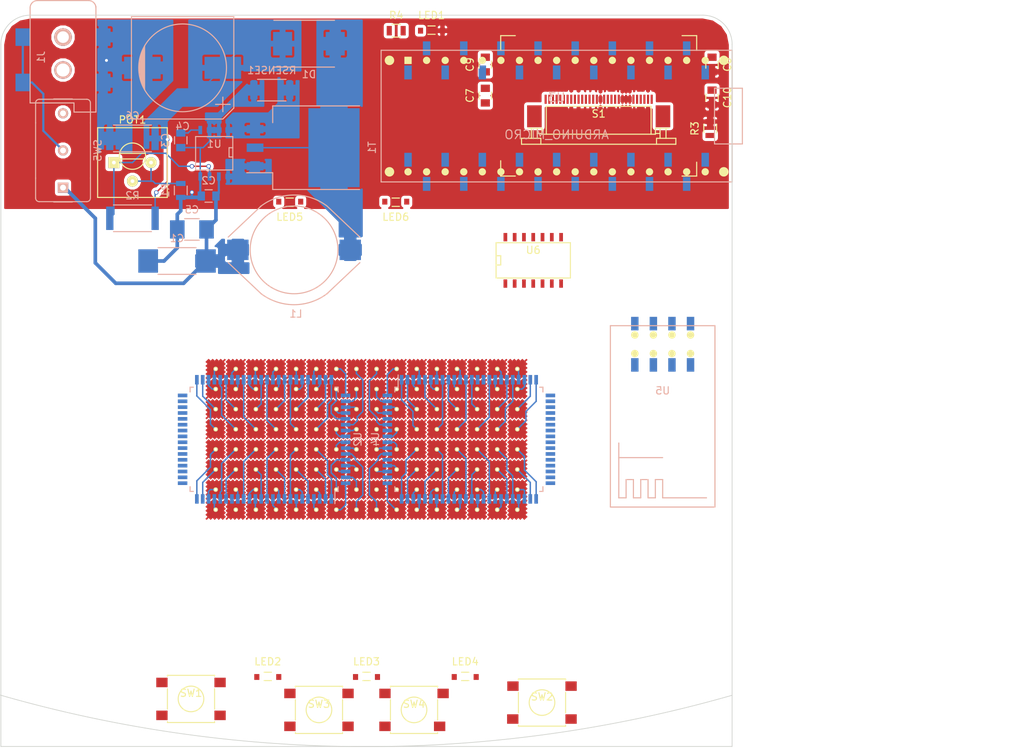
<source format=kicad_pcb>
(kicad_pcb (version 4) (host pcbnew 0.201509121501+6184~30~ubuntu14.04.1-product)
  (layers (0 F.Cu signal) (31 B.Cu signal) (34 B.Paste user) (35 F.Paste user) (36 B.SilkS user) (37 F.SilkS user) (38 B.Mask user) (39 F.Mask user) (44 Edge.Cuts user))
  (net 0 "")
  (net 1 "Net-(C1-Pad1)")
  (net 2 "Net-(SW1-Pad1)")
  (net 3 "Net-(SW2-Pad1)")
  (net 4 "Net-(SW3-Pad1)")
  (net 5 "Net-(D1-Pad2)")
  (net 6 "Net-(FLUXL1-Pad1)")
  (net 7 "Net-(FLUXL2-Pad1)")
  (net 8 "Net-(FLUXL3-Pad1)")
  (net 9 "Net-(FLUXL4-Pad1)")
  (net 10 "Net-(FLUXL5-Pad1)")
  (net 11 "Net-(FLUXL6-Pad1)")
  (net 12 "Net-(FLUXL7-Pad1)")
  (net 13 "Net-(FLUXL8-Pad1)")
  (net 14 "Net-(FLUXL9-Pad1)")
  (net 15 "Net-(FLUXL10-Pad1)")
  (net 16 "Net-(FLUXL11-Pad1)")
  (net 17 "Net-(FLUXL12-Pad1)")
  (net 18 "Net-(FLUXL13-Pad1)")
  (net 19 "Net-(FLUXL14-Pad1)")
  (net 20 "Net-(FLUXL15-Pad1)")
  (net 21 "Net-(FLUXL16-Pad1)")
  (net 22 "Net-(FLUXL17-Pad1)")
  (net 23 "Net-(FLUXL18-Pad1)")
  (net 24 "Net-(FLUXL19-Pad1)")
  (net 25 "Net-(FLUXL20-Pad1)")
  (net 26 "Net-(FLUXL21-Pad1)")
  (net 27 "Net-(FLUXL22-Pad1)")
  (net 28 "Net-(FLUXL23-Pad1)")
  (net 29 "Net-(FLUXL24-Pad1)")
  (net 30 "Net-(FLUXL25-Pad1)")
  (net 31 "Net-(FLUXL26-Pad1)")
  (net 32 "Net-(FLUXL27-Pad1)")
  (net 33 "Net-(FLUXL28-Pad1)")
  (net 34 "Net-(FLUXL29-Pad1)")
  (net 35 "Net-(FLUXL30-Pad1)")
  (net 36 "Net-(FLUXL31-Pad1)")
  (net 37 "Net-(FLUXL32-Pad1)")
  (net 38 "Net-(FLUXL33-Pad1)")
  (net 39 "Net-(FLUXL34-Pad1)")
  (net 40 "Net-(FLUXL35-Pad1)")
  (net 41 "Net-(FLUXL36-Pad1)")
  (net 42 "Net-(FLUXL37-Pad1)")
  (net 43 "Net-(FLUXL38-Pad1)")
  (net 44 "Net-(FLUXL39-Pad1)")
  (net 45 "Net-(FLUXL40-Pad1)")
  (net 46 "Net-(FLUXL41-Pad1)")
  (net 47 "Net-(FLUXL42-Pad1)")
  (net 48 "Net-(FLUXL43-Pad1)")
  (net 49 "Net-(FLUXL44-Pad1)")
  (net 50 "Net-(FLUXL45-Pad1)")
  (net 51 "Net-(FLUXL46-Pad1)")
  (net 52 "Net-(FLUXL47-Pad1)")
  (net 53 "Net-(FLUXL48-Pad1)")
  (net 54 "Net-(FLUXL49-Pad1)")
  (net 55 "Net-(FLUXL50-Pad1)")
  (net 56 "Net-(FLUXL51-Pad1)")
  (net 57 "Net-(FLUXL52-Pad1)")
  (net 58 "Net-(FLUXL53-Pad1)")
  (net 59 "Net-(FLUXL54-Pad1)")
  (net 60 "Net-(FLUXL55-Pad1)")
  (net 61 "Net-(FLUXL56-Pad1)")
  (net 62 "Net-(FLUXL57-Pad1)")
  (net 63 "Net-(FLUXL58-Pad1)")
  (net 64 "Net-(FLUXL59-Pad1)")
  (net 65 "Net-(FLUXL60-Pad1)")
  (net 66 "Net-(FLUXL61-Pad1)")
  (net 67 "Net-(FLUXL62-Pad1)")
  (net 68 "Net-(FLUXL63-Pad1)")
  (net 69 "Net-(FLUXL64-Pad1)")
  (net 70 GND)
  (net 71 "Net-(C3-Pad1)")
  (net 72 V_HV)
  (net 73 "Net-(POT1-Pad1)")
  (net 74 "Net-(RSENSE1-Pad1)")
  (net 75 "Net-(T1-Pad1)")
  (net 76 "Net-(POT1-Pad2)")
  (net 77 "Net-(S1-Pad19)")
  (net 78 "Net-(S1-Pad11)")
  (net 79 "Net-(C7-Pad1)")
  (net 80 "Net-(C7-Pad2)")
  (net 81 "Net-(C8-Pad1)")
  (net 82 "Net-(C9-Pad1)")
  (net 83 "Net-(C9-Pad2)")
  (net 84 "Net-(C10-Pad1)")
  (net 85 "Net-(R3-Pad1)")
  (net 86 "Net-(FLUXL65-Pad1)")
  (net 87 "Net-(FLUXL66-Pad1)")
  (net 88 "Net-(FLUXL67-Pad1)")
  (net 89 "Net-(FLUXL68-Pad1)")
  (net 90 "Net-(FLUXL69-Pad1)")
  (net 91 "Net-(FLUXL70-Pad1)")
  (net 92 "Net-(FLUXL71-Pad1)")
  (net 93 "Net-(FLUXL72-Pad1)")
  (net 94 "Net-(FLUXL73-Pad1)")
  (net 95 "Net-(FLUXL74-Pad1)")
  (net 96 "Net-(FLUXL75-Pad1)")
  (net 97 "Net-(FLUXL76-Pad1)")
  (net 98 "Net-(FLUXL77-Pad1)")
  (net 99 "Net-(FLUXL78-Pad1)")
  (net 100 "Net-(FLUXL79-Pad1)")
  (net 101 "Net-(FLUXL80-Pad1)")
  (net 102 "Net-(FLUXL81-Pad1)")
  (net 103 "Net-(FLUXL82-Pad1)")
  (net 104 "Net-(FLUXL83-Pad1)")
  (net 105 "Net-(FLUXL84-Pad1)")
  (net 106 "Net-(FLUXL85-Pad1)")
  (net 107 "Net-(FLUXL86-Pad1)")
  (net 108 "Net-(FLUXL87-Pad1)")
  (net 109 "Net-(FLUXL88-Pad1)")
  (net 110 "Net-(FLUXL89-Pad1)")
  (net 111 "Net-(FLUXL90-Pad1)")
  (net 112 "Net-(FLUXL91-Pad1)")
  (net 113 "Net-(FLUXL92-Pad1)")
  (net 114 "Net-(FLUXL93-Pad1)")
  (net 115 "Net-(FLUXL94-Pad1)")
  (net 116 "Net-(FLUXL95-Pad1)")
  (net 117 "Net-(FLUXL96-Pad1)")
  (net 118 "Net-(FLUXL97-Pad1)")
  (net 119 "Net-(FLUXL98-Pad1)")
  (net 120 "Net-(FLUXL99-Pad1)")
  (net 121 "Net-(FLUXL100-Pad1)")
  (net 122 "Net-(FLUXL101-Pad1)")
  (net 123 "Net-(FLUXL102-Pad1)")
  (net 124 "Net-(FLUXL103-Pad1)")
  (net 125 "Net-(FLUXL104-Pad1)")
  (net 126 "Net-(FLUXL105-Pad1)")
  (net 127 "Net-(FLUXL106-Pad1)")
  (net 128 "Net-(FLUXL107-Pad1)")
  (net 129 "Net-(FLUXL108-Pad1)")
  (net 130 "Net-(FLUXL109-Pad1)")
  (net 131 "Net-(FLUXL110-Pad1)")
  (net 132 "Net-(FLUXL111-Pad1)")
  (net 133 "Net-(FLUXL112-Pad1)")
  (net 134 "Net-(FLUXL113-Pad1)")
  (net 135 "Net-(FLUXL114-Pad1)")
  (net 136 "Net-(FLUXL115-Pad1)")
  (net 137 "Net-(FLUXL116-Pad1)")
  (net 138 "Net-(FLUXL117-Pad1)")
  (net 139 "Net-(FLUXL118-Pad1)")
  (net 140 "Net-(FLUXL119-Pad1)")
  (net 141 "Net-(FLUXL120-Pad1)")
  (net 142 "Net-(FLUXL121-Pad1)")
  (net 143 "Net-(FLUXL122-Pad1)")
  (net 144 "Net-(FLUXL123-Pad1)")
  (net 145 "Net-(FLUXL124-Pad1)")
  (net 146 "Net-(FLUXL125-Pad1)")
  (net 147 "Net-(FLUXL126-Pad1)")
  (net 148 "Net-(FLUXL127-Pad1)")
  (net 149 "Net-(FLUXL128-Pad1)")
  (net 150 VIN)
  (net 151 "Net-(LED1-Pad2)")
  (net 152 +5V)
  (net 153 "Net-(SW4-Pad1)")
  (net 154 DI2)
  (net 155 POL)
  (net 156 CLK)
  (net 157 LE)
  (net 158 DI1)
  (module Buttons_Switches_SMD:SW_SPST_PTS645 (layer F.Cu) (at 76 135.5)
    (fp_text reference SW1 (at 0 -0.8) (layer F.SilkS))
    (fp_text value SW_PUSH)
    (pad 2 smd rect (at -3.975 2.25) (size 1.55 1.3) (layers F.Cu F.Paste F.Mask) (net 70 GND))
    (pad 1 smd rect (at -3.975 -2.25) (size 1.55 1.3) (layers F.Cu F.Paste F.Mask) (net 2 "Net-(SW1-Pad1)"))
    (pad 1 smd rect (at 3.975 -2.25) (size 1.55 1.3) (layers F.Cu F.Paste F.Mask) (net 2 "Net-(SW1-Pad1)"))
    (pad 2 smd rect (at 3.975 2.25) (size 1.55 1.3) (layers F.Cu F.Paste F.Mask) (net 70 GND))
  )
  (module Buttons_Switches_SMD:SW_SPST_PTS645 (layer F.Cu) (at 124 136)
    (fp_text reference SW2 (at 0 -0.8) (layer F.SilkS))
    (fp_text value SW_PUSH)
    (pad 2 smd rect (at -4 2.25) (size 1.55 1.3) (layers F.Cu F.Paste F.Mask) (net 70 GND))
    (pad 1 smd rect (at -3.975 -2.25) (size 1.55 1.3) (layers F.Cu F.Paste F.Mask) (net 3 "Net-(SW2-Pad1)"))
    (pad 1 smd rect (at 3.975 -2.25) (size 1.55 1.3) (layers F.Cu F.Paste F.Mask) (net 3 "Net-(SW2-Pad1)"))
    (pad 2 smd rect (at 3.975 2.25) (size 1.55 1.3) (layers F.Cu F.Paste F.Mask) (net 70 GND))
  )
  (module Buttons_Switches_SMD:SW_SPST_PTS645 (layer F.Cu) (at 93.5 137)
    (fp_text reference SW3 (at 0 -0.8) (layer F.SilkS))
    (fp_text value SW_PUSH)
    (pad 2 smd rect (at -3.975 2.25) (size 1.55 1.3) (layers F.Cu F.Paste F.Mask) (net 70 GND))
    (pad 1 smd rect (at -3.975 -2.25) (size 1.55 1.3) (layers F.Cu F.Paste F.Mask) (net 4 "Net-(SW3-Pad1)"))
    (pad 1 smd rect (at 3.975 -2.25) (size 1.55 1.3) (layers F.Cu F.Paste F.Mask) (net 4 "Net-(SW3-Pad1)"))
    (pad 2 smd rect (at 3.975 2.25) (size 1.55 1.3) (layers F.Cu F.Paste F.Mask) (net 70 GND))
  )
  (module Housings_QFP:PQFP-80_14x20mm_Pitch0.8mm (layer B.Cu) (at 86 100 90)
    (fp_text reference U2 (at 0 12.8 90) (layer B.SilkS) (effects (justify mirror)))
    (fp_text value HV507)
    (pad 1 smd rect (at -8.15 9.2 90) (size 1.3 0.5) (layers B.Cu B.Paste B.Mask) (net 43 "Net-(FLUXL38-Pad1)"))
    (pad 2 smd rect (at -8.15 8.4 90) (size 1.3 0.5) (layers B.Cu B.Paste B.Mask) (net 51 "Net-(FLUXL46-Pad1)"))
    (pad 3 smd rect (at -8.15 7.6 90) (size 1.3 0.5) (layers B.Cu B.Paste B.Mask) (net 59 "Net-(FLUXL54-Pad1)"))
    (pad 4 smd rect (at -8.15 6.8 90) (size 1.3 0.5) (layers B.Cu B.Paste B.Mask) (net 67 "Net-(FLUXL62-Pad1)"))
    (pad 5 smd rect (at -8.15 6 90) (size 1.3 0.5) (layers B.Cu B.Paste B.Mask) (net 50 "Net-(FLUXL45-Pad1)"))
    (pad 6 smd rect (at -8.15 5.2 90) (size 1.3 0.5) (layers B.Cu B.Paste B.Mask) (net 58 "Net-(FLUXL53-Pad1)"))
    (pad 7 smd rect (at -8.15 4.4 90) (size 1.3 0.5) (layers B.Cu B.Paste B.Mask) (net 66 "Net-(FLUXL61-Pad1)"))
    (pad 8 smd rect (at -8.15 3.6 90) (size 1.3 0.5) (layers B.Cu B.Paste B.Mask) (net 42 "Net-(FLUXL37-Pad1)"))
    (pad 9 smd rect (at -8.15 2.8 90) (size 1.3 0.5) (layers B.Cu B.Paste B.Mask) (net 49 "Net-(FLUXL44-Pad1)"))
    (pad 10 smd rect (at -8.15 2 90) (size 1.3 0.5) (layers B.Cu B.Paste B.Mask) (net 57 "Net-(FLUXL52-Pad1)"))
    (pad 11 smd rect (at -8.15 1.2 90) (size 1.3 0.5) (layers B.Cu B.Paste B.Mask) (net 65 "Net-(FLUXL60-Pad1)"))
    (pad 12 smd rect (at -8.15 0.4 90) (size 1.3 0.5) (layers B.Cu B.Paste B.Mask) (net 41 "Net-(FLUXL36-Pad1)"))
    (pad 13 smd rect (at -8.15 -0.4 90) (size 1.3 0.5) (layers B.Cu B.Paste B.Mask) (net 48 "Net-(FLUXL43-Pad1)"))
    (pad 14 smd rect (at -8.15 -1.2 90) (size 1.3 0.5) (layers B.Cu B.Paste B.Mask) (net 64 "Net-(FLUXL59-Pad1)"))
    (pad 15 smd rect (at -8.15 -2 90) (size 1.3 0.5) (layers B.Cu B.Paste B.Mask) (net 56 "Net-(FLUXL51-Pad1)"))
    (pad 16 smd rect (at -8.15 -2.8 90) (size 1.3 0.5) (layers B.Cu B.Paste B.Mask) (net 40 "Net-(FLUXL35-Pad1)"))
    (pad 17 smd rect (at -8.15 -3.6 90) (size 1.3 0.5) (layers B.Cu B.Paste B.Mask) (net 55 "Net-(FLUXL50-Pad1)"))
    (pad 18 smd rect (at -8.15 -4.4 90) (size 1.3 0.5) (layers B.Cu B.Paste B.Mask) (net 63 "Net-(FLUXL58-Pad1)"))
    (pad 19 smd rect (at -8.15 -5.2 90) (size 1.3 0.5) (layers B.Cu B.Paste B.Mask) (net 47 "Net-(FLUXL42-Pad1)"))
    (pad 20 smd rect (at -8.15 -6 90) (size 1.3 0.5) (layers B.Cu B.Paste B.Mask) (net 39 "Net-(FLUXL34-Pad1)"))
    (pad 21 smd rect (at -8.15 -6.8 90) (size 1.3 0.5) (layers B.Cu B.Paste B.Mask) (net 62 "Net-(FLUXL57-Pad1)"))
    (pad 22 smd rect (at -8.15 -7.6 90) (size 1.3 0.5) (layers B.Cu B.Paste B.Mask) (net 54 "Net-(FLUXL49-Pad1)"))
    (pad 23 smd rect (at -8.15 -8.4 90) (size 1.3 0.5) (layers B.Cu B.Paste B.Mask) (net 46 "Net-(FLUXL41-Pad1)"))
    (pad 24 smd rect (at -8.15 -9.2 90) (size 1.3 0.5) (layers B.Cu B.Paste B.Mask) (net 38 "Net-(FLUXL33-Pad1)"))
    (pad 25 smd rect (at -6 -11.15) (size 1.3 0.5) (layers B.Cu B.Paste B.Mask) (net 72 V_HV))
    (pad 26 smd rect (at -5.2 -11.15) (size 1.3 0.5) (layers B.Cu B.Paste B.Mask) (net 154 DI2))
    (pad 27 smd rect (at -4.4 -11.15) (size 1.3 0.5) (layers B.Cu B.Paste B.Mask))
    (pad 28 smd rect (at -3.6 -11.15) (size 1.3 0.5) (layers B.Cu B.Paste B.Mask))
    (pad 29 smd rect (at -2.8 -11.15) (size 1.3 0.5) (layers B.Cu B.Paste B.Mask) (net 152 +5V))
    (pad 30 smd rect (at -2 -11.15) (size 1.3 0.5) (layers B.Cu B.Paste B.Mask) (net 155 POL))
    (pad 31 smd rect (at -1.2 -11.15) (size 1.3 0.5) (layers B.Cu B.Paste B.Mask) (net 152 +5V))
    (pad 32 smd rect (at -0.4 -11.15) (size 1.3 0.5) (layers B.Cu B.Paste B.Mask) (net 70 GND))
    (pad 33 smd rect (at 0.4 -11.15) (size 1.3 0.5) (layers B.Cu B.Paste B.Mask) (net 70 GND))
    (pad 34 smd rect (at 1.2 -11.15) (size 1.3 0.5) (layers B.Cu B.Paste B.Mask) (net 70 GND))
    (pad 35 smd rect (at 2 -11.15) (size 1.3 0.5) (layers B.Cu B.Paste B.Mask))
    (pad 36 smd rect (at 2.8 -11.15) (size 1.3 0.5) (layers B.Cu B.Paste B.Mask))
    (pad 37 smd rect (at 3.6 -11.15) (size 1.3 0.5) (layers B.Cu B.Paste B.Mask) (net 156 CLK))
    (pad 38 smd rect (at 4.4 -11.15) (size 1.3 0.5) (layers B.Cu B.Paste B.Mask) (net 157 LE))
    (pad 39 smd rect (at 5.2 -11.15) (size 1.3 0.5) (layers B.Cu B.Paste B.Mask))
    (pad 40 smd rect (at 6 -11.15) (size 1.3 0.5) (layers B.Cu B.Paste B.Mask))
    (pad 41 smd rect (at 8.15 -9.2 90) (size 1.3 0.5) (layers B.Cu B.Paste B.Mask) (net 30 "Net-(FLUXL25-Pad1)"))
    (pad 42 smd rect (at 8.15 -8.4 90) (size 1.3 0.5) (layers B.Cu B.Paste B.Mask) (net 22 "Net-(FLUXL17-Pad1)"))
    (pad 43 smd rect (at 8.15 -7.6 90) (size 1.3 0.5) (layers B.Cu B.Paste B.Mask) (net 14 "Net-(FLUXL9-Pad1)"))
    (pad 44 smd rect (at 8.15 -6.8 90) (size 1.3 0.5) (layers B.Cu B.Paste B.Mask) (net 6 "Net-(FLUXL1-Pad1)"))
    (pad 45 smd rect (at 8.15 -6 90) (size 1.3 0.5) (layers B.Cu B.Paste B.Mask) (net 31 "Net-(FLUXL26-Pad1)"))
    (pad 46 smd rect (at 8.15 -5.2 90) (size 1.3 0.5) (layers B.Cu B.Paste B.Mask) (net 23 "Net-(FLUXL18-Pad1)"))
    (pad 47 smd rect (at 8.15 -4.4 90) (size 1.3 0.5) (layers B.Cu B.Paste B.Mask) (net 7 "Net-(FLUXL2-Pad1)"))
    (pad 48 smd rect (at 8.15 -3.6 90) (size 1.3 0.5) (layers B.Cu B.Paste B.Mask) (net 15 "Net-(FLUXL10-Pad1)"))
    (pad 49 smd rect (at 8.15 -2.8 90) (size 1.3 0.5) (layers B.Cu B.Paste B.Mask) (net 32 "Net-(FLUXL27-Pad1)"))
    (pad 50 smd rect (at 8.15 -2 90) (size 1.3 0.5) (layers B.Cu B.Paste B.Mask) (net 16 "Net-(FLUXL11-Pad1)"))
    (pad 51 smd rect (at 8.15 -1.2 90) (size 1.3 0.5) (layers B.Cu B.Paste B.Mask) (net 8 "Net-(FLUXL3-Pad1)"))
    (pad 52 smd rect (at 8.15 -0.4 90) (size 1.3 0.5) (layers B.Cu B.Paste B.Mask) (net 24 "Net-(FLUXL19-Pad1)"))
    (pad 53 smd rect (at 8.15 0.4 90) (size 1.3 0.5) (layers B.Cu B.Paste B.Mask) (net 33 "Net-(FLUXL28-Pad1)"))
    (pad 54 smd rect (at 8.15 1.2 90) (size 1.3 0.5) (layers B.Cu B.Paste B.Mask) (net 9 "Net-(FLUXL4-Pad1)"))
    (pad 55 smd rect (at 8.15 2 90) (size 1.3 0.5) (layers B.Cu B.Paste B.Mask) (net 17 "Net-(FLUXL12-Pad1)"))
    (pad 56 smd rect (at 8.15 2.8 90) (size 1.3 0.5) (layers B.Cu B.Paste B.Mask) (net 25 "Net-(FLUXL20-Pad1)"))
    (pad 57 smd rect (at 8.15 3.6 90) (size 1.3 0.5) (layers B.Cu B.Paste B.Mask) (net 34 "Net-(FLUXL29-Pad1)"))
    (pad 58 smd rect (at 8.15 4.4 90) (size 1.3 0.5) (layers B.Cu B.Paste B.Mask) (net 10 "Net-(FLUXL5-Pad1)"))
    (pad 59 smd rect (at 8.15 5.2 90) (size 1.3 0.5) (layers B.Cu B.Paste B.Mask) (net 18 "Net-(FLUXL13-Pad1)"))
    (pad 60 smd rect (at 8.15 6 90) (size 1.3 0.5) (layers B.Cu B.Paste B.Mask) (net 26 "Net-(FLUXL21-Pad1)"))
    (pad 61 smd rect (at 8.15 6.8 90) (size 1.3 0.5) (layers B.Cu B.Paste B.Mask) (net 11 "Net-(FLUXL6-Pad1)"))
    (pad 62 smd rect (at 8.15 7.6 90) (size 1.3 0.5) (layers B.Cu B.Paste B.Mask) (net 19 "Net-(FLUXL14-Pad1)"))
    (pad 63 smd rect (at 8.15 8.4 90) (size 1.3 0.5) (layers B.Cu B.Paste B.Mask) (net 27 "Net-(FLUXL22-Pad1)"))
    (pad 64 smd rect (at 8.15 9.2 90) (size 1.3 0.5) (layers B.Cu B.Paste B.Mask) (net 35 "Net-(FLUXL30-Pad1)"))
    (pad 65 smd rect (at 6 11.15) (size 1.3 0.5) (layers B.Cu B.Paste B.Mask) (net 12 "Net-(FLUXL7-Pad1)"))
    (pad 66 smd rect (at 5.2 11.15) (size 1.3 0.5) (layers B.Cu B.Paste B.Mask) (net 21 "Net-(FLUXL16-Pad1)"))
    (pad 67 smd rect (at 4.4 11.15) (size 1.3 0.5) (layers B.Cu B.Paste B.Mask) (net 29 "Net-(FLUXL24-Pad1)"))
    (pad 68 smd rect (at 3.6 11.15) (size 1.3 0.5) (layers B.Cu B.Paste B.Mask) (net 28 "Net-(FLUXL23-Pad1)"))
    (pad 69 smd rect (at 2.8 11.15) (size 1.3 0.5) (layers B.Cu B.Paste B.Mask) (net 20 "Net-(FLUXL15-Pad1)"))
    (pad 70 smd rect (at 2 11.15) (size 1.3 0.5) (layers B.Cu B.Paste B.Mask) (net 13 "Net-(FLUXL8-Pad1)"))
    (pad 71 smd rect (at 1.2 11.15) (size 1.3 0.5) (layers B.Cu B.Paste B.Mask) (net 37 "Net-(FLUXL32-Pad1)"))
    (pad 72 smd rect (at 0.4 11.15) (size 1.3 0.5) (layers B.Cu B.Paste B.Mask) (net 36 "Net-(FLUXL31-Pad1)"))
    (pad 73 smd rect (at -0.4 11.15) (size 1.3 0.5) (layers B.Cu B.Paste B.Mask) (net 44 "Net-(FLUXL39-Pad1)"))
    (pad 74 smd rect (at -1.2 11.15) (size 1.3 0.5) (layers B.Cu B.Paste B.Mask) (net 45 "Net-(FLUXL40-Pad1)"))
    (pad 75 smd rect (at -2 11.15) (size 1.3 0.5) (layers B.Cu B.Paste B.Mask) (net 69 "Net-(FLUXL64-Pad1)"))
    (pad 76 smd rect (at -2.8 11.15) (size 1.3 0.5) (layers B.Cu B.Paste B.Mask) (net 60 "Net-(FLUXL55-Pad1)"))
    (pad 77 smd rect (at -3.6 11.15) (size 1.3 0.5) (layers B.Cu B.Paste B.Mask) (net 53 "Net-(FLUXL48-Pad1)"))
    (pad 78 smd rect (at -4.4 11.15) (size 1.3 0.5) (layers B.Cu B.Paste B.Mask) (net 52 "Net-(FLUXL47-Pad1)"))
    (pad 79 smd rect (at -5.2 11.15) (size 1.3 0.5) (layers B.Cu B.Paste B.Mask) (net 61 "Net-(FLUXL56-Pad1)"))
    (pad 80 smd rect (at -6 11.15) (size 1.3 0.5) (layers B.Cu B.Paste B.Mask) (net 68 "Net-(FLUXL63-Pad1)"))
  )
  (module GaudiLabsFootPrints:FLUXL_PAD_2_75 (layer F.Cu) (at 79.375 90.375)
    (fp_text reference FLUXL1 hide)
    (fp_text value FX hide)
    (fp_line (start -1.1825 -0.9075) (end -0.9075 -1.1825) (layer F.Cu) (width 0.1524))
    (fp_line (start -1.2375 -0.4125) (end -1.0725 -0.4125) (layer F.Cu) (width 0.1524))
    (fp_line (start -1.2375 0.1375) (end -1.0725 0.1375) (layer F.Cu) (width 0.1524))
    (fp_line (start -1.2375 0.6875) (end -1.0725 0.6875) (layer F.Cu) (width 0.1524))
    (fp_line (start -0.6875 1.2375) (end -0.6875 1.0725) (layer F.Cu) (width 0.1524))
    (fp_line (start -0.1375 1.2375) (end -0.1375 1.0725) (layer F.Cu) (width 0.1524))
    (fp_line (start 0.4125 1.2375) (end 0.4125 1.0725) (layer F.Cu) (width 0.1524))
    (fp_line (start 1.1825 0.9075) (end 0.9075 1.1825) (layer F.Cu) (width 0.1524))
    (fp_line (start 1.2375 0.4125) (end 1.0725 0.4125) (layer F.Cu) (width 0.1524))
    (fp_line (start 1.2375 -0.1375) (end 1.0725 -0.1375) (layer F.Cu) (width 0.1524))
    (fp_line (start 1.2375 -0.6875) (end 1.0725 -0.6875) (layer F.Cu) (width 0.1524))
    (fp_line (start 0.6875 -1.2375) (end 0.6875 -1.045) (layer F.Cu) (width 0.1524))
    (fp_line (start 0.1375 -1.2375) (end 0.1375 -1.0725) (layer F.Cu) (width 0.1524))
    (fp_line (start -0.4125 -1.2375) (end -0.4125 -1.0725) (layer F.Cu) (width 0.1524))
    (fp_line (start -0.4125 -1.2925) (end -0.6875 -1.0175) (layer F.Cu) (width 0.1524))
    (fp_line (start -0.6875 -1.0175) (end -0.9625 -1.2925) (layer F.Cu) (width 0.1524))
    (fp_line (start -0.9625 -1.2925) (end -1.2925 -0.9625) (layer F.Cu) (width 0.1524))
    (fp_line (start -1.2925 -0.9625) (end -1.0175 -0.6875) (layer F.Cu) (width 0.1524))
    (fp_line (start -1.0175 -0.6875) (end -1.2925 -0.4125) (layer F.Cu) (width 0.1524))
    (fp_line (start -1.2925 -0.4125) (end -1.0175 -0.1375) (layer F.Cu) (width 0.1524))
    (fp_line (start -1.0175 -0.1375) (end -1.2925 0.1375) (layer F.Cu) (width 0.1524))
    (fp_line (start -1.2925 0.1375) (end -1.0175 0.4125) (layer F.Cu) (width 0.1524))
    (fp_line (start -1.0175 0.4125) (end -1.2925 0.6875) (layer F.Cu) (width 0.1524))
    (fp_line (start -1.2925 0.6875) (end -1.0175 0.9625) (layer F.Cu) (width 0.1524))
    (fp_line (start -1.0175 0.9625) (end -1.2925 1.2375) (layer F.Cu) (width 0.1524))
    (fp_line (start -1.2925 1.2375) (end -1.2375 1.2925) (layer F.Cu) (width 0.1524))
    (fp_line (start -1.2375 1.2925) (end -0.9625 1.0175) (layer F.Cu) (width 0.1524))
    (fp_line (start -0.9625 1.0175) (end -0.6875 1.2925) (layer F.Cu) (width 0.1524))
    (fp_line (start -0.6875 1.2925) (end -0.4125 1.0175) (layer F.Cu) (width 0.1524))
    (fp_line (start -0.4125 1.0175) (end -0.1375 1.2925) (layer F.Cu) (width 0.1524))
    (fp_line (start -0.1375 1.2925) (end 0.1375 1.0175) (layer F.Cu) (width 0.1524))
    (fp_line (start 0.1375 1.0175) (end 0.4125 1.2925) (layer F.Cu) (width 0.1524))
    (fp_line (start 0.4125 1.2925) (end 0.6875 1.0175) (layer F.Cu) (width 0.1524))
    (fp_line (start 0.6875 1.0175) (end 0.9625 1.2925) (layer F.Cu) (width 0.1524))
    (fp_line (start 0.9625 1.2925) (end 1.2925 0.9625) (layer F.Cu) (width 0.1524))
    (fp_line (start 1.2925 0.9625) (end 1.0175 0.6875) (layer F.Cu) (width 0.1524))
    (fp_line (start 1.0175 0.6875) (end 1.2925 0.4125) (layer F.Cu) (width 0.1524))
    (fp_line (start 1.2925 0.4125) (end 1.0175 0.1375) (layer F.Cu) (width 0.1524))
    (fp_line (start 1.0175 0.1375) (end 1.2925 -0.1375) (layer F.Cu) (width 0.1524))
    (fp_line (start 1.2925 -0.1375) (end 1.0175 -0.4125) (layer F.Cu) (width 0.1524))
    (fp_line (start 1.0175 -0.4125) (end 1.2925 -0.6875) (layer F.Cu) (width 0.1524))
    (fp_line (start 1.2925 -0.6875) (end 1.0175 -0.9625) (layer F.Cu) (width 0.1524))
    (fp_line (start 1.0175 -0.9625) (end 1.2925 -1.2375) (layer F.Cu) (width 0.1524))
    (fp_line (start 1.2925 -1.2375) (end 1.2375 -1.2925) (layer F.Cu) (width 0.1524))
    (fp_line (start 1.2375 -1.2925) (end 0.9625 -1.0175) (layer F.Cu) (width 0.1524))
    (fp_line (start 0.9625 -1.0175) (end 0.6875 -1.2925) (layer F.Cu) (width 0.1524))
    (fp_line (start 0.6875 -1.2925) (end 0.4125 -1.0175) (layer F.Cu) (width 0.1524))
    (fp_line (start 0.4125 -1.0175) (end 0.1375 -1.2925) (layer F.Cu) (width 0.1524))
    (fp_line (start 0.1375 -1.2925) (end -0.1375 -1.0175) (layer F.Cu) (width 0.1524))
    (fp_line (start -0.1375 -1.0175) (end -0.4125 -1.2925) (layer F.Cu) (width 0.1524))
    (pad 1 smd rect (at 0 0) (size 2.25 2.25) (layers F.Cu F.Paste F.Mask) (net 6 "Net-(FLUXL1-Pad1)"))
    (pad 1 thru_hole circle (at 0 0) (size 0.6048 0.6048) (drill 0.3) (layers *.Cu *.Mask F.SilkS) (net 6 "Net-(FLUXL1-Pad1)"))
  )
  (module GaudiLabsFootPrints:FLUXL_PAD_2_75 (layer F.Cu) (at 82.125 90.375)
    (fp_text reference FLUXL2 hide)
    (fp_text value FX hide)
    (fp_line (start -1.1825 -0.9075) (end -0.9075 -1.1825) (layer F.Cu) (width 0.1524))
    (fp_line (start -1.2375 -0.4125) (end -1.0725 -0.4125) (layer F.Cu) (width 0.1524))
    (fp_line (start -1.2375 0.1375) (end -1.0725 0.1375) (layer F.Cu) (width 0.1524))
    (fp_line (start -1.2375 0.6875) (end -1.0725 0.6875) (layer F.Cu) (width 0.1524))
    (fp_line (start -0.6875 1.2375) (end -0.6875 1.0725) (layer F.Cu) (width 0.1524))
    (fp_line (start -0.1375 1.2375) (end -0.1375 1.0725) (layer F.Cu) (width 0.1524))
    (fp_line (start 0.4125 1.2375) (end 0.4125 1.0725) (layer F.Cu) (width 0.1524))
    (fp_line (start 1.1825 0.9075) (end 0.9075 1.1825) (layer F.Cu) (width 0.1524))
    (fp_line (start 1.2375 0.4125) (end 1.0725 0.4125) (layer F.Cu) (width 0.1524))
    (fp_line (start 1.2375 -0.1375) (end 1.0725 -0.1375) (layer F.Cu) (width 0.1524))
    (fp_line (start 1.2375 -0.6875) (end 1.0725 -0.6875) (layer F.Cu) (width 0.1524))
    (fp_line (start 0.6875 -1.2375) (end 0.6875 -1.045) (layer F.Cu) (width 0.1524))
    (fp_line (start 0.1375 -1.2375) (end 0.1375 -1.0725) (layer F.Cu) (width 0.1524))
    (fp_line (start -0.4125 -1.2375) (end -0.4125 -1.0725) (layer F.Cu) (width 0.1524))
    (fp_line (start -0.4125 -1.2925) (end -0.6875 -1.0175) (layer F.Cu) (width 0.1524))
    (fp_line (start -0.6875 -1.0175) (end -0.9625 -1.2925) (layer F.Cu) (width 0.1524))
    (fp_line (start -0.9625 -1.2925) (end -1.2925 -0.9625) (layer F.Cu) (width 0.1524))
    (fp_line (start -1.2925 -0.9625) (end -1.0175 -0.6875) (layer F.Cu) (width 0.1524))
    (fp_line (start -1.0175 -0.6875) (end -1.2925 -0.4125) (layer F.Cu) (width 0.1524))
    (fp_line (start -1.2925 -0.4125) (end -1.0175 -0.1375) (layer F.Cu) (width 0.1524))
    (fp_line (start -1.0175 -0.1375) (end -1.2925 0.1375) (layer F.Cu) (width 0.1524))
    (fp_line (start -1.2925 0.1375) (end -1.0175 0.4125) (layer F.Cu) (width 0.1524))
    (fp_line (start -1.0175 0.4125) (end -1.2925 0.6875) (layer F.Cu) (width 0.1524))
    (fp_line (start -1.2925 0.6875) (end -1.0175 0.9625) (layer F.Cu) (width 0.1524))
    (fp_line (start -1.0175 0.9625) (end -1.2925 1.2375) (layer F.Cu) (width 0.1524))
    (fp_line (start -1.2925 1.2375) (end -1.2375 1.2925) (layer F.Cu) (width 0.1524))
    (fp_line (start -1.2375 1.2925) (end -0.9625 1.0175) (layer F.Cu) (width 0.1524))
    (fp_line (start -0.9625 1.0175) (end -0.6875 1.2925) (layer F.Cu) (width 0.1524))
    (fp_line (start -0.6875 1.2925) (end -0.4125 1.0175) (layer F.Cu) (width 0.1524))
    (fp_line (start -0.4125 1.0175) (end -0.1375 1.2925) (layer F.Cu) (width 0.1524))
    (fp_line (start -0.1375 1.2925) (end 0.1375 1.0175) (layer F.Cu) (width 0.1524))
    (fp_line (start 0.1375 1.0175) (end 0.4125 1.2925) (layer F.Cu) (width 0.1524))
    (fp_line (start 0.4125 1.2925) (end 0.6875 1.0175) (layer F.Cu) (width 0.1524))
    (fp_line (start 0.6875 1.0175) (end 0.9625 1.2925) (layer F.Cu) (width 0.1524))
    (fp_line (start 0.9625 1.2925) (end 1.2925 0.9625) (layer F.Cu) (width 0.1524))
    (fp_line (start 1.2925 0.9625) (end 1.0175 0.6875) (layer F.Cu) (width 0.1524))
    (fp_line (start 1.0175 0.6875) (end 1.2925 0.4125) (layer F.Cu) (width 0.1524))
    (fp_line (start 1.2925 0.4125) (end 1.0175 0.1375) (layer F.Cu) (width 0.1524))
    (fp_line (start 1.0175 0.1375) (end 1.2925 -0.1375) (layer F.Cu) (width 0.1524))
    (fp_line (start 1.2925 -0.1375) (end 1.0175 -0.4125) (layer F.Cu) (width 0.1524))
    (fp_line (start 1.0175 -0.4125) (end 1.2925 -0.6875) (layer F.Cu) (width 0.1524))
    (fp_line (start 1.2925 -0.6875) (end 1.0175 -0.9625) (layer F.Cu) (width 0.1524))
    (fp_line (start 1.0175 -0.9625) (end 1.2925 -1.2375) (layer F.Cu) (width 0.1524))
    (fp_line (start 1.2925 -1.2375) (end 1.2375 -1.2925) (layer F.Cu) (width 0.1524))
    (fp_line (start 1.2375 -1.2925) (end 0.9625 -1.0175) (layer F.Cu) (width 0.1524))
    (fp_line (start 0.9625 -1.0175) (end 0.6875 -1.2925) (layer F.Cu) (width 0.1524))
    (fp_line (start 0.6875 -1.2925) (end 0.4125 -1.0175) (layer F.Cu) (width 0.1524))
    (fp_line (start 0.4125 -1.0175) (end 0.1375 -1.2925) (layer F.Cu) (width 0.1524))
    (fp_line (start 0.1375 -1.2925) (end -0.1375 -1.0175) (layer F.Cu) (width 0.1524))
    (fp_line (start -0.1375 -1.0175) (end -0.4125 -1.2925) (layer F.Cu) (width 0.1524))
    (pad 1 smd rect (at 0 0) (size 2.25 2.25) (layers F.Cu F.Paste F.Mask) (net 7 "Net-(FLUXL2-Pad1)"))
    (pad 1 thru_hole circle (at 0 0) (size 0.6048 0.6048) (drill 0.3) (layers *.Cu *.Mask F.SilkS) (net 7 "Net-(FLUXL2-Pad1)"))
  )
  (module GaudiLabsFootPrints:FLUXL_PAD_2_75 (layer F.Cu) (at 84.875 90.375)
    (fp_text reference FLUXL3 hide)
    (fp_text value FX hide)
    (fp_line (start -1.1825 -0.9075) (end -0.9075 -1.1825) (layer F.Cu) (width 0.1524))
    (fp_line (start -1.2375 -0.4125) (end -1.0725 -0.4125) (layer F.Cu) (width 0.1524))
    (fp_line (start -1.2375 0.1375) (end -1.0725 0.1375) (layer F.Cu) (width 0.1524))
    (fp_line (start -1.2375 0.6875) (end -1.0725 0.6875) (layer F.Cu) (width 0.1524))
    (fp_line (start -0.6875 1.2375) (end -0.6875 1.0725) (layer F.Cu) (width 0.1524))
    (fp_line (start -0.1375 1.2375) (end -0.1375 1.0725) (layer F.Cu) (width 0.1524))
    (fp_line (start 0.4125 1.2375) (end 0.4125 1.0725) (layer F.Cu) (width 0.1524))
    (fp_line (start 1.1825 0.9075) (end 0.9075 1.1825) (layer F.Cu) (width 0.1524))
    (fp_line (start 1.2375 0.4125) (end 1.0725 0.4125) (layer F.Cu) (width 0.1524))
    (fp_line (start 1.2375 -0.1375) (end 1.0725 -0.1375) (layer F.Cu) (width 0.1524))
    (fp_line (start 1.2375 -0.6875) (end 1.0725 -0.6875) (layer F.Cu) (width 0.1524))
    (fp_line (start 0.6875 -1.2375) (end 0.6875 -1.045) (layer F.Cu) (width 0.1524))
    (fp_line (start 0.1375 -1.2375) (end 0.1375 -1.0725) (layer F.Cu) (width 0.1524))
    (fp_line (start -0.4125 -1.2375) (end -0.4125 -1.0725) (layer F.Cu) (width 0.1524))
    (fp_line (start -0.4125 -1.2925) (end -0.6875 -1.0175) (layer F.Cu) (width 0.1524))
    (fp_line (start -0.6875 -1.0175) (end -0.9625 -1.2925) (layer F.Cu) (width 0.1524))
    (fp_line (start -0.9625 -1.2925) (end -1.2925 -0.9625) (layer F.Cu) (width 0.1524))
    (fp_line (start -1.2925 -0.9625) (end -1.0175 -0.6875) (layer F.Cu) (width 0.1524))
    (fp_line (start -1.0175 -0.6875) (end -1.2925 -0.4125) (layer F.Cu) (width 0.1524))
    (fp_line (start -1.2925 -0.4125) (end -1.0175 -0.1375) (layer F.Cu) (width 0.1524))
    (fp_line (start -1.0175 -0.1375) (end -1.2925 0.1375) (layer F.Cu) (width 0.1524))
    (fp_line (start -1.2925 0.1375) (end -1.0175 0.4125) (layer F.Cu) (width 0.1524))
    (fp_line (start -1.0175 0.4125) (end -1.2925 0.6875) (layer F.Cu) (width 0.1524))
    (fp_line (start -1.2925 0.6875) (end -1.0175 0.9625) (layer F.Cu) (width 0.1524))
    (fp_line (start -1.0175 0.9625) (end -1.2925 1.2375) (layer F.Cu) (width 0.1524))
    (fp_line (start -1.2925 1.2375) (end -1.2375 1.2925) (layer F.Cu) (width 0.1524))
    (fp_line (start -1.2375 1.2925) (end -0.9625 1.0175) (layer F.Cu) (width 0.1524))
    (fp_line (start -0.9625 1.0175) (end -0.6875 1.2925) (layer F.Cu) (width 0.1524))
    (fp_line (start -0.6875 1.2925) (end -0.4125 1.0175) (layer F.Cu) (width 0.1524))
    (fp_line (start -0.4125 1.0175) (end -0.1375 1.2925) (layer F.Cu) (width 0.1524))
    (fp_line (start -0.1375 1.2925) (end 0.1375 1.0175) (layer F.Cu) (width 0.1524))
    (fp_line (start 0.1375 1.0175) (end 0.4125 1.2925) (layer F.Cu) (width 0.1524))
    (fp_line (start 0.4125 1.2925) (end 0.6875 1.0175) (layer F.Cu) (width 0.1524))
    (fp_line (start 0.6875 1.0175) (end 0.9625 1.2925) (layer F.Cu) (width 0.1524))
    (fp_line (start 0.9625 1.2925) (end 1.2925 0.9625) (layer F.Cu) (width 0.1524))
    (fp_line (start 1.2925 0.9625) (end 1.0175 0.6875) (layer F.Cu) (width 0.1524))
    (fp_line (start 1.0175 0.6875) (end 1.2925 0.4125) (layer F.Cu) (width 0.1524))
    (fp_line (start 1.2925 0.4125) (end 1.0175 0.1375) (layer F.Cu) (width 0.1524))
    (fp_line (start 1.0175 0.1375) (end 1.2925 -0.1375) (layer F.Cu) (width 0.1524))
    (fp_line (start 1.2925 -0.1375) (end 1.0175 -0.4125) (layer F.Cu) (width 0.1524))
    (fp_line (start 1.0175 -0.4125) (end 1.2925 -0.6875) (layer F.Cu) (width 0.1524))
    (fp_line (start 1.2925 -0.6875) (end 1.0175 -0.9625) (layer F.Cu) (width 0.1524))
    (fp_line (start 1.0175 -0.9625) (end 1.2925 -1.2375) (layer F.Cu) (width 0.1524))
    (fp_line (start 1.2925 -1.2375) (end 1.2375 -1.2925) (layer F.Cu) (width 0.1524))
    (fp_line (start 1.2375 -1.2925) (end 0.9625 -1.0175) (layer F.Cu) (width 0.1524))
    (fp_line (start 0.9625 -1.0175) (end 0.6875 -1.2925) (layer F.Cu) (width 0.1524))
    (fp_line (start 0.6875 -1.2925) (end 0.4125 -1.0175) (layer F.Cu) (width 0.1524))
    (fp_line (start 0.4125 -1.0175) (end 0.1375 -1.2925) (layer F.Cu) (width 0.1524))
    (fp_line (start 0.1375 -1.2925) (end -0.1375 -1.0175) (layer F.Cu) (width 0.1524))
    (fp_line (start -0.1375 -1.0175) (end -0.4125 -1.2925) (layer F.Cu) (width 0.1524))
    (pad 1 smd rect (at 0 0) (size 2.25 2.25) (layers F.Cu F.Paste F.Mask) (net 8 "Net-(FLUXL3-Pad1)"))
    (pad 1 thru_hole circle (at 0 0) (size 0.6048 0.6048) (drill 0.3) (layers *.Cu *.Mask F.SilkS) (net 8 "Net-(FLUXL3-Pad1)"))
  )
  (module GaudiLabsFootPrints:FLUXL_PAD_2_75 (layer F.Cu) (at 87.625 90.375)
    (fp_text reference FLUXL4 hide)
    (fp_text value FX hide)
    (fp_line (start -1.1825 -0.9075) (end -0.9075 -1.1825) (layer F.Cu) (width 0.1524))
    (fp_line (start -1.2375 -0.4125) (end -1.0725 -0.4125) (layer F.Cu) (width 0.1524))
    (fp_line (start -1.2375 0.1375) (end -1.0725 0.1375) (layer F.Cu) (width 0.1524))
    (fp_line (start -1.2375 0.6875) (end -1.0725 0.6875) (layer F.Cu) (width 0.1524))
    (fp_line (start -0.6875 1.2375) (end -0.6875 1.0725) (layer F.Cu) (width 0.1524))
    (fp_line (start -0.1375 1.2375) (end -0.1375 1.0725) (layer F.Cu) (width 0.1524))
    (fp_line (start 0.4125 1.2375) (end 0.4125 1.0725) (layer F.Cu) (width 0.1524))
    (fp_line (start 1.1825 0.9075) (end 0.9075 1.1825) (layer F.Cu) (width 0.1524))
    (fp_line (start 1.2375 0.4125) (end 1.0725 0.4125) (layer F.Cu) (width 0.1524))
    (fp_line (start 1.2375 -0.1375) (end 1.0725 -0.1375) (layer F.Cu) (width 0.1524))
    (fp_line (start 1.2375 -0.6875) (end 1.0725 -0.6875) (layer F.Cu) (width 0.1524))
    (fp_line (start 0.6875 -1.2375) (end 0.6875 -1.045) (layer F.Cu) (width 0.1524))
    (fp_line (start 0.1375 -1.2375) (end 0.1375 -1.0725) (layer F.Cu) (width 0.1524))
    (fp_line (start -0.4125 -1.2375) (end -0.4125 -1.0725) (layer F.Cu) (width 0.1524))
    (fp_line (start -0.4125 -1.2925) (end -0.6875 -1.0175) (layer F.Cu) (width 0.1524))
    (fp_line (start -0.6875 -1.0175) (end -0.9625 -1.2925) (layer F.Cu) (width 0.1524))
    (fp_line (start -0.9625 -1.2925) (end -1.2925 -0.9625) (layer F.Cu) (width 0.1524))
    (fp_line (start -1.2925 -0.9625) (end -1.0175 -0.6875) (layer F.Cu) (width 0.1524))
    (fp_line (start -1.0175 -0.6875) (end -1.2925 -0.4125) (layer F.Cu) (width 0.1524))
    (fp_line (start -1.2925 -0.4125) (end -1.0175 -0.1375) (layer F.Cu) (width 0.1524))
    (fp_line (start -1.0175 -0.1375) (end -1.2925 0.1375) (layer F.Cu) (width 0.1524))
    (fp_line (start -1.2925 0.1375) (end -1.0175 0.4125) (layer F.Cu) (width 0.1524))
    (fp_line (start -1.0175 0.4125) (end -1.2925 0.6875) (layer F.Cu) (width 0.1524))
    (fp_line (start -1.2925 0.6875) (end -1.0175 0.9625) (layer F.Cu) (width 0.1524))
    (fp_line (start -1.0175 0.9625) (end -1.2925 1.2375) (layer F.Cu) (width 0.1524))
    (fp_line (start -1.2925 1.2375) (end -1.2375 1.2925) (layer F.Cu) (width 0.1524))
    (fp_line (start -1.2375 1.2925) (end -0.9625 1.0175) (layer F.Cu) (width 0.1524))
    (fp_line (start -0.9625 1.0175) (end -0.6875 1.2925) (layer F.Cu) (width 0.1524))
    (fp_line (start -0.6875 1.2925) (end -0.4125 1.0175) (layer F.Cu) (width 0.1524))
    (fp_line (start -0.4125 1.0175) (end -0.1375 1.2925) (layer F.Cu) (width 0.1524))
    (fp_line (start -0.1375 1.2925) (end 0.1375 1.0175) (layer F.Cu) (width 0.1524))
    (fp_line (start 0.1375 1.0175) (end 0.4125 1.2925) (layer F.Cu) (width 0.1524))
    (fp_line (start 0.4125 1.2925) (end 0.6875 1.0175) (layer F.Cu) (width 0.1524))
    (fp_line (start 0.6875 1.0175) (end 0.9625 1.2925) (layer F.Cu) (width 0.1524))
    (fp_line (start 0.9625 1.2925) (end 1.2925 0.9625) (layer F.Cu) (width 0.1524))
    (fp_line (start 1.2925 0.9625) (end 1.0175 0.6875) (layer F.Cu) (width 0.1524))
    (fp_line (start 1.0175 0.6875) (end 1.2925 0.4125) (layer F.Cu) (width 0.1524))
    (fp_line (start 1.2925 0.4125) (end 1.0175 0.1375) (layer F.Cu) (width 0.1524))
    (fp_line (start 1.0175 0.1375) (end 1.2925 -0.1375) (layer F.Cu) (width 0.1524))
    (fp_line (start 1.2925 -0.1375) (end 1.0175 -0.4125) (layer F.Cu) (width 0.1524))
    (fp_line (start 1.0175 -0.4125) (end 1.2925 -0.6875) (layer F.Cu) (width 0.1524))
    (fp_line (start 1.2925 -0.6875) (end 1.0175 -0.9625) (layer F.Cu) (width 0.1524))
    (fp_line (start 1.0175 -0.9625) (end 1.2925 -1.2375) (layer F.Cu) (width 0.1524))
    (fp_line (start 1.2925 -1.2375) (end 1.2375 -1.2925) (layer F.Cu) (width 0.1524))
    (fp_line (start 1.2375 -1.2925) (end 0.9625 -1.0175) (layer F.Cu) (width 0.1524))
    (fp_line (start 0.9625 -1.0175) (end 0.6875 -1.2925) (layer F.Cu) (width 0.1524))
    (fp_line (start 0.6875 -1.2925) (end 0.4125 -1.0175) (layer F.Cu) (width 0.1524))
    (fp_line (start 0.4125 -1.0175) (end 0.1375 -1.2925) (layer F.Cu) (width 0.1524))
    (fp_line (start 0.1375 -1.2925) (end -0.1375 -1.0175) (layer F.Cu) (width 0.1524))
    (fp_line (start -0.1375 -1.0175) (end -0.4125 -1.2925) (layer F.Cu) (width 0.1524))
    (pad 1 smd rect (at 0 0) (size 2.25 2.25) (layers F.Cu F.Paste F.Mask) (net 9 "Net-(FLUXL4-Pad1)"))
    (pad 1 thru_hole circle (at 0 0) (size 0.6048 0.6048) (drill 0.3) (layers *.Cu *.Mask F.SilkS) (net 9 "Net-(FLUXL4-Pad1)"))
  )
  (module GaudiLabsFootPrints:FLUXL_PAD_2_75 (layer F.Cu) (at 90.375 90.375)
    (fp_text reference FLUXL5 hide)
    (fp_text value FX hide)
    (fp_line (start -1.1825 -0.9075) (end -0.9075 -1.1825) (layer F.Cu) (width 0.1524))
    (fp_line (start -1.2375 -0.4125) (end -1.0725 -0.4125) (layer F.Cu) (width 0.1524))
    (fp_line (start -1.2375 0.1375) (end -1.0725 0.1375) (layer F.Cu) (width 0.1524))
    (fp_line (start -1.2375 0.6875) (end -1.0725 0.6875) (layer F.Cu) (width 0.1524))
    (fp_line (start -0.6875 1.2375) (end -0.6875 1.0725) (layer F.Cu) (width 0.1524))
    (fp_line (start -0.1375 1.2375) (end -0.1375 1.0725) (layer F.Cu) (width 0.1524))
    (fp_line (start 0.4125 1.2375) (end 0.4125 1.0725) (layer F.Cu) (width 0.1524))
    (fp_line (start 1.1825 0.9075) (end 0.9075 1.1825) (layer F.Cu) (width 0.1524))
    (fp_line (start 1.2375 0.4125) (end 1.0725 0.4125) (layer F.Cu) (width 0.1524))
    (fp_line (start 1.2375 -0.1375) (end 1.0725 -0.1375) (layer F.Cu) (width 0.1524))
    (fp_line (start 1.2375 -0.6875) (end 1.0725 -0.6875) (layer F.Cu) (width 0.1524))
    (fp_line (start 0.6875 -1.2375) (end 0.6875 -1.045) (layer F.Cu) (width 0.1524))
    (fp_line (start 0.1375 -1.2375) (end 0.1375 -1.0725) (layer F.Cu) (width 0.1524))
    (fp_line (start -0.4125 -1.2375) (end -0.4125 -1.0725) (layer F.Cu) (width 0.1524))
    (fp_line (start -0.4125 -1.2925) (end -0.6875 -1.0175) (layer F.Cu) (width 0.1524))
    (fp_line (start -0.6875 -1.0175) (end -0.9625 -1.2925) (layer F.Cu) (width 0.1524))
    (fp_line (start -0.9625 -1.2925) (end -1.2925 -0.9625) (layer F.Cu) (width 0.1524))
    (fp_line (start -1.2925 -0.9625) (end -1.0175 -0.6875) (layer F.Cu) (width 0.1524))
    (fp_line (start -1.0175 -0.6875) (end -1.2925 -0.4125) (layer F.Cu) (width 0.1524))
    (fp_line (start -1.2925 -0.4125) (end -1.0175 -0.1375) (layer F.Cu) (width 0.1524))
    (fp_line (start -1.0175 -0.1375) (end -1.2925 0.1375) (layer F.Cu) (width 0.1524))
    (fp_line (start -1.2925 0.1375) (end -1.0175 0.4125) (layer F.Cu) (width 0.1524))
    (fp_line (start -1.0175 0.4125) (end -1.2925 0.6875) (layer F.Cu) (width 0.1524))
    (fp_line (start -1.2925 0.6875) (end -1.0175 0.9625) (layer F.Cu) (width 0.1524))
    (fp_line (start -1.0175 0.9625) (end -1.2925 1.2375) (layer F.Cu) (width 0.1524))
    (fp_line (start -1.2925 1.2375) (end -1.2375 1.2925) (layer F.Cu) (width 0.1524))
    (fp_line (start -1.2375 1.2925) (end -0.9625 1.0175) (layer F.Cu) (width 0.1524))
    (fp_line (start -0.9625 1.0175) (end -0.6875 1.2925) (layer F.Cu) (width 0.1524))
    (fp_line (start -0.6875 1.2925) (end -0.4125 1.0175) (layer F.Cu) (width 0.1524))
    (fp_line (start -0.4125 1.0175) (end -0.1375 1.2925) (layer F.Cu) (width 0.1524))
    (fp_line (start -0.1375 1.2925) (end 0.1375 1.0175) (layer F.Cu) (width 0.1524))
    (fp_line (start 0.1375 1.0175) (end 0.4125 1.2925) (layer F.Cu) (width 0.1524))
    (fp_line (start 0.4125 1.2925) (end 0.6875 1.0175) (layer F.Cu) (width 0.1524))
    (fp_line (start 0.6875 1.0175) (end 0.9625 1.2925) (layer F.Cu) (width 0.1524))
    (fp_line (start 0.9625 1.2925) (end 1.2925 0.9625) (layer F.Cu) (width 0.1524))
    (fp_line (start 1.2925 0.9625) (end 1.0175 0.6875) (layer F.Cu) (width 0.1524))
    (fp_line (start 1.0175 0.6875) (end 1.2925 0.4125) (layer F.Cu) (width 0.1524))
    (fp_line (start 1.2925 0.4125) (end 1.0175 0.1375) (layer F.Cu) (width 0.1524))
    (fp_line (start 1.0175 0.1375) (end 1.2925 -0.1375) (layer F.Cu) (width 0.1524))
    (fp_line (start 1.2925 -0.1375) (end 1.0175 -0.4125) (layer F.Cu) (width 0.1524))
    (fp_line (start 1.0175 -0.4125) (end 1.2925 -0.6875) (layer F.Cu) (width 0.1524))
    (fp_line (start 1.2925 -0.6875) (end 1.0175 -0.9625) (layer F.Cu) (width 0.1524))
    (fp_line (start 1.0175 -0.9625) (end 1.2925 -1.2375) (layer F.Cu) (width 0.1524))
    (fp_line (start 1.2925 -1.2375) (end 1.2375 -1.2925) (layer F.Cu) (width 0.1524))
    (fp_line (start 1.2375 -1.2925) (end 0.9625 -1.0175) (layer F.Cu) (width 0.1524))
    (fp_line (start 0.9625 -1.0175) (end 0.6875 -1.2925) (layer F.Cu) (width 0.1524))
    (fp_line (start 0.6875 -1.2925) (end 0.4125 -1.0175) (layer F.Cu) (width 0.1524))
    (fp_line (start 0.4125 -1.0175) (end 0.1375 -1.2925) (layer F.Cu) (width 0.1524))
    (fp_line (start 0.1375 -1.2925) (end -0.1375 -1.0175) (layer F.Cu) (width 0.1524))
    (fp_line (start -0.1375 -1.0175) (end -0.4125 -1.2925) (layer F.Cu) (width 0.1524))
    (pad 1 smd rect (at 0 0) (size 2.25 2.25) (layers F.Cu F.Paste F.Mask) (net 10 "Net-(FLUXL5-Pad1)"))
    (pad 1 thru_hole circle (at 0 0) (size 0.6048 0.6048) (drill 0.3) (layers *.Cu *.Mask F.SilkS) (net 10 "Net-(FLUXL5-Pad1)"))
  )
  (module GaudiLabsFootPrints:FLUXL_PAD_2_75 (layer F.Cu) (at 93.125 90.375)
    (fp_text reference FLUXL6 hide)
    (fp_text value FX hide)
    (fp_line (start -1.1825 -0.9075) (end -0.9075 -1.1825) (layer F.Cu) (width 0.1524))
    (fp_line (start -1.2375 -0.4125) (end -1.0725 -0.4125) (layer F.Cu) (width 0.1524))
    (fp_line (start -1.2375 0.1375) (end -1.0725 0.1375) (layer F.Cu) (width 0.1524))
    (fp_line (start -1.2375 0.6875) (end -1.0725 0.6875) (layer F.Cu) (width 0.1524))
    (fp_line (start -0.6875 1.2375) (end -0.6875 1.0725) (layer F.Cu) (width 0.1524))
    (fp_line (start -0.1375 1.2375) (end -0.1375 1.0725) (layer F.Cu) (width 0.1524))
    (fp_line (start 0.4125 1.2375) (end 0.4125 1.0725) (layer F.Cu) (width 0.1524))
    (fp_line (start 1.1825 0.9075) (end 0.9075 1.1825) (layer F.Cu) (width 0.1524))
    (fp_line (start 1.2375 0.4125) (end 1.0725 0.4125) (layer F.Cu) (width 0.1524))
    (fp_line (start 1.2375 -0.1375) (end 1.0725 -0.1375) (layer F.Cu) (width 0.1524))
    (fp_line (start 1.2375 -0.6875) (end 1.0725 -0.6875) (layer F.Cu) (width 0.1524))
    (fp_line (start 0.6875 -1.2375) (end 0.6875 -1.045) (layer F.Cu) (width 0.1524))
    (fp_line (start 0.1375 -1.2375) (end 0.1375 -1.0725) (layer F.Cu) (width 0.1524))
    (fp_line (start -0.4125 -1.2375) (end -0.4125 -1.0725) (layer F.Cu) (width 0.1524))
    (fp_line (start -0.4125 -1.2925) (end -0.6875 -1.0175) (layer F.Cu) (width 0.1524))
    (fp_line (start -0.6875 -1.0175) (end -0.9625 -1.2925) (layer F.Cu) (width 0.1524))
    (fp_line (start -0.9625 -1.2925) (end -1.2925 -0.9625) (layer F.Cu) (width 0.1524))
    (fp_line (start -1.2925 -0.9625) (end -1.0175 -0.6875) (layer F.Cu) (width 0.1524))
    (fp_line (start -1.0175 -0.6875) (end -1.2925 -0.4125) (layer F.Cu) (width 0.1524))
    (fp_line (start -1.2925 -0.4125) (end -1.0175 -0.1375) (layer F.Cu) (width 0.1524))
    (fp_line (start -1.0175 -0.1375) (end -1.2925 0.1375) (layer F.Cu) (width 0.1524))
    (fp_line (start -1.2925 0.1375) (end -1.0175 0.4125) (layer F.Cu) (width 0.1524))
    (fp_line (start -1.0175 0.4125) (end -1.2925 0.6875) (layer F.Cu) (width 0.1524))
    (fp_line (start -1.2925 0.6875) (end -1.0175 0.9625) (layer F.Cu) (width 0.1524))
    (fp_line (start -1.0175 0.9625) (end -1.2925 1.2375) (layer F.Cu) (width 0.1524))
    (fp_line (start -1.2925 1.2375) (end -1.2375 1.2925) (layer F.Cu) (width 0.1524))
    (fp_line (start -1.2375 1.2925) (end -0.9625 1.0175) (layer F.Cu) (width 0.1524))
    (fp_line (start -0.9625 1.0175) (end -0.6875 1.2925) (layer F.Cu) (width 0.1524))
    (fp_line (start -0.6875 1.2925) (end -0.4125 1.0175) (layer F.Cu) (width 0.1524))
    (fp_line (start -0.4125 1.0175) (end -0.1375 1.2925) (layer F.Cu) (width 0.1524))
    (fp_line (start -0.1375 1.2925) (end 0.1375 1.0175) (layer F.Cu) (width 0.1524))
    (fp_line (start 0.1375 1.0175) (end 0.4125 1.2925) (layer F.Cu) (width 0.1524))
    (fp_line (start 0.4125 1.2925) (end 0.6875 1.0175) (layer F.Cu) (width 0.1524))
    (fp_line (start 0.6875 1.0175) (end 0.9625 1.2925) (layer F.Cu) (width 0.1524))
    (fp_line (start 0.9625 1.2925) (end 1.2925 0.9625) (layer F.Cu) (width 0.1524))
    (fp_line (start 1.2925 0.9625) (end 1.0175 0.6875) (layer F.Cu) (width 0.1524))
    (fp_line (start 1.0175 0.6875) (end 1.2925 0.4125) (layer F.Cu) (width 0.1524))
    (fp_line (start 1.2925 0.4125) (end 1.0175 0.1375) (layer F.Cu) (width 0.1524))
    (fp_line (start 1.0175 0.1375) (end 1.2925 -0.1375) (layer F.Cu) (width 0.1524))
    (fp_line (start 1.2925 -0.1375) (end 1.0175 -0.4125) (layer F.Cu) (width 0.1524))
    (fp_line (start 1.0175 -0.4125) (end 1.2925 -0.6875) (layer F.Cu) (width 0.1524))
    (fp_line (start 1.2925 -0.6875) (end 1.0175 -0.9625) (layer F.Cu) (width 0.1524))
    (fp_line (start 1.0175 -0.9625) (end 1.2925 -1.2375) (layer F.Cu) (width 0.1524))
    (fp_line (start 1.2925 -1.2375) (end 1.2375 -1.2925) (layer F.Cu) (width 0.1524))
    (fp_line (start 1.2375 -1.2925) (end 0.9625 -1.0175) (layer F.Cu) (width 0.1524))
    (fp_line (start 0.9625 -1.0175) (end 0.6875 -1.2925) (layer F.Cu) (width 0.1524))
    (fp_line (start 0.6875 -1.2925) (end 0.4125 -1.0175) (layer F.Cu) (width 0.1524))
    (fp_line (start 0.4125 -1.0175) (end 0.1375 -1.2925) (layer F.Cu) (width 0.1524))
    (fp_line (start 0.1375 -1.2925) (end -0.1375 -1.0175) (layer F.Cu) (width 0.1524))
    (fp_line (start -0.1375 -1.0175) (end -0.4125 -1.2925) (layer F.Cu) (width 0.1524))
    (pad 1 smd rect (at 0 0) (size 2.25 2.25) (layers F.Cu F.Paste F.Mask) (net 11 "Net-(FLUXL6-Pad1)"))
    (pad 1 thru_hole circle (at 0 0) (size 0.6048 0.6048) (drill 0.3) (layers *.Cu *.Mask F.SilkS) (net 11 "Net-(FLUXL6-Pad1)"))
  )
  (module GaudiLabsFootPrints:FLUXL_PAD_2_75 (layer F.Cu) (at 95.875 90.375)
    (fp_text reference FLUXL7 hide)
    (fp_text value FX hide)
    (fp_line (start -1.1825 -0.9075) (end -0.9075 -1.1825) (layer F.Cu) (width 0.1524))
    (fp_line (start -1.2375 -0.4125) (end -1.0725 -0.4125) (layer F.Cu) (width 0.1524))
    (fp_line (start -1.2375 0.1375) (end -1.0725 0.1375) (layer F.Cu) (width 0.1524))
    (fp_line (start -1.2375 0.6875) (end -1.0725 0.6875) (layer F.Cu) (width 0.1524))
    (fp_line (start -0.6875 1.2375) (end -0.6875 1.0725) (layer F.Cu) (width 0.1524))
    (fp_line (start -0.1375 1.2375) (end -0.1375 1.0725) (layer F.Cu) (width 0.1524))
    (fp_line (start 0.4125 1.2375) (end 0.4125 1.0725) (layer F.Cu) (width 0.1524))
    (fp_line (start 1.1825 0.9075) (end 0.9075 1.1825) (layer F.Cu) (width 0.1524))
    (fp_line (start 1.2375 0.4125) (end 1.0725 0.4125) (layer F.Cu) (width 0.1524))
    (fp_line (start 1.2375 -0.1375) (end 1.0725 -0.1375) (layer F.Cu) (width 0.1524))
    (fp_line (start 1.2375 -0.6875) (end 1.0725 -0.6875) (layer F.Cu) (width 0.1524))
    (fp_line (start 0.6875 -1.2375) (end 0.6875 -1.045) (layer F.Cu) (width 0.1524))
    (fp_line (start 0.1375 -1.2375) (end 0.1375 -1.0725) (layer F.Cu) (width 0.1524))
    (fp_line (start -0.4125 -1.2375) (end -0.4125 -1.0725) (layer F.Cu) (width 0.1524))
    (fp_line (start -0.4125 -1.2925) (end -0.6875 -1.0175) (layer F.Cu) (width 0.1524))
    (fp_line (start -0.6875 -1.0175) (end -0.9625 -1.2925) (layer F.Cu) (width 0.1524))
    (fp_line (start -0.9625 -1.2925) (end -1.2925 -0.9625) (layer F.Cu) (width 0.1524))
    (fp_line (start -1.2925 -0.9625) (end -1.0175 -0.6875) (layer F.Cu) (width 0.1524))
    (fp_line (start -1.0175 -0.6875) (end -1.2925 -0.4125) (layer F.Cu) (width 0.1524))
    (fp_line (start -1.2925 -0.4125) (end -1.0175 -0.1375) (layer F.Cu) (width 0.1524))
    (fp_line (start -1.0175 -0.1375) (end -1.2925 0.1375) (layer F.Cu) (width 0.1524))
    (fp_line (start -1.2925 0.1375) (end -1.0175 0.4125) (layer F.Cu) (width 0.1524))
    (fp_line (start -1.0175 0.4125) (end -1.2925 0.6875) (layer F.Cu) (width 0.1524))
    (fp_line (start -1.2925 0.6875) (end -1.0175 0.9625) (layer F.Cu) (width 0.1524))
    (fp_line (start -1.0175 0.9625) (end -1.2925 1.2375) (layer F.Cu) (width 0.1524))
    (fp_line (start -1.2925 1.2375) (end -1.2375 1.2925) (layer F.Cu) (width 0.1524))
    (fp_line (start -1.2375 1.2925) (end -0.9625 1.0175) (layer F.Cu) (width 0.1524))
    (fp_line (start -0.9625 1.0175) (end -0.6875 1.2925) (layer F.Cu) (width 0.1524))
    (fp_line (start -0.6875 1.2925) (end -0.4125 1.0175) (layer F.Cu) (width 0.1524))
    (fp_line (start -0.4125 1.0175) (end -0.1375 1.2925) (layer F.Cu) (width 0.1524))
    (fp_line (start -0.1375 1.2925) (end 0.1375 1.0175) (layer F.Cu) (width 0.1524))
    (fp_line (start 0.1375 1.0175) (end 0.4125 1.2925) (layer F.Cu) (width 0.1524))
    (fp_line (start 0.4125 1.2925) (end 0.6875 1.0175) (layer F.Cu) (width 0.1524))
    (fp_line (start 0.6875 1.0175) (end 0.9625 1.2925) (layer F.Cu) (width 0.1524))
    (fp_line (start 0.9625 1.2925) (end 1.2925 0.9625) (layer F.Cu) (width 0.1524))
    (fp_line (start 1.2925 0.9625) (end 1.0175 0.6875) (layer F.Cu) (width 0.1524))
    (fp_line (start 1.0175 0.6875) (end 1.2925 0.4125) (layer F.Cu) (width 0.1524))
    (fp_line (start 1.2925 0.4125) (end 1.0175 0.1375) (layer F.Cu) (width 0.1524))
    (fp_line (start 1.0175 0.1375) (end 1.2925 -0.1375) (layer F.Cu) (width 0.1524))
    (fp_line (start 1.2925 -0.1375) (end 1.0175 -0.4125) (layer F.Cu) (width 0.1524))
    (fp_line (start 1.0175 -0.4125) (end 1.2925 -0.6875) (layer F.Cu) (width 0.1524))
    (fp_line (start 1.2925 -0.6875) (end 1.0175 -0.9625) (layer F.Cu) (width 0.1524))
    (fp_line (start 1.0175 -0.9625) (end 1.2925 -1.2375) (layer F.Cu) (width 0.1524))
    (fp_line (start 1.2925 -1.2375) (end 1.2375 -1.2925) (layer F.Cu) (width 0.1524))
    (fp_line (start 1.2375 -1.2925) (end 0.9625 -1.0175) (layer F.Cu) (width 0.1524))
    (fp_line (start 0.9625 -1.0175) (end 0.6875 -1.2925) (layer F.Cu) (width 0.1524))
    (fp_line (start 0.6875 -1.2925) (end 0.4125 -1.0175) (layer F.Cu) (width 0.1524))
    (fp_line (start 0.4125 -1.0175) (end 0.1375 -1.2925) (layer F.Cu) (width 0.1524))
    (fp_line (start 0.1375 -1.2925) (end -0.1375 -1.0175) (layer F.Cu) (width 0.1524))
    (fp_line (start -0.1375 -1.0175) (end -0.4125 -1.2925) (layer F.Cu) (width 0.1524))
    (pad 1 smd rect (at 0 0) (size 2.25 2.25) (layers F.Cu F.Paste F.Mask) (net 12 "Net-(FLUXL7-Pad1)"))
    (pad 1 thru_hole circle (at 0 0) (size 0.6048 0.6048) (drill 0.3) (layers *.Cu *.Mask F.SilkS) (net 12 "Net-(FLUXL7-Pad1)"))
  )
  (module GaudiLabsFootPrints:FLUXL_PAD_2_75 (layer F.Cu) (at 98.625 90.375)
    (fp_text reference FLUXL8 hide)
    (fp_text value FX hide)
    (fp_line (start -1.1825 -0.9075) (end -0.9075 -1.1825) (layer F.Cu) (width 0.1524))
    (fp_line (start -1.2375 -0.4125) (end -1.0725 -0.4125) (layer F.Cu) (width 0.1524))
    (fp_line (start -1.2375 0.1375) (end -1.0725 0.1375) (layer F.Cu) (width 0.1524))
    (fp_line (start -1.2375 0.6875) (end -1.0725 0.6875) (layer F.Cu) (width 0.1524))
    (fp_line (start -0.6875 1.2375) (end -0.6875 1.0725) (layer F.Cu) (width 0.1524))
    (fp_line (start -0.1375 1.2375) (end -0.1375 1.0725) (layer F.Cu) (width 0.1524))
    (fp_line (start 0.4125 1.2375) (end 0.4125 1.0725) (layer F.Cu) (width 0.1524))
    (fp_line (start 1.1825 0.9075) (end 0.9075 1.1825) (layer F.Cu) (width 0.1524))
    (fp_line (start 1.2375 0.4125) (end 1.0725 0.4125) (layer F.Cu) (width 0.1524))
    (fp_line (start 1.2375 -0.1375) (end 1.0725 -0.1375) (layer F.Cu) (width 0.1524))
    (fp_line (start 1.2375 -0.6875) (end 1.0725 -0.6875) (layer F.Cu) (width 0.1524))
    (fp_line (start 0.6875 -1.2375) (end 0.6875 -1.045) (layer F.Cu) (width 0.1524))
    (fp_line (start 0.1375 -1.2375) (end 0.1375 -1.0725) (layer F.Cu) (width 0.1524))
    (fp_line (start -0.4125 -1.2375) (end -0.4125 -1.0725) (layer F.Cu) (width 0.1524))
    (fp_line (start -0.4125 -1.2925) (end -0.6875 -1.0175) (layer F.Cu) (width 0.1524))
    (fp_line (start -0.6875 -1.0175) (end -0.9625 -1.2925) (layer F.Cu) (width 0.1524))
    (fp_line (start -0.9625 -1.2925) (end -1.2925 -0.9625) (layer F.Cu) (width 0.1524))
    (fp_line (start -1.2925 -0.9625) (end -1.0175 -0.6875) (layer F.Cu) (width 0.1524))
    (fp_line (start -1.0175 -0.6875) (end -1.2925 -0.4125) (layer F.Cu) (width 0.1524))
    (fp_line (start -1.2925 -0.4125) (end -1.0175 -0.1375) (layer F.Cu) (width 0.1524))
    (fp_line (start -1.0175 -0.1375) (end -1.2925 0.1375) (layer F.Cu) (width 0.1524))
    (fp_line (start -1.2925 0.1375) (end -1.0175 0.4125) (layer F.Cu) (width 0.1524))
    (fp_line (start -1.0175 0.4125) (end -1.2925 0.6875) (layer F.Cu) (width 0.1524))
    (fp_line (start -1.2925 0.6875) (end -1.0175 0.9625) (layer F.Cu) (width 0.1524))
    (fp_line (start -1.0175 0.9625) (end -1.2925 1.2375) (layer F.Cu) (width 0.1524))
    (fp_line (start -1.2925 1.2375) (end -1.2375 1.2925) (layer F.Cu) (width 0.1524))
    (fp_line (start -1.2375 1.2925) (end -0.9625 1.0175) (layer F.Cu) (width 0.1524))
    (fp_line (start -0.9625 1.0175) (end -0.6875 1.2925) (layer F.Cu) (width 0.1524))
    (fp_line (start -0.6875 1.2925) (end -0.4125 1.0175) (layer F.Cu) (width 0.1524))
    (fp_line (start -0.4125 1.0175) (end -0.1375 1.2925) (layer F.Cu) (width 0.1524))
    (fp_line (start -0.1375 1.2925) (end 0.1375 1.0175) (layer F.Cu) (width 0.1524))
    (fp_line (start 0.1375 1.0175) (end 0.4125 1.2925) (layer F.Cu) (width 0.1524))
    (fp_line (start 0.4125 1.2925) (end 0.6875 1.0175) (layer F.Cu) (width 0.1524))
    (fp_line (start 0.6875 1.0175) (end 0.9625 1.2925) (layer F.Cu) (width 0.1524))
    (fp_line (start 0.9625 1.2925) (end 1.2925 0.9625) (layer F.Cu) (width 0.1524))
    (fp_line (start 1.2925 0.9625) (end 1.0175 0.6875) (layer F.Cu) (width 0.1524))
    (fp_line (start 1.0175 0.6875) (end 1.2925 0.4125) (layer F.Cu) (width 0.1524))
    (fp_line (start 1.2925 0.4125) (end 1.0175 0.1375) (layer F.Cu) (width 0.1524))
    (fp_line (start 1.0175 0.1375) (end 1.2925 -0.1375) (layer F.Cu) (width 0.1524))
    (fp_line (start 1.2925 -0.1375) (end 1.0175 -0.4125) (layer F.Cu) (width 0.1524))
    (fp_line (start 1.0175 -0.4125) (end 1.2925 -0.6875) (layer F.Cu) (width 0.1524))
    (fp_line (start 1.2925 -0.6875) (end 1.0175 -0.9625) (layer F.Cu) (width 0.1524))
    (fp_line (start 1.0175 -0.9625) (end 1.2925 -1.2375) (layer F.Cu) (width 0.1524))
    (fp_line (start 1.2925 -1.2375) (end 1.2375 -1.2925) (layer F.Cu) (width 0.1524))
    (fp_line (start 1.2375 -1.2925) (end 0.9625 -1.0175) (layer F.Cu) (width 0.1524))
    (fp_line (start 0.9625 -1.0175) (end 0.6875 -1.2925) (layer F.Cu) (width 0.1524))
    (fp_line (start 0.6875 -1.2925) (end 0.4125 -1.0175) (layer F.Cu) (width 0.1524))
    (fp_line (start 0.4125 -1.0175) (end 0.1375 -1.2925) (layer F.Cu) (width 0.1524))
    (fp_line (start 0.1375 -1.2925) (end -0.1375 -1.0175) (layer F.Cu) (width 0.1524))
    (fp_line (start -0.1375 -1.0175) (end -0.4125 -1.2925) (layer F.Cu) (width 0.1524))
    (pad 1 smd rect (at 0 0) (size 2.25 2.25) (layers F.Cu F.Paste F.Mask) (net 13 "Net-(FLUXL8-Pad1)"))
    (pad 1 thru_hole circle (at 0 0) (size 0.6048 0.6048) (drill 0.3) (layers *.Cu *.Mask F.SilkS) (net 13 "Net-(FLUXL8-Pad1)"))
  )
  (module GaudiLabsFootPrints:FLUXL_PAD_2_75 (layer F.Cu) (at 79.375 93.125)
    (fp_text reference FLUXL9 hide)
    (fp_text value FX hide)
    (fp_line (start -1.1825 -0.9075) (end -0.9075 -1.1825) (layer F.Cu) (width 0.1524))
    (fp_line (start -1.2375 -0.4125) (end -1.0725 -0.4125) (layer F.Cu) (width 0.1524))
    (fp_line (start -1.2375 0.1375) (end -1.0725 0.1375) (layer F.Cu) (width 0.1524))
    (fp_line (start -1.2375 0.6875) (end -1.0725 0.6875) (layer F.Cu) (width 0.1524))
    (fp_line (start -0.6875 1.2375) (end -0.6875 1.0725) (layer F.Cu) (width 0.1524))
    (fp_line (start -0.1375 1.2375) (end -0.1375 1.0725) (layer F.Cu) (width 0.1524))
    (fp_line (start 0.4125 1.2375) (end 0.4125 1.0725) (layer F.Cu) (width 0.1524))
    (fp_line (start 1.1825 0.9075) (end 0.9075 1.1825) (layer F.Cu) (width 0.1524))
    (fp_line (start 1.2375 0.4125) (end 1.0725 0.4125) (layer F.Cu) (width 0.1524))
    (fp_line (start 1.2375 -0.1375) (end 1.0725 -0.1375) (layer F.Cu) (width 0.1524))
    (fp_line (start 1.2375 -0.6875) (end 1.0725 -0.6875) (layer F.Cu) (width 0.1524))
    (fp_line (start 0.6875 -1.2375) (end 0.6875 -1.045) (layer F.Cu) (width 0.1524))
    (fp_line (start 0.1375 -1.2375) (end 0.1375 -1.0725) (layer F.Cu) (width 0.1524))
    (fp_line (start -0.4125 -1.2375) (end -0.4125 -1.0725) (layer F.Cu) (width 0.1524))
    (fp_line (start -0.4125 -1.2925) (end -0.6875 -1.0175) (layer F.Cu) (width 0.1524))
    (fp_line (start -0.6875 -1.0175) (end -0.9625 -1.2925) (layer F.Cu) (width 0.1524))
    (fp_line (start -0.9625 -1.2925) (end -1.2925 -0.9625) (layer F.Cu) (width 0.1524))
    (fp_line (start -1.2925 -0.9625) (end -1.0175 -0.6875) (layer F.Cu) (width 0.1524))
    (fp_line (start -1.0175 -0.6875) (end -1.2925 -0.4125) (layer F.Cu) (width 0.1524))
    (fp_line (start -1.2925 -0.4125) (end -1.0175 -0.1375) (layer F.Cu) (width 0.1524))
    (fp_line (start -1.0175 -0.1375) (end -1.2925 0.1375) (layer F.Cu) (width 0.1524))
    (fp_line (start -1.2925 0.1375) (end -1.0175 0.4125) (layer F.Cu) (width 0.1524))
    (fp_line (start -1.0175 0.4125) (end -1.2925 0.6875) (layer F.Cu) (width 0.1524))
    (fp_line (start -1.2925 0.6875) (end -1.0175 0.9625) (layer F.Cu) (width 0.1524))
    (fp_line (start -1.0175 0.9625) (end -1.2925 1.2375) (layer F.Cu) (width 0.1524))
    (fp_line (start -1.2925 1.2375) (end -1.2375 1.2925) (layer F.Cu) (width 0.1524))
    (fp_line (start -1.2375 1.2925) (end -0.9625 1.0175) (layer F.Cu) (width 0.1524))
    (fp_line (start -0.9625 1.0175) (end -0.6875 1.2925) (layer F.Cu) (width 0.1524))
    (fp_line (start -0.6875 1.2925) (end -0.4125 1.0175) (layer F.Cu) (width 0.1524))
    (fp_line (start -0.4125 1.0175) (end -0.1375 1.2925) (layer F.Cu) (width 0.1524))
    (fp_line (start -0.1375 1.2925) (end 0.1375 1.0175) (layer F.Cu) (width 0.1524))
    (fp_line (start 0.1375 1.0175) (end 0.4125 1.2925) (layer F.Cu) (width 0.1524))
    (fp_line (start 0.4125 1.2925) (end 0.6875 1.0175) (layer F.Cu) (width 0.1524))
    (fp_line (start 0.6875 1.0175) (end 0.9625 1.2925) (layer F.Cu) (width 0.1524))
    (fp_line (start 0.9625 1.2925) (end 1.2925 0.9625) (layer F.Cu) (width 0.1524))
    (fp_line (start 1.2925 0.9625) (end 1.0175 0.6875) (layer F.Cu) (width 0.1524))
    (fp_line (start 1.0175 0.6875) (end 1.2925 0.4125) (layer F.Cu) (width 0.1524))
    (fp_line (start 1.2925 0.4125) (end 1.0175 0.1375) (layer F.Cu) (width 0.1524))
    (fp_line (start 1.0175 0.1375) (end 1.2925 -0.1375) (layer F.Cu) (width 0.1524))
    (fp_line (start 1.2925 -0.1375) (end 1.0175 -0.4125) (layer F.Cu) (width 0.1524))
    (fp_line (start 1.0175 -0.4125) (end 1.2925 -0.6875) (layer F.Cu) (width 0.1524))
    (fp_line (start 1.2925 -0.6875) (end 1.0175 -0.9625) (layer F.Cu) (width 0.1524))
    (fp_line (start 1.0175 -0.9625) (end 1.2925 -1.2375) (layer F.Cu) (width 0.1524))
    (fp_line (start 1.2925 -1.2375) (end 1.2375 -1.2925) (layer F.Cu) (width 0.1524))
    (fp_line (start 1.2375 -1.2925) (end 0.9625 -1.0175) (layer F.Cu) (width 0.1524))
    (fp_line (start 0.9625 -1.0175) (end 0.6875 -1.2925) (layer F.Cu) (width 0.1524))
    (fp_line (start 0.6875 -1.2925) (end 0.4125 -1.0175) (layer F.Cu) (width 0.1524))
    (fp_line (start 0.4125 -1.0175) (end 0.1375 -1.2925) (layer F.Cu) (width 0.1524))
    (fp_line (start 0.1375 -1.2925) (end -0.1375 -1.0175) (layer F.Cu) (width 0.1524))
    (fp_line (start -0.1375 -1.0175) (end -0.4125 -1.2925) (layer F.Cu) (width 0.1524))
    (pad 1 smd rect (at 0 0) (size 2.25 2.25) (layers F.Cu F.Paste F.Mask) (net 14 "Net-(FLUXL9-Pad1)"))
    (pad 1 thru_hole circle (at 0 0) (size 0.6048 0.6048) (drill 0.3) (layers *.Cu *.Mask F.SilkS) (net 14 "Net-(FLUXL9-Pad1)"))
  )
  (module GaudiLabsFootPrints:FLUXL_PAD_2_75 (layer F.Cu) (at 82.125 93.125)
    (fp_text reference FLUXL10 hide)
    (fp_text value FX hide)
    (fp_line (start -1.1825 -0.9075) (end -0.9075 -1.1825) (layer F.Cu) (width 0.1524))
    (fp_line (start -1.2375 -0.4125) (end -1.0725 -0.4125) (layer F.Cu) (width 0.1524))
    (fp_line (start -1.2375 0.1375) (end -1.0725 0.1375) (layer F.Cu) (width 0.1524))
    (fp_line (start -1.2375 0.6875) (end -1.0725 0.6875) (layer F.Cu) (width 0.1524))
    (fp_line (start -0.6875 1.2375) (end -0.6875 1.0725) (layer F.Cu) (width 0.1524))
    (fp_line (start -0.1375 1.2375) (end -0.1375 1.0725) (layer F.Cu) (width 0.1524))
    (fp_line (start 0.4125 1.2375) (end 0.4125 1.0725) (layer F.Cu) (width 0.1524))
    (fp_line (start 1.1825 0.9075) (end 0.9075 1.1825) (layer F.Cu) (width 0.1524))
    (fp_line (start 1.2375 0.4125) (end 1.0725 0.4125) (layer F.Cu) (width 0.1524))
    (fp_line (start 1.2375 -0.1375) (end 1.0725 -0.1375) (layer F.Cu) (width 0.1524))
    (fp_line (start 1.2375 -0.6875) (end 1.0725 -0.6875) (layer F.Cu) (width 0.1524))
    (fp_line (start 0.6875 -1.2375) (end 0.6875 -1.045) (layer F.Cu) (width 0.1524))
    (fp_line (start 0.1375 -1.2375) (end 0.1375 -1.0725) (layer F.Cu) (width 0.1524))
    (fp_line (start -0.4125 -1.2375) (end -0.4125 -1.0725) (layer F.Cu) (width 0.1524))
    (fp_line (start -0.4125 -1.2925) (end -0.6875 -1.0175) (layer F.Cu) (width 0.1524))
    (fp_line (start -0.6875 -1.0175) (end -0.9625 -1.2925) (layer F.Cu) (width 0.1524))
    (fp_line (start -0.9625 -1.2925) (end -1.2925 -0.9625) (layer F.Cu) (width 0.1524))
    (fp_line (start -1.2925 -0.9625) (end -1.0175 -0.6875) (layer F.Cu) (width 0.1524))
    (fp_line (start -1.0175 -0.6875) (end -1.2925 -0.4125) (layer F.Cu) (width 0.1524))
    (fp_line (start -1.2925 -0.4125) (end -1.0175 -0.1375) (layer F.Cu) (width 0.1524))
    (fp_line (start -1.0175 -0.1375) (end -1.2925 0.1375) (layer F.Cu) (width 0.1524))
    (fp_line (start -1.2925 0.1375) (end -1.0175 0.4125) (layer F.Cu) (width 0.1524))
    (fp_line (start -1.0175 0.4125) (end -1.2925 0.6875) (layer F.Cu) (width 0.1524))
    (fp_line (start -1.2925 0.6875) (end -1.0175 0.9625) (layer F.Cu) (width 0.1524))
    (fp_line (start -1.0175 0.9625) (end -1.2925 1.2375) (layer F.Cu) (width 0.1524))
    (fp_line (start -1.2925 1.2375) (end -1.2375 1.2925) (layer F.Cu) (width 0.1524))
    (fp_line (start -1.2375 1.2925) (end -0.9625 1.0175) (layer F.Cu) (width 0.1524))
    (fp_line (start -0.9625 1.0175) (end -0.6875 1.2925) (layer F.Cu) (width 0.1524))
    (fp_line (start -0.6875 1.2925) (end -0.4125 1.0175) (layer F.Cu) (width 0.1524))
    (fp_line (start -0.4125 1.0175) (end -0.1375 1.2925) (layer F.Cu) (width 0.1524))
    (fp_line (start -0.1375 1.2925) (end 0.1375 1.0175) (layer F.Cu) (width 0.1524))
    (fp_line (start 0.1375 1.0175) (end 0.4125 1.2925) (layer F.Cu) (width 0.1524))
    (fp_line (start 0.4125 1.2925) (end 0.6875 1.0175) (layer F.Cu) (width 0.1524))
    (fp_line (start 0.6875 1.0175) (end 0.9625 1.2925) (layer F.Cu) (width 0.1524))
    (fp_line (start 0.9625 1.2925) (end 1.2925 0.9625) (layer F.Cu) (width 0.1524))
    (fp_line (start 1.2925 0.9625) (end 1.0175 0.6875) (layer F.Cu) (width 0.1524))
    (fp_line (start 1.0175 0.6875) (end 1.2925 0.4125) (layer F.Cu) (width 0.1524))
    (fp_line (start 1.2925 0.4125) (end 1.0175 0.1375) (layer F.Cu) (width 0.1524))
    (fp_line (start 1.0175 0.1375) (end 1.2925 -0.1375) (layer F.Cu) (width 0.1524))
    (fp_line (start 1.2925 -0.1375) (end 1.0175 -0.4125) (layer F.Cu) (width 0.1524))
    (fp_line (start 1.0175 -0.4125) (end 1.2925 -0.6875) (layer F.Cu) (width 0.1524))
    (fp_line (start 1.2925 -0.6875) (end 1.0175 -0.9625) (layer F.Cu) (width 0.1524))
    (fp_line (start 1.0175 -0.9625) (end 1.2925 -1.2375) (layer F.Cu) (width 0.1524))
    (fp_line (start 1.2925 -1.2375) (end 1.2375 -1.2925) (layer F.Cu) (width 0.1524))
    (fp_line (start 1.2375 -1.2925) (end 0.9625 -1.0175) (layer F.Cu) (width 0.1524))
    (fp_line (start 0.9625 -1.0175) (end 0.6875 -1.2925) (layer F.Cu) (width 0.1524))
    (fp_line (start 0.6875 -1.2925) (end 0.4125 -1.0175) (layer F.Cu) (width 0.1524))
    (fp_line (start 0.4125 -1.0175) (end 0.1375 -1.2925) (layer F.Cu) (width 0.1524))
    (fp_line (start 0.1375 -1.2925) (end -0.1375 -1.0175) (layer F.Cu) (width 0.1524))
    (fp_line (start -0.1375 -1.0175) (end -0.4125 -1.2925) (layer F.Cu) (width 0.1524))
    (pad 1 smd rect (at 0 0) (size 2.25 2.25) (layers F.Cu F.Paste F.Mask) (net 15 "Net-(FLUXL10-Pad1)"))
    (pad 1 thru_hole circle (at 0 0) (size 0.6048 0.6048) (drill 0.3) (layers *.Cu *.Mask F.SilkS) (net 15 "Net-(FLUXL10-Pad1)"))
  )
  (module GaudiLabsFootPrints:FLUXL_PAD_2_75 (layer F.Cu) (at 84.875 93.125)
    (fp_text reference FLUXL11 hide)
    (fp_text value FX hide)
    (fp_line (start -1.1825 -0.9075) (end -0.9075 -1.1825) (layer F.Cu) (width 0.1524))
    (fp_line (start -1.2375 -0.4125) (end -1.0725 -0.4125) (layer F.Cu) (width 0.1524))
    (fp_line (start -1.2375 0.1375) (end -1.0725 0.1375) (layer F.Cu) (width 0.1524))
    (fp_line (start -1.2375 0.6875) (end -1.0725 0.6875) (layer F.Cu) (width 0.1524))
    (fp_line (start -0.6875 1.2375) (end -0.6875 1.0725) (layer F.Cu) (width 0.1524))
    (fp_line (start -0.1375 1.2375) (end -0.1375 1.0725) (layer F.Cu) (width 0.1524))
    (fp_line (start 0.4125 1.2375) (end 0.4125 1.0725) (layer F.Cu) (width 0.1524))
    (fp_line (start 1.1825 0.9075) (end 0.9075 1.1825) (layer F.Cu) (width 0.1524))
    (fp_line (start 1.2375 0.4125) (end 1.0725 0.4125) (layer F.Cu) (width 0.1524))
    (fp_line (start 1.2375 -0.1375) (end 1.0725 -0.1375) (layer F.Cu) (width 0.1524))
    (fp_line (start 1.2375 -0.6875) (end 1.0725 -0.6875) (layer F.Cu) (width 0.1524))
    (fp_line (start 0.6875 -1.2375) (end 0.6875 -1.045) (layer F.Cu) (width 0.1524))
    (fp_line (start 0.1375 -1.2375) (end 0.1375 -1.0725) (layer F.Cu) (width 0.1524))
    (fp_line (start -0.4125 -1.2375) (end -0.4125 -1.0725) (layer F.Cu) (width 0.1524))
    (fp_line (start -0.4125 -1.2925) (end -0.6875 -1.0175) (layer F.Cu) (width 0.1524))
    (fp_line (start -0.6875 -1.0175) (end -0.9625 -1.2925) (layer F.Cu) (width 0.1524))
    (fp_line (start -0.9625 -1.2925) (end -1.2925 -0.9625) (layer F.Cu) (width 0.1524))
    (fp_line (start -1.2925 -0.9625) (end -1.0175 -0.6875) (layer F.Cu) (width 0.1524))
    (fp_line (start -1.0175 -0.6875) (end -1.2925 -0.4125) (layer F.Cu) (width 0.1524))
    (fp_line (start -1.2925 -0.4125) (end -1.0175 -0.1375) (layer F.Cu) (width 0.1524))
    (fp_line (start -1.0175 -0.1375) (end -1.2925 0.1375) (layer F.Cu) (width 0.1524))
    (fp_line (start -1.2925 0.1375) (end -1.0175 0.4125) (layer F.Cu) (width 0.1524))
    (fp_line (start -1.0175 0.4125) (end -1.2925 0.6875) (layer F.Cu) (width 0.1524))
    (fp_line (start -1.2925 0.6875) (end -1.0175 0.9625) (layer F.Cu) (width 0.1524))
    (fp_line (start -1.0175 0.9625) (end -1.2925 1.2375) (layer F.Cu) (width 0.1524))
    (fp_line (start -1.2925 1.2375) (end -1.2375 1.2925) (layer F.Cu) (width 0.1524))
    (fp_line (start -1.2375 1.2925) (end -0.9625 1.0175) (layer F.Cu) (width 0.1524))
    (fp_line (start -0.9625 1.0175) (end -0.6875 1.2925) (layer F.Cu) (width 0.1524))
    (fp_line (start -0.6875 1.2925) (end -0.4125 1.0175) (layer F.Cu) (width 0.1524))
    (fp_line (start -0.4125 1.0175) (end -0.1375 1.2925) (layer F.Cu) (width 0.1524))
    (fp_line (start -0.1375 1.2925) (end 0.1375 1.0175) (layer F.Cu) (width 0.1524))
    (fp_line (start 0.1375 1.0175) (end 0.4125 1.2925) (layer F.Cu) (width 0.1524))
    (fp_line (start 0.4125 1.2925) (end 0.6875 1.0175) (layer F.Cu) (width 0.1524))
    (fp_line (start 0.6875 1.0175) (end 0.9625 1.2925) (layer F.Cu) (width 0.1524))
    (fp_line (start 0.9625 1.2925) (end 1.2925 0.9625) (layer F.Cu) (width 0.1524))
    (fp_line (start 1.2925 0.9625) (end 1.0175 0.6875) (layer F.Cu) (width 0.1524))
    (fp_line (start 1.0175 0.6875) (end 1.2925 0.4125) (layer F.Cu) (width 0.1524))
    (fp_line (start 1.2925 0.4125) (end 1.0175 0.1375) (layer F.Cu) (width 0.1524))
    (fp_line (start 1.0175 0.1375) (end 1.2925 -0.1375) (layer F.Cu) (width 0.1524))
    (fp_line (start 1.2925 -0.1375) (end 1.0175 -0.4125) (layer F.Cu) (width 0.1524))
    (fp_line (start 1.0175 -0.4125) (end 1.2925 -0.6875) (layer F.Cu) (width 0.1524))
    (fp_line (start 1.2925 -0.6875) (end 1.0175 -0.9625) (layer F.Cu) (width 0.1524))
    (fp_line (start 1.0175 -0.9625) (end 1.2925 -1.2375) (layer F.Cu) (width 0.1524))
    (fp_line (start 1.2925 -1.2375) (end 1.2375 -1.2925) (layer F.Cu) (width 0.1524))
    (fp_line (start 1.2375 -1.2925) (end 0.9625 -1.0175) (layer F.Cu) (width 0.1524))
    (fp_line (start 0.9625 -1.0175) (end 0.6875 -1.2925) (layer F.Cu) (width 0.1524))
    (fp_line (start 0.6875 -1.2925) (end 0.4125 -1.0175) (layer F.Cu) (width 0.1524))
    (fp_line (start 0.4125 -1.0175) (end 0.1375 -1.2925) (layer F.Cu) (width 0.1524))
    (fp_line (start 0.1375 -1.2925) (end -0.1375 -1.0175) (layer F.Cu) (width 0.1524))
    (fp_line (start -0.1375 -1.0175) (end -0.4125 -1.2925) (layer F.Cu) (width 0.1524))
    (pad 1 smd rect (at 0 0) (size 2.25 2.25) (layers F.Cu F.Paste F.Mask) (net 16 "Net-(FLUXL11-Pad1)"))
    (pad 1 thru_hole circle (at 0 0) (size 0.6048 0.6048) (drill 0.3) (layers *.Cu *.Mask F.SilkS) (net 16 "Net-(FLUXL11-Pad1)"))
  )
  (module GaudiLabsFootPrints:FLUXL_PAD_2_75 (layer F.Cu) (at 87.625 93.125)
    (fp_text reference FLUXL12 hide)
    (fp_text value FX hide)
    (fp_line (start -1.1825 -0.9075) (end -0.9075 -1.1825) (layer F.Cu) (width 0.1524))
    (fp_line (start -1.2375 -0.4125) (end -1.0725 -0.4125) (layer F.Cu) (width 0.1524))
    (fp_line (start -1.2375 0.1375) (end -1.0725 0.1375) (layer F.Cu) (width 0.1524))
    (fp_line (start -1.2375 0.6875) (end -1.0725 0.6875) (layer F.Cu) (width 0.1524))
    (fp_line (start -0.6875 1.2375) (end -0.6875 1.0725) (layer F.Cu) (width 0.1524))
    (fp_line (start -0.1375 1.2375) (end -0.1375 1.0725) (layer F.Cu) (width 0.1524))
    (fp_line (start 0.4125 1.2375) (end 0.4125 1.0725) (layer F.Cu) (width 0.1524))
    (fp_line (start 1.1825 0.9075) (end 0.9075 1.1825) (layer F.Cu) (width 0.1524))
    (fp_line (start 1.2375 0.4125) (end 1.0725 0.4125) (layer F.Cu) (width 0.1524))
    (fp_line (start 1.2375 -0.1375) (end 1.0725 -0.1375) (layer F.Cu) (width 0.1524))
    (fp_line (start 1.2375 -0.6875) (end 1.0725 -0.6875) (layer F.Cu) (width 0.1524))
    (fp_line (start 0.6875 -1.2375) (end 0.6875 -1.045) (layer F.Cu) (width 0.1524))
    (fp_line (start 0.1375 -1.2375) (end 0.1375 -1.0725) (layer F.Cu) (width 0.1524))
    (fp_line (start -0.4125 -1.2375) (end -0.4125 -1.0725) (layer F.Cu) (width 0.1524))
    (fp_line (start -0.4125 -1.2925) (end -0.6875 -1.0175) (layer F.Cu) (width 0.1524))
    (fp_line (start -0.6875 -1.0175) (end -0.9625 -1.2925) (layer F.Cu) (width 0.1524))
    (fp_line (start -0.9625 -1.2925) (end -1.2925 -0.9625) (layer F.Cu) (width 0.1524))
    (fp_line (start -1.2925 -0.9625) (end -1.0175 -0.6875) (layer F.Cu) (width 0.1524))
    (fp_line (start -1.0175 -0.6875) (end -1.2925 -0.4125) (layer F.Cu) (width 0.1524))
    (fp_line (start -1.2925 -0.4125) (end -1.0175 -0.1375) (layer F.Cu) (width 0.1524))
    (fp_line (start -1.0175 -0.1375) (end -1.2925 0.1375) (layer F.Cu) (width 0.1524))
    (fp_line (start -1.2925 0.1375) (end -1.0175 0.4125) (layer F.Cu) (width 0.1524))
    (fp_line (start -1.0175 0.4125) (end -1.2925 0.6875) (layer F.Cu) (width 0.1524))
    (fp_line (start -1.2925 0.6875) (end -1.0175 0.9625) (layer F.Cu) (width 0.1524))
    (fp_line (start -1.0175 0.9625) (end -1.2925 1.2375) (layer F.Cu) (width 0.1524))
    (fp_line (start -1.2925 1.2375) (end -1.2375 1.2925) (layer F.Cu) (width 0.1524))
    (fp_line (start -1.2375 1.2925) (end -0.9625 1.0175) (layer F.Cu) (width 0.1524))
    (fp_line (start -0.9625 1.0175) (end -0.6875 1.2925) (layer F.Cu) (width 0.1524))
    (fp_line (start -0.6875 1.2925) (end -0.4125 1.0175) (layer F.Cu) (width 0.1524))
    (fp_line (start -0.4125 1.0175) (end -0.1375 1.2925) (layer F.Cu) (width 0.1524))
    (fp_line (start -0.1375 1.2925) (end 0.1375 1.0175) (layer F.Cu) (width 0.1524))
    (fp_line (start 0.1375 1.0175) (end 0.4125 1.2925) (layer F.Cu) (width 0.1524))
    (fp_line (start 0.4125 1.2925) (end 0.6875 1.0175) (layer F.Cu) (width 0.1524))
    (fp_line (start 0.6875 1.0175) (end 0.9625 1.2925) (layer F.Cu) (width 0.1524))
    (fp_line (start 0.9625 1.2925) (end 1.2925 0.9625) (layer F.Cu) (width 0.1524))
    (fp_line (start 1.2925 0.9625) (end 1.0175 0.6875) (layer F.Cu) (width 0.1524))
    (fp_line (start 1.0175 0.6875) (end 1.2925 0.4125) (layer F.Cu) (width 0.1524))
    (fp_line (start 1.2925 0.4125) (end 1.0175 0.1375) (layer F.Cu) (width 0.1524))
    (fp_line (start 1.0175 0.1375) (end 1.2925 -0.1375) (layer F.Cu) (width 0.1524))
    (fp_line (start 1.2925 -0.1375) (end 1.0175 -0.4125) (layer F.Cu) (width 0.1524))
    (fp_line (start 1.0175 -0.4125) (end 1.2925 -0.6875) (layer F.Cu) (width 0.1524))
    (fp_line (start 1.2925 -0.6875) (end 1.0175 -0.9625) (layer F.Cu) (width 0.1524))
    (fp_line (start 1.0175 -0.9625) (end 1.2925 -1.2375) (layer F.Cu) (width 0.1524))
    (fp_line (start 1.2925 -1.2375) (end 1.2375 -1.2925) (layer F.Cu) (width 0.1524))
    (fp_line (start 1.2375 -1.2925) (end 0.9625 -1.0175) (layer F.Cu) (width 0.1524))
    (fp_line (start 0.9625 -1.0175) (end 0.6875 -1.2925) (layer F.Cu) (width 0.1524))
    (fp_line (start 0.6875 -1.2925) (end 0.4125 -1.0175) (layer F.Cu) (width 0.1524))
    (fp_line (start 0.4125 -1.0175) (end 0.1375 -1.2925) (layer F.Cu) (width 0.1524))
    (fp_line (start 0.1375 -1.2925) (end -0.1375 -1.0175) (layer F.Cu) (width 0.1524))
    (fp_line (start -0.1375 -1.0175) (end -0.4125 -1.2925) (layer F.Cu) (width 0.1524))
    (pad 1 smd rect (at 0 0) (size 2.25 2.25) (layers F.Cu F.Paste F.Mask) (net 17 "Net-(FLUXL12-Pad1)"))
    (pad 1 thru_hole circle (at 0 0) (size 0.6048 0.6048) (drill 0.3) (layers *.Cu *.Mask F.SilkS) (net 17 "Net-(FLUXL12-Pad1)"))
  )
  (module GaudiLabsFootPrints:FLUXL_PAD_2_75 (layer F.Cu) (at 90.375 93.125)
    (fp_text reference FLUXL13 hide)
    (fp_text value FX hide)
    (fp_line (start -1.1825 -0.9075) (end -0.9075 -1.1825) (layer F.Cu) (width 0.1524))
    (fp_line (start -1.2375 -0.4125) (end -1.0725 -0.4125) (layer F.Cu) (width 0.1524))
    (fp_line (start -1.2375 0.1375) (end -1.0725 0.1375) (layer F.Cu) (width 0.1524))
    (fp_line (start -1.2375 0.6875) (end -1.0725 0.6875) (layer F.Cu) (width 0.1524))
    (fp_line (start -0.6875 1.2375) (end -0.6875 1.0725) (layer F.Cu) (width 0.1524))
    (fp_line (start -0.1375 1.2375) (end -0.1375 1.0725) (layer F.Cu) (width 0.1524))
    (fp_line (start 0.4125 1.2375) (end 0.4125 1.0725) (layer F.Cu) (width 0.1524))
    (fp_line (start 1.1825 0.9075) (end 0.9075 1.1825) (layer F.Cu) (width 0.1524))
    (fp_line (start 1.2375 0.4125) (end 1.0725 0.4125) (layer F.Cu) (width 0.1524))
    (fp_line (start 1.2375 -0.1375) (end 1.0725 -0.1375) (layer F.Cu) (width 0.1524))
    (fp_line (start 1.2375 -0.6875) (end 1.0725 -0.6875) (layer F.Cu) (width 0.1524))
    (fp_line (start 0.6875 -1.2375) (end 0.6875 -1.045) (layer F.Cu) (width 0.1524))
    (fp_line (start 0.1375 -1.2375) (end 0.1375 -1.0725) (layer F.Cu) (width 0.1524))
    (fp_line (start -0.4125 -1.2375) (end -0.4125 -1.0725) (layer F.Cu) (width 0.1524))
    (fp_line (start -0.4125 -1.2925) (end -0.6875 -1.0175) (layer F.Cu) (width 0.1524))
    (fp_line (start -0.6875 -1.0175) (end -0.9625 -1.2925) (layer F.Cu) (width 0.1524))
    (fp_line (start -0.9625 -1.2925) (end -1.2925 -0.9625) (layer F.Cu) (width 0.1524))
    (fp_line (start -1.2925 -0.9625) (end -1.0175 -0.6875) (layer F.Cu) (width 0.1524))
    (fp_line (start -1.0175 -0.6875) (end -1.2925 -0.4125) (layer F.Cu) (width 0.1524))
    (fp_line (start -1.2925 -0.4125) (end -1.0175 -0.1375) (layer F.Cu) (width 0.1524))
    (fp_line (start -1.0175 -0.1375) (end -1.2925 0.1375) (layer F.Cu) (width 0.1524))
    (fp_line (start -1.2925 0.1375) (end -1.0175 0.4125) (layer F.Cu) (width 0.1524))
    (fp_line (start -1.0175 0.4125) (end -1.2925 0.6875) (layer F.Cu) (width 0.1524))
    (fp_line (start -1.2925 0.6875) (end -1.0175 0.9625) (layer F.Cu) (width 0.1524))
    (fp_line (start -1.0175 0.9625) (end -1.2925 1.2375) (layer F.Cu) (width 0.1524))
    (fp_line (start -1.2925 1.2375) (end -1.2375 1.2925) (layer F.Cu) (width 0.1524))
    (fp_line (start -1.2375 1.2925) (end -0.9625 1.0175) (layer F.Cu) (width 0.1524))
    (fp_line (start -0.9625 1.0175) (end -0.6875 1.2925) (layer F.Cu) (width 0.1524))
    (fp_line (start -0.6875 1.2925) (end -0.4125 1.0175) (layer F.Cu) (width 0.1524))
    (fp_line (start -0.4125 1.0175) (end -0.1375 1.2925) (layer F.Cu) (width 0.1524))
    (fp_line (start -0.1375 1.2925) (end 0.1375 1.0175) (layer F.Cu) (width 0.1524))
    (fp_line (start 0.1375 1.0175) (end 0.4125 1.2925) (layer F.Cu) (width 0.1524))
    (fp_line (start 0.4125 1.2925) (end 0.6875 1.0175) (layer F.Cu) (width 0.1524))
    (fp_line (start 0.6875 1.0175) (end 0.9625 1.2925) (layer F.Cu) (width 0.1524))
    (fp_line (start 0.9625 1.2925) (end 1.2925 0.9625) (layer F.Cu) (width 0.1524))
    (fp_line (start 1.2925 0.9625) (end 1.0175 0.6875) (layer F.Cu) (width 0.1524))
    (fp_line (start 1.0175 0.6875) (end 1.2925 0.4125) (layer F.Cu) (width 0.1524))
    (fp_line (start 1.2925 0.4125) (end 1.0175 0.1375) (layer F.Cu) (width 0.1524))
    (fp_line (start 1.0175 0.1375) (end 1.2925 -0.1375) (layer F.Cu) (width 0.1524))
    (fp_line (start 1.2925 -0.1375) (end 1.0175 -0.4125) (layer F.Cu) (width 0.1524))
    (fp_line (start 1.0175 -0.4125) (end 1.2925 -0.6875) (layer F.Cu) (width 0.1524))
    (fp_line (start 1.2925 -0.6875) (end 1.0175 -0.9625) (layer F.Cu) (width 0.1524))
    (fp_line (start 1.0175 -0.9625) (end 1.2925 -1.2375) (layer F.Cu) (width 0.1524))
    (fp_line (start 1.2925 -1.2375) (end 1.2375 -1.2925) (layer F.Cu) (width 0.1524))
    (fp_line (start 1.2375 -1.2925) (end 0.9625 -1.0175) (layer F.Cu) (width 0.1524))
    (fp_line (start 0.9625 -1.0175) (end 0.6875 -1.2925) (layer F.Cu) (width 0.1524))
    (fp_line (start 0.6875 -1.2925) (end 0.4125 -1.0175) (layer F.Cu) (width 0.1524))
    (fp_line (start 0.4125 -1.0175) (end 0.1375 -1.2925) (layer F.Cu) (width 0.1524))
    (fp_line (start 0.1375 -1.2925) (end -0.1375 -1.0175) (layer F.Cu) (width 0.1524))
    (fp_line (start -0.1375 -1.0175) (end -0.4125 -1.2925) (layer F.Cu) (width 0.1524))
    (pad 1 smd rect (at 0 0) (size 2.25 2.25) (layers F.Cu F.Paste F.Mask) (net 18 "Net-(FLUXL13-Pad1)"))
    (pad 1 thru_hole circle (at 0 0) (size 0.6048 0.6048) (drill 0.3) (layers *.Cu *.Mask F.SilkS) (net 18 "Net-(FLUXL13-Pad1)"))
  )
  (module GaudiLabsFootPrints:FLUXL_PAD_2_75 (layer F.Cu) (at 93.125 93.125)
    (fp_text reference FLUXL14 hide)
    (fp_text value FX hide)
    (fp_line (start -1.1825 -0.9075) (end -0.9075 -1.1825) (layer F.Cu) (width 0.1524))
    (fp_line (start -1.2375 -0.4125) (end -1.0725 -0.4125) (layer F.Cu) (width 0.1524))
    (fp_line (start -1.2375 0.1375) (end -1.0725 0.1375) (layer F.Cu) (width 0.1524))
    (fp_line (start -1.2375 0.6875) (end -1.0725 0.6875) (layer F.Cu) (width 0.1524))
    (fp_line (start -0.6875 1.2375) (end -0.6875 1.0725) (layer F.Cu) (width 0.1524))
    (fp_line (start -0.1375 1.2375) (end -0.1375 1.0725) (layer F.Cu) (width 0.1524))
    (fp_line (start 0.4125 1.2375) (end 0.4125 1.0725) (layer F.Cu) (width 0.1524))
    (fp_line (start 1.1825 0.9075) (end 0.9075 1.1825) (layer F.Cu) (width 0.1524))
    (fp_line (start 1.2375 0.4125) (end 1.0725 0.4125) (layer F.Cu) (width 0.1524))
    (fp_line (start 1.2375 -0.1375) (end 1.0725 -0.1375) (layer F.Cu) (width 0.1524))
    (fp_line (start 1.2375 -0.6875) (end 1.0725 -0.6875) (layer F.Cu) (width 0.1524))
    (fp_line (start 0.6875 -1.2375) (end 0.6875 -1.045) (layer F.Cu) (width 0.1524))
    (fp_line (start 0.1375 -1.2375) (end 0.1375 -1.0725) (layer F.Cu) (width 0.1524))
    (fp_line (start -0.4125 -1.2375) (end -0.4125 -1.0725) (layer F.Cu) (width 0.1524))
    (fp_line (start -0.4125 -1.2925) (end -0.6875 -1.0175) (layer F.Cu) (width 0.1524))
    (fp_line (start -0.6875 -1.0175) (end -0.9625 -1.2925) (layer F.Cu) (width 0.1524))
    (fp_line (start -0.9625 -1.2925) (end -1.2925 -0.9625) (layer F.Cu) (width 0.1524))
    (fp_line (start -1.2925 -0.9625) (end -1.0175 -0.6875) (layer F.Cu) (width 0.1524))
    (fp_line (start -1.0175 -0.6875) (end -1.2925 -0.4125) (layer F.Cu) (width 0.1524))
    (fp_line (start -1.2925 -0.4125) (end -1.0175 -0.1375) (layer F.Cu) (width 0.1524))
    (fp_line (start -1.0175 -0.1375) (end -1.2925 0.1375) (layer F.Cu) (width 0.1524))
    (fp_line (start -1.2925 0.1375) (end -1.0175 0.4125) (layer F.Cu) (width 0.1524))
    (fp_line (start -1.0175 0.4125) (end -1.2925 0.6875) (layer F.Cu) (width 0.1524))
    (fp_line (start -1.2925 0.6875) (end -1.0175 0.9625) (layer F.Cu) (width 0.1524))
    (fp_line (start -1.0175 0.9625) (end -1.2925 1.2375) (layer F.Cu) (width 0.1524))
    (fp_line (start -1.2925 1.2375) (end -1.2375 1.2925) (layer F.Cu) (width 0.1524))
    (fp_line (start -1.2375 1.2925) (end -0.9625 1.0175) (layer F.Cu) (width 0.1524))
    (fp_line (start -0.9625 1.0175) (end -0.6875 1.2925) (layer F.Cu) (width 0.1524))
    (fp_line (start -0.6875 1.2925) (end -0.4125 1.0175) (layer F.Cu) (width 0.1524))
    (fp_line (start -0.4125 1.0175) (end -0.1375 1.2925) (layer F.Cu) (width 0.1524))
    (fp_line (start -0.1375 1.2925) (end 0.1375 1.0175) (layer F.Cu) (width 0.1524))
    (fp_line (start 0.1375 1.0175) (end 0.4125 1.2925) (layer F.Cu) (width 0.1524))
    (fp_line (start 0.4125 1.2925) (end 0.6875 1.0175) (layer F.Cu) (width 0.1524))
    (fp_line (start 0.6875 1.0175) (end 0.9625 1.2925) (layer F.Cu) (width 0.1524))
    (fp_line (start 0.9625 1.2925) (end 1.2925 0.9625) (layer F.Cu) (width 0.1524))
    (fp_line (start 1.2925 0.9625) (end 1.0175 0.6875) (layer F.Cu) (width 0.1524))
    (fp_line (start 1.0175 0.6875) (end 1.2925 0.4125) (layer F.Cu) (width 0.1524))
    (fp_line (start 1.2925 0.4125) (end 1.0175 0.1375) (layer F.Cu) (width 0.1524))
    (fp_line (start 1.0175 0.1375) (end 1.2925 -0.1375) (layer F.Cu) (width 0.1524))
    (fp_line (start 1.2925 -0.1375) (end 1.0175 -0.4125) (layer F.Cu) (width 0.1524))
    (fp_line (start 1.0175 -0.4125) (end 1.2925 -0.6875) (layer F.Cu) (width 0.1524))
    (fp_line (start 1.2925 -0.6875) (end 1.0175 -0.9625) (layer F.Cu) (width 0.1524))
    (fp_line (start 1.0175 -0.9625) (end 1.2925 -1.2375) (layer F.Cu) (width 0.1524))
    (fp_line (start 1.2925 -1.2375) (end 1.2375 -1.2925) (layer F.Cu) (width 0.1524))
    (fp_line (start 1.2375 -1.2925) (end 0.9625 -1.0175) (layer F.Cu) (width 0.1524))
    (fp_line (start 0.9625 -1.0175) (end 0.6875 -1.2925) (layer F.Cu) (width 0.1524))
    (fp_line (start 0.6875 -1.2925) (end 0.4125 -1.0175) (layer F.Cu) (width 0.1524))
    (fp_line (start 0.4125 -1.0175) (end 0.1375 -1.2925) (layer F.Cu) (width 0.1524))
    (fp_line (start 0.1375 -1.2925) (end -0.1375 -1.0175) (layer F.Cu) (width 0.1524))
    (fp_line (start -0.1375 -1.0175) (end -0.4125 -1.2925) (layer F.Cu) (width 0.1524))
    (pad 1 smd rect (at 0 0) (size 2.25 2.25) (layers F.Cu F.Paste F.Mask) (net 19 "Net-(FLUXL14-Pad1)"))
    (pad 1 thru_hole circle (at 0 0) (size 0.6048 0.6048) (drill 0.3) (layers *.Cu *.Mask F.SilkS) (net 19 "Net-(FLUXL14-Pad1)"))
  )
  (module GaudiLabsFootPrints:FLUXL_PAD_2_75 (layer F.Cu) (at 95.875 93.125)
    (fp_text reference FLUXL15 hide)
    (fp_text value FX hide)
    (fp_line (start -1.1825 -0.9075) (end -0.9075 -1.1825) (layer F.Cu) (width 0.1524))
    (fp_line (start -1.2375 -0.4125) (end -1.0725 -0.4125) (layer F.Cu) (width 0.1524))
    (fp_line (start -1.2375 0.1375) (end -1.0725 0.1375) (layer F.Cu) (width 0.1524))
    (fp_line (start -1.2375 0.6875) (end -1.0725 0.6875) (layer F.Cu) (width 0.1524))
    (fp_line (start -0.6875 1.2375) (end -0.6875 1.0725) (layer F.Cu) (width 0.1524))
    (fp_line (start -0.1375 1.2375) (end -0.1375 1.0725) (layer F.Cu) (width 0.1524))
    (fp_line (start 0.4125 1.2375) (end 0.4125 1.0725) (layer F.Cu) (width 0.1524))
    (fp_line (start 1.1825 0.9075) (end 0.9075 1.1825) (layer F.Cu) (width 0.1524))
    (fp_line (start 1.2375 0.4125) (end 1.0725 0.4125) (layer F.Cu) (width 0.1524))
    (fp_line (start 1.2375 -0.1375) (end 1.0725 -0.1375) (layer F.Cu) (width 0.1524))
    (fp_line (start 1.2375 -0.6875) (end 1.0725 -0.6875) (layer F.Cu) (width 0.1524))
    (fp_line (start 0.6875 -1.2375) (end 0.6875 -1.045) (layer F.Cu) (width 0.1524))
    (fp_line (start 0.1375 -1.2375) (end 0.1375 -1.0725) (layer F.Cu) (width 0.1524))
    (fp_line (start -0.4125 -1.2375) (end -0.4125 -1.0725) (layer F.Cu) (width 0.1524))
    (fp_line (start -0.4125 -1.2925) (end -0.6875 -1.0175) (layer F.Cu) (width 0.1524))
    (fp_line (start -0.6875 -1.0175) (end -0.9625 -1.2925) (layer F.Cu) (width 0.1524))
    (fp_line (start -0.9625 -1.2925) (end -1.2925 -0.9625) (layer F.Cu) (width 0.1524))
    (fp_line (start -1.2925 -0.9625) (end -1.0175 -0.6875) (layer F.Cu) (width 0.1524))
    (fp_line (start -1.0175 -0.6875) (end -1.2925 -0.4125) (layer F.Cu) (width 0.1524))
    (fp_line (start -1.2925 -0.4125) (end -1.0175 -0.1375) (layer F.Cu) (width 0.1524))
    (fp_line (start -1.0175 -0.1375) (end -1.2925 0.1375) (layer F.Cu) (width 0.1524))
    (fp_line (start -1.2925 0.1375) (end -1.0175 0.4125) (layer F.Cu) (width 0.1524))
    (fp_line (start -1.0175 0.4125) (end -1.2925 0.6875) (layer F.Cu) (width 0.1524))
    (fp_line (start -1.2925 0.6875) (end -1.0175 0.9625) (layer F.Cu) (width 0.1524))
    (fp_line (start -1.0175 0.9625) (end -1.2925 1.2375) (layer F.Cu) (width 0.1524))
    (fp_line (start -1.2925 1.2375) (end -1.2375 1.2925) (layer F.Cu) (width 0.1524))
    (fp_line (start -1.2375 1.2925) (end -0.9625 1.0175) (layer F.Cu) (width 0.1524))
    (fp_line (start -0.9625 1.0175) (end -0.6875 1.2925) (layer F.Cu) (width 0.1524))
    (fp_line (start -0.6875 1.2925) (end -0.4125 1.0175) (layer F.Cu) (width 0.1524))
    (fp_line (start -0.4125 1.0175) (end -0.1375 1.2925) (layer F.Cu) (width 0.1524))
    (fp_line (start -0.1375 1.2925) (end 0.1375 1.0175) (layer F.Cu) (width 0.1524))
    (fp_line (start 0.1375 1.0175) (end 0.4125 1.2925) (layer F.Cu) (width 0.1524))
    (fp_line (start 0.4125 1.2925) (end 0.6875 1.0175) (layer F.Cu) (width 0.1524))
    (fp_line (start 0.6875 1.0175) (end 0.9625 1.2925) (layer F.Cu) (width 0.1524))
    (fp_line (start 0.9625 1.2925) (end 1.2925 0.9625) (layer F.Cu) (width 0.1524))
    (fp_line (start 1.2925 0.9625) (end 1.0175 0.6875) (layer F.Cu) (width 0.1524))
    (fp_line (start 1.0175 0.6875) (end 1.2925 0.4125) (layer F.Cu) (width 0.1524))
    (fp_line (start 1.2925 0.4125) (end 1.0175 0.1375) (layer F.Cu) (width 0.1524))
    (fp_line (start 1.0175 0.1375) (end 1.2925 -0.1375) (layer F.Cu) (width 0.1524))
    (fp_line (start 1.2925 -0.1375) (end 1.0175 -0.4125) (layer F.Cu) (width 0.1524))
    (fp_line (start 1.0175 -0.4125) (end 1.2925 -0.6875) (layer F.Cu) (width 0.1524))
    (fp_line (start 1.2925 -0.6875) (end 1.0175 -0.9625) (layer F.Cu) (width 0.1524))
    (fp_line (start 1.0175 -0.9625) (end 1.2925 -1.2375) (layer F.Cu) (width 0.1524))
    (fp_line (start 1.2925 -1.2375) (end 1.2375 -1.2925) (layer F.Cu) (width 0.1524))
    (fp_line (start 1.2375 -1.2925) (end 0.9625 -1.0175) (layer F.Cu) (width 0.1524))
    (fp_line (start 0.9625 -1.0175) (end 0.6875 -1.2925) (layer F.Cu) (width 0.1524))
    (fp_line (start 0.6875 -1.2925) (end 0.4125 -1.0175) (layer F.Cu) (width 0.1524))
    (fp_line (start 0.4125 -1.0175) (end 0.1375 -1.2925) (layer F.Cu) (width 0.1524))
    (fp_line (start 0.1375 -1.2925) (end -0.1375 -1.0175) (layer F.Cu) (width 0.1524))
    (fp_line (start -0.1375 -1.0175) (end -0.4125 -1.2925) (layer F.Cu) (width 0.1524))
    (pad 1 smd rect (at 0 0) (size 2.25 2.25) (layers F.Cu F.Paste F.Mask) (net 20 "Net-(FLUXL15-Pad1)"))
    (pad 1 thru_hole circle (at 0 0) (size 0.6048 0.6048) (drill 0.3) (layers *.Cu *.Mask F.SilkS) (net 20 "Net-(FLUXL15-Pad1)"))
  )
  (module GaudiLabsFootPrints:FLUXL_PAD_2_75 (layer F.Cu) (at 98.625 93.125)
    (fp_text reference FLUXL16 hide)
    (fp_text value FX hide)
    (fp_line (start -1.1825 -0.9075) (end -0.9075 -1.1825) (layer F.Cu) (width 0.1524))
    (fp_line (start -1.2375 -0.4125) (end -1.0725 -0.4125) (layer F.Cu) (width 0.1524))
    (fp_line (start -1.2375 0.1375) (end -1.0725 0.1375) (layer F.Cu) (width 0.1524))
    (fp_line (start -1.2375 0.6875) (end -1.0725 0.6875) (layer F.Cu) (width 0.1524))
    (fp_line (start -0.6875 1.2375) (end -0.6875 1.0725) (layer F.Cu) (width 0.1524))
    (fp_line (start -0.1375 1.2375) (end -0.1375 1.0725) (layer F.Cu) (width 0.1524))
    (fp_line (start 0.4125 1.2375) (end 0.4125 1.0725) (layer F.Cu) (width 0.1524))
    (fp_line (start 1.1825 0.9075) (end 0.9075 1.1825) (layer F.Cu) (width 0.1524))
    (fp_line (start 1.2375 0.4125) (end 1.0725 0.4125) (layer F.Cu) (width 0.1524))
    (fp_line (start 1.2375 -0.1375) (end 1.0725 -0.1375) (layer F.Cu) (width 0.1524))
    (fp_line (start 1.2375 -0.6875) (end 1.0725 -0.6875) (layer F.Cu) (width 0.1524))
    (fp_line (start 0.6875 -1.2375) (end 0.6875 -1.045) (layer F.Cu) (width 0.1524))
    (fp_line (start 0.1375 -1.2375) (end 0.1375 -1.0725) (layer F.Cu) (width 0.1524))
    (fp_line (start -0.4125 -1.2375) (end -0.4125 -1.0725) (layer F.Cu) (width 0.1524))
    (fp_line (start -0.4125 -1.2925) (end -0.6875 -1.0175) (layer F.Cu) (width 0.1524))
    (fp_line (start -0.6875 -1.0175) (end -0.9625 -1.2925) (layer F.Cu) (width 0.1524))
    (fp_line (start -0.9625 -1.2925) (end -1.2925 -0.9625) (layer F.Cu) (width 0.1524))
    (fp_line (start -1.2925 -0.9625) (end -1.0175 -0.6875) (layer F.Cu) (width 0.1524))
    (fp_line (start -1.0175 -0.6875) (end -1.2925 -0.4125) (layer F.Cu) (width 0.1524))
    (fp_line (start -1.2925 -0.4125) (end -1.0175 -0.1375) (layer F.Cu) (width 0.1524))
    (fp_line (start -1.0175 -0.1375) (end -1.2925 0.1375) (layer F.Cu) (width 0.1524))
    (fp_line (start -1.2925 0.1375) (end -1.0175 0.4125) (layer F.Cu) (width 0.1524))
    (fp_line (start -1.0175 0.4125) (end -1.2925 0.6875) (layer F.Cu) (width 0.1524))
    (fp_line (start -1.2925 0.6875) (end -1.0175 0.9625) (layer F.Cu) (width 0.1524))
    (fp_line (start -1.0175 0.9625) (end -1.2925 1.2375) (layer F.Cu) (width 0.1524))
    (fp_line (start -1.2925 1.2375) (end -1.2375 1.2925) (layer F.Cu) (width 0.1524))
    (fp_line (start -1.2375 1.2925) (end -0.9625 1.0175) (layer F.Cu) (width 0.1524))
    (fp_line (start -0.9625 1.0175) (end -0.6875 1.2925) (layer F.Cu) (width 0.1524))
    (fp_line (start -0.6875 1.2925) (end -0.4125 1.0175) (layer F.Cu) (width 0.1524))
    (fp_line (start -0.4125 1.0175) (end -0.1375 1.2925) (layer F.Cu) (width 0.1524))
    (fp_line (start -0.1375 1.2925) (end 0.1375 1.0175) (layer F.Cu) (width 0.1524))
    (fp_line (start 0.1375 1.0175) (end 0.4125 1.2925) (layer F.Cu) (width 0.1524))
    (fp_line (start 0.4125 1.2925) (end 0.6875 1.0175) (layer F.Cu) (width 0.1524))
    (fp_line (start 0.6875 1.0175) (end 0.9625 1.2925) (layer F.Cu) (width 0.1524))
    (fp_line (start 0.9625 1.2925) (end 1.2925 0.9625) (layer F.Cu) (width 0.1524))
    (fp_line (start 1.2925 0.9625) (end 1.0175 0.6875) (layer F.Cu) (width 0.1524))
    (fp_line (start 1.0175 0.6875) (end 1.2925 0.4125) (layer F.Cu) (width 0.1524))
    (fp_line (start 1.2925 0.4125) (end 1.0175 0.1375) (layer F.Cu) (width 0.1524))
    (fp_line (start 1.0175 0.1375) (end 1.2925 -0.1375) (layer F.Cu) (width 0.1524))
    (fp_line (start 1.2925 -0.1375) (end 1.0175 -0.4125) (layer F.Cu) (width 0.1524))
    (fp_line (start 1.0175 -0.4125) (end 1.2925 -0.6875) (layer F.Cu) (width 0.1524))
    (fp_line (start 1.2925 -0.6875) (end 1.0175 -0.9625) (layer F.Cu) (width 0.1524))
    (fp_line (start 1.0175 -0.9625) (end 1.2925 -1.2375) (layer F.Cu) (width 0.1524))
    (fp_line (start 1.2925 -1.2375) (end 1.2375 -1.2925) (layer F.Cu) (width 0.1524))
    (fp_line (start 1.2375 -1.2925) (end 0.9625 -1.0175) (layer F.Cu) (width 0.1524))
    (fp_line (start 0.9625 -1.0175) (end 0.6875 -1.2925) (layer F.Cu) (width 0.1524))
    (fp_line (start 0.6875 -1.2925) (end 0.4125 -1.0175) (layer F.Cu) (width 0.1524))
    (fp_line (start 0.4125 -1.0175) (end 0.1375 -1.2925) (layer F.Cu) (width 0.1524))
    (fp_line (start 0.1375 -1.2925) (end -0.1375 -1.0175) (layer F.Cu) (width 0.1524))
    (fp_line (start -0.1375 -1.0175) (end -0.4125 -1.2925) (layer F.Cu) (width 0.1524))
    (pad 1 smd rect (at 0 0) (size 2.25 2.25) (layers F.Cu F.Paste F.Mask) (net 21 "Net-(FLUXL16-Pad1)"))
    (pad 1 thru_hole circle (at 0 0) (size 0.6048 0.6048) (drill 0.3) (layers *.Cu *.Mask F.SilkS) (net 21 "Net-(FLUXL16-Pad1)"))
  )
  (module GaudiLabsFootPrints:FLUXL_PAD_2_75 (layer F.Cu) (at 79.375 95.875)
    (fp_text reference FLUXL17 hide)
    (fp_text value FX hide)
    (fp_line (start -1.1825 -0.9075) (end -0.9075 -1.1825) (layer F.Cu) (width 0.1524))
    (fp_line (start -1.2375 -0.4125) (end -1.0725 -0.4125) (layer F.Cu) (width 0.1524))
    (fp_line (start -1.2375 0.1375) (end -1.0725 0.1375) (layer F.Cu) (width 0.1524))
    (fp_line (start -1.2375 0.6875) (end -1.0725 0.6875) (layer F.Cu) (width 0.1524))
    (fp_line (start -0.6875 1.2375) (end -0.6875 1.0725) (layer F.Cu) (width 0.1524))
    (fp_line (start -0.1375 1.2375) (end -0.1375 1.0725) (layer F.Cu) (width 0.1524))
    (fp_line (start 0.4125 1.2375) (end 0.4125 1.0725) (layer F.Cu) (width 0.1524))
    (fp_line (start 1.1825 0.9075) (end 0.9075 1.1825) (layer F.Cu) (width 0.1524))
    (fp_line (start 1.2375 0.4125) (end 1.0725 0.4125) (layer F.Cu) (width 0.1524))
    (fp_line (start 1.2375 -0.1375) (end 1.0725 -0.1375) (layer F.Cu) (width 0.1524))
    (fp_line (start 1.2375 -0.6875) (end 1.0725 -0.6875) (layer F.Cu) (width 0.1524))
    (fp_line (start 0.6875 -1.2375) (end 0.6875 -1.045) (layer F.Cu) (width 0.1524))
    (fp_line (start 0.1375 -1.2375) (end 0.1375 -1.0725) (layer F.Cu) (width 0.1524))
    (fp_line (start -0.4125 -1.2375) (end -0.4125 -1.0725) (layer F.Cu) (width 0.1524))
    (fp_line (start -0.4125 -1.2925) (end -0.6875 -1.0175) (layer F.Cu) (width 0.1524))
    (fp_line (start -0.6875 -1.0175) (end -0.9625 -1.2925) (layer F.Cu) (width 0.1524))
    (fp_line (start -0.9625 -1.2925) (end -1.2925 -0.9625) (layer F.Cu) (width 0.1524))
    (fp_line (start -1.2925 -0.9625) (end -1.0175 -0.6875) (layer F.Cu) (width 0.1524))
    (fp_line (start -1.0175 -0.6875) (end -1.2925 -0.4125) (layer F.Cu) (width 0.1524))
    (fp_line (start -1.2925 -0.4125) (end -1.0175 -0.1375) (layer F.Cu) (width 0.1524))
    (fp_line (start -1.0175 -0.1375) (end -1.2925 0.1375) (layer F.Cu) (width 0.1524))
    (fp_line (start -1.2925 0.1375) (end -1.0175 0.4125) (layer F.Cu) (width 0.1524))
    (fp_line (start -1.0175 0.4125) (end -1.2925 0.6875) (layer F.Cu) (width 0.1524))
    (fp_line (start -1.2925 0.6875) (end -1.0175 0.9625) (layer F.Cu) (width 0.1524))
    (fp_line (start -1.0175 0.9625) (end -1.2925 1.2375) (layer F.Cu) (width 0.1524))
    (fp_line (start -1.2925 1.2375) (end -1.2375 1.2925) (layer F.Cu) (width 0.1524))
    (fp_line (start -1.2375 1.2925) (end -0.9625 1.0175) (layer F.Cu) (width 0.1524))
    (fp_line (start -0.9625 1.0175) (end -0.6875 1.2925) (layer F.Cu) (width 0.1524))
    (fp_line (start -0.6875 1.2925) (end -0.4125 1.0175) (layer F.Cu) (width 0.1524))
    (fp_line (start -0.4125 1.0175) (end -0.1375 1.2925) (layer F.Cu) (width 0.1524))
    (fp_line (start -0.1375 1.2925) (end 0.1375 1.0175) (layer F.Cu) (width 0.1524))
    (fp_line (start 0.1375 1.0175) (end 0.4125 1.2925) (layer F.Cu) (width 0.1524))
    (fp_line (start 0.4125 1.2925) (end 0.6875 1.0175) (layer F.Cu) (width 0.1524))
    (fp_line (start 0.6875 1.0175) (end 0.9625 1.2925) (layer F.Cu) (width 0.1524))
    (fp_line (start 0.9625 1.2925) (end 1.2925 0.9625) (layer F.Cu) (width 0.1524))
    (fp_line (start 1.2925 0.9625) (end 1.0175 0.6875) (layer F.Cu) (width 0.1524))
    (fp_line (start 1.0175 0.6875) (end 1.2925 0.4125) (layer F.Cu) (width 0.1524))
    (fp_line (start 1.2925 0.4125) (end 1.0175 0.1375) (layer F.Cu) (width 0.1524))
    (fp_line (start 1.0175 0.1375) (end 1.2925 -0.1375) (layer F.Cu) (width 0.1524))
    (fp_line (start 1.2925 -0.1375) (end 1.0175 -0.4125) (layer F.Cu) (width 0.1524))
    (fp_line (start 1.0175 -0.4125) (end 1.2925 -0.6875) (layer F.Cu) (width 0.1524))
    (fp_line (start 1.2925 -0.6875) (end 1.0175 -0.9625) (layer F.Cu) (width 0.1524))
    (fp_line (start 1.0175 -0.9625) (end 1.2925 -1.2375) (layer F.Cu) (width 0.1524))
    (fp_line (start 1.2925 -1.2375) (end 1.2375 -1.2925) (layer F.Cu) (width 0.1524))
    (fp_line (start 1.2375 -1.2925) (end 0.9625 -1.0175) (layer F.Cu) (width 0.1524))
    (fp_line (start 0.9625 -1.0175) (end 0.6875 -1.2925) (layer F.Cu) (width 0.1524))
    (fp_line (start 0.6875 -1.2925) (end 0.4125 -1.0175) (layer F.Cu) (width 0.1524))
    (fp_line (start 0.4125 -1.0175) (end 0.1375 -1.2925) (layer F.Cu) (width 0.1524))
    (fp_line (start 0.1375 -1.2925) (end -0.1375 -1.0175) (layer F.Cu) (width 0.1524))
    (fp_line (start -0.1375 -1.0175) (end -0.4125 -1.2925) (layer F.Cu) (width 0.1524))
    (pad 1 smd rect (at 0 0) (size 2.25 2.25) (layers F.Cu F.Paste F.Mask) (net 22 "Net-(FLUXL17-Pad1)"))
    (pad 1 thru_hole circle (at 0 0) (size 0.6048 0.6048) (drill 0.3) (layers *.Cu *.Mask F.SilkS) (net 22 "Net-(FLUXL17-Pad1)"))
  )
  (module GaudiLabsFootPrints:FLUXL_PAD_2_75 (layer F.Cu) (at 82.125 95.875)
    (fp_text reference FLUXL18 hide)
    (fp_text value FX hide)
    (fp_line (start -1.1825 -0.9075) (end -0.9075 -1.1825) (layer F.Cu) (width 0.1524))
    (fp_line (start -1.2375 -0.4125) (end -1.0725 -0.4125) (layer F.Cu) (width 0.1524))
    (fp_line (start -1.2375 0.1375) (end -1.0725 0.1375) (layer F.Cu) (width 0.1524))
    (fp_line (start -1.2375 0.6875) (end -1.0725 0.6875) (layer F.Cu) (width 0.1524))
    (fp_line (start -0.6875 1.2375) (end -0.6875 1.0725) (layer F.Cu) (width 0.1524))
    (fp_line (start -0.1375 1.2375) (end -0.1375 1.0725) (layer F.Cu) (width 0.1524))
    (fp_line (start 0.4125 1.2375) (end 0.4125 1.0725) (layer F.Cu) (width 0.1524))
    (fp_line (start 1.1825 0.9075) (end 0.9075 1.1825) (layer F.Cu) (width 0.1524))
    (fp_line (start 1.2375 0.4125) (end 1.0725 0.4125) (layer F.Cu) (width 0.1524))
    (fp_line (start 1.2375 -0.1375) (end 1.0725 -0.1375) (layer F.Cu) (width 0.1524))
    (fp_line (start 1.2375 -0.6875) (end 1.0725 -0.6875) (layer F.Cu) (width 0.1524))
    (fp_line (start 0.6875 -1.2375) (end 0.6875 -1.045) (layer F.Cu) (width 0.1524))
    (fp_line (start 0.1375 -1.2375) (end 0.1375 -1.0725) (layer F.Cu) (width 0.1524))
    (fp_line (start -0.4125 -1.2375) (end -0.4125 -1.0725) (layer F.Cu) (width 0.1524))
    (fp_line (start -0.4125 -1.2925) (end -0.6875 -1.0175) (layer F.Cu) (width 0.1524))
    (fp_line (start -0.6875 -1.0175) (end -0.9625 -1.2925) (layer F.Cu) (width 0.1524))
    (fp_line (start -0.9625 -1.2925) (end -1.2925 -0.9625) (layer F.Cu) (width 0.1524))
    (fp_line (start -1.2925 -0.9625) (end -1.0175 -0.6875) (layer F.Cu) (width 0.1524))
    (fp_line (start -1.0175 -0.6875) (end -1.2925 -0.4125) (layer F.Cu) (width 0.1524))
    (fp_line (start -1.2925 -0.4125) (end -1.0175 -0.1375) (layer F.Cu) (width 0.1524))
    (fp_line (start -1.0175 -0.1375) (end -1.2925 0.1375) (layer F.Cu) (width 0.1524))
    (fp_line (start -1.2925 0.1375) (end -1.0175 0.4125) (layer F.Cu) (width 0.1524))
    (fp_line (start -1.0175 0.4125) (end -1.2925 0.6875) (layer F.Cu) (width 0.1524))
    (fp_line (start -1.2925 0.6875) (end -1.0175 0.9625) (layer F.Cu) (width 0.1524))
    (fp_line (start -1.0175 0.9625) (end -1.2925 1.2375) (layer F.Cu) (width 0.1524))
    (fp_line (start -1.2925 1.2375) (end -1.2375 1.2925) (layer F.Cu) (width 0.1524))
    (fp_line (start -1.2375 1.2925) (end -0.9625 1.0175) (layer F.Cu) (width 0.1524))
    (fp_line (start -0.9625 1.0175) (end -0.6875 1.2925) (layer F.Cu) (width 0.1524))
    (fp_line (start -0.6875 1.2925) (end -0.4125 1.0175) (layer F.Cu) (width 0.1524))
    (fp_line (start -0.4125 1.0175) (end -0.1375 1.2925) (layer F.Cu) (width 0.1524))
    (fp_line (start -0.1375 1.2925) (end 0.1375 1.0175) (layer F.Cu) (width 0.1524))
    (fp_line (start 0.1375 1.0175) (end 0.4125 1.2925) (layer F.Cu) (width 0.1524))
    (fp_line (start 0.4125 1.2925) (end 0.6875 1.0175) (layer F.Cu) (width 0.1524))
    (fp_line (start 0.6875 1.0175) (end 0.9625 1.2925) (layer F.Cu) (width 0.1524))
    (fp_line (start 0.9625 1.2925) (end 1.2925 0.9625) (layer F.Cu) (width 0.1524))
    (fp_line (start 1.2925 0.9625) (end 1.0175 0.6875) (layer F.Cu) (width 0.1524))
    (fp_line (start 1.0175 0.6875) (end 1.2925 0.4125) (layer F.Cu) (width 0.1524))
    (fp_line (start 1.2925 0.4125) (end 1.0175 0.1375) (layer F.Cu) (width 0.1524))
    (fp_line (start 1.0175 0.1375) (end 1.2925 -0.1375) (layer F.Cu) (width 0.1524))
    (fp_line (start 1.2925 -0.1375) (end 1.0175 -0.4125) (layer F.Cu) (width 0.1524))
    (fp_line (start 1.0175 -0.4125) (end 1.2925 -0.6875) (layer F.Cu) (width 0.1524))
    (fp_line (start 1.2925 -0.6875) (end 1.0175 -0.9625) (layer F.Cu) (width 0.1524))
    (fp_line (start 1.0175 -0.9625) (end 1.2925 -1.2375) (layer F.Cu) (width 0.1524))
    (fp_line (start 1.2925 -1.2375) (end 1.2375 -1.2925) (layer F.Cu) (width 0.1524))
    (fp_line (start 1.2375 -1.2925) (end 0.9625 -1.0175) (layer F.Cu) (width 0.1524))
    (fp_line (start 0.9625 -1.0175) (end 0.6875 -1.2925) (layer F.Cu) (width 0.1524))
    (fp_line (start 0.6875 -1.2925) (end 0.4125 -1.0175) (layer F.Cu) (width 0.1524))
    (fp_line (start 0.4125 -1.0175) (end 0.1375 -1.2925) (layer F.Cu) (width 0.1524))
    (fp_line (start 0.1375 -1.2925) (end -0.1375 -1.0175) (layer F.Cu) (width 0.1524))
    (fp_line (start -0.1375 -1.0175) (end -0.4125 -1.2925) (layer F.Cu) (width 0.1524))
    (pad 1 smd rect (at 0 0) (size 2.25 2.25) (layers F.Cu F.Paste F.Mask) (net 23 "Net-(FLUXL18-Pad1)"))
    (pad 1 thru_hole circle (at 0 0) (size 0.6048 0.6048) (drill 0.3) (layers *.Cu *.Mask F.SilkS) (net 23 "Net-(FLUXL18-Pad1)"))
  )
  (module GaudiLabsFootPrints:FLUXL_PAD_2_75 (layer F.Cu) (at 84.875 95.875)
    (fp_text reference FLUXL19 hide)
    (fp_text value FX hide)
    (fp_line (start -1.1825 -0.9075) (end -0.9075 -1.1825) (layer F.Cu) (width 0.1524))
    (fp_line (start -1.2375 -0.4125) (end -1.0725 -0.4125) (layer F.Cu) (width 0.1524))
    (fp_line (start -1.2375 0.1375) (end -1.0725 0.1375) (layer F.Cu) (width 0.1524))
    (fp_line (start -1.2375 0.6875) (end -1.0725 0.6875) (layer F.Cu) (width 0.1524))
    (fp_line (start -0.6875 1.2375) (end -0.6875 1.0725) (layer F.Cu) (width 0.1524))
    (fp_line (start -0.1375 1.2375) (end -0.1375 1.0725) (layer F.Cu) (width 0.1524))
    (fp_line (start 0.4125 1.2375) (end 0.4125 1.0725) (layer F.Cu) (width 0.1524))
    (fp_line (start 1.1825 0.9075) (end 0.9075 1.1825) (layer F.Cu) (width 0.1524))
    (fp_line (start 1.2375 0.4125) (end 1.0725 0.4125) (layer F.Cu) (width 0.1524))
    (fp_line (start 1.2375 -0.1375) (end 1.0725 -0.1375) (layer F.Cu) (width 0.1524))
    (fp_line (start 1.2375 -0.6875) (end 1.0725 -0.6875) (layer F.Cu) (width 0.1524))
    (fp_line (start 0.6875 -1.2375) (end 0.6875 -1.045) (layer F.Cu) (width 0.1524))
    (fp_line (start 0.1375 -1.2375) (end 0.1375 -1.0725) (layer F.Cu) (width 0.1524))
    (fp_line (start -0.4125 -1.2375) (end -0.4125 -1.0725) (layer F.Cu) (width 0.1524))
    (fp_line (start -0.4125 -1.2925) (end -0.6875 -1.0175) (layer F.Cu) (width 0.1524))
    (fp_line (start -0.6875 -1.0175) (end -0.9625 -1.2925) (layer F.Cu) (width 0.1524))
    (fp_line (start -0.9625 -1.2925) (end -1.2925 -0.9625) (layer F.Cu) (width 0.1524))
    (fp_line (start -1.2925 -0.9625) (end -1.0175 -0.6875) (layer F.Cu) (width 0.1524))
    (fp_line (start -1.0175 -0.6875) (end -1.2925 -0.4125) (layer F.Cu) (width 0.1524))
    (fp_line (start -1.2925 -0.4125) (end -1.0175 -0.1375) (layer F.Cu) (width 0.1524))
    (fp_line (start -1.0175 -0.1375) (end -1.2925 0.1375) (layer F.Cu) (width 0.1524))
    (fp_line (start -1.2925 0.1375) (end -1.0175 0.4125) (layer F.Cu) (width 0.1524))
    (fp_line (start -1.0175 0.4125) (end -1.2925 0.6875) (layer F.Cu) (width 0.1524))
    (fp_line (start -1.2925 0.6875) (end -1.0175 0.9625) (layer F.Cu) (width 0.1524))
    (fp_line (start -1.0175 0.9625) (end -1.2925 1.2375) (layer F.Cu) (width 0.1524))
    (fp_line (start -1.2925 1.2375) (end -1.2375 1.2925) (layer F.Cu) (width 0.1524))
    (fp_line (start -1.2375 1.2925) (end -0.9625 1.0175) (layer F.Cu) (width 0.1524))
    (fp_line (start -0.9625 1.0175) (end -0.6875 1.2925) (layer F.Cu) (width 0.1524))
    (fp_line (start -0.6875 1.2925) (end -0.4125 1.0175) (layer F.Cu) (width 0.1524))
    (fp_line (start -0.4125 1.0175) (end -0.1375 1.2925) (layer F.Cu) (width 0.1524))
    (fp_line (start -0.1375 1.2925) (end 0.1375 1.0175) (layer F.Cu) (width 0.1524))
    (fp_line (start 0.1375 1.0175) (end 0.4125 1.2925) (layer F.Cu) (width 0.1524))
    (fp_line (start 0.4125 1.2925) (end 0.6875 1.0175) (layer F.Cu) (width 0.1524))
    (fp_line (start 0.6875 1.0175) (end 0.9625 1.2925) (layer F.Cu) (width 0.1524))
    (fp_line (start 0.9625 1.2925) (end 1.2925 0.9625) (layer F.Cu) (width 0.1524))
    (fp_line (start 1.2925 0.9625) (end 1.0175 0.6875) (layer F.Cu) (width 0.1524))
    (fp_line (start 1.0175 0.6875) (end 1.2925 0.4125) (layer F.Cu) (width 0.1524))
    (fp_line (start 1.2925 0.4125) (end 1.0175 0.1375) (layer F.Cu) (width 0.1524))
    (fp_line (start 1.0175 0.1375) (end 1.2925 -0.1375) (layer F.Cu) (width 0.1524))
    (fp_line (start 1.2925 -0.1375) (end 1.0175 -0.4125) (layer F.Cu) (width 0.1524))
    (fp_line (start 1.0175 -0.4125) (end 1.2925 -0.6875) (layer F.Cu) (width 0.1524))
    (fp_line (start 1.2925 -0.6875) (end 1.0175 -0.9625) (layer F.Cu) (width 0.1524))
    (fp_line (start 1.0175 -0.9625) (end 1.2925 -1.2375) (layer F.Cu) (width 0.1524))
    (fp_line (start 1.2925 -1.2375) (end 1.2375 -1.2925) (layer F.Cu) (width 0.1524))
    (fp_line (start 1.2375 -1.2925) (end 0.9625 -1.0175) (layer F.Cu) (width 0.1524))
    (fp_line (start 0.9625 -1.0175) (end 0.6875 -1.2925) (layer F.Cu) (width 0.1524))
    (fp_line (start 0.6875 -1.2925) (end 0.4125 -1.0175) (layer F.Cu) (width 0.1524))
    (fp_line (start 0.4125 -1.0175) (end 0.1375 -1.2925) (layer F.Cu) (width 0.1524))
    (fp_line (start 0.1375 -1.2925) (end -0.1375 -1.0175) (layer F.Cu) (width 0.1524))
    (fp_line (start -0.1375 -1.0175) (end -0.4125 -1.2925) (layer F.Cu) (width 0.1524))
    (pad 1 smd rect (at 0 0) (size 2.25 2.25) (layers F.Cu F.Paste F.Mask) (net 24 "Net-(FLUXL19-Pad1)"))
    (pad 1 thru_hole circle (at 0 0) (size 0.6048 0.6048) (drill 0.3) (layers *.Cu *.Mask F.SilkS) (net 24 "Net-(FLUXL19-Pad1)"))
  )
  (module GaudiLabsFootPrints:FLUXL_PAD_2_75 (layer F.Cu) (at 87.625 95.875)
    (fp_text reference FLUXL20 hide)
    (fp_text value FX hide)
    (fp_line (start -1.1825 -0.9075) (end -0.9075 -1.1825) (layer F.Cu) (width 0.1524))
    (fp_line (start -1.2375 -0.4125) (end -1.0725 -0.4125) (layer F.Cu) (width 0.1524))
    (fp_line (start -1.2375 0.1375) (end -1.0725 0.1375) (layer F.Cu) (width 0.1524))
    (fp_line (start -1.2375 0.6875) (end -1.0725 0.6875) (layer F.Cu) (width 0.1524))
    (fp_line (start -0.6875 1.2375) (end -0.6875 1.0725) (layer F.Cu) (width 0.1524))
    (fp_line (start -0.1375 1.2375) (end -0.1375 1.0725) (layer F.Cu) (width 0.1524))
    (fp_line (start 0.4125 1.2375) (end 0.4125 1.0725) (layer F.Cu) (width 0.1524))
    (fp_line (start 1.1825 0.9075) (end 0.9075 1.1825) (layer F.Cu) (width 0.1524))
    (fp_line (start 1.2375 0.4125) (end 1.0725 0.4125) (layer F.Cu) (width 0.1524))
    (fp_line (start 1.2375 -0.1375) (end 1.0725 -0.1375) (layer F.Cu) (width 0.1524))
    (fp_line (start 1.2375 -0.6875) (end 1.0725 -0.6875) (layer F.Cu) (width 0.1524))
    (fp_line (start 0.6875 -1.2375) (end 0.6875 -1.045) (layer F.Cu) (width 0.1524))
    (fp_line (start 0.1375 -1.2375) (end 0.1375 -1.0725) (layer F.Cu) (width 0.1524))
    (fp_line (start -0.4125 -1.2375) (end -0.4125 -1.0725) (layer F.Cu) (width 0.1524))
    (fp_line (start -0.4125 -1.2925) (end -0.6875 -1.0175) (layer F.Cu) (width 0.1524))
    (fp_line (start -0.6875 -1.0175) (end -0.9625 -1.2925) (layer F.Cu) (width 0.1524))
    (fp_line (start -0.9625 -1.2925) (end -1.2925 -0.9625) (layer F.Cu) (width 0.1524))
    (fp_line (start -1.2925 -0.9625) (end -1.0175 -0.6875) (layer F.Cu) (width 0.1524))
    (fp_line (start -1.0175 -0.6875) (end -1.2925 -0.4125) (layer F.Cu) (width 0.1524))
    (fp_line (start -1.2925 -0.4125) (end -1.0175 -0.1375) (layer F.Cu) (width 0.1524))
    (fp_line (start -1.0175 -0.1375) (end -1.2925 0.1375) (layer F.Cu) (width 0.1524))
    (fp_line (start -1.2925 0.1375) (end -1.0175 0.4125) (layer F.Cu) (width 0.1524))
    (fp_line (start -1.0175 0.4125) (end -1.2925 0.6875) (layer F.Cu) (width 0.1524))
    (fp_line (start -1.2925 0.6875) (end -1.0175 0.9625) (layer F.Cu) (width 0.1524))
    (fp_line (start -1.0175 0.9625) (end -1.2925 1.2375) (layer F.Cu) (width 0.1524))
    (fp_line (start -1.2925 1.2375) (end -1.2375 1.2925) (layer F.Cu) (width 0.1524))
    (fp_line (start -1.2375 1.2925) (end -0.9625 1.0175) (layer F.Cu) (width 0.1524))
    (fp_line (start -0.9625 1.0175) (end -0.6875 1.2925) (layer F.Cu) (width 0.1524))
    (fp_line (start -0.6875 1.2925) (end -0.4125 1.0175) (layer F.Cu) (width 0.1524))
    (fp_line (start -0.4125 1.0175) (end -0.1375 1.2925) (layer F.Cu) (width 0.1524))
    (fp_line (start -0.1375 1.2925) (end 0.1375 1.0175) (layer F.Cu) (width 0.1524))
    (fp_line (start 0.1375 1.0175) (end 0.4125 1.2925) (layer F.Cu) (width 0.1524))
    (fp_line (start 0.4125 1.2925) (end 0.6875 1.0175) (layer F.Cu) (width 0.1524))
    (fp_line (start 0.6875 1.0175) (end 0.9625 1.2925) (layer F.Cu) (width 0.1524))
    (fp_line (start 0.9625 1.2925) (end 1.2925 0.9625) (layer F.Cu) (width 0.1524))
    (fp_line (start 1.2925 0.9625) (end 1.0175 0.6875) (layer F.Cu) (width 0.1524))
    (fp_line (start 1.0175 0.6875) (end 1.2925 0.4125) (layer F.Cu) (width 0.1524))
    (fp_line (start 1.2925 0.4125) (end 1.0175 0.1375) (layer F.Cu) (width 0.1524))
    (fp_line (start 1.0175 0.1375) (end 1.2925 -0.1375) (layer F.Cu) (width 0.1524))
    (fp_line (start 1.2925 -0.1375) (end 1.0175 -0.4125) (layer F.Cu) (width 0.1524))
    (fp_line (start 1.0175 -0.4125) (end 1.2925 -0.6875) (layer F.Cu) (width 0.1524))
    (fp_line (start 1.2925 -0.6875) (end 1.0175 -0.9625) (layer F.Cu) (width 0.1524))
    (fp_line (start 1.0175 -0.9625) (end 1.2925 -1.2375) (layer F.Cu) (width 0.1524))
    (fp_line (start 1.2925 -1.2375) (end 1.2375 -1.2925) (layer F.Cu) (width 0.1524))
    (fp_line (start 1.2375 -1.2925) (end 0.9625 -1.0175) (layer F.Cu) (width 0.1524))
    (fp_line (start 0.9625 -1.0175) (end 0.6875 -1.2925) (layer F.Cu) (width 0.1524))
    (fp_line (start 0.6875 -1.2925) (end 0.4125 -1.0175) (layer F.Cu) (width 0.1524))
    (fp_line (start 0.4125 -1.0175) (end 0.1375 -1.2925) (layer F.Cu) (width 0.1524))
    (fp_line (start 0.1375 -1.2925) (end -0.1375 -1.0175) (layer F.Cu) (width 0.1524))
    (fp_line (start -0.1375 -1.0175) (end -0.4125 -1.2925) (layer F.Cu) (width 0.1524))
    (pad 1 smd rect (at 0 0) (size 2.25 2.25) (layers F.Cu F.Paste F.Mask) (net 25 "Net-(FLUXL20-Pad1)"))
    (pad 1 thru_hole circle (at 0 0) (size 0.6048 0.6048) (drill 0.3) (layers *.Cu *.Mask F.SilkS) (net 25 "Net-(FLUXL20-Pad1)"))
  )
  (module GaudiLabsFootPrints:FLUXL_PAD_2_75 (layer F.Cu) (at 90.375 95.875)
    (fp_text reference FLUXL21 hide)
    (fp_text value FX hide)
    (fp_line (start -1.1825 -0.9075) (end -0.9075 -1.1825) (layer F.Cu) (width 0.1524))
    (fp_line (start -1.2375 -0.4125) (end -1.0725 -0.4125) (layer F.Cu) (width 0.1524))
    (fp_line (start -1.2375 0.1375) (end -1.0725 0.1375) (layer F.Cu) (width 0.1524))
    (fp_line (start -1.2375 0.6875) (end -1.0725 0.6875) (layer F.Cu) (width 0.1524))
    (fp_line (start -0.6875 1.2375) (end -0.6875 1.0725) (layer F.Cu) (width 0.1524))
    (fp_line (start -0.1375 1.2375) (end -0.1375 1.0725) (layer F.Cu) (width 0.1524))
    (fp_line (start 0.4125 1.2375) (end 0.4125 1.0725) (layer F.Cu) (width 0.1524))
    (fp_line (start 1.1825 0.9075) (end 0.9075 1.1825) (layer F.Cu) (width 0.1524))
    (fp_line (start 1.2375 0.4125) (end 1.0725 0.4125) (layer F.Cu) (width 0.1524))
    (fp_line (start 1.2375 -0.1375) (end 1.0725 -0.1375) (layer F.Cu) (width 0.1524))
    (fp_line (start 1.2375 -0.6875) (end 1.0725 -0.6875) (layer F.Cu) (width 0.1524))
    (fp_line (start 0.6875 -1.2375) (end 0.6875 -1.045) (layer F.Cu) (width 0.1524))
    (fp_line (start 0.1375 -1.2375) (end 0.1375 -1.0725) (layer F.Cu) (width 0.1524))
    (fp_line (start -0.4125 -1.2375) (end -0.4125 -1.0725) (layer F.Cu) (width 0.1524))
    (fp_line (start -0.4125 -1.2925) (end -0.6875 -1.0175) (layer F.Cu) (width 0.1524))
    (fp_line (start -0.6875 -1.0175) (end -0.9625 -1.2925) (layer F.Cu) (width 0.1524))
    (fp_line (start -0.9625 -1.2925) (end -1.2925 -0.9625) (layer F.Cu) (width 0.1524))
    (fp_line (start -1.2925 -0.9625) (end -1.0175 -0.6875) (layer F.Cu) (width 0.1524))
    (fp_line (start -1.0175 -0.6875) (end -1.2925 -0.4125) (layer F.Cu) (width 0.1524))
    (fp_line (start -1.2925 -0.4125) (end -1.0175 -0.1375) (layer F.Cu) (width 0.1524))
    (fp_line (start -1.0175 -0.1375) (end -1.2925 0.1375) (layer F.Cu) (width 0.1524))
    (fp_line (start -1.2925 0.1375) (end -1.0175 0.4125) (layer F.Cu) (width 0.1524))
    (fp_line (start -1.0175 0.4125) (end -1.2925 0.6875) (layer F.Cu) (width 0.1524))
    (fp_line (start -1.2925 0.6875) (end -1.0175 0.9625) (layer F.Cu) (width 0.1524))
    (fp_line (start -1.0175 0.9625) (end -1.2925 1.2375) (layer F.Cu) (width 0.1524))
    (fp_line (start -1.2925 1.2375) (end -1.2375 1.2925) (layer F.Cu) (width 0.1524))
    (fp_line (start -1.2375 1.2925) (end -0.9625 1.0175) (layer F.Cu) (width 0.1524))
    (fp_line (start -0.9625 1.0175) (end -0.6875 1.2925) (layer F.Cu) (width 0.1524))
    (fp_line (start -0.6875 1.2925) (end -0.4125 1.0175) (layer F.Cu) (width 0.1524))
    (fp_line (start -0.4125 1.0175) (end -0.1375 1.2925) (layer F.Cu) (width 0.1524))
    (fp_line (start -0.1375 1.2925) (end 0.1375 1.0175) (layer F.Cu) (width 0.1524))
    (fp_line (start 0.1375 1.0175) (end 0.4125 1.2925) (layer F.Cu) (width 0.1524))
    (fp_line (start 0.4125 1.2925) (end 0.6875 1.0175) (layer F.Cu) (width 0.1524))
    (fp_line (start 0.6875 1.0175) (end 0.9625 1.2925) (layer F.Cu) (width 0.1524))
    (fp_line (start 0.9625 1.2925) (end 1.2925 0.9625) (layer F.Cu) (width 0.1524))
    (fp_line (start 1.2925 0.9625) (end 1.0175 0.6875) (layer F.Cu) (width 0.1524))
    (fp_line (start 1.0175 0.6875) (end 1.2925 0.4125) (layer F.Cu) (width 0.1524))
    (fp_line (start 1.2925 0.4125) (end 1.0175 0.1375) (layer F.Cu) (width 0.1524))
    (fp_line (start 1.0175 0.1375) (end 1.2925 -0.1375) (layer F.Cu) (width 0.1524))
    (fp_line (start 1.2925 -0.1375) (end 1.0175 -0.4125) (layer F.Cu) (width 0.1524))
    (fp_line (start 1.0175 -0.4125) (end 1.2925 -0.6875) (layer F.Cu) (width 0.1524))
    (fp_line (start 1.2925 -0.6875) (end 1.0175 -0.9625) (layer F.Cu) (width 0.1524))
    (fp_line (start 1.0175 -0.9625) (end 1.2925 -1.2375) (layer F.Cu) (width 0.1524))
    (fp_line (start 1.2925 -1.2375) (end 1.2375 -1.2925) (layer F.Cu) (width 0.1524))
    (fp_line (start 1.2375 -1.2925) (end 0.9625 -1.0175) (layer F.Cu) (width 0.1524))
    (fp_line (start 0.9625 -1.0175) (end 0.6875 -1.2925) (layer F.Cu) (width 0.1524))
    (fp_line (start 0.6875 -1.2925) (end 0.4125 -1.0175) (layer F.Cu) (width 0.1524))
    (fp_line (start 0.4125 -1.0175) (end 0.1375 -1.2925) (layer F.Cu) (width 0.1524))
    (fp_line (start 0.1375 -1.2925) (end -0.1375 -1.0175) (layer F.Cu) (width 0.1524))
    (fp_line (start -0.1375 -1.0175) (end -0.4125 -1.2925) (layer F.Cu) (width 0.1524))
    (pad 1 smd rect (at 0 0) (size 2.25 2.25) (layers F.Cu F.Paste F.Mask) (net 26 "Net-(FLUXL21-Pad1)"))
    (pad 1 thru_hole circle (at 0 0) (size 0.6048 0.6048) (drill 0.3) (layers *.Cu *.Mask F.SilkS) (net 26 "Net-(FLUXL21-Pad1)"))
  )
  (module GaudiLabsFootPrints:FLUXL_PAD_2_75 (layer F.Cu) (at 93.125 95.875)
    (fp_text reference FLUXL22 hide)
    (fp_text value FX hide)
    (fp_line (start -1.1825 -0.9075) (end -0.9075 -1.1825) (layer F.Cu) (width 0.1524))
    (fp_line (start -1.2375 -0.4125) (end -1.0725 -0.4125) (layer F.Cu) (width 0.1524))
    (fp_line (start -1.2375 0.1375) (end -1.0725 0.1375) (layer F.Cu) (width 0.1524))
    (fp_line (start -1.2375 0.6875) (end -1.0725 0.6875) (layer F.Cu) (width 0.1524))
    (fp_line (start -0.6875 1.2375) (end -0.6875 1.0725) (layer F.Cu) (width 0.1524))
    (fp_line (start -0.1375 1.2375) (end -0.1375 1.0725) (layer F.Cu) (width 0.1524))
    (fp_line (start 0.4125 1.2375) (end 0.4125 1.0725) (layer F.Cu) (width 0.1524))
    (fp_line (start 1.1825 0.9075) (end 0.9075 1.1825) (layer F.Cu) (width 0.1524))
    (fp_line (start 1.2375 0.4125) (end 1.0725 0.4125) (layer F.Cu) (width 0.1524))
    (fp_line (start 1.2375 -0.1375) (end 1.0725 -0.1375) (layer F.Cu) (width 0.1524))
    (fp_line (start 1.2375 -0.6875) (end 1.0725 -0.6875) (layer F.Cu) (width 0.1524))
    (fp_line (start 0.6875 -1.2375) (end 0.6875 -1.045) (layer F.Cu) (width 0.1524))
    (fp_line (start 0.1375 -1.2375) (end 0.1375 -1.0725) (layer F.Cu) (width 0.1524))
    (fp_line (start -0.4125 -1.2375) (end -0.4125 -1.0725) (layer F.Cu) (width 0.1524))
    (fp_line (start -0.4125 -1.2925) (end -0.6875 -1.0175) (layer F.Cu) (width 0.1524))
    (fp_line (start -0.6875 -1.0175) (end -0.9625 -1.2925) (layer F.Cu) (width 0.1524))
    (fp_line (start -0.9625 -1.2925) (end -1.2925 -0.9625) (layer F.Cu) (width 0.1524))
    (fp_line (start -1.2925 -0.9625) (end -1.0175 -0.6875) (layer F.Cu) (width 0.1524))
    (fp_line (start -1.0175 -0.6875) (end -1.2925 -0.4125) (layer F.Cu) (width 0.1524))
    (fp_line (start -1.2925 -0.4125) (end -1.0175 -0.1375) (layer F.Cu) (width 0.1524))
    (fp_line (start -1.0175 -0.1375) (end -1.2925 0.1375) (layer F.Cu) (width 0.1524))
    (fp_line (start -1.2925 0.1375) (end -1.0175 0.4125) (layer F.Cu) (width 0.1524))
    (fp_line (start -1.0175 0.4125) (end -1.2925 0.6875) (layer F.Cu) (width 0.1524))
    (fp_line (start -1.2925 0.6875) (end -1.0175 0.9625) (layer F.Cu) (width 0.1524))
    (fp_line (start -1.0175 0.9625) (end -1.2925 1.2375) (layer F.Cu) (width 0.1524))
    (fp_line (start -1.2925 1.2375) (end -1.2375 1.2925) (layer F.Cu) (width 0.1524))
    (fp_line (start -1.2375 1.2925) (end -0.9625 1.0175) (layer F.Cu) (width 0.1524))
    (fp_line (start -0.9625 1.0175) (end -0.6875 1.2925) (layer F.Cu) (width 0.1524))
    (fp_line (start -0.6875 1.2925) (end -0.4125 1.0175) (layer F.Cu) (width 0.1524))
    (fp_line (start -0.4125 1.0175) (end -0.1375 1.2925) (layer F.Cu) (width 0.1524))
    (fp_line (start -0.1375 1.2925) (end 0.1375 1.0175) (layer F.Cu) (width 0.1524))
    (fp_line (start 0.1375 1.0175) (end 0.4125 1.2925) (layer F.Cu) (width 0.1524))
    (fp_line (start 0.4125 1.2925) (end 0.6875 1.0175) (layer F.Cu) (width 0.1524))
    (fp_line (start 0.6875 1.0175) (end 0.9625 1.2925) (layer F.Cu) (width 0.1524))
    (fp_line (start 0.9625 1.2925) (end 1.2925 0.9625) (layer F.Cu) (width 0.1524))
    (fp_line (start 1.2925 0.9625) (end 1.0175 0.6875) (layer F.Cu) (width 0.1524))
    (fp_line (start 1.0175 0.6875) (end 1.2925 0.4125) (layer F.Cu) (width 0.1524))
    (fp_line (start 1.2925 0.4125) (end 1.0175 0.1375) (layer F.Cu) (width 0.1524))
    (fp_line (start 1.0175 0.1375) (end 1.2925 -0.1375) (layer F.Cu) (width 0.1524))
    (fp_line (start 1.2925 -0.1375) (end 1.0175 -0.4125) (layer F.Cu) (width 0.1524))
    (fp_line (start 1.0175 -0.4125) (end 1.2925 -0.6875) (layer F.Cu) (width 0.1524))
    (fp_line (start 1.2925 -0.6875) (end 1.0175 -0.9625) (layer F.Cu) (width 0.1524))
    (fp_line (start 1.0175 -0.9625) (end 1.2925 -1.2375) (layer F.Cu) (width 0.1524))
    (fp_line (start 1.2925 -1.2375) (end 1.2375 -1.2925) (layer F.Cu) (width 0.1524))
    (fp_line (start 1.2375 -1.2925) (end 0.9625 -1.0175) (layer F.Cu) (width 0.1524))
    (fp_line (start 0.9625 -1.0175) (end 0.6875 -1.2925) (layer F.Cu) (width 0.1524))
    (fp_line (start 0.6875 -1.2925) (end 0.4125 -1.0175) (layer F.Cu) (width 0.1524))
    (fp_line (start 0.4125 -1.0175) (end 0.1375 -1.2925) (layer F.Cu) (width 0.1524))
    (fp_line (start 0.1375 -1.2925) (end -0.1375 -1.0175) (layer F.Cu) (width 0.1524))
    (fp_line (start -0.1375 -1.0175) (end -0.4125 -1.2925) (layer F.Cu) (width 0.1524))
    (pad 1 smd rect (at 0 0) (size 2.25 2.25) (layers F.Cu F.Paste F.Mask) (net 27 "Net-(FLUXL22-Pad1)"))
    (pad 1 thru_hole circle (at 0 0) (size 0.6048 0.6048) (drill 0.3) (layers *.Cu *.Mask F.SilkS) (net 27 "Net-(FLUXL22-Pad1)"))
  )
  (module GaudiLabsFootPrints:FLUXL_PAD_2_75 (layer F.Cu) (at 95.875 95.875)
    (fp_text reference FLUXL23 hide)
    (fp_text value FX hide)
    (fp_line (start -1.1825 -0.9075) (end -0.9075 -1.1825) (layer F.Cu) (width 0.1524))
    (fp_line (start -1.2375 -0.4125) (end -1.0725 -0.4125) (layer F.Cu) (width 0.1524))
    (fp_line (start -1.2375 0.1375) (end -1.0725 0.1375) (layer F.Cu) (width 0.1524))
    (fp_line (start -1.2375 0.6875) (end -1.0725 0.6875) (layer F.Cu) (width 0.1524))
    (fp_line (start -0.6875 1.2375) (end -0.6875 1.0725) (layer F.Cu) (width 0.1524))
    (fp_line (start -0.1375 1.2375) (end -0.1375 1.0725) (layer F.Cu) (width 0.1524))
    (fp_line (start 0.4125 1.2375) (end 0.4125 1.0725) (layer F.Cu) (width 0.1524))
    (fp_line (start 1.1825 0.9075) (end 0.9075 1.1825) (layer F.Cu) (width 0.1524))
    (fp_line (start 1.2375 0.4125) (end 1.0725 0.4125) (layer F.Cu) (width 0.1524))
    (fp_line (start 1.2375 -0.1375) (end 1.0725 -0.1375) (layer F.Cu) (width 0.1524))
    (fp_line (start 1.2375 -0.6875) (end 1.0725 -0.6875) (layer F.Cu) (width 0.1524))
    (fp_line (start 0.6875 -1.2375) (end 0.6875 -1.045) (layer F.Cu) (width 0.1524))
    (fp_line (start 0.1375 -1.2375) (end 0.1375 -1.0725) (layer F.Cu) (width 0.1524))
    (fp_line (start -0.4125 -1.2375) (end -0.4125 -1.0725) (layer F.Cu) (width 0.1524))
    (fp_line (start -0.4125 -1.2925) (end -0.6875 -1.0175) (layer F.Cu) (width 0.1524))
    (fp_line (start -0.6875 -1.0175) (end -0.9625 -1.2925) (layer F.Cu) (width 0.1524))
    (fp_line (start -0.9625 -1.2925) (end -1.2925 -0.9625) (layer F.Cu) (width 0.1524))
    (fp_line (start -1.2925 -0.9625) (end -1.0175 -0.6875) (layer F.Cu) (width 0.1524))
    (fp_line (start -1.0175 -0.6875) (end -1.2925 -0.4125) (layer F.Cu) (width 0.1524))
    (fp_line (start -1.2925 -0.4125) (end -1.0175 -0.1375) (layer F.Cu) (width 0.1524))
    (fp_line (start -1.0175 -0.1375) (end -1.2925 0.1375) (layer F.Cu) (width 0.1524))
    (fp_line (start -1.2925 0.1375) (end -1.0175 0.4125) (layer F.Cu) (width 0.1524))
    (fp_line (start -1.0175 0.4125) (end -1.2925 0.6875) (layer F.Cu) (width 0.1524))
    (fp_line (start -1.2925 0.6875) (end -1.0175 0.9625) (layer F.Cu) (width 0.1524))
    (fp_line (start -1.0175 0.9625) (end -1.2925 1.2375) (layer F.Cu) (width 0.1524))
    (fp_line (start -1.2925 1.2375) (end -1.2375 1.2925) (layer F.Cu) (width 0.1524))
    (fp_line (start -1.2375 1.2925) (end -0.9625 1.0175) (layer F.Cu) (width 0.1524))
    (fp_line (start -0.9625 1.0175) (end -0.6875 1.2925) (layer F.Cu) (width 0.1524))
    (fp_line (start -0.6875 1.2925) (end -0.4125 1.0175) (layer F.Cu) (width 0.1524))
    (fp_line (start -0.4125 1.0175) (end -0.1375 1.2925) (layer F.Cu) (width 0.1524))
    (fp_line (start -0.1375 1.2925) (end 0.1375 1.0175) (layer F.Cu) (width 0.1524))
    (fp_line (start 0.1375 1.0175) (end 0.4125 1.2925) (layer F.Cu) (width 0.1524))
    (fp_line (start 0.4125 1.2925) (end 0.6875 1.0175) (layer F.Cu) (width 0.1524))
    (fp_line (start 0.6875 1.0175) (end 0.9625 1.2925) (layer F.Cu) (width 0.1524))
    (fp_line (start 0.9625 1.2925) (end 1.2925 0.9625) (layer F.Cu) (width 0.1524))
    (fp_line (start 1.2925 0.9625) (end 1.0175 0.6875) (layer F.Cu) (width 0.1524))
    (fp_line (start 1.0175 0.6875) (end 1.2925 0.4125) (layer F.Cu) (width 0.1524))
    (fp_line (start 1.2925 0.4125) (end 1.0175 0.1375) (layer F.Cu) (width 0.1524))
    (fp_line (start 1.0175 0.1375) (end 1.2925 -0.1375) (layer F.Cu) (width 0.1524))
    (fp_line (start 1.2925 -0.1375) (end 1.0175 -0.4125) (layer F.Cu) (width 0.1524))
    (fp_line (start 1.0175 -0.4125) (end 1.2925 -0.6875) (layer F.Cu) (width 0.1524))
    (fp_line (start 1.2925 -0.6875) (end 1.0175 -0.9625) (layer F.Cu) (width 0.1524))
    (fp_line (start 1.0175 -0.9625) (end 1.2925 -1.2375) (layer F.Cu) (width 0.1524))
    (fp_line (start 1.2925 -1.2375) (end 1.2375 -1.2925) (layer F.Cu) (width 0.1524))
    (fp_line (start 1.2375 -1.2925) (end 0.9625 -1.0175) (layer F.Cu) (width 0.1524))
    (fp_line (start 0.9625 -1.0175) (end 0.6875 -1.2925) (layer F.Cu) (width 0.1524))
    (fp_line (start 0.6875 -1.2925) (end 0.4125 -1.0175) (layer F.Cu) (width 0.1524))
    (fp_line (start 0.4125 -1.0175) (end 0.1375 -1.2925) (layer F.Cu) (width 0.1524))
    (fp_line (start 0.1375 -1.2925) (end -0.1375 -1.0175) (layer F.Cu) (width 0.1524))
    (fp_line (start -0.1375 -1.0175) (end -0.4125 -1.2925) (layer F.Cu) (width 0.1524))
    (pad 1 smd rect (at 0 0) (size 2.25 2.25) (layers F.Cu F.Paste F.Mask) (net 28 "Net-(FLUXL23-Pad1)"))
    (pad 1 thru_hole circle (at 0 0) (size 0.6048 0.6048) (drill 0.3) (layers *.Cu *.Mask F.SilkS) (net 28 "Net-(FLUXL23-Pad1)"))
  )
  (module GaudiLabsFootPrints:FLUXL_PAD_2_75 (layer F.Cu) (at 98.625 95.875)
    (fp_text reference FLUXL24 hide)
    (fp_text value FX hide)
    (fp_line (start -1.1825 -0.9075) (end -0.9075 -1.1825) (layer F.Cu) (width 0.1524))
    (fp_line (start -1.2375 -0.4125) (end -1.0725 -0.4125) (layer F.Cu) (width 0.1524))
    (fp_line (start -1.2375 0.1375) (end -1.0725 0.1375) (layer F.Cu) (width 0.1524))
    (fp_line (start -1.2375 0.6875) (end -1.0725 0.6875) (layer F.Cu) (width 0.1524))
    (fp_line (start -0.6875 1.2375) (end -0.6875 1.0725) (layer F.Cu) (width 0.1524))
    (fp_line (start -0.1375 1.2375) (end -0.1375 1.0725) (layer F.Cu) (width 0.1524))
    (fp_line (start 0.4125 1.2375) (end 0.4125 1.0725) (layer F.Cu) (width 0.1524))
    (fp_line (start 1.1825 0.9075) (end 0.9075 1.1825) (layer F.Cu) (width 0.1524))
    (fp_line (start 1.2375 0.4125) (end 1.0725 0.4125) (layer F.Cu) (width 0.1524))
    (fp_line (start 1.2375 -0.1375) (end 1.0725 -0.1375) (layer F.Cu) (width 0.1524))
    (fp_line (start 1.2375 -0.6875) (end 1.0725 -0.6875) (layer F.Cu) (width 0.1524))
    (fp_line (start 0.6875 -1.2375) (end 0.6875 -1.045) (layer F.Cu) (width 0.1524))
    (fp_line (start 0.1375 -1.2375) (end 0.1375 -1.0725) (layer F.Cu) (width 0.1524))
    (fp_line (start -0.4125 -1.2375) (end -0.4125 -1.0725) (layer F.Cu) (width 0.1524))
    (fp_line (start -0.4125 -1.2925) (end -0.6875 -1.0175) (layer F.Cu) (width 0.1524))
    (fp_line (start -0.6875 -1.0175) (end -0.9625 -1.2925) (layer F.Cu) (width 0.1524))
    (fp_line (start -0.9625 -1.2925) (end -1.2925 -0.9625) (layer F.Cu) (width 0.1524))
    (fp_line (start -1.2925 -0.9625) (end -1.0175 -0.6875) (layer F.Cu) (width 0.1524))
    (fp_line (start -1.0175 -0.6875) (end -1.2925 -0.4125) (layer F.Cu) (width 0.1524))
    (fp_line (start -1.2925 -0.4125) (end -1.0175 -0.1375) (layer F.Cu) (width 0.1524))
    (fp_line (start -1.0175 -0.1375) (end -1.2925 0.1375) (layer F.Cu) (width 0.1524))
    (fp_line (start -1.2925 0.1375) (end -1.0175 0.4125) (layer F.Cu) (width 0.1524))
    (fp_line (start -1.0175 0.4125) (end -1.2925 0.6875) (layer F.Cu) (width 0.1524))
    (fp_line (start -1.2925 0.6875) (end -1.0175 0.9625) (layer F.Cu) (width 0.1524))
    (fp_line (start -1.0175 0.9625) (end -1.2925 1.2375) (layer F.Cu) (width 0.1524))
    (fp_line (start -1.2925 1.2375) (end -1.2375 1.2925) (layer F.Cu) (width 0.1524))
    (fp_line (start -1.2375 1.2925) (end -0.9625 1.0175) (layer F.Cu) (width 0.1524))
    (fp_line (start -0.9625 1.0175) (end -0.6875 1.2925) (layer F.Cu) (width 0.1524))
    (fp_line (start -0.6875 1.2925) (end -0.4125 1.0175) (layer F.Cu) (width 0.1524))
    (fp_line (start -0.4125 1.0175) (end -0.1375 1.2925) (layer F.Cu) (width 0.1524))
    (fp_line (start -0.1375 1.2925) (end 0.1375 1.0175) (layer F.Cu) (width 0.1524))
    (fp_line (start 0.1375 1.0175) (end 0.4125 1.2925) (layer F.Cu) (width 0.1524))
    (fp_line (start 0.4125 1.2925) (end 0.6875 1.0175) (layer F.Cu) (width 0.1524))
    (fp_line (start 0.6875 1.0175) (end 0.9625 1.2925) (layer F.Cu) (width 0.1524))
    (fp_line (start 0.9625 1.2925) (end 1.2925 0.9625) (layer F.Cu) (width 0.1524))
    (fp_line (start 1.2925 0.9625) (end 1.0175 0.6875) (layer F.Cu) (width 0.1524))
    (fp_line (start 1.0175 0.6875) (end 1.2925 0.4125) (layer F.Cu) (width 0.1524))
    (fp_line (start 1.2925 0.4125) (end 1.0175 0.1375) (layer F.Cu) (width 0.1524))
    (fp_line (start 1.0175 0.1375) (end 1.2925 -0.1375) (layer F.Cu) (width 0.1524))
    (fp_line (start 1.2925 -0.1375) (end 1.0175 -0.4125) (layer F.Cu) (width 0.1524))
    (fp_line (start 1.0175 -0.4125) (end 1.2925 -0.6875) (layer F.Cu) (width 0.1524))
    (fp_line (start 1.2925 -0.6875) (end 1.0175 -0.9625) (layer F.Cu) (width 0.1524))
    (fp_line (start 1.0175 -0.9625) (end 1.2925 -1.2375) (layer F.Cu) (width 0.1524))
    (fp_line (start 1.2925 -1.2375) (end 1.2375 -1.2925) (layer F.Cu) (width 0.1524))
    (fp_line (start 1.2375 -1.2925) (end 0.9625 -1.0175) (layer F.Cu) (width 0.1524))
    (fp_line (start 0.9625 -1.0175) (end 0.6875 -1.2925) (layer F.Cu) (width 0.1524))
    (fp_line (start 0.6875 -1.2925) (end 0.4125 -1.0175) (layer F.Cu) (width 0.1524))
    (fp_line (start 0.4125 -1.0175) (end 0.1375 -1.2925) (layer F.Cu) (width 0.1524))
    (fp_line (start 0.1375 -1.2925) (end -0.1375 -1.0175) (layer F.Cu) (width 0.1524))
    (fp_line (start -0.1375 -1.0175) (end -0.4125 -1.2925) (layer F.Cu) (width 0.1524))
    (pad 1 smd rect (at 0 0) (size 2.25 2.25) (layers F.Cu F.Paste F.Mask) (net 29 "Net-(FLUXL24-Pad1)"))
    (pad 1 thru_hole circle (at 0 0) (size 0.6048 0.6048) (drill 0.3) (layers *.Cu *.Mask F.SilkS) (net 29 "Net-(FLUXL24-Pad1)"))
  )
  (module GaudiLabsFootPrints:FLUXL_PAD_2_75 (layer F.Cu) (at 79.375 98.625)
    (fp_text reference FLUXL25 hide)
    (fp_text value FX hide)
    (fp_line (start -1.1825 -0.9075) (end -0.9075 -1.1825) (layer F.Cu) (width 0.1524))
    (fp_line (start -1.2375 -0.4125) (end -1.0725 -0.4125) (layer F.Cu) (width 0.1524))
    (fp_line (start -1.2375 0.1375) (end -1.0725 0.1375) (layer F.Cu) (width 0.1524))
    (fp_line (start -1.2375 0.6875) (end -1.0725 0.6875) (layer F.Cu) (width 0.1524))
    (fp_line (start -0.6875 1.2375) (end -0.6875 1.0725) (layer F.Cu) (width 0.1524))
    (fp_line (start -0.1375 1.2375) (end -0.1375 1.0725) (layer F.Cu) (width 0.1524))
    (fp_line (start 0.4125 1.2375) (end 0.4125 1.0725) (layer F.Cu) (width 0.1524))
    (fp_line (start 1.1825 0.9075) (end 0.9075 1.1825) (layer F.Cu) (width 0.1524))
    (fp_line (start 1.2375 0.4125) (end 1.0725 0.4125) (layer F.Cu) (width 0.1524))
    (fp_line (start 1.2375 -0.1375) (end 1.0725 -0.1375) (layer F.Cu) (width 0.1524))
    (fp_line (start 1.2375 -0.6875) (end 1.0725 -0.6875) (layer F.Cu) (width 0.1524))
    (fp_line (start 0.6875 -1.2375) (end 0.6875 -1.045) (layer F.Cu) (width 0.1524))
    (fp_line (start 0.1375 -1.2375) (end 0.1375 -1.0725) (layer F.Cu) (width 0.1524))
    (fp_line (start -0.4125 -1.2375) (end -0.4125 -1.0725) (layer F.Cu) (width 0.1524))
    (fp_line (start -0.4125 -1.2925) (end -0.6875 -1.0175) (layer F.Cu) (width 0.1524))
    (fp_line (start -0.6875 -1.0175) (end -0.9625 -1.2925) (layer F.Cu) (width 0.1524))
    (fp_line (start -0.9625 -1.2925) (end -1.2925 -0.9625) (layer F.Cu) (width 0.1524))
    (fp_line (start -1.2925 -0.9625) (end -1.0175 -0.6875) (layer F.Cu) (width 0.1524))
    (fp_line (start -1.0175 -0.6875) (end -1.2925 -0.4125) (layer F.Cu) (width 0.1524))
    (fp_line (start -1.2925 -0.4125) (end -1.0175 -0.1375) (layer F.Cu) (width 0.1524))
    (fp_line (start -1.0175 -0.1375) (end -1.2925 0.1375) (layer F.Cu) (width 0.1524))
    (fp_line (start -1.2925 0.1375) (end -1.0175 0.4125) (layer F.Cu) (width 0.1524))
    (fp_line (start -1.0175 0.4125) (end -1.2925 0.6875) (layer F.Cu) (width 0.1524))
    (fp_line (start -1.2925 0.6875) (end -1.0175 0.9625) (layer F.Cu) (width 0.1524))
    (fp_line (start -1.0175 0.9625) (end -1.2925 1.2375) (layer F.Cu) (width 0.1524))
    (fp_line (start -1.2925 1.2375) (end -1.2375 1.2925) (layer F.Cu) (width 0.1524))
    (fp_line (start -1.2375 1.2925) (end -0.9625 1.0175) (layer F.Cu) (width 0.1524))
    (fp_line (start -0.9625 1.0175) (end -0.6875 1.2925) (layer F.Cu) (width 0.1524))
    (fp_line (start -0.6875 1.2925) (end -0.4125 1.0175) (layer F.Cu) (width 0.1524))
    (fp_line (start -0.4125 1.0175) (end -0.1375 1.2925) (layer F.Cu) (width 0.1524))
    (fp_line (start -0.1375 1.2925) (end 0.1375 1.0175) (layer F.Cu) (width 0.1524))
    (fp_line (start 0.1375 1.0175) (end 0.4125 1.2925) (layer F.Cu) (width 0.1524))
    (fp_line (start 0.4125 1.2925) (end 0.6875 1.0175) (layer F.Cu) (width 0.1524))
    (fp_line (start 0.6875 1.0175) (end 0.9625 1.2925) (layer F.Cu) (width 0.1524))
    (fp_line (start 0.9625 1.2925) (end 1.2925 0.9625) (layer F.Cu) (width 0.1524))
    (fp_line (start 1.2925 0.9625) (end 1.0175 0.6875) (layer F.Cu) (width 0.1524))
    (fp_line (start 1.0175 0.6875) (end 1.2925 0.4125) (layer F.Cu) (width 0.1524))
    (fp_line (start 1.2925 0.4125) (end 1.0175 0.1375) (layer F.Cu) (width 0.1524))
    (fp_line (start 1.0175 0.1375) (end 1.2925 -0.1375) (layer F.Cu) (width 0.1524))
    (fp_line (start 1.2925 -0.1375) (end 1.0175 -0.4125) (layer F.Cu) (width 0.1524))
    (fp_line (start 1.0175 -0.4125) (end 1.2925 -0.6875) (layer F.Cu) (width 0.1524))
    (fp_line (start 1.2925 -0.6875) (end 1.0175 -0.9625) (layer F.Cu) (width 0.1524))
    (fp_line (start 1.0175 -0.9625) (end 1.2925 -1.2375) (layer F.Cu) (width 0.1524))
    (fp_line (start 1.2925 -1.2375) (end 1.2375 -1.2925) (layer F.Cu) (width 0.1524))
    (fp_line (start 1.2375 -1.2925) (end 0.9625 -1.0175) (layer F.Cu) (width 0.1524))
    (fp_line (start 0.9625 -1.0175) (end 0.6875 -1.2925) (layer F.Cu) (width 0.1524))
    (fp_line (start 0.6875 -1.2925) (end 0.4125 -1.0175) (layer F.Cu) (width 0.1524))
    (fp_line (start 0.4125 -1.0175) (end 0.1375 -1.2925) (layer F.Cu) (width 0.1524))
    (fp_line (start 0.1375 -1.2925) (end -0.1375 -1.0175) (layer F.Cu) (width 0.1524))
    (fp_line (start -0.1375 -1.0175) (end -0.4125 -1.2925) (layer F.Cu) (width 0.1524))
    (pad 1 smd rect (at 0 0) (size 2.25 2.25) (layers F.Cu F.Paste F.Mask) (net 30 "Net-(FLUXL25-Pad1)"))
    (pad 1 thru_hole circle (at 0 0) (size 0.6048 0.6048) (drill 0.3) (layers *.Cu *.Mask F.SilkS) (net 30 "Net-(FLUXL25-Pad1)"))
  )
  (module GaudiLabsFootPrints:FLUXL_PAD_2_75 (layer F.Cu) (at 82.125 98.625)
    (fp_text reference FLUXL26 hide)
    (fp_text value FX hide)
    (fp_line (start -1.1825 -0.9075) (end -0.9075 -1.1825) (layer F.Cu) (width 0.1524))
    (fp_line (start -1.2375 -0.4125) (end -1.0725 -0.4125) (layer F.Cu) (width 0.1524))
    (fp_line (start -1.2375 0.1375) (end -1.0725 0.1375) (layer F.Cu) (width 0.1524))
    (fp_line (start -1.2375 0.6875) (end -1.0725 0.6875) (layer F.Cu) (width 0.1524))
    (fp_line (start -0.6875 1.2375) (end -0.6875 1.0725) (layer F.Cu) (width 0.1524))
    (fp_line (start -0.1375 1.2375) (end -0.1375 1.0725) (layer F.Cu) (width 0.1524))
    (fp_line (start 0.4125 1.2375) (end 0.4125 1.0725) (layer F.Cu) (width 0.1524))
    (fp_line (start 1.1825 0.9075) (end 0.9075 1.1825) (layer F.Cu) (width 0.1524))
    (fp_line (start 1.2375 0.4125) (end 1.0725 0.4125) (layer F.Cu) (width 0.1524))
    (fp_line (start 1.2375 -0.1375) (end 1.0725 -0.1375) (layer F.Cu) (width 0.1524))
    (fp_line (start 1.2375 -0.6875) (end 1.0725 -0.6875) (layer F.Cu) (width 0.1524))
    (fp_line (start 0.6875 -1.2375) (end 0.6875 -1.045) (layer F.Cu) (width 0.1524))
    (fp_line (start 0.1375 -1.2375) (end 0.1375 -1.0725) (layer F.Cu) (width 0.1524))
    (fp_line (start -0.4125 -1.2375) (end -0.4125 -1.0725) (layer F.Cu) (width 0.1524))
    (fp_line (start -0.4125 -1.2925) (end -0.6875 -1.0175) (layer F.Cu) (width 0.1524))
    (fp_line (start -0.6875 -1.0175) (end -0.9625 -1.2925) (layer F.Cu) (width 0.1524))
    (fp_line (start -0.9625 -1.2925) (end -1.2925 -0.9625) (layer F.Cu) (width 0.1524))
    (fp_line (start -1.2925 -0.9625) (end -1.0175 -0.6875) (layer F.Cu) (width 0.1524))
    (fp_line (start -1.0175 -0.6875) (end -1.2925 -0.4125) (layer F.Cu) (width 0.1524))
    (fp_line (start -1.2925 -0.4125) (end -1.0175 -0.1375) (layer F.Cu) (width 0.1524))
    (fp_line (start -1.0175 -0.1375) (end -1.2925 0.1375) (layer F.Cu) (width 0.1524))
    (fp_line (start -1.2925 0.1375) (end -1.0175 0.4125) (layer F.Cu) (width 0.1524))
    (fp_line (start -1.0175 0.4125) (end -1.2925 0.6875) (layer F.Cu) (width 0.1524))
    (fp_line (start -1.2925 0.6875) (end -1.0175 0.9625) (layer F.Cu) (width 0.1524))
    (fp_line (start -1.0175 0.9625) (end -1.2925 1.2375) (layer F.Cu) (width 0.1524))
    (fp_line (start -1.2925 1.2375) (end -1.2375 1.2925) (layer F.Cu) (width 0.1524))
    (fp_line (start -1.2375 1.2925) (end -0.9625 1.0175) (layer F.Cu) (width 0.1524))
    (fp_line (start -0.9625 1.0175) (end -0.6875 1.2925) (layer F.Cu) (width 0.1524))
    (fp_line (start -0.6875 1.2925) (end -0.4125 1.0175) (layer F.Cu) (width 0.1524))
    (fp_line (start -0.4125 1.0175) (end -0.1375 1.2925) (layer F.Cu) (width 0.1524))
    (fp_line (start -0.1375 1.2925) (end 0.1375 1.0175) (layer F.Cu) (width 0.1524))
    (fp_line (start 0.1375 1.0175) (end 0.4125 1.2925) (layer F.Cu) (width 0.1524))
    (fp_line (start 0.4125 1.2925) (end 0.6875 1.0175) (layer F.Cu) (width 0.1524))
    (fp_line (start 0.6875 1.0175) (end 0.9625 1.2925) (layer F.Cu) (width 0.1524))
    (fp_line (start 0.9625 1.2925) (end 1.2925 0.9625) (layer F.Cu) (width 0.1524))
    (fp_line (start 1.2925 0.9625) (end 1.0175 0.6875) (layer F.Cu) (width 0.1524))
    (fp_line (start 1.0175 0.6875) (end 1.2925 0.4125) (layer F.Cu) (width 0.1524))
    (fp_line (start 1.2925 0.4125) (end 1.0175 0.1375) (layer F.Cu) (width 0.1524))
    (fp_line (start 1.0175 0.1375) (end 1.2925 -0.1375) (layer F.Cu) (width 0.1524))
    (fp_line (start 1.2925 -0.1375) (end 1.0175 -0.4125) (layer F.Cu) (width 0.1524))
    (fp_line (start 1.0175 -0.4125) (end 1.2925 -0.6875) (layer F.Cu) (width 0.1524))
    (fp_line (start 1.2925 -0.6875) (end 1.0175 -0.9625) (layer F.Cu) (width 0.1524))
    (fp_line (start 1.0175 -0.9625) (end 1.2925 -1.2375) (layer F.Cu) (width 0.1524))
    (fp_line (start 1.2925 -1.2375) (end 1.2375 -1.2925) (layer F.Cu) (width 0.1524))
    (fp_line (start 1.2375 -1.2925) (end 0.9625 -1.0175) (layer F.Cu) (width 0.1524))
    (fp_line (start 0.9625 -1.0175) (end 0.6875 -1.2925) (layer F.Cu) (width 0.1524))
    (fp_line (start 0.6875 -1.2925) (end 0.4125 -1.0175) (layer F.Cu) (width 0.1524))
    (fp_line (start 0.4125 -1.0175) (end 0.1375 -1.2925) (layer F.Cu) (width 0.1524))
    (fp_line (start 0.1375 -1.2925) (end -0.1375 -1.0175) (layer F.Cu) (width 0.1524))
    (fp_line (start -0.1375 -1.0175) (end -0.4125 -1.2925) (layer F.Cu) (width 0.1524))
    (pad 1 smd rect (at 0 0) (size 2.25 2.25) (layers F.Cu F.Paste F.Mask) (net 31 "Net-(FLUXL26-Pad1)"))
    (pad 1 thru_hole circle (at 0 0) (size 0.6048 0.6048) (drill 0.3) (layers *.Cu *.Mask F.SilkS) (net 31 "Net-(FLUXL26-Pad1)"))
  )
  (module GaudiLabsFootPrints:FLUXL_PAD_2_75 (layer F.Cu) (at 84.875 98.625)
    (fp_text reference FLUXL27 hide)
    (fp_text value FX hide)
    (fp_line (start -1.1825 -0.9075) (end -0.9075 -1.1825) (layer F.Cu) (width 0.1524))
    (fp_line (start -1.2375 -0.4125) (end -1.0725 -0.4125) (layer F.Cu) (width 0.1524))
    (fp_line (start -1.2375 0.1375) (end -1.0725 0.1375) (layer F.Cu) (width 0.1524))
    (fp_line (start -1.2375 0.6875) (end -1.0725 0.6875) (layer F.Cu) (width 0.1524))
    (fp_line (start -0.6875 1.2375) (end -0.6875 1.0725) (layer F.Cu) (width 0.1524))
    (fp_line (start -0.1375 1.2375) (end -0.1375 1.0725) (layer F.Cu) (width 0.1524))
    (fp_line (start 0.4125 1.2375) (end 0.4125 1.0725) (layer F.Cu) (width 0.1524))
    (fp_line (start 1.1825 0.9075) (end 0.9075 1.1825) (layer F.Cu) (width 0.1524))
    (fp_line (start 1.2375 0.4125) (end 1.0725 0.4125) (layer F.Cu) (width 0.1524))
    (fp_line (start 1.2375 -0.1375) (end 1.0725 -0.1375) (layer F.Cu) (width 0.1524))
    (fp_line (start 1.2375 -0.6875) (end 1.0725 -0.6875) (layer F.Cu) (width 0.1524))
    (fp_line (start 0.6875 -1.2375) (end 0.6875 -1.045) (layer F.Cu) (width 0.1524))
    (fp_line (start 0.1375 -1.2375) (end 0.1375 -1.0725) (layer F.Cu) (width 0.1524))
    (fp_line (start -0.4125 -1.2375) (end -0.4125 -1.0725) (layer F.Cu) (width 0.1524))
    (fp_line (start -0.4125 -1.2925) (end -0.6875 -1.0175) (layer F.Cu) (width 0.1524))
    (fp_line (start -0.6875 -1.0175) (end -0.9625 -1.2925) (layer F.Cu) (width 0.1524))
    (fp_line (start -0.9625 -1.2925) (end -1.2925 -0.9625) (layer F.Cu) (width 0.1524))
    (fp_line (start -1.2925 -0.9625) (end -1.0175 -0.6875) (layer F.Cu) (width 0.1524))
    (fp_line (start -1.0175 -0.6875) (end -1.2925 -0.4125) (layer F.Cu) (width 0.1524))
    (fp_line (start -1.2925 -0.4125) (end -1.0175 -0.1375) (layer F.Cu) (width 0.1524))
    (fp_line (start -1.0175 -0.1375) (end -1.2925 0.1375) (layer F.Cu) (width 0.1524))
    (fp_line (start -1.2925 0.1375) (end -1.0175 0.4125) (layer F.Cu) (width 0.1524))
    (fp_line (start -1.0175 0.4125) (end -1.2925 0.6875) (layer F.Cu) (width 0.1524))
    (fp_line (start -1.2925 0.6875) (end -1.0175 0.9625) (layer F.Cu) (width 0.1524))
    (fp_line (start -1.0175 0.9625) (end -1.2925 1.2375) (layer F.Cu) (width 0.1524))
    (fp_line (start -1.2925 1.2375) (end -1.2375 1.2925) (layer F.Cu) (width 0.1524))
    (fp_line (start -1.2375 1.2925) (end -0.9625 1.0175) (layer F.Cu) (width 0.1524))
    (fp_line (start -0.9625 1.0175) (end -0.6875 1.2925) (layer F.Cu) (width 0.1524))
    (fp_line (start -0.6875 1.2925) (end -0.4125 1.0175) (layer F.Cu) (width 0.1524))
    (fp_line (start -0.4125 1.0175) (end -0.1375 1.2925) (layer F.Cu) (width 0.1524))
    (fp_line (start -0.1375 1.2925) (end 0.1375 1.0175) (layer F.Cu) (width 0.1524))
    (fp_line (start 0.1375 1.0175) (end 0.4125 1.2925) (layer F.Cu) (width 0.1524))
    (fp_line (start 0.4125 1.2925) (end 0.6875 1.0175) (layer F.Cu) (width 0.1524))
    (fp_line (start 0.6875 1.0175) (end 0.9625 1.2925) (layer F.Cu) (width 0.1524))
    (fp_line (start 0.9625 1.2925) (end 1.2925 0.9625) (layer F.Cu) (width 0.1524))
    (fp_line (start 1.2925 0.9625) (end 1.0175 0.6875) (layer F.Cu) (width 0.1524))
    (fp_line (start 1.0175 0.6875) (end 1.2925 0.4125) (layer F.Cu) (width 0.1524))
    (fp_line (start 1.2925 0.4125) (end 1.0175 0.1375) (layer F.Cu) (width 0.1524))
    (fp_line (start 1.0175 0.1375) (end 1.2925 -0.1375) (layer F.Cu) (width 0.1524))
    (fp_line (start 1.2925 -0.1375) (end 1.0175 -0.4125) (layer F.Cu) (width 0.1524))
    (fp_line (start 1.0175 -0.4125) (end 1.2925 -0.6875) (layer F.Cu) (width 0.1524))
    (fp_line (start 1.2925 -0.6875) (end 1.0175 -0.9625) (layer F.Cu) (width 0.1524))
    (fp_line (start 1.0175 -0.9625) (end 1.2925 -1.2375) (layer F.Cu) (width 0.1524))
    (fp_line (start 1.2925 -1.2375) (end 1.2375 -1.2925) (layer F.Cu) (width 0.1524))
    (fp_line (start 1.2375 -1.2925) (end 0.9625 -1.0175) (layer F.Cu) (width 0.1524))
    (fp_line (start 0.9625 -1.0175) (end 0.6875 -1.2925) (layer F.Cu) (width 0.1524))
    (fp_line (start 0.6875 -1.2925) (end 0.4125 -1.0175) (layer F.Cu) (width 0.1524))
    (fp_line (start 0.4125 -1.0175) (end 0.1375 -1.2925) (layer F.Cu) (width 0.1524))
    (fp_line (start 0.1375 -1.2925) (end -0.1375 -1.0175) (layer F.Cu) (width 0.1524))
    (fp_line (start -0.1375 -1.0175) (end -0.4125 -1.2925) (layer F.Cu) (width 0.1524))
    (pad 1 smd rect (at 0 0) (size 2.25 2.25) (layers F.Cu F.Paste F.Mask) (net 32 "Net-(FLUXL27-Pad1)"))
    (pad 1 thru_hole circle (at 0 0) (size 0.6048 0.6048) (drill 0.3) (layers *.Cu *.Mask F.SilkS) (net 32 "Net-(FLUXL27-Pad1)"))
  )
  (module GaudiLabsFootPrints:FLUXL_PAD_2_75 (layer F.Cu) (at 87.625 98.625)
    (fp_text reference FLUXL28 hide)
    (fp_text value FX hide)
    (fp_line (start -1.1825 -0.9075) (end -0.9075 -1.1825) (layer F.Cu) (width 0.1524))
    (fp_line (start -1.2375 -0.4125) (end -1.0725 -0.4125) (layer F.Cu) (width 0.1524))
    (fp_line (start -1.2375 0.1375) (end -1.0725 0.1375) (layer F.Cu) (width 0.1524))
    (fp_line (start -1.2375 0.6875) (end -1.0725 0.6875) (layer F.Cu) (width 0.1524))
    (fp_line (start -0.6875 1.2375) (end -0.6875 1.0725) (layer F.Cu) (width 0.1524))
    (fp_line (start -0.1375 1.2375) (end -0.1375 1.0725) (layer F.Cu) (width 0.1524))
    (fp_line (start 0.4125 1.2375) (end 0.4125 1.0725) (layer F.Cu) (width 0.1524))
    (fp_line (start 1.1825 0.9075) (end 0.9075 1.1825) (layer F.Cu) (width 0.1524))
    (fp_line (start 1.2375 0.4125) (end 1.0725 0.4125) (layer F.Cu) (width 0.1524))
    (fp_line (start 1.2375 -0.1375) (end 1.0725 -0.1375) (layer F.Cu) (width 0.1524))
    (fp_line (start 1.2375 -0.6875) (end 1.0725 -0.6875) (layer F.Cu) (width 0.1524))
    (fp_line (start 0.6875 -1.2375) (end 0.6875 -1.045) (layer F.Cu) (width 0.1524))
    (fp_line (start 0.1375 -1.2375) (end 0.1375 -1.0725) (layer F.Cu) (width 0.1524))
    (fp_line (start -0.4125 -1.2375) (end -0.4125 -1.0725) (layer F.Cu) (width 0.1524))
    (fp_line (start -0.4125 -1.2925) (end -0.6875 -1.0175) (layer F.Cu) (width 0.1524))
    (fp_line (start -0.6875 -1.0175) (end -0.9625 -1.2925) (layer F.Cu) (width 0.1524))
    (fp_line (start -0.9625 -1.2925) (end -1.2925 -0.9625) (layer F.Cu) (width 0.1524))
    (fp_line (start -1.2925 -0.9625) (end -1.0175 -0.6875) (layer F.Cu) (width 0.1524))
    (fp_line (start -1.0175 -0.6875) (end -1.2925 -0.4125) (layer F.Cu) (width 0.1524))
    (fp_line (start -1.2925 -0.4125) (end -1.0175 -0.1375) (layer F.Cu) (width 0.1524))
    (fp_line (start -1.0175 -0.1375) (end -1.2925 0.1375) (layer F.Cu) (width 0.1524))
    (fp_line (start -1.2925 0.1375) (end -1.0175 0.4125) (layer F.Cu) (width 0.1524))
    (fp_line (start -1.0175 0.4125) (end -1.2925 0.6875) (layer F.Cu) (width 0.1524))
    (fp_line (start -1.2925 0.6875) (end -1.0175 0.9625) (layer F.Cu) (width 0.1524))
    (fp_line (start -1.0175 0.9625) (end -1.2925 1.2375) (layer F.Cu) (width 0.1524))
    (fp_line (start -1.2925 1.2375) (end -1.2375 1.2925) (layer F.Cu) (width 0.1524))
    (fp_line (start -1.2375 1.2925) (end -0.9625 1.0175) (layer F.Cu) (width 0.1524))
    (fp_line (start -0.9625 1.0175) (end -0.6875 1.2925) (layer F.Cu) (width 0.1524))
    (fp_line (start -0.6875 1.2925) (end -0.4125 1.0175) (layer F.Cu) (width 0.1524))
    (fp_line (start -0.4125 1.0175) (end -0.1375 1.2925) (layer F.Cu) (width 0.1524))
    (fp_line (start -0.1375 1.2925) (end 0.1375 1.0175) (layer F.Cu) (width 0.1524))
    (fp_line (start 0.1375 1.0175) (end 0.4125 1.2925) (layer F.Cu) (width 0.1524))
    (fp_line (start 0.4125 1.2925) (end 0.6875 1.0175) (layer F.Cu) (width 0.1524))
    (fp_line (start 0.6875 1.0175) (end 0.9625 1.2925) (layer F.Cu) (width 0.1524))
    (fp_line (start 0.9625 1.2925) (end 1.2925 0.9625) (layer F.Cu) (width 0.1524))
    (fp_line (start 1.2925 0.9625) (end 1.0175 0.6875) (layer F.Cu) (width 0.1524))
    (fp_line (start 1.0175 0.6875) (end 1.2925 0.4125) (layer F.Cu) (width 0.1524))
    (fp_line (start 1.2925 0.4125) (end 1.0175 0.1375) (layer F.Cu) (width 0.1524))
    (fp_line (start 1.0175 0.1375) (end 1.2925 -0.1375) (layer F.Cu) (width 0.1524))
    (fp_line (start 1.2925 -0.1375) (end 1.0175 -0.4125) (layer F.Cu) (width 0.1524))
    (fp_line (start 1.0175 -0.4125) (end 1.2925 -0.6875) (layer F.Cu) (width 0.1524))
    (fp_line (start 1.2925 -0.6875) (end 1.0175 -0.9625) (layer F.Cu) (width 0.1524))
    (fp_line (start 1.0175 -0.9625) (end 1.2925 -1.2375) (layer F.Cu) (width 0.1524))
    (fp_line (start 1.2925 -1.2375) (end 1.2375 -1.2925) (layer F.Cu) (width 0.1524))
    (fp_line (start 1.2375 -1.2925) (end 0.9625 -1.0175) (layer F.Cu) (width 0.1524))
    (fp_line (start 0.9625 -1.0175) (end 0.6875 -1.2925) (layer F.Cu) (width 0.1524))
    (fp_line (start 0.6875 -1.2925) (end 0.4125 -1.0175) (layer F.Cu) (width 0.1524))
    (fp_line (start 0.4125 -1.0175) (end 0.1375 -1.2925) (layer F.Cu) (width 0.1524))
    (fp_line (start 0.1375 -1.2925) (end -0.1375 -1.0175) (layer F.Cu) (width 0.1524))
    (fp_line (start -0.1375 -1.0175) (end -0.4125 -1.2925) (layer F.Cu) (width 0.1524))
    (pad 1 smd rect (at 0 0) (size 2.25 2.25) (layers F.Cu F.Paste F.Mask) (net 33 "Net-(FLUXL28-Pad1)"))
    (pad 1 thru_hole circle (at 0 0) (size 0.6048 0.6048) (drill 0.3) (layers *.Cu *.Mask F.SilkS) (net 33 "Net-(FLUXL28-Pad1)"))
  )
  (module GaudiLabsFootPrints:FLUXL_PAD_2_75 (layer F.Cu) (at 90.375 98.625)
    (fp_text reference FLUXL29 hide)
    (fp_text value FX hide)
    (fp_line (start -1.1825 -0.9075) (end -0.9075 -1.1825) (layer F.Cu) (width 0.1524))
    (fp_line (start -1.2375 -0.4125) (end -1.0725 -0.4125) (layer F.Cu) (width 0.1524))
    (fp_line (start -1.2375 0.1375) (end -1.0725 0.1375) (layer F.Cu) (width 0.1524))
    (fp_line (start -1.2375 0.6875) (end -1.0725 0.6875) (layer F.Cu) (width 0.1524))
    (fp_line (start -0.6875 1.2375) (end -0.6875 1.0725) (layer F.Cu) (width 0.1524))
    (fp_line (start -0.1375 1.2375) (end -0.1375 1.0725) (layer F.Cu) (width 0.1524))
    (fp_line (start 0.4125 1.2375) (end 0.4125 1.0725) (layer F.Cu) (width 0.1524))
    (fp_line (start 1.1825 0.9075) (end 0.9075 1.1825) (layer F.Cu) (width 0.1524))
    (fp_line (start 1.2375 0.4125) (end 1.0725 0.4125) (layer F.Cu) (width 0.1524))
    (fp_line (start 1.2375 -0.1375) (end 1.0725 -0.1375) (layer F.Cu) (width 0.1524))
    (fp_line (start 1.2375 -0.6875) (end 1.0725 -0.6875) (layer F.Cu) (width 0.1524))
    (fp_line (start 0.6875 -1.2375) (end 0.6875 -1.045) (layer F.Cu) (width 0.1524))
    (fp_line (start 0.1375 -1.2375) (end 0.1375 -1.0725) (layer F.Cu) (width 0.1524))
    (fp_line (start -0.4125 -1.2375) (end -0.4125 -1.0725) (layer F.Cu) (width 0.1524))
    (fp_line (start -0.4125 -1.2925) (end -0.6875 -1.0175) (layer F.Cu) (width 0.1524))
    (fp_line (start -0.6875 -1.0175) (end -0.9625 -1.2925) (layer F.Cu) (width 0.1524))
    (fp_line (start -0.9625 -1.2925) (end -1.2925 -0.9625) (layer F.Cu) (width 0.1524))
    (fp_line (start -1.2925 -0.9625) (end -1.0175 -0.6875) (layer F.Cu) (width 0.1524))
    (fp_line (start -1.0175 -0.6875) (end -1.2925 -0.4125) (layer F.Cu) (width 0.1524))
    (fp_line (start -1.2925 -0.4125) (end -1.0175 -0.1375) (layer F.Cu) (width 0.1524))
    (fp_line (start -1.0175 -0.1375) (end -1.2925 0.1375) (layer F.Cu) (width 0.1524))
    (fp_line (start -1.2925 0.1375) (end -1.0175 0.4125) (layer F.Cu) (width 0.1524))
    (fp_line (start -1.0175 0.4125) (end -1.2925 0.6875) (layer F.Cu) (width 0.1524))
    (fp_line (start -1.2925 0.6875) (end -1.0175 0.9625) (layer F.Cu) (width 0.1524))
    (fp_line (start -1.0175 0.9625) (end -1.2925 1.2375) (layer F.Cu) (width 0.1524))
    (fp_line (start -1.2925 1.2375) (end -1.2375 1.2925) (layer F.Cu) (width 0.1524))
    (fp_line (start -1.2375 1.2925) (end -0.9625 1.0175) (layer F.Cu) (width 0.1524))
    (fp_line (start -0.9625 1.0175) (end -0.6875 1.2925) (layer F.Cu) (width 0.1524))
    (fp_line (start -0.6875 1.2925) (end -0.4125 1.0175) (layer F.Cu) (width 0.1524))
    (fp_line (start -0.4125 1.0175) (end -0.1375 1.2925) (layer F.Cu) (width 0.1524))
    (fp_line (start -0.1375 1.2925) (end 0.1375 1.0175) (layer F.Cu) (width 0.1524))
    (fp_line (start 0.1375 1.0175) (end 0.4125 1.2925) (layer F.Cu) (width 0.1524))
    (fp_line (start 0.4125 1.2925) (end 0.6875 1.0175) (layer F.Cu) (width 0.1524))
    (fp_line (start 0.6875 1.0175) (end 0.9625 1.2925) (layer F.Cu) (width 0.1524))
    (fp_line (start 0.9625 1.2925) (end 1.2925 0.9625) (layer F.Cu) (width 0.1524))
    (fp_line (start 1.2925 0.9625) (end 1.0175 0.6875) (layer F.Cu) (width 0.1524))
    (fp_line (start 1.0175 0.6875) (end 1.2925 0.4125) (layer F.Cu) (width 0.1524))
    (fp_line (start 1.2925 0.4125) (end 1.0175 0.1375) (layer F.Cu) (width 0.1524))
    (fp_line (start 1.0175 0.1375) (end 1.2925 -0.1375) (layer F.Cu) (width 0.1524))
    (fp_line (start 1.2925 -0.1375) (end 1.0175 -0.4125) (layer F.Cu) (width 0.1524))
    (fp_line (start 1.0175 -0.4125) (end 1.2925 -0.6875) (layer F.Cu) (width 0.1524))
    (fp_line (start 1.2925 -0.6875) (end 1.0175 -0.9625) (layer F.Cu) (width 0.1524))
    (fp_line (start 1.0175 -0.9625) (end 1.2925 -1.2375) (layer F.Cu) (width 0.1524))
    (fp_line (start 1.2925 -1.2375) (end 1.2375 -1.2925) (layer F.Cu) (width 0.1524))
    (fp_line (start 1.2375 -1.2925) (end 0.9625 -1.0175) (layer F.Cu) (width 0.1524))
    (fp_line (start 0.9625 -1.0175) (end 0.6875 -1.2925) (layer F.Cu) (width 0.1524))
    (fp_line (start 0.6875 -1.2925) (end 0.4125 -1.0175) (layer F.Cu) (width 0.1524))
    (fp_line (start 0.4125 -1.0175) (end 0.1375 -1.2925) (layer F.Cu) (width 0.1524))
    (fp_line (start 0.1375 -1.2925) (end -0.1375 -1.0175) (layer F.Cu) (width 0.1524))
    (fp_line (start -0.1375 -1.0175) (end -0.4125 -1.2925) (layer F.Cu) (width 0.1524))
    (pad 1 smd rect (at 0 0) (size 2.25 2.25) (layers F.Cu F.Paste F.Mask) (net 34 "Net-(FLUXL29-Pad1)"))
    (pad 1 thru_hole circle (at 0 0) (size 0.6048 0.6048) (drill 0.3) (layers *.Cu *.Mask F.SilkS) (net 34 "Net-(FLUXL29-Pad1)"))
  )
  (module GaudiLabsFootPrints:FLUXL_PAD_2_75 (layer F.Cu) (at 93.125 98.625)
    (fp_text reference FLUXL30 hide)
    (fp_text value FX hide)
    (fp_line (start -1.1825 -0.9075) (end -0.9075 -1.1825) (layer F.Cu) (width 0.1524))
    (fp_line (start -1.2375 -0.4125) (end -1.0725 -0.4125) (layer F.Cu) (width 0.1524))
    (fp_line (start -1.2375 0.1375) (end -1.0725 0.1375) (layer F.Cu) (width 0.1524))
    (fp_line (start -1.2375 0.6875) (end -1.0725 0.6875) (layer F.Cu) (width 0.1524))
    (fp_line (start -0.6875 1.2375) (end -0.6875 1.0725) (layer F.Cu) (width 0.1524))
    (fp_line (start -0.1375 1.2375) (end -0.1375 1.0725) (layer F.Cu) (width 0.1524))
    (fp_line (start 0.4125 1.2375) (end 0.4125 1.0725) (layer F.Cu) (width 0.1524))
    (fp_line (start 1.1825 0.9075) (end 0.9075 1.1825) (layer F.Cu) (width 0.1524))
    (fp_line (start 1.2375 0.4125) (end 1.0725 0.4125) (layer F.Cu) (width 0.1524))
    (fp_line (start 1.2375 -0.1375) (end 1.0725 -0.1375) (layer F.Cu) (width 0.1524))
    (fp_line (start 1.2375 -0.6875) (end 1.0725 -0.6875) (layer F.Cu) (width 0.1524))
    (fp_line (start 0.6875 -1.2375) (end 0.6875 -1.045) (layer F.Cu) (width 0.1524))
    (fp_line (start 0.1375 -1.2375) (end 0.1375 -1.0725) (layer F.Cu) (width 0.1524))
    (fp_line (start -0.4125 -1.2375) (end -0.4125 -1.0725) (layer F.Cu) (width 0.1524))
    (fp_line (start -0.4125 -1.2925) (end -0.6875 -1.0175) (layer F.Cu) (width 0.1524))
    (fp_line (start -0.6875 -1.0175) (end -0.9625 -1.2925) (layer F.Cu) (width 0.1524))
    (fp_line (start -0.9625 -1.2925) (end -1.2925 -0.9625) (layer F.Cu) (width 0.1524))
    (fp_line (start -1.2925 -0.9625) (end -1.0175 -0.6875) (layer F.Cu) (width 0.1524))
    (fp_line (start -1.0175 -0.6875) (end -1.2925 -0.4125) (layer F.Cu) (width 0.1524))
    (fp_line (start -1.2925 -0.4125) (end -1.0175 -0.1375) (layer F.Cu) (width 0.1524))
    (fp_line (start -1.0175 -0.1375) (end -1.2925 0.1375) (layer F.Cu) (width 0.1524))
    (fp_line (start -1.2925 0.1375) (end -1.0175 0.4125) (layer F.Cu) (width 0.1524))
    (fp_line (start -1.0175 0.4125) (end -1.2925 0.6875) (layer F.Cu) (width 0.1524))
    (fp_line (start -1.2925 0.6875) (end -1.0175 0.9625) (layer F.Cu) (width 0.1524))
    (fp_line (start -1.0175 0.9625) (end -1.2925 1.2375) (layer F.Cu) (width 0.1524))
    (fp_line (start -1.2925 1.2375) (end -1.2375 1.2925) (layer F.Cu) (width 0.1524))
    (fp_line (start -1.2375 1.2925) (end -0.9625 1.0175) (layer F.Cu) (width 0.1524))
    (fp_line (start -0.9625 1.0175) (end -0.6875 1.2925) (layer F.Cu) (width 0.1524))
    (fp_line (start -0.6875 1.2925) (end -0.4125 1.0175) (layer F.Cu) (width 0.1524))
    (fp_line (start -0.4125 1.0175) (end -0.1375 1.2925) (layer F.Cu) (width 0.1524))
    (fp_line (start -0.1375 1.2925) (end 0.1375 1.0175) (layer F.Cu) (width 0.1524))
    (fp_line (start 0.1375 1.0175) (end 0.4125 1.2925) (layer F.Cu) (width 0.1524))
    (fp_line (start 0.4125 1.2925) (end 0.6875 1.0175) (layer F.Cu) (width 0.1524))
    (fp_line (start 0.6875 1.0175) (end 0.9625 1.2925) (layer F.Cu) (width 0.1524))
    (fp_line (start 0.9625 1.2925) (end 1.2925 0.9625) (layer F.Cu) (width 0.1524))
    (fp_line (start 1.2925 0.9625) (end 1.0175 0.6875) (layer F.Cu) (width 0.1524))
    (fp_line (start 1.0175 0.6875) (end 1.2925 0.4125) (layer F.Cu) (width 0.1524))
    (fp_line (start 1.2925 0.4125) (end 1.0175 0.1375) (layer F.Cu) (width 0.1524))
    (fp_line (start 1.0175 0.1375) (end 1.2925 -0.1375) (layer F.Cu) (width 0.1524))
    (fp_line (start 1.2925 -0.1375) (end 1.0175 -0.4125) (layer F.Cu) (width 0.1524))
    (fp_line (start 1.0175 -0.4125) (end 1.2925 -0.6875) (layer F.Cu) (width 0.1524))
    (fp_line (start 1.2925 -0.6875) (end 1.0175 -0.9625) (layer F.Cu) (width 0.1524))
    (fp_line (start 1.0175 -0.9625) (end 1.2925 -1.2375) (layer F.Cu) (width 0.1524))
    (fp_line (start 1.2925 -1.2375) (end 1.2375 -1.2925) (layer F.Cu) (width 0.1524))
    (fp_line (start 1.2375 -1.2925) (end 0.9625 -1.0175) (layer F.Cu) (width 0.1524))
    (fp_line (start 0.9625 -1.0175) (end 0.6875 -1.2925) (layer F.Cu) (width 0.1524))
    (fp_line (start 0.6875 -1.2925) (end 0.4125 -1.0175) (layer F.Cu) (width 0.1524))
    (fp_line (start 0.4125 -1.0175) (end 0.1375 -1.2925) (layer F.Cu) (width 0.1524))
    (fp_line (start 0.1375 -1.2925) (end -0.1375 -1.0175) (layer F.Cu) (width 0.1524))
    (fp_line (start -0.1375 -1.0175) (end -0.4125 -1.2925) (layer F.Cu) (width 0.1524))
    (pad 1 smd rect (at 0 0) (size 2.25 2.25) (layers F.Cu F.Paste F.Mask) (net 35 "Net-(FLUXL30-Pad1)"))
    (pad 1 thru_hole circle (at 0 0) (size 0.6048 0.6048) (drill 0.3) (layers *.Cu *.Mask F.SilkS) (net 35 "Net-(FLUXL30-Pad1)"))
  )
  (module GaudiLabsFootPrints:FLUXL_PAD_2_75 (layer F.Cu) (at 95.875 98.625)
    (fp_text reference FLUXL31 hide)
    (fp_text value FX hide)
    (fp_line (start -1.1825 -0.9075) (end -0.9075 -1.1825) (layer F.Cu) (width 0.1524))
    (fp_line (start -1.2375 -0.4125) (end -1.0725 -0.4125) (layer F.Cu) (width 0.1524))
    (fp_line (start -1.2375 0.1375) (end -1.0725 0.1375) (layer F.Cu) (width 0.1524))
    (fp_line (start -1.2375 0.6875) (end -1.0725 0.6875) (layer F.Cu) (width 0.1524))
    (fp_line (start -0.6875 1.2375) (end -0.6875 1.0725) (layer F.Cu) (width 0.1524))
    (fp_line (start -0.1375 1.2375) (end -0.1375 1.0725) (layer F.Cu) (width 0.1524))
    (fp_line (start 0.4125 1.2375) (end 0.4125 1.0725) (layer F.Cu) (width 0.1524))
    (fp_line (start 1.1825 0.9075) (end 0.9075 1.1825) (layer F.Cu) (width 0.1524))
    (fp_line (start 1.2375 0.4125) (end 1.0725 0.4125) (layer F.Cu) (width 0.1524))
    (fp_line (start 1.2375 -0.1375) (end 1.0725 -0.1375) (layer F.Cu) (width 0.1524))
    (fp_line (start 1.2375 -0.6875) (end 1.0725 -0.6875) (layer F.Cu) (width 0.1524))
    (fp_line (start 0.6875 -1.2375) (end 0.6875 -1.045) (layer F.Cu) (width 0.1524))
    (fp_line (start 0.1375 -1.2375) (end 0.1375 -1.0725) (layer F.Cu) (width 0.1524))
    (fp_line (start -0.4125 -1.2375) (end -0.4125 -1.0725) (layer F.Cu) (width 0.1524))
    (fp_line (start -0.4125 -1.2925) (end -0.6875 -1.0175) (layer F.Cu) (width 0.1524))
    (fp_line (start -0.6875 -1.0175) (end -0.9625 -1.2925) (layer F.Cu) (width 0.1524))
    (fp_line (start -0.9625 -1.2925) (end -1.2925 -0.9625) (layer F.Cu) (width 0.1524))
    (fp_line (start -1.2925 -0.9625) (end -1.0175 -0.6875) (layer F.Cu) (width 0.1524))
    (fp_line (start -1.0175 -0.6875) (end -1.2925 -0.4125) (layer F.Cu) (width 0.1524))
    (fp_line (start -1.2925 -0.4125) (end -1.0175 -0.1375) (layer F.Cu) (width 0.1524))
    (fp_line (start -1.0175 -0.1375) (end -1.2925 0.1375) (layer F.Cu) (width 0.1524))
    (fp_line (start -1.2925 0.1375) (end -1.0175 0.4125) (layer F.Cu) (width 0.1524))
    (fp_line (start -1.0175 0.4125) (end -1.2925 0.6875) (layer F.Cu) (width 0.1524))
    (fp_line (start -1.2925 0.6875) (end -1.0175 0.9625) (layer F.Cu) (width 0.1524))
    (fp_line (start -1.0175 0.9625) (end -1.2925 1.2375) (layer F.Cu) (width 0.1524))
    (fp_line (start -1.2925 1.2375) (end -1.2375 1.2925) (layer F.Cu) (width 0.1524))
    (fp_line (start -1.2375 1.2925) (end -0.9625 1.0175) (layer F.Cu) (width 0.1524))
    (fp_line (start -0.9625 1.0175) (end -0.6875 1.2925) (layer F.Cu) (width 0.1524))
    (fp_line (start -0.6875 1.2925) (end -0.4125 1.0175) (layer F.Cu) (width 0.1524))
    (fp_line (start -0.4125 1.0175) (end -0.1375 1.2925) (layer F.Cu) (width 0.1524))
    (fp_line (start -0.1375 1.2925) (end 0.1375 1.0175) (layer F.Cu) (width 0.1524))
    (fp_line (start 0.1375 1.0175) (end 0.4125 1.2925) (layer F.Cu) (width 0.1524))
    (fp_line (start 0.4125 1.2925) (end 0.6875 1.0175) (layer F.Cu) (width 0.1524))
    (fp_line (start 0.6875 1.0175) (end 0.9625 1.2925) (layer F.Cu) (width 0.1524))
    (fp_line (start 0.9625 1.2925) (end 1.2925 0.9625) (layer F.Cu) (width 0.1524))
    (fp_line (start 1.2925 0.9625) (end 1.0175 0.6875) (layer F.Cu) (width 0.1524))
    (fp_line (start 1.0175 0.6875) (end 1.2925 0.4125) (layer F.Cu) (width 0.1524))
    (fp_line (start 1.2925 0.4125) (end 1.0175 0.1375) (layer F.Cu) (width 0.1524))
    (fp_line (start 1.0175 0.1375) (end 1.2925 -0.1375) (layer F.Cu) (width 0.1524))
    (fp_line (start 1.2925 -0.1375) (end 1.0175 -0.4125) (layer F.Cu) (width 0.1524))
    (fp_line (start 1.0175 -0.4125) (end 1.2925 -0.6875) (layer F.Cu) (width 0.1524))
    (fp_line (start 1.2925 -0.6875) (end 1.0175 -0.9625) (layer F.Cu) (width 0.1524))
    (fp_line (start 1.0175 -0.9625) (end 1.2925 -1.2375) (layer F.Cu) (width 0.1524))
    (fp_line (start 1.2925 -1.2375) (end 1.2375 -1.2925) (layer F.Cu) (width 0.1524))
    (fp_line (start 1.2375 -1.2925) (end 0.9625 -1.0175) (layer F.Cu) (width 0.1524))
    (fp_line (start 0.9625 -1.0175) (end 0.6875 -1.2925) (layer F.Cu) (width 0.1524))
    (fp_line (start 0.6875 -1.2925) (end 0.4125 -1.0175) (layer F.Cu) (width 0.1524))
    (fp_line (start 0.4125 -1.0175) (end 0.1375 -1.2925) (layer F.Cu) (width 0.1524))
    (fp_line (start 0.1375 -1.2925) (end -0.1375 -1.0175) (layer F.Cu) (width 0.1524))
    (fp_line (start -0.1375 -1.0175) (end -0.4125 -1.2925) (layer F.Cu) (width 0.1524))
    (pad 1 smd rect (at 0 0) (size 2.25 2.25) (layers F.Cu F.Paste F.Mask) (net 36 "Net-(FLUXL31-Pad1)"))
    (pad 1 thru_hole circle (at 0 0) (size 0.6048 0.6048) (drill 0.3) (layers *.Cu *.Mask F.SilkS) (net 36 "Net-(FLUXL31-Pad1)"))
  )
  (module GaudiLabsFootPrints:FLUXL_PAD_2_75 (layer F.Cu) (at 98.625 98.625)
    (fp_text reference FLUXL32 hide)
    (fp_text value FX hide)
    (fp_line (start -1.1825 -0.9075) (end -0.9075 -1.1825) (layer F.Cu) (width 0.1524))
    (fp_line (start -1.2375 -0.4125) (end -1.0725 -0.4125) (layer F.Cu) (width 0.1524))
    (fp_line (start -1.2375 0.1375) (end -1.0725 0.1375) (layer F.Cu) (width 0.1524))
    (fp_line (start -1.2375 0.6875) (end -1.0725 0.6875) (layer F.Cu) (width 0.1524))
    (fp_line (start -0.6875 1.2375) (end -0.6875 1.0725) (layer F.Cu) (width 0.1524))
    (fp_line (start -0.1375 1.2375) (end -0.1375 1.0725) (layer F.Cu) (width 0.1524))
    (fp_line (start 0.4125 1.2375) (end 0.4125 1.0725) (layer F.Cu) (width 0.1524))
    (fp_line (start 1.1825 0.9075) (end 0.9075 1.1825) (layer F.Cu) (width 0.1524))
    (fp_line (start 1.2375 0.4125) (end 1.0725 0.4125) (layer F.Cu) (width 0.1524))
    (fp_line (start 1.2375 -0.1375) (end 1.0725 -0.1375) (layer F.Cu) (width 0.1524))
    (fp_line (start 1.2375 -0.6875) (end 1.0725 -0.6875) (layer F.Cu) (width 0.1524))
    (fp_line (start 0.6875 -1.2375) (end 0.6875 -1.045) (layer F.Cu) (width 0.1524))
    (fp_line (start 0.1375 -1.2375) (end 0.1375 -1.0725) (layer F.Cu) (width 0.1524))
    (fp_line (start -0.4125 -1.2375) (end -0.4125 -1.0725) (layer F.Cu) (width 0.1524))
    (fp_line (start -0.4125 -1.2925) (end -0.6875 -1.0175) (layer F.Cu) (width 0.1524))
    (fp_line (start -0.6875 -1.0175) (end -0.9625 -1.2925) (layer F.Cu) (width 0.1524))
    (fp_line (start -0.9625 -1.2925) (end -1.2925 -0.9625) (layer F.Cu) (width 0.1524))
    (fp_line (start -1.2925 -0.9625) (end -1.0175 -0.6875) (layer F.Cu) (width 0.1524))
    (fp_line (start -1.0175 -0.6875) (end -1.2925 -0.4125) (layer F.Cu) (width 0.1524))
    (fp_line (start -1.2925 -0.4125) (end -1.0175 -0.1375) (layer F.Cu) (width 0.1524))
    (fp_line (start -1.0175 -0.1375) (end -1.2925 0.1375) (layer F.Cu) (width 0.1524))
    (fp_line (start -1.2925 0.1375) (end -1.0175 0.4125) (layer F.Cu) (width 0.1524))
    (fp_line (start -1.0175 0.4125) (end -1.2925 0.6875) (layer F.Cu) (width 0.1524))
    (fp_line (start -1.2925 0.6875) (end -1.0175 0.9625) (layer F.Cu) (width 0.1524))
    (fp_line (start -1.0175 0.9625) (end -1.2925 1.2375) (layer F.Cu) (width 0.1524))
    (fp_line (start -1.2925 1.2375) (end -1.2375 1.2925) (layer F.Cu) (width 0.1524))
    (fp_line (start -1.2375 1.2925) (end -0.9625 1.0175) (layer F.Cu) (width 0.1524))
    (fp_line (start -0.9625 1.0175) (end -0.6875 1.2925) (layer F.Cu) (width 0.1524))
    (fp_line (start -0.6875 1.2925) (end -0.4125 1.0175) (layer F.Cu) (width 0.1524))
    (fp_line (start -0.4125 1.0175) (end -0.1375 1.2925) (layer F.Cu) (width 0.1524))
    (fp_line (start -0.1375 1.2925) (end 0.1375 1.0175) (layer F.Cu) (width 0.1524))
    (fp_line (start 0.1375 1.0175) (end 0.4125 1.2925) (layer F.Cu) (width 0.1524))
    (fp_line (start 0.4125 1.2925) (end 0.6875 1.0175) (layer F.Cu) (width 0.1524))
    (fp_line (start 0.6875 1.0175) (end 0.9625 1.2925) (layer F.Cu) (width 0.1524))
    (fp_line (start 0.9625 1.2925) (end 1.2925 0.9625) (layer F.Cu) (width 0.1524))
    (fp_line (start 1.2925 0.9625) (end 1.0175 0.6875) (layer F.Cu) (width 0.1524))
    (fp_line (start 1.0175 0.6875) (end 1.2925 0.4125) (layer F.Cu) (width 0.1524))
    (fp_line (start 1.2925 0.4125) (end 1.0175 0.1375) (layer F.Cu) (width 0.1524))
    (fp_line (start 1.0175 0.1375) (end 1.2925 -0.1375) (layer F.Cu) (width 0.1524))
    (fp_line (start 1.2925 -0.1375) (end 1.0175 -0.4125) (layer F.Cu) (width 0.1524))
    (fp_line (start 1.0175 -0.4125) (end 1.2925 -0.6875) (layer F.Cu) (width 0.1524))
    (fp_line (start 1.2925 -0.6875) (end 1.0175 -0.9625) (layer F.Cu) (width 0.1524))
    (fp_line (start 1.0175 -0.9625) (end 1.2925 -1.2375) (layer F.Cu) (width 0.1524))
    (fp_line (start 1.2925 -1.2375) (end 1.2375 -1.2925) (layer F.Cu) (width 0.1524))
    (fp_line (start 1.2375 -1.2925) (end 0.9625 -1.0175) (layer F.Cu) (width 0.1524))
    (fp_line (start 0.9625 -1.0175) (end 0.6875 -1.2925) (layer F.Cu) (width 0.1524))
    (fp_line (start 0.6875 -1.2925) (end 0.4125 -1.0175) (layer F.Cu) (width 0.1524))
    (fp_line (start 0.4125 -1.0175) (end 0.1375 -1.2925) (layer F.Cu) (width 0.1524))
    (fp_line (start 0.1375 -1.2925) (end -0.1375 -1.0175) (layer F.Cu) (width 0.1524))
    (fp_line (start -0.1375 -1.0175) (end -0.4125 -1.2925) (layer F.Cu) (width 0.1524))
    (pad 1 smd rect (at 0 0) (size 2.25 2.25) (layers F.Cu F.Paste F.Mask) (net 37 "Net-(FLUXL32-Pad1)"))
    (pad 1 thru_hole circle (at 0 0) (size 0.6048 0.6048) (drill 0.3) (layers *.Cu *.Mask F.SilkS) (net 37 "Net-(FLUXL32-Pad1)"))
  )
  (module GaudiLabsFootPrints:FLUXL_PAD_2_75 (layer F.Cu) (at 79.375 101.375)
    (fp_text reference FLUXL33 hide)
    (fp_text value FX hide)
    (fp_line (start -1.1825 -0.9075) (end -0.9075 -1.1825) (layer F.Cu) (width 0.1524))
    (fp_line (start -1.2375 -0.4125) (end -1.0725 -0.4125) (layer F.Cu) (width 0.1524))
    (fp_line (start -1.2375 0.1375) (end -1.0725 0.1375) (layer F.Cu) (width 0.1524))
    (fp_line (start -1.2375 0.6875) (end -1.0725 0.6875) (layer F.Cu) (width 0.1524))
    (fp_line (start -0.6875 1.2375) (end -0.6875 1.0725) (layer F.Cu) (width 0.1524))
    (fp_line (start -0.1375 1.2375) (end -0.1375 1.0725) (layer F.Cu) (width 0.1524))
    (fp_line (start 0.4125 1.2375) (end 0.4125 1.0725) (layer F.Cu) (width 0.1524))
    (fp_line (start 1.1825 0.9075) (end 0.9075 1.1825) (layer F.Cu) (width 0.1524))
    (fp_line (start 1.2375 0.4125) (end 1.0725 0.4125) (layer F.Cu) (width 0.1524))
    (fp_line (start 1.2375 -0.1375) (end 1.0725 -0.1375) (layer F.Cu) (width 0.1524))
    (fp_line (start 1.2375 -0.6875) (end 1.0725 -0.6875) (layer F.Cu) (width 0.1524))
    (fp_line (start 0.6875 -1.2375) (end 0.6875 -1.045) (layer F.Cu) (width 0.1524))
    (fp_line (start 0.1375 -1.2375) (end 0.1375 -1.0725) (layer F.Cu) (width 0.1524))
    (fp_line (start -0.4125 -1.2375) (end -0.4125 -1.0725) (layer F.Cu) (width 0.1524))
    (fp_line (start -0.4125 -1.2925) (end -0.6875 -1.0175) (layer F.Cu) (width 0.1524))
    (fp_line (start -0.6875 -1.0175) (end -0.9625 -1.2925) (layer F.Cu) (width 0.1524))
    (fp_line (start -0.9625 -1.2925) (end -1.2925 -0.9625) (layer F.Cu) (width 0.1524))
    (fp_line (start -1.2925 -0.9625) (end -1.0175 -0.6875) (layer F.Cu) (width 0.1524))
    (fp_line (start -1.0175 -0.6875) (end -1.2925 -0.4125) (layer F.Cu) (width 0.1524))
    (fp_line (start -1.2925 -0.4125) (end -1.0175 -0.1375) (layer F.Cu) (width 0.1524))
    (fp_line (start -1.0175 -0.1375) (end -1.2925 0.1375) (layer F.Cu) (width 0.1524))
    (fp_line (start -1.2925 0.1375) (end -1.0175 0.4125) (layer F.Cu) (width 0.1524))
    (fp_line (start -1.0175 0.4125) (end -1.2925 0.6875) (layer F.Cu) (width 0.1524))
    (fp_line (start -1.2925 0.6875) (end -1.0175 0.9625) (layer F.Cu) (width 0.1524))
    (fp_line (start -1.0175 0.9625) (end -1.2925 1.2375) (layer F.Cu) (width 0.1524))
    (fp_line (start -1.2925 1.2375) (end -1.2375 1.2925) (layer F.Cu) (width 0.1524))
    (fp_line (start -1.2375 1.2925) (end -0.9625 1.0175) (layer F.Cu) (width 0.1524))
    (fp_line (start -0.9625 1.0175) (end -0.6875 1.2925) (layer F.Cu) (width 0.1524))
    (fp_line (start -0.6875 1.2925) (end -0.4125 1.0175) (layer F.Cu) (width 0.1524))
    (fp_line (start -0.4125 1.0175) (end -0.1375 1.2925) (layer F.Cu) (width 0.1524))
    (fp_line (start -0.1375 1.2925) (end 0.1375 1.0175) (layer F.Cu) (width 0.1524))
    (fp_line (start 0.1375 1.0175) (end 0.4125 1.2925) (layer F.Cu) (width 0.1524))
    (fp_line (start 0.4125 1.2925) (end 0.6875 1.0175) (layer F.Cu) (width 0.1524))
    (fp_line (start 0.6875 1.0175) (end 0.9625 1.2925) (layer F.Cu) (width 0.1524))
    (fp_line (start 0.9625 1.2925) (end 1.2925 0.9625) (layer F.Cu) (width 0.1524))
    (fp_line (start 1.2925 0.9625) (end 1.0175 0.6875) (layer F.Cu) (width 0.1524))
    (fp_line (start 1.0175 0.6875) (end 1.2925 0.4125) (layer F.Cu) (width 0.1524))
    (fp_line (start 1.2925 0.4125) (end 1.0175 0.1375) (layer F.Cu) (width 0.1524))
    (fp_line (start 1.0175 0.1375) (end 1.2925 -0.1375) (layer F.Cu) (width 0.1524))
    (fp_line (start 1.2925 -0.1375) (end 1.0175 -0.4125) (layer F.Cu) (width 0.1524))
    (fp_line (start 1.0175 -0.4125) (end 1.2925 -0.6875) (layer F.Cu) (width 0.1524))
    (fp_line (start 1.2925 -0.6875) (end 1.0175 -0.9625) (layer F.Cu) (width 0.1524))
    (fp_line (start 1.0175 -0.9625) (end 1.2925 -1.2375) (layer F.Cu) (width 0.1524))
    (fp_line (start 1.2925 -1.2375) (end 1.2375 -1.2925) (layer F.Cu) (width 0.1524))
    (fp_line (start 1.2375 -1.2925) (end 0.9625 -1.0175) (layer F.Cu) (width 0.1524))
    (fp_line (start 0.9625 -1.0175) (end 0.6875 -1.2925) (layer F.Cu) (width 0.1524))
    (fp_line (start 0.6875 -1.2925) (end 0.4125 -1.0175) (layer F.Cu) (width 0.1524))
    (fp_line (start 0.4125 -1.0175) (end 0.1375 -1.2925) (layer F.Cu) (width 0.1524))
    (fp_line (start 0.1375 -1.2925) (end -0.1375 -1.0175) (layer F.Cu) (width 0.1524))
    (fp_line (start -0.1375 -1.0175) (end -0.4125 -1.2925) (layer F.Cu) (width 0.1524))
    (pad 1 smd rect (at 0 0) (size 2.25 2.25) (layers F.Cu F.Paste F.Mask) (net 38 "Net-(FLUXL33-Pad1)"))
    (pad 1 thru_hole circle (at 0 0) (size 0.6048 0.6048) (drill 0.3) (layers *.Cu *.Mask F.SilkS) (net 38 "Net-(FLUXL33-Pad1)"))
  )
  (module GaudiLabsFootPrints:FLUXL_PAD_2_75 (layer F.Cu) (at 82.125 101.375)
    (fp_text reference FLUXL34 hide)
    (fp_text value FX hide)
    (fp_line (start -1.1825 -0.9075) (end -0.9075 -1.1825) (layer F.Cu) (width 0.1524))
    (fp_line (start -1.2375 -0.4125) (end -1.0725 -0.4125) (layer F.Cu) (width 0.1524))
    (fp_line (start -1.2375 0.1375) (end -1.0725 0.1375) (layer F.Cu) (width 0.1524))
    (fp_line (start -1.2375 0.6875) (end -1.0725 0.6875) (layer F.Cu) (width 0.1524))
    (fp_line (start -0.6875 1.2375) (end -0.6875 1.0725) (layer F.Cu) (width 0.1524))
    (fp_line (start -0.1375 1.2375) (end -0.1375 1.0725) (layer F.Cu) (width 0.1524))
    (fp_line (start 0.4125 1.2375) (end 0.4125 1.0725) (layer F.Cu) (width 0.1524))
    (fp_line (start 1.1825 0.9075) (end 0.9075 1.1825) (layer F.Cu) (width 0.1524))
    (fp_line (start 1.2375 0.4125) (end 1.0725 0.4125) (layer F.Cu) (width 0.1524))
    (fp_line (start 1.2375 -0.1375) (end 1.0725 -0.1375) (layer F.Cu) (width 0.1524))
    (fp_line (start 1.2375 -0.6875) (end 1.0725 -0.6875) (layer F.Cu) (width 0.1524))
    (fp_line (start 0.6875 -1.2375) (end 0.6875 -1.045) (layer F.Cu) (width 0.1524))
    (fp_line (start 0.1375 -1.2375) (end 0.1375 -1.0725) (layer F.Cu) (width 0.1524))
    (fp_line (start -0.4125 -1.2375) (end -0.4125 -1.0725) (layer F.Cu) (width 0.1524))
    (fp_line (start -0.4125 -1.2925) (end -0.6875 -1.0175) (layer F.Cu) (width 0.1524))
    (fp_line (start -0.6875 -1.0175) (end -0.9625 -1.2925) (layer F.Cu) (width 0.1524))
    (fp_line (start -0.9625 -1.2925) (end -1.2925 -0.9625) (layer F.Cu) (width 0.1524))
    (fp_line (start -1.2925 -0.9625) (end -1.0175 -0.6875) (layer F.Cu) (width 0.1524))
    (fp_line (start -1.0175 -0.6875) (end -1.2925 -0.4125) (layer F.Cu) (width 0.1524))
    (fp_line (start -1.2925 -0.4125) (end -1.0175 -0.1375) (layer F.Cu) (width 0.1524))
    (fp_line (start -1.0175 -0.1375) (end -1.2925 0.1375) (layer F.Cu) (width 0.1524))
    (fp_line (start -1.2925 0.1375) (end -1.0175 0.4125) (layer F.Cu) (width 0.1524))
    (fp_line (start -1.0175 0.4125) (end -1.2925 0.6875) (layer F.Cu) (width 0.1524))
    (fp_line (start -1.2925 0.6875) (end -1.0175 0.9625) (layer F.Cu) (width 0.1524))
    (fp_line (start -1.0175 0.9625) (end -1.2925 1.2375) (layer F.Cu) (width 0.1524))
    (fp_line (start -1.2925 1.2375) (end -1.2375 1.2925) (layer F.Cu) (width 0.1524))
    (fp_line (start -1.2375 1.2925) (end -0.9625 1.0175) (layer F.Cu) (width 0.1524))
    (fp_line (start -0.9625 1.0175) (end -0.6875 1.2925) (layer F.Cu) (width 0.1524))
    (fp_line (start -0.6875 1.2925) (end -0.4125 1.0175) (layer F.Cu) (width 0.1524))
    (fp_line (start -0.4125 1.0175) (end -0.1375 1.2925) (layer F.Cu) (width 0.1524))
    (fp_line (start -0.1375 1.2925) (end 0.1375 1.0175) (layer F.Cu) (width 0.1524))
    (fp_line (start 0.1375 1.0175) (end 0.4125 1.2925) (layer F.Cu) (width 0.1524))
    (fp_line (start 0.4125 1.2925) (end 0.6875 1.0175) (layer F.Cu) (width 0.1524))
    (fp_line (start 0.6875 1.0175) (end 0.9625 1.2925) (layer F.Cu) (width 0.1524))
    (fp_line (start 0.9625 1.2925) (end 1.2925 0.9625) (layer F.Cu) (width 0.1524))
    (fp_line (start 1.2925 0.9625) (end 1.0175 0.6875) (layer F.Cu) (width 0.1524))
    (fp_line (start 1.0175 0.6875) (end 1.2925 0.4125) (layer F.Cu) (width 0.1524))
    (fp_line (start 1.2925 0.4125) (end 1.0175 0.1375) (layer F.Cu) (width 0.1524))
    (fp_line (start 1.0175 0.1375) (end 1.2925 -0.1375) (layer F.Cu) (width 0.1524))
    (fp_line (start 1.2925 -0.1375) (end 1.0175 -0.4125) (layer F.Cu) (width 0.1524))
    (fp_line (start 1.0175 -0.4125) (end 1.2925 -0.6875) (layer F.Cu) (width 0.1524))
    (fp_line (start 1.2925 -0.6875) (end 1.0175 -0.9625) (layer F.Cu) (width 0.1524))
    (fp_line (start 1.0175 -0.9625) (end 1.2925 -1.2375) (layer F.Cu) (width 0.1524))
    (fp_line (start 1.2925 -1.2375) (end 1.2375 -1.2925) (layer F.Cu) (width 0.1524))
    (fp_line (start 1.2375 -1.2925) (end 0.9625 -1.0175) (layer F.Cu) (width 0.1524))
    (fp_line (start 0.9625 -1.0175) (end 0.6875 -1.2925) (layer F.Cu) (width 0.1524))
    (fp_line (start 0.6875 -1.2925) (end 0.4125 -1.0175) (layer F.Cu) (width 0.1524))
    (fp_line (start 0.4125 -1.0175) (end 0.1375 -1.2925) (layer F.Cu) (width 0.1524))
    (fp_line (start 0.1375 -1.2925) (end -0.1375 -1.0175) (layer F.Cu) (width 0.1524))
    (fp_line (start -0.1375 -1.0175) (end -0.4125 -1.2925) (layer F.Cu) (width 0.1524))
    (pad 1 smd rect (at 0 0) (size 2.25 2.25) (layers F.Cu F.Paste F.Mask) (net 39 "Net-(FLUXL34-Pad1)"))
    (pad 1 thru_hole circle (at 0 0) (size 0.6048 0.6048) (drill 0.3) (layers *.Cu *.Mask F.SilkS) (net 39 "Net-(FLUXL34-Pad1)"))
  )
  (module GaudiLabsFootPrints:FLUXL_PAD_2_75 (layer F.Cu) (at 84.875 101.375)
    (fp_text reference FLUXL35 hide)
    (fp_text value FX hide)
    (fp_line (start -1.1825 -0.9075) (end -0.9075 -1.1825) (layer F.Cu) (width 0.1524))
    (fp_line (start -1.2375 -0.4125) (end -1.0725 -0.4125) (layer F.Cu) (width 0.1524))
    (fp_line (start -1.2375 0.1375) (end -1.0725 0.1375) (layer F.Cu) (width 0.1524))
    (fp_line (start -1.2375 0.6875) (end -1.0725 0.6875) (layer F.Cu) (width 0.1524))
    (fp_line (start -0.6875 1.2375) (end -0.6875 1.0725) (layer F.Cu) (width 0.1524))
    (fp_line (start -0.1375 1.2375) (end -0.1375 1.0725) (layer F.Cu) (width 0.1524))
    (fp_line (start 0.4125 1.2375) (end 0.4125 1.0725) (layer F.Cu) (width 0.1524))
    (fp_line (start 1.1825 0.9075) (end 0.9075 1.1825) (layer F.Cu) (width 0.1524))
    (fp_line (start 1.2375 0.4125) (end 1.0725 0.4125) (layer F.Cu) (width 0.1524))
    (fp_line (start 1.2375 -0.1375) (end 1.0725 -0.1375) (layer F.Cu) (width 0.1524))
    (fp_line (start 1.2375 -0.6875) (end 1.0725 -0.6875) (layer F.Cu) (width 0.1524))
    (fp_line (start 0.6875 -1.2375) (end 0.6875 -1.045) (layer F.Cu) (width 0.1524))
    (fp_line (start 0.1375 -1.2375) (end 0.1375 -1.0725) (layer F.Cu) (width 0.1524))
    (fp_line (start -0.4125 -1.2375) (end -0.4125 -1.0725) (layer F.Cu) (width 0.1524))
    (fp_line (start -0.4125 -1.2925) (end -0.6875 -1.0175) (layer F.Cu) (width 0.1524))
    (fp_line (start -0.6875 -1.0175) (end -0.9625 -1.2925) (layer F.Cu) (width 0.1524))
    (fp_line (start -0.9625 -1.2925) (end -1.2925 -0.9625) (layer F.Cu) (width 0.1524))
    (fp_line (start -1.2925 -0.9625) (end -1.0175 -0.6875) (layer F.Cu) (width 0.1524))
    (fp_line (start -1.0175 -0.6875) (end -1.2925 -0.4125) (layer F.Cu) (width 0.1524))
    (fp_line (start -1.2925 -0.4125) (end -1.0175 -0.1375) (layer F.Cu) (width 0.1524))
    (fp_line (start -1.0175 -0.1375) (end -1.2925 0.1375) (layer F.Cu) (width 0.1524))
    (fp_line (start -1.2925 0.1375) (end -1.0175 0.4125) (layer F.Cu) (width 0.1524))
    (fp_line (start -1.0175 0.4125) (end -1.2925 0.6875) (layer F.Cu) (width 0.1524))
    (fp_line (start -1.2925 0.6875) (end -1.0175 0.9625) (layer F.Cu) (width 0.1524))
    (fp_line (start -1.0175 0.9625) (end -1.2925 1.2375) (layer F.Cu) (width 0.1524))
    (fp_line (start -1.2925 1.2375) (end -1.2375 1.2925) (layer F.Cu) (width 0.1524))
    (fp_line (start -1.2375 1.2925) (end -0.9625 1.0175) (layer F.Cu) (width 0.1524))
    (fp_line (start -0.9625 1.0175) (end -0.6875 1.2925) (layer F.Cu) (width 0.1524))
    (fp_line (start -0.6875 1.2925) (end -0.4125 1.0175) (layer F.Cu) (width 0.1524))
    (fp_line (start -0.4125 1.0175) (end -0.1375 1.2925) (layer F.Cu) (width 0.1524))
    (fp_line (start -0.1375 1.2925) (end 0.1375 1.0175) (layer F.Cu) (width 0.1524))
    (fp_line (start 0.1375 1.0175) (end 0.4125 1.2925) (layer F.Cu) (width 0.1524))
    (fp_line (start 0.4125 1.2925) (end 0.6875 1.0175) (layer F.Cu) (width 0.1524))
    (fp_line (start 0.6875 1.0175) (end 0.9625 1.2925) (layer F.Cu) (width 0.1524))
    (fp_line (start 0.9625 1.2925) (end 1.2925 0.9625) (layer F.Cu) (width 0.1524))
    (fp_line (start 1.2925 0.9625) (end 1.0175 0.6875) (layer F.Cu) (width 0.1524))
    (fp_line (start 1.0175 0.6875) (end 1.2925 0.4125) (layer F.Cu) (width 0.1524))
    (fp_line (start 1.2925 0.4125) (end 1.0175 0.1375) (layer F.Cu) (width 0.1524))
    (fp_line (start 1.0175 0.1375) (end 1.2925 -0.1375) (layer F.Cu) (width 0.1524))
    (fp_line (start 1.2925 -0.1375) (end 1.0175 -0.4125) (layer F.Cu) (width 0.1524))
    (fp_line (start 1.0175 -0.4125) (end 1.2925 -0.6875) (layer F.Cu) (width 0.1524))
    (fp_line (start 1.2925 -0.6875) (end 1.0175 -0.9625) (layer F.Cu) (width 0.1524))
    (fp_line (start 1.0175 -0.9625) (end 1.2925 -1.2375) (layer F.Cu) (width 0.1524))
    (fp_line (start 1.2925 -1.2375) (end 1.2375 -1.2925) (layer F.Cu) (width 0.1524))
    (fp_line (start 1.2375 -1.2925) (end 0.9625 -1.0175) (layer F.Cu) (width 0.1524))
    (fp_line (start 0.9625 -1.0175) (end 0.6875 -1.2925) (layer F.Cu) (width 0.1524))
    (fp_line (start 0.6875 -1.2925) (end 0.4125 -1.0175) (layer F.Cu) (width 0.1524))
    (fp_line (start 0.4125 -1.0175) (end 0.1375 -1.2925) (layer F.Cu) (width 0.1524))
    (fp_line (start 0.1375 -1.2925) (end -0.1375 -1.0175) (layer F.Cu) (width 0.1524))
    (fp_line (start -0.1375 -1.0175) (end -0.4125 -1.2925) (layer F.Cu) (width 0.1524))
    (pad 1 smd rect (at 0 0) (size 2.25 2.25) (layers F.Cu F.Paste F.Mask) (net 40 "Net-(FLUXL35-Pad1)"))
    (pad 1 thru_hole circle (at 0 0) (size 0.6048 0.6048) (drill 0.3) (layers *.Cu *.Mask F.SilkS) (net 40 "Net-(FLUXL35-Pad1)"))
  )
  (module GaudiLabsFootPrints:FLUXL_PAD_2_75 (layer F.Cu) (at 87.625 101.375)
    (fp_text reference FLUXL36 hide)
    (fp_text value FX hide)
    (fp_line (start -1.1825 -0.9075) (end -0.9075 -1.1825) (layer F.Cu) (width 0.1524))
    (fp_line (start -1.2375 -0.4125) (end -1.0725 -0.4125) (layer F.Cu) (width 0.1524))
    (fp_line (start -1.2375 0.1375) (end -1.0725 0.1375) (layer F.Cu) (width 0.1524))
    (fp_line (start -1.2375 0.6875) (end -1.0725 0.6875) (layer F.Cu) (width 0.1524))
    (fp_line (start -0.6875 1.2375) (end -0.6875 1.0725) (layer F.Cu) (width 0.1524))
    (fp_line (start -0.1375 1.2375) (end -0.1375 1.0725) (layer F.Cu) (width 0.1524))
    (fp_line (start 0.4125 1.2375) (end 0.4125 1.0725) (layer F.Cu) (width 0.1524))
    (fp_line (start 1.1825 0.9075) (end 0.9075 1.1825) (layer F.Cu) (width 0.1524))
    (fp_line (start 1.2375 0.4125) (end 1.0725 0.4125) (layer F.Cu) (width 0.1524))
    (fp_line (start 1.2375 -0.1375) (end 1.0725 -0.1375) (layer F.Cu) (width 0.1524))
    (fp_line (start 1.2375 -0.6875) (end 1.0725 -0.6875) (layer F.Cu) (width 0.1524))
    (fp_line (start 0.6875 -1.2375) (end 0.6875 -1.045) (layer F.Cu) (width 0.1524))
    (fp_line (start 0.1375 -1.2375) (end 0.1375 -1.0725) (layer F.Cu) (width 0.1524))
    (fp_line (start -0.4125 -1.2375) (end -0.4125 -1.0725) (layer F.Cu) (width 0.1524))
    (fp_line (start -0.4125 -1.2925) (end -0.6875 -1.0175) (layer F.Cu) (width 0.1524))
    (fp_line (start -0.6875 -1.0175) (end -0.9625 -1.2925) (layer F.Cu) (width 0.1524))
    (fp_line (start -0.9625 -1.2925) (end -1.2925 -0.9625) (layer F.Cu) (width 0.1524))
    (fp_line (start -1.2925 -0.9625) (end -1.0175 -0.6875) (layer F.Cu) (width 0.1524))
    (fp_line (start -1.0175 -0.6875) (end -1.2925 -0.4125) (layer F.Cu) (width 0.1524))
    (fp_line (start -1.2925 -0.4125) (end -1.0175 -0.1375) (layer F.Cu) (width 0.1524))
    (fp_line (start -1.0175 -0.1375) (end -1.2925 0.1375) (layer F.Cu) (width 0.1524))
    (fp_line (start -1.2925 0.1375) (end -1.0175 0.4125) (layer F.Cu) (width 0.1524))
    (fp_line (start -1.0175 0.4125) (end -1.2925 0.6875) (layer F.Cu) (width 0.1524))
    (fp_line (start -1.2925 0.6875) (end -1.0175 0.9625) (layer F.Cu) (width 0.1524))
    (fp_line (start -1.0175 0.9625) (end -1.2925 1.2375) (layer F.Cu) (width 0.1524))
    (fp_line (start -1.2925 1.2375) (end -1.2375 1.2925) (layer F.Cu) (width 0.1524))
    (fp_line (start -1.2375 1.2925) (end -0.9625 1.0175) (layer F.Cu) (width 0.1524))
    (fp_line (start -0.9625 1.0175) (end -0.6875 1.2925) (layer F.Cu) (width 0.1524))
    (fp_line (start -0.6875 1.2925) (end -0.4125 1.0175) (layer F.Cu) (width 0.1524))
    (fp_line (start -0.4125 1.0175) (end -0.1375 1.2925) (layer F.Cu) (width 0.1524))
    (fp_line (start -0.1375 1.2925) (end 0.1375 1.0175) (layer F.Cu) (width 0.1524))
    (fp_line (start 0.1375 1.0175) (end 0.4125 1.2925) (layer F.Cu) (width 0.1524))
    (fp_line (start 0.4125 1.2925) (end 0.6875 1.0175) (layer F.Cu) (width 0.1524))
    (fp_line (start 0.6875 1.0175) (end 0.9625 1.2925) (layer F.Cu) (width 0.1524))
    (fp_line (start 0.9625 1.2925) (end 1.2925 0.9625) (layer F.Cu) (width 0.1524))
    (fp_line (start 1.2925 0.9625) (end 1.0175 0.6875) (layer F.Cu) (width 0.1524))
    (fp_line (start 1.0175 0.6875) (end 1.2925 0.4125) (layer F.Cu) (width 0.1524))
    (fp_line (start 1.2925 0.4125) (end 1.0175 0.1375) (layer F.Cu) (width 0.1524))
    (fp_line (start 1.0175 0.1375) (end 1.2925 -0.1375) (layer F.Cu) (width 0.1524))
    (fp_line (start 1.2925 -0.1375) (end 1.0175 -0.4125) (layer F.Cu) (width 0.1524))
    (fp_line (start 1.0175 -0.4125) (end 1.2925 -0.6875) (layer F.Cu) (width 0.1524))
    (fp_line (start 1.2925 -0.6875) (end 1.0175 -0.9625) (layer F.Cu) (width 0.1524))
    (fp_line (start 1.0175 -0.9625) (end 1.2925 -1.2375) (layer F.Cu) (width 0.1524))
    (fp_line (start 1.2925 -1.2375) (end 1.2375 -1.2925) (layer F.Cu) (width 0.1524))
    (fp_line (start 1.2375 -1.2925) (end 0.9625 -1.0175) (layer F.Cu) (width 0.1524))
    (fp_line (start 0.9625 -1.0175) (end 0.6875 -1.2925) (layer F.Cu) (width 0.1524))
    (fp_line (start 0.6875 -1.2925) (end 0.4125 -1.0175) (layer F.Cu) (width 0.1524))
    (fp_line (start 0.4125 -1.0175) (end 0.1375 -1.2925) (layer F.Cu) (width 0.1524))
    (fp_line (start 0.1375 -1.2925) (end -0.1375 -1.0175) (layer F.Cu) (width 0.1524))
    (fp_line (start -0.1375 -1.0175) (end -0.4125 -1.2925) (layer F.Cu) (width 0.1524))
    (pad 1 smd rect (at 0 0) (size 2.25 2.25) (layers F.Cu F.Paste F.Mask) (net 41 "Net-(FLUXL36-Pad1)"))
    (pad 1 thru_hole circle (at 0 0) (size 0.6048 0.6048) (drill 0.3) (layers *.Cu *.Mask F.SilkS) (net 41 "Net-(FLUXL36-Pad1)"))
  )
  (module GaudiLabsFootPrints:FLUXL_PAD_2_75 (layer F.Cu) (at 90.375 101.375)
    (fp_text reference FLUXL37 hide)
    (fp_text value FX hide)
    (fp_line (start -1.1825 -0.9075) (end -0.9075 -1.1825) (layer F.Cu) (width 0.1524))
    (fp_line (start -1.2375 -0.4125) (end -1.0725 -0.4125) (layer F.Cu) (width 0.1524))
    (fp_line (start -1.2375 0.1375) (end -1.0725 0.1375) (layer F.Cu) (width 0.1524))
    (fp_line (start -1.2375 0.6875) (end -1.0725 0.6875) (layer F.Cu) (width 0.1524))
    (fp_line (start -0.6875 1.2375) (end -0.6875 1.0725) (layer F.Cu) (width 0.1524))
    (fp_line (start -0.1375 1.2375) (end -0.1375 1.0725) (layer F.Cu) (width 0.1524))
    (fp_line (start 0.4125 1.2375) (end 0.4125 1.0725) (layer F.Cu) (width 0.1524))
    (fp_line (start 1.1825 0.9075) (end 0.9075 1.1825) (layer F.Cu) (width 0.1524))
    (fp_line (start 1.2375 0.4125) (end 1.0725 0.4125) (layer F.Cu) (width 0.1524))
    (fp_line (start 1.2375 -0.1375) (end 1.0725 -0.1375) (layer F.Cu) (width 0.1524))
    (fp_line (start 1.2375 -0.6875) (end 1.0725 -0.6875) (layer F.Cu) (width 0.1524))
    (fp_line (start 0.6875 -1.2375) (end 0.6875 -1.045) (layer F.Cu) (width 0.1524))
    (fp_line (start 0.1375 -1.2375) (end 0.1375 -1.0725) (layer F.Cu) (width 0.1524))
    (fp_line (start -0.4125 -1.2375) (end -0.4125 -1.0725) (layer F.Cu) (width 0.1524))
    (fp_line (start -0.4125 -1.2925) (end -0.6875 -1.0175) (layer F.Cu) (width 0.1524))
    (fp_line (start -0.6875 -1.0175) (end -0.9625 -1.2925) (layer F.Cu) (width 0.1524))
    (fp_line (start -0.9625 -1.2925) (end -1.2925 -0.9625) (layer F.Cu) (width 0.1524))
    (fp_line (start -1.2925 -0.9625) (end -1.0175 -0.6875) (layer F.Cu) (width 0.1524))
    (fp_line (start -1.0175 -0.6875) (end -1.2925 -0.4125) (layer F.Cu) (width 0.1524))
    (fp_line (start -1.2925 -0.4125) (end -1.0175 -0.1375) (layer F.Cu) (width 0.1524))
    (fp_line (start -1.0175 -0.1375) (end -1.2925 0.1375) (layer F.Cu) (width 0.1524))
    (fp_line (start -1.2925 0.1375) (end -1.0175 0.4125) (layer F.Cu) (width 0.1524))
    (fp_line (start -1.0175 0.4125) (end -1.2925 0.6875) (layer F.Cu) (width 0.1524))
    (fp_line (start -1.2925 0.6875) (end -1.0175 0.9625) (layer F.Cu) (width 0.1524))
    (fp_line (start -1.0175 0.9625) (end -1.2925 1.2375) (layer F.Cu) (width 0.1524))
    (fp_line (start -1.2925 1.2375) (end -1.2375 1.2925) (layer F.Cu) (width 0.1524))
    (fp_line (start -1.2375 1.2925) (end -0.9625 1.0175) (layer F.Cu) (width 0.1524))
    (fp_line (start -0.9625 1.0175) (end -0.6875 1.2925) (layer F.Cu) (width 0.1524))
    (fp_line (start -0.6875 1.2925) (end -0.4125 1.0175) (layer F.Cu) (width 0.1524))
    (fp_line (start -0.4125 1.0175) (end -0.1375 1.2925) (layer F.Cu) (width 0.1524))
    (fp_line (start -0.1375 1.2925) (end 0.1375 1.0175) (layer F.Cu) (width 0.1524))
    (fp_line (start 0.1375 1.0175) (end 0.4125 1.2925) (layer F.Cu) (width 0.1524))
    (fp_line (start 0.4125 1.2925) (end 0.6875 1.0175) (layer F.Cu) (width 0.1524))
    (fp_line (start 0.6875 1.0175) (end 0.9625 1.2925) (layer F.Cu) (width 0.1524))
    (fp_line (start 0.9625 1.2925) (end 1.2925 0.9625) (layer F.Cu) (width 0.1524))
    (fp_line (start 1.2925 0.9625) (end 1.0175 0.6875) (layer F.Cu) (width 0.1524))
    (fp_line (start 1.0175 0.6875) (end 1.2925 0.4125) (layer F.Cu) (width 0.1524))
    (fp_line (start 1.2925 0.4125) (end 1.0175 0.1375) (layer F.Cu) (width 0.1524))
    (fp_line (start 1.0175 0.1375) (end 1.2925 -0.1375) (layer F.Cu) (width 0.1524))
    (fp_line (start 1.2925 -0.1375) (end 1.0175 -0.4125) (layer F.Cu) (width 0.1524))
    (fp_line (start 1.0175 -0.4125) (end 1.2925 -0.6875) (layer F.Cu) (width 0.1524))
    (fp_line (start 1.2925 -0.6875) (end 1.0175 -0.9625) (layer F.Cu) (width 0.1524))
    (fp_line (start 1.0175 -0.9625) (end 1.2925 -1.2375) (layer F.Cu) (width 0.1524))
    (fp_line (start 1.2925 -1.2375) (end 1.2375 -1.2925) (layer F.Cu) (width 0.1524))
    (fp_line (start 1.2375 -1.2925) (end 0.9625 -1.0175) (layer F.Cu) (width 0.1524))
    (fp_line (start 0.9625 -1.0175) (end 0.6875 -1.2925) (layer F.Cu) (width 0.1524))
    (fp_line (start 0.6875 -1.2925) (end 0.4125 -1.0175) (layer F.Cu) (width 0.1524))
    (fp_line (start 0.4125 -1.0175) (end 0.1375 -1.2925) (layer F.Cu) (width 0.1524))
    (fp_line (start 0.1375 -1.2925) (end -0.1375 -1.0175) (layer F.Cu) (width 0.1524))
    (fp_line (start -0.1375 -1.0175) (end -0.4125 -1.2925) (layer F.Cu) (width 0.1524))
    (pad 1 smd rect (at 0 0) (size 2.25 2.25) (layers F.Cu F.Paste F.Mask) (net 42 "Net-(FLUXL37-Pad1)"))
    (pad 1 thru_hole circle (at 0 0) (size 0.6048 0.6048) (drill 0.3) (layers *.Cu *.Mask F.SilkS) (net 42 "Net-(FLUXL37-Pad1)"))
  )
  (module GaudiLabsFootPrints:FLUXL_PAD_2_75 (layer F.Cu) (at 93.125 101.375)
    (fp_text reference FLUXL38 hide)
    (fp_text value FX hide)
    (fp_line (start -1.1825 -0.9075) (end -0.9075 -1.1825) (layer F.Cu) (width 0.1524))
    (fp_line (start -1.2375 -0.4125) (end -1.0725 -0.4125) (layer F.Cu) (width 0.1524))
    (fp_line (start -1.2375 0.1375) (end -1.0725 0.1375) (layer F.Cu) (width 0.1524))
    (fp_line (start -1.2375 0.6875) (end -1.0725 0.6875) (layer F.Cu) (width 0.1524))
    (fp_line (start -0.6875 1.2375) (end -0.6875 1.0725) (layer F.Cu) (width 0.1524))
    (fp_line (start -0.1375 1.2375) (end -0.1375 1.0725) (layer F.Cu) (width 0.1524))
    (fp_line (start 0.4125 1.2375) (end 0.4125 1.0725) (layer F.Cu) (width 0.1524))
    (fp_line (start 1.1825 0.9075) (end 0.9075 1.1825) (layer F.Cu) (width 0.1524))
    (fp_line (start 1.2375 0.4125) (end 1.0725 0.4125) (layer F.Cu) (width 0.1524))
    (fp_line (start 1.2375 -0.1375) (end 1.0725 -0.1375) (layer F.Cu) (width 0.1524))
    (fp_line (start 1.2375 -0.6875) (end 1.0725 -0.6875) (layer F.Cu) (width 0.1524))
    (fp_line (start 0.6875 -1.2375) (end 0.6875 -1.045) (layer F.Cu) (width 0.1524))
    (fp_line (start 0.1375 -1.2375) (end 0.1375 -1.0725) (layer F.Cu) (width 0.1524))
    (fp_line (start -0.4125 -1.2375) (end -0.4125 -1.0725) (layer F.Cu) (width 0.1524))
    (fp_line (start -0.4125 -1.2925) (end -0.6875 -1.0175) (layer F.Cu) (width 0.1524))
    (fp_line (start -0.6875 -1.0175) (end -0.9625 -1.2925) (layer F.Cu) (width 0.1524))
    (fp_line (start -0.9625 -1.2925) (end -1.2925 -0.9625) (layer F.Cu) (width 0.1524))
    (fp_line (start -1.2925 -0.9625) (end -1.0175 -0.6875) (layer F.Cu) (width 0.1524))
    (fp_line (start -1.0175 -0.6875) (end -1.2925 -0.4125) (layer F.Cu) (width 0.1524))
    (fp_line (start -1.2925 -0.4125) (end -1.0175 -0.1375) (layer F.Cu) (width 0.1524))
    (fp_line (start -1.0175 -0.1375) (end -1.2925 0.1375) (layer F.Cu) (width 0.1524))
    (fp_line (start -1.2925 0.1375) (end -1.0175 0.4125) (layer F.Cu) (width 0.1524))
    (fp_line (start -1.0175 0.4125) (end -1.2925 0.6875) (layer F.Cu) (width 0.1524))
    (fp_line (start -1.2925 0.6875) (end -1.0175 0.9625) (layer F.Cu) (width 0.1524))
    (fp_line (start -1.0175 0.9625) (end -1.2925 1.2375) (layer F.Cu) (width 0.1524))
    (fp_line (start -1.2925 1.2375) (end -1.2375 1.2925) (layer F.Cu) (width 0.1524))
    (fp_line (start -1.2375 1.2925) (end -0.9625 1.0175) (layer F.Cu) (width 0.1524))
    (fp_line (start -0.9625 1.0175) (end -0.6875 1.2925) (layer F.Cu) (width 0.1524))
    (fp_line (start -0.6875 1.2925) (end -0.4125 1.0175) (layer F.Cu) (width 0.1524))
    (fp_line (start -0.4125 1.0175) (end -0.1375 1.2925) (layer F.Cu) (width 0.1524))
    (fp_line (start -0.1375 1.2925) (end 0.1375 1.0175) (layer F.Cu) (width 0.1524))
    (fp_line (start 0.1375 1.0175) (end 0.4125 1.2925) (layer F.Cu) (width 0.1524))
    (fp_line (start 0.4125 1.2925) (end 0.6875 1.0175) (layer F.Cu) (width 0.1524))
    (fp_line (start 0.6875 1.0175) (end 0.9625 1.2925) (layer F.Cu) (width 0.1524))
    (fp_line (start 0.9625 1.2925) (end 1.2925 0.9625) (layer F.Cu) (width 0.1524))
    (fp_line (start 1.2925 0.9625) (end 1.0175 0.6875) (layer F.Cu) (width 0.1524))
    (fp_line (start 1.0175 0.6875) (end 1.2925 0.4125) (layer F.Cu) (width 0.1524))
    (fp_line (start 1.2925 0.4125) (end 1.0175 0.1375) (layer F.Cu) (width 0.1524))
    (fp_line (start 1.0175 0.1375) (end 1.2925 -0.1375) (layer F.Cu) (width 0.1524))
    (fp_line (start 1.2925 -0.1375) (end 1.0175 -0.4125) (layer F.Cu) (width 0.1524))
    (fp_line (start 1.0175 -0.4125) (end 1.2925 -0.6875) (layer F.Cu) (width 0.1524))
    (fp_line (start 1.2925 -0.6875) (end 1.0175 -0.9625) (layer F.Cu) (width 0.1524))
    (fp_line (start 1.0175 -0.9625) (end 1.2925 -1.2375) (layer F.Cu) (width 0.1524))
    (fp_line (start 1.2925 -1.2375) (end 1.2375 -1.2925) (layer F.Cu) (width 0.1524))
    (fp_line (start 1.2375 -1.2925) (end 0.9625 -1.0175) (layer F.Cu) (width 0.1524))
    (fp_line (start 0.9625 -1.0175) (end 0.6875 -1.2925) (layer F.Cu) (width 0.1524))
    (fp_line (start 0.6875 -1.2925) (end 0.4125 -1.0175) (layer F.Cu) (width 0.1524))
    (fp_line (start 0.4125 -1.0175) (end 0.1375 -1.2925) (layer F.Cu) (width 0.1524))
    (fp_line (start 0.1375 -1.2925) (end -0.1375 -1.0175) (layer F.Cu) (width 0.1524))
    (fp_line (start -0.1375 -1.0175) (end -0.4125 -1.2925) (layer F.Cu) (width 0.1524))
    (pad 1 smd rect (at 0 0) (size 2.25 2.25) (layers F.Cu F.Paste F.Mask) (net 43 "Net-(FLUXL38-Pad1)"))
    (pad 1 thru_hole circle (at 0 0) (size 0.6048 0.6048) (drill 0.3) (layers *.Cu *.Mask F.SilkS) (net 43 "Net-(FLUXL38-Pad1)"))
  )
  (module GaudiLabsFootPrints:FLUXL_PAD_2_75 (layer F.Cu) (at 95.875 101.375)
    (fp_text reference FLUXL39 hide)
    (fp_text value FX hide)
    (fp_line (start -1.1825 -0.9075) (end -0.9075 -1.1825) (layer F.Cu) (width 0.1524))
    (fp_line (start -1.2375 -0.4125) (end -1.0725 -0.4125) (layer F.Cu) (width 0.1524))
    (fp_line (start -1.2375 0.1375) (end -1.0725 0.1375) (layer F.Cu) (width 0.1524))
    (fp_line (start -1.2375 0.6875) (end -1.0725 0.6875) (layer F.Cu) (width 0.1524))
    (fp_line (start -0.6875 1.2375) (end -0.6875 1.0725) (layer F.Cu) (width 0.1524))
    (fp_line (start -0.1375 1.2375) (end -0.1375 1.0725) (layer F.Cu) (width 0.1524))
    (fp_line (start 0.4125 1.2375) (end 0.4125 1.0725) (layer F.Cu) (width 0.1524))
    (fp_line (start 1.1825 0.9075) (end 0.9075 1.1825) (layer F.Cu) (width 0.1524))
    (fp_line (start 1.2375 0.4125) (end 1.0725 0.4125) (layer F.Cu) (width 0.1524))
    (fp_line (start 1.2375 -0.1375) (end 1.0725 -0.1375) (layer F.Cu) (width 0.1524))
    (fp_line (start 1.2375 -0.6875) (end 1.0725 -0.6875) (layer F.Cu) (width 0.1524))
    (fp_line (start 0.6875 -1.2375) (end 0.6875 -1.045) (layer F.Cu) (width 0.1524))
    (fp_line (start 0.1375 -1.2375) (end 0.1375 -1.0725) (layer F.Cu) (width 0.1524))
    (fp_line (start -0.4125 -1.2375) (end -0.4125 -1.0725) (layer F.Cu) (width 0.1524))
    (fp_line (start -0.4125 -1.2925) (end -0.6875 -1.0175) (layer F.Cu) (width 0.1524))
    (fp_line (start -0.6875 -1.0175) (end -0.9625 -1.2925) (layer F.Cu) (width 0.1524))
    (fp_line (start -0.9625 -1.2925) (end -1.2925 -0.9625) (layer F.Cu) (width 0.1524))
    (fp_line (start -1.2925 -0.9625) (end -1.0175 -0.6875) (layer F.Cu) (width 0.1524))
    (fp_line (start -1.0175 -0.6875) (end -1.2925 -0.4125) (layer F.Cu) (width 0.1524))
    (fp_line (start -1.2925 -0.4125) (end -1.0175 -0.1375) (layer F.Cu) (width 0.1524))
    (fp_line (start -1.0175 -0.1375) (end -1.2925 0.1375) (layer F.Cu) (width 0.1524))
    (fp_line (start -1.2925 0.1375) (end -1.0175 0.4125) (layer F.Cu) (width 0.1524))
    (fp_line (start -1.0175 0.4125) (end -1.2925 0.6875) (layer F.Cu) (width 0.1524))
    (fp_line (start -1.2925 0.6875) (end -1.0175 0.9625) (layer F.Cu) (width 0.1524))
    (fp_line (start -1.0175 0.9625) (end -1.2925 1.2375) (layer F.Cu) (width 0.1524))
    (fp_line (start -1.2925 1.2375) (end -1.2375 1.2925) (layer F.Cu) (width 0.1524))
    (fp_line (start -1.2375 1.2925) (end -0.9625 1.0175) (layer F.Cu) (width 0.1524))
    (fp_line (start -0.9625 1.0175) (end -0.6875 1.2925) (layer F.Cu) (width 0.1524))
    (fp_line (start -0.6875 1.2925) (end -0.4125 1.0175) (layer F.Cu) (width 0.1524))
    (fp_line (start -0.4125 1.0175) (end -0.1375 1.2925) (layer F.Cu) (width 0.1524))
    (fp_line (start -0.1375 1.2925) (end 0.1375 1.0175) (layer F.Cu) (width 0.1524))
    (fp_line (start 0.1375 1.0175) (end 0.4125 1.2925) (layer F.Cu) (width 0.1524))
    (fp_line (start 0.4125 1.2925) (end 0.6875 1.0175) (layer F.Cu) (width 0.1524))
    (fp_line (start 0.6875 1.0175) (end 0.9625 1.2925) (layer F.Cu) (width 0.1524))
    (fp_line (start 0.9625 1.2925) (end 1.2925 0.9625) (layer F.Cu) (width 0.1524))
    (fp_line (start 1.2925 0.9625) (end 1.0175 0.6875) (layer F.Cu) (width 0.1524))
    (fp_line (start 1.0175 0.6875) (end 1.2925 0.4125) (layer F.Cu) (width 0.1524))
    (fp_line (start 1.2925 0.4125) (end 1.0175 0.1375) (layer F.Cu) (width 0.1524))
    (fp_line (start 1.0175 0.1375) (end 1.2925 -0.1375) (layer F.Cu) (width 0.1524))
    (fp_line (start 1.2925 -0.1375) (end 1.0175 -0.4125) (layer F.Cu) (width 0.1524))
    (fp_line (start 1.0175 -0.4125) (end 1.2925 -0.6875) (layer F.Cu) (width 0.1524))
    (fp_line (start 1.2925 -0.6875) (end 1.0175 -0.9625) (layer F.Cu) (width 0.1524))
    (fp_line (start 1.0175 -0.9625) (end 1.2925 -1.2375) (layer F.Cu) (width 0.1524))
    (fp_line (start 1.2925 -1.2375) (end 1.2375 -1.2925) (layer F.Cu) (width 0.1524))
    (fp_line (start 1.2375 -1.2925) (end 0.9625 -1.0175) (layer F.Cu) (width 0.1524))
    (fp_line (start 0.9625 -1.0175) (end 0.6875 -1.2925) (layer F.Cu) (width 0.1524))
    (fp_line (start 0.6875 -1.2925) (end 0.4125 -1.0175) (layer F.Cu) (width 0.1524))
    (fp_line (start 0.4125 -1.0175) (end 0.1375 -1.2925) (layer F.Cu) (width 0.1524))
    (fp_line (start 0.1375 -1.2925) (end -0.1375 -1.0175) (layer F.Cu) (width 0.1524))
    (fp_line (start -0.1375 -1.0175) (end -0.4125 -1.2925) (layer F.Cu) (width 0.1524))
    (pad 1 smd rect (at 0 0) (size 2.25 2.25) (layers F.Cu F.Paste F.Mask) (net 44 "Net-(FLUXL39-Pad1)"))
    (pad 1 thru_hole circle (at 0 0) (size 0.6048 0.6048) (drill 0.3) (layers *.Cu *.Mask F.SilkS) (net 44 "Net-(FLUXL39-Pad1)"))
  )
  (module GaudiLabsFootPrints:FLUXL_PAD_2_75 (layer F.Cu) (at 98.625 101.375)
    (fp_text reference FLUXL40 hide)
    (fp_text value FX hide)
    (fp_line (start -1.1825 -0.9075) (end -0.9075 -1.1825) (layer F.Cu) (width 0.1524))
    (fp_line (start -1.2375 -0.4125) (end -1.0725 -0.4125) (layer F.Cu) (width 0.1524))
    (fp_line (start -1.2375 0.1375) (end -1.0725 0.1375) (layer F.Cu) (width 0.1524))
    (fp_line (start -1.2375 0.6875) (end -1.0725 0.6875) (layer F.Cu) (width 0.1524))
    (fp_line (start -0.6875 1.2375) (end -0.6875 1.0725) (layer F.Cu) (width 0.1524))
    (fp_line (start -0.1375 1.2375) (end -0.1375 1.0725) (layer F.Cu) (width 0.1524))
    (fp_line (start 0.4125 1.2375) (end 0.4125 1.0725) (layer F.Cu) (width 0.1524))
    (fp_line (start 1.1825 0.9075) (end 0.9075 1.1825) (layer F.Cu) (width 0.1524))
    (fp_line (start 1.2375 0.4125) (end 1.0725 0.4125) (layer F.Cu) (width 0.1524))
    (fp_line (start 1.2375 -0.1375) (end 1.0725 -0.1375) (layer F.Cu) (width 0.1524))
    (fp_line (start 1.2375 -0.6875) (end 1.0725 -0.6875) (layer F.Cu) (width 0.1524))
    (fp_line (start 0.6875 -1.2375) (end 0.6875 -1.045) (layer F.Cu) (width 0.1524))
    (fp_line (start 0.1375 -1.2375) (end 0.1375 -1.0725) (layer F.Cu) (width 0.1524))
    (fp_line (start -0.4125 -1.2375) (end -0.4125 -1.0725) (layer F.Cu) (width 0.1524))
    (fp_line (start -0.4125 -1.2925) (end -0.6875 -1.0175) (layer F.Cu) (width 0.1524))
    (fp_line (start -0.6875 -1.0175) (end -0.9625 -1.2925) (layer F.Cu) (width 0.1524))
    (fp_line (start -0.9625 -1.2925) (end -1.2925 -0.9625) (layer F.Cu) (width 0.1524))
    (fp_line (start -1.2925 -0.9625) (end -1.0175 -0.6875) (layer F.Cu) (width 0.1524))
    (fp_line (start -1.0175 -0.6875) (end -1.2925 -0.4125) (layer F.Cu) (width 0.1524))
    (fp_line (start -1.2925 -0.4125) (end -1.0175 -0.1375) (layer F.Cu) (width 0.1524))
    (fp_line (start -1.0175 -0.1375) (end -1.2925 0.1375) (layer F.Cu) (width 0.1524))
    (fp_line (start -1.2925 0.1375) (end -1.0175 0.4125) (layer F.Cu) (width 0.1524))
    (fp_line (start -1.0175 0.4125) (end -1.2925 0.6875) (layer F.Cu) (width 0.1524))
    (fp_line (start -1.2925 0.6875) (end -1.0175 0.9625) (layer F.Cu) (width 0.1524))
    (fp_line (start -1.0175 0.9625) (end -1.2925 1.2375) (layer F.Cu) (width 0.1524))
    (fp_line (start -1.2925 1.2375) (end -1.2375 1.2925) (layer F.Cu) (width 0.1524))
    (fp_line (start -1.2375 1.2925) (end -0.9625 1.0175) (layer F.Cu) (width 0.1524))
    (fp_line (start -0.9625 1.0175) (end -0.6875 1.2925) (layer F.Cu) (width 0.1524))
    (fp_line (start -0.6875 1.2925) (end -0.4125 1.0175) (layer F.Cu) (width 0.1524))
    (fp_line (start -0.4125 1.0175) (end -0.1375 1.2925) (layer F.Cu) (width 0.1524))
    (fp_line (start -0.1375 1.2925) (end 0.1375 1.0175) (layer F.Cu) (width 0.1524))
    (fp_line (start 0.1375 1.0175) (end 0.4125 1.2925) (layer F.Cu) (width 0.1524))
    (fp_line (start 0.4125 1.2925) (end 0.6875 1.0175) (layer F.Cu) (width 0.1524))
    (fp_line (start 0.6875 1.0175) (end 0.9625 1.2925) (layer F.Cu) (width 0.1524))
    (fp_line (start 0.9625 1.2925) (end 1.2925 0.9625) (layer F.Cu) (width 0.1524))
    (fp_line (start 1.2925 0.9625) (end 1.0175 0.6875) (layer F.Cu) (width 0.1524))
    (fp_line (start 1.0175 0.6875) (end 1.2925 0.4125) (layer F.Cu) (width 0.1524))
    (fp_line (start 1.2925 0.4125) (end 1.0175 0.1375) (layer F.Cu) (width 0.1524))
    (fp_line (start 1.0175 0.1375) (end 1.2925 -0.1375) (layer F.Cu) (width 0.1524))
    (fp_line (start 1.2925 -0.1375) (end 1.0175 -0.4125) (layer F.Cu) (width 0.1524))
    (fp_line (start 1.0175 -0.4125) (end 1.2925 -0.6875) (layer F.Cu) (width 0.1524))
    (fp_line (start 1.2925 -0.6875) (end 1.0175 -0.9625) (layer F.Cu) (width 0.1524))
    (fp_line (start 1.0175 -0.9625) (end 1.2925 -1.2375) (layer F.Cu) (width 0.1524))
    (fp_line (start 1.2925 -1.2375) (end 1.2375 -1.2925) (layer F.Cu) (width 0.1524))
    (fp_line (start 1.2375 -1.2925) (end 0.9625 -1.0175) (layer F.Cu) (width 0.1524))
    (fp_line (start 0.9625 -1.0175) (end 0.6875 -1.2925) (layer F.Cu) (width 0.1524))
    (fp_line (start 0.6875 -1.2925) (end 0.4125 -1.0175) (layer F.Cu) (width 0.1524))
    (fp_line (start 0.4125 -1.0175) (end 0.1375 -1.2925) (layer F.Cu) (width 0.1524))
    (fp_line (start 0.1375 -1.2925) (end -0.1375 -1.0175) (layer F.Cu) (width 0.1524))
    (fp_line (start -0.1375 -1.0175) (end -0.4125 -1.2925) (layer F.Cu) (width 0.1524))
    (pad 1 smd rect (at 0 0) (size 2.25 2.25) (layers F.Cu F.Paste F.Mask) (net 45 "Net-(FLUXL40-Pad1)"))
    (pad 1 thru_hole circle (at 0 0) (size 0.6048 0.6048) (drill 0.3) (layers *.Cu *.Mask F.SilkS) (net 45 "Net-(FLUXL40-Pad1)"))
  )
  (module GaudiLabsFootPrints:FLUXL_PAD_2_75 (layer F.Cu) (at 79.375 104.125)
    (fp_text reference FLUXL41 hide)
    (fp_text value FX hide)
    (fp_line (start -1.1825 -0.9075) (end -0.9075 -1.1825) (layer F.Cu) (width 0.1524))
    (fp_line (start -1.2375 -0.4125) (end -1.0725 -0.4125) (layer F.Cu) (width 0.1524))
    (fp_line (start -1.2375 0.1375) (end -1.0725 0.1375) (layer F.Cu) (width 0.1524))
    (fp_line (start -1.2375 0.6875) (end -1.0725 0.6875) (layer F.Cu) (width 0.1524))
    (fp_line (start -0.6875 1.2375) (end -0.6875 1.0725) (layer F.Cu) (width 0.1524))
    (fp_line (start -0.1375 1.2375) (end -0.1375 1.0725) (layer F.Cu) (width 0.1524))
    (fp_line (start 0.4125 1.2375) (end 0.4125 1.0725) (layer F.Cu) (width 0.1524))
    (fp_line (start 1.1825 0.9075) (end 0.9075 1.1825) (layer F.Cu) (width 0.1524))
    (fp_line (start 1.2375 0.4125) (end 1.0725 0.4125) (layer F.Cu) (width 0.1524))
    (fp_line (start 1.2375 -0.1375) (end 1.0725 -0.1375) (layer F.Cu) (width 0.1524))
    (fp_line (start 1.2375 -0.6875) (end 1.0725 -0.6875) (layer F.Cu) (width 0.1524))
    (fp_line (start 0.6875 -1.2375) (end 0.6875 -1.045) (layer F.Cu) (width 0.1524))
    (fp_line (start 0.1375 -1.2375) (end 0.1375 -1.0725) (layer F.Cu) (width 0.1524))
    (fp_line (start -0.4125 -1.2375) (end -0.4125 -1.0725) (layer F.Cu) (width 0.1524))
    (fp_line (start -0.4125 -1.2925) (end -0.6875 -1.0175) (layer F.Cu) (width 0.1524))
    (fp_line (start -0.6875 -1.0175) (end -0.9625 -1.2925) (layer F.Cu) (width 0.1524))
    (fp_line (start -0.9625 -1.2925) (end -1.2925 -0.9625) (layer F.Cu) (width 0.1524))
    (fp_line (start -1.2925 -0.9625) (end -1.0175 -0.6875) (layer F.Cu) (width 0.1524))
    (fp_line (start -1.0175 -0.6875) (end -1.2925 -0.4125) (layer F.Cu) (width 0.1524))
    (fp_line (start -1.2925 -0.4125) (end -1.0175 -0.1375) (layer F.Cu) (width 0.1524))
    (fp_line (start -1.0175 -0.1375) (end -1.2925 0.1375) (layer F.Cu) (width 0.1524))
    (fp_line (start -1.2925 0.1375) (end -1.0175 0.4125) (layer F.Cu) (width 0.1524))
    (fp_line (start -1.0175 0.4125) (end -1.2925 0.6875) (layer F.Cu) (width 0.1524))
    (fp_line (start -1.2925 0.6875) (end -1.0175 0.9625) (layer F.Cu) (width 0.1524))
    (fp_line (start -1.0175 0.9625) (end -1.2925 1.2375) (layer F.Cu) (width 0.1524))
    (fp_line (start -1.2925 1.2375) (end -1.2375 1.2925) (layer F.Cu) (width 0.1524))
    (fp_line (start -1.2375 1.2925) (end -0.9625 1.0175) (layer F.Cu) (width 0.1524))
    (fp_line (start -0.9625 1.0175) (end -0.6875 1.2925) (layer F.Cu) (width 0.1524))
    (fp_line (start -0.6875 1.2925) (end -0.4125 1.0175) (layer F.Cu) (width 0.1524))
    (fp_line (start -0.4125 1.0175) (end -0.1375 1.2925) (layer F.Cu) (width 0.1524))
    (fp_line (start -0.1375 1.2925) (end 0.1375 1.0175) (layer F.Cu) (width 0.1524))
    (fp_line (start 0.1375 1.0175) (end 0.4125 1.2925) (layer F.Cu) (width 0.1524))
    (fp_line (start 0.4125 1.2925) (end 0.6875 1.0175) (layer F.Cu) (width 0.1524))
    (fp_line (start 0.6875 1.0175) (end 0.9625 1.2925) (layer F.Cu) (width 0.1524))
    (fp_line (start 0.9625 1.2925) (end 1.2925 0.9625) (layer F.Cu) (width 0.1524))
    (fp_line (start 1.2925 0.9625) (end 1.0175 0.6875) (layer F.Cu) (width 0.1524))
    (fp_line (start 1.0175 0.6875) (end 1.2925 0.4125) (layer F.Cu) (width 0.1524))
    (fp_line (start 1.2925 0.4125) (end 1.0175 0.1375) (layer F.Cu) (width 0.1524))
    (fp_line (start 1.0175 0.1375) (end 1.2925 -0.1375) (layer F.Cu) (width 0.1524))
    (fp_line (start 1.2925 -0.1375) (end 1.0175 -0.4125) (layer F.Cu) (width 0.1524))
    (fp_line (start 1.0175 -0.4125) (end 1.2925 -0.6875) (layer F.Cu) (width 0.1524))
    (fp_line (start 1.2925 -0.6875) (end 1.0175 -0.9625) (layer F.Cu) (width 0.1524))
    (fp_line (start 1.0175 -0.9625) (end 1.2925 -1.2375) (layer F.Cu) (width 0.1524))
    (fp_line (start 1.2925 -1.2375) (end 1.2375 -1.2925) (layer F.Cu) (width 0.1524))
    (fp_line (start 1.2375 -1.2925) (end 0.9625 -1.0175) (layer F.Cu) (width 0.1524))
    (fp_line (start 0.9625 -1.0175) (end 0.6875 -1.2925) (layer F.Cu) (width 0.1524))
    (fp_line (start 0.6875 -1.2925) (end 0.4125 -1.0175) (layer F.Cu) (width 0.1524))
    (fp_line (start 0.4125 -1.0175) (end 0.1375 -1.2925) (layer F.Cu) (width 0.1524))
    (fp_line (start 0.1375 -1.2925) (end -0.1375 -1.0175) (layer F.Cu) (width 0.1524))
    (fp_line (start -0.1375 -1.0175) (end -0.4125 -1.2925) (layer F.Cu) (width 0.1524))
    (pad 1 smd rect (at 0 0) (size 2.25 2.25) (layers F.Cu F.Paste F.Mask) (net 46 "Net-(FLUXL41-Pad1)"))
    (pad 1 thru_hole circle (at 0 0) (size 0.6048 0.6048) (drill 0.3) (layers *.Cu *.Mask F.SilkS) (net 46 "Net-(FLUXL41-Pad1)"))
  )
  (module GaudiLabsFootPrints:FLUXL_PAD_2_75 (layer F.Cu) (at 82.125 104.125)
    (fp_text reference FLUXL42 hide)
    (fp_text value FX hide)
    (fp_line (start -1.1825 -0.9075) (end -0.9075 -1.1825) (layer F.Cu) (width 0.1524))
    (fp_line (start -1.2375 -0.4125) (end -1.0725 -0.4125) (layer F.Cu) (width 0.1524))
    (fp_line (start -1.2375 0.1375) (end -1.0725 0.1375) (layer F.Cu) (width 0.1524))
    (fp_line (start -1.2375 0.6875) (end -1.0725 0.6875) (layer F.Cu) (width 0.1524))
    (fp_line (start -0.6875 1.2375) (end -0.6875 1.0725) (layer F.Cu) (width 0.1524))
    (fp_line (start -0.1375 1.2375) (end -0.1375 1.0725) (layer F.Cu) (width 0.1524))
    (fp_line (start 0.4125 1.2375) (end 0.4125 1.0725) (layer F.Cu) (width 0.1524))
    (fp_line (start 1.1825 0.9075) (end 0.9075 1.1825) (layer F.Cu) (width 0.1524))
    (fp_line (start 1.2375 0.4125) (end 1.0725 0.4125) (layer F.Cu) (width 0.1524))
    (fp_line (start 1.2375 -0.1375) (end 1.0725 -0.1375) (layer F.Cu) (width 0.1524))
    (fp_line (start 1.2375 -0.6875) (end 1.0725 -0.6875) (layer F.Cu) (width 0.1524))
    (fp_line (start 0.6875 -1.2375) (end 0.6875 -1.045) (layer F.Cu) (width 0.1524))
    (fp_line (start 0.1375 -1.2375) (end 0.1375 -1.0725) (layer F.Cu) (width 0.1524))
    (fp_line (start -0.4125 -1.2375) (end -0.4125 -1.0725) (layer F.Cu) (width 0.1524))
    (fp_line (start -0.4125 -1.2925) (end -0.6875 -1.0175) (layer F.Cu) (width 0.1524))
    (fp_line (start -0.6875 -1.0175) (end -0.9625 -1.2925) (layer F.Cu) (width 0.1524))
    (fp_line (start -0.9625 -1.2925) (end -1.2925 -0.9625) (layer F.Cu) (width 0.1524))
    (fp_line (start -1.2925 -0.9625) (end -1.0175 -0.6875) (layer F.Cu) (width 0.1524))
    (fp_line (start -1.0175 -0.6875) (end -1.2925 -0.4125) (layer F.Cu) (width 0.1524))
    (fp_line (start -1.2925 -0.4125) (end -1.0175 -0.1375) (layer F.Cu) (width 0.1524))
    (fp_line (start -1.0175 -0.1375) (end -1.2925 0.1375) (layer F.Cu) (width 0.1524))
    (fp_line (start -1.2925 0.1375) (end -1.0175 0.4125) (layer F.Cu) (width 0.1524))
    (fp_line (start -1.0175 0.4125) (end -1.2925 0.6875) (layer F.Cu) (width 0.1524))
    (fp_line (start -1.2925 0.6875) (end -1.0175 0.9625) (layer F.Cu) (width 0.1524))
    (fp_line (start -1.0175 0.9625) (end -1.2925 1.2375) (layer F.Cu) (width 0.1524))
    (fp_line (start -1.2925 1.2375) (end -1.2375 1.2925) (layer F.Cu) (width 0.1524))
    (fp_line (start -1.2375 1.2925) (end -0.9625 1.0175) (layer F.Cu) (width 0.1524))
    (fp_line (start -0.9625 1.0175) (end -0.6875 1.2925) (layer F.Cu) (width 0.1524))
    (fp_line (start -0.6875 1.2925) (end -0.4125 1.0175) (layer F.Cu) (width 0.1524))
    (fp_line (start -0.4125 1.0175) (end -0.1375 1.2925) (layer F.Cu) (width 0.1524))
    (fp_line (start -0.1375 1.2925) (end 0.1375 1.0175) (layer F.Cu) (width 0.1524))
    (fp_line (start 0.1375 1.0175) (end 0.4125 1.2925) (layer F.Cu) (width 0.1524))
    (fp_line (start 0.4125 1.2925) (end 0.6875 1.0175) (layer F.Cu) (width 0.1524))
    (fp_line (start 0.6875 1.0175) (end 0.9625 1.2925) (layer F.Cu) (width 0.1524))
    (fp_line (start 0.9625 1.2925) (end 1.2925 0.9625) (layer F.Cu) (width 0.1524))
    (fp_line (start 1.2925 0.9625) (end 1.0175 0.6875) (layer F.Cu) (width 0.1524))
    (fp_line (start 1.0175 0.6875) (end 1.2925 0.4125) (layer F.Cu) (width 0.1524))
    (fp_line (start 1.2925 0.4125) (end 1.0175 0.1375) (layer F.Cu) (width 0.1524))
    (fp_line (start 1.0175 0.1375) (end 1.2925 -0.1375) (layer F.Cu) (width 0.1524))
    (fp_line (start 1.2925 -0.1375) (end 1.0175 -0.4125) (layer F.Cu) (width 0.1524))
    (fp_line (start 1.0175 -0.4125) (end 1.2925 -0.6875) (layer F.Cu) (width 0.1524))
    (fp_line (start 1.2925 -0.6875) (end 1.0175 -0.9625) (layer F.Cu) (width 0.1524))
    (fp_line (start 1.0175 -0.9625) (end 1.2925 -1.2375) (layer F.Cu) (width 0.1524))
    (fp_line (start 1.2925 -1.2375) (end 1.2375 -1.2925) (layer F.Cu) (width 0.1524))
    (fp_line (start 1.2375 -1.2925) (end 0.9625 -1.0175) (layer F.Cu) (width 0.1524))
    (fp_line (start 0.9625 -1.0175) (end 0.6875 -1.2925) (layer F.Cu) (width 0.1524))
    (fp_line (start 0.6875 -1.2925) (end 0.4125 -1.0175) (layer F.Cu) (width 0.1524))
    (fp_line (start 0.4125 -1.0175) (end 0.1375 -1.2925) (layer F.Cu) (width 0.1524))
    (fp_line (start 0.1375 -1.2925) (end -0.1375 -1.0175) (layer F.Cu) (width 0.1524))
    (fp_line (start -0.1375 -1.0175) (end -0.4125 -1.2925) (layer F.Cu) (width 0.1524))
    (pad 1 smd rect (at 0 0) (size 2.25 2.25) (layers F.Cu F.Paste F.Mask) (net 47 "Net-(FLUXL42-Pad1)"))
    (pad 1 thru_hole circle (at 0 0) (size 0.6048 0.6048) (drill 0.3) (layers *.Cu *.Mask F.SilkS) (net 47 "Net-(FLUXL42-Pad1)"))
  )
  (module GaudiLabsFootPrints:FLUXL_PAD_2_75 (layer F.Cu) (at 84.875 104.125)
    (fp_text reference FLUXL43 hide)
    (fp_text value FX hide)
    (fp_line (start -1.1825 -0.9075) (end -0.9075 -1.1825) (layer F.Cu) (width 0.1524))
    (fp_line (start -1.2375 -0.4125) (end -1.0725 -0.4125) (layer F.Cu) (width 0.1524))
    (fp_line (start -1.2375 0.1375) (end -1.0725 0.1375) (layer F.Cu) (width 0.1524))
    (fp_line (start -1.2375 0.6875) (end -1.0725 0.6875) (layer F.Cu) (width 0.1524))
    (fp_line (start -0.6875 1.2375) (end -0.6875 1.0725) (layer F.Cu) (width 0.1524))
    (fp_line (start -0.1375 1.2375) (end -0.1375 1.0725) (layer F.Cu) (width 0.1524))
    (fp_line (start 0.4125 1.2375) (end 0.4125 1.0725) (layer F.Cu) (width 0.1524))
    (fp_line (start 1.1825 0.9075) (end 0.9075 1.1825) (layer F.Cu) (width 0.1524))
    (fp_line (start 1.2375 0.4125) (end 1.0725 0.4125) (layer F.Cu) (width 0.1524))
    (fp_line (start 1.2375 -0.1375) (end 1.0725 -0.1375) (layer F.Cu) (width 0.1524))
    (fp_line (start 1.2375 -0.6875) (end 1.0725 -0.6875) (layer F.Cu) (width 0.1524))
    (fp_line (start 0.6875 -1.2375) (end 0.6875 -1.045) (layer F.Cu) (width 0.1524))
    (fp_line (start 0.1375 -1.2375) (end 0.1375 -1.0725) (layer F.Cu) (width 0.1524))
    (fp_line (start -0.4125 -1.2375) (end -0.4125 -1.0725) (layer F.Cu) (width 0.1524))
    (fp_line (start -0.4125 -1.2925) (end -0.6875 -1.0175) (layer F.Cu) (width 0.1524))
    (fp_line (start -0.6875 -1.0175) (end -0.9625 -1.2925) (layer F.Cu) (width 0.1524))
    (fp_line (start -0.9625 -1.2925) (end -1.2925 -0.9625) (layer F.Cu) (width 0.1524))
    (fp_line (start -1.2925 -0.9625) (end -1.0175 -0.6875) (layer F.Cu) (width 0.1524))
    (fp_line (start -1.0175 -0.6875) (end -1.2925 -0.4125) (layer F.Cu) (width 0.1524))
    (fp_line (start -1.2925 -0.4125) (end -1.0175 -0.1375) (layer F.Cu) (width 0.1524))
    (fp_line (start -1.0175 -0.1375) (end -1.2925 0.1375) (layer F.Cu) (width 0.1524))
    (fp_line (start -1.2925 0.1375) (end -1.0175 0.4125) (layer F.Cu) (width 0.1524))
    (fp_line (start -1.0175 0.4125) (end -1.2925 0.6875) (layer F.Cu) (width 0.1524))
    (fp_line (start -1.2925 0.6875) (end -1.0175 0.9625) (layer F.Cu) (width 0.1524))
    (fp_line (start -1.0175 0.9625) (end -1.2925 1.2375) (layer F.Cu) (width 0.1524))
    (fp_line (start -1.2925 1.2375) (end -1.2375 1.2925) (layer F.Cu) (width 0.1524))
    (fp_line (start -1.2375 1.2925) (end -0.9625 1.0175) (layer F.Cu) (width 0.1524))
    (fp_line (start -0.9625 1.0175) (end -0.6875 1.2925) (layer F.Cu) (width 0.1524))
    (fp_line (start -0.6875 1.2925) (end -0.4125 1.0175) (layer F.Cu) (width 0.1524))
    (fp_line (start -0.4125 1.0175) (end -0.1375 1.2925) (layer F.Cu) (width 0.1524))
    (fp_line (start -0.1375 1.2925) (end 0.1375 1.0175) (layer F.Cu) (width 0.1524))
    (fp_line (start 0.1375 1.0175) (end 0.4125 1.2925) (layer F.Cu) (width 0.1524))
    (fp_line (start 0.4125 1.2925) (end 0.6875 1.0175) (layer F.Cu) (width 0.1524))
    (fp_line (start 0.6875 1.0175) (end 0.9625 1.2925) (layer F.Cu) (width 0.1524))
    (fp_line (start 0.9625 1.2925) (end 1.2925 0.9625) (layer F.Cu) (width 0.1524))
    (fp_line (start 1.2925 0.9625) (end 1.0175 0.6875) (layer F.Cu) (width 0.1524))
    (fp_line (start 1.0175 0.6875) (end 1.2925 0.4125) (layer F.Cu) (width 0.1524))
    (fp_line (start 1.2925 0.4125) (end 1.0175 0.1375) (layer F.Cu) (width 0.1524))
    (fp_line (start 1.0175 0.1375) (end 1.2925 -0.1375) (layer F.Cu) (width 0.1524))
    (fp_line (start 1.2925 -0.1375) (end 1.0175 -0.4125) (layer F.Cu) (width 0.1524))
    (fp_line (start 1.0175 -0.4125) (end 1.2925 -0.6875) (layer F.Cu) (width 0.1524))
    (fp_line (start 1.2925 -0.6875) (end 1.0175 -0.9625) (layer F.Cu) (width 0.1524))
    (fp_line (start 1.0175 -0.9625) (end 1.2925 -1.2375) (layer F.Cu) (width 0.1524))
    (fp_line (start 1.2925 -1.2375) (end 1.2375 -1.2925) (layer F.Cu) (width 0.1524))
    (fp_line (start 1.2375 -1.2925) (end 0.9625 -1.0175) (layer F.Cu) (width 0.1524))
    (fp_line (start 0.9625 -1.0175) (end 0.6875 -1.2925) (layer F.Cu) (width 0.1524))
    (fp_line (start 0.6875 -1.2925) (end 0.4125 -1.0175) (layer F.Cu) (width 0.1524))
    (fp_line (start 0.4125 -1.0175) (end 0.1375 -1.2925) (layer F.Cu) (width 0.1524))
    (fp_line (start 0.1375 -1.2925) (end -0.1375 -1.0175) (layer F.Cu) (width 0.1524))
    (fp_line (start -0.1375 -1.0175) (end -0.4125 -1.2925) (layer F.Cu) (width 0.1524))
    (pad 1 smd rect (at 0 0) (size 2.25 2.25) (layers F.Cu F.Paste F.Mask) (net 48 "Net-(FLUXL43-Pad1)"))
    (pad 1 thru_hole circle (at 0 0) (size 0.6048 0.6048) (drill 0.3) (layers *.Cu *.Mask F.SilkS) (net 48 "Net-(FLUXL43-Pad1)"))
  )
  (module GaudiLabsFootPrints:FLUXL_PAD_2_75 (layer F.Cu) (at 87.625 104.125)
    (fp_text reference FLUXL44 hide)
    (fp_text value FX hide)
    (fp_line (start -1.1825 -0.9075) (end -0.9075 -1.1825) (layer F.Cu) (width 0.1524))
    (fp_line (start -1.2375 -0.4125) (end -1.0725 -0.4125) (layer F.Cu) (width 0.1524))
    (fp_line (start -1.2375 0.1375) (end -1.0725 0.1375) (layer F.Cu) (width 0.1524))
    (fp_line (start -1.2375 0.6875) (end -1.0725 0.6875) (layer F.Cu) (width 0.1524))
    (fp_line (start -0.6875 1.2375) (end -0.6875 1.0725) (layer F.Cu) (width 0.1524))
    (fp_line (start -0.1375 1.2375) (end -0.1375 1.0725) (layer F.Cu) (width 0.1524))
    (fp_line (start 0.4125 1.2375) (end 0.4125 1.0725) (layer F.Cu) (width 0.1524))
    (fp_line (start 1.1825 0.9075) (end 0.9075 1.1825) (layer F.Cu) (width 0.1524))
    (fp_line (start 1.2375 0.4125) (end 1.0725 0.4125) (layer F.Cu) (width 0.1524))
    (fp_line (start 1.2375 -0.1375) (end 1.0725 -0.1375) (layer F.Cu) (width 0.1524))
    (fp_line (start 1.2375 -0.6875) (end 1.0725 -0.6875) (layer F.Cu) (width 0.1524))
    (fp_line (start 0.6875 -1.2375) (end 0.6875 -1.045) (layer F.Cu) (width 0.1524))
    (fp_line (start 0.1375 -1.2375) (end 0.1375 -1.0725) (layer F.Cu) (width 0.1524))
    (fp_line (start -0.4125 -1.2375) (end -0.4125 -1.0725) (layer F.Cu) (width 0.1524))
    (fp_line (start -0.4125 -1.2925) (end -0.6875 -1.0175) (layer F.Cu) (width 0.1524))
    (fp_line (start -0.6875 -1.0175) (end -0.9625 -1.2925) (layer F.Cu) (width 0.1524))
    (fp_line (start -0.9625 -1.2925) (end -1.2925 -0.9625) (layer F.Cu) (width 0.1524))
    (fp_line (start -1.2925 -0.9625) (end -1.0175 -0.6875) (layer F.Cu) (width 0.1524))
    (fp_line (start -1.0175 -0.6875) (end -1.2925 -0.4125) (layer F.Cu) (width 0.1524))
    (fp_line (start -1.2925 -0.4125) (end -1.0175 -0.1375) (layer F.Cu) (width 0.1524))
    (fp_line (start -1.0175 -0.1375) (end -1.2925 0.1375) (layer F.Cu) (width 0.1524))
    (fp_line (start -1.2925 0.1375) (end -1.0175 0.4125) (layer F.Cu) (width 0.1524))
    (fp_line (start -1.0175 0.4125) (end -1.2925 0.6875) (layer F.Cu) (width 0.1524))
    (fp_line (start -1.2925 0.6875) (end -1.0175 0.9625) (layer F.Cu) (width 0.1524))
    (fp_line (start -1.0175 0.9625) (end -1.2925 1.2375) (layer F.Cu) (width 0.1524))
    (fp_line (start -1.2925 1.2375) (end -1.2375 1.2925) (layer F.Cu) (width 0.1524))
    (fp_line (start -1.2375 1.2925) (end -0.9625 1.0175) (layer F.Cu) (width 0.1524))
    (fp_line (start -0.9625 1.0175) (end -0.6875 1.2925) (layer F.Cu) (width 0.1524))
    (fp_line (start -0.6875 1.2925) (end -0.4125 1.0175) (layer F.Cu) (width 0.1524))
    (fp_line (start -0.4125 1.0175) (end -0.1375 1.2925) (layer F.Cu) (width 0.1524))
    (fp_line (start -0.1375 1.2925) (end 0.1375 1.0175) (layer F.Cu) (width 0.1524))
    (fp_line (start 0.1375 1.0175) (end 0.4125 1.2925) (layer F.Cu) (width 0.1524))
    (fp_line (start 0.4125 1.2925) (end 0.6875 1.0175) (layer F.Cu) (width 0.1524))
    (fp_line (start 0.6875 1.0175) (end 0.9625 1.2925) (layer F.Cu) (width 0.1524))
    (fp_line (start 0.9625 1.2925) (end 1.2925 0.9625) (layer F.Cu) (width 0.1524))
    (fp_line (start 1.2925 0.9625) (end 1.0175 0.6875) (layer F.Cu) (width 0.1524))
    (fp_line (start 1.0175 0.6875) (end 1.2925 0.4125) (layer F.Cu) (width 0.1524))
    (fp_line (start 1.2925 0.4125) (end 1.0175 0.1375) (layer F.Cu) (width 0.1524))
    (fp_line (start 1.0175 0.1375) (end 1.2925 -0.1375) (layer F.Cu) (width 0.1524))
    (fp_line (start 1.2925 -0.1375) (end 1.0175 -0.4125) (layer F.Cu) (width 0.1524))
    (fp_line (start 1.0175 -0.4125) (end 1.2925 -0.6875) (layer F.Cu) (width 0.1524))
    (fp_line (start 1.2925 -0.6875) (end 1.0175 -0.9625) (layer F.Cu) (width 0.1524))
    (fp_line (start 1.0175 -0.9625) (end 1.2925 -1.2375) (layer F.Cu) (width 0.1524))
    (fp_line (start 1.2925 -1.2375) (end 1.2375 -1.2925) (layer F.Cu) (width 0.1524))
    (fp_line (start 1.2375 -1.2925) (end 0.9625 -1.0175) (layer F.Cu) (width 0.1524))
    (fp_line (start 0.9625 -1.0175) (end 0.6875 -1.2925) (layer F.Cu) (width 0.1524))
    (fp_line (start 0.6875 -1.2925) (end 0.4125 -1.0175) (layer F.Cu) (width 0.1524))
    (fp_line (start 0.4125 -1.0175) (end 0.1375 -1.2925) (layer F.Cu) (width 0.1524))
    (fp_line (start 0.1375 -1.2925) (end -0.1375 -1.0175) (layer F.Cu) (width 0.1524))
    (fp_line (start -0.1375 -1.0175) (end -0.4125 -1.2925) (layer F.Cu) (width 0.1524))
    (pad 1 smd rect (at 0 0) (size 2.25 2.25) (layers F.Cu F.Paste F.Mask) (net 49 "Net-(FLUXL44-Pad1)"))
    (pad 1 thru_hole circle (at 0 0) (size 0.6048 0.6048) (drill 0.3) (layers *.Cu *.Mask F.SilkS) (net 49 "Net-(FLUXL44-Pad1)"))
  )
  (module GaudiLabsFootPrints:FLUXL_PAD_2_75 (layer F.Cu) (at 90.375 104.125)
    (fp_text reference FLUXL45 hide)
    (fp_text value FX hide)
    (fp_line (start -1.1825 -0.9075) (end -0.9075 -1.1825) (layer F.Cu) (width 0.1524))
    (fp_line (start -1.2375 -0.4125) (end -1.0725 -0.4125) (layer F.Cu) (width 0.1524))
    (fp_line (start -1.2375 0.1375) (end -1.0725 0.1375) (layer F.Cu) (width 0.1524))
    (fp_line (start -1.2375 0.6875) (end -1.0725 0.6875) (layer F.Cu) (width 0.1524))
    (fp_line (start -0.6875 1.2375) (end -0.6875 1.0725) (layer F.Cu) (width 0.1524))
    (fp_line (start -0.1375 1.2375) (end -0.1375 1.0725) (layer F.Cu) (width 0.1524))
    (fp_line (start 0.4125 1.2375) (end 0.4125 1.0725) (layer F.Cu) (width 0.1524))
    (fp_line (start 1.1825 0.9075) (end 0.9075 1.1825) (layer F.Cu) (width 0.1524))
    (fp_line (start 1.2375 0.4125) (end 1.0725 0.4125) (layer F.Cu) (width 0.1524))
    (fp_line (start 1.2375 -0.1375) (end 1.0725 -0.1375) (layer F.Cu) (width 0.1524))
    (fp_line (start 1.2375 -0.6875) (end 1.0725 -0.6875) (layer F.Cu) (width 0.1524))
    (fp_line (start 0.6875 -1.2375) (end 0.6875 -1.045) (layer F.Cu) (width 0.1524))
    (fp_line (start 0.1375 -1.2375) (end 0.1375 -1.0725) (layer F.Cu) (width 0.1524))
    (fp_line (start -0.4125 -1.2375) (end -0.4125 -1.0725) (layer F.Cu) (width 0.1524))
    (fp_line (start -0.4125 -1.2925) (end -0.6875 -1.0175) (layer F.Cu) (width 0.1524))
    (fp_line (start -0.6875 -1.0175) (end -0.9625 -1.2925) (layer F.Cu) (width 0.1524))
    (fp_line (start -0.9625 -1.2925) (end -1.2925 -0.9625) (layer F.Cu) (width 0.1524))
    (fp_line (start -1.2925 -0.9625) (end -1.0175 -0.6875) (layer F.Cu) (width 0.1524))
    (fp_line (start -1.0175 -0.6875) (end -1.2925 -0.4125) (layer F.Cu) (width 0.1524))
    (fp_line (start -1.2925 -0.4125) (end -1.0175 -0.1375) (layer F.Cu) (width 0.1524))
    (fp_line (start -1.0175 -0.1375) (end -1.2925 0.1375) (layer F.Cu) (width 0.1524))
    (fp_line (start -1.2925 0.1375) (end -1.0175 0.4125) (layer F.Cu) (width 0.1524))
    (fp_line (start -1.0175 0.4125) (end -1.2925 0.6875) (layer F.Cu) (width 0.1524))
    (fp_line (start -1.2925 0.6875) (end -1.0175 0.9625) (layer F.Cu) (width 0.1524))
    (fp_line (start -1.0175 0.9625) (end -1.2925 1.2375) (layer F.Cu) (width 0.1524))
    (fp_line (start -1.2925 1.2375) (end -1.2375 1.2925) (layer F.Cu) (width 0.1524))
    (fp_line (start -1.2375 1.2925) (end -0.9625 1.0175) (layer F.Cu) (width 0.1524))
    (fp_line (start -0.9625 1.0175) (end -0.6875 1.2925) (layer F.Cu) (width 0.1524))
    (fp_line (start -0.6875 1.2925) (end -0.4125 1.0175) (layer F.Cu) (width 0.1524))
    (fp_line (start -0.4125 1.0175) (end -0.1375 1.2925) (layer F.Cu) (width 0.1524))
    (fp_line (start -0.1375 1.2925) (end 0.1375 1.0175) (layer F.Cu) (width 0.1524))
    (fp_line (start 0.1375 1.0175) (end 0.4125 1.2925) (layer F.Cu) (width 0.1524))
    (fp_line (start 0.4125 1.2925) (end 0.6875 1.0175) (layer F.Cu) (width 0.1524))
    (fp_line (start 0.6875 1.0175) (end 0.9625 1.2925) (layer F.Cu) (width 0.1524))
    (fp_line (start 0.9625 1.2925) (end 1.2925 0.9625) (layer F.Cu) (width 0.1524))
    (fp_line (start 1.2925 0.9625) (end 1.0175 0.6875) (layer F.Cu) (width 0.1524))
    (fp_line (start 1.0175 0.6875) (end 1.2925 0.4125) (layer F.Cu) (width 0.1524))
    (fp_line (start 1.2925 0.4125) (end 1.0175 0.1375) (layer F.Cu) (width 0.1524))
    (fp_line (start 1.0175 0.1375) (end 1.2925 -0.1375) (layer F.Cu) (width 0.1524))
    (fp_line (start 1.2925 -0.1375) (end 1.0175 -0.4125) (layer F.Cu) (width 0.1524))
    (fp_line (start 1.0175 -0.4125) (end 1.2925 -0.6875) (layer F.Cu) (width 0.1524))
    (fp_line (start 1.2925 -0.6875) (end 1.0175 -0.9625) (layer F.Cu) (width 0.1524))
    (fp_line (start 1.0175 -0.9625) (end 1.2925 -1.2375) (layer F.Cu) (width 0.1524))
    (fp_line (start 1.2925 -1.2375) (end 1.2375 -1.2925) (layer F.Cu) (width 0.1524))
    (fp_line (start 1.2375 -1.2925) (end 0.9625 -1.0175) (layer F.Cu) (width 0.1524))
    (fp_line (start 0.9625 -1.0175) (end 0.6875 -1.2925) (layer F.Cu) (width 0.1524))
    (fp_line (start 0.6875 -1.2925) (end 0.4125 -1.0175) (layer F.Cu) (width 0.1524))
    (fp_line (start 0.4125 -1.0175) (end 0.1375 -1.2925) (layer F.Cu) (width 0.1524))
    (fp_line (start 0.1375 -1.2925) (end -0.1375 -1.0175) (layer F.Cu) (width 0.1524))
    (fp_line (start -0.1375 -1.0175) (end -0.4125 -1.2925) (layer F.Cu) (width 0.1524))
    (pad 1 smd rect (at 0 0) (size 2.25 2.25) (layers F.Cu F.Paste F.Mask) (net 50 "Net-(FLUXL45-Pad1)"))
    (pad 1 thru_hole circle (at 0 0) (size 0.6048 0.6048) (drill 0.3) (layers *.Cu *.Mask F.SilkS) (net 50 "Net-(FLUXL45-Pad1)"))
  )
  (module GaudiLabsFootPrints:FLUXL_PAD_2_75 (layer F.Cu) (at 93.125 104.125)
    (fp_text reference FLUXL46 hide)
    (fp_text value FX hide)
    (fp_line (start -1.1825 -0.9075) (end -0.9075 -1.1825) (layer F.Cu) (width 0.1524))
    (fp_line (start -1.2375 -0.4125) (end -1.0725 -0.4125) (layer F.Cu) (width 0.1524))
    (fp_line (start -1.2375 0.1375) (end -1.0725 0.1375) (layer F.Cu) (width 0.1524))
    (fp_line (start -1.2375 0.6875) (end -1.0725 0.6875) (layer F.Cu) (width 0.1524))
    (fp_line (start -0.6875 1.2375) (end -0.6875 1.0725) (layer F.Cu) (width 0.1524))
    (fp_line (start -0.1375 1.2375) (end -0.1375 1.0725) (layer F.Cu) (width 0.1524))
    (fp_line (start 0.4125 1.2375) (end 0.4125 1.0725) (layer F.Cu) (width 0.1524))
    (fp_line (start 1.1825 0.9075) (end 0.9075 1.1825) (layer F.Cu) (width 0.1524))
    (fp_line (start 1.2375 0.4125) (end 1.0725 0.4125) (layer F.Cu) (width 0.1524))
    (fp_line (start 1.2375 -0.1375) (end 1.0725 -0.1375) (layer F.Cu) (width 0.1524))
    (fp_line (start 1.2375 -0.6875) (end 1.0725 -0.6875) (layer F.Cu) (width 0.1524))
    (fp_line (start 0.6875 -1.2375) (end 0.6875 -1.045) (layer F.Cu) (width 0.1524))
    (fp_line (start 0.1375 -1.2375) (end 0.1375 -1.0725) (layer F.Cu) (width 0.1524))
    (fp_line (start -0.4125 -1.2375) (end -0.4125 -1.0725) (layer F.Cu) (width 0.1524))
    (fp_line (start -0.4125 -1.2925) (end -0.6875 -1.0175) (layer F.Cu) (width 0.1524))
    (fp_line (start -0.6875 -1.0175) (end -0.9625 -1.2925) (layer F.Cu) (width 0.1524))
    (fp_line (start -0.9625 -1.2925) (end -1.2925 -0.9625) (layer F.Cu) (width 0.1524))
    (fp_line (start -1.2925 -0.9625) (end -1.0175 -0.6875) (layer F.Cu) (width 0.1524))
    (fp_line (start -1.0175 -0.6875) (end -1.2925 -0.4125) (layer F.Cu) (width 0.1524))
    (fp_line (start -1.2925 -0.4125) (end -1.0175 -0.1375) (layer F.Cu) (width 0.1524))
    (fp_line (start -1.0175 -0.1375) (end -1.2925 0.1375) (layer F.Cu) (width 0.1524))
    (fp_line (start -1.2925 0.1375) (end -1.0175 0.4125) (layer F.Cu) (width 0.1524))
    (fp_line (start -1.0175 0.4125) (end -1.2925 0.6875) (layer F.Cu) (width 0.1524))
    (fp_line (start -1.2925 0.6875) (end -1.0175 0.9625) (layer F.Cu) (width 0.1524))
    (fp_line (start -1.0175 0.9625) (end -1.2925 1.2375) (layer F.Cu) (width 0.1524))
    (fp_line (start -1.2925 1.2375) (end -1.2375 1.2925) (layer F.Cu) (width 0.1524))
    (fp_line (start -1.2375 1.2925) (end -0.9625 1.0175) (layer F.Cu) (width 0.1524))
    (fp_line (start -0.9625 1.0175) (end -0.6875 1.2925) (layer F.Cu) (width 0.1524))
    (fp_line (start -0.6875 1.2925) (end -0.4125 1.0175) (layer F.Cu) (width 0.1524))
    (fp_line (start -0.4125 1.0175) (end -0.1375 1.2925) (layer F.Cu) (width 0.1524))
    (fp_line (start -0.1375 1.2925) (end 0.1375 1.0175) (layer F.Cu) (width 0.1524))
    (fp_line (start 0.1375 1.0175) (end 0.4125 1.2925) (layer F.Cu) (width 0.1524))
    (fp_line (start 0.4125 1.2925) (end 0.6875 1.0175) (layer F.Cu) (width 0.1524))
    (fp_line (start 0.6875 1.0175) (end 0.9625 1.2925) (layer F.Cu) (width 0.1524))
    (fp_line (start 0.9625 1.2925) (end 1.2925 0.9625) (layer F.Cu) (width 0.1524))
    (fp_line (start 1.2925 0.9625) (end 1.0175 0.6875) (layer F.Cu) (width 0.1524))
    (fp_line (start 1.0175 0.6875) (end 1.2925 0.4125) (layer F.Cu) (width 0.1524))
    (fp_line (start 1.2925 0.4125) (end 1.0175 0.1375) (layer F.Cu) (width 0.1524))
    (fp_line (start 1.0175 0.1375) (end 1.2925 -0.1375) (layer F.Cu) (width 0.1524))
    (fp_line (start 1.2925 -0.1375) (end 1.0175 -0.4125) (layer F.Cu) (width 0.1524))
    (fp_line (start 1.0175 -0.4125) (end 1.2925 -0.6875) (layer F.Cu) (width 0.1524))
    (fp_line (start 1.2925 -0.6875) (end 1.0175 -0.9625) (layer F.Cu) (width 0.1524))
    (fp_line (start 1.0175 -0.9625) (end 1.2925 -1.2375) (layer F.Cu) (width 0.1524))
    (fp_line (start 1.2925 -1.2375) (end 1.2375 -1.2925) (layer F.Cu) (width 0.1524))
    (fp_line (start 1.2375 -1.2925) (end 0.9625 -1.0175) (layer F.Cu) (width 0.1524))
    (fp_line (start 0.9625 -1.0175) (end 0.6875 -1.2925) (layer F.Cu) (width 0.1524))
    (fp_line (start 0.6875 -1.2925) (end 0.4125 -1.0175) (layer F.Cu) (width 0.1524))
    (fp_line (start 0.4125 -1.0175) (end 0.1375 -1.2925) (layer F.Cu) (width 0.1524))
    (fp_line (start 0.1375 -1.2925) (end -0.1375 -1.0175) (layer F.Cu) (width 0.1524))
    (fp_line (start -0.1375 -1.0175) (end -0.4125 -1.2925) (layer F.Cu) (width 0.1524))
    (pad 1 smd rect (at 0 0) (size 2.25 2.25) (layers F.Cu F.Paste F.Mask) (net 51 "Net-(FLUXL46-Pad1)"))
    (pad 1 thru_hole circle (at 0 0) (size 0.6048 0.6048) (drill 0.3) (layers *.Cu *.Mask F.SilkS) (net 51 "Net-(FLUXL46-Pad1)"))
  )
  (module GaudiLabsFootPrints:FLUXL_PAD_2_75 (layer F.Cu) (at 95.875 104.125)
    (fp_text reference FLUXL47 hide)
    (fp_text value FX hide)
    (fp_line (start -1.1825 -0.9075) (end -0.9075 -1.1825) (layer F.Cu) (width 0.1524))
    (fp_line (start -1.2375 -0.4125) (end -1.0725 -0.4125) (layer F.Cu) (width 0.1524))
    (fp_line (start -1.2375 0.1375) (end -1.0725 0.1375) (layer F.Cu) (width 0.1524))
    (fp_line (start -1.2375 0.6875) (end -1.0725 0.6875) (layer F.Cu) (width 0.1524))
    (fp_line (start -0.6875 1.2375) (end -0.6875 1.0725) (layer F.Cu) (width 0.1524))
    (fp_line (start -0.1375 1.2375) (end -0.1375 1.0725) (layer F.Cu) (width 0.1524))
    (fp_line (start 0.4125 1.2375) (end 0.4125 1.0725) (layer F.Cu) (width 0.1524))
    (fp_line (start 1.1825 0.9075) (end 0.9075 1.1825) (layer F.Cu) (width 0.1524))
    (fp_line (start 1.2375 0.4125) (end 1.0725 0.4125) (layer F.Cu) (width 0.1524))
    (fp_line (start 1.2375 -0.1375) (end 1.0725 -0.1375) (layer F.Cu) (width 0.1524))
    (fp_line (start 1.2375 -0.6875) (end 1.0725 -0.6875) (layer F.Cu) (width 0.1524))
    (fp_line (start 0.6875 -1.2375) (end 0.6875 -1.045) (layer F.Cu) (width 0.1524))
    (fp_line (start 0.1375 -1.2375) (end 0.1375 -1.0725) (layer F.Cu) (width 0.1524))
    (fp_line (start -0.4125 -1.2375) (end -0.4125 -1.0725) (layer F.Cu) (width 0.1524))
    (fp_line (start -0.4125 -1.2925) (end -0.6875 -1.0175) (layer F.Cu) (width 0.1524))
    (fp_line (start -0.6875 -1.0175) (end -0.9625 -1.2925) (layer F.Cu) (width 0.1524))
    (fp_line (start -0.9625 -1.2925) (end -1.2925 -0.9625) (layer F.Cu) (width 0.1524))
    (fp_line (start -1.2925 -0.9625) (end -1.0175 -0.6875) (layer F.Cu) (width 0.1524))
    (fp_line (start -1.0175 -0.6875) (end -1.2925 -0.4125) (layer F.Cu) (width 0.1524))
    (fp_line (start -1.2925 -0.4125) (end -1.0175 -0.1375) (layer F.Cu) (width 0.1524))
    (fp_line (start -1.0175 -0.1375) (end -1.2925 0.1375) (layer F.Cu) (width 0.1524))
    (fp_line (start -1.2925 0.1375) (end -1.0175 0.4125) (layer F.Cu) (width 0.1524))
    (fp_line (start -1.0175 0.4125) (end -1.2925 0.6875) (layer F.Cu) (width 0.1524))
    (fp_line (start -1.2925 0.6875) (end -1.0175 0.9625) (layer F.Cu) (width 0.1524))
    (fp_line (start -1.0175 0.9625) (end -1.2925 1.2375) (layer F.Cu) (width 0.1524))
    (fp_line (start -1.2925 1.2375) (end -1.2375 1.2925) (layer F.Cu) (width 0.1524))
    (fp_line (start -1.2375 1.2925) (end -0.9625 1.0175) (layer F.Cu) (width 0.1524))
    (fp_line (start -0.9625 1.0175) (end -0.6875 1.2925) (layer F.Cu) (width 0.1524))
    (fp_line (start -0.6875 1.2925) (end -0.4125 1.0175) (layer F.Cu) (width 0.1524))
    (fp_line (start -0.4125 1.0175) (end -0.1375 1.2925) (layer F.Cu) (width 0.1524))
    (fp_line (start -0.1375 1.2925) (end 0.1375 1.0175) (layer F.Cu) (width 0.1524))
    (fp_line (start 0.1375 1.0175) (end 0.4125 1.2925) (layer F.Cu) (width 0.1524))
    (fp_line (start 0.4125 1.2925) (end 0.6875 1.0175) (layer F.Cu) (width 0.1524))
    (fp_line (start 0.6875 1.0175) (end 0.9625 1.2925) (layer F.Cu) (width 0.1524))
    (fp_line (start 0.9625 1.2925) (end 1.2925 0.9625) (layer F.Cu) (width 0.1524))
    (fp_line (start 1.2925 0.9625) (end 1.0175 0.6875) (layer F.Cu) (width 0.1524))
    (fp_line (start 1.0175 0.6875) (end 1.2925 0.4125) (layer F.Cu) (width 0.1524))
    (fp_line (start 1.2925 0.4125) (end 1.0175 0.1375) (layer F.Cu) (width 0.1524))
    (fp_line (start 1.0175 0.1375) (end 1.2925 -0.1375) (layer F.Cu) (width 0.1524))
    (fp_line (start 1.2925 -0.1375) (end 1.0175 -0.4125) (layer F.Cu) (width 0.1524))
    (fp_line (start 1.0175 -0.4125) (end 1.2925 -0.6875) (layer F.Cu) (width 0.1524))
    (fp_line (start 1.2925 -0.6875) (end 1.0175 -0.9625) (layer F.Cu) (width 0.1524))
    (fp_line (start 1.0175 -0.9625) (end 1.2925 -1.2375) (layer F.Cu) (width 0.1524))
    (fp_line (start 1.2925 -1.2375) (end 1.2375 -1.2925) (layer F.Cu) (width 0.1524))
    (fp_line (start 1.2375 -1.2925) (end 0.9625 -1.0175) (layer F.Cu) (width 0.1524))
    (fp_line (start 0.9625 -1.0175) (end 0.6875 -1.2925) (layer F.Cu) (width 0.1524))
    (fp_line (start 0.6875 -1.2925) (end 0.4125 -1.0175) (layer F.Cu) (width 0.1524))
    (fp_line (start 0.4125 -1.0175) (end 0.1375 -1.2925) (layer F.Cu) (width 0.1524))
    (fp_line (start 0.1375 -1.2925) (end -0.1375 -1.0175) (layer F.Cu) (width 0.1524))
    (fp_line (start -0.1375 -1.0175) (end -0.4125 -1.2925) (layer F.Cu) (width 0.1524))
    (pad 1 smd rect (at 0 0) (size 2.25 2.25) (layers F.Cu F.Paste F.Mask) (net 52 "Net-(FLUXL47-Pad1)"))
    (pad 1 thru_hole circle (at 0 0) (size 0.6048 0.6048) (drill 0.3) (layers *.Cu *.Mask F.SilkS) (net 52 "Net-(FLUXL47-Pad1)"))
  )
  (module GaudiLabsFootPrints:FLUXL_PAD_2_75 (layer F.Cu) (at 98.625 104.125)
    (fp_text reference FLUXL48 hide)
    (fp_text value FX hide)
    (fp_line (start -1.1825 -0.9075) (end -0.9075 -1.1825) (layer F.Cu) (width 0.1524))
    (fp_line (start -1.2375 -0.4125) (end -1.0725 -0.4125) (layer F.Cu) (width 0.1524))
    (fp_line (start -1.2375 0.1375) (end -1.0725 0.1375) (layer F.Cu) (width 0.1524))
    (fp_line (start -1.2375 0.6875) (end -1.0725 0.6875) (layer F.Cu) (width 0.1524))
    (fp_line (start -0.6875 1.2375) (end -0.6875 1.0725) (layer F.Cu) (width 0.1524))
    (fp_line (start -0.1375 1.2375) (end -0.1375 1.0725) (layer F.Cu) (width 0.1524))
    (fp_line (start 0.4125 1.2375) (end 0.4125 1.0725) (layer F.Cu) (width 0.1524))
    (fp_line (start 1.1825 0.9075) (end 0.9075 1.1825) (layer F.Cu) (width 0.1524))
    (fp_line (start 1.2375 0.4125) (end 1.0725 0.4125) (layer F.Cu) (width 0.1524))
    (fp_line (start 1.2375 -0.1375) (end 1.0725 -0.1375) (layer F.Cu) (width 0.1524))
    (fp_line (start 1.2375 -0.6875) (end 1.0725 -0.6875) (layer F.Cu) (width 0.1524))
    (fp_line (start 0.6875 -1.2375) (end 0.6875 -1.045) (layer F.Cu) (width 0.1524))
    (fp_line (start 0.1375 -1.2375) (end 0.1375 -1.0725) (layer F.Cu) (width 0.1524))
    (fp_line (start -0.4125 -1.2375) (end -0.4125 -1.0725) (layer F.Cu) (width 0.1524))
    (fp_line (start -0.4125 -1.2925) (end -0.6875 -1.0175) (layer F.Cu) (width 0.1524))
    (fp_line (start -0.6875 -1.0175) (end -0.9625 -1.2925) (layer F.Cu) (width 0.1524))
    (fp_line (start -0.9625 -1.2925) (end -1.2925 -0.9625) (layer F.Cu) (width 0.1524))
    (fp_line (start -1.2925 -0.9625) (end -1.0175 -0.6875) (layer F.Cu) (width 0.1524))
    (fp_line (start -1.0175 -0.6875) (end -1.2925 -0.4125) (layer F.Cu) (width 0.1524))
    (fp_line (start -1.2925 -0.4125) (end -1.0175 -0.1375) (layer F.Cu) (width 0.1524))
    (fp_line (start -1.0175 -0.1375) (end -1.2925 0.1375) (layer F.Cu) (width 0.1524))
    (fp_line (start -1.2925 0.1375) (end -1.0175 0.4125) (layer F.Cu) (width 0.1524))
    (fp_line (start -1.0175 0.4125) (end -1.2925 0.6875) (layer F.Cu) (width 0.1524))
    (fp_line (start -1.2925 0.6875) (end -1.0175 0.9625) (layer F.Cu) (width 0.1524))
    (fp_line (start -1.0175 0.9625) (end -1.2925 1.2375) (layer F.Cu) (width 0.1524))
    (fp_line (start -1.2925 1.2375) (end -1.2375 1.2925) (layer F.Cu) (width 0.1524))
    (fp_line (start -1.2375 1.2925) (end -0.9625 1.0175) (layer F.Cu) (width 0.1524))
    (fp_line (start -0.9625 1.0175) (end -0.6875 1.2925) (layer F.Cu) (width 0.1524))
    (fp_line (start -0.6875 1.2925) (end -0.4125 1.0175) (layer F.Cu) (width 0.1524))
    (fp_line (start -0.4125 1.0175) (end -0.1375 1.2925) (layer F.Cu) (width 0.1524))
    (fp_line (start -0.1375 1.2925) (end 0.1375 1.0175) (layer F.Cu) (width 0.1524))
    (fp_line (start 0.1375 1.0175) (end 0.4125 1.2925) (layer F.Cu) (width 0.1524))
    (fp_line (start 0.4125 1.2925) (end 0.6875 1.0175) (layer F.Cu) (width 0.1524))
    (fp_line (start 0.6875 1.0175) (end 0.9625 1.2925) (layer F.Cu) (width 0.1524))
    (fp_line (start 0.9625 1.2925) (end 1.2925 0.9625) (layer F.Cu) (width 0.1524))
    (fp_line (start 1.2925 0.9625) (end 1.0175 0.6875) (layer F.Cu) (width 0.1524))
    (fp_line (start 1.0175 0.6875) (end 1.2925 0.4125) (layer F.Cu) (width 0.1524))
    (fp_line (start 1.2925 0.4125) (end 1.0175 0.1375) (layer F.Cu) (width 0.1524))
    (fp_line (start 1.0175 0.1375) (end 1.2925 -0.1375) (layer F.Cu) (width 0.1524))
    (fp_line (start 1.2925 -0.1375) (end 1.0175 -0.4125) (layer F.Cu) (width 0.1524))
    (fp_line (start 1.0175 -0.4125) (end 1.2925 -0.6875) (layer F.Cu) (width 0.1524))
    (fp_line (start 1.2925 -0.6875) (end 1.0175 -0.9625) (layer F.Cu) (width 0.1524))
    (fp_line (start 1.0175 -0.9625) (end 1.2925 -1.2375) (layer F.Cu) (width 0.1524))
    (fp_line (start 1.2925 -1.2375) (end 1.2375 -1.2925) (layer F.Cu) (width 0.1524))
    (fp_line (start 1.2375 -1.2925) (end 0.9625 -1.0175) (layer F.Cu) (width 0.1524))
    (fp_line (start 0.9625 -1.0175) (end 0.6875 -1.2925) (layer F.Cu) (width 0.1524))
    (fp_line (start 0.6875 -1.2925) (end 0.4125 -1.0175) (layer F.Cu) (width 0.1524))
    (fp_line (start 0.4125 -1.0175) (end 0.1375 -1.2925) (layer F.Cu) (width 0.1524))
    (fp_line (start 0.1375 -1.2925) (end -0.1375 -1.0175) (layer F.Cu) (width 0.1524))
    (fp_line (start -0.1375 -1.0175) (end -0.4125 -1.2925) (layer F.Cu) (width 0.1524))
    (pad 1 smd rect (at 0 0) (size 2.25 2.25) (layers F.Cu F.Paste F.Mask) (net 53 "Net-(FLUXL48-Pad1)"))
    (pad 1 thru_hole circle (at 0 0) (size 0.6048 0.6048) (drill 0.3) (layers *.Cu *.Mask F.SilkS) (net 53 "Net-(FLUXL48-Pad1)"))
  )
  (module GaudiLabsFootPrints:FLUXL_PAD_2_75 (layer F.Cu) (at 79.375 106.875)
    (fp_text reference FLUXL49 hide)
    (fp_text value FX hide)
    (fp_line (start -1.1825 -0.9075) (end -0.9075 -1.1825) (layer F.Cu) (width 0.1524))
    (fp_line (start -1.2375 -0.4125) (end -1.0725 -0.4125) (layer F.Cu) (width 0.1524))
    (fp_line (start -1.2375 0.1375) (end -1.0725 0.1375) (layer F.Cu) (width 0.1524))
    (fp_line (start -1.2375 0.6875) (end -1.0725 0.6875) (layer F.Cu) (width 0.1524))
    (fp_line (start -0.6875 1.2375) (end -0.6875 1.0725) (layer F.Cu) (width 0.1524))
    (fp_line (start -0.1375 1.2375) (end -0.1375 1.0725) (layer F.Cu) (width 0.1524))
    (fp_line (start 0.4125 1.2375) (end 0.4125 1.0725) (layer F.Cu) (width 0.1524))
    (fp_line (start 1.1825 0.9075) (end 0.9075 1.1825) (layer F.Cu) (width 0.1524))
    (fp_line (start 1.2375 0.4125) (end 1.0725 0.4125) (layer F.Cu) (width 0.1524))
    (fp_line (start 1.2375 -0.1375) (end 1.0725 -0.1375) (layer F.Cu) (width 0.1524))
    (fp_line (start 1.2375 -0.6875) (end 1.0725 -0.6875) (layer F.Cu) (width 0.1524))
    (fp_line (start 0.6875 -1.2375) (end 0.6875 -1.045) (layer F.Cu) (width 0.1524))
    (fp_line (start 0.1375 -1.2375) (end 0.1375 -1.0725) (layer F.Cu) (width 0.1524))
    (fp_line (start -0.4125 -1.2375) (end -0.4125 -1.0725) (layer F.Cu) (width 0.1524))
    (fp_line (start -0.4125 -1.2925) (end -0.6875 -1.0175) (layer F.Cu) (width 0.1524))
    (fp_line (start -0.6875 -1.0175) (end -0.9625 -1.2925) (layer F.Cu) (width 0.1524))
    (fp_line (start -0.9625 -1.2925) (end -1.2925 -0.9625) (layer F.Cu) (width 0.1524))
    (fp_line (start -1.2925 -0.9625) (end -1.0175 -0.6875) (layer F.Cu) (width 0.1524))
    (fp_line (start -1.0175 -0.6875) (end -1.2925 -0.4125) (layer F.Cu) (width 0.1524))
    (fp_line (start -1.2925 -0.4125) (end -1.0175 -0.1375) (layer F.Cu) (width 0.1524))
    (fp_line (start -1.0175 -0.1375) (end -1.2925 0.1375) (layer F.Cu) (width 0.1524))
    (fp_line (start -1.2925 0.1375) (end -1.0175 0.4125) (layer F.Cu) (width 0.1524))
    (fp_line (start -1.0175 0.4125) (end -1.2925 0.6875) (layer F.Cu) (width 0.1524))
    (fp_line (start -1.2925 0.6875) (end -1.0175 0.9625) (layer F.Cu) (width 0.1524))
    (fp_line (start -1.0175 0.9625) (end -1.2925 1.2375) (layer F.Cu) (width 0.1524))
    (fp_line (start -1.2925 1.2375) (end -1.2375 1.2925) (layer F.Cu) (width 0.1524))
    (fp_line (start -1.2375 1.2925) (end -0.9625 1.0175) (layer F.Cu) (width 0.1524))
    (fp_line (start -0.9625 1.0175) (end -0.6875 1.2925) (layer F.Cu) (width 0.1524))
    (fp_line (start -0.6875 1.2925) (end -0.4125 1.0175) (layer F.Cu) (width 0.1524))
    (fp_line (start -0.4125 1.0175) (end -0.1375 1.2925) (layer F.Cu) (width 0.1524))
    (fp_line (start -0.1375 1.2925) (end 0.1375 1.0175) (layer F.Cu) (width 0.1524))
    (fp_line (start 0.1375 1.0175) (end 0.4125 1.2925) (layer F.Cu) (width 0.1524))
    (fp_line (start 0.4125 1.2925) (end 0.6875 1.0175) (layer F.Cu) (width 0.1524))
    (fp_line (start 0.6875 1.0175) (end 0.9625 1.2925) (layer F.Cu) (width 0.1524))
    (fp_line (start 0.9625 1.2925) (end 1.2925 0.9625) (layer F.Cu) (width 0.1524))
    (fp_line (start 1.2925 0.9625) (end 1.0175 0.6875) (layer F.Cu) (width 0.1524))
    (fp_line (start 1.0175 0.6875) (end 1.2925 0.4125) (layer F.Cu) (width 0.1524))
    (fp_line (start 1.2925 0.4125) (end 1.0175 0.1375) (layer F.Cu) (width 0.1524))
    (fp_line (start 1.0175 0.1375) (end 1.2925 -0.1375) (layer F.Cu) (width 0.1524))
    (fp_line (start 1.2925 -0.1375) (end 1.0175 -0.4125) (layer F.Cu) (width 0.1524))
    (fp_line (start 1.0175 -0.4125) (end 1.2925 -0.6875) (layer F.Cu) (width 0.1524))
    (fp_line (start 1.2925 -0.6875) (end 1.0175 -0.9625) (layer F.Cu) (width 0.1524))
    (fp_line (start 1.0175 -0.9625) (end 1.2925 -1.2375) (layer F.Cu) (width 0.1524))
    (fp_line (start 1.2925 -1.2375) (end 1.2375 -1.2925) (layer F.Cu) (width 0.1524))
    (fp_line (start 1.2375 -1.2925) (end 0.9625 -1.0175) (layer F.Cu) (width 0.1524))
    (fp_line (start 0.9625 -1.0175) (end 0.6875 -1.2925) (layer F.Cu) (width 0.1524))
    (fp_line (start 0.6875 -1.2925) (end 0.4125 -1.0175) (layer F.Cu) (width 0.1524))
    (fp_line (start 0.4125 -1.0175) (end 0.1375 -1.2925) (layer F.Cu) (width 0.1524))
    (fp_line (start 0.1375 -1.2925) (end -0.1375 -1.0175) (layer F.Cu) (width 0.1524))
    (fp_line (start -0.1375 -1.0175) (end -0.4125 -1.2925) (layer F.Cu) (width 0.1524))
    (pad 1 smd rect (at 0 0) (size 2.25 2.25) (layers F.Cu F.Paste F.Mask) (net 54 "Net-(FLUXL49-Pad1)"))
    (pad 1 thru_hole circle (at 0 0) (size 0.6048 0.6048) (drill 0.3) (layers *.Cu *.Mask F.SilkS) (net 54 "Net-(FLUXL49-Pad1)"))
  )
  (module GaudiLabsFootPrints:FLUXL_PAD_2_75 (layer F.Cu) (at 82.125 106.875)
    (fp_text reference FLUXL50 hide)
    (fp_text value FX hide)
    (fp_line (start -1.1825 -0.9075) (end -0.9075 -1.1825) (layer F.Cu) (width 0.1524))
    (fp_line (start -1.2375 -0.4125) (end -1.0725 -0.4125) (layer F.Cu) (width 0.1524))
    (fp_line (start -1.2375 0.1375) (end -1.0725 0.1375) (layer F.Cu) (width 0.1524))
    (fp_line (start -1.2375 0.6875) (end -1.0725 0.6875) (layer F.Cu) (width 0.1524))
    (fp_line (start -0.6875 1.2375) (end -0.6875 1.0725) (layer F.Cu) (width 0.1524))
    (fp_line (start -0.1375 1.2375) (end -0.1375 1.0725) (layer F.Cu) (width 0.1524))
    (fp_line (start 0.4125 1.2375) (end 0.4125 1.0725) (layer F.Cu) (width 0.1524))
    (fp_line (start 1.1825 0.9075) (end 0.9075 1.1825) (layer F.Cu) (width 0.1524))
    (fp_line (start 1.2375 0.4125) (end 1.0725 0.4125) (layer F.Cu) (width 0.1524))
    (fp_line (start 1.2375 -0.1375) (end 1.0725 -0.1375) (layer F.Cu) (width 0.1524))
    (fp_line (start 1.2375 -0.6875) (end 1.0725 -0.6875) (layer F.Cu) (width 0.1524))
    (fp_line (start 0.6875 -1.2375) (end 0.6875 -1.045) (layer F.Cu) (width 0.1524))
    (fp_line (start 0.1375 -1.2375) (end 0.1375 -1.0725) (layer F.Cu) (width 0.1524))
    (fp_line (start -0.4125 -1.2375) (end -0.4125 -1.0725) (layer F.Cu) (width 0.1524))
    (fp_line (start -0.4125 -1.2925) (end -0.6875 -1.0175) (layer F.Cu) (width 0.1524))
    (fp_line (start -0.6875 -1.0175) (end -0.9625 -1.2925) (layer F.Cu) (width 0.1524))
    (fp_line (start -0.9625 -1.2925) (end -1.2925 -0.9625) (layer F.Cu) (width 0.1524))
    (fp_line (start -1.2925 -0.9625) (end -1.0175 -0.6875) (layer F.Cu) (width 0.1524))
    (fp_line (start -1.0175 -0.6875) (end -1.2925 -0.4125) (layer F.Cu) (width 0.1524))
    (fp_line (start -1.2925 -0.4125) (end -1.0175 -0.1375) (layer F.Cu) (width 0.1524))
    (fp_line (start -1.0175 -0.1375) (end -1.2925 0.1375) (layer F.Cu) (width 0.1524))
    (fp_line (start -1.2925 0.1375) (end -1.0175 0.4125) (layer F.Cu) (width 0.1524))
    (fp_line (start -1.0175 0.4125) (end -1.2925 0.6875) (layer F.Cu) (width 0.1524))
    (fp_line (start -1.2925 0.6875) (end -1.0175 0.9625) (layer F.Cu) (width 0.1524))
    (fp_line (start -1.0175 0.9625) (end -1.2925 1.2375) (layer F.Cu) (width 0.1524))
    (fp_line (start -1.2925 1.2375) (end -1.2375 1.2925) (layer F.Cu) (width 0.1524))
    (fp_line (start -1.2375 1.2925) (end -0.9625 1.0175) (layer F.Cu) (width 0.1524))
    (fp_line (start -0.9625 1.0175) (end -0.6875 1.2925) (layer F.Cu) (width 0.1524))
    (fp_line (start -0.6875 1.2925) (end -0.4125 1.0175) (layer F.Cu) (width 0.1524))
    (fp_line (start -0.4125 1.0175) (end -0.1375 1.2925) (layer F.Cu) (width 0.1524))
    (fp_line (start -0.1375 1.2925) (end 0.1375 1.0175) (layer F.Cu) (width 0.1524))
    (fp_line (start 0.1375 1.0175) (end 0.4125 1.2925) (layer F.Cu) (width 0.1524))
    (fp_line (start 0.4125 1.2925) (end 0.6875 1.0175) (layer F.Cu) (width 0.1524))
    (fp_line (start 0.6875 1.0175) (end 0.9625 1.2925) (layer F.Cu) (width 0.1524))
    (fp_line (start 0.9625 1.2925) (end 1.2925 0.9625) (layer F.Cu) (width 0.1524))
    (fp_line (start 1.2925 0.9625) (end 1.0175 0.6875) (layer F.Cu) (width 0.1524))
    (fp_line (start 1.0175 0.6875) (end 1.2925 0.4125) (layer F.Cu) (width 0.1524))
    (fp_line (start 1.2925 0.4125) (end 1.0175 0.1375) (layer F.Cu) (width 0.1524))
    (fp_line (start 1.0175 0.1375) (end 1.2925 -0.1375) (layer F.Cu) (width 0.1524))
    (fp_line (start 1.2925 -0.1375) (end 1.0175 -0.4125) (layer F.Cu) (width 0.1524))
    (fp_line (start 1.0175 -0.4125) (end 1.2925 -0.6875) (layer F.Cu) (width 0.1524))
    (fp_line (start 1.2925 -0.6875) (end 1.0175 -0.9625) (layer F.Cu) (width 0.1524))
    (fp_line (start 1.0175 -0.9625) (end 1.2925 -1.2375) (layer F.Cu) (width 0.1524))
    (fp_line (start 1.2925 -1.2375) (end 1.2375 -1.2925) (layer F.Cu) (width 0.1524))
    (fp_line (start 1.2375 -1.2925) (end 0.9625 -1.0175) (layer F.Cu) (width 0.1524))
    (fp_line (start 0.9625 -1.0175) (end 0.6875 -1.2925) (layer F.Cu) (width 0.1524))
    (fp_line (start 0.6875 -1.2925) (end 0.4125 -1.0175) (layer F.Cu) (width 0.1524))
    (fp_line (start 0.4125 -1.0175) (end 0.1375 -1.2925) (layer F.Cu) (width 0.1524))
    (fp_line (start 0.1375 -1.2925) (end -0.1375 -1.0175) (layer F.Cu) (width 0.1524))
    (fp_line (start -0.1375 -1.0175) (end -0.4125 -1.2925) (layer F.Cu) (width 0.1524))
    (pad 1 smd rect (at 0 0) (size 2.25 2.25) (layers F.Cu F.Paste F.Mask) (net 55 "Net-(FLUXL50-Pad1)"))
    (pad 1 thru_hole circle (at 0 0) (size 0.6048 0.6048) (drill 0.3) (layers *.Cu *.Mask F.SilkS) (net 55 "Net-(FLUXL50-Pad1)"))
  )
  (module GaudiLabsFootPrints:FLUXL_PAD_2_75 (layer F.Cu) (at 84.875 106.875)
    (fp_text reference FLUXL51 hide)
    (fp_text value FX hide)
    (fp_line (start -1.1825 -0.9075) (end -0.9075 -1.1825) (layer F.Cu) (width 0.1524))
    (fp_line (start -1.2375 -0.4125) (end -1.0725 -0.4125) (layer F.Cu) (width 0.1524))
    (fp_line (start -1.2375 0.1375) (end -1.0725 0.1375) (layer F.Cu) (width 0.1524))
    (fp_line (start -1.2375 0.6875) (end -1.0725 0.6875) (layer F.Cu) (width 0.1524))
    (fp_line (start -0.6875 1.2375) (end -0.6875 1.0725) (layer F.Cu) (width 0.1524))
    (fp_line (start -0.1375 1.2375) (end -0.1375 1.0725) (layer F.Cu) (width 0.1524))
    (fp_line (start 0.4125 1.2375) (end 0.4125 1.0725) (layer F.Cu) (width 0.1524))
    (fp_line (start 1.1825 0.9075) (end 0.9075 1.1825) (layer F.Cu) (width 0.1524))
    (fp_line (start 1.2375 0.4125) (end 1.0725 0.4125) (layer F.Cu) (width 0.1524))
    (fp_line (start 1.2375 -0.1375) (end 1.0725 -0.1375) (layer F.Cu) (width 0.1524))
    (fp_line (start 1.2375 -0.6875) (end 1.0725 -0.6875) (layer F.Cu) (width 0.1524))
    (fp_line (start 0.6875 -1.2375) (end 0.6875 -1.045) (layer F.Cu) (width 0.1524))
    (fp_line (start 0.1375 -1.2375) (end 0.1375 -1.0725) (layer F.Cu) (width 0.1524))
    (fp_line (start -0.4125 -1.2375) (end -0.4125 -1.0725) (layer F.Cu) (width 0.1524))
    (fp_line (start -0.4125 -1.2925) (end -0.6875 -1.0175) (layer F.Cu) (width 0.1524))
    (fp_line (start -0.6875 -1.0175) (end -0.9625 -1.2925) (layer F.Cu) (width 0.1524))
    (fp_line (start -0.9625 -1.2925) (end -1.2925 -0.9625) (layer F.Cu) (width 0.1524))
    (fp_line (start -1.2925 -0.9625) (end -1.0175 -0.6875) (layer F.Cu) (width 0.1524))
    (fp_line (start -1.0175 -0.6875) (end -1.2925 -0.4125) (layer F.Cu) (width 0.1524))
    (fp_line (start -1.2925 -0.4125) (end -1.0175 -0.1375) (layer F.Cu) (width 0.1524))
    (fp_line (start -1.0175 -0.1375) (end -1.2925 0.1375) (layer F.Cu) (width 0.1524))
    (fp_line (start -1.2925 0.1375) (end -1.0175 0.4125) (layer F.Cu) (width 0.1524))
    (fp_line (start -1.0175 0.4125) (end -1.2925 0.6875) (layer F.Cu) (width 0.1524))
    (fp_line (start -1.2925 0.6875) (end -1.0175 0.9625) (layer F.Cu) (width 0.1524))
    (fp_line (start -1.0175 0.9625) (end -1.2925 1.2375) (layer F.Cu) (width 0.1524))
    (fp_line (start -1.2925 1.2375) (end -1.2375 1.2925) (layer F.Cu) (width 0.1524))
    (fp_line (start -1.2375 1.2925) (end -0.9625 1.0175) (layer F.Cu) (width 0.1524))
    (fp_line (start -0.9625 1.0175) (end -0.6875 1.2925) (layer F.Cu) (width 0.1524))
    (fp_line (start -0.6875 1.2925) (end -0.4125 1.0175) (layer F.Cu) (width 0.1524))
    (fp_line (start -0.4125 1.0175) (end -0.1375 1.2925) (layer F.Cu) (width 0.1524))
    (fp_line (start -0.1375 1.2925) (end 0.1375 1.0175) (layer F.Cu) (width 0.1524))
    (fp_line (start 0.1375 1.0175) (end 0.4125 1.2925) (layer F.Cu) (width 0.1524))
    (fp_line (start 0.4125 1.2925) (end 0.6875 1.0175) (layer F.Cu) (width 0.1524))
    (fp_line (start 0.6875 1.0175) (end 0.9625 1.2925) (layer F.Cu) (width 0.1524))
    (fp_line (start 0.9625 1.2925) (end 1.2925 0.9625) (layer F.Cu) (width 0.1524))
    (fp_line (start 1.2925 0.9625) (end 1.0175 0.6875) (layer F.Cu) (width 0.1524))
    (fp_line (start 1.0175 0.6875) (end 1.2925 0.4125) (layer F.Cu) (width 0.1524))
    (fp_line (start 1.2925 0.4125) (end 1.0175 0.1375) (layer F.Cu) (width 0.1524))
    (fp_line (start 1.0175 0.1375) (end 1.2925 -0.1375) (layer F.Cu) (width 0.1524))
    (fp_line (start 1.2925 -0.1375) (end 1.0175 -0.4125) (layer F.Cu) (width 0.1524))
    (fp_line (start 1.0175 -0.4125) (end 1.2925 -0.6875) (layer F.Cu) (width 0.1524))
    (fp_line (start 1.2925 -0.6875) (end 1.0175 -0.9625) (layer F.Cu) (width 0.1524))
    (fp_line (start 1.0175 -0.9625) (end 1.2925 -1.2375) (layer F.Cu) (width 0.1524))
    (fp_line (start 1.2925 -1.2375) (end 1.2375 -1.2925) (layer F.Cu) (width 0.1524))
    (fp_line (start 1.2375 -1.2925) (end 0.9625 -1.0175) (layer F.Cu) (width 0.1524))
    (fp_line (start 0.9625 -1.0175) (end 0.6875 -1.2925) (layer F.Cu) (width 0.1524))
    (fp_line (start 0.6875 -1.2925) (end 0.4125 -1.0175) (layer F.Cu) (width 0.1524))
    (fp_line (start 0.4125 -1.0175) (end 0.1375 -1.2925) (layer F.Cu) (width 0.1524))
    (fp_line (start 0.1375 -1.2925) (end -0.1375 -1.0175) (layer F.Cu) (width 0.1524))
    (fp_line (start -0.1375 -1.0175) (end -0.4125 -1.2925) (layer F.Cu) (width 0.1524))
    (pad 1 smd rect (at 0 0) (size 2.25 2.25) (layers F.Cu F.Paste F.Mask) (net 56 "Net-(FLUXL51-Pad1)"))
    (pad 1 thru_hole circle (at 0 0) (size 0.6048 0.6048) (drill 0.3) (layers *.Cu *.Mask F.SilkS) (net 56 "Net-(FLUXL51-Pad1)"))
  )
  (module GaudiLabsFootPrints:FLUXL_PAD_2_75 (layer F.Cu) (at 87.625 106.875)
    (fp_text reference FLUXL52 hide)
    (fp_text value FX hide)
    (fp_line (start -1.1825 -0.9075) (end -0.9075 -1.1825) (layer F.Cu) (width 0.1524))
    (fp_line (start -1.2375 -0.4125) (end -1.0725 -0.4125) (layer F.Cu) (width 0.1524))
    (fp_line (start -1.2375 0.1375) (end -1.0725 0.1375) (layer F.Cu) (width 0.1524))
    (fp_line (start -1.2375 0.6875) (end -1.0725 0.6875) (layer F.Cu) (width 0.1524))
    (fp_line (start -0.6875 1.2375) (end -0.6875 1.0725) (layer F.Cu) (width 0.1524))
    (fp_line (start -0.1375 1.2375) (end -0.1375 1.0725) (layer F.Cu) (width 0.1524))
    (fp_line (start 0.4125 1.2375) (end 0.4125 1.0725) (layer F.Cu) (width 0.1524))
    (fp_line (start 1.1825 0.9075) (end 0.9075 1.1825) (layer F.Cu) (width 0.1524))
    (fp_line (start 1.2375 0.4125) (end 1.0725 0.4125) (layer F.Cu) (width 0.1524))
    (fp_line (start 1.2375 -0.1375) (end 1.0725 -0.1375) (layer F.Cu) (width 0.1524))
    (fp_line (start 1.2375 -0.6875) (end 1.0725 -0.6875) (layer F.Cu) (width 0.1524))
    (fp_line (start 0.6875 -1.2375) (end 0.6875 -1.045) (layer F.Cu) (width 0.1524))
    (fp_line (start 0.1375 -1.2375) (end 0.1375 -1.0725) (layer F.Cu) (width 0.1524))
    (fp_line (start -0.4125 -1.2375) (end -0.4125 -1.0725) (layer F.Cu) (width 0.1524))
    (fp_line (start -0.4125 -1.2925) (end -0.6875 -1.0175) (layer F.Cu) (width 0.1524))
    (fp_line (start -0.6875 -1.0175) (end -0.9625 -1.2925) (layer F.Cu) (width 0.1524))
    (fp_line (start -0.9625 -1.2925) (end -1.2925 -0.9625) (layer F.Cu) (width 0.1524))
    (fp_line (start -1.2925 -0.9625) (end -1.0175 -0.6875) (layer F.Cu) (width 0.1524))
    (fp_line (start -1.0175 -0.6875) (end -1.2925 -0.4125) (layer F.Cu) (width 0.1524))
    (fp_line (start -1.2925 -0.4125) (end -1.0175 -0.1375) (layer F.Cu) (width 0.1524))
    (fp_line (start -1.0175 -0.1375) (end -1.2925 0.1375) (layer F.Cu) (width 0.1524))
    (fp_line (start -1.2925 0.1375) (end -1.0175 0.4125) (layer F.Cu) (width 0.1524))
    (fp_line (start -1.0175 0.4125) (end -1.2925 0.6875) (layer F.Cu) (width 0.1524))
    (fp_line (start -1.2925 0.6875) (end -1.0175 0.9625) (layer F.Cu) (width 0.1524))
    (fp_line (start -1.0175 0.9625) (end -1.2925 1.2375) (layer F.Cu) (width 0.1524))
    (fp_line (start -1.2925 1.2375) (end -1.2375 1.2925) (layer F.Cu) (width 0.1524))
    (fp_line (start -1.2375 1.2925) (end -0.9625 1.0175) (layer F.Cu) (width 0.1524))
    (fp_line (start -0.9625 1.0175) (end -0.6875 1.2925) (layer F.Cu) (width 0.1524))
    (fp_line (start -0.6875 1.2925) (end -0.4125 1.0175) (layer F.Cu) (width 0.1524))
    (fp_line (start -0.4125 1.0175) (end -0.1375 1.2925) (layer F.Cu) (width 0.1524))
    (fp_line (start -0.1375 1.2925) (end 0.1375 1.0175) (layer F.Cu) (width 0.1524))
    (fp_line (start 0.1375 1.0175) (end 0.4125 1.2925) (layer F.Cu) (width 0.1524))
    (fp_line (start 0.4125 1.2925) (end 0.6875 1.0175) (layer F.Cu) (width 0.1524))
    (fp_line (start 0.6875 1.0175) (end 0.9625 1.2925) (layer F.Cu) (width 0.1524))
    (fp_line (start 0.9625 1.2925) (end 1.2925 0.9625) (layer F.Cu) (width 0.1524))
    (fp_line (start 1.2925 0.9625) (end 1.0175 0.6875) (layer F.Cu) (width 0.1524))
    (fp_line (start 1.0175 0.6875) (end 1.2925 0.4125) (layer F.Cu) (width 0.1524))
    (fp_line (start 1.2925 0.4125) (end 1.0175 0.1375) (layer F.Cu) (width 0.1524))
    (fp_line (start 1.0175 0.1375) (end 1.2925 -0.1375) (layer F.Cu) (width 0.1524))
    (fp_line (start 1.2925 -0.1375) (end 1.0175 -0.4125) (layer F.Cu) (width 0.1524))
    (fp_line (start 1.0175 -0.4125) (end 1.2925 -0.6875) (layer F.Cu) (width 0.1524))
    (fp_line (start 1.2925 -0.6875) (end 1.0175 -0.9625) (layer F.Cu) (width 0.1524))
    (fp_line (start 1.0175 -0.9625) (end 1.2925 -1.2375) (layer F.Cu) (width 0.1524))
    (fp_line (start 1.2925 -1.2375) (end 1.2375 -1.2925) (layer F.Cu) (width 0.1524))
    (fp_line (start 1.2375 -1.2925) (end 0.9625 -1.0175) (layer F.Cu) (width 0.1524))
    (fp_line (start 0.9625 -1.0175) (end 0.6875 -1.2925) (layer F.Cu) (width 0.1524))
    (fp_line (start 0.6875 -1.2925) (end 0.4125 -1.0175) (layer F.Cu) (width 0.1524))
    (fp_line (start 0.4125 -1.0175) (end 0.1375 -1.2925) (layer F.Cu) (width 0.1524))
    (fp_line (start 0.1375 -1.2925) (end -0.1375 -1.0175) (layer F.Cu) (width 0.1524))
    (fp_line (start -0.1375 -1.0175) (end -0.4125 -1.2925) (layer F.Cu) (width 0.1524))
    (pad 1 smd rect (at 0 0) (size 2.25 2.25) (layers F.Cu F.Paste F.Mask) (net 57 "Net-(FLUXL52-Pad1)"))
    (pad 1 thru_hole circle (at 0 0) (size 0.6048 0.6048) (drill 0.3) (layers *.Cu *.Mask F.SilkS) (net 57 "Net-(FLUXL52-Pad1)"))
  )
  (module GaudiLabsFootPrints:FLUXL_PAD_2_75 (layer F.Cu) (at 90.375 106.875)
    (fp_text reference FLUXL53 hide)
    (fp_text value FX hide)
    (fp_line (start -1.1825 -0.9075) (end -0.9075 -1.1825) (layer F.Cu) (width 0.1524))
    (fp_line (start -1.2375 -0.4125) (end -1.0725 -0.4125) (layer F.Cu) (width 0.1524))
    (fp_line (start -1.2375 0.1375) (end -1.0725 0.1375) (layer F.Cu) (width 0.1524))
    (fp_line (start -1.2375 0.6875) (end -1.0725 0.6875) (layer F.Cu) (width 0.1524))
    (fp_line (start -0.6875 1.2375) (end -0.6875 1.0725) (layer F.Cu) (width 0.1524))
    (fp_line (start -0.1375 1.2375) (end -0.1375 1.0725) (layer F.Cu) (width 0.1524))
    (fp_line (start 0.4125 1.2375) (end 0.4125 1.0725) (layer F.Cu) (width 0.1524))
    (fp_line (start 1.1825 0.9075) (end 0.9075 1.1825) (layer F.Cu) (width 0.1524))
    (fp_line (start 1.2375 0.4125) (end 1.0725 0.4125) (layer F.Cu) (width 0.1524))
    (fp_line (start 1.2375 -0.1375) (end 1.0725 -0.1375) (layer F.Cu) (width 0.1524))
    (fp_line (start 1.2375 -0.6875) (end 1.0725 -0.6875) (layer F.Cu) (width 0.1524))
    (fp_line (start 0.6875 -1.2375) (end 0.6875 -1.045) (layer F.Cu) (width 0.1524))
    (fp_line (start 0.1375 -1.2375) (end 0.1375 -1.0725) (layer F.Cu) (width 0.1524))
    (fp_line (start -0.4125 -1.2375) (end -0.4125 -1.0725) (layer F.Cu) (width 0.1524))
    (fp_line (start -0.4125 -1.2925) (end -0.6875 -1.0175) (layer F.Cu) (width 0.1524))
    (fp_line (start -0.6875 -1.0175) (end -0.9625 -1.2925) (layer F.Cu) (width 0.1524))
    (fp_line (start -0.9625 -1.2925) (end -1.2925 -0.9625) (layer F.Cu) (width 0.1524))
    (fp_line (start -1.2925 -0.9625) (end -1.0175 -0.6875) (layer F.Cu) (width 0.1524))
    (fp_line (start -1.0175 -0.6875) (end -1.2925 -0.4125) (layer F.Cu) (width 0.1524))
    (fp_line (start -1.2925 -0.4125) (end -1.0175 -0.1375) (layer F.Cu) (width 0.1524))
    (fp_line (start -1.0175 -0.1375) (end -1.2925 0.1375) (layer F.Cu) (width 0.1524))
    (fp_line (start -1.2925 0.1375) (end -1.0175 0.4125) (layer F.Cu) (width 0.1524))
    (fp_line (start -1.0175 0.4125) (end -1.2925 0.6875) (layer F.Cu) (width 0.1524))
    (fp_line (start -1.2925 0.6875) (end -1.0175 0.9625) (layer F.Cu) (width 0.1524))
    (fp_line (start -1.0175 0.9625) (end -1.2925 1.2375) (layer F.Cu) (width 0.1524))
    (fp_line (start -1.2925 1.2375) (end -1.2375 1.2925) (layer F.Cu) (width 0.1524))
    (fp_line (start -1.2375 1.2925) (end -0.9625 1.0175) (layer F.Cu) (width 0.1524))
    (fp_line (start -0.9625 1.0175) (end -0.6875 1.2925) (layer F.Cu) (width 0.1524))
    (fp_line (start -0.6875 1.2925) (end -0.4125 1.0175) (layer F.Cu) (width 0.1524))
    (fp_line (start -0.4125 1.0175) (end -0.1375 1.2925) (layer F.Cu) (width 0.1524))
    (fp_line (start -0.1375 1.2925) (end 0.1375 1.0175) (layer F.Cu) (width 0.1524))
    (fp_line (start 0.1375 1.0175) (end 0.4125 1.2925) (layer F.Cu) (width 0.1524))
    (fp_line (start 0.4125 1.2925) (end 0.6875 1.0175) (layer F.Cu) (width 0.1524))
    (fp_line (start 0.6875 1.0175) (end 0.9625 1.2925) (layer F.Cu) (width 0.1524))
    (fp_line (start 0.9625 1.2925) (end 1.2925 0.9625) (layer F.Cu) (width 0.1524))
    (fp_line (start 1.2925 0.9625) (end 1.0175 0.6875) (layer F.Cu) (width 0.1524))
    (fp_line (start 1.0175 0.6875) (end 1.2925 0.4125) (layer F.Cu) (width 0.1524))
    (fp_line (start 1.2925 0.4125) (end 1.0175 0.1375) (layer F.Cu) (width 0.1524))
    (fp_line (start 1.0175 0.1375) (end 1.2925 -0.1375) (layer F.Cu) (width 0.1524))
    (fp_line (start 1.2925 -0.1375) (end 1.0175 -0.4125) (layer F.Cu) (width 0.1524))
    (fp_line (start 1.0175 -0.4125) (end 1.2925 -0.6875) (layer F.Cu) (width 0.1524))
    (fp_line (start 1.2925 -0.6875) (end 1.0175 -0.9625) (layer F.Cu) (width 0.1524))
    (fp_line (start 1.0175 -0.9625) (end 1.2925 -1.2375) (layer F.Cu) (width 0.1524))
    (fp_line (start 1.2925 -1.2375) (end 1.2375 -1.2925) (layer F.Cu) (width 0.1524))
    (fp_line (start 1.2375 -1.2925) (end 0.9625 -1.0175) (layer F.Cu) (width 0.1524))
    (fp_line (start 0.9625 -1.0175) (end 0.6875 -1.2925) (layer F.Cu) (width 0.1524))
    (fp_line (start 0.6875 -1.2925) (end 0.4125 -1.0175) (layer F.Cu) (width 0.1524))
    (fp_line (start 0.4125 -1.0175) (end 0.1375 -1.2925) (layer F.Cu) (width 0.1524))
    (fp_line (start 0.1375 -1.2925) (end -0.1375 -1.0175) (layer F.Cu) (width 0.1524))
    (fp_line (start -0.1375 -1.0175) (end -0.4125 -1.2925) (layer F.Cu) (width 0.1524))
    (pad 1 smd rect (at 0 0) (size 2.25 2.25) (layers F.Cu F.Paste F.Mask) (net 58 "Net-(FLUXL53-Pad1)"))
    (pad 1 thru_hole circle (at 0 0) (size 0.6048 0.6048) (drill 0.3) (layers *.Cu *.Mask F.SilkS) (net 58 "Net-(FLUXL53-Pad1)"))
  )
  (module GaudiLabsFootPrints:FLUXL_PAD_2_75 (layer F.Cu) (at 93.125 106.875)
    (fp_text reference FLUXL54 hide)
    (fp_text value FX hide)
    (fp_line (start -1.1825 -0.9075) (end -0.9075 -1.1825) (layer F.Cu) (width 0.1524))
    (fp_line (start -1.2375 -0.4125) (end -1.0725 -0.4125) (layer F.Cu) (width 0.1524))
    (fp_line (start -1.2375 0.1375) (end -1.0725 0.1375) (layer F.Cu) (width 0.1524))
    (fp_line (start -1.2375 0.6875) (end -1.0725 0.6875) (layer F.Cu) (width 0.1524))
    (fp_line (start -0.6875 1.2375) (end -0.6875 1.0725) (layer F.Cu) (width 0.1524))
    (fp_line (start -0.1375 1.2375) (end -0.1375 1.0725) (layer F.Cu) (width 0.1524))
    (fp_line (start 0.4125 1.2375) (end 0.4125 1.0725) (layer F.Cu) (width 0.1524))
    (fp_line (start 1.1825 0.9075) (end 0.9075 1.1825) (layer F.Cu) (width 0.1524))
    (fp_line (start 1.2375 0.4125) (end 1.0725 0.4125) (layer F.Cu) (width 0.1524))
    (fp_line (start 1.2375 -0.1375) (end 1.0725 -0.1375) (layer F.Cu) (width 0.1524))
    (fp_line (start 1.2375 -0.6875) (end 1.0725 -0.6875) (layer F.Cu) (width 0.1524))
    (fp_line (start 0.6875 -1.2375) (end 0.6875 -1.045) (layer F.Cu) (width 0.1524))
    (fp_line (start 0.1375 -1.2375) (end 0.1375 -1.0725) (layer F.Cu) (width 0.1524))
    (fp_line (start -0.4125 -1.2375) (end -0.4125 -1.0725) (layer F.Cu) (width 0.1524))
    (fp_line (start -0.4125 -1.2925) (end -0.6875 -1.0175) (layer F.Cu) (width 0.1524))
    (fp_line (start -0.6875 -1.0175) (end -0.9625 -1.2925) (layer F.Cu) (width 0.1524))
    (fp_line (start -0.9625 -1.2925) (end -1.2925 -0.9625) (layer F.Cu) (width 0.1524))
    (fp_line (start -1.2925 -0.9625) (end -1.0175 -0.6875) (layer F.Cu) (width 0.1524))
    (fp_line (start -1.0175 -0.6875) (end -1.2925 -0.4125) (layer F.Cu) (width 0.1524))
    (fp_line (start -1.2925 -0.4125) (end -1.0175 -0.1375) (layer F.Cu) (width 0.1524))
    (fp_line (start -1.0175 -0.1375) (end -1.2925 0.1375) (layer F.Cu) (width 0.1524))
    (fp_line (start -1.2925 0.1375) (end -1.0175 0.4125) (layer F.Cu) (width 0.1524))
    (fp_line (start -1.0175 0.4125) (end -1.2925 0.6875) (layer F.Cu) (width 0.1524))
    (fp_line (start -1.2925 0.6875) (end -1.0175 0.9625) (layer F.Cu) (width 0.1524))
    (fp_line (start -1.0175 0.9625) (end -1.2925 1.2375) (layer F.Cu) (width 0.1524))
    (fp_line (start -1.2925 1.2375) (end -1.2375 1.2925) (layer F.Cu) (width 0.1524))
    (fp_line (start -1.2375 1.2925) (end -0.9625 1.0175) (layer F.Cu) (width 0.1524))
    (fp_line (start -0.9625 1.0175) (end -0.6875 1.2925) (layer F.Cu) (width 0.1524))
    (fp_line (start -0.6875 1.2925) (end -0.4125 1.0175) (layer F.Cu) (width 0.1524))
    (fp_line (start -0.4125 1.0175) (end -0.1375 1.2925) (layer F.Cu) (width 0.1524))
    (fp_line (start -0.1375 1.2925) (end 0.1375 1.0175) (layer F.Cu) (width 0.1524))
    (fp_line (start 0.1375 1.0175) (end 0.4125 1.2925) (layer F.Cu) (width 0.1524))
    (fp_line (start 0.4125 1.2925) (end 0.6875 1.0175) (layer F.Cu) (width 0.1524))
    (fp_line (start 0.6875 1.0175) (end 0.9625 1.2925) (layer F.Cu) (width 0.1524))
    (fp_line (start 0.9625 1.2925) (end 1.2925 0.9625) (layer F.Cu) (width 0.1524))
    (fp_line (start 1.2925 0.9625) (end 1.0175 0.6875) (layer F.Cu) (width 0.1524))
    (fp_line (start 1.0175 0.6875) (end 1.2925 0.4125) (layer F.Cu) (width 0.1524))
    (fp_line (start 1.2925 0.4125) (end 1.0175 0.1375) (layer F.Cu) (width 0.1524))
    (fp_line (start 1.0175 0.1375) (end 1.2925 -0.1375) (layer F.Cu) (width 0.1524))
    (fp_line (start 1.2925 -0.1375) (end 1.0175 -0.4125) (layer F.Cu) (width 0.1524))
    (fp_line (start 1.0175 -0.4125) (end 1.2925 -0.6875) (layer F.Cu) (width 0.1524))
    (fp_line (start 1.2925 -0.6875) (end 1.0175 -0.9625) (layer F.Cu) (width 0.1524))
    (fp_line (start 1.0175 -0.9625) (end 1.2925 -1.2375) (layer F.Cu) (width 0.1524))
    (fp_line (start 1.2925 -1.2375) (end 1.2375 -1.2925) (layer F.Cu) (width 0.1524))
    (fp_line (start 1.2375 -1.2925) (end 0.9625 -1.0175) (layer F.Cu) (width 0.1524))
    (fp_line (start 0.9625 -1.0175) (end 0.6875 -1.2925) (layer F.Cu) (width 0.1524))
    (fp_line (start 0.6875 -1.2925) (end 0.4125 -1.0175) (layer F.Cu) (width 0.1524))
    (fp_line (start 0.4125 -1.0175) (end 0.1375 -1.2925) (layer F.Cu) (width 0.1524))
    (fp_line (start 0.1375 -1.2925) (end -0.1375 -1.0175) (layer F.Cu) (width 0.1524))
    (fp_line (start -0.1375 -1.0175) (end -0.4125 -1.2925) (layer F.Cu) (width 0.1524))
    (pad 1 smd rect (at 0 0) (size 2.25 2.25) (layers F.Cu F.Paste F.Mask) (net 59 "Net-(FLUXL54-Pad1)"))
    (pad 1 thru_hole circle (at 0 0) (size 0.6048 0.6048) (drill 0.3) (layers *.Cu *.Mask F.SilkS) (net 59 "Net-(FLUXL54-Pad1)"))
  )
  (module GaudiLabsFootPrints:FLUXL_PAD_2_75 (layer F.Cu) (at 95.875 106.875)
    (fp_text reference FLUXL55 hide)
    (fp_text value FX hide)
    (fp_line (start -1.1825 -0.9075) (end -0.9075 -1.1825) (layer F.Cu) (width 0.1524))
    (fp_line (start -1.2375 -0.4125) (end -1.0725 -0.4125) (layer F.Cu) (width 0.1524))
    (fp_line (start -1.2375 0.1375) (end -1.0725 0.1375) (layer F.Cu) (width 0.1524))
    (fp_line (start -1.2375 0.6875) (end -1.0725 0.6875) (layer F.Cu) (width 0.1524))
    (fp_line (start -0.6875 1.2375) (end -0.6875 1.0725) (layer F.Cu) (width 0.1524))
    (fp_line (start -0.1375 1.2375) (end -0.1375 1.0725) (layer F.Cu) (width 0.1524))
    (fp_line (start 0.4125 1.2375) (end 0.4125 1.0725) (layer F.Cu) (width 0.1524))
    (fp_line (start 1.1825 0.9075) (end 0.9075 1.1825) (layer F.Cu) (width 0.1524))
    (fp_line (start 1.2375 0.4125) (end 1.0725 0.4125) (layer F.Cu) (width 0.1524))
    (fp_line (start 1.2375 -0.1375) (end 1.0725 -0.1375) (layer F.Cu) (width 0.1524))
    (fp_line (start 1.2375 -0.6875) (end 1.0725 -0.6875) (layer F.Cu) (width 0.1524))
    (fp_line (start 0.6875 -1.2375) (end 0.6875 -1.045) (layer F.Cu) (width 0.1524))
    (fp_line (start 0.1375 -1.2375) (end 0.1375 -1.0725) (layer F.Cu) (width 0.1524))
    (fp_line (start -0.4125 -1.2375) (end -0.4125 -1.0725) (layer F.Cu) (width 0.1524))
    (fp_line (start -0.4125 -1.2925) (end -0.6875 -1.0175) (layer F.Cu) (width 0.1524))
    (fp_line (start -0.6875 -1.0175) (end -0.9625 -1.2925) (layer F.Cu) (width 0.1524))
    (fp_line (start -0.9625 -1.2925) (end -1.2925 -0.9625) (layer F.Cu) (width 0.1524))
    (fp_line (start -1.2925 -0.9625) (end -1.0175 -0.6875) (layer F.Cu) (width 0.1524))
    (fp_line (start -1.0175 -0.6875) (end -1.2925 -0.4125) (layer F.Cu) (width 0.1524))
    (fp_line (start -1.2925 -0.4125) (end -1.0175 -0.1375) (layer F.Cu) (width 0.1524))
    (fp_line (start -1.0175 -0.1375) (end -1.2925 0.1375) (layer F.Cu) (width 0.1524))
    (fp_line (start -1.2925 0.1375) (end -1.0175 0.4125) (layer F.Cu) (width 0.1524))
    (fp_line (start -1.0175 0.4125) (end -1.2925 0.6875) (layer F.Cu) (width 0.1524))
    (fp_line (start -1.2925 0.6875) (end -1.0175 0.9625) (layer F.Cu) (width 0.1524))
    (fp_line (start -1.0175 0.9625) (end -1.2925 1.2375) (layer F.Cu) (width 0.1524))
    (fp_line (start -1.2925 1.2375) (end -1.2375 1.2925) (layer F.Cu) (width 0.1524))
    (fp_line (start -1.2375 1.2925) (end -0.9625 1.0175) (layer F.Cu) (width 0.1524))
    (fp_line (start -0.9625 1.0175) (end -0.6875 1.2925) (layer F.Cu) (width 0.1524))
    (fp_line (start -0.6875 1.2925) (end -0.4125 1.0175) (layer F.Cu) (width 0.1524))
    (fp_line (start -0.4125 1.0175) (end -0.1375 1.2925) (layer F.Cu) (width 0.1524))
    (fp_line (start -0.1375 1.2925) (end 0.1375 1.0175) (layer F.Cu) (width 0.1524))
    (fp_line (start 0.1375 1.0175) (end 0.4125 1.2925) (layer F.Cu) (width 0.1524))
    (fp_line (start 0.4125 1.2925) (end 0.6875 1.0175) (layer F.Cu) (width 0.1524))
    (fp_line (start 0.6875 1.0175) (end 0.9625 1.2925) (layer F.Cu) (width 0.1524))
    (fp_line (start 0.9625 1.2925) (end 1.2925 0.9625) (layer F.Cu) (width 0.1524))
    (fp_line (start 1.2925 0.9625) (end 1.0175 0.6875) (layer F.Cu) (width 0.1524))
    (fp_line (start 1.0175 0.6875) (end 1.2925 0.4125) (layer F.Cu) (width 0.1524))
    (fp_line (start 1.2925 0.4125) (end 1.0175 0.1375) (layer F.Cu) (width 0.1524))
    (fp_line (start 1.0175 0.1375) (end 1.2925 -0.1375) (layer F.Cu) (width 0.1524))
    (fp_line (start 1.2925 -0.1375) (end 1.0175 -0.4125) (layer F.Cu) (width 0.1524))
    (fp_line (start 1.0175 -0.4125) (end 1.2925 -0.6875) (layer F.Cu) (width 0.1524))
    (fp_line (start 1.2925 -0.6875) (end 1.0175 -0.9625) (layer F.Cu) (width 0.1524))
    (fp_line (start 1.0175 -0.9625) (end 1.2925 -1.2375) (layer F.Cu) (width 0.1524))
    (fp_line (start 1.2925 -1.2375) (end 1.2375 -1.2925) (layer F.Cu) (width 0.1524))
    (fp_line (start 1.2375 -1.2925) (end 0.9625 -1.0175) (layer F.Cu) (width 0.1524))
    (fp_line (start 0.9625 -1.0175) (end 0.6875 -1.2925) (layer F.Cu) (width 0.1524))
    (fp_line (start 0.6875 -1.2925) (end 0.4125 -1.0175) (layer F.Cu) (width 0.1524))
    (fp_line (start 0.4125 -1.0175) (end 0.1375 -1.2925) (layer F.Cu) (width 0.1524))
    (fp_line (start 0.1375 -1.2925) (end -0.1375 -1.0175) (layer F.Cu) (width 0.1524))
    (fp_line (start -0.1375 -1.0175) (end -0.4125 -1.2925) (layer F.Cu) (width 0.1524))
    (pad 1 smd rect (at 0 0) (size 2.25 2.25) (layers F.Cu F.Paste F.Mask) (net 60 "Net-(FLUXL55-Pad1)"))
    (pad 1 thru_hole circle (at 0 0) (size 0.6048 0.6048) (drill 0.3) (layers *.Cu *.Mask F.SilkS) (net 60 "Net-(FLUXL55-Pad1)"))
  )
  (module GaudiLabsFootPrints:FLUXL_PAD_2_75 (layer F.Cu) (at 98.625 106.875)
    (fp_text reference FLUXL56 hide)
    (fp_text value FX hide)
    (fp_line (start -1.1825 -0.9075) (end -0.9075 -1.1825) (layer F.Cu) (width 0.1524))
    (fp_line (start -1.2375 -0.4125) (end -1.0725 -0.4125) (layer F.Cu) (width 0.1524))
    (fp_line (start -1.2375 0.1375) (end -1.0725 0.1375) (layer F.Cu) (width 0.1524))
    (fp_line (start -1.2375 0.6875) (end -1.0725 0.6875) (layer F.Cu) (width 0.1524))
    (fp_line (start -0.6875 1.2375) (end -0.6875 1.0725) (layer F.Cu) (width 0.1524))
    (fp_line (start -0.1375 1.2375) (end -0.1375 1.0725) (layer F.Cu) (width 0.1524))
    (fp_line (start 0.4125 1.2375) (end 0.4125 1.0725) (layer F.Cu) (width 0.1524))
    (fp_line (start 1.1825 0.9075) (end 0.9075 1.1825) (layer F.Cu) (width 0.1524))
    (fp_line (start 1.2375 0.4125) (end 1.0725 0.4125) (layer F.Cu) (width 0.1524))
    (fp_line (start 1.2375 -0.1375) (end 1.0725 -0.1375) (layer F.Cu) (width 0.1524))
    (fp_line (start 1.2375 -0.6875) (end 1.0725 -0.6875) (layer F.Cu) (width 0.1524))
    (fp_line (start 0.6875 -1.2375) (end 0.6875 -1.045) (layer F.Cu) (width 0.1524))
    (fp_line (start 0.1375 -1.2375) (end 0.1375 -1.0725) (layer F.Cu) (width 0.1524))
    (fp_line (start -0.4125 -1.2375) (end -0.4125 -1.0725) (layer F.Cu) (width 0.1524))
    (fp_line (start -0.4125 -1.2925) (end -0.6875 -1.0175) (layer F.Cu) (width 0.1524))
    (fp_line (start -0.6875 -1.0175) (end -0.9625 -1.2925) (layer F.Cu) (width 0.1524))
    (fp_line (start -0.9625 -1.2925) (end -1.2925 -0.9625) (layer F.Cu) (width 0.1524))
    (fp_line (start -1.2925 -0.9625) (end -1.0175 -0.6875) (layer F.Cu) (width 0.1524))
    (fp_line (start -1.0175 -0.6875) (end -1.2925 -0.4125) (layer F.Cu) (width 0.1524))
    (fp_line (start -1.2925 -0.4125) (end -1.0175 -0.1375) (layer F.Cu) (width 0.1524))
    (fp_line (start -1.0175 -0.1375) (end -1.2925 0.1375) (layer F.Cu) (width 0.1524))
    (fp_line (start -1.2925 0.1375) (end -1.0175 0.4125) (layer F.Cu) (width 0.1524))
    (fp_line (start -1.0175 0.4125) (end -1.2925 0.6875) (layer F.Cu) (width 0.1524))
    (fp_line (start -1.2925 0.6875) (end -1.0175 0.9625) (layer F.Cu) (width 0.1524))
    (fp_line (start -1.0175 0.9625) (end -1.2925 1.2375) (layer F.Cu) (width 0.1524))
    (fp_line (start -1.2925 1.2375) (end -1.2375 1.2925) (layer F.Cu) (width 0.1524))
    (fp_line (start -1.2375 1.2925) (end -0.9625 1.0175) (layer F.Cu) (width 0.1524))
    (fp_line (start -0.9625 1.0175) (end -0.6875 1.2925) (layer F.Cu) (width 0.1524))
    (fp_line (start -0.6875 1.2925) (end -0.4125 1.0175) (layer F.Cu) (width 0.1524))
    (fp_line (start -0.4125 1.0175) (end -0.1375 1.2925) (layer F.Cu) (width 0.1524))
    (fp_line (start -0.1375 1.2925) (end 0.1375 1.0175) (layer F.Cu) (width 0.1524))
    (fp_line (start 0.1375 1.0175) (end 0.4125 1.2925) (layer F.Cu) (width 0.1524))
    (fp_line (start 0.4125 1.2925) (end 0.6875 1.0175) (layer F.Cu) (width 0.1524))
    (fp_line (start 0.6875 1.0175) (end 0.9625 1.2925) (layer F.Cu) (width 0.1524))
    (fp_line (start 0.9625 1.2925) (end 1.2925 0.9625) (layer F.Cu) (width 0.1524))
    (fp_line (start 1.2925 0.9625) (end 1.0175 0.6875) (layer F.Cu) (width 0.1524))
    (fp_line (start 1.0175 0.6875) (end 1.2925 0.4125) (layer F.Cu) (width 0.1524))
    (fp_line (start 1.2925 0.4125) (end 1.0175 0.1375) (layer F.Cu) (width 0.1524))
    (fp_line (start 1.0175 0.1375) (end 1.2925 -0.1375) (layer F.Cu) (width 0.1524))
    (fp_line (start 1.2925 -0.1375) (end 1.0175 -0.4125) (layer F.Cu) (width 0.1524))
    (fp_line (start 1.0175 -0.4125) (end 1.2925 -0.6875) (layer F.Cu) (width 0.1524))
    (fp_line (start 1.2925 -0.6875) (end 1.0175 -0.9625) (layer F.Cu) (width 0.1524))
    (fp_line (start 1.0175 -0.9625) (end 1.2925 -1.2375) (layer F.Cu) (width 0.1524))
    (fp_line (start 1.2925 -1.2375) (end 1.2375 -1.2925) (layer F.Cu) (width 0.1524))
    (fp_line (start 1.2375 -1.2925) (end 0.9625 -1.0175) (layer F.Cu) (width 0.1524))
    (fp_line (start 0.9625 -1.0175) (end 0.6875 -1.2925) (layer F.Cu) (width 0.1524))
    (fp_line (start 0.6875 -1.2925) (end 0.4125 -1.0175) (layer F.Cu) (width 0.1524))
    (fp_line (start 0.4125 -1.0175) (end 0.1375 -1.2925) (layer F.Cu) (width 0.1524))
    (fp_line (start 0.1375 -1.2925) (end -0.1375 -1.0175) (layer F.Cu) (width 0.1524))
    (fp_line (start -0.1375 -1.0175) (end -0.4125 -1.2925) (layer F.Cu) (width 0.1524))
    (pad 1 smd rect (at 0 0) (size 2.25 2.25) (layers F.Cu F.Paste F.Mask) (net 61 "Net-(FLUXL56-Pad1)"))
    (pad 1 thru_hole circle (at 0 0) (size 0.6048 0.6048) (drill 0.3) (layers *.Cu *.Mask F.SilkS) (net 61 "Net-(FLUXL56-Pad1)"))
  )
  (module GaudiLabsFootPrints:FLUXL_PAD_2_75 (layer F.Cu) (at 79.375 109.625)
    (fp_text reference FLUXL57 hide)
    (fp_text value FX hide)
    (fp_line (start -1.1825 -0.9075) (end -0.9075 -1.1825) (layer F.Cu) (width 0.1524))
    (fp_line (start -1.2375 -0.4125) (end -1.0725 -0.4125) (layer F.Cu) (width 0.1524))
    (fp_line (start -1.2375 0.1375) (end -1.0725 0.1375) (layer F.Cu) (width 0.1524))
    (fp_line (start -1.2375 0.6875) (end -1.0725 0.6875) (layer F.Cu) (width 0.1524))
    (fp_line (start -0.6875 1.2375) (end -0.6875 1.0725) (layer F.Cu) (width 0.1524))
    (fp_line (start -0.1375 1.2375) (end -0.1375 1.0725) (layer F.Cu) (width 0.1524))
    (fp_line (start 0.4125 1.2375) (end 0.4125 1.0725) (layer F.Cu) (width 0.1524))
    (fp_line (start 1.1825 0.9075) (end 0.9075 1.1825) (layer F.Cu) (width 0.1524))
    (fp_line (start 1.2375 0.4125) (end 1.0725 0.4125) (layer F.Cu) (width 0.1524))
    (fp_line (start 1.2375 -0.1375) (end 1.0725 -0.1375) (layer F.Cu) (width 0.1524))
    (fp_line (start 1.2375 -0.6875) (end 1.0725 -0.6875) (layer F.Cu) (width 0.1524))
    (fp_line (start 0.6875 -1.2375) (end 0.6875 -1.045) (layer F.Cu) (width 0.1524))
    (fp_line (start 0.1375 -1.2375) (end 0.1375 -1.0725) (layer F.Cu) (width 0.1524))
    (fp_line (start -0.4125 -1.2375) (end -0.4125 -1.0725) (layer F.Cu) (width 0.1524))
    (fp_line (start -0.4125 -1.2925) (end -0.6875 -1.0175) (layer F.Cu) (width 0.1524))
    (fp_line (start -0.6875 -1.0175) (end -0.9625 -1.2925) (layer F.Cu) (width 0.1524))
    (fp_line (start -0.9625 -1.2925) (end -1.2925 -0.9625) (layer F.Cu) (width 0.1524))
    (fp_line (start -1.2925 -0.9625) (end -1.0175 -0.6875) (layer F.Cu) (width 0.1524))
    (fp_line (start -1.0175 -0.6875) (end -1.2925 -0.4125) (layer F.Cu) (width 0.1524))
    (fp_line (start -1.2925 -0.4125) (end -1.0175 -0.1375) (layer F.Cu) (width 0.1524))
    (fp_line (start -1.0175 -0.1375) (end -1.2925 0.1375) (layer F.Cu) (width 0.1524))
    (fp_line (start -1.2925 0.1375) (end -1.0175 0.4125) (layer F.Cu) (width 0.1524))
    (fp_line (start -1.0175 0.4125) (end -1.2925 0.6875) (layer F.Cu) (width 0.1524))
    (fp_line (start -1.2925 0.6875) (end -1.0175 0.9625) (layer F.Cu) (width 0.1524))
    (fp_line (start -1.0175 0.9625) (end -1.2925 1.2375) (layer F.Cu) (width 0.1524))
    (fp_line (start -1.2925 1.2375) (end -1.2375 1.2925) (layer F.Cu) (width 0.1524))
    (fp_line (start -1.2375 1.2925) (end -0.9625 1.0175) (layer F.Cu) (width 0.1524))
    (fp_line (start -0.9625 1.0175) (end -0.6875 1.2925) (layer F.Cu) (width 0.1524))
    (fp_line (start -0.6875 1.2925) (end -0.4125 1.0175) (layer F.Cu) (width 0.1524))
    (fp_line (start -0.4125 1.0175) (end -0.1375 1.2925) (layer F.Cu) (width 0.1524))
    (fp_line (start -0.1375 1.2925) (end 0.1375 1.0175) (layer F.Cu) (width 0.1524))
    (fp_line (start 0.1375 1.0175) (end 0.4125 1.2925) (layer F.Cu) (width 0.1524))
    (fp_line (start 0.4125 1.2925) (end 0.6875 1.0175) (layer F.Cu) (width 0.1524))
    (fp_line (start 0.6875 1.0175) (end 0.9625 1.2925) (layer F.Cu) (width 0.1524))
    (fp_line (start 0.9625 1.2925) (end 1.2925 0.9625) (layer F.Cu) (width 0.1524))
    (fp_line (start 1.2925 0.9625) (end 1.0175 0.6875) (layer F.Cu) (width 0.1524))
    (fp_line (start 1.0175 0.6875) (end 1.2925 0.4125) (layer F.Cu) (width 0.1524))
    (fp_line (start 1.2925 0.4125) (end 1.0175 0.1375) (layer F.Cu) (width 0.1524))
    (fp_line (start 1.0175 0.1375) (end 1.2925 -0.1375) (layer F.Cu) (width 0.1524))
    (fp_line (start 1.2925 -0.1375) (end 1.0175 -0.4125) (layer F.Cu) (width 0.1524))
    (fp_line (start 1.0175 -0.4125) (end 1.2925 -0.6875) (layer F.Cu) (width 0.1524))
    (fp_line (start 1.2925 -0.6875) (end 1.0175 -0.9625) (layer F.Cu) (width 0.1524))
    (fp_line (start 1.0175 -0.9625) (end 1.2925 -1.2375) (layer F.Cu) (width 0.1524))
    (fp_line (start 1.2925 -1.2375) (end 1.2375 -1.2925) (layer F.Cu) (width 0.1524))
    (fp_line (start 1.2375 -1.2925) (end 0.9625 -1.0175) (layer F.Cu) (width 0.1524))
    (fp_line (start 0.9625 -1.0175) (end 0.6875 -1.2925) (layer F.Cu) (width 0.1524))
    (fp_line (start 0.6875 -1.2925) (end 0.4125 -1.0175) (layer F.Cu) (width 0.1524))
    (fp_line (start 0.4125 -1.0175) (end 0.1375 -1.2925) (layer F.Cu) (width 0.1524))
    (fp_line (start 0.1375 -1.2925) (end -0.1375 -1.0175) (layer F.Cu) (width 0.1524))
    (fp_line (start -0.1375 -1.0175) (end -0.4125 -1.2925) (layer F.Cu) (width 0.1524))
    (pad 1 smd rect (at 0 0) (size 2.25 2.25) (layers F.Cu F.Paste F.Mask) (net 62 "Net-(FLUXL57-Pad1)"))
    (pad 1 thru_hole circle (at 0 0) (size 0.6048 0.6048) (drill 0.3) (layers *.Cu *.Mask F.SilkS) (net 62 "Net-(FLUXL57-Pad1)"))
  )
  (module GaudiLabsFootPrints:FLUXL_PAD_2_75 (layer F.Cu) (at 82.125 109.625)
    (fp_text reference FLUXL58 hide)
    (fp_text value FX hide)
    (fp_line (start -1.1825 -0.9075) (end -0.9075 -1.1825) (layer F.Cu) (width 0.1524))
    (fp_line (start -1.2375 -0.4125) (end -1.0725 -0.4125) (layer F.Cu) (width 0.1524))
    (fp_line (start -1.2375 0.1375) (end -1.0725 0.1375) (layer F.Cu) (width 0.1524))
    (fp_line (start -1.2375 0.6875) (end -1.0725 0.6875) (layer F.Cu) (width 0.1524))
    (fp_line (start -0.6875 1.2375) (end -0.6875 1.0725) (layer F.Cu) (width 0.1524))
    (fp_line (start -0.1375 1.2375) (end -0.1375 1.0725) (layer F.Cu) (width 0.1524))
    (fp_line (start 0.4125 1.2375) (end 0.4125 1.0725) (layer F.Cu) (width 0.1524))
    (fp_line (start 1.1825 0.9075) (end 0.9075 1.1825) (layer F.Cu) (width 0.1524))
    (fp_line (start 1.2375 0.4125) (end 1.0725 0.4125) (layer F.Cu) (width 0.1524))
    (fp_line (start 1.2375 -0.1375) (end 1.0725 -0.1375) (layer F.Cu) (width 0.1524))
    (fp_line (start 1.2375 -0.6875) (end 1.0725 -0.6875) (layer F.Cu) (width 0.1524))
    (fp_line (start 0.6875 -1.2375) (end 0.6875 -1.045) (layer F.Cu) (width 0.1524))
    (fp_line (start 0.1375 -1.2375) (end 0.1375 -1.0725) (layer F.Cu) (width 0.1524))
    (fp_line (start -0.4125 -1.2375) (end -0.4125 -1.0725) (layer F.Cu) (width 0.1524))
    (fp_line (start -0.4125 -1.2925) (end -0.6875 -1.0175) (layer F.Cu) (width 0.1524))
    (fp_line (start -0.6875 -1.0175) (end -0.9625 -1.2925) (layer F.Cu) (width 0.1524))
    (fp_line (start -0.9625 -1.2925) (end -1.2925 -0.9625) (layer F.Cu) (width 0.1524))
    (fp_line (start -1.2925 -0.9625) (end -1.0175 -0.6875) (layer F.Cu) (width 0.1524))
    (fp_line (start -1.0175 -0.6875) (end -1.2925 -0.4125) (layer F.Cu) (width 0.1524))
    (fp_line (start -1.2925 -0.4125) (end -1.0175 -0.1375) (layer F.Cu) (width 0.1524))
    (fp_line (start -1.0175 -0.1375) (end -1.2925 0.1375) (layer F.Cu) (width 0.1524))
    (fp_line (start -1.2925 0.1375) (end -1.0175 0.4125) (layer F.Cu) (width 0.1524))
    (fp_line (start -1.0175 0.4125) (end -1.2925 0.6875) (layer F.Cu) (width 0.1524))
    (fp_line (start -1.2925 0.6875) (end -1.0175 0.9625) (layer F.Cu) (width 0.1524))
    (fp_line (start -1.0175 0.9625) (end -1.2925 1.2375) (layer F.Cu) (width 0.1524))
    (fp_line (start -1.2925 1.2375) (end -1.2375 1.2925) (layer F.Cu) (width 0.1524))
    (fp_line (start -1.2375 1.2925) (end -0.9625 1.0175) (layer F.Cu) (width 0.1524))
    (fp_line (start -0.9625 1.0175) (end -0.6875 1.2925) (layer F.Cu) (width 0.1524))
    (fp_line (start -0.6875 1.2925) (end -0.4125 1.0175) (layer F.Cu) (width 0.1524))
    (fp_line (start -0.4125 1.0175) (end -0.1375 1.2925) (layer F.Cu) (width 0.1524))
    (fp_line (start -0.1375 1.2925) (end 0.1375 1.0175) (layer F.Cu) (width 0.1524))
    (fp_line (start 0.1375 1.0175) (end 0.4125 1.2925) (layer F.Cu) (width 0.1524))
    (fp_line (start 0.4125 1.2925) (end 0.6875 1.0175) (layer F.Cu) (width 0.1524))
    (fp_line (start 0.6875 1.0175) (end 0.9625 1.2925) (layer F.Cu) (width 0.1524))
    (fp_line (start 0.9625 1.2925) (end 1.2925 0.9625) (layer F.Cu) (width 0.1524))
    (fp_line (start 1.2925 0.9625) (end 1.0175 0.6875) (layer F.Cu) (width 0.1524))
    (fp_line (start 1.0175 0.6875) (end 1.2925 0.4125) (layer F.Cu) (width 0.1524))
    (fp_line (start 1.2925 0.4125) (end 1.0175 0.1375) (layer F.Cu) (width 0.1524))
    (fp_line (start 1.0175 0.1375) (end 1.2925 -0.1375) (layer F.Cu) (width 0.1524))
    (fp_line (start 1.2925 -0.1375) (end 1.0175 -0.4125) (layer F.Cu) (width 0.1524))
    (fp_line (start 1.0175 -0.4125) (end 1.2925 -0.6875) (layer F.Cu) (width 0.1524))
    (fp_line (start 1.2925 -0.6875) (end 1.0175 -0.9625) (layer F.Cu) (width 0.1524))
    (fp_line (start 1.0175 -0.9625) (end 1.2925 -1.2375) (layer F.Cu) (width 0.1524))
    (fp_line (start 1.2925 -1.2375) (end 1.2375 -1.2925) (layer F.Cu) (width 0.1524))
    (fp_line (start 1.2375 -1.2925) (end 0.9625 -1.0175) (layer F.Cu) (width 0.1524))
    (fp_line (start 0.9625 -1.0175) (end 0.6875 -1.2925) (layer F.Cu) (width 0.1524))
    (fp_line (start 0.6875 -1.2925) (end 0.4125 -1.0175) (layer F.Cu) (width 0.1524))
    (fp_line (start 0.4125 -1.0175) (end 0.1375 -1.2925) (layer F.Cu) (width 0.1524))
    (fp_line (start 0.1375 -1.2925) (end -0.1375 -1.0175) (layer F.Cu) (width 0.1524))
    (fp_line (start -0.1375 -1.0175) (end -0.4125 -1.2925) (layer F.Cu) (width 0.1524))
    (pad 1 smd rect (at 0 0) (size 2.25 2.25) (layers F.Cu F.Paste F.Mask) (net 63 "Net-(FLUXL58-Pad1)"))
    (pad 1 thru_hole circle (at 0 0) (size 0.6048 0.6048) (drill 0.3) (layers *.Cu *.Mask F.SilkS) (net 63 "Net-(FLUXL58-Pad1)"))
  )
  (module GaudiLabsFootPrints:FLUXL_PAD_2_75 (layer F.Cu) (at 84.875 109.625)
    (fp_text reference FLUXL59 hide)
    (fp_text value FX hide)
    (fp_line (start -1.1825 -0.9075) (end -0.9075 -1.1825) (layer F.Cu) (width 0.1524))
    (fp_line (start -1.2375 -0.4125) (end -1.0725 -0.4125) (layer F.Cu) (width 0.1524))
    (fp_line (start -1.2375 0.1375) (end -1.0725 0.1375) (layer F.Cu) (width 0.1524))
    (fp_line (start -1.2375 0.6875) (end -1.0725 0.6875) (layer F.Cu) (width 0.1524))
    (fp_line (start -0.6875 1.2375) (end -0.6875 1.0725) (layer F.Cu) (width 0.1524))
    (fp_line (start -0.1375 1.2375) (end -0.1375 1.0725) (layer F.Cu) (width 0.1524))
    (fp_line (start 0.4125 1.2375) (end 0.4125 1.0725) (layer F.Cu) (width 0.1524))
    (fp_line (start 1.1825 0.9075) (end 0.9075 1.1825) (layer F.Cu) (width 0.1524))
    (fp_line (start 1.2375 0.4125) (end 1.0725 0.4125) (layer F.Cu) (width 0.1524))
    (fp_line (start 1.2375 -0.1375) (end 1.0725 -0.1375) (layer F.Cu) (width 0.1524))
    (fp_line (start 1.2375 -0.6875) (end 1.0725 -0.6875) (layer F.Cu) (width 0.1524))
    (fp_line (start 0.6875 -1.2375) (end 0.6875 -1.045) (layer F.Cu) (width 0.1524))
    (fp_line (start 0.1375 -1.2375) (end 0.1375 -1.0725) (layer F.Cu) (width 0.1524))
    (fp_line (start -0.4125 -1.2375) (end -0.4125 -1.0725) (layer F.Cu) (width 0.1524))
    (fp_line (start -0.4125 -1.2925) (end -0.6875 -1.0175) (layer F.Cu) (width 0.1524))
    (fp_line (start -0.6875 -1.0175) (end -0.9625 -1.2925) (layer F.Cu) (width 0.1524))
    (fp_line (start -0.9625 -1.2925) (end -1.2925 -0.9625) (layer F.Cu) (width 0.1524))
    (fp_line (start -1.2925 -0.9625) (end -1.0175 -0.6875) (layer F.Cu) (width 0.1524))
    (fp_line (start -1.0175 -0.6875) (end -1.2925 -0.4125) (layer F.Cu) (width 0.1524))
    (fp_line (start -1.2925 -0.4125) (end -1.0175 -0.1375) (layer F.Cu) (width 0.1524))
    (fp_line (start -1.0175 -0.1375) (end -1.2925 0.1375) (layer F.Cu) (width 0.1524))
    (fp_line (start -1.2925 0.1375) (end -1.0175 0.4125) (layer F.Cu) (width 0.1524))
    (fp_line (start -1.0175 0.4125) (end -1.2925 0.6875) (layer F.Cu) (width 0.1524))
    (fp_line (start -1.2925 0.6875) (end -1.0175 0.9625) (layer F.Cu) (width 0.1524))
    (fp_line (start -1.0175 0.9625) (end -1.2925 1.2375) (layer F.Cu) (width 0.1524))
    (fp_line (start -1.2925 1.2375) (end -1.2375 1.2925) (layer F.Cu) (width 0.1524))
    (fp_line (start -1.2375 1.2925) (end -0.9625 1.0175) (layer F.Cu) (width 0.1524))
    (fp_line (start -0.9625 1.0175) (end -0.6875 1.2925) (layer F.Cu) (width 0.1524))
    (fp_line (start -0.6875 1.2925) (end -0.4125 1.0175) (layer F.Cu) (width 0.1524))
    (fp_line (start -0.4125 1.0175) (end -0.1375 1.2925) (layer F.Cu) (width 0.1524))
    (fp_line (start -0.1375 1.2925) (end 0.1375 1.0175) (layer F.Cu) (width 0.1524))
    (fp_line (start 0.1375 1.0175) (end 0.4125 1.2925) (layer F.Cu) (width 0.1524))
    (fp_line (start 0.4125 1.2925) (end 0.6875 1.0175) (layer F.Cu) (width 0.1524))
    (fp_line (start 0.6875 1.0175) (end 0.9625 1.2925) (layer F.Cu) (width 0.1524))
    (fp_line (start 0.9625 1.2925) (end 1.2925 0.9625) (layer F.Cu) (width 0.1524))
    (fp_line (start 1.2925 0.9625) (end 1.0175 0.6875) (layer F.Cu) (width 0.1524))
    (fp_line (start 1.0175 0.6875) (end 1.2925 0.4125) (layer F.Cu) (width 0.1524))
    (fp_line (start 1.2925 0.4125) (end 1.0175 0.1375) (layer F.Cu) (width 0.1524))
    (fp_line (start 1.0175 0.1375) (end 1.2925 -0.1375) (layer F.Cu) (width 0.1524))
    (fp_line (start 1.2925 -0.1375) (end 1.0175 -0.4125) (layer F.Cu) (width 0.1524))
    (fp_line (start 1.0175 -0.4125) (end 1.2925 -0.6875) (layer F.Cu) (width 0.1524))
    (fp_line (start 1.2925 -0.6875) (end 1.0175 -0.9625) (layer F.Cu) (width 0.1524))
    (fp_line (start 1.0175 -0.9625) (end 1.2925 -1.2375) (layer F.Cu) (width 0.1524))
    (fp_line (start 1.2925 -1.2375) (end 1.2375 -1.2925) (layer F.Cu) (width 0.1524))
    (fp_line (start 1.2375 -1.2925) (end 0.9625 -1.0175) (layer F.Cu) (width 0.1524))
    (fp_line (start 0.9625 -1.0175) (end 0.6875 -1.2925) (layer F.Cu) (width 0.1524))
    (fp_line (start 0.6875 -1.2925) (end 0.4125 -1.0175) (layer F.Cu) (width 0.1524))
    (fp_line (start 0.4125 -1.0175) (end 0.1375 -1.2925) (layer F.Cu) (width 0.1524))
    (fp_line (start 0.1375 -1.2925) (end -0.1375 -1.0175) (layer F.Cu) (width 0.1524))
    (fp_line (start -0.1375 -1.0175) (end -0.4125 -1.2925) (layer F.Cu) (width 0.1524))
    (pad 1 smd rect (at 0 0) (size 2.25 2.25) (layers F.Cu F.Paste F.Mask) (net 64 "Net-(FLUXL59-Pad1)"))
    (pad 1 thru_hole circle (at 0 0) (size 0.6048 0.6048) (drill 0.3) (layers *.Cu *.Mask F.SilkS) (net 64 "Net-(FLUXL59-Pad1)"))
  )
  (module GaudiLabsFootPrints:FLUXL_PAD_2_75 (layer F.Cu) (at 87.625 109.625)
    (fp_text reference FLUXL60 hide)
    (fp_text value FX hide)
    (fp_line (start -1.1825 -0.9075) (end -0.9075 -1.1825) (layer F.Cu) (width 0.1524))
    (fp_line (start -1.2375 -0.4125) (end -1.0725 -0.4125) (layer F.Cu) (width 0.1524))
    (fp_line (start -1.2375 0.1375) (end -1.0725 0.1375) (layer F.Cu) (width 0.1524))
    (fp_line (start -1.2375 0.6875) (end -1.0725 0.6875) (layer F.Cu) (width 0.1524))
    (fp_line (start -0.6875 1.2375) (end -0.6875 1.0725) (layer F.Cu) (width 0.1524))
    (fp_line (start -0.1375 1.2375) (end -0.1375 1.0725) (layer F.Cu) (width 0.1524))
    (fp_line (start 0.4125 1.2375) (end 0.4125 1.0725) (layer F.Cu) (width 0.1524))
    (fp_line (start 1.1825 0.9075) (end 0.9075 1.1825) (layer F.Cu) (width 0.1524))
    (fp_line (start 1.2375 0.4125) (end 1.0725 0.4125) (layer F.Cu) (width 0.1524))
    (fp_line (start 1.2375 -0.1375) (end 1.0725 -0.1375) (layer F.Cu) (width 0.1524))
    (fp_line (start 1.2375 -0.6875) (end 1.0725 -0.6875) (layer F.Cu) (width 0.1524))
    (fp_line (start 0.6875 -1.2375) (end 0.6875 -1.045) (layer F.Cu) (width 0.1524))
    (fp_line (start 0.1375 -1.2375) (end 0.1375 -1.0725) (layer F.Cu) (width 0.1524))
    (fp_line (start -0.4125 -1.2375) (end -0.4125 -1.0725) (layer F.Cu) (width 0.1524))
    (fp_line (start -0.4125 -1.2925) (end -0.6875 -1.0175) (layer F.Cu) (width 0.1524))
    (fp_line (start -0.6875 -1.0175) (end -0.9625 -1.2925) (layer F.Cu) (width 0.1524))
    (fp_line (start -0.9625 -1.2925) (end -1.2925 -0.9625) (layer F.Cu) (width 0.1524))
    (fp_line (start -1.2925 -0.9625) (end -1.0175 -0.6875) (layer F.Cu) (width 0.1524))
    (fp_line (start -1.0175 -0.6875) (end -1.2925 -0.4125) (layer F.Cu) (width 0.1524))
    (fp_line (start -1.2925 -0.4125) (end -1.0175 -0.1375) (layer F.Cu) (width 0.1524))
    (fp_line (start -1.0175 -0.1375) (end -1.2925 0.1375) (layer F.Cu) (width 0.1524))
    (fp_line (start -1.2925 0.1375) (end -1.0175 0.4125) (layer F.Cu) (width 0.1524))
    (fp_line (start -1.0175 0.4125) (end -1.2925 0.6875) (layer F.Cu) (width 0.1524))
    (fp_line (start -1.2925 0.6875) (end -1.0175 0.9625) (layer F.Cu) (width 0.1524))
    (fp_line (start -1.0175 0.9625) (end -1.2925 1.2375) (layer F.Cu) (width 0.1524))
    (fp_line (start -1.2925 1.2375) (end -1.2375 1.2925) (layer F.Cu) (width 0.1524))
    (fp_line (start -1.2375 1.2925) (end -0.9625 1.0175) (layer F.Cu) (width 0.1524))
    (fp_line (start -0.9625 1.0175) (end -0.6875 1.2925) (layer F.Cu) (width 0.1524))
    (fp_line (start -0.6875 1.2925) (end -0.4125 1.0175) (layer F.Cu) (width 0.1524))
    (fp_line (start -0.4125 1.0175) (end -0.1375 1.2925) (layer F.Cu) (width 0.1524))
    (fp_line (start -0.1375 1.2925) (end 0.1375 1.0175) (layer F.Cu) (width 0.1524))
    (fp_line (start 0.1375 1.0175) (end 0.4125 1.2925) (layer F.Cu) (width 0.1524))
    (fp_line (start 0.4125 1.2925) (end 0.6875 1.0175) (layer F.Cu) (width 0.1524))
    (fp_line (start 0.6875 1.0175) (end 0.9625 1.2925) (layer F.Cu) (width 0.1524))
    (fp_line (start 0.9625 1.2925) (end 1.2925 0.9625) (layer F.Cu) (width 0.1524))
    (fp_line (start 1.2925 0.9625) (end 1.0175 0.6875) (layer F.Cu) (width 0.1524))
    (fp_line (start 1.0175 0.6875) (end 1.2925 0.4125) (layer F.Cu) (width 0.1524))
    (fp_line (start 1.2925 0.4125) (end 1.0175 0.1375) (layer F.Cu) (width 0.1524))
    (fp_line (start 1.0175 0.1375) (end 1.2925 -0.1375) (layer F.Cu) (width 0.1524))
    (fp_line (start 1.2925 -0.1375) (end 1.0175 -0.4125) (layer F.Cu) (width 0.1524))
    (fp_line (start 1.0175 -0.4125) (end 1.2925 -0.6875) (layer F.Cu) (width 0.1524))
    (fp_line (start 1.2925 -0.6875) (end 1.0175 -0.9625) (layer F.Cu) (width 0.1524))
    (fp_line (start 1.0175 -0.9625) (end 1.2925 -1.2375) (layer F.Cu) (width 0.1524))
    (fp_line (start 1.2925 -1.2375) (end 1.2375 -1.2925) (layer F.Cu) (width 0.1524))
    (fp_line (start 1.2375 -1.2925) (end 0.9625 -1.0175) (layer F.Cu) (width 0.1524))
    (fp_line (start 0.9625 -1.0175) (end 0.6875 -1.2925) (layer F.Cu) (width 0.1524))
    (fp_line (start 0.6875 -1.2925) (end 0.4125 -1.0175) (layer F.Cu) (width 0.1524))
    (fp_line (start 0.4125 -1.0175) (end 0.1375 -1.2925) (layer F.Cu) (width 0.1524))
    (fp_line (start 0.1375 -1.2925) (end -0.1375 -1.0175) (layer F.Cu) (width 0.1524))
    (fp_line (start -0.1375 -1.0175) (end -0.4125 -1.2925) (layer F.Cu) (width 0.1524))
    (pad 1 smd rect (at 0 0) (size 2.25 2.25) (layers F.Cu F.Paste F.Mask) (net 65 "Net-(FLUXL60-Pad1)"))
    (pad 1 thru_hole circle (at 0 0) (size 0.6048 0.6048) (drill 0.3) (layers *.Cu *.Mask F.SilkS) (net 65 "Net-(FLUXL60-Pad1)"))
  )
  (module GaudiLabsFootPrints:FLUXL_PAD_2_75 (layer F.Cu) (at 90.375 109.625)
    (fp_text reference FLUXL61 hide)
    (fp_text value FX hide)
    (fp_line (start -1.1825 -0.9075) (end -0.9075 -1.1825) (layer F.Cu) (width 0.1524))
    (fp_line (start -1.2375 -0.4125) (end -1.0725 -0.4125) (layer F.Cu) (width 0.1524))
    (fp_line (start -1.2375 0.1375) (end -1.0725 0.1375) (layer F.Cu) (width 0.1524))
    (fp_line (start -1.2375 0.6875) (end -1.0725 0.6875) (layer F.Cu) (width 0.1524))
    (fp_line (start -0.6875 1.2375) (end -0.6875 1.0725) (layer F.Cu) (width 0.1524))
    (fp_line (start -0.1375 1.2375) (end -0.1375 1.0725) (layer F.Cu) (width 0.1524))
    (fp_line (start 0.4125 1.2375) (end 0.4125 1.0725) (layer F.Cu) (width 0.1524))
    (fp_line (start 1.1825 0.9075) (end 0.9075 1.1825) (layer F.Cu) (width 0.1524))
    (fp_line (start 1.2375 0.4125) (end 1.0725 0.4125) (layer F.Cu) (width 0.1524))
    (fp_line (start 1.2375 -0.1375) (end 1.0725 -0.1375) (layer F.Cu) (width 0.1524))
    (fp_line (start 1.2375 -0.6875) (end 1.0725 -0.6875) (layer F.Cu) (width 0.1524))
    (fp_line (start 0.6875 -1.2375) (end 0.6875 -1.045) (layer F.Cu) (width 0.1524))
    (fp_line (start 0.1375 -1.2375) (end 0.1375 -1.0725) (layer F.Cu) (width 0.1524))
    (fp_line (start -0.4125 -1.2375) (end -0.4125 -1.0725) (layer F.Cu) (width 0.1524))
    (fp_line (start -0.4125 -1.2925) (end -0.6875 -1.0175) (layer F.Cu) (width 0.1524))
    (fp_line (start -0.6875 -1.0175) (end -0.9625 -1.2925) (layer F.Cu) (width 0.1524))
    (fp_line (start -0.9625 -1.2925) (end -1.2925 -0.9625) (layer F.Cu) (width 0.1524))
    (fp_line (start -1.2925 -0.9625) (end -1.0175 -0.6875) (layer F.Cu) (width 0.1524))
    (fp_line (start -1.0175 -0.6875) (end -1.2925 -0.4125) (layer F.Cu) (width 0.1524))
    (fp_line (start -1.2925 -0.4125) (end -1.0175 -0.1375) (layer F.Cu) (width 0.1524))
    (fp_line (start -1.0175 -0.1375) (end -1.2925 0.1375) (layer F.Cu) (width 0.1524))
    (fp_line (start -1.2925 0.1375) (end -1.0175 0.4125) (layer F.Cu) (width 0.1524))
    (fp_line (start -1.0175 0.4125) (end -1.2925 0.6875) (layer F.Cu) (width 0.1524))
    (fp_line (start -1.2925 0.6875) (end -1.0175 0.9625) (layer F.Cu) (width 0.1524))
    (fp_line (start -1.0175 0.9625) (end -1.2925 1.2375) (layer F.Cu) (width 0.1524))
    (fp_line (start -1.2925 1.2375) (end -1.2375 1.2925) (layer F.Cu) (width 0.1524))
    (fp_line (start -1.2375 1.2925) (end -0.9625 1.0175) (layer F.Cu) (width 0.1524))
    (fp_line (start -0.9625 1.0175) (end -0.6875 1.2925) (layer F.Cu) (width 0.1524))
    (fp_line (start -0.6875 1.2925) (end -0.4125 1.0175) (layer F.Cu) (width 0.1524))
    (fp_line (start -0.4125 1.0175) (end -0.1375 1.2925) (layer F.Cu) (width 0.1524))
    (fp_line (start -0.1375 1.2925) (end 0.1375 1.0175) (layer F.Cu) (width 0.1524))
    (fp_line (start 0.1375 1.0175) (end 0.4125 1.2925) (layer F.Cu) (width 0.1524))
    (fp_line (start 0.4125 1.2925) (end 0.6875 1.0175) (layer F.Cu) (width 0.1524))
    (fp_line (start 0.6875 1.0175) (end 0.9625 1.2925) (layer F.Cu) (width 0.1524))
    (fp_line (start 0.9625 1.2925) (end 1.2925 0.9625) (layer F.Cu) (width 0.1524))
    (fp_line (start 1.2925 0.9625) (end 1.0175 0.6875) (layer F.Cu) (width 0.1524))
    (fp_line (start 1.0175 0.6875) (end 1.2925 0.4125) (layer F.Cu) (width 0.1524))
    (fp_line (start 1.2925 0.4125) (end 1.0175 0.1375) (layer F.Cu) (width 0.1524))
    (fp_line (start 1.0175 0.1375) (end 1.2925 -0.1375) (layer F.Cu) (width 0.1524))
    (fp_line (start 1.2925 -0.1375) (end 1.0175 -0.4125) (layer F.Cu) (width 0.1524))
    (fp_line (start 1.0175 -0.4125) (end 1.2925 -0.6875) (layer F.Cu) (width 0.1524))
    (fp_line (start 1.2925 -0.6875) (end 1.0175 -0.9625) (layer F.Cu) (width 0.1524))
    (fp_line (start 1.0175 -0.9625) (end 1.2925 -1.2375) (layer F.Cu) (width 0.1524))
    (fp_line (start 1.2925 -1.2375) (end 1.2375 -1.2925) (layer F.Cu) (width 0.1524))
    (fp_line (start 1.2375 -1.2925) (end 0.9625 -1.0175) (layer F.Cu) (width 0.1524))
    (fp_line (start 0.9625 -1.0175) (end 0.6875 -1.2925) (layer F.Cu) (width 0.1524))
    (fp_line (start 0.6875 -1.2925) (end 0.4125 -1.0175) (layer F.Cu) (width 0.1524))
    (fp_line (start 0.4125 -1.0175) (end 0.1375 -1.2925) (layer F.Cu) (width 0.1524))
    (fp_line (start 0.1375 -1.2925) (end -0.1375 -1.0175) (layer F.Cu) (width 0.1524))
    (fp_line (start -0.1375 -1.0175) (end -0.4125 -1.2925) (layer F.Cu) (width 0.1524))
    (pad 1 smd rect (at 0 0) (size 2.25 2.25) (layers F.Cu F.Paste F.Mask) (net 66 "Net-(FLUXL61-Pad1)"))
    (pad 1 thru_hole circle (at 0 0) (size 0.6048 0.6048) (drill 0.3) (layers *.Cu *.Mask F.SilkS) (net 66 "Net-(FLUXL61-Pad1)"))
  )
  (module GaudiLabsFootPrints:FLUXL_PAD_2_75 (layer F.Cu) (at 93.125 109.625)
    (fp_text reference FLUXL62 hide)
    (fp_text value FX hide)
    (fp_line (start -1.1825 -0.9075) (end -0.9075 -1.1825) (layer F.Cu) (width 0.1524))
    (fp_line (start -1.2375 -0.4125) (end -1.0725 -0.4125) (layer F.Cu) (width 0.1524))
    (fp_line (start -1.2375 0.1375) (end -1.0725 0.1375) (layer F.Cu) (width 0.1524))
    (fp_line (start -1.2375 0.6875) (end -1.0725 0.6875) (layer F.Cu) (width 0.1524))
    (fp_line (start -0.6875 1.2375) (end -0.6875 1.0725) (layer F.Cu) (width 0.1524))
    (fp_line (start -0.1375 1.2375) (end -0.1375 1.0725) (layer F.Cu) (width 0.1524))
    (fp_line (start 0.4125 1.2375) (end 0.4125 1.0725) (layer F.Cu) (width 0.1524))
    (fp_line (start 1.1825 0.9075) (end 0.9075 1.1825) (layer F.Cu) (width 0.1524))
    (fp_line (start 1.2375 0.4125) (end 1.0725 0.4125) (layer F.Cu) (width 0.1524))
    (fp_line (start 1.2375 -0.1375) (end 1.0725 -0.1375) (layer F.Cu) (width 0.1524))
    (fp_line (start 1.2375 -0.6875) (end 1.0725 -0.6875) (layer F.Cu) (width 0.1524))
    (fp_line (start 0.6875 -1.2375) (end 0.6875 -1.045) (layer F.Cu) (width 0.1524))
    (fp_line (start 0.1375 -1.2375) (end 0.1375 -1.0725) (layer F.Cu) (width 0.1524))
    (fp_line (start -0.4125 -1.2375) (end -0.4125 -1.0725) (layer F.Cu) (width 0.1524))
    (fp_line (start -0.4125 -1.2925) (end -0.6875 -1.0175) (layer F.Cu) (width 0.1524))
    (fp_line (start -0.6875 -1.0175) (end -0.9625 -1.2925) (layer F.Cu) (width 0.1524))
    (fp_line (start -0.9625 -1.2925) (end -1.2925 -0.9625) (layer F.Cu) (width 0.1524))
    (fp_line (start -1.2925 -0.9625) (end -1.0175 -0.6875) (layer F.Cu) (width 0.1524))
    (fp_line (start -1.0175 -0.6875) (end -1.2925 -0.4125) (layer F.Cu) (width 0.1524))
    (fp_line (start -1.2925 -0.4125) (end -1.0175 -0.1375) (layer F.Cu) (width 0.1524))
    (fp_line (start -1.0175 -0.1375) (end -1.2925 0.1375) (layer F.Cu) (width 0.1524))
    (fp_line (start -1.2925 0.1375) (end -1.0175 0.4125) (layer F.Cu) (width 0.1524))
    (fp_line (start -1.0175 0.4125) (end -1.2925 0.6875) (layer F.Cu) (width 0.1524))
    (fp_line (start -1.2925 0.6875) (end -1.0175 0.9625) (layer F.Cu) (width 0.1524))
    (fp_line (start -1.0175 0.9625) (end -1.2925 1.2375) (layer F.Cu) (width 0.1524))
    (fp_line (start -1.2925 1.2375) (end -1.2375 1.2925) (layer F.Cu) (width 0.1524))
    (fp_line (start -1.2375 1.2925) (end -0.9625 1.0175) (layer F.Cu) (width 0.1524))
    (fp_line (start -0.9625 1.0175) (end -0.6875 1.2925) (layer F.Cu) (width 0.1524))
    (fp_line (start -0.6875 1.2925) (end -0.4125 1.0175) (layer F.Cu) (width 0.1524))
    (fp_line (start -0.4125 1.0175) (end -0.1375 1.2925) (layer F.Cu) (width 0.1524))
    (fp_line (start -0.1375 1.2925) (end 0.1375 1.0175) (layer F.Cu) (width 0.1524))
    (fp_line (start 0.1375 1.0175) (end 0.4125 1.2925) (layer F.Cu) (width 0.1524))
    (fp_line (start 0.4125 1.2925) (end 0.6875 1.0175) (layer F.Cu) (width 0.1524))
    (fp_line (start 0.6875 1.0175) (end 0.9625 1.2925) (layer F.Cu) (width 0.1524))
    (fp_line (start 0.9625 1.2925) (end 1.2925 0.9625) (layer F.Cu) (width 0.1524))
    (fp_line (start 1.2925 0.9625) (end 1.0175 0.6875) (layer F.Cu) (width 0.1524))
    (fp_line (start 1.0175 0.6875) (end 1.2925 0.4125) (layer F.Cu) (width 0.1524))
    (fp_line (start 1.2925 0.4125) (end 1.0175 0.1375) (layer F.Cu) (width 0.1524))
    (fp_line (start 1.0175 0.1375) (end 1.2925 -0.1375) (layer F.Cu) (width 0.1524))
    (fp_line (start 1.2925 -0.1375) (end 1.0175 -0.4125) (layer F.Cu) (width 0.1524))
    (fp_line (start 1.0175 -0.4125) (end 1.2925 -0.6875) (layer F.Cu) (width 0.1524))
    (fp_line (start 1.2925 -0.6875) (end 1.0175 -0.9625) (layer F.Cu) (width 0.1524))
    (fp_line (start 1.0175 -0.9625) (end 1.2925 -1.2375) (layer F.Cu) (width 0.1524))
    (fp_line (start 1.2925 -1.2375) (end 1.2375 -1.2925) (layer F.Cu) (width 0.1524))
    (fp_line (start 1.2375 -1.2925) (end 0.9625 -1.0175) (layer F.Cu) (width 0.1524))
    (fp_line (start 0.9625 -1.0175) (end 0.6875 -1.2925) (layer F.Cu) (width 0.1524))
    (fp_line (start 0.6875 -1.2925) (end 0.4125 -1.0175) (layer F.Cu) (width 0.1524))
    (fp_line (start 0.4125 -1.0175) (end 0.1375 -1.2925) (layer F.Cu) (width 0.1524))
    (fp_line (start 0.1375 -1.2925) (end -0.1375 -1.0175) (layer F.Cu) (width 0.1524))
    (fp_line (start -0.1375 -1.0175) (end -0.4125 -1.2925) (layer F.Cu) (width 0.1524))
    (pad 1 smd rect (at 0 0) (size 2.25 2.25) (layers F.Cu F.Paste F.Mask) (net 67 "Net-(FLUXL62-Pad1)"))
    (pad 1 thru_hole circle (at 0 0) (size 0.6048 0.6048) (drill 0.3) (layers *.Cu *.Mask F.SilkS) (net 67 "Net-(FLUXL62-Pad1)"))
  )
  (module GaudiLabsFootPrints:FLUXL_PAD_2_75 (layer F.Cu) (at 95.875 109.625)
    (fp_text reference FLUXL63 hide)
    (fp_text value FX hide)
    (fp_line (start -1.1825 -0.9075) (end -0.9075 -1.1825) (layer F.Cu) (width 0.1524))
    (fp_line (start -1.2375 -0.4125) (end -1.0725 -0.4125) (layer F.Cu) (width 0.1524))
    (fp_line (start -1.2375 0.1375) (end -1.0725 0.1375) (layer F.Cu) (width 0.1524))
    (fp_line (start -1.2375 0.6875) (end -1.0725 0.6875) (layer F.Cu) (width 0.1524))
    (fp_line (start -0.6875 1.2375) (end -0.6875 1.0725) (layer F.Cu) (width 0.1524))
    (fp_line (start -0.1375 1.2375) (end -0.1375 1.0725) (layer F.Cu) (width 0.1524))
    (fp_line (start 0.4125 1.2375) (end 0.4125 1.0725) (layer F.Cu) (width 0.1524))
    (fp_line (start 1.1825 0.9075) (end 0.9075 1.1825) (layer F.Cu) (width 0.1524))
    (fp_line (start 1.2375 0.4125) (end 1.0725 0.4125) (layer F.Cu) (width 0.1524))
    (fp_line (start 1.2375 -0.1375) (end 1.0725 -0.1375) (layer F.Cu) (width 0.1524))
    (fp_line (start 1.2375 -0.6875) (end 1.0725 -0.6875) (layer F.Cu) (width 0.1524))
    (fp_line (start 0.6875 -1.2375) (end 0.6875 -1.045) (layer F.Cu) (width 0.1524))
    (fp_line (start 0.1375 -1.2375) (end 0.1375 -1.0725) (layer F.Cu) (width 0.1524))
    (fp_line (start -0.4125 -1.2375) (end -0.4125 -1.0725) (layer F.Cu) (width 0.1524))
    (fp_line (start -0.4125 -1.2925) (end -0.6875 -1.0175) (layer F.Cu) (width 0.1524))
    (fp_line (start -0.6875 -1.0175) (end -0.9625 -1.2925) (layer F.Cu) (width 0.1524))
    (fp_line (start -0.9625 -1.2925) (end -1.2925 -0.9625) (layer F.Cu) (width 0.1524))
    (fp_line (start -1.2925 -0.9625) (end -1.0175 -0.6875) (layer F.Cu) (width 0.1524))
    (fp_line (start -1.0175 -0.6875) (end -1.2925 -0.4125) (layer F.Cu) (width 0.1524))
    (fp_line (start -1.2925 -0.4125) (end -1.0175 -0.1375) (layer F.Cu) (width 0.1524))
    (fp_line (start -1.0175 -0.1375) (end -1.2925 0.1375) (layer F.Cu) (width 0.1524))
    (fp_line (start -1.2925 0.1375) (end -1.0175 0.4125) (layer F.Cu) (width 0.1524))
    (fp_line (start -1.0175 0.4125) (end -1.2925 0.6875) (layer F.Cu) (width 0.1524))
    (fp_line (start -1.2925 0.6875) (end -1.0175 0.9625) (layer F.Cu) (width 0.1524))
    (fp_line (start -1.0175 0.9625) (end -1.2925 1.2375) (layer F.Cu) (width 0.1524))
    (fp_line (start -1.2925 1.2375) (end -1.2375 1.2925) (layer F.Cu) (width 0.1524))
    (fp_line (start -1.2375 1.2925) (end -0.9625 1.0175) (layer F.Cu) (width 0.1524))
    (fp_line (start -0.9625 1.0175) (end -0.6875 1.2925) (layer F.Cu) (width 0.1524))
    (fp_line (start -0.6875 1.2925) (end -0.4125 1.0175) (layer F.Cu) (width 0.1524))
    (fp_line (start -0.4125 1.0175) (end -0.1375 1.2925) (layer F.Cu) (width 0.1524))
    (fp_line (start -0.1375 1.2925) (end 0.1375 1.0175) (layer F.Cu) (width 0.1524))
    (fp_line (start 0.1375 1.0175) (end 0.4125 1.2925) (layer F.Cu) (width 0.1524))
    (fp_line (start 0.4125 1.2925) (end 0.6875 1.0175) (layer F.Cu) (width 0.1524))
    (fp_line (start 0.6875 1.0175) (end 0.9625 1.2925) (layer F.Cu) (width 0.1524))
    (fp_line (start 0.9625 1.2925) (end 1.2925 0.9625) (layer F.Cu) (width 0.1524))
    (fp_line (start 1.2925 0.9625) (end 1.0175 0.6875) (layer F.Cu) (width 0.1524))
    (fp_line (start 1.0175 0.6875) (end 1.2925 0.4125) (layer F.Cu) (width 0.1524))
    (fp_line (start 1.2925 0.4125) (end 1.0175 0.1375) (layer F.Cu) (width 0.1524))
    (fp_line (start 1.0175 0.1375) (end 1.2925 -0.1375) (layer F.Cu) (width 0.1524))
    (fp_line (start 1.2925 -0.1375) (end 1.0175 -0.4125) (layer F.Cu) (width 0.1524))
    (fp_line (start 1.0175 -0.4125) (end 1.2925 -0.6875) (layer F.Cu) (width 0.1524))
    (fp_line (start 1.2925 -0.6875) (end 1.0175 -0.9625) (layer F.Cu) (width 0.1524))
    (fp_line (start 1.0175 -0.9625) (end 1.2925 -1.2375) (layer F.Cu) (width 0.1524))
    (fp_line (start 1.2925 -1.2375) (end 1.2375 -1.2925) (layer F.Cu) (width 0.1524))
    (fp_line (start 1.2375 -1.2925) (end 0.9625 -1.0175) (layer F.Cu) (width 0.1524))
    (fp_line (start 0.9625 -1.0175) (end 0.6875 -1.2925) (layer F.Cu) (width 0.1524))
    (fp_line (start 0.6875 -1.2925) (end 0.4125 -1.0175) (layer F.Cu) (width 0.1524))
    (fp_line (start 0.4125 -1.0175) (end 0.1375 -1.2925) (layer F.Cu) (width 0.1524))
    (fp_line (start 0.1375 -1.2925) (end -0.1375 -1.0175) (layer F.Cu) (width 0.1524))
    (fp_line (start -0.1375 -1.0175) (end -0.4125 -1.2925) (layer F.Cu) (width 0.1524))
    (pad 1 smd rect (at 0 0) (size 2.25 2.25) (layers F.Cu F.Paste F.Mask) (net 68 "Net-(FLUXL63-Pad1)"))
    (pad 1 thru_hole circle (at 0 0) (size 0.6048 0.6048) (drill 0.3) (layers *.Cu *.Mask F.SilkS) (net 68 "Net-(FLUXL63-Pad1)"))
  )
  (module GaudiLabsFootPrints:FLUXL_PAD_2_75 (layer F.Cu) (at 98.625 109.625)
    (fp_text reference FLUXL64 hide)
    (fp_text value FX hide)
    (fp_line (start -1.1825 -0.9075) (end -0.9075 -1.1825) (layer F.Cu) (width 0.1524))
    (fp_line (start -1.2375 -0.4125) (end -1.0725 -0.4125) (layer F.Cu) (width 0.1524))
    (fp_line (start -1.2375 0.1375) (end -1.0725 0.1375) (layer F.Cu) (width 0.1524))
    (fp_line (start -1.2375 0.6875) (end -1.0725 0.6875) (layer F.Cu) (width 0.1524))
    (fp_line (start -0.6875 1.2375) (end -0.6875 1.0725) (layer F.Cu) (width 0.1524))
    (fp_line (start -0.1375 1.2375) (end -0.1375 1.0725) (layer F.Cu) (width 0.1524))
    (fp_line (start 0.4125 1.2375) (end 0.4125 1.0725) (layer F.Cu) (width 0.1524))
    (fp_line (start 1.1825 0.9075) (end 0.9075 1.1825) (layer F.Cu) (width 0.1524))
    (fp_line (start 1.2375 0.4125) (end 1.0725 0.4125) (layer F.Cu) (width 0.1524))
    (fp_line (start 1.2375 -0.1375) (end 1.0725 -0.1375) (layer F.Cu) (width 0.1524))
    (fp_line (start 1.2375 -0.6875) (end 1.0725 -0.6875) (layer F.Cu) (width 0.1524))
    (fp_line (start 0.6875 -1.2375) (end 0.6875 -1.045) (layer F.Cu) (width 0.1524))
    (fp_line (start 0.1375 -1.2375) (end 0.1375 -1.0725) (layer F.Cu) (width 0.1524))
    (fp_line (start -0.4125 -1.2375) (end -0.4125 -1.0725) (layer F.Cu) (width 0.1524))
    (fp_line (start -0.4125 -1.2925) (end -0.6875 -1.0175) (layer F.Cu) (width 0.1524))
    (fp_line (start -0.6875 -1.0175) (end -0.9625 -1.2925) (layer F.Cu) (width 0.1524))
    (fp_line (start -0.9625 -1.2925) (end -1.2925 -0.9625) (layer F.Cu) (width 0.1524))
    (fp_line (start -1.2925 -0.9625) (end -1.0175 -0.6875) (layer F.Cu) (width 0.1524))
    (fp_line (start -1.0175 -0.6875) (end -1.2925 -0.4125) (layer F.Cu) (width 0.1524))
    (fp_line (start -1.2925 -0.4125) (end -1.0175 -0.1375) (layer F.Cu) (width 0.1524))
    (fp_line (start -1.0175 -0.1375) (end -1.2925 0.1375) (layer F.Cu) (width 0.1524))
    (fp_line (start -1.2925 0.1375) (end -1.0175 0.4125) (layer F.Cu) (width 0.1524))
    (fp_line (start -1.0175 0.4125) (end -1.2925 0.6875) (layer F.Cu) (width 0.1524))
    (fp_line (start -1.2925 0.6875) (end -1.0175 0.9625) (layer F.Cu) (width 0.1524))
    (fp_line (start -1.0175 0.9625) (end -1.2925 1.2375) (layer F.Cu) (width 0.1524))
    (fp_line (start -1.2925 1.2375) (end -1.2375 1.2925) (layer F.Cu) (width 0.1524))
    (fp_line (start -1.2375 1.2925) (end -0.9625 1.0175) (layer F.Cu) (width 0.1524))
    (fp_line (start -0.9625 1.0175) (end -0.6875 1.2925) (layer F.Cu) (width 0.1524))
    (fp_line (start -0.6875 1.2925) (end -0.4125 1.0175) (layer F.Cu) (width 0.1524))
    (fp_line (start -0.4125 1.0175) (end -0.1375 1.2925) (layer F.Cu) (width 0.1524))
    (fp_line (start -0.1375 1.2925) (end 0.1375 1.0175) (layer F.Cu) (width 0.1524))
    (fp_line (start 0.1375 1.0175) (end 0.4125 1.2925) (layer F.Cu) (width 0.1524))
    (fp_line (start 0.4125 1.2925) (end 0.6875 1.0175) (layer F.Cu) (width 0.1524))
    (fp_line (start 0.6875 1.0175) (end 0.9625 1.2925) (layer F.Cu) (width 0.1524))
    (fp_line (start 0.9625 1.2925) (end 1.2925 0.9625) (layer F.Cu) (width 0.1524))
    (fp_line (start 1.2925 0.9625) (end 1.0175 0.6875) (layer F.Cu) (width 0.1524))
    (fp_line (start 1.0175 0.6875) (end 1.2925 0.4125) (layer F.Cu) (width 0.1524))
    (fp_line (start 1.2925 0.4125) (end 1.0175 0.1375) (layer F.Cu) (width 0.1524))
    (fp_line (start 1.0175 0.1375) (end 1.2925 -0.1375) (layer F.Cu) (width 0.1524))
    (fp_line (start 1.2925 -0.1375) (end 1.0175 -0.4125) (layer F.Cu) (width 0.1524))
    (fp_line (start 1.0175 -0.4125) (end 1.2925 -0.6875) (layer F.Cu) (width 0.1524))
    (fp_line (start 1.2925 -0.6875) (end 1.0175 -0.9625) (layer F.Cu) (width 0.1524))
    (fp_line (start 1.0175 -0.9625) (end 1.2925 -1.2375) (layer F.Cu) (width 0.1524))
    (fp_line (start 1.2925 -1.2375) (end 1.2375 -1.2925) (layer F.Cu) (width 0.1524))
    (fp_line (start 1.2375 -1.2925) (end 0.9625 -1.0175) (layer F.Cu) (width 0.1524))
    (fp_line (start 0.9625 -1.0175) (end 0.6875 -1.2925) (layer F.Cu) (width 0.1524))
    (fp_line (start 0.6875 -1.2925) (end 0.4125 -1.0175) (layer F.Cu) (width 0.1524))
    (fp_line (start 0.4125 -1.0175) (end 0.1375 -1.2925) (layer F.Cu) (width 0.1524))
    (fp_line (start 0.1375 -1.2925) (end -0.1375 -1.0175) (layer F.Cu) (width 0.1524))
    (fp_line (start -0.1375 -1.0175) (end -0.4125 -1.2925) (layer F.Cu) (width 0.1524))
    (pad 1 smd rect (at 0 0) (size 2.25 2.25) (layers F.Cu F.Paste F.Mask) (net 69 "Net-(FLUXL64-Pad1)"))
    (pad 1 thru_hole circle (at 0 0) (size 0.6048 0.6048) (drill 0.3) (layers *.Cu *.Mask F.SilkS) (net 69 "Net-(FLUXL64-Pad1)"))
  )
  (module Resistors_SMD:R_2512 (layer B.Cu) (at 67.996 69.774 180)
    (fp_text reference R2 (at 0 3.1 180) (layer B.SilkS) (effects (justify mirror)))
    (fp_text value 1M5)
    (pad 1 smd rect (at -3.1 0 180) (size 1 3.2) (layers B.Cu B.Paste B.Mask) (net 72 V_HV))
    (pad 2 smd rect (at 3.1 0 180) (size 1 3.2) (layers B.Cu B.Paste B.Mask) (net 73 "Net-(POT1-Pad1)"))
  )
  (module Resistors_SMD:R_2010 (layer B.Cu) (at 87.046 52.248 180)
    (fp_text reference RSENSE1 (at 0 2.7 180) (layer B.SilkS) (effects (justify mirror)))
    (fp_text value 0R050)
    (pad 1 smd rect (at -2.45 0 180) (size 1 2.5) (layers B.Cu B.Paste B.Mask) (net 74 "Net-(RSENSE1-Pad1)"))
    (pad 2 smd rect (at 2.45 0 180) (size 1 2.5) (layers B.Cu B.Paste B.Mask) (net 70 GND))
  )
  (module GaudiLabsFootPrints:Inductor_18.54x15.24 (layer B.Cu) (at 90.094 74.092)
    (fp_text reference L1 (at 0.25 8.75) (layer B.SilkS) (effects (justify mirror)))
    (fp_text value 100uH)
    (pad 1 smd rect (at -7.685 0) (size 2.92 2.79) (layers B.Cu B.Paste B.Mask) (net 1 "Net-(C1-Pad1)"))
    (pad 2 smd rect (at 7.685 0) (size 2.92 2.79) (layers B.Cu B.Paste B.Mask) (net 5 "Net-(D1-Pad2)"))
  )
  (module Diodes_SMD:DO-214AB (layer B.Cu) (at 92.126 45.898)
    (fp_text reference D1 (at 0 4.2) (layer B.SilkS) (effects (justify mirror)))
    (fp_text value ES2F)
    (pad 2 smd rect (at 3.6 0) (size 2.6 3.2) (layers B.Cu B.Paste B.Mask) (net 5 "Net-(D1-Pad2)"))
    (pad 1 smd rect (at -3.6 0) (size 2.6 3.2) (layers B.Cu B.Paste B.Mask) (net 72 V_HV))
  )
  (module GaudiLabsFootPrints:D2PAK (layer B.Cu) (at 84.76 60.122 90)
    (fp_text reference T1 (at 0 16 90) (layer B.SilkS) (effects (justify mirror)))
    (fp_text value "IRF 840S")
    (pad 2 smd rect (at 0 0 90) (size 1.143 2.286) (layers B.Cu B.Paste B.Mask) (net 5 "Net-(D1-Pad2)"))
    (pad 2 smd rect (at 0 10.795 90) (size 10.80008 6.9977) (layers B.Cu B.Paste B.Mask) (net 5 "Net-(D1-Pad2)"))
    (pad 3 smd rect (at 2.54 0 90) (size 1.143 2.286) (layers B.Cu B.Paste B.Mask) (net 74 "Net-(RSENSE1-Pad1)"))
    (pad 1 smd rect (at -2.54 0 90) (size 1.143 2.286) (layers B.Cu B.Paste B.Mask) (net 75 "Net-(T1-Pad1)"))
  )
  (module Capacitors_SMD:C_0805 (layer B.Cu) (at 78.41 66.726 180)
    (fp_text reference C2 (at 0 2.1 180) (layer B.SilkS) (effects (justify mirror)))
    (fp_text value 100nF)
    (pad 1 smd rect (at -1 0 180) (size 1 1.25) (layers B.Cu B.Paste B.Mask) (net 1 "Net-(C1-Pad1)"))
    (pad 2 smd rect (at 1 0 180) (size 1 1.25) (layers B.Cu B.Paste B.Mask) (net 70 GND))
  )
  (module Capacitors_SMD:C_0805 (layer B.Cu) (at 74.6 59.106 270)
    (fp_text reference C3 (at 0 2.1 270) (layer B.SilkS) (effects (justify mirror)))
    (fp_text value 100nF)
    (pad 1 smd rect (at -1 0 270) (size 1 1.25) (layers B.Cu B.Paste B.Mask) (net 71 "Net-(C3-Pad1)"))
    (pad 2 smd rect (at 1 0 270) (size 1 1.25) (layers B.Cu B.Paste B.Mask) (net 70 GND))
  )
  (module Capacitors_SMD:C_1210_HandSoldering (layer B.Cu) (at 76.124 71.298 180)
    (fp_text reference C5 (at 0 2.7 180) (layer B.SilkS) (effects (justify mirror)))
    (fp_text value "10uF, 25V")
    (pad 1 smd rect (at -2 0 180) (size 2 2.5) (layers B.Cu B.Paste B.Mask) (net 1 "Net-(C1-Pad1)"))
    (pad 2 smd rect (at 2 0 180) (size 2 2.5) (layers B.Cu B.Paste B.Mask) (net 70 GND))
  )
  (module Potentiometers:Potentiometer_Trimmer-Suntan-TSR-3386P (layer F.Cu) (at 65.456 62.154)
    (fp_text reference POT1 (at 2.54 -5.842) (layer F.SilkS))
    (fp_text value POT)
    (pad 3 thru_hole circle (at 5.08 0) (size 1.51 1.51) (drill 0.51) (layers *.Cu *.Mask F.SilkS) (net 76 "Net-(POT1-Pad2)"))
    (pad 1 thru_hole rect (at 0 0) (size 1.51 1.51) (drill 0.51) (layers *.Cu *.Mask F.SilkS) (net 73 "Net-(POT1-Pad1)"))
    (pad 2 thru_hole circle (at 2.54 2.54) (size 1.51 1.51) (drill 0.51) (layers *.Cu *.Mask F.SilkS) (net 76 "Net-(POT1-Pad2)"))
  )
  (module Resistors_SMD:R_0805 (layer B.Cu) (at 74.6 65.964 270)
    (fp_text reference R1 (at 0 2.1 270) (layer B.SilkS) (effects (justify mirror)))
    (fp_text value 8k)
    (pad 1 smd rect (at -0.95 0 270) (size 0.7 1.3) (layers B.Cu B.Paste B.Mask) (net 76 "Net-(POT1-Pad2)"))
    (pad 2 smd rect (at 0.95 0 270) (size 0.7 1.3) (layers B.Cu B.Paste B.Mask) (net 70 GND))
  )
  (module GaudiLabsFootPrints:C_SMD_12mm (layer B.Cu) (at 74.854 49.2)
    (fp_text reference C4 (at 0 8) (layer B.SilkS) (effects (justify mirror)))
    (fp_text value "4u7, 250V")
    (pad 1 smd rect (at 5.5 0) (size 5 3) (layers B.Cu B.Paste B.Mask) (net 72 V_HV))
    (pad 2 smd rect (at -5.5 0) (size 5 3) (layers B.Cu B.Paste B.Mask) (net 70 GND))
  )
  (module Resistors_SMD:R_2512 (layer B.Cu) (at 67.996 58.852 180)
    (fp_text reference C6 (at 0 3.1 180) (layer B.SilkS) (effects (justify mirror)))
    (fp_text value "100nF, 250V")
    (pad 1 smd rect (at -3.1 0 180) (size 1 3.2) (layers B.Cu B.Paste B.Mask) (net 72 V_HV))
    (pad 2 smd rect (at 3.1 0 180) (size 1 3.2) (layers B.Cu B.Paste B.Mask) (net 70 GND))
  )
  (module Resistors_SMD:R_2512_HandSoldering (layer B.Cu) (at 74.092 75.616 180)
    (fp_text reference C1 (at 0 3.1 180) (layer B.SilkS) (effects (justify mirror)))
    (fp_text value "100uF, 35V")
    (pad 1 smd rect (at -3.95 0 180) (size 2.7 3.2) (layers B.Cu B.Paste B.Mask) (net 1 "Net-(C1-Pad1)"))
    (pad 2 smd rect (at 3.95 0 180) (size 2.7 3.2) (layers B.Cu B.Paste B.Mask) (net 70 GND))
  )
  (module SMD_Packages:SOIC-8-N (layer B.Cu) (at 79.172 60.884 180)
    (fp_text reference U1 (at 0 1.27 180) (layer B.SilkS) (effects (justify mirror)))
    (fp_text value MAX1771ESA)
    (pad 8 smd rect (at -1.905 3.175 180) (size 0.508 1.143) (layers B.Cu B.Paste B.Mask) (net 74 "Net-(RSENSE1-Pad1)"))
    (pad 7 smd rect (at -0.635 3.175 180) (size 0.508 1.143) (layers B.Cu B.Paste B.Mask) (net 70 GND))
    (pad 6 smd rect (at 0.635 3.175 180) (size 0.508 1.143) (layers B.Cu B.Paste B.Mask) (net 70 GND))
    (pad 5 smd rect (at 1.905 3.175 180) (size 0.508 1.143) (layers B.Cu B.Paste B.Mask) (net 71 "Net-(C3-Pad1)"))
    (pad 4 smd rect (at 1.905 -3.175 180) (size 0.508 1.143) (layers B.Cu B.Paste B.Mask) (net 70 GND))
    (pad 3 smd rect (at 0.635 -3.175 180) (size 0.508 1.143) (layers B.Cu B.Paste B.Mask) (net 73 "Net-(POT1-Pad1)"))
    (pad 2 smd rect (at -0.635 -3.175 180) (size 0.508 1.143) (layers B.Cu B.Paste B.Mask) (net 1 "Net-(C1-Pad1)"))
    (pad 1 smd rect (at -1.905 -3.175 180) (size 0.508 1.143) (layers B.Cu B.Paste B.Mask) (net 75 "Net-(T1-Pad1)"))
  )
  (module GaudiLabsFootPrints:OLED_096_1 (layer F.Cu) (at 131.75 54)
    (fp_text reference S1 (at 0 1.484) (layer F.SilkS))
    (fp_text value OLED_DISPLAY)
    (pad 30 smd rect (at 7.25 -0.5) (size 0.3 1.25) (layers F.Cu F.Paste F.Mask))
    (pad 26 smd rect (at 5.25 -0.5) (size 0.3 1.25) (layers F.Cu F.Paste F.Mask) (net 85 "Net-(R3-Pad1)"))
    (pad 27 smd rect (at 5.75 -0.5) (size 0.3 1.25) (layers F.Cu F.Paste F.Mask) (net 84 "Net-(C10-Pad1)"))
    (pad 29 smd rect (at 6.75 -0.5) (size 0.3 1.25) (layers F.Cu F.Paste F.Mask) (net 70 GND))
    (pad 28 smd rect (at 6.25 -0.5) (size 0.3 1.25) (layers F.Cu F.Paste F.Mask) (net 81 "Net-(C8-Pad1)"))
    (pad 24 smd rect (at 4.25 -0.5) (size 0.3 1.25) (layers F.Cu F.Paste F.Mask) (net 70 GND))
    (pad 25 smd rect (at 4.75 -0.5) (size 0.3 1.25) (layers F.Cu F.Paste F.Mask) (net 70 GND))
    (pad 23 smd rect (at 3.75 -0.5) (size 0.3 1.25) (layers F.Cu F.Paste F.Mask) (net 70 GND))
    (pad 22 smd rect (at 3.25 -0.5) (size 0.3 1.25) (layers F.Cu F.Paste F.Mask) (net 70 GND))
    (pad 16 smd rect (at 0.25 -0.5) (size 0.3 1.25) (layers F.Cu F.Paste F.Mask) (net 70 GND))
    (pad 17 smd rect (at 0.75 -0.5) (size 0.3 1.25) (layers F.Cu F.Paste F.Mask) (net 70 GND))
    (pad 19 smd rect (at 1.75 -0.5) (size 0.3 1.25) (layers F.Cu F.Paste F.Mask) (net 77 "Net-(S1-Pad19)"))
    (pad 18 smd rect (at 1.25 -0.5) (size 0.3 1.25) (layers F.Cu F.Paste F.Mask))
    (pad 21 smd rect (at 2.75 -0.5) (size 0.3 1.25) (layers F.Cu F.Paste F.Mask) (net 70 GND))
    (pad 20 smd rect (at 2.25 -0.5) (size 0.3 1.25) (layers F.Cu F.Paste F.Mask) (net 77 "Net-(S1-Pad19)"))
    (pad 5 smd rect (at -5.25 -0.5) (size 0.3 1.25) (layers F.Cu F.Paste F.Mask) (net 83 "Net-(C9-Pad2)"))
    (pad 6 smd rect (at -4.75 -0.5) (size 0.3 1.25) (layers F.Cu F.Paste F.Mask) (net 78 "Net-(S1-Pad11)"))
    (pad 3 smd rect (at -6.25 -0.5) (size 0.3 1.25) (layers F.Cu F.Paste F.Mask) (net 80 "Net-(C7-Pad2)"))
    (pad 4 smd rect (at -5.75 -0.5) (size 0.3 1.25) (layers F.Cu F.Paste F.Mask) (net 82 "Net-(C9-Pad1)"))
    (pad 2 smd rect (at -6.75 -0.5) (size 0.3 1.25) (layers F.Cu F.Paste F.Mask) (net 79 "Net-(C7-Pad1)"))
    (pad 1 smd rect (at -7.25 -0.5) (size 0.3 1.25) (layers F.Cu F.Paste F.Mask))
    (pad 7 smd rect (at -4.25 -0.5) (size 0.3 1.25) (layers F.Cu F.Paste F.Mask))
    (pad 8 smd rect (at -3.75 -0.5) (size 0.3 1.25) (layers F.Cu F.Paste F.Mask) (net 70 GND))
    (pad 10 smd rect (at -2.75 -0.5) (size 0.3 1.25) (layers F.Cu F.Paste F.Mask) (net 70 GND))
    (pad 9 smd rect (at -3.25 -0.5) (size 0.3 1.25) (layers F.Cu F.Paste F.Mask) (net 78 "Net-(S1-Pad11)"))
    (pad 13 smd rect (at -1.25 -0.5) (size 0.3 1.25) (layers F.Cu F.Paste F.Mask) (net 70 GND))
    (pad 14 smd rect (at -0.75 -0.5) (size 0.3 1.25) (layers F.Cu F.Paste F.Mask))
    (pad 12 smd rect (at -1.75 -0.5) (size 0.3 1.25) (layers F.Cu F.Paste F.Mask) (net 70 GND))
    (pad 11 smd rect (at -2.25 -0.5) (size 0.3 1.25) (layers F.Cu F.Paste F.Mask) (net 78 "Net-(S1-Pad11)"))
    (pad "" smd rect (at -8.79 1.825) (size 2 3) (layers F.Cu F.Paste F.Mask))
    (pad "" smd rect (at 8.79 1.825) (size 2 3) (layers F.Cu F.Paste F.Mask))
    (pad 15 smd rect (at -0.25 -0.5) (size 0.3 1.25) (layers F.Cu F.Paste F.Mask) (net 70 GND))
  )
  (module Capacitors_SMD:C_0805 (layer F.Cu) (at 116.25 53 90)
    (fp_text reference C7 (at 0 -2.1 90) (layer F.SilkS))
    (fp_text value 1uF)
    (pad 1 smd rect (at -1 0 90) (size 1 1.25) (layers F.Cu F.Paste F.Mask) (net 79 "Net-(C7-Pad1)"))
    (pad 2 smd rect (at 1 0 90) (size 1 1.25) (layers F.Cu F.Paste F.Mask) (net 80 "Net-(C7-Pad2)"))
  )
  (module Capacitors_SMD:C_0805 (layer F.Cu) (at 147.25 48.75 270)
    (fp_text reference C8 (at 0 -2.1 270) (layer F.SilkS))
    (fp_text value 2.2uF)
    (pad 1 smd rect (at -1 0 270) (size 1 1.25) (layers F.Cu F.Paste F.Mask) (net 81 "Net-(C8-Pad1)"))
    (pad 2 smd rect (at 1 0 270) (size 1 1.25) (layers F.Cu F.Paste F.Mask) (net 70 GND))
  )
  (module Capacitors_SMD:C_0805 (layer F.Cu) (at 116.25 48.75 90)
    (fp_text reference C9 (at 0 -2.1 90) (layer F.SilkS))
    (fp_text value 1uF)
    (pad 1 smd rect (at -1 0 90) (size 1 1.25) (layers F.Cu F.Paste F.Mask) (net 82 "Net-(C9-Pad1)"))
    (pad 2 smd rect (at 1 0 90) (size 1 1.25) (layers F.Cu F.Paste F.Mask) (net 83 "Net-(C9-Pad2)"))
  )
  (module Capacitors_SMD:C_0805 (layer F.Cu) (at 147.25 53.25 270)
    (fp_text reference C10 (at 0 -2.1 270) (layer F.SilkS))
    (fp_text value 2.2uF)
    (pad 1 smd rect (at -1 0 270) (size 1 1.25) (layers F.Cu F.Paste F.Mask) (net 84 "Net-(C10-Pad1)"))
    (pad 2 smd rect (at 1 0 270) (size 1 1.25) (layers F.Cu F.Paste F.Mask) (net 70 GND))
  )
  (module GaudiLabsFootPrints:FLUXL_PAD_2_75 (layer F.Cu) (at 120.625 101.375)
    (fp_text reference FLUXL65 hide)
    (fp_text value FX hide)
    (fp_line (start -1.1825 -0.9075) (end -0.9075 -1.1825) (layer F.Cu) (width 0.1524))
    (fp_line (start -1.2375 -0.4125) (end -1.0725 -0.4125) (layer F.Cu) (width 0.1524))
    (fp_line (start -1.2375 0.1375) (end -1.0725 0.1375) (layer F.Cu) (width 0.1524))
    (fp_line (start -1.2375 0.6875) (end -1.0725 0.6875) (layer F.Cu) (width 0.1524))
    (fp_line (start -0.6875 1.2375) (end -0.6875 1.0725) (layer F.Cu) (width 0.1524))
    (fp_line (start -0.1375 1.2375) (end -0.1375 1.0725) (layer F.Cu) (width 0.1524))
    (fp_line (start 0.4125 1.2375) (end 0.4125 1.0725) (layer F.Cu) (width 0.1524))
    (fp_line (start 1.1825 0.9075) (end 0.9075 1.1825) (layer F.Cu) (width 0.1524))
    (fp_line (start 1.2375 0.4125) (end 1.0725 0.4125) (layer F.Cu) (width 0.1524))
    (fp_line (start 1.2375 -0.1375) (end 1.0725 -0.1375) (layer F.Cu) (width 0.1524))
    (fp_line (start 1.2375 -0.6875) (end 1.0725 -0.6875) (layer F.Cu) (width 0.1524))
    (fp_line (start 0.6875 -1.2375) (end 0.6875 -1.045) (layer F.Cu) (width 0.1524))
    (fp_line (start 0.1375 -1.2375) (end 0.1375 -1.0725) (layer F.Cu) (width 0.1524))
    (fp_line (start -0.4125 -1.2375) (end -0.4125 -1.0725) (layer F.Cu) (width 0.1524))
    (fp_line (start -0.4125 -1.2925) (end -0.6875 -1.0175) (layer F.Cu) (width 0.1524))
    (fp_line (start -0.6875 -1.0175) (end -0.9625 -1.2925) (layer F.Cu) (width 0.1524))
    (fp_line (start -0.9625 -1.2925) (end -1.2925 -0.9625) (layer F.Cu) (width 0.1524))
    (fp_line (start -1.2925 -0.9625) (end -1.0175 -0.6875) (layer F.Cu) (width 0.1524))
    (fp_line (start -1.0175 -0.6875) (end -1.2925 -0.4125) (layer F.Cu) (width 0.1524))
    (fp_line (start -1.2925 -0.4125) (end -1.0175 -0.1375) (layer F.Cu) (width 0.1524))
    (fp_line (start -1.0175 -0.1375) (end -1.2925 0.1375) (layer F.Cu) (width 0.1524))
    (fp_line (start -1.2925 0.1375) (end -1.0175 0.4125) (layer F.Cu) (width 0.1524))
    (fp_line (start -1.0175 0.4125) (end -1.2925 0.6875) (layer F.Cu) (width 0.1524))
    (fp_line (start -1.2925 0.6875) (end -1.0175 0.9625) (layer F.Cu) (width 0.1524))
    (fp_line (start -1.0175 0.9625) (end -1.2925 1.2375) (layer F.Cu) (width 0.1524))
    (fp_line (start -1.2925 1.2375) (end -1.2375 1.2925) (layer F.Cu) (width 0.1524))
    (fp_line (start -1.2375 1.2925) (end -0.9625 1.0175) (layer F.Cu) (width 0.1524))
    (fp_line (start -0.9625 1.0175) (end -0.6875 1.2925) (layer F.Cu) (width 0.1524))
    (fp_line (start -0.6875 1.2925) (end -0.4125 1.0175) (layer F.Cu) (width 0.1524))
    (fp_line (start -0.4125 1.0175) (end -0.1375 1.2925) (layer F.Cu) (width 0.1524))
    (fp_line (start -0.1375 1.2925) (end 0.1375 1.0175) (layer F.Cu) (width 0.1524))
    (fp_line (start 0.1375 1.0175) (end 0.4125 1.2925) (layer F.Cu) (width 0.1524))
    (fp_line (start 0.4125 1.2925) (end 0.6875 1.0175) (layer F.Cu) (width 0.1524))
    (fp_line (start 0.6875 1.0175) (end 0.9625 1.2925) (layer F.Cu) (width 0.1524))
    (fp_line (start 0.9625 1.2925) (end 1.2925 0.9625) (layer F.Cu) (width 0.1524))
    (fp_line (start 1.2925 0.9625) (end 1.0175 0.6875) (layer F.Cu) (width 0.1524))
    (fp_line (start 1.0175 0.6875) (end 1.2925 0.4125) (layer F.Cu) (width 0.1524))
    (fp_line (start 1.2925 0.4125) (end 1.0175 0.1375) (layer F.Cu) (width 0.1524))
    (fp_line (start 1.0175 0.1375) (end 1.2925 -0.1375) (layer F.Cu) (width 0.1524))
    (fp_line (start 1.2925 -0.1375) (end 1.0175 -0.4125) (layer F.Cu) (width 0.1524))
    (fp_line (start 1.0175 -0.4125) (end 1.2925 -0.6875) (layer F.Cu) (width 0.1524))
    (fp_line (start 1.2925 -0.6875) (end 1.0175 -0.9625) (layer F.Cu) (width 0.1524))
    (fp_line (start 1.0175 -0.9625) (end 1.2925 -1.2375) (layer F.Cu) (width 0.1524))
    (fp_line (start 1.2925 -1.2375) (end 1.2375 -1.2925) (layer F.Cu) (width 0.1524))
    (fp_line (start 1.2375 -1.2925) (end 0.9625 -1.0175) (layer F.Cu) (width 0.1524))
    (fp_line (start 0.9625 -1.0175) (end 0.6875 -1.2925) (layer F.Cu) (width 0.1524))
    (fp_line (start 0.6875 -1.2925) (end 0.4125 -1.0175) (layer F.Cu) (width 0.1524))
    (fp_line (start 0.4125 -1.0175) (end 0.1375 -1.2925) (layer F.Cu) (width 0.1524))
    (fp_line (start 0.1375 -1.2925) (end -0.1375 -1.0175) (layer F.Cu) (width 0.1524))
    (fp_line (start -0.1375 -1.0175) (end -0.4125 -1.2925) (layer F.Cu) (width 0.1524))
    (pad 1 smd rect (at 0 0) (size 2.25 2.25) (layers F.Cu F.Paste F.Mask) (net 86 "Net-(FLUXL65-Pad1)"))
    (pad 1 thru_hole circle (at 0 0) (size 0.6048 0.6048) (drill 0.3) (layers *.Cu *.Mask F.SilkS) (net 86 "Net-(FLUXL65-Pad1)"))
  )
  (module GaudiLabsFootPrints:FLUXL_PAD_2_75 (layer F.Cu) (at 120.625 104.125)
    (fp_text reference FLUXL66 hide)
    (fp_text value FX hide)
    (fp_line (start -1.1825 -0.9075) (end -0.9075 -1.1825) (layer F.Cu) (width 0.1524))
    (fp_line (start -1.2375 -0.4125) (end -1.0725 -0.4125) (layer F.Cu) (width 0.1524))
    (fp_line (start -1.2375 0.1375) (end -1.0725 0.1375) (layer F.Cu) (width 0.1524))
    (fp_line (start -1.2375 0.6875) (end -1.0725 0.6875) (layer F.Cu) (width 0.1524))
    (fp_line (start -0.6875 1.2375) (end -0.6875 1.0725) (layer F.Cu) (width 0.1524))
    (fp_line (start -0.1375 1.2375) (end -0.1375 1.0725) (layer F.Cu) (width 0.1524))
    (fp_line (start 0.4125 1.2375) (end 0.4125 1.0725) (layer F.Cu) (width 0.1524))
    (fp_line (start 1.1825 0.9075) (end 0.9075 1.1825) (layer F.Cu) (width 0.1524))
    (fp_line (start 1.2375 0.4125) (end 1.0725 0.4125) (layer F.Cu) (width 0.1524))
    (fp_line (start 1.2375 -0.1375) (end 1.0725 -0.1375) (layer F.Cu) (width 0.1524))
    (fp_line (start 1.2375 -0.6875) (end 1.0725 -0.6875) (layer F.Cu) (width 0.1524))
    (fp_line (start 0.6875 -1.2375) (end 0.6875 -1.045) (layer F.Cu) (width 0.1524))
    (fp_line (start 0.1375 -1.2375) (end 0.1375 -1.0725) (layer F.Cu) (width 0.1524))
    (fp_line (start -0.4125 -1.2375) (end -0.4125 -1.0725) (layer F.Cu) (width 0.1524))
    (fp_line (start -0.4125 -1.2925) (end -0.6875 -1.0175) (layer F.Cu) (width 0.1524))
    (fp_line (start -0.6875 -1.0175) (end -0.9625 -1.2925) (layer F.Cu) (width 0.1524))
    (fp_line (start -0.9625 -1.2925) (end -1.2925 -0.9625) (layer F.Cu) (width 0.1524))
    (fp_line (start -1.2925 -0.9625) (end -1.0175 -0.6875) (layer F.Cu) (width 0.1524))
    (fp_line (start -1.0175 -0.6875) (end -1.2925 -0.4125) (layer F.Cu) (width 0.1524))
    (fp_line (start -1.2925 -0.4125) (end -1.0175 -0.1375) (layer F.Cu) (width 0.1524))
    (fp_line (start -1.0175 -0.1375) (end -1.2925 0.1375) (layer F.Cu) (width 0.1524))
    (fp_line (start -1.2925 0.1375) (end -1.0175 0.4125) (layer F.Cu) (width 0.1524))
    (fp_line (start -1.0175 0.4125) (end -1.2925 0.6875) (layer F.Cu) (width 0.1524))
    (fp_line (start -1.2925 0.6875) (end -1.0175 0.9625) (layer F.Cu) (width 0.1524))
    (fp_line (start -1.0175 0.9625) (end -1.2925 1.2375) (layer F.Cu) (width 0.1524))
    (fp_line (start -1.2925 1.2375) (end -1.2375 1.2925) (layer F.Cu) (width 0.1524))
    (fp_line (start -1.2375 1.2925) (end -0.9625 1.0175) (layer F.Cu) (width 0.1524))
    (fp_line (start -0.9625 1.0175) (end -0.6875 1.2925) (layer F.Cu) (width 0.1524))
    (fp_line (start -0.6875 1.2925) (end -0.4125 1.0175) (layer F.Cu) (width 0.1524))
    (fp_line (start -0.4125 1.0175) (end -0.1375 1.2925) (layer F.Cu) (width 0.1524))
    (fp_line (start -0.1375 1.2925) (end 0.1375 1.0175) (layer F.Cu) (width 0.1524))
    (fp_line (start 0.1375 1.0175) (end 0.4125 1.2925) (layer F.Cu) (width 0.1524))
    (fp_line (start 0.4125 1.2925) (end 0.6875 1.0175) (layer F.Cu) (width 0.1524))
    (fp_line (start 0.6875 1.0175) (end 0.9625 1.2925) (layer F.Cu) (width 0.1524))
    (fp_line (start 0.9625 1.2925) (end 1.2925 0.9625) (layer F.Cu) (width 0.1524))
    (fp_line (start 1.2925 0.9625) (end 1.0175 0.6875) (layer F.Cu) (width 0.1524))
    (fp_line (start 1.0175 0.6875) (end 1.2925 0.4125) (layer F.Cu) (width 0.1524))
    (fp_line (start 1.2925 0.4125) (end 1.0175 0.1375) (layer F.Cu) (width 0.1524))
    (fp_line (start 1.0175 0.1375) (end 1.2925 -0.1375) (layer F.Cu) (width 0.1524))
    (fp_line (start 1.2925 -0.1375) (end 1.0175 -0.4125) (layer F.Cu) (width 0.1524))
    (fp_line (start 1.0175 -0.4125) (end 1.2925 -0.6875) (layer F.Cu) (width 0.1524))
    (fp_line (start 1.2925 -0.6875) (end 1.0175 -0.9625) (layer F.Cu) (width 0.1524))
    (fp_line (start 1.0175 -0.9625) (end 1.2925 -1.2375) (layer F.Cu) (width 0.1524))
    (fp_line (start 1.2925 -1.2375) (end 1.2375 -1.2925) (layer F.Cu) (width 0.1524))
    (fp_line (start 1.2375 -1.2925) (end 0.9625 -1.0175) (layer F.Cu) (width 0.1524))
    (fp_line (start 0.9625 -1.0175) (end 0.6875 -1.2925) (layer F.Cu) (width 0.1524))
    (fp_line (start 0.6875 -1.2925) (end 0.4125 -1.0175) (layer F.Cu) (width 0.1524))
    (fp_line (start 0.4125 -1.0175) (end 0.1375 -1.2925) (layer F.Cu) (width 0.1524))
    (fp_line (start 0.1375 -1.2925) (end -0.1375 -1.0175) (layer F.Cu) (width 0.1524))
    (fp_line (start -0.1375 -1.0175) (end -0.4125 -1.2925) (layer F.Cu) (width 0.1524))
    (pad 1 smd rect (at 0 0) (size 2.25 2.25) (layers F.Cu F.Paste F.Mask) (net 87 "Net-(FLUXL66-Pad1)"))
    (pad 1 thru_hole circle (at 0 0) (size 0.6048 0.6048) (drill 0.3) (layers *.Cu *.Mask F.SilkS) (net 87 "Net-(FLUXL66-Pad1)"))
  )
  (module GaudiLabsFootPrints:FLUXL_PAD_2_75 (layer F.Cu) (at 120.625 106.875)
    (fp_text reference FLUXL67 hide)
    (fp_text value FX hide)
    (fp_line (start -1.1825 -0.9075) (end -0.9075 -1.1825) (layer F.Cu) (width 0.1524))
    (fp_line (start -1.2375 -0.4125) (end -1.0725 -0.4125) (layer F.Cu) (width 0.1524))
    (fp_line (start -1.2375 0.1375) (end -1.0725 0.1375) (layer F.Cu) (width 0.1524))
    (fp_line (start -1.2375 0.6875) (end -1.0725 0.6875) (layer F.Cu) (width 0.1524))
    (fp_line (start -0.6875 1.2375) (end -0.6875 1.0725) (layer F.Cu) (width 0.1524))
    (fp_line (start -0.1375 1.2375) (end -0.1375 1.0725) (layer F.Cu) (width 0.1524))
    (fp_line (start 0.4125 1.2375) (end 0.4125 1.0725) (layer F.Cu) (width 0.1524))
    (fp_line (start 1.1825 0.9075) (end 0.9075 1.1825) (layer F.Cu) (width 0.1524))
    (fp_line (start 1.2375 0.4125) (end 1.0725 0.4125) (layer F.Cu) (width 0.1524))
    (fp_line (start 1.2375 -0.1375) (end 1.0725 -0.1375) (layer F.Cu) (width 0.1524))
    (fp_line (start 1.2375 -0.6875) (end 1.0725 -0.6875) (layer F.Cu) (width 0.1524))
    (fp_line (start 0.6875 -1.2375) (end 0.6875 -1.045) (layer F.Cu) (width 0.1524))
    (fp_line (start 0.1375 -1.2375) (end 0.1375 -1.0725) (layer F.Cu) (width 0.1524))
    (fp_line (start -0.4125 -1.2375) (end -0.4125 -1.0725) (layer F.Cu) (width 0.1524))
    (fp_line (start -0.4125 -1.2925) (end -0.6875 -1.0175) (layer F.Cu) (width 0.1524))
    (fp_line (start -0.6875 -1.0175) (end -0.9625 -1.2925) (layer F.Cu) (width 0.1524))
    (fp_line (start -0.9625 -1.2925) (end -1.2925 -0.9625) (layer F.Cu) (width 0.1524))
    (fp_line (start -1.2925 -0.9625) (end -1.0175 -0.6875) (layer F.Cu) (width 0.1524))
    (fp_line (start -1.0175 -0.6875) (end -1.2925 -0.4125) (layer F.Cu) (width 0.1524))
    (fp_line (start -1.2925 -0.4125) (end -1.0175 -0.1375) (layer F.Cu) (width 0.1524))
    (fp_line (start -1.0175 -0.1375) (end -1.2925 0.1375) (layer F.Cu) (width 0.1524))
    (fp_line (start -1.2925 0.1375) (end -1.0175 0.4125) (layer F.Cu) (width 0.1524))
    (fp_line (start -1.0175 0.4125) (end -1.2925 0.6875) (layer F.Cu) (width 0.1524))
    (fp_line (start -1.2925 0.6875) (end -1.0175 0.9625) (layer F.Cu) (width 0.1524))
    (fp_line (start -1.0175 0.9625) (end -1.2925 1.2375) (layer F.Cu) (width 0.1524))
    (fp_line (start -1.2925 1.2375) (end -1.2375 1.2925) (layer F.Cu) (width 0.1524))
    (fp_line (start -1.2375 1.2925) (end -0.9625 1.0175) (layer F.Cu) (width 0.1524))
    (fp_line (start -0.9625 1.0175) (end -0.6875 1.2925) (layer F.Cu) (width 0.1524))
    (fp_line (start -0.6875 1.2925) (end -0.4125 1.0175) (layer F.Cu) (width 0.1524))
    (fp_line (start -0.4125 1.0175) (end -0.1375 1.2925) (layer F.Cu) (width 0.1524))
    (fp_line (start -0.1375 1.2925) (end 0.1375 1.0175) (layer F.Cu) (width 0.1524))
    (fp_line (start 0.1375 1.0175) (end 0.4125 1.2925) (layer F.Cu) (width 0.1524))
    (fp_line (start 0.4125 1.2925) (end 0.6875 1.0175) (layer F.Cu) (width 0.1524))
    (fp_line (start 0.6875 1.0175) (end 0.9625 1.2925) (layer F.Cu) (width 0.1524))
    (fp_line (start 0.9625 1.2925) (end 1.2925 0.9625) (layer F.Cu) (width 0.1524))
    (fp_line (start 1.2925 0.9625) (end 1.0175 0.6875) (layer F.Cu) (width 0.1524))
    (fp_line (start 1.0175 0.6875) (end 1.2925 0.4125) (layer F.Cu) (width 0.1524))
    (fp_line (start 1.2925 0.4125) (end 1.0175 0.1375) (layer F.Cu) (width 0.1524))
    (fp_line (start 1.0175 0.1375) (end 1.2925 -0.1375) (layer F.Cu) (width 0.1524))
    (fp_line (start 1.2925 -0.1375) (end 1.0175 -0.4125) (layer F.Cu) (width 0.1524))
    (fp_line (start 1.0175 -0.4125) (end 1.2925 -0.6875) (layer F.Cu) (width 0.1524))
    (fp_line (start 1.2925 -0.6875) (end 1.0175 -0.9625) (layer F.Cu) (width 0.1524))
    (fp_line (start 1.0175 -0.9625) (end 1.2925 -1.2375) (layer F.Cu) (width 0.1524))
    (fp_line (start 1.2925 -1.2375) (end 1.2375 -1.2925) (layer F.Cu) (width 0.1524))
    (fp_line (start 1.2375 -1.2925) (end 0.9625 -1.0175) (layer F.Cu) (width 0.1524))
    (fp_line (start 0.9625 -1.0175) (end 0.6875 -1.2925) (layer F.Cu) (width 0.1524))
    (fp_line (start 0.6875 -1.2925) (end 0.4125 -1.0175) (layer F.Cu) (width 0.1524))
    (fp_line (start 0.4125 -1.0175) (end 0.1375 -1.2925) (layer F.Cu) (width 0.1524))
    (fp_line (start 0.1375 -1.2925) (end -0.1375 -1.0175) (layer F.Cu) (width 0.1524))
    (fp_line (start -0.1375 -1.0175) (end -0.4125 -1.2925) (layer F.Cu) (width 0.1524))
    (pad 1 smd rect (at 0 0) (size 2.25 2.25) (layers F.Cu F.Paste F.Mask) (net 88 "Net-(FLUXL67-Pad1)"))
    (pad 1 thru_hole circle (at 0 0) (size 0.6048 0.6048) (drill 0.3) (layers *.Cu *.Mask F.SilkS) (net 88 "Net-(FLUXL67-Pad1)"))
  )
  (module GaudiLabsFootPrints:FLUXL_PAD_2_75 (layer F.Cu) (at 120.625 109.625)
    (fp_text reference FLUXL68 hide)
    (fp_text value FX hide)
    (fp_line (start -1.1825 -0.9075) (end -0.9075 -1.1825) (layer F.Cu) (width 0.1524))
    (fp_line (start -1.2375 -0.4125) (end -1.0725 -0.4125) (layer F.Cu) (width 0.1524))
    (fp_line (start -1.2375 0.1375) (end -1.0725 0.1375) (layer F.Cu) (width 0.1524))
    (fp_line (start -1.2375 0.6875) (end -1.0725 0.6875) (layer F.Cu) (width 0.1524))
    (fp_line (start -0.6875 1.2375) (end -0.6875 1.0725) (layer F.Cu) (width 0.1524))
    (fp_line (start -0.1375 1.2375) (end -0.1375 1.0725) (layer F.Cu) (width 0.1524))
    (fp_line (start 0.4125 1.2375) (end 0.4125 1.0725) (layer F.Cu) (width 0.1524))
    (fp_line (start 1.1825 0.9075) (end 0.9075 1.1825) (layer F.Cu) (width 0.1524))
    (fp_line (start 1.2375 0.4125) (end 1.0725 0.4125) (layer F.Cu) (width 0.1524))
    (fp_line (start 1.2375 -0.1375) (end 1.0725 -0.1375) (layer F.Cu) (width 0.1524))
    (fp_line (start 1.2375 -0.6875) (end 1.0725 -0.6875) (layer F.Cu) (width 0.1524))
    (fp_line (start 0.6875 -1.2375) (end 0.6875 -1.045) (layer F.Cu) (width 0.1524))
    (fp_line (start 0.1375 -1.2375) (end 0.1375 -1.0725) (layer F.Cu) (width 0.1524))
    (fp_line (start -0.4125 -1.2375) (end -0.4125 -1.0725) (layer F.Cu) (width 0.1524))
    (fp_line (start -0.4125 -1.2925) (end -0.6875 -1.0175) (layer F.Cu) (width 0.1524))
    (fp_line (start -0.6875 -1.0175) (end -0.9625 -1.2925) (layer F.Cu) (width 0.1524))
    (fp_line (start -0.9625 -1.2925) (end -1.2925 -0.9625) (layer F.Cu) (width 0.1524))
    (fp_line (start -1.2925 -0.9625) (end -1.0175 -0.6875) (layer F.Cu) (width 0.1524))
    (fp_line (start -1.0175 -0.6875) (end -1.2925 -0.4125) (layer F.Cu) (width 0.1524))
    (fp_line (start -1.2925 -0.4125) (end -1.0175 -0.1375) (layer F.Cu) (width 0.1524))
    (fp_line (start -1.0175 -0.1375) (end -1.2925 0.1375) (layer F.Cu) (width 0.1524))
    (fp_line (start -1.2925 0.1375) (end -1.0175 0.4125) (layer F.Cu) (width 0.1524))
    (fp_line (start -1.0175 0.4125) (end -1.2925 0.6875) (layer F.Cu) (width 0.1524))
    (fp_line (start -1.2925 0.6875) (end -1.0175 0.9625) (layer F.Cu) (width 0.1524))
    (fp_line (start -1.0175 0.9625) (end -1.2925 1.2375) (layer F.Cu) (width 0.1524))
    (fp_line (start -1.2925 1.2375) (end -1.2375 1.2925) (layer F.Cu) (width 0.1524))
    (fp_line (start -1.2375 1.2925) (end -0.9625 1.0175) (layer F.Cu) (width 0.1524))
    (fp_line (start -0.9625 1.0175) (end -0.6875 1.2925) (layer F.Cu) (width 0.1524))
    (fp_line (start -0.6875 1.2925) (end -0.4125 1.0175) (layer F.Cu) (width 0.1524))
    (fp_line (start -0.4125 1.0175) (end -0.1375 1.2925) (layer F.Cu) (width 0.1524))
    (fp_line (start -0.1375 1.2925) (end 0.1375 1.0175) (layer F.Cu) (width 0.1524))
    (fp_line (start 0.1375 1.0175) (end 0.4125 1.2925) (layer F.Cu) (width 0.1524))
    (fp_line (start 0.4125 1.2925) (end 0.6875 1.0175) (layer F.Cu) (width 0.1524))
    (fp_line (start 0.6875 1.0175) (end 0.9625 1.2925) (layer F.Cu) (width 0.1524))
    (fp_line (start 0.9625 1.2925) (end 1.2925 0.9625) (layer F.Cu) (width 0.1524))
    (fp_line (start 1.2925 0.9625) (end 1.0175 0.6875) (layer F.Cu) (width 0.1524))
    (fp_line (start 1.0175 0.6875) (end 1.2925 0.4125) (layer F.Cu) (width 0.1524))
    (fp_line (start 1.2925 0.4125) (end 1.0175 0.1375) (layer F.Cu) (width 0.1524))
    (fp_line (start 1.0175 0.1375) (end 1.2925 -0.1375) (layer F.Cu) (width 0.1524))
    (fp_line (start 1.2925 -0.1375) (end 1.0175 -0.4125) (layer F.Cu) (width 0.1524))
    (fp_line (start 1.0175 -0.4125) (end 1.2925 -0.6875) (layer F.Cu) (width 0.1524))
    (fp_line (start 1.2925 -0.6875) (end 1.0175 -0.9625) (layer F.Cu) (width 0.1524))
    (fp_line (start 1.0175 -0.9625) (end 1.2925 -1.2375) (layer F.Cu) (width 0.1524))
    (fp_line (start 1.2925 -1.2375) (end 1.2375 -1.2925) (layer F.Cu) (width 0.1524))
    (fp_line (start 1.2375 -1.2925) (end 0.9625 -1.0175) (layer F.Cu) (width 0.1524))
    (fp_line (start 0.9625 -1.0175) (end 0.6875 -1.2925) (layer F.Cu) (width 0.1524))
    (fp_line (start 0.6875 -1.2925) (end 0.4125 -1.0175) (layer F.Cu) (width 0.1524))
    (fp_line (start 0.4125 -1.0175) (end 0.1375 -1.2925) (layer F.Cu) (width 0.1524))
    (fp_line (start 0.1375 -1.2925) (end -0.1375 -1.0175) (layer F.Cu) (width 0.1524))
    (fp_line (start -0.1375 -1.0175) (end -0.4125 -1.2925) (layer F.Cu) (width 0.1524))
    (pad 1 smd rect (at 0 0) (size 2.25 2.25) (layers F.Cu F.Paste F.Mask) (net 89 "Net-(FLUXL68-Pad1)"))
    (pad 1 thru_hole circle (at 0 0) (size 0.6048 0.6048) (drill 0.3) (layers *.Cu *.Mask F.SilkS) (net 89 "Net-(FLUXL68-Pad1)"))
  )
  (module GaudiLabsFootPrints:FLUXL_PAD_2_75 (layer F.Cu) (at 117.875 101.375)
    (fp_text reference FLUXL69 hide)
    (fp_text value FX hide)
    (fp_line (start -1.1825 -0.9075) (end -0.9075 -1.1825) (layer F.Cu) (width 0.1524))
    (fp_line (start -1.2375 -0.4125) (end -1.0725 -0.4125) (layer F.Cu) (width 0.1524))
    (fp_line (start -1.2375 0.1375) (end -1.0725 0.1375) (layer F.Cu) (width 0.1524))
    (fp_line (start -1.2375 0.6875) (end -1.0725 0.6875) (layer F.Cu) (width 0.1524))
    (fp_line (start -0.6875 1.2375) (end -0.6875 1.0725) (layer F.Cu) (width 0.1524))
    (fp_line (start -0.1375 1.2375) (end -0.1375 1.0725) (layer F.Cu) (width 0.1524))
    (fp_line (start 0.4125 1.2375) (end 0.4125 1.0725) (layer F.Cu) (width 0.1524))
    (fp_line (start 1.1825 0.9075) (end 0.9075 1.1825) (layer F.Cu) (width 0.1524))
    (fp_line (start 1.2375 0.4125) (end 1.0725 0.4125) (layer F.Cu) (width 0.1524))
    (fp_line (start 1.2375 -0.1375) (end 1.0725 -0.1375) (layer F.Cu) (width 0.1524))
    (fp_line (start 1.2375 -0.6875) (end 1.0725 -0.6875) (layer F.Cu) (width 0.1524))
    (fp_line (start 0.6875 -1.2375) (end 0.6875 -1.045) (layer F.Cu) (width 0.1524))
    (fp_line (start 0.1375 -1.2375) (end 0.1375 -1.0725) (layer F.Cu) (width 0.1524))
    (fp_line (start -0.4125 -1.2375) (end -0.4125 -1.0725) (layer F.Cu) (width 0.1524))
    (fp_line (start -0.4125 -1.2925) (end -0.6875 -1.0175) (layer F.Cu) (width 0.1524))
    (fp_line (start -0.6875 -1.0175) (end -0.9625 -1.2925) (layer F.Cu) (width 0.1524))
    (fp_line (start -0.9625 -1.2925) (end -1.2925 -0.9625) (layer F.Cu) (width 0.1524))
    (fp_line (start -1.2925 -0.9625) (end -1.0175 -0.6875) (layer F.Cu) (width 0.1524))
    (fp_line (start -1.0175 -0.6875) (end -1.2925 -0.4125) (layer F.Cu) (width 0.1524))
    (fp_line (start -1.2925 -0.4125) (end -1.0175 -0.1375) (layer F.Cu) (width 0.1524))
    (fp_line (start -1.0175 -0.1375) (end -1.2925 0.1375) (layer F.Cu) (width 0.1524))
    (fp_line (start -1.2925 0.1375) (end -1.0175 0.4125) (layer F.Cu) (width 0.1524))
    (fp_line (start -1.0175 0.4125) (end -1.2925 0.6875) (layer F.Cu) (width 0.1524))
    (fp_line (start -1.2925 0.6875) (end -1.0175 0.9625) (layer F.Cu) (width 0.1524))
    (fp_line (start -1.0175 0.9625) (end -1.2925 1.2375) (layer F.Cu) (width 0.1524))
    (fp_line (start -1.2925 1.2375) (end -1.2375 1.2925) (layer F.Cu) (width 0.1524))
    (fp_line (start -1.2375 1.2925) (end -0.9625 1.0175) (layer F.Cu) (width 0.1524))
    (fp_line (start -0.9625 1.0175) (end -0.6875 1.2925) (layer F.Cu) (width 0.1524))
    (fp_line (start -0.6875 1.2925) (end -0.4125 1.0175) (layer F.Cu) (width 0.1524))
    (fp_line (start -0.4125 1.0175) (end -0.1375 1.2925) (layer F.Cu) (width 0.1524))
    (fp_line (start -0.1375 1.2925) (end 0.1375 1.0175) (layer F.Cu) (width 0.1524))
    (fp_line (start 0.1375 1.0175) (end 0.4125 1.2925) (layer F.Cu) (width 0.1524))
    (fp_line (start 0.4125 1.2925) (end 0.6875 1.0175) (layer F.Cu) (width 0.1524))
    (fp_line (start 0.6875 1.0175) (end 0.9625 1.2925) (layer F.Cu) (width 0.1524))
    (fp_line (start 0.9625 1.2925) (end 1.2925 0.9625) (layer F.Cu) (width 0.1524))
    (fp_line (start 1.2925 0.9625) (end 1.0175 0.6875) (layer F.Cu) (width 0.1524))
    (fp_line (start 1.0175 0.6875) (end 1.2925 0.4125) (layer F.Cu) (width 0.1524))
    (fp_line (start 1.2925 0.4125) (end 1.0175 0.1375) (layer F.Cu) (width 0.1524))
    (fp_line (start 1.0175 0.1375) (end 1.2925 -0.1375) (layer F.Cu) (width 0.1524))
    (fp_line (start 1.2925 -0.1375) (end 1.0175 -0.4125) (layer F.Cu) (width 0.1524))
    (fp_line (start 1.0175 -0.4125) (end 1.2925 -0.6875) (layer F.Cu) (width 0.1524))
    (fp_line (start 1.2925 -0.6875) (end 1.0175 -0.9625) (layer F.Cu) (width 0.1524))
    (fp_line (start 1.0175 -0.9625) (end 1.2925 -1.2375) (layer F.Cu) (width 0.1524))
    (fp_line (start 1.2925 -1.2375) (end 1.2375 -1.2925) (layer F.Cu) (width 0.1524))
    (fp_line (start 1.2375 -1.2925) (end 0.9625 -1.0175) (layer F.Cu) (width 0.1524))
    (fp_line (start 0.9625 -1.0175) (end 0.6875 -1.2925) (layer F.Cu) (width 0.1524))
    (fp_line (start 0.6875 -1.2925) (end 0.4125 -1.0175) (layer F.Cu) (width 0.1524))
    (fp_line (start 0.4125 -1.0175) (end 0.1375 -1.2925) (layer F.Cu) (width 0.1524))
    (fp_line (start 0.1375 -1.2925) (end -0.1375 -1.0175) (layer F.Cu) (width 0.1524))
    (fp_line (start -0.1375 -1.0175) (end -0.4125 -1.2925) (layer F.Cu) (width 0.1524))
    (pad 1 smd rect (at 0 0) (size 2.25 2.25) (layers F.Cu F.Paste F.Mask) (net 90 "Net-(FLUXL69-Pad1)"))
    (pad 1 thru_hole circle (at 0 0) (size 0.6048 0.6048) (drill 0.3) (layers *.Cu *.Mask F.SilkS) (net 90 "Net-(FLUXL69-Pad1)"))
  )
  (module GaudiLabsFootPrints:FLUXL_PAD_2_75 (layer F.Cu) (at 117.875 104.125)
    (fp_text reference FLUXL70 hide)
    (fp_text value FX hide)
    (fp_line (start -1.1825 -0.9075) (end -0.9075 -1.1825) (layer F.Cu) (width 0.1524))
    (fp_line (start -1.2375 -0.4125) (end -1.0725 -0.4125) (layer F.Cu) (width 0.1524))
    (fp_line (start -1.2375 0.1375) (end -1.0725 0.1375) (layer F.Cu) (width 0.1524))
    (fp_line (start -1.2375 0.6875) (end -1.0725 0.6875) (layer F.Cu) (width 0.1524))
    (fp_line (start -0.6875 1.2375) (end -0.6875 1.0725) (layer F.Cu) (width 0.1524))
    (fp_line (start -0.1375 1.2375) (end -0.1375 1.0725) (layer F.Cu) (width 0.1524))
    (fp_line (start 0.4125 1.2375) (end 0.4125 1.0725) (layer F.Cu) (width 0.1524))
    (fp_line (start 1.1825 0.9075) (end 0.9075 1.1825) (layer F.Cu) (width 0.1524))
    (fp_line (start 1.2375 0.4125) (end 1.0725 0.4125) (layer F.Cu) (width 0.1524))
    (fp_line (start 1.2375 -0.1375) (end 1.0725 -0.1375) (layer F.Cu) (width 0.1524))
    (fp_line (start 1.2375 -0.6875) (end 1.0725 -0.6875) (layer F.Cu) (width 0.1524))
    (fp_line (start 0.6875 -1.2375) (end 0.6875 -1.045) (layer F.Cu) (width 0.1524))
    (fp_line (start 0.1375 -1.2375) (end 0.1375 -1.0725) (layer F.Cu) (width 0.1524))
    (fp_line (start -0.4125 -1.2375) (end -0.4125 -1.0725) (layer F.Cu) (width 0.1524))
    (fp_line (start -0.4125 -1.2925) (end -0.6875 -1.0175) (layer F.Cu) (width 0.1524))
    (fp_line (start -0.6875 -1.0175) (end -0.9625 -1.2925) (layer F.Cu) (width 0.1524))
    (fp_line (start -0.9625 -1.2925) (end -1.2925 -0.9625) (layer F.Cu) (width 0.1524))
    (fp_line (start -1.2925 -0.9625) (end -1.0175 -0.6875) (layer F.Cu) (width 0.1524))
    (fp_line (start -1.0175 -0.6875) (end -1.2925 -0.4125) (layer F.Cu) (width 0.1524))
    (fp_line (start -1.2925 -0.4125) (end -1.0175 -0.1375) (layer F.Cu) (width 0.1524))
    (fp_line (start -1.0175 -0.1375) (end -1.2925 0.1375) (layer F.Cu) (width 0.1524))
    (fp_line (start -1.2925 0.1375) (end -1.0175 0.4125) (layer F.Cu) (width 0.1524))
    (fp_line (start -1.0175 0.4125) (end -1.2925 0.6875) (layer F.Cu) (width 0.1524))
    (fp_line (start -1.2925 0.6875) (end -1.0175 0.9625) (layer F.Cu) (width 0.1524))
    (fp_line (start -1.0175 0.9625) (end -1.2925 1.2375) (layer F.Cu) (width 0.1524))
    (fp_line (start -1.2925 1.2375) (end -1.2375 1.2925) (layer F.Cu) (width 0.1524))
    (fp_line (start -1.2375 1.2925) (end -0.9625 1.0175) (layer F.Cu) (width 0.1524))
    (fp_line (start -0.9625 1.0175) (end -0.6875 1.2925) (layer F.Cu) (width 0.1524))
    (fp_line (start -0.6875 1.2925) (end -0.4125 1.0175) (layer F.Cu) (width 0.1524))
    (fp_line (start -0.4125 1.0175) (end -0.1375 1.2925) (layer F.Cu) (width 0.1524))
    (fp_line (start -0.1375 1.2925) (end 0.1375 1.0175) (layer F.Cu) (width 0.1524))
    (fp_line (start 0.1375 1.0175) (end 0.4125 1.2925) (layer F.Cu) (width 0.1524))
    (fp_line (start 0.4125 1.2925) (end 0.6875 1.0175) (layer F.Cu) (width 0.1524))
    (fp_line (start 0.6875 1.0175) (end 0.9625 1.2925) (layer F.Cu) (width 0.1524))
    (fp_line (start 0.9625 1.2925) (end 1.2925 0.9625) (layer F.Cu) (width 0.1524))
    (fp_line (start 1.2925 0.9625) (end 1.0175 0.6875) (layer F.Cu) (width 0.1524))
    (fp_line (start 1.0175 0.6875) (end 1.2925 0.4125) (layer F.Cu) (width 0.1524))
    (fp_line (start 1.2925 0.4125) (end 1.0175 0.1375) (layer F.Cu) (width 0.1524))
    (fp_line (start 1.0175 0.1375) (end 1.2925 -0.1375) (layer F.Cu) (width 0.1524))
    (fp_line (start 1.2925 -0.1375) (end 1.0175 -0.4125) (layer F.Cu) (width 0.1524))
    (fp_line (start 1.0175 -0.4125) (end 1.2925 -0.6875) (layer F.Cu) (width 0.1524))
    (fp_line (start 1.2925 -0.6875) (end 1.0175 -0.9625) (layer F.Cu) (width 0.1524))
    (fp_line (start 1.0175 -0.9625) (end 1.2925 -1.2375) (layer F.Cu) (width 0.1524))
    (fp_line (start 1.2925 -1.2375) (end 1.2375 -1.2925) (layer F.Cu) (width 0.1524))
    (fp_line (start 1.2375 -1.2925) (end 0.9625 -1.0175) (layer F.Cu) (width 0.1524))
    (fp_line (start 0.9625 -1.0175) (end 0.6875 -1.2925) (layer F.Cu) (width 0.1524))
    (fp_line (start 0.6875 -1.2925) (end 0.4125 -1.0175) (layer F.Cu) (width 0.1524))
    (fp_line (start 0.4125 -1.0175) (end 0.1375 -1.2925) (layer F.Cu) (width 0.1524))
    (fp_line (start 0.1375 -1.2925) (end -0.1375 -1.0175) (layer F.Cu) (width 0.1524))
    (fp_line (start -0.1375 -1.0175) (end -0.4125 -1.2925) (layer F.Cu) (width 0.1524))
    (pad 1 smd rect (at 0 0) (size 2.25 2.25) (layers F.Cu F.Paste F.Mask) (net 91 "Net-(FLUXL70-Pad1)"))
    (pad 1 thru_hole circle (at 0 0) (size 0.6048 0.6048) (drill 0.3) (layers *.Cu *.Mask F.SilkS) (net 91 "Net-(FLUXL70-Pad1)"))
  )
  (module GaudiLabsFootPrints:FLUXL_PAD_2_75 (layer F.Cu) (at 117.875 109.625)
    (fp_text reference FLUXL71 hide)
    (fp_text value FX hide)
    (fp_line (start -1.1825 -0.9075) (end -0.9075 -1.1825) (layer F.Cu) (width 0.1524))
    (fp_line (start -1.2375 -0.4125) (end -1.0725 -0.4125) (layer F.Cu) (width 0.1524))
    (fp_line (start -1.2375 0.1375) (end -1.0725 0.1375) (layer F.Cu) (width 0.1524))
    (fp_line (start -1.2375 0.6875) (end -1.0725 0.6875) (layer F.Cu) (width 0.1524))
    (fp_line (start -0.6875 1.2375) (end -0.6875 1.0725) (layer F.Cu) (width 0.1524))
    (fp_line (start -0.1375 1.2375) (end -0.1375 1.0725) (layer F.Cu) (width 0.1524))
    (fp_line (start 0.4125 1.2375) (end 0.4125 1.0725) (layer F.Cu) (width 0.1524))
    (fp_line (start 1.1825 0.9075) (end 0.9075 1.1825) (layer F.Cu) (width 0.1524))
    (fp_line (start 1.2375 0.4125) (end 1.0725 0.4125) (layer F.Cu) (width 0.1524))
    (fp_line (start 1.2375 -0.1375) (end 1.0725 -0.1375) (layer F.Cu) (width 0.1524))
    (fp_line (start 1.2375 -0.6875) (end 1.0725 -0.6875) (layer F.Cu) (width 0.1524))
    (fp_line (start 0.6875 -1.2375) (end 0.6875 -1.045) (layer F.Cu) (width 0.1524))
    (fp_line (start 0.1375 -1.2375) (end 0.1375 -1.0725) (layer F.Cu) (width 0.1524))
    (fp_line (start -0.4125 -1.2375) (end -0.4125 -1.0725) (layer F.Cu) (width 0.1524))
    (fp_line (start -0.4125 -1.2925) (end -0.6875 -1.0175) (layer F.Cu) (width 0.1524))
    (fp_line (start -0.6875 -1.0175) (end -0.9625 -1.2925) (layer F.Cu) (width 0.1524))
    (fp_line (start -0.9625 -1.2925) (end -1.2925 -0.9625) (layer F.Cu) (width 0.1524))
    (fp_line (start -1.2925 -0.9625) (end -1.0175 -0.6875) (layer F.Cu) (width 0.1524))
    (fp_line (start -1.0175 -0.6875) (end -1.2925 -0.4125) (layer F.Cu) (width 0.1524))
    (fp_line (start -1.2925 -0.4125) (end -1.0175 -0.1375) (layer F.Cu) (width 0.1524))
    (fp_line (start -1.0175 -0.1375) (end -1.2925 0.1375) (layer F.Cu) (width 0.1524))
    (fp_line (start -1.2925 0.1375) (end -1.0175 0.4125) (layer F.Cu) (width 0.1524))
    (fp_line (start -1.0175 0.4125) (end -1.2925 0.6875) (layer F.Cu) (width 0.1524))
    (fp_line (start -1.2925 0.6875) (end -1.0175 0.9625) (layer F.Cu) (width 0.1524))
    (fp_line (start -1.0175 0.9625) (end -1.2925 1.2375) (layer F.Cu) (width 0.1524))
    (fp_line (start -1.2925 1.2375) (end -1.2375 1.2925) (layer F.Cu) (width 0.1524))
    (fp_line (start -1.2375 1.2925) (end -0.9625 1.0175) (layer F.Cu) (width 0.1524))
    (fp_line (start -0.9625 1.0175) (end -0.6875 1.2925) (layer F.Cu) (width 0.1524))
    (fp_line (start -0.6875 1.2925) (end -0.4125 1.0175) (layer F.Cu) (width 0.1524))
    (fp_line (start -0.4125 1.0175) (end -0.1375 1.2925) (layer F.Cu) (width 0.1524))
    (fp_line (start -0.1375 1.2925) (end 0.1375 1.0175) (layer F.Cu) (width 0.1524))
    (fp_line (start 0.1375 1.0175) (end 0.4125 1.2925) (layer F.Cu) (width 0.1524))
    (fp_line (start 0.4125 1.2925) (end 0.6875 1.0175) (layer F.Cu) (width 0.1524))
    (fp_line (start 0.6875 1.0175) (end 0.9625 1.2925) (layer F.Cu) (width 0.1524))
    (fp_line (start 0.9625 1.2925) (end 1.2925 0.9625) (layer F.Cu) (width 0.1524))
    (fp_line (start 1.2925 0.9625) (end 1.0175 0.6875) (layer F.Cu) (width 0.1524))
    (fp_line (start 1.0175 0.6875) (end 1.2925 0.4125) (layer F.Cu) (width 0.1524))
    (fp_line (start 1.2925 0.4125) (end 1.0175 0.1375) (layer F.Cu) (width 0.1524))
    (fp_line (start 1.0175 0.1375) (end 1.2925 -0.1375) (layer F.Cu) (width 0.1524))
    (fp_line (start 1.2925 -0.1375) (end 1.0175 -0.4125) (layer F.Cu) (width 0.1524))
    (fp_line (start 1.0175 -0.4125) (end 1.2925 -0.6875) (layer F.Cu) (width 0.1524))
    (fp_line (start 1.2925 -0.6875) (end 1.0175 -0.9625) (layer F.Cu) (width 0.1524))
    (fp_line (start 1.0175 -0.9625) (end 1.2925 -1.2375) (layer F.Cu) (width 0.1524))
    (fp_line (start 1.2925 -1.2375) (end 1.2375 -1.2925) (layer F.Cu) (width 0.1524))
    (fp_line (start 1.2375 -1.2925) (end 0.9625 -1.0175) (layer F.Cu) (width 0.1524))
    (fp_line (start 0.9625 -1.0175) (end 0.6875 -1.2925) (layer F.Cu) (width 0.1524))
    (fp_line (start 0.6875 -1.2925) (end 0.4125 -1.0175) (layer F.Cu) (width 0.1524))
    (fp_line (start 0.4125 -1.0175) (end 0.1375 -1.2925) (layer F.Cu) (width 0.1524))
    (fp_line (start 0.1375 -1.2925) (end -0.1375 -1.0175) (layer F.Cu) (width 0.1524))
    (fp_line (start -0.1375 -1.0175) (end -0.4125 -1.2925) (layer F.Cu) (width 0.1524))
    (pad 1 smd rect (at 0 0) (size 2.25 2.25) (layers F.Cu F.Paste F.Mask) (net 92 "Net-(FLUXL71-Pad1)"))
    (pad 1 thru_hole circle (at 0 0) (size 0.6048 0.6048) (drill 0.3) (layers *.Cu *.Mask F.SilkS) (net 92 "Net-(FLUXL71-Pad1)"))
  )
  (module GaudiLabsFootPrints:FLUXL_PAD_2_75 (layer F.Cu) (at 117.875 106.875)
    (fp_text reference FLUXL72 hide)
    (fp_text value FX hide)
    (fp_line (start -1.1825 -0.9075) (end -0.9075 -1.1825) (layer F.Cu) (width 0.1524))
    (fp_line (start -1.2375 -0.4125) (end -1.0725 -0.4125) (layer F.Cu) (width 0.1524))
    (fp_line (start -1.2375 0.1375) (end -1.0725 0.1375) (layer F.Cu) (width 0.1524))
    (fp_line (start -1.2375 0.6875) (end -1.0725 0.6875) (layer F.Cu) (width 0.1524))
    (fp_line (start -0.6875 1.2375) (end -0.6875 1.0725) (layer F.Cu) (width 0.1524))
    (fp_line (start -0.1375 1.2375) (end -0.1375 1.0725) (layer F.Cu) (width 0.1524))
    (fp_line (start 0.4125 1.2375) (end 0.4125 1.0725) (layer F.Cu) (width 0.1524))
    (fp_line (start 1.1825 0.9075) (end 0.9075 1.1825) (layer F.Cu) (width 0.1524))
    (fp_line (start 1.2375 0.4125) (end 1.0725 0.4125) (layer F.Cu) (width 0.1524))
    (fp_line (start 1.2375 -0.1375) (end 1.0725 -0.1375) (layer F.Cu) (width 0.1524))
    (fp_line (start 1.2375 -0.6875) (end 1.0725 -0.6875) (layer F.Cu) (width 0.1524))
    (fp_line (start 0.6875 -1.2375) (end 0.6875 -1.045) (layer F.Cu) (width 0.1524))
    (fp_line (start 0.1375 -1.2375) (end 0.1375 -1.0725) (layer F.Cu) (width 0.1524))
    (fp_line (start -0.4125 -1.2375) (end -0.4125 -1.0725) (layer F.Cu) (width 0.1524))
    (fp_line (start -0.4125 -1.2925) (end -0.6875 -1.0175) (layer F.Cu) (width 0.1524))
    (fp_line (start -0.6875 -1.0175) (end -0.9625 -1.2925) (layer F.Cu) (width 0.1524))
    (fp_line (start -0.9625 -1.2925) (end -1.2925 -0.9625) (layer F.Cu) (width 0.1524))
    (fp_line (start -1.2925 -0.9625) (end -1.0175 -0.6875) (layer F.Cu) (width 0.1524))
    (fp_line (start -1.0175 -0.6875) (end -1.2925 -0.4125) (layer F.Cu) (width 0.1524))
    (fp_line (start -1.2925 -0.4125) (end -1.0175 -0.1375) (layer F.Cu) (width 0.1524))
    (fp_line (start -1.0175 -0.1375) (end -1.2925 0.1375) (layer F.Cu) (width 0.1524))
    (fp_line (start -1.2925 0.1375) (end -1.0175 0.4125) (layer F.Cu) (width 0.1524))
    (fp_line (start -1.0175 0.4125) (end -1.2925 0.6875) (layer F.Cu) (width 0.1524))
    (fp_line (start -1.2925 0.6875) (end -1.0175 0.9625) (layer F.Cu) (width 0.1524))
    (fp_line (start -1.0175 0.9625) (end -1.2925 1.2375) (layer F.Cu) (width 0.1524))
    (fp_line (start -1.2925 1.2375) (end -1.2375 1.2925) (layer F.Cu) (width 0.1524))
    (fp_line (start -1.2375 1.2925) (end -0.9625 1.0175) (layer F.Cu) (width 0.1524))
    (fp_line (start -0.9625 1.0175) (end -0.6875 1.2925) (layer F.Cu) (width 0.1524))
    (fp_line (start -0.6875 1.2925) (end -0.4125 1.0175) (layer F.Cu) (width 0.1524))
    (fp_line (start -0.4125 1.0175) (end -0.1375 1.2925) (layer F.Cu) (width 0.1524))
    (fp_line (start -0.1375 1.2925) (end 0.1375 1.0175) (layer F.Cu) (width 0.1524))
    (fp_line (start 0.1375 1.0175) (end 0.4125 1.2925) (layer F.Cu) (width 0.1524))
    (fp_line (start 0.4125 1.2925) (end 0.6875 1.0175) (layer F.Cu) (width 0.1524))
    (fp_line (start 0.6875 1.0175) (end 0.9625 1.2925) (layer F.Cu) (width 0.1524))
    (fp_line (start 0.9625 1.2925) (end 1.2925 0.9625) (layer F.Cu) (width 0.1524))
    (fp_line (start 1.2925 0.9625) (end 1.0175 0.6875) (layer F.Cu) (width 0.1524))
    (fp_line (start 1.0175 0.6875) (end 1.2925 0.4125) (layer F.Cu) (width 0.1524))
    (fp_line (start 1.2925 0.4125) (end 1.0175 0.1375) (layer F.Cu) (width 0.1524))
    (fp_line (start 1.0175 0.1375) (end 1.2925 -0.1375) (layer F.Cu) (width 0.1524))
    (fp_line (start 1.2925 -0.1375) (end 1.0175 -0.4125) (layer F.Cu) (width 0.1524))
    (fp_line (start 1.0175 -0.4125) (end 1.2925 -0.6875) (layer F.Cu) (width 0.1524))
    (fp_line (start 1.2925 -0.6875) (end 1.0175 -0.9625) (layer F.Cu) (width 0.1524))
    (fp_line (start 1.0175 -0.9625) (end 1.2925 -1.2375) (layer F.Cu) (width 0.1524))
    (fp_line (start 1.2925 -1.2375) (end 1.2375 -1.2925) (layer F.Cu) (width 0.1524))
    (fp_line (start 1.2375 -1.2925) (end 0.9625 -1.0175) (layer F.Cu) (width 0.1524))
    (fp_line (start 0.9625 -1.0175) (end 0.6875 -1.2925) (layer F.Cu) (width 0.1524))
    (fp_line (start 0.6875 -1.2925) (end 0.4125 -1.0175) (layer F.Cu) (width 0.1524))
    (fp_line (start 0.4125 -1.0175) (end 0.1375 -1.2925) (layer F.Cu) (width 0.1524))
    (fp_line (start 0.1375 -1.2925) (end -0.1375 -1.0175) (layer F.Cu) (width 0.1524))
    (fp_line (start -0.1375 -1.0175) (end -0.4125 -1.2925) (layer F.Cu) (width 0.1524))
    (pad 1 smd rect (at 0 0) (size 2.25 2.25) (layers F.Cu F.Paste F.Mask) (net 93 "Net-(FLUXL72-Pad1)"))
    (pad 1 thru_hole circle (at 0 0) (size 0.6048 0.6048) (drill 0.3) (layers *.Cu *.Mask F.SilkS) (net 93 "Net-(FLUXL72-Pad1)"))
  )
  (module GaudiLabsFootPrints:FLUXL_PAD_2_75 (layer F.Cu) (at 115.125 101.375)
    (fp_text reference FLUXL73 hide)
    (fp_text value FX hide)
    (fp_line (start -1.1825 -0.9075) (end -0.9075 -1.1825) (layer F.Cu) (width 0.1524))
    (fp_line (start -1.2375 -0.4125) (end -1.0725 -0.4125) (layer F.Cu) (width 0.1524))
    (fp_line (start -1.2375 0.1375) (end -1.0725 0.1375) (layer F.Cu) (width 0.1524))
    (fp_line (start -1.2375 0.6875) (end -1.0725 0.6875) (layer F.Cu) (width 0.1524))
    (fp_line (start -0.6875 1.2375) (end -0.6875 1.0725) (layer F.Cu) (width 0.1524))
    (fp_line (start -0.1375 1.2375) (end -0.1375 1.0725) (layer F.Cu) (width 0.1524))
    (fp_line (start 0.4125 1.2375) (end 0.4125 1.0725) (layer F.Cu) (width 0.1524))
    (fp_line (start 1.1825 0.9075) (end 0.9075 1.1825) (layer F.Cu) (width 0.1524))
    (fp_line (start 1.2375 0.4125) (end 1.0725 0.4125) (layer F.Cu) (width 0.1524))
    (fp_line (start 1.2375 -0.1375) (end 1.0725 -0.1375) (layer F.Cu) (width 0.1524))
    (fp_line (start 1.2375 -0.6875) (end 1.0725 -0.6875) (layer F.Cu) (width 0.1524))
    (fp_line (start 0.6875 -1.2375) (end 0.6875 -1.045) (layer F.Cu) (width 0.1524))
    (fp_line (start 0.1375 -1.2375) (end 0.1375 -1.0725) (layer F.Cu) (width 0.1524))
    (fp_line (start -0.4125 -1.2375) (end -0.4125 -1.0725) (layer F.Cu) (width 0.1524))
    (fp_line (start -0.4125 -1.2925) (end -0.6875 -1.0175) (layer F.Cu) (width 0.1524))
    (fp_line (start -0.6875 -1.0175) (end -0.9625 -1.2925) (layer F.Cu) (width 0.1524))
    (fp_line (start -0.9625 -1.2925) (end -1.2925 -0.9625) (layer F.Cu) (width 0.1524))
    (fp_line (start -1.2925 -0.9625) (end -1.0175 -0.6875) (layer F.Cu) (width 0.1524))
    (fp_line (start -1.0175 -0.6875) (end -1.2925 -0.4125) (layer F.Cu) (width 0.1524))
    (fp_line (start -1.2925 -0.4125) (end -1.0175 -0.1375) (layer F.Cu) (width 0.1524))
    (fp_line (start -1.0175 -0.1375) (end -1.2925 0.1375) (layer F.Cu) (width 0.1524))
    (fp_line (start -1.2925 0.1375) (end -1.0175 0.4125) (layer F.Cu) (width 0.1524))
    (fp_line (start -1.0175 0.4125) (end -1.2925 0.6875) (layer F.Cu) (width 0.1524))
    (fp_line (start -1.2925 0.6875) (end -1.0175 0.9625) (layer F.Cu) (width 0.1524))
    (fp_line (start -1.0175 0.9625) (end -1.2925 1.2375) (layer F.Cu) (width 0.1524))
    (fp_line (start -1.2925 1.2375) (end -1.2375 1.2925) (layer F.Cu) (width 0.1524))
    (fp_line (start -1.2375 1.2925) (end -0.9625 1.0175) (layer F.Cu) (width 0.1524))
    (fp_line (start -0.9625 1.0175) (end -0.6875 1.2925) (layer F.Cu) (width 0.1524))
    (fp_line (start -0.6875 1.2925) (end -0.4125 1.0175) (layer F.Cu) (width 0.1524))
    (fp_line (start -0.4125 1.0175) (end -0.1375 1.2925) (layer F.Cu) (width 0.1524))
    (fp_line (start -0.1375 1.2925) (end 0.1375 1.0175) (layer F.Cu) (width 0.1524))
    (fp_line (start 0.1375 1.0175) (end 0.4125 1.2925) (layer F.Cu) (width 0.1524))
    (fp_line (start 0.4125 1.2925) (end 0.6875 1.0175) (layer F.Cu) (width 0.1524))
    (fp_line (start 0.6875 1.0175) (end 0.9625 1.2925) (layer F.Cu) (width 0.1524))
    (fp_line (start 0.9625 1.2925) (end 1.2925 0.9625) (layer F.Cu) (width 0.1524))
    (fp_line (start 1.2925 0.9625) (end 1.0175 0.6875) (layer F.Cu) (width 0.1524))
    (fp_line (start 1.0175 0.6875) (end 1.2925 0.4125) (layer F.Cu) (width 0.1524))
    (fp_line (start 1.2925 0.4125) (end 1.0175 0.1375) (layer F.Cu) (width 0.1524))
    (fp_line (start 1.0175 0.1375) (end 1.2925 -0.1375) (layer F.Cu) (width 0.1524))
    (fp_line (start 1.2925 -0.1375) (end 1.0175 -0.4125) (layer F.Cu) (width 0.1524))
    (fp_line (start 1.0175 -0.4125) (end 1.2925 -0.6875) (layer F.Cu) (width 0.1524))
    (fp_line (start 1.2925 -0.6875) (end 1.0175 -0.9625) (layer F.Cu) (width 0.1524))
    (fp_line (start 1.0175 -0.9625) (end 1.2925 -1.2375) (layer F.Cu) (width 0.1524))
    (fp_line (start 1.2925 -1.2375) (end 1.2375 -1.2925) (layer F.Cu) (width 0.1524))
    (fp_line (start 1.2375 -1.2925) (end 0.9625 -1.0175) (layer F.Cu) (width 0.1524))
    (fp_line (start 0.9625 -1.0175) (end 0.6875 -1.2925) (layer F.Cu) (width 0.1524))
    (fp_line (start 0.6875 -1.2925) (end 0.4125 -1.0175) (layer F.Cu) (width 0.1524))
    (fp_line (start 0.4125 -1.0175) (end 0.1375 -1.2925) (layer F.Cu) (width 0.1524))
    (fp_line (start 0.1375 -1.2925) (end -0.1375 -1.0175) (layer F.Cu) (width 0.1524))
    (fp_line (start -0.1375 -1.0175) (end -0.4125 -1.2925) (layer F.Cu) (width 0.1524))
    (pad 1 smd rect (at 0 0) (size 2.25 2.25) (layers F.Cu F.Paste F.Mask) (net 94 "Net-(FLUXL73-Pad1)"))
    (pad 1 thru_hole circle (at 0 0) (size 0.6048 0.6048) (drill 0.3) (layers *.Cu *.Mask F.SilkS) (net 94 "Net-(FLUXL73-Pad1)"))
  )
  (module GaudiLabsFootPrints:FLUXL_PAD_2_75 (layer F.Cu) (at 115.125 106.875)
    (fp_text reference FLUXL74 hide)
    (fp_text value FX hide)
    (fp_line (start -1.1825 -0.9075) (end -0.9075 -1.1825) (layer F.Cu) (width 0.1524))
    (fp_line (start -1.2375 -0.4125) (end -1.0725 -0.4125) (layer F.Cu) (width 0.1524))
    (fp_line (start -1.2375 0.1375) (end -1.0725 0.1375) (layer F.Cu) (width 0.1524))
    (fp_line (start -1.2375 0.6875) (end -1.0725 0.6875) (layer F.Cu) (width 0.1524))
    (fp_line (start -0.6875 1.2375) (end -0.6875 1.0725) (layer F.Cu) (width 0.1524))
    (fp_line (start -0.1375 1.2375) (end -0.1375 1.0725) (layer F.Cu) (width 0.1524))
    (fp_line (start 0.4125 1.2375) (end 0.4125 1.0725) (layer F.Cu) (width 0.1524))
    (fp_line (start 1.1825 0.9075) (end 0.9075 1.1825) (layer F.Cu) (width 0.1524))
    (fp_line (start 1.2375 0.4125) (end 1.0725 0.4125) (layer F.Cu) (width 0.1524))
    (fp_line (start 1.2375 -0.1375) (end 1.0725 -0.1375) (layer F.Cu) (width 0.1524))
    (fp_line (start 1.2375 -0.6875) (end 1.0725 -0.6875) (layer F.Cu) (width 0.1524))
    (fp_line (start 0.6875 -1.2375) (end 0.6875 -1.045) (layer F.Cu) (width 0.1524))
    (fp_line (start 0.1375 -1.2375) (end 0.1375 -1.0725) (layer F.Cu) (width 0.1524))
    (fp_line (start -0.4125 -1.2375) (end -0.4125 -1.0725) (layer F.Cu) (width 0.1524))
    (fp_line (start -0.4125 -1.2925) (end -0.6875 -1.0175) (layer F.Cu) (width 0.1524))
    (fp_line (start -0.6875 -1.0175) (end -0.9625 -1.2925) (layer F.Cu) (width 0.1524))
    (fp_line (start -0.9625 -1.2925) (end -1.2925 -0.9625) (layer F.Cu) (width 0.1524))
    (fp_line (start -1.2925 -0.9625) (end -1.0175 -0.6875) (layer F.Cu) (width 0.1524))
    (fp_line (start -1.0175 -0.6875) (end -1.2925 -0.4125) (layer F.Cu) (width 0.1524))
    (fp_line (start -1.2925 -0.4125) (end -1.0175 -0.1375) (layer F.Cu) (width 0.1524))
    (fp_line (start -1.0175 -0.1375) (end -1.2925 0.1375) (layer F.Cu) (width 0.1524))
    (fp_line (start -1.2925 0.1375) (end -1.0175 0.4125) (layer F.Cu) (width 0.1524))
    (fp_line (start -1.0175 0.4125) (end -1.2925 0.6875) (layer F.Cu) (width 0.1524))
    (fp_line (start -1.2925 0.6875) (end -1.0175 0.9625) (layer F.Cu) (width 0.1524))
    (fp_line (start -1.0175 0.9625) (end -1.2925 1.2375) (layer F.Cu) (width 0.1524))
    (fp_line (start -1.2925 1.2375) (end -1.2375 1.2925) (layer F.Cu) (width 0.1524))
    (fp_line (start -1.2375 1.2925) (end -0.9625 1.0175) (layer F.Cu) (width 0.1524))
    (fp_line (start -0.9625 1.0175) (end -0.6875 1.2925) (layer F.Cu) (width 0.1524))
    (fp_line (start -0.6875 1.2925) (end -0.4125 1.0175) (layer F.Cu) (width 0.1524))
    (fp_line (start -0.4125 1.0175) (end -0.1375 1.2925) (layer F.Cu) (width 0.1524))
    (fp_line (start -0.1375 1.2925) (end 0.1375 1.0175) (layer F.Cu) (width 0.1524))
    (fp_line (start 0.1375 1.0175) (end 0.4125 1.2925) (layer F.Cu) (width 0.1524))
    (fp_line (start 0.4125 1.2925) (end 0.6875 1.0175) (layer F.Cu) (width 0.1524))
    (fp_line (start 0.6875 1.0175) (end 0.9625 1.2925) (layer F.Cu) (width 0.1524))
    (fp_line (start 0.9625 1.2925) (end 1.2925 0.9625) (layer F.Cu) (width 0.1524))
    (fp_line (start 1.2925 0.9625) (end 1.0175 0.6875) (layer F.Cu) (width 0.1524))
    (fp_line (start 1.0175 0.6875) (end 1.2925 0.4125) (layer F.Cu) (width 0.1524))
    (fp_line (start 1.2925 0.4125) (end 1.0175 0.1375) (layer F.Cu) (width 0.1524))
    (fp_line (start 1.0175 0.1375) (end 1.2925 -0.1375) (layer F.Cu) (width 0.1524))
    (fp_line (start 1.2925 -0.1375) (end 1.0175 -0.4125) (layer F.Cu) (width 0.1524))
    (fp_line (start 1.0175 -0.4125) (end 1.2925 -0.6875) (layer F.Cu) (width 0.1524))
    (fp_line (start 1.2925 -0.6875) (end 1.0175 -0.9625) (layer F.Cu) (width 0.1524))
    (fp_line (start 1.0175 -0.9625) (end 1.2925 -1.2375) (layer F.Cu) (width 0.1524))
    (fp_line (start 1.2925 -1.2375) (end 1.2375 -1.2925) (layer F.Cu) (width 0.1524))
    (fp_line (start 1.2375 -1.2925) (end 0.9625 -1.0175) (layer F.Cu) (width 0.1524))
    (fp_line (start 0.9625 -1.0175) (end 0.6875 -1.2925) (layer F.Cu) (width 0.1524))
    (fp_line (start 0.6875 -1.2925) (end 0.4125 -1.0175) (layer F.Cu) (width 0.1524))
    (fp_line (start 0.4125 -1.0175) (end 0.1375 -1.2925) (layer F.Cu) (width 0.1524))
    (fp_line (start 0.1375 -1.2925) (end -0.1375 -1.0175) (layer F.Cu) (width 0.1524))
    (fp_line (start -0.1375 -1.0175) (end -0.4125 -1.2925) (layer F.Cu) (width 0.1524))
    (pad 1 smd rect (at 0 0) (size 2.25 2.25) (layers F.Cu F.Paste F.Mask) (net 95 "Net-(FLUXL74-Pad1)"))
    (pad 1 thru_hole circle (at 0 0) (size 0.6048 0.6048) (drill 0.3) (layers *.Cu *.Mask F.SilkS) (net 95 "Net-(FLUXL74-Pad1)"))
  )
  (module GaudiLabsFootPrints:FLUXL_PAD_2_75 (layer F.Cu) (at 115.125 109.625)
    (fp_text reference FLUXL75 hide)
    (fp_text value FX hide)
    (fp_line (start -1.1825 -0.9075) (end -0.9075 -1.1825) (layer F.Cu) (width 0.1524))
    (fp_line (start -1.2375 -0.4125) (end -1.0725 -0.4125) (layer F.Cu) (width 0.1524))
    (fp_line (start -1.2375 0.1375) (end -1.0725 0.1375) (layer F.Cu) (width 0.1524))
    (fp_line (start -1.2375 0.6875) (end -1.0725 0.6875) (layer F.Cu) (width 0.1524))
    (fp_line (start -0.6875 1.2375) (end -0.6875 1.0725) (layer F.Cu) (width 0.1524))
    (fp_line (start -0.1375 1.2375) (end -0.1375 1.0725) (layer F.Cu) (width 0.1524))
    (fp_line (start 0.4125 1.2375) (end 0.4125 1.0725) (layer F.Cu) (width 0.1524))
    (fp_line (start 1.1825 0.9075) (end 0.9075 1.1825) (layer F.Cu) (width 0.1524))
    (fp_line (start 1.2375 0.4125) (end 1.0725 0.4125) (layer F.Cu) (width 0.1524))
    (fp_line (start 1.2375 -0.1375) (end 1.0725 -0.1375) (layer F.Cu) (width 0.1524))
    (fp_line (start 1.2375 -0.6875) (end 1.0725 -0.6875) (layer F.Cu) (width 0.1524))
    (fp_line (start 0.6875 -1.2375) (end 0.6875 -1.045) (layer F.Cu) (width 0.1524))
    (fp_line (start 0.1375 -1.2375) (end 0.1375 -1.0725) (layer F.Cu) (width 0.1524))
    (fp_line (start -0.4125 -1.2375) (end -0.4125 -1.0725) (layer F.Cu) (width 0.1524))
    (fp_line (start -0.4125 -1.2925) (end -0.6875 -1.0175) (layer F.Cu) (width 0.1524))
    (fp_line (start -0.6875 -1.0175) (end -0.9625 -1.2925) (layer F.Cu) (width 0.1524))
    (fp_line (start -0.9625 -1.2925) (end -1.2925 -0.9625) (layer F.Cu) (width 0.1524))
    (fp_line (start -1.2925 -0.9625) (end -1.0175 -0.6875) (layer F.Cu) (width 0.1524))
    (fp_line (start -1.0175 -0.6875) (end -1.2925 -0.4125) (layer F.Cu) (width 0.1524))
    (fp_line (start -1.2925 -0.4125) (end -1.0175 -0.1375) (layer F.Cu) (width 0.1524))
    (fp_line (start -1.0175 -0.1375) (end -1.2925 0.1375) (layer F.Cu) (width 0.1524))
    (fp_line (start -1.2925 0.1375) (end -1.0175 0.4125) (layer F.Cu) (width 0.1524))
    (fp_line (start -1.0175 0.4125) (end -1.2925 0.6875) (layer F.Cu) (width 0.1524))
    (fp_line (start -1.2925 0.6875) (end -1.0175 0.9625) (layer F.Cu) (width 0.1524))
    (fp_line (start -1.0175 0.9625) (end -1.2925 1.2375) (layer F.Cu) (width 0.1524))
    (fp_line (start -1.2925 1.2375) (end -1.2375 1.2925) (layer F.Cu) (width 0.1524))
    (fp_line (start -1.2375 1.2925) (end -0.9625 1.0175) (layer F.Cu) (width 0.1524))
    (fp_line (start -0.9625 1.0175) (end -0.6875 1.2925) (layer F.Cu) (width 0.1524))
    (fp_line (start -0.6875 1.2925) (end -0.4125 1.0175) (layer F.Cu) (width 0.1524))
    (fp_line (start -0.4125 1.0175) (end -0.1375 1.2925) (layer F.Cu) (width 0.1524))
    (fp_line (start -0.1375 1.2925) (end 0.1375 1.0175) (layer F.Cu) (width 0.1524))
    (fp_line (start 0.1375 1.0175) (end 0.4125 1.2925) (layer F.Cu) (width 0.1524))
    (fp_line (start 0.4125 1.2925) (end 0.6875 1.0175) (layer F.Cu) (width 0.1524))
    (fp_line (start 0.6875 1.0175) (end 0.9625 1.2925) (layer F.Cu) (width 0.1524))
    (fp_line (start 0.9625 1.2925) (end 1.2925 0.9625) (layer F.Cu) (width 0.1524))
    (fp_line (start 1.2925 0.9625) (end 1.0175 0.6875) (layer F.Cu) (width 0.1524))
    (fp_line (start 1.0175 0.6875) (end 1.2925 0.4125) (layer F.Cu) (width 0.1524))
    (fp_line (start 1.2925 0.4125) (end 1.0175 0.1375) (layer F.Cu) (width 0.1524))
    (fp_line (start 1.0175 0.1375) (end 1.2925 -0.1375) (layer F.Cu) (width 0.1524))
    (fp_line (start 1.2925 -0.1375) (end 1.0175 -0.4125) (layer F.Cu) (width 0.1524))
    (fp_line (start 1.0175 -0.4125) (end 1.2925 -0.6875) (layer F.Cu) (width 0.1524))
    (fp_line (start 1.2925 -0.6875) (end 1.0175 -0.9625) (layer F.Cu) (width 0.1524))
    (fp_line (start 1.0175 -0.9625) (end 1.2925 -1.2375) (layer F.Cu) (width 0.1524))
    (fp_line (start 1.2925 -1.2375) (end 1.2375 -1.2925) (layer F.Cu) (width 0.1524))
    (fp_line (start 1.2375 -1.2925) (end 0.9625 -1.0175) (layer F.Cu) (width 0.1524))
    (fp_line (start 0.9625 -1.0175) (end 0.6875 -1.2925) (layer F.Cu) (width 0.1524))
    (fp_line (start 0.6875 -1.2925) (end 0.4125 -1.0175) (layer F.Cu) (width 0.1524))
    (fp_line (start 0.4125 -1.0175) (end 0.1375 -1.2925) (layer F.Cu) (width 0.1524))
    (fp_line (start 0.1375 -1.2925) (end -0.1375 -1.0175) (layer F.Cu) (width 0.1524))
    (fp_line (start -0.1375 -1.0175) (end -0.4125 -1.2925) (layer F.Cu) (width 0.1524))
    (pad 1 smd rect (at 0 0) (size 2.25 2.25) (layers F.Cu F.Paste F.Mask) (net 96 "Net-(FLUXL75-Pad1)"))
    (pad 1 thru_hole circle (at 0 0) (size 0.6048 0.6048) (drill 0.3) (layers *.Cu *.Mask F.SilkS) (net 96 "Net-(FLUXL75-Pad1)"))
  )
  (module GaudiLabsFootPrints:FLUXL_PAD_2_75 (layer F.Cu) (at 115.125 104.125)
    (fp_text reference FLUXL76 hide)
    (fp_text value FX hide)
    (fp_line (start -1.1825 -0.9075) (end -0.9075 -1.1825) (layer F.Cu) (width 0.1524))
    (fp_line (start -1.2375 -0.4125) (end -1.0725 -0.4125) (layer F.Cu) (width 0.1524))
    (fp_line (start -1.2375 0.1375) (end -1.0725 0.1375) (layer F.Cu) (width 0.1524))
    (fp_line (start -1.2375 0.6875) (end -1.0725 0.6875) (layer F.Cu) (width 0.1524))
    (fp_line (start -0.6875 1.2375) (end -0.6875 1.0725) (layer F.Cu) (width 0.1524))
    (fp_line (start -0.1375 1.2375) (end -0.1375 1.0725) (layer F.Cu) (width 0.1524))
    (fp_line (start 0.4125 1.2375) (end 0.4125 1.0725) (layer F.Cu) (width 0.1524))
    (fp_line (start 1.1825 0.9075) (end 0.9075 1.1825) (layer F.Cu) (width 0.1524))
    (fp_line (start 1.2375 0.4125) (end 1.0725 0.4125) (layer F.Cu) (width 0.1524))
    (fp_line (start 1.2375 -0.1375) (end 1.0725 -0.1375) (layer F.Cu) (width 0.1524))
    (fp_line (start 1.2375 -0.6875) (end 1.0725 -0.6875) (layer F.Cu) (width 0.1524))
    (fp_line (start 0.6875 -1.2375) (end 0.6875 -1.045) (layer F.Cu) (width 0.1524))
    (fp_line (start 0.1375 -1.2375) (end 0.1375 -1.0725) (layer F.Cu) (width 0.1524))
    (fp_line (start -0.4125 -1.2375) (end -0.4125 -1.0725) (layer F.Cu) (width 0.1524))
    (fp_line (start -0.4125 -1.2925) (end -0.6875 -1.0175) (layer F.Cu) (width 0.1524))
    (fp_line (start -0.6875 -1.0175) (end -0.9625 -1.2925) (layer F.Cu) (width 0.1524))
    (fp_line (start -0.9625 -1.2925) (end -1.2925 -0.9625) (layer F.Cu) (width 0.1524))
    (fp_line (start -1.2925 -0.9625) (end -1.0175 -0.6875) (layer F.Cu) (width 0.1524))
    (fp_line (start -1.0175 -0.6875) (end -1.2925 -0.4125) (layer F.Cu) (width 0.1524))
    (fp_line (start -1.2925 -0.4125) (end -1.0175 -0.1375) (layer F.Cu) (width 0.1524))
    (fp_line (start -1.0175 -0.1375) (end -1.2925 0.1375) (layer F.Cu) (width 0.1524))
    (fp_line (start -1.2925 0.1375) (end -1.0175 0.4125) (layer F.Cu) (width 0.1524))
    (fp_line (start -1.0175 0.4125) (end -1.2925 0.6875) (layer F.Cu) (width 0.1524))
    (fp_line (start -1.2925 0.6875) (end -1.0175 0.9625) (layer F.Cu) (width 0.1524))
    (fp_line (start -1.0175 0.9625) (end -1.2925 1.2375) (layer F.Cu) (width 0.1524))
    (fp_line (start -1.2925 1.2375) (end -1.2375 1.2925) (layer F.Cu) (width 0.1524))
    (fp_line (start -1.2375 1.2925) (end -0.9625 1.0175) (layer F.Cu) (width 0.1524))
    (fp_line (start -0.9625 1.0175) (end -0.6875 1.2925) (layer F.Cu) (width 0.1524))
    (fp_line (start -0.6875 1.2925) (end -0.4125 1.0175) (layer F.Cu) (width 0.1524))
    (fp_line (start -0.4125 1.0175) (end -0.1375 1.2925) (layer F.Cu) (width 0.1524))
    (fp_line (start -0.1375 1.2925) (end 0.1375 1.0175) (layer F.Cu) (width 0.1524))
    (fp_line (start 0.1375 1.0175) (end 0.4125 1.2925) (layer F.Cu) (width 0.1524))
    (fp_line (start 0.4125 1.2925) (end 0.6875 1.0175) (layer F.Cu) (width 0.1524))
    (fp_line (start 0.6875 1.0175) (end 0.9625 1.2925) (layer F.Cu) (width 0.1524))
    (fp_line (start 0.9625 1.2925) (end 1.2925 0.9625) (layer F.Cu) (width 0.1524))
    (fp_line (start 1.2925 0.9625) (end 1.0175 0.6875) (layer F.Cu) (width 0.1524))
    (fp_line (start 1.0175 0.6875) (end 1.2925 0.4125) (layer F.Cu) (width 0.1524))
    (fp_line (start 1.2925 0.4125) (end 1.0175 0.1375) (layer F.Cu) (width 0.1524))
    (fp_line (start 1.0175 0.1375) (end 1.2925 -0.1375) (layer F.Cu) (width 0.1524))
    (fp_line (start 1.2925 -0.1375) (end 1.0175 -0.4125) (layer F.Cu) (width 0.1524))
    (fp_line (start 1.0175 -0.4125) (end 1.2925 -0.6875) (layer F.Cu) (width 0.1524))
    (fp_line (start 1.2925 -0.6875) (end 1.0175 -0.9625) (layer F.Cu) (width 0.1524))
    (fp_line (start 1.0175 -0.9625) (end 1.2925 -1.2375) (layer F.Cu) (width 0.1524))
    (fp_line (start 1.2925 -1.2375) (end 1.2375 -1.2925) (layer F.Cu) (width 0.1524))
    (fp_line (start 1.2375 -1.2925) (end 0.9625 -1.0175) (layer F.Cu) (width 0.1524))
    (fp_line (start 0.9625 -1.0175) (end 0.6875 -1.2925) (layer F.Cu) (width 0.1524))
    (fp_line (start 0.6875 -1.2925) (end 0.4125 -1.0175) (layer F.Cu) (width 0.1524))
    (fp_line (start 0.4125 -1.0175) (end 0.1375 -1.2925) (layer F.Cu) (width 0.1524))
    (fp_line (start 0.1375 -1.2925) (end -0.1375 -1.0175) (layer F.Cu) (width 0.1524))
    (fp_line (start -0.1375 -1.0175) (end -0.4125 -1.2925) (layer F.Cu) (width 0.1524))
    (pad 1 smd rect (at 0 0) (size 2.25 2.25) (layers F.Cu F.Paste F.Mask) (net 97 "Net-(FLUXL76-Pad1)"))
    (pad 1 thru_hole circle (at 0 0) (size 0.6048 0.6048) (drill 0.3) (layers *.Cu *.Mask F.SilkS) (net 97 "Net-(FLUXL76-Pad1)"))
  )
  (module GaudiLabsFootPrints:FLUXL_PAD_2_75 (layer F.Cu) (at 112.375 101.375)
    (fp_text reference FLUXL77 hide)
    (fp_text value FX hide)
    (fp_line (start -1.1825 -0.9075) (end -0.9075 -1.1825) (layer F.Cu) (width 0.1524))
    (fp_line (start -1.2375 -0.4125) (end -1.0725 -0.4125) (layer F.Cu) (width 0.1524))
    (fp_line (start -1.2375 0.1375) (end -1.0725 0.1375) (layer F.Cu) (width 0.1524))
    (fp_line (start -1.2375 0.6875) (end -1.0725 0.6875) (layer F.Cu) (width 0.1524))
    (fp_line (start -0.6875 1.2375) (end -0.6875 1.0725) (layer F.Cu) (width 0.1524))
    (fp_line (start -0.1375 1.2375) (end -0.1375 1.0725) (layer F.Cu) (width 0.1524))
    (fp_line (start 0.4125 1.2375) (end 0.4125 1.0725) (layer F.Cu) (width 0.1524))
    (fp_line (start 1.1825 0.9075) (end 0.9075 1.1825) (layer F.Cu) (width 0.1524))
    (fp_line (start 1.2375 0.4125) (end 1.0725 0.4125) (layer F.Cu) (width 0.1524))
    (fp_line (start 1.2375 -0.1375) (end 1.0725 -0.1375) (layer F.Cu) (width 0.1524))
    (fp_line (start 1.2375 -0.6875) (end 1.0725 -0.6875) (layer F.Cu) (width 0.1524))
    (fp_line (start 0.6875 -1.2375) (end 0.6875 -1.045) (layer F.Cu) (width 0.1524))
    (fp_line (start 0.1375 -1.2375) (end 0.1375 -1.0725) (layer F.Cu) (width 0.1524))
    (fp_line (start -0.4125 -1.2375) (end -0.4125 -1.0725) (layer F.Cu) (width 0.1524))
    (fp_line (start -0.4125 -1.2925) (end -0.6875 -1.0175) (layer F.Cu) (width 0.1524))
    (fp_line (start -0.6875 -1.0175) (end -0.9625 -1.2925) (layer F.Cu) (width 0.1524))
    (fp_line (start -0.9625 -1.2925) (end -1.2925 -0.9625) (layer F.Cu) (width 0.1524))
    (fp_line (start -1.2925 -0.9625) (end -1.0175 -0.6875) (layer F.Cu) (width 0.1524))
    (fp_line (start -1.0175 -0.6875) (end -1.2925 -0.4125) (layer F.Cu) (width 0.1524))
    (fp_line (start -1.2925 -0.4125) (end -1.0175 -0.1375) (layer F.Cu) (width 0.1524))
    (fp_line (start -1.0175 -0.1375) (end -1.2925 0.1375) (layer F.Cu) (width 0.1524))
    (fp_line (start -1.2925 0.1375) (end -1.0175 0.4125) (layer F.Cu) (width 0.1524))
    (fp_line (start -1.0175 0.4125) (end -1.2925 0.6875) (layer F.Cu) (width 0.1524))
    (fp_line (start -1.2925 0.6875) (end -1.0175 0.9625) (layer F.Cu) (width 0.1524))
    (fp_line (start -1.0175 0.9625) (end -1.2925 1.2375) (layer F.Cu) (width 0.1524))
    (fp_line (start -1.2925 1.2375) (end -1.2375 1.2925) (layer F.Cu) (width 0.1524))
    (fp_line (start -1.2375 1.2925) (end -0.9625 1.0175) (layer F.Cu) (width 0.1524))
    (fp_line (start -0.9625 1.0175) (end -0.6875 1.2925) (layer F.Cu) (width 0.1524))
    (fp_line (start -0.6875 1.2925) (end -0.4125 1.0175) (layer F.Cu) (width 0.1524))
    (fp_line (start -0.4125 1.0175) (end -0.1375 1.2925) (layer F.Cu) (width 0.1524))
    (fp_line (start -0.1375 1.2925) (end 0.1375 1.0175) (layer F.Cu) (width 0.1524))
    (fp_line (start 0.1375 1.0175) (end 0.4125 1.2925) (layer F.Cu) (width 0.1524))
    (fp_line (start 0.4125 1.2925) (end 0.6875 1.0175) (layer F.Cu) (width 0.1524))
    (fp_line (start 0.6875 1.0175) (end 0.9625 1.2925) (layer F.Cu) (width 0.1524))
    (fp_line (start 0.9625 1.2925) (end 1.2925 0.9625) (layer F.Cu) (width 0.1524))
    (fp_line (start 1.2925 0.9625) (end 1.0175 0.6875) (layer F.Cu) (width 0.1524))
    (fp_line (start 1.0175 0.6875) (end 1.2925 0.4125) (layer F.Cu) (width 0.1524))
    (fp_line (start 1.2925 0.4125) (end 1.0175 0.1375) (layer F.Cu) (width 0.1524))
    (fp_line (start 1.0175 0.1375) (end 1.2925 -0.1375) (layer F.Cu) (width 0.1524))
    (fp_line (start 1.2925 -0.1375) (end 1.0175 -0.4125) (layer F.Cu) (width 0.1524))
    (fp_line (start 1.0175 -0.4125) (end 1.2925 -0.6875) (layer F.Cu) (width 0.1524))
    (fp_line (start 1.2925 -0.6875) (end 1.0175 -0.9625) (layer F.Cu) (width 0.1524))
    (fp_line (start 1.0175 -0.9625) (end 1.2925 -1.2375) (layer F.Cu) (width 0.1524))
    (fp_line (start 1.2925 -1.2375) (end 1.2375 -1.2925) (layer F.Cu) (width 0.1524))
    (fp_line (start 1.2375 -1.2925) (end 0.9625 -1.0175) (layer F.Cu) (width 0.1524))
    (fp_line (start 0.9625 -1.0175) (end 0.6875 -1.2925) (layer F.Cu) (width 0.1524))
    (fp_line (start 0.6875 -1.2925) (end 0.4125 -1.0175) (layer F.Cu) (width 0.1524))
    (fp_line (start 0.4125 -1.0175) (end 0.1375 -1.2925) (layer F.Cu) (width 0.1524))
    (fp_line (start 0.1375 -1.2925) (end -0.1375 -1.0175) (layer F.Cu) (width 0.1524))
    (fp_line (start -0.1375 -1.0175) (end -0.4125 -1.2925) (layer F.Cu) (width 0.1524))
    (pad 1 smd rect (at 0 0) (size 2.25 2.25) (layers F.Cu F.Paste F.Mask) (net 98 "Net-(FLUXL77-Pad1)"))
    (pad 1 thru_hole circle (at 0 0) (size 0.6048 0.6048) (drill 0.3) (layers *.Cu *.Mask F.SilkS) (net 98 "Net-(FLUXL77-Pad1)"))
  )
  (module GaudiLabsFootPrints:FLUXL_PAD_2_75 (layer F.Cu) (at 112.375 109.625)
    (fp_text reference FLUXL78 hide)
    (fp_text value FX hide)
    (fp_line (start -1.1825 -0.9075) (end -0.9075 -1.1825) (layer F.Cu) (width 0.1524))
    (fp_line (start -1.2375 -0.4125) (end -1.0725 -0.4125) (layer F.Cu) (width 0.1524))
    (fp_line (start -1.2375 0.1375) (end -1.0725 0.1375) (layer F.Cu) (width 0.1524))
    (fp_line (start -1.2375 0.6875) (end -1.0725 0.6875) (layer F.Cu) (width 0.1524))
    (fp_line (start -0.6875 1.2375) (end -0.6875 1.0725) (layer F.Cu) (width 0.1524))
    (fp_line (start -0.1375 1.2375) (end -0.1375 1.0725) (layer F.Cu) (width 0.1524))
    (fp_line (start 0.4125 1.2375) (end 0.4125 1.0725) (layer F.Cu) (width 0.1524))
    (fp_line (start 1.1825 0.9075) (end 0.9075 1.1825) (layer F.Cu) (width 0.1524))
    (fp_line (start 1.2375 0.4125) (end 1.0725 0.4125) (layer F.Cu) (width 0.1524))
    (fp_line (start 1.2375 -0.1375) (end 1.0725 -0.1375) (layer F.Cu) (width 0.1524))
    (fp_line (start 1.2375 -0.6875) (end 1.0725 -0.6875) (layer F.Cu) (width 0.1524))
    (fp_line (start 0.6875 -1.2375) (end 0.6875 -1.045) (layer F.Cu) (width 0.1524))
    (fp_line (start 0.1375 -1.2375) (end 0.1375 -1.0725) (layer F.Cu) (width 0.1524))
    (fp_line (start -0.4125 -1.2375) (end -0.4125 -1.0725) (layer F.Cu) (width 0.1524))
    (fp_line (start -0.4125 -1.2925) (end -0.6875 -1.0175) (layer F.Cu) (width 0.1524))
    (fp_line (start -0.6875 -1.0175) (end -0.9625 -1.2925) (layer F.Cu) (width 0.1524))
    (fp_line (start -0.9625 -1.2925) (end -1.2925 -0.9625) (layer F.Cu) (width 0.1524))
    (fp_line (start -1.2925 -0.9625) (end -1.0175 -0.6875) (layer F.Cu) (width 0.1524))
    (fp_line (start -1.0175 -0.6875) (end -1.2925 -0.4125) (layer F.Cu) (width 0.1524))
    (fp_line (start -1.2925 -0.4125) (end -1.0175 -0.1375) (layer F.Cu) (width 0.1524))
    (fp_line (start -1.0175 -0.1375) (end -1.2925 0.1375) (layer F.Cu) (width 0.1524))
    (fp_line (start -1.2925 0.1375) (end -1.0175 0.4125) (layer F.Cu) (width 0.1524))
    (fp_line (start -1.0175 0.4125) (end -1.2925 0.6875) (layer F.Cu) (width 0.1524))
    (fp_line (start -1.2925 0.6875) (end -1.0175 0.9625) (layer F.Cu) (width 0.1524))
    (fp_line (start -1.0175 0.9625) (end -1.2925 1.2375) (layer F.Cu) (width 0.1524))
    (fp_line (start -1.2925 1.2375) (end -1.2375 1.2925) (layer F.Cu) (width 0.1524))
    (fp_line (start -1.2375 1.2925) (end -0.9625 1.0175) (layer F.Cu) (width 0.1524))
    (fp_line (start -0.9625 1.0175) (end -0.6875 1.2925) (layer F.Cu) (width 0.1524))
    (fp_line (start -0.6875 1.2925) (end -0.4125 1.0175) (layer F.Cu) (width 0.1524))
    (fp_line (start -0.4125 1.0175) (end -0.1375 1.2925) (layer F.Cu) (width 0.1524))
    (fp_line (start -0.1375 1.2925) (end 0.1375 1.0175) (layer F.Cu) (width 0.1524))
    (fp_line (start 0.1375 1.0175) (end 0.4125 1.2925) (layer F.Cu) (width 0.1524))
    (fp_line (start 0.4125 1.2925) (end 0.6875 1.0175) (layer F.Cu) (width 0.1524))
    (fp_line (start 0.6875 1.0175) (end 0.9625 1.2925) (layer F.Cu) (width 0.1524))
    (fp_line (start 0.9625 1.2925) (end 1.2925 0.9625) (layer F.Cu) (width 0.1524))
    (fp_line (start 1.2925 0.9625) (end 1.0175 0.6875) (layer F.Cu) (width 0.1524))
    (fp_line (start 1.0175 0.6875) (end 1.2925 0.4125) (layer F.Cu) (width 0.1524))
    (fp_line (start 1.2925 0.4125) (end 1.0175 0.1375) (layer F.Cu) (width 0.1524))
    (fp_line (start 1.0175 0.1375) (end 1.2925 -0.1375) (layer F.Cu) (width 0.1524))
    (fp_line (start 1.2925 -0.1375) (end 1.0175 -0.4125) (layer F.Cu) (width 0.1524))
    (fp_line (start 1.0175 -0.4125) (end 1.2925 -0.6875) (layer F.Cu) (width 0.1524))
    (fp_line (start 1.2925 -0.6875) (end 1.0175 -0.9625) (layer F.Cu) (width 0.1524))
    (fp_line (start 1.0175 -0.9625) (end 1.2925 -1.2375) (layer F.Cu) (width 0.1524))
    (fp_line (start 1.2925 -1.2375) (end 1.2375 -1.2925) (layer F.Cu) (width 0.1524))
    (fp_line (start 1.2375 -1.2925) (end 0.9625 -1.0175) (layer F.Cu) (width 0.1524))
    (fp_line (start 0.9625 -1.0175) (end 0.6875 -1.2925) (layer F.Cu) (width 0.1524))
    (fp_line (start 0.6875 -1.2925) (end 0.4125 -1.0175) (layer F.Cu) (width 0.1524))
    (fp_line (start 0.4125 -1.0175) (end 0.1375 -1.2925) (layer F.Cu) (width 0.1524))
    (fp_line (start 0.1375 -1.2925) (end -0.1375 -1.0175) (layer F.Cu) (width 0.1524))
    (fp_line (start -0.1375 -1.0175) (end -0.4125 -1.2925) (layer F.Cu) (width 0.1524))
    (pad 1 smd rect (at 0 0) (size 2.25 2.25) (layers F.Cu F.Paste F.Mask) (net 99 "Net-(FLUXL78-Pad1)"))
    (pad 1 thru_hole circle (at 0 0) (size 0.6048 0.6048) (drill 0.3) (layers *.Cu *.Mask F.SilkS) (net 99 "Net-(FLUXL78-Pad1)"))
  )
  (module GaudiLabsFootPrints:FLUXL_PAD_2_75 (layer F.Cu) (at 112.375 106.875)
    (fp_text reference FLUXL79 hide)
    (fp_text value FX hide)
    (fp_line (start -1.1825 -0.9075) (end -0.9075 -1.1825) (layer F.Cu) (width 0.1524))
    (fp_line (start -1.2375 -0.4125) (end -1.0725 -0.4125) (layer F.Cu) (width 0.1524))
    (fp_line (start -1.2375 0.1375) (end -1.0725 0.1375) (layer F.Cu) (width 0.1524))
    (fp_line (start -1.2375 0.6875) (end -1.0725 0.6875) (layer F.Cu) (width 0.1524))
    (fp_line (start -0.6875 1.2375) (end -0.6875 1.0725) (layer F.Cu) (width 0.1524))
    (fp_line (start -0.1375 1.2375) (end -0.1375 1.0725) (layer F.Cu) (width 0.1524))
    (fp_line (start 0.4125 1.2375) (end 0.4125 1.0725) (layer F.Cu) (width 0.1524))
    (fp_line (start 1.1825 0.9075) (end 0.9075 1.1825) (layer F.Cu) (width 0.1524))
    (fp_line (start 1.2375 0.4125) (end 1.0725 0.4125) (layer F.Cu) (width 0.1524))
    (fp_line (start 1.2375 -0.1375) (end 1.0725 -0.1375) (layer F.Cu) (width 0.1524))
    (fp_line (start 1.2375 -0.6875) (end 1.0725 -0.6875) (layer F.Cu) (width 0.1524))
    (fp_line (start 0.6875 -1.2375) (end 0.6875 -1.045) (layer F.Cu) (width 0.1524))
    (fp_line (start 0.1375 -1.2375) (end 0.1375 -1.0725) (layer F.Cu) (width 0.1524))
    (fp_line (start -0.4125 -1.2375) (end -0.4125 -1.0725) (layer F.Cu) (width 0.1524))
    (fp_line (start -0.4125 -1.2925) (end -0.6875 -1.0175) (layer F.Cu) (width 0.1524))
    (fp_line (start -0.6875 -1.0175) (end -0.9625 -1.2925) (layer F.Cu) (width 0.1524))
    (fp_line (start -0.9625 -1.2925) (end -1.2925 -0.9625) (layer F.Cu) (width 0.1524))
    (fp_line (start -1.2925 -0.9625) (end -1.0175 -0.6875) (layer F.Cu) (width 0.1524))
    (fp_line (start -1.0175 -0.6875) (end -1.2925 -0.4125) (layer F.Cu) (width 0.1524))
    (fp_line (start -1.2925 -0.4125) (end -1.0175 -0.1375) (layer F.Cu) (width 0.1524))
    (fp_line (start -1.0175 -0.1375) (end -1.2925 0.1375) (layer F.Cu) (width 0.1524))
    (fp_line (start -1.2925 0.1375) (end -1.0175 0.4125) (layer F.Cu) (width 0.1524))
    (fp_line (start -1.0175 0.4125) (end -1.2925 0.6875) (layer F.Cu) (width 0.1524))
    (fp_line (start -1.2925 0.6875) (end -1.0175 0.9625) (layer F.Cu) (width 0.1524))
    (fp_line (start -1.0175 0.9625) (end -1.2925 1.2375) (layer F.Cu) (width 0.1524))
    (fp_line (start -1.2925 1.2375) (end -1.2375 1.2925) (layer F.Cu) (width 0.1524))
    (fp_line (start -1.2375 1.2925) (end -0.9625 1.0175) (layer F.Cu) (width 0.1524))
    (fp_line (start -0.9625 1.0175) (end -0.6875 1.2925) (layer F.Cu) (width 0.1524))
    (fp_line (start -0.6875 1.2925) (end -0.4125 1.0175) (layer F.Cu) (width 0.1524))
    (fp_line (start -0.4125 1.0175) (end -0.1375 1.2925) (layer F.Cu) (width 0.1524))
    (fp_line (start -0.1375 1.2925) (end 0.1375 1.0175) (layer F.Cu) (width 0.1524))
    (fp_line (start 0.1375 1.0175) (end 0.4125 1.2925) (layer F.Cu) (width 0.1524))
    (fp_line (start 0.4125 1.2925) (end 0.6875 1.0175) (layer F.Cu) (width 0.1524))
    (fp_line (start 0.6875 1.0175) (end 0.9625 1.2925) (layer F.Cu) (width 0.1524))
    (fp_line (start 0.9625 1.2925) (end 1.2925 0.9625) (layer F.Cu) (width 0.1524))
    (fp_line (start 1.2925 0.9625) (end 1.0175 0.6875) (layer F.Cu) (width 0.1524))
    (fp_line (start 1.0175 0.6875) (end 1.2925 0.4125) (layer F.Cu) (width 0.1524))
    (fp_line (start 1.2925 0.4125) (end 1.0175 0.1375) (layer F.Cu) (width 0.1524))
    (fp_line (start 1.0175 0.1375) (end 1.2925 -0.1375) (layer F.Cu) (width 0.1524))
    (fp_line (start 1.2925 -0.1375) (end 1.0175 -0.4125) (layer F.Cu) (width 0.1524))
    (fp_line (start 1.0175 -0.4125) (end 1.2925 -0.6875) (layer F.Cu) (width 0.1524))
    (fp_line (start 1.2925 -0.6875) (end 1.0175 -0.9625) (layer F.Cu) (width 0.1524))
    (fp_line (start 1.0175 -0.9625) (end 1.2925 -1.2375) (layer F.Cu) (width 0.1524))
    (fp_line (start 1.2925 -1.2375) (end 1.2375 -1.2925) (layer F.Cu) (width 0.1524))
    (fp_line (start 1.2375 -1.2925) (end 0.9625 -1.0175) (layer F.Cu) (width 0.1524))
    (fp_line (start 0.9625 -1.0175) (end 0.6875 -1.2925) (layer F.Cu) (width 0.1524))
    (fp_line (start 0.6875 -1.2925) (end 0.4125 -1.0175) (layer F.Cu) (width 0.1524))
    (fp_line (start 0.4125 -1.0175) (end 0.1375 -1.2925) (layer F.Cu) (width 0.1524))
    (fp_line (start 0.1375 -1.2925) (end -0.1375 -1.0175) (layer F.Cu) (width 0.1524))
    (fp_line (start -0.1375 -1.0175) (end -0.4125 -1.2925) (layer F.Cu) (width 0.1524))
    (pad 1 smd rect (at 0 0) (size 2.25 2.25) (layers F.Cu F.Paste F.Mask) (net 100 "Net-(FLUXL79-Pad1)"))
    (pad 1 thru_hole circle (at 0 0) (size 0.6048 0.6048) (drill 0.3) (layers *.Cu *.Mask F.SilkS) (net 100 "Net-(FLUXL79-Pad1)"))
  )
  (module GaudiLabsFootPrints:FLUXL_PAD_2_75 (layer F.Cu) (at 112.375 104.125)
    (fp_text reference FLUXL80 hide)
    (fp_text value FX hide)
    (fp_line (start -1.1825 -0.9075) (end -0.9075 -1.1825) (layer F.Cu) (width 0.1524))
    (fp_line (start -1.2375 -0.4125) (end -1.0725 -0.4125) (layer F.Cu) (width 0.1524))
    (fp_line (start -1.2375 0.1375) (end -1.0725 0.1375) (layer F.Cu) (width 0.1524))
    (fp_line (start -1.2375 0.6875) (end -1.0725 0.6875) (layer F.Cu) (width 0.1524))
    (fp_line (start -0.6875 1.2375) (end -0.6875 1.0725) (layer F.Cu) (width 0.1524))
    (fp_line (start -0.1375 1.2375) (end -0.1375 1.0725) (layer F.Cu) (width 0.1524))
    (fp_line (start 0.4125 1.2375) (end 0.4125 1.0725) (layer F.Cu) (width 0.1524))
    (fp_line (start 1.1825 0.9075) (end 0.9075 1.1825) (layer F.Cu) (width 0.1524))
    (fp_line (start 1.2375 0.4125) (end 1.0725 0.4125) (layer F.Cu) (width 0.1524))
    (fp_line (start 1.2375 -0.1375) (end 1.0725 -0.1375) (layer F.Cu) (width 0.1524))
    (fp_line (start 1.2375 -0.6875) (end 1.0725 -0.6875) (layer F.Cu) (width 0.1524))
    (fp_line (start 0.6875 -1.2375) (end 0.6875 -1.045) (layer F.Cu) (width 0.1524))
    (fp_line (start 0.1375 -1.2375) (end 0.1375 -1.0725) (layer F.Cu) (width 0.1524))
    (fp_line (start -0.4125 -1.2375) (end -0.4125 -1.0725) (layer F.Cu) (width 0.1524))
    (fp_line (start -0.4125 -1.2925) (end -0.6875 -1.0175) (layer F.Cu) (width 0.1524))
    (fp_line (start -0.6875 -1.0175) (end -0.9625 -1.2925) (layer F.Cu) (width 0.1524))
    (fp_line (start -0.9625 -1.2925) (end -1.2925 -0.9625) (layer F.Cu) (width 0.1524))
    (fp_line (start -1.2925 -0.9625) (end -1.0175 -0.6875) (layer F.Cu) (width 0.1524))
    (fp_line (start -1.0175 -0.6875) (end -1.2925 -0.4125) (layer F.Cu) (width 0.1524))
    (fp_line (start -1.2925 -0.4125) (end -1.0175 -0.1375) (layer F.Cu) (width 0.1524))
    (fp_line (start -1.0175 -0.1375) (end -1.2925 0.1375) (layer F.Cu) (width 0.1524))
    (fp_line (start -1.2925 0.1375) (end -1.0175 0.4125) (layer F.Cu) (width 0.1524))
    (fp_line (start -1.0175 0.4125) (end -1.2925 0.6875) (layer F.Cu) (width 0.1524))
    (fp_line (start -1.2925 0.6875) (end -1.0175 0.9625) (layer F.Cu) (width 0.1524))
    (fp_line (start -1.0175 0.9625) (end -1.2925 1.2375) (layer F.Cu) (width 0.1524))
    (fp_line (start -1.2925 1.2375) (end -1.2375 1.2925) (layer F.Cu) (width 0.1524))
    (fp_line (start -1.2375 1.2925) (end -0.9625 1.0175) (layer F.Cu) (width 0.1524))
    (fp_line (start -0.9625 1.0175) (end -0.6875 1.2925) (layer F.Cu) (width 0.1524))
    (fp_line (start -0.6875 1.2925) (end -0.4125 1.0175) (layer F.Cu) (width 0.1524))
    (fp_line (start -0.4125 1.0175) (end -0.1375 1.2925) (layer F.Cu) (width 0.1524))
    (fp_line (start -0.1375 1.2925) (end 0.1375 1.0175) (layer F.Cu) (width 0.1524))
    (fp_line (start 0.1375 1.0175) (end 0.4125 1.2925) (layer F.Cu) (width 0.1524))
    (fp_line (start 0.4125 1.2925) (end 0.6875 1.0175) (layer F.Cu) (width 0.1524))
    (fp_line (start 0.6875 1.0175) (end 0.9625 1.2925) (layer F.Cu) (width 0.1524))
    (fp_line (start 0.9625 1.2925) (end 1.2925 0.9625) (layer F.Cu) (width 0.1524))
    (fp_line (start 1.2925 0.9625) (end 1.0175 0.6875) (layer F.Cu) (width 0.1524))
    (fp_line (start 1.0175 0.6875) (end 1.2925 0.4125) (layer F.Cu) (width 0.1524))
    (fp_line (start 1.2925 0.4125) (end 1.0175 0.1375) (layer F.Cu) (width 0.1524))
    (fp_line (start 1.0175 0.1375) (end 1.2925 -0.1375) (layer F.Cu) (width 0.1524))
    (fp_line (start 1.2925 -0.1375) (end 1.0175 -0.4125) (layer F.Cu) (width 0.1524))
    (fp_line (start 1.0175 -0.4125) (end 1.2925 -0.6875) (layer F.Cu) (width 0.1524))
    (fp_line (start 1.2925 -0.6875) (end 1.0175 -0.9625) (layer F.Cu) (width 0.1524))
    (fp_line (start 1.0175 -0.9625) (end 1.2925 -1.2375) (layer F.Cu) (width 0.1524))
    (fp_line (start 1.2925 -1.2375) (end 1.2375 -1.2925) (layer F.Cu) (width 0.1524))
    (fp_line (start 1.2375 -1.2925) (end 0.9625 -1.0175) (layer F.Cu) (width 0.1524))
    (fp_line (start 0.9625 -1.0175) (end 0.6875 -1.2925) (layer F.Cu) (width 0.1524))
    (fp_line (start 0.6875 -1.2925) (end 0.4125 -1.0175) (layer F.Cu) (width 0.1524))
    (fp_line (start 0.4125 -1.0175) (end 0.1375 -1.2925) (layer F.Cu) (width 0.1524))
    (fp_line (start 0.1375 -1.2925) (end -0.1375 -1.0175) (layer F.Cu) (width 0.1524))
    (fp_line (start -0.1375 -1.0175) (end -0.4125 -1.2925) (layer F.Cu) (width 0.1524))
    (pad 1 smd rect (at 0 0) (size 2.25 2.25) (layers F.Cu F.Paste F.Mask) (net 101 "Net-(FLUXL80-Pad1)"))
    (pad 1 thru_hole circle (at 0 0) (size 0.6048 0.6048) (drill 0.3) (layers *.Cu *.Mask F.SilkS) (net 101 "Net-(FLUXL80-Pad1)"))
  )
  (module GaudiLabsFootPrints:FLUXL_PAD_2_75 (layer F.Cu) (at 109.625 101.375)
    (fp_text reference FLUXL81 hide)
    (fp_text value FX hide)
    (fp_line (start -1.1825 -0.9075) (end -0.9075 -1.1825) (layer F.Cu) (width 0.1524))
    (fp_line (start -1.2375 -0.4125) (end -1.0725 -0.4125) (layer F.Cu) (width 0.1524))
    (fp_line (start -1.2375 0.1375) (end -1.0725 0.1375) (layer F.Cu) (width 0.1524))
    (fp_line (start -1.2375 0.6875) (end -1.0725 0.6875) (layer F.Cu) (width 0.1524))
    (fp_line (start -0.6875 1.2375) (end -0.6875 1.0725) (layer F.Cu) (width 0.1524))
    (fp_line (start -0.1375 1.2375) (end -0.1375 1.0725) (layer F.Cu) (width 0.1524))
    (fp_line (start 0.4125 1.2375) (end 0.4125 1.0725) (layer F.Cu) (width 0.1524))
    (fp_line (start 1.1825 0.9075) (end 0.9075 1.1825) (layer F.Cu) (width 0.1524))
    (fp_line (start 1.2375 0.4125) (end 1.0725 0.4125) (layer F.Cu) (width 0.1524))
    (fp_line (start 1.2375 -0.1375) (end 1.0725 -0.1375) (layer F.Cu) (width 0.1524))
    (fp_line (start 1.2375 -0.6875) (end 1.0725 -0.6875) (layer F.Cu) (width 0.1524))
    (fp_line (start 0.6875 -1.2375) (end 0.6875 -1.045) (layer F.Cu) (width 0.1524))
    (fp_line (start 0.1375 -1.2375) (end 0.1375 -1.0725) (layer F.Cu) (width 0.1524))
    (fp_line (start -0.4125 -1.2375) (end -0.4125 -1.0725) (layer F.Cu) (width 0.1524))
    (fp_line (start -0.4125 -1.2925) (end -0.6875 -1.0175) (layer F.Cu) (width 0.1524))
    (fp_line (start -0.6875 -1.0175) (end -0.9625 -1.2925) (layer F.Cu) (width 0.1524))
    (fp_line (start -0.9625 -1.2925) (end -1.2925 -0.9625) (layer F.Cu) (width 0.1524))
    (fp_line (start -1.2925 -0.9625) (end -1.0175 -0.6875) (layer F.Cu) (width 0.1524))
    (fp_line (start -1.0175 -0.6875) (end -1.2925 -0.4125) (layer F.Cu) (width 0.1524))
    (fp_line (start -1.2925 -0.4125) (end -1.0175 -0.1375) (layer F.Cu) (width 0.1524))
    (fp_line (start -1.0175 -0.1375) (end -1.2925 0.1375) (layer F.Cu) (width 0.1524))
    (fp_line (start -1.2925 0.1375) (end -1.0175 0.4125) (layer F.Cu) (width 0.1524))
    (fp_line (start -1.0175 0.4125) (end -1.2925 0.6875) (layer F.Cu) (width 0.1524))
    (fp_line (start -1.2925 0.6875) (end -1.0175 0.9625) (layer F.Cu) (width 0.1524))
    (fp_line (start -1.0175 0.9625) (end -1.2925 1.2375) (layer F.Cu) (width 0.1524))
    (fp_line (start -1.2925 1.2375) (end -1.2375 1.2925) (layer F.Cu) (width 0.1524))
    (fp_line (start -1.2375 1.2925) (end -0.9625 1.0175) (layer F.Cu) (width 0.1524))
    (fp_line (start -0.9625 1.0175) (end -0.6875 1.2925) (layer F.Cu) (width 0.1524))
    (fp_line (start -0.6875 1.2925) (end -0.4125 1.0175) (layer F.Cu) (width 0.1524))
    (fp_line (start -0.4125 1.0175) (end -0.1375 1.2925) (layer F.Cu) (width 0.1524))
    (fp_line (start -0.1375 1.2925) (end 0.1375 1.0175) (layer F.Cu) (width 0.1524))
    (fp_line (start 0.1375 1.0175) (end 0.4125 1.2925) (layer F.Cu) (width 0.1524))
    (fp_line (start 0.4125 1.2925) (end 0.6875 1.0175) (layer F.Cu) (width 0.1524))
    (fp_line (start 0.6875 1.0175) (end 0.9625 1.2925) (layer F.Cu) (width 0.1524))
    (fp_line (start 0.9625 1.2925) (end 1.2925 0.9625) (layer F.Cu) (width 0.1524))
    (fp_line (start 1.2925 0.9625) (end 1.0175 0.6875) (layer F.Cu) (width 0.1524))
    (fp_line (start 1.0175 0.6875) (end 1.2925 0.4125) (layer F.Cu) (width 0.1524))
    (fp_line (start 1.2925 0.4125) (end 1.0175 0.1375) (layer F.Cu) (width 0.1524))
    (fp_line (start 1.0175 0.1375) (end 1.2925 -0.1375) (layer F.Cu) (width 0.1524))
    (fp_line (start 1.2925 -0.1375) (end 1.0175 -0.4125) (layer F.Cu) (width 0.1524))
    (fp_line (start 1.0175 -0.4125) (end 1.2925 -0.6875) (layer F.Cu) (width 0.1524))
    (fp_line (start 1.2925 -0.6875) (end 1.0175 -0.9625) (layer F.Cu) (width 0.1524))
    (fp_line (start 1.0175 -0.9625) (end 1.2925 -1.2375) (layer F.Cu) (width 0.1524))
    (fp_line (start 1.2925 -1.2375) (end 1.2375 -1.2925) (layer F.Cu) (width 0.1524))
    (fp_line (start 1.2375 -1.2925) (end 0.9625 -1.0175) (layer F.Cu) (width 0.1524))
    (fp_line (start 0.9625 -1.0175) (end 0.6875 -1.2925) (layer F.Cu) (width 0.1524))
    (fp_line (start 0.6875 -1.2925) (end 0.4125 -1.0175) (layer F.Cu) (width 0.1524))
    (fp_line (start 0.4125 -1.0175) (end 0.1375 -1.2925) (layer F.Cu) (width 0.1524))
    (fp_line (start 0.1375 -1.2925) (end -0.1375 -1.0175) (layer F.Cu) (width 0.1524))
    (fp_line (start -0.1375 -1.0175) (end -0.4125 -1.2925) (layer F.Cu) (width 0.1524))
    (pad 1 smd rect (at 0 0) (size 2.25 2.25) (layers F.Cu F.Paste F.Mask) (net 102 "Net-(FLUXL81-Pad1)"))
    (pad 1 thru_hole circle (at 0 0) (size 0.6048 0.6048) (drill 0.3) (layers *.Cu *.Mask F.SilkS) (net 102 "Net-(FLUXL81-Pad1)"))
  )
  (module GaudiLabsFootPrints:FLUXL_PAD_2_75 (layer F.Cu) (at 109.625 109.625)
    (fp_text reference FLUXL82 hide)
    (fp_text value FX hide)
    (fp_line (start -1.1825 -0.9075) (end -0.9075 -1.1825) (layer F.Cu) (width 0.1524))
    (fp_line (start -1.2375 -0.4125) (end -1.0725 -0.4125) (layer F.Cu) (width 0.1524))
    (fp_line (start -1.2375 0.1375) (end -1.0725 0.1375) (layer F.Cu) (width 0.1524))
    (fp_line (start -1.2375 0.6875) (end -1.0725 0.6875) (layer F.Cu) (width 0.1524))
    (fp_line (start -0.6875 1.2375) (end -0.6875 1.0725) (layer F.Cu) (width 0.1524))
    (fp_line (start -0.1375 1.2375) (end -0.1375 1.0725) (layer F.Cu) (width 0.1524))
    (fp_line (start 0.4125 1.2375) (end 0.4125 1.0725) (layer F.Cu) (width 0.1524))
    (fp_line (start 1.1825 0.9075) (end 0.9075 1.1825) (layer F.Cu) (width 0.1524))
    (fp_line (start 1.2375 0.4125) (end 1.0725 0.4125) (layer F.Cu) (width 0.1524))
    (fp_line (start 1.2375 -0.1375) (end 1.0725 -0.1375) (layer F.Cu) (width 0.1524))
    (fp_line (start 1.2375 -0.6875) (end 1.0725 -0.6875) (layer F.Cu) (width 0.1524))
    (fp_line (start 0.6875 -1.2375) (end 0.6875 -1.045) (layer F.Cu) (width 0.1524))
    (fp_line (start 0.1375 -1.2375) (end 0.1375 -1.0725) (layer F.Cu) (width 0.1524))
    (fp_line (start -0.4125 -1.2375) (end -0.4125 -1.0725) (layer F.Cu) (width 0.1524))
    (fp_line (start -0.4125 -1.2925) (end -0.6875 -1.0175) (layer F.Cu) (width 0.1524))
    (fp_line (start -0.6875 -1.0175) (end -0.9625 -1.2925) (layer F.Cu) (width 0.1524))
    (fp_line (start -0.9625 -1.2925) (end -1.2925 -0.9625) (layer F.Cu) (width 0.1524))
    (fp_line (start -1.2925 -0.9625) (end -1.0175 -0.6875) (layer F.Cu) (width 0.1524))
    (fp_line (start -1.0175 -0.6875) (end -1.2925 -0.4125) (layer F.Cu) (width 0.1524))
    (fp_line (start -1.2925 -0.4125) (end -1.0175 -0.1375) (layer F.Cu) (width 0.1524))
    (fp_line (start -1.0175 -0.1375) (end -1.2925 0.1375) (layer F.Cu) (width 0.1524))
    (fp_line (start -1.2925 0.1375) (end -1.0175 0.4125) (layer F.Cu) (width 0.1524))
    (fp_line (start -1.0175 0.4125) (end -1.2925 0.6875) (layer F.Cu) (width 0.1524))
    (fp_line (start -1.2925 0.6875) (end -1.0175 0.9625) (layer F.Cu) (width 0.1524))
    (fp_line (start -1.0175 0.9625) (end -1.2925 1.2375) (layer F.Cu) (width 0.1524))
    (fp_line (start -1.2925 1.2375) (end -1.2375 1.2925) (layer F.Cu) (width 0.1524))
    (fp_line (start -1.2375 1.2925) (end -0.9625 1.0175) (layer F.Cu) (width 0.1524))
    (fp_line (start -0.9625 1.0175) (end -0.6875 1.2925) (layer F.Cu) (width 0.1524))
    (fp_line (start -0.6875 1.2925) (end -0.4125 1.0175) (layer F.Cu) (width 0.1524))
    (fp_line (start -0.4125 1.0175) (end -0.1375 1.2925) (layer F.Cu) (width 0.1524))
    (fp_line (start -0.1375 1.2925) (end 0.1375 1.0175) (layer F.Cu) (width 0.1524))
    (fp_line (start 0.1375 1.0175) (end 0.4125 1.2925) (layer F.Cu) (width 0.1524))
    (fp_line (start 0.4125 1.2925) (end 0.6875 1.0175) (layer F.Cu) (width 0.1524))
    (fp_line (start 0.6875 1.0175) (end 0.9625 1.2925) (layer F.Cu) (width 0.1524))
    (fp_line (start 0.9625 1.2925) (end 1.2925 0.9625) (layer F.Cu) (width 0.1524))
    (fp_line (start 1.2925 0.9625) (end 1.0175 0.6875) (layer F.Cu) (width 0.1524))
    (fp_line (start 1.0175 0.6875) (end 1.2925 0.4125) (layer F.Cu) (width 0.1524))
    (fp_line (start 1.2925 0.4125) (end 1.0175 0.1375) (layer F.Cu) (width 0.1524))
    (fp_line (start 1.0175 0.1375) (end 1.2925 -0.1375) (layer F.Cu) (width 0.1524))
    (fp_line (start 1.2925 -0.1375) (end 1.0175 -0.4125) (layer F.Cu) (width 0.1524))
    (fp_line (start 1.0175 -0.4125) (end 1.2925 -0.6875) (layer F.Cu) (width 0.1524))
    (fp_line (start 1.2925 -0.6875) (end 1.0175 -0.9625) (layer F.Cu) (width 0.1524))
    (fp_line (start 1.0175 -0.9625) (end 1.2925 -1.2375) (layer F.Cu) (width 0.1524))
    (fp_line (start 1.2925 -1.2375) (end 1.2375 -1.2925) (layer F.Cu) (width 0.1524))
    (fp_line (start 1.2375 -1.2925) (end 0.9625 -1.0175) (layer F.Cu) (width 0.1524))
    (fp_line (start 0.9625 -1.0175) (end 0.6875 -1.2925) (layer F.Cu) (width 0.1524))
    (fp_line (start 0.6875 -1.2925) (end 0.4125 -1.0175) (layer F.Cu) (width 0.1524))
    (fp_line (start 0.4125 -1.0175) (end 0.1375 -1.2925) (layer F.Cu) (width 0.1524))
    (fp_line (start 0.1375 -1.2925) (end -0.1375 -1.0175) (layer F.Cu) (width 0.1524))
    (fp_line (start -0.1375 -1.0175) (end -0.4125 -1.2925) (layer F.Cu) (width 0.1524))
    (pad 1 smd rect (at 0 0) (size 2.25 2.25) (layers F.Cu F.Paste F.Mask) (net 103 "Net-(FLUXL82-Pad1)"))
    (pad 1 thru_hole circle (at 0 0) (size 0.6048 0.6048) (drill 0.3) (layers *.Cu *.Mask F.SilkS) (net 103 "Net-(FLUXL82-Pad1)"))
  )
  (module GaudiLabsFootPrints:FLUXL_PAD_2_75 (layer F.Cu) (at 109.625 106.875)
    (fp_text reference FLUXL83 hide)
    (fp_text value FX hide)
    (fp_line (start -1.1825 -0.9075) (end -0.9075 -1.1825) (layer F.Cu) (width 0.1524))
    (fp_line (start -1.2375 -0.4125) (end -1.0725 -0.4125) (layer F.Cu) (width 0.1524))
    (fp_line (start -1.2375 0.1375) (end -1.0725 0.1375) (layer F.Cu) (width 0.1524))
    (fp_line (start -1.2375 0.6875) (end -1.0725 0.6875) (layer F.Cu) (width 0.1524))
    (fp_line (start -0.6875 1.2375) (end -0.6875 1.0725) (layer F.Cu) (width 0.1524))
    (fp_line (start -0.1375 1.2375) (end -0.1375 1.0725) (layer F.Cu) (width 0.1524))
    (fp_line (start 0.4125 1.2375) (end 0.4125 1.0725) (layer F.Cu) (width 0.1524))
    (fp_line (start 1.1825 0.9075) (end 0.9075 1.1825) (layer F.Cu) (width 0.1524))
    (fp_line (start 1.2375 0.4125) (end 1.0725 0.4125) (layer F.Cu) (width 0.1524))
    (fp_line (start 1.2375 -0.1375) (end 1.0725 -0.1375) (layer F.Cu) (width 0.1524))
    (fp_line (start 1.2375 -0.6875) (end 1.0725 -0.6875) (layer F.Cu) (width 0.1524))
    (fp_line (start 0.6875 -1.2375) (end 0.6875 -1.045) (layer F.Cu) (width 0.1524))
    (fp_line (start 0.1375 -1.2375) (end 0.1375 -1.0725) (layer F.Cu) (width 0.1524))
    (fp_line (start -0.4125 -1.2375) (end -0.4125 -1.0725) (layer F.Cu) (width 0.1524))
    (fp_line (start -0.4125 -1.2925) (end -0.6875 -1.0175) (layer F.Cu) (width 0.1524))
    (fp_line (start -0.6875 -1.0175) (end -0.9625 -1.2925) (layer F.Cu) (width 0.1524))
    (fp_line (start -0.9625 -1.2925) (end -1.2925 -0.9625) (layer F.Cu) (width 0.1524))
    (fp_line (start -1.2925 -0.9625) (end -1.0175 -0.6875) (layer F.Cu) (width 0.1524))
    (fp_line (start -1.0175 -0.6875) (end -1.2925 -0.4125) (layer F.Cu) (width 0.1524))
    (fp_line (start -1.2925 -0.4125) (end -1.0175 -0.1375) (layer F.Cu) (width 0.1524))
    (fp_line (start -1.0175 -0.1375) (end -1.2925 0.1375) (layer F.Cu) (width 0.1524))
    (fp_line (start -1.2925 0.1375) (end -1.0175 0.4125) (layer F.Cu) (width 0.1524))
    (fp_line (start -1.0175 0.4125) (end -1.2925 0.6875) (layer F.Cu) (width 0.1524))
    (fp_line (start -1.2925 0.6875) (end -1.0175 0.9625) (layer F.Cu) (width 0.1524))
    (fp_line (start -1.0175 0.9625) (end -1.2925 1.2375) (layer F.Cu) (width 0.1524))
    (fp_line (start -1.2925 1.2375) (end -1.2375 1.2925) (layer F.Cu) (width 0.1524))
    (fp_line (start -1.2375 1.2925) (end -0.9625 1.0175) (layer F.Cu) (width 0.1524))
    (fp_line (start -0.9625 1.0175) (end -0.6875 1.2925) (layer F.Cu) (width 0.1524))
    (fp_line (start -0.6875 1.2925) (end -0.4125 1.0175) (layer F.Cu) (width 0.1524))
    (fp_line (start -0.4125 1.0175) (end -0.1375 1.2925) (layer F.Cu) (width 0.1524))
    (fp_line (start -0.1375 1.2925) (end 0.1375 1.0175) (layer F.Cu) (width 0.1524))
    (fp_line (start 0.1375 1.0175) (end 0.4125 1.2925) (layer F.Cu) (width 0.1524))
    (fp_line (start 0.4125 1.2925) (end 0.6875 1.0175) (layer F.Cu) (width 0.1524))
    (fp_line (start 0.6875 1.0175) (end 0.9625 1.2925) (layer F.Cu) (width 0.1524))
    (fp_line (start 0.9625 1.2925) (end 1.2925 0.9625) (layer F.Cu) (width 0.1524))
    (fp_line (start 1.2925 0.9625) (end 1.0175 0.6875) (layer F.Cu) (width 0.1524))
    (fp_line (start 1.0175 0.6875) (end 1.2925 0.4125) (layer F.Cu) (width 0.1524))
    (fp_line (start 1.2925 0.4125) (end 1.0175 0.1375) (layer F.Cu) (width 0.1524))
    (fp_line (start 1.0175 0.1375) (end 1.2925 -0.1375) (layer F.Cu) (width 0.1524))
    (fp_line (start 1.2925 -0.1375) (end 1.0175 -0.4125) (layer F.Cu) (width 0.1524))
    (fp_line (start 1.0175 -0.4125) (end 1.2925 -0.6875) (layer F.Cu) (width 0.1524))
    (fp_line (start 1.2925 -0.6875) (end 1.0175 -0.9625) (layer F.Cu) (width 0.1524))
    (fp_line (start 1.0175 -0.9625) (end 1.2925 -1.2375) (layer F.Cu) (width 0.1524))
    (fp_line (start 1.2925 -1.2375) (end 1.2375 -1.2925) (layer F.Cu) (width 0.1524))
    (fp_line (start 1.2375 -1.2925) (end 0.9625 -1.0175) (layer F.Cu) (width 0.1524))
    (fp_line (start 0.9625 -1.0175) (end 0.6875 -1.2925) (layer F.Cu) (width 0.1524))
    (fp_line (start 0.6875 -1.2925) (end 0.4125 -1.0175) (layer F.Cu) (width 0.1524))
    (fp_line (start 0.4125 -1.0175) (end 0.1375 -1.2925) (layer F.Cu) (width 0.1524))
    (fp_line (start 0.1375 -1.2925) (end -0.1375 -1.0175) (layer F.Cu) (width 0.1524))
    (fp_line (start -0.1375 -1.0175) (end -0.4125 -1.2925) (layer F.Cu) (width 0.1524))
    (pad 1 smd rect (at 0 0) (size 2.25 2.25) (layers F.Cu F.Paste F.Mask) (net 104 "Net-(FLUXL83-Pad1)"))
    (pad 1 thru_hole circle (at 0 0) (size 0.6048 0.6048) (drill 0.3) (layers *.Cu *.Mask F.SilkS) (net 104 "Net-(FLUXL83-Pad1)"))
  )
  (module GaudiLabsFootPrints:FLUXL_PAD_2_75 (layer F.Cu) (at 109.625 104.125)
    (fp_text reference FLUXL84 hide)
    (fp_text value FX hide)
    (fp_line (start -1.1825 -0.9075) (end -0.9075 -1.1825) (layer F.Cu) (width 0.1524))
    (fp_line (start -1.2375 -0.4125) (end -1.0725 -0.4125) (layer F.Cu) (width 0.1524))
    (fp_line (start -1.2375 0.1375) (end -1.0725 0.1375) (layer F.Cu) (width 0.1524))
    (fp_line (start -1.2375 0.6875) (end -1.0725 0.6875) (layer F.Cu) (width 0.1524))
    (fp_line (start -0.6875 1.2375) (end -0.6875 1.0725) (layer F.Cu) (width 0.1524))
    (fp_line (start -0.1375 1.2375) (end -0.1375 1.0725) (layer F.Cu) (width 0.1524))
    (fp_line (start 0.4125 1.2375) (end 0.4125 1.0725) (layer F.Cu) (width 0.1524))
    (fp_line (start 1.1825 0.9075) (end 0.9075 1.1825) (layer F.Cu) (width 0.1524))
    (fp_line (start 1.2375 0.4125) (end 1.0725 0.4125) (layer F.Cu) (width 0.1524))
    (fp_line (start 1.2375 -0.1375) (end 1.0725 -0.1375) (layer F.Cu) (width 0.1524))
    (fp_line (start 1.2375 -0.6875) (end 1.0725 -0.6875) (layer F.Cu) (width 0.1524))
    (fp_line (start 0.6875 -1.2375) (end 0.6875 -1.045) (layer F.Cu) (width 0.1524))
    (fp_line (start 0.1375 -1.2375) (end 0.1375 -1.0725) (layer F.Cu) (width 0.1524))
    (fp_line (start -0.4125 -1.2375) (end -0.4125 -1.0725) (layer F.Cu) (width 0.1524))
    (fp_line (start -0.4125 -1.2925) (end -0.6875 -1.0175) (layer F.Cu) (width 0.1524))
    (fp_line (start -0.6875 -1.0175) (end -0.9625 -1.2925) (layer F.Cu) (width 0.1524))
    (fp_line (start -0.9625 -1.2925) (end -1.2925 -0.9625) (layer F.Cu) (width 0.1524))
    (fp_line (start -1.2925 -0.9625) (end -1.0175 -0.6875) (layer F.Cu) (width 0.1524))
    (fp_line (start -1.0175 -0.6875) (end -1.2925 -0.4125) (layer F.Cu) (width 0.1524))
    (fp_line (start -1.2925 -0.4125) (end -1.0175 -0.1375) (layer F.Cu) (width 0.1524))
    (fp_line (start -1.0175 -0.1375) (end -1.2925 0.1375) (layer F.Cu) (width 0.1524))
    (fp_line (start -1.2925 0.1375) (end -1.0175 0.4125) (layer F.Cu) (width 0.1524))
    (fp_line (start -1.0175 0.4125) (end -1.2925 0.6875) (layer F.Cu) (width 0.1524))
    (fp_line (start -1.2925 0.6875) (end -1.0175 0.9625) (layer F.Cu) (width 0.1524))
    (fp_line (start -1.0175 0.9625) (end -1.2925 1.2375) (layer F.Cu) (width 0.1524))
    (fp_line (start -1.2925 1.2375) (end -1.2375 1.2925) (layer F.Cu) (width 0.1524))
    (fp_line (start -1.2375 1.2925) (end -0.9625 1.0175) (layer F.Cu) (width 0.1524))
    (fp_line (start -0.9625 1.0175) (end -0.6875 1.2925) (layer F.Cu) (width 0.1524))
    (fp_line (start -0.6875 1.2925) (end -0.4125 1.0175) (layer F.Cu) (width 0.1524))
    (fp_line (start -0.4125 1.0175) (end -0.1375 1.2925) (layer F.Cu) (width 0.1524))
    (fp_line (start -0.1375 1.2925) (end 0.1375 1.0175) (layer F.Cu) (width 0.1524))
    (fp_line (start 0.1375 1.0175) (end 0.4125 1.2925) (layer F.Cu) (width 0.1524))
    (fp_line (start 0.4125 1.2925) (end 0.6875 1.0175) (layer F.Cu) (width 0.1524))
    (fp_line (start 0.6875 1.0175) (end 0.9625 1.2925) (layer F.Cu) (width 0.1524))
    (fp_line (start 0.9625 1.2925) (end 1.2925 0.9625) (layer F.Cu) (width 0.1524))
    (fp_line (start 1.2925 0.9625) (end 1.0175 0.6875) (layer F.Cu) (width 0.1524))
    (fp_line (start 1.0175 0.6875) (end 1.2925 0.4125) (layer F.Cu) (width 0.1524))
    (fp_line (start 1.2925 0.4125) (end 1.0175 0.1375) (layer F.Cu) (width 0.1524))
    (fp_line (start 1.0175 0.1375) (end 1.2925 -0.1375) (layer F.Cu) (width 0.1524))
    (fp_line (start 1.2925 -0.1375) (end 1.0175 -0.4125) (layer F.Cu) (width 0.1524))
    (fp_line (start 1.0175 -0.4125) (end 1.2925 -0.6875) (layer F.Cu) (width 0.1524))
    (fp_line (start 1.2925 -0.6875) (end 1.0175 -0.9625) (layer F.Cu) (width 0.1524))
    (fp_line (start 1.0175 -0.9625) (end 1.2925 -1.2375) (layer F.Cu) (width 0.1524))
    (fp_line (start 1.2925 -1.2375) (end 1.2375 -1.2925) (layer F.Cu) (width 0.1524))
    (fp_line (start 1.2375 -1.2925) (end 0.9625 -1.0175) (layer F.Cu) (width 0.1524))
    (fp_line (start 0.9625 -1.0175) (end 0.6875 -1.2925) (layer F.Cu) (width 0.1524))
    (fp_line (start 0.6875 -1.2925) (end 0.4125 -1.0175) (layer F.Cu) (width 0.1524))
    (fp_line (start 0.4125 -1.0175) (end 0.1375 -1.2925) (layer F.Cu) (width 0.1524))
    (fp_line (start 0.1375 -1.2925) (end -0.1375 -1.0175) (layer F.Cu) (width 0.1524))
    (fp_line (start -0.1375 -1.0175) (end -0.4125 -1.2925) (layer F.Cu) (width 0.1524))
    (pad 1 smd rect (at 0 0) (size 2.25 2.25) (layers F.Cu F.Paste F.Mask) (net 105 "Net-(FLUXL84-Pad1)"))
    (pad 1 thru_hole circle (at 0 0) (size 0.6048 0.6048) (drill 0.3) (layers *.Cu *.Mask F.SilkS) (net 105 "Net-(FLUXL84-Pad1)"))
  )
  (module GaudiLabsFootPrints:FLUXL_PAD_2_75 (layer F.Cu) (at 106.875 109.625)
    (fp_text reference FLUXL85 hide)
    (fp_text value FX hide)
    (fp_line (start -1.1825 -0.9075) (end -0.9075 -1.1825) (layer F.Cu) (width 0.1524))
    (fp_line (start -1.2375 -0.4125) (end -1.0725 -0.4125) (layer F.Cu) (width 0.1524))
    (fp_line (start -1.2375 0.1375) (end -1.0725 0.1375) (layer F.Cu) (width 0.1524))
    (fp_line (start -1.2375 0.6875) (end -1.0725 0.6875) (layer F.Cu) (width 0.1524))
    (fp_line (start -0.6875 1.2375) (end -0.6875 1.0725) (layer F.Cu) (width 0.1524))
    (fp_line (start -0.1375 1.2375) (end -0.1375 1.0725) (layer F.Cu) (width 0.1524))
    (fp_line (start 0.4125 1.2375) (end 0.4125 1.0725) (layer F.Cu) (width 0.1524))
    (fp_line (start 1.1825 0.9075) (end 0.9075 1.1825) (layer F.Cu) (width 0.1524))
    (fp_line (start 1.2375 0.4125) (end 1.0725 0.4125) (layer F.Cu) (width 0.1524))
    (fp_line (start 1.2375 -0.1375) (end 1.0725 -0.1375) (layer F.Cu) (width 0.1524))
    (fp_line (start 1.2375 -0.6875) (end 1.0725 -0.6875) (layer F.Cu) (width 0.1524))
    (fp_line (start 0.6875 -1.2375) (end 0.6875 -1.045) (layer F.Cu) (width 0.1524))
    (fp_line (start 0.1375 -1.2375) (end 0.1375 -1.0725) (layer F.Cu) (width 0.1524))
    (fp_line (start -0.4125 -1.2375) (end -0.4125 -1.0725) (layer F.Cu) (width 0.1524))
    (fp_line (start -0.4125 -1.2925) (end -0.6875 -1.0175) (layer F.Cu) (width 0.1524))
    (fp_line (start -0.6875 -1.0175) (end -0.9625 -1.2925) (layer F.Cu) (width 0.1524))
    (fp_line (start -0.9625 -1.2925) (end -1.2925 -0.9625) (layer F.Cu) (width 0.1524))
    (fp_line (start -1.2925 -0.9625) (end -1.0175 -0.6875) (layer F.Cu) (width 0.1524))
    (fp_line (start -1.0175 -0.6875) (end -1.2925 -0.4125) (layer F.Cu) (width 0.1524))
    (fp_line (start -1.2925 -0.4125) (end -1.0175 -0.1375) (layer F.Cu) (width 0.1524))
    (fp_line (start -1.0175 -0.1375) (end -1.2925 0.1375) (layer F.Cu) (width 0.1524))
    (fp_line (start -1.2925 0.1375) (end -1.0175 0.4125) (layer F.Cu) (width 0.1524))
    (fp_line (start -1.0175 0.4125) (end -1.2925 0.6875) (layer F.Cu) (width 0.1524))
    (fp_line (start -1.2925 0.6875) (end -1.0175 0.9625) (layer F.Cu) (width 0.1524))
    (fp_line (start -1.0175 0.9625) (end -1.2925 1.2375) (layer F.Cu) (width 0.1524))
    (fp_line (start -1.2925 1.2375) (end -1.2375 1.2925) (layer F.Cu) (width 0.1524))
    (fp_line (start -1.2375 1.2925) (end -0.9625 1.0175) (layer F.Cu) (width 0.1524))
    (fp_line (start -0.9625 1.0175) (end -0.6875 1.2925) (layer F.Cu) (width 0.1524))
    (fp_line (start -0.6875 1.2925) (end -0.4125 1.0175) (layer F.Cu) (width 0.1524))
    (fp_line (start -0.4125 1.0175) (end -0.1375 1.2925) (layer F.Cu) (width 0.1524))
    (fp_line (start -0.1375 1.2925) (end 0.1375 1.0175) (layer F.Cu) (width 0.1524))
    (fp_line (start 0.1375 1.0175) (end 0.4125 1.2925) (layer F.Cu) (width 0.1524))
    (fp_line (start 0.4125 1.2925) (end 0.6875 1.0175) (layer F.Cu) (width 0.1524))
    (fp_line (start 0.6875 1.0175) (end 0.9625 1.2925) (layer F.Cu) (width 0.1524))
    (fp_line (start 0.9625 1.2925) (end 1.2925 0.9625) (layer F.Cu) (width 0.1524))
    (fp_line (start 1.2925 0.9625) (end 1.0175 0.6875) (layer F.Cu) (width 0.1524))
    (fp_line (start 1.0175 0.6875) (end 1.2925 0.4125) (layer F.Cu) (width 0.1524))
    (fp_line (start 1.2925 0.4125) (end 1.0175 0.1375) (layer F.Cu) (width 0.1524))
    (fp_line (start 1.0175 0.1375) (end 1.2925 -0.1375) (layer F.Cu) (width 0.1524))
    (fp_line (start 1.2925 -0.1375) (end 1.0175 -0.4125) (layer F.Cu) (width 0.1524))
    (fp_line (start 1.0175 -0.4125) (end 1.2925 -0.6875) (layer F.Cu) (width 0.1524))
    (fp_line (start 1.2925 -0.6875) (end 1.0175 -0.9625) (layer F.Cu) (width 0.1524))
    (fp_line (start 1.0175 -0.9625) (end 1.2925 -1.2375) (layer F.Cu) (width 0.1524))
    (fp_line (start 1.2925 -1.2375) (end 1.2375 -1.2925) (layer F.Cu) (width 0.1524))
    (fp_line (start 1.2375 -1.2925) (end 0.9625 -1.0175) (layer F.Cu) (width 0.1524))
    (fp_line (start 0.9625 -1.0175) (end 0.6875 -1.2925) (layer F.Cu) (width 0.1524))
    (fp_line (start 0.6875 -1.2925) (end 0.4125 -1.0175) (layer F.Cu) (width 0.1524))
    (fp_line (start 0.4125 -1.0175) (end 0.1375 -1.2925) (layer F.Cu) (width 0.1524))
    (fp_line (start 0.1375 -1.2925) (end -0.1375 -1.0175) (layer F.Cu) (width 0.1524))
    (fp_line (start -0.1375 -1.0175) (end -0.4125 -1.2925) (layer F.Cu) (width 0.1524))
    (pad 1 smd rect (at 0 0) (size 2.25 2.25) (layers F.Cu F.Paste F.Mask) (net 106 "Net-(FLUXL85-Pad1)"))
    (pad 1 thru_hole circle (at 0 0) (size 0.6048 0.6048) (drill 0.3) (layers *.Cu *.Mask F.SilkS) (net 106 "Net-(FLUXL85-Pad1)"))
  )
  (module GaudiLabsFootPrints:FLUXL_PAD_2_75 (layer F.Cu) (at 106.875 106.875)
    (fp_text reference FLUXL86 hide)
    (fp_text value FX hide)
    (fp_line (start -1.1825 -0.9075) (end -0.9075 -1.1825) (layer F.Cu) (width 0.1524))
    (fp_line (start -1.2375 -0.4125) (end -1.0725 -0.4125) (layer F.Cu) (width 0.1524))
    (fp_line (start -1.2375 0.1375) (end -1.0725 0.1375) (layer F.Cu) (width 0.1524))
    (fp_line (start -1.2375 0.6875) (end -1.0725 0.6875) (layer F.Cu) (width 0.1524))
    (fp_line (start -0.6875 1.2375) (end -0.6875 1.0725) (layer F.Cu) (width 0.1524))
    (fp_line (start -0.1375 1.2375) (end -0.1375 1.0725) (layer F.Cu) (width 0.1524))
    (fp_line (start 0.4125 1.2375) (end 0.4125 1.0725) (layer F.Cu) (width 0.1524))
    (fp_line (start 1.1825 0.9075) (end 0.9075 1.1825) (layer F.Cu) (width 0.1524))
    (fp_line (start 1.2375 0.4125) (end 1.0725 0.4125) (layer F.Cu) (width 0.1524))
    (fp_line (start 1.2375 -0.1375) (end 1.0725 -0.1375) (layer F.Cu) (width 0.1524))
    (fp_line (start 1.2375 -0.6875) (end 1.0725 -0.6875) (layer F.Cu) (width 0.1524))
    (fp_line (start 0.6875 -1.2375) (end 0.6875 -1.045) (layer F.Cu) (width 0.1524))
    (fp_line (start 0.1375 -1.2375) (end 0.1375 -1.0725) (layer F.Cu) (width 0.1524))
    (fp_line (start -0.4125 -1.2375) (end -0.4125 -1.0725) (layer F.Cu) (width 0.1524))
    (fp_line (start -0.4125 -1.2925) (end -0.6875 -1.0175) (layer F.Cu) (width 0.1524))
    (fp_line (start -0.6875 -1.0175) (end -0.9625 -1.2925) (layer F.Cu) (width 0.1524))
    (fp_line (start -0.9625 -1.2925) (end -1.2925 -0.9625) (layer F.Cu) (width 0.1524))
    (fp_line (start -1.2925 -0.9625) (end -1.0175 -0.6875) (layer F.Cu) (width 0.1524))
    (fp_line (start -1.0175 -0.6875) (end -1.2925 -0.4125) (layer F.Cu) (width 0.1524))
    (fp_line (start -1.2925 -0.4125) (end -1.0175 -0.1375) (layer F.Cu) (width 0.1524))
    (fp_line (start -1.0175 -0.1375) (end -1.2925 0.1375) (layer F.Cu) (width 0.1524))
    (fp_line (start -1.2925 0.1375) (end -1.0175 0.4125) (layer F.Cu) (width 0.1524))
    (fp_line (start -1.0175 0.4125) (end -1.2925 0.6875) (layer F.Cu) (width 0.1524))
    (fp_line (start -1.2925 0.6875) (end -1.0175 0.9625) (layer F.Cu) (width 0.1524))
    (fp_line (start -1.0175 0.9625) (end -1.2925 1.2375) (layer F.Cu) (width 0.1524))
    (fp_line (start -1.2925 1.2375) (end -1.2375 1.2925) (layer F.Cu) (width 0.1524))
    (fp_line (start -1.2375 1.2925) (end -0.9625 1.0175) (layer F.Cu) (width 0.1524))
    (fp_line (start -0.9625 1.0175) (end -0.6875 1.2925) (layer F.Cu) (width 0.1524))
    (fp_line (start -0.6875 1.2925) (end -0.4125 1.0175) (layer F.Cu) (width 0.1524))
    (fp_line (start -0.4125 1.0175) (end -0.1375 1.2925) (layer F.Cu) (width 0.1524))
    (fp_line (start -0.1375 1.2925) (end 0.1375 1.0175) (layer F.Cu) (width 0.1524))
    (fp_line (start 0.1375 1.0175) (end 0.4125 1.2925) (layer F.Cu) (width 0.1524))
    (fp_line (start 0.4125 1.2925) (end 0.6875 1.0175) (layer F.Cu) (width 0.1524))
    (fp_line (start 0.6875 1.0175) (end 0.9625 1.2925) (layer F.Cu) (width 0.1524))
    (fp_line (start 0.9625 1.2925) (end 1.2925 0.9625) (layer F.Cu) (width 0.1524))
    (fp_line (start 1.2925 0.9625) (end 1.0175 0.6875) (layer F.Cu) (width 0.1524))
    (fp_line (start 1.0175 0.6875) (end 1.2925 0.4125) (layer F.Cu) (width 0.1524))
    (fp_line (start 1.2925 0.4125) (end 1.0175 0.1375) (layer F.Cu) (width 0.1524))
    (fp_line (start 1.0175 0.1375) (end 1.2925 -0.1375) (layer F.Cu) (width 0.1524))
    (fp_line (start 1.2925 -0.1375) (end 1.0175 -0.4125) (layer F.Cu) (width 0.1524))
    (fp_line (start 1.0175 -0.4125) (end 1.2925 -0.6875) (layer F.Cu) (width 0.1524))
    (fp_line (start 1.2925 -0.6875) (end 1.0175 -0.9625) (layer F.Cu) (width 0.1524))
    (fp_line (start 1.0175 -0.9625) (end 1.2925 -1.2375) (layer F.Cu) (width 0.1524))
    (fp_line (start 1.2925 -1.2375) (end 1.2375 -1.2925) (layer F.Cu) (width 0.1524))
    (fp_line (start 1.2375 -1.2925) (end 0.9625 -1.0175) (layer F.Cu) (width 0.1524))
    (fp_line (start 0.9625 -1.0175) (end 0.6875 -1.2925) (layer F.Cu) (width 0.1524))
    (fp_line (start 0.6875 -1.2925) (end 0.4125 -1.0175) (layer F.Cu) (width 0.1524))
    (fp_line (start 0.4125 -1.0175) (end 0.1375 -1.2925) (layer F.Cu) (width 0.1524))
    (fp_line (start 0.1375 -1.2925) (end -0.1375 -1.0175) (layer F.Cu) (width 0.1524))
    (fp_line (start -0.1375 -1.0175) (end -0.4125 -1.2925) (layer F.Cu) (width 0.1524))
    (pad 1 smd rect (at 0 0) (size 2.25 2.25) (layers F.Cu F.Paste F.Mask) (net 107 "Net-(FLUXL86-Pad1)"))
    (pad 1 thru_hole circle (at 0 0) (size 0.6048 0.6048) (drill 0.3) (layers *.Cu *.Mask F.SilkS) (net 107 "Net-(FLUXL86-Pad1)"))
  )
  (module GaudiLabsFootPrints:FLUXL_PAD_2_75 (layer F.Cu) (at 106.875 104.125)
    (fp_text reference FLUXL87 hide)
    (fp_text value FX hide)
    (fp_line (start -1.1825 -0.9075) (end -0.9075 -1.1825) (layer F.Cu) (width 0.1524))
    (fp_line (start -1.2375 -0.4125) (end -1.0725 -0.4125) (layer F.Cu) (width 0.1524))
    (fp_line (start -1.2375 0.1375) (end -1.0725 0.1375) (layer F.Cu) (width 0.1524))
    (fp_line (start -1.2375 0.6875) (end -1.0725 0.6875) (layer F.Cu) (width 0.1524))
    (fp_line (start -0.6875 1.2375) (end -0.6875 1.0725) (layer F.Cu) (width 0.1524))
    (fp_line (start -0.1375 1.2375) (end -0.1375 1.0725) (layer F.Cu) (width 0.1524))
    (fp_line (start 0.4125 1.2375) (end 0.4125 1.0725) (layer F.Cu) (width 0.1524))
    (fp_line (start 1.1825 0.9075) (end 0.9075 1.1825) (layer F.Cu) (width 0.1524))
    (fp_line (start 1.2375 0.4125) (end 1.0725 0.4125) (layer F.Cu) (width 0.1524))
    (fp_line (start 1.2375 -0.1375) (end 1.0725 -0.1375) (layer F.Cu) (width 0.1524))
    (fp_line (start 1.2375 -0.6875) (end 1.0725 -0.6875) (layer F.Cu) (width 0.1524))
    (fp_line (start 0.6875 -1.2375) (end 0.6875 -1.045) (layer F.Cu) (width 0.1524))
    (fp_line (start 0.1375 -1.2375) (end 0.1375 -1.0725) (layer F.Cu) (width 0.1524))
    (fp_line (start -0.4125 -1.2375) (end -0.4125 -1.0725) (layer F.Cu) (width 0.1524))
    (fp_line (start -0.4125 -1.2925) (end -0.6875 -1.0175) (layer F.Cu) (width 0.1524))
    (fp_line (start -0.6875 -1.0175) (end -0.9625 -1.2925) (layer F.Cu) (width 0.1524))
    (fp_line (start -0.9625 -1.2925) (end -1.2925 -0.9625) (layer F.Cu) (width 0.1524))
    (fp_line (start -1.2925 -0.9625) (end -1.0175 -0.6875) (layer F.Cu) (width 0.1524))
    (fp_line (start -1.0175 -0.6875) (end -1.2925 -0.4125) (layer F.Cu) (width 0.1524))
    (fp_line (start -1.2925 -0.4125) (end -1.0175 -0.1375) (layer F.Cu) (width 0.1524))
    (fp_line (start -1.0175 -0.1375) (end -1.2925 0.1375) (layer F.Cu) (width 0.1524))
    (fp_line (start -1.2925 0.1375) (end -1.0175 0.4125) (layer F.Cu) (width 0.1524))
    (fp_line (start -1.0175 0.4125) (end -1.2925 0.6875) (layer F.Cu) (width 0.1524))
    (fp_line (start -1.2925 0.6875) (end -1.0175 0.9625) (layer F.Cu) (width 0.1524))
    (fp_line (start -1.0175 0.9625) (end -1.2925 1.2375) (layer F.Cu) (width 0.1524))
    (fp_line (start -1.2925 1.2375) (end -1.2375 1.2925) (layer F.Cu) (width 0.1524))
    (fp_line (start -1.2375 1.2925) (end -0.9625 1.0175) (layer F.Cu) (width 0.1524))
    (fp_line (start -0.9625 1.0175) (end -0.6875 1.2925) (layer F.Cu) (width 0.1524))
    (fp_line (start -0.6875 1.2925) (end -0.4125 1.0175) (layer F.Cu) (width 0.1524))
    (fp_line (start -0.4125 1.0175) (end -0.1375 1.2925) (layer F.Cu) (width 0.1524))
    (fp_line (start -0.1375 1.2925) (end 0.1375 1.0175) (layer F.Cu) (width 0.1524))
    (fp_line (start 0.1375 1.0175) (end 0.4125 1.2925) (layer F.Cu) (width 0.1524))
    (fp_line (start 0.4125 1.2925) (end 0.6875 1.0175) (layer F.Cu) (width 0.1524))
    (fp_line (start 0.6875 1.0175) (end 0.9625 1.2925) (layer F.Cu) (width 0.1524))
    (fp_line (start 0.9625 1.2925) (end 1.2925 0.9625) (layer F.Cu) (width 0.1524))
    (fp_line (start 1.2925 0.9625) (end 1.0175 0.6875) (layer F.Cu) (width 0.1524))
    (fp_line (start 1.0175 0.6875) (end 1.2925 0.4125) (layer F.Cu) (width 0.1524))
    (fp_line (start 1.2925 0.4125) (end 1.0175 0.1375) (layer F.Cu) (width 0.1524))
    (fp_line (start 1.0175 0.1375) (end 1.2925 -0.1375) (layer F.Cu) (width 0.1524))
    (fp_line (start 1.2925 -0.1375) (end 1.0175 -0.4125) (layer F.Cu) (width 0.1524))
    (fp_line (start 1.0175 -0.4125) (end 1.2925 -0.6875) (layer F.Cu) (width 0.1524))
    (fp_line (start 1.2925 -0.6875) (end 1.0175 -0.9625) (layer F.Cu) (width 0.1524))
    (fp_line (start 1.0175 -0.9625) (end 1.2925 -1.2375) (layer F.Cu) (width 0.1524))
    (fp_line (start 1.2925 -1.2375) (end 1.2375 -1.2925) (layer F.Cu) (width 0.1524))
    (fp_line (start 1.2375 -1.2925) (end 0.9625 -1.0175) (layer F.Cu) (width 0.1524))
    (fp_line (start 0.9625 -1.0175) (end 0.6875 -1.2925) (layer F.Cu) (width 0.1524))
    (fp_line (start 0.6875 -1.2925) (end 0.4125 -1.0175) (layer F.Cu) (width 0.1524))
    (fp_line (start 0.4125 -1.0175) (end 0.1375 -1.2925) (layer F.Cu) (width 0.1524))
    (fp_line (start 0.1375 -1.2925) (end -0.1375 -1.0175) (layer F.Cu) (width 0.1524))
    (fp_line (start -0.1375 -1.0175) (end -0.4125 -1.2925) (layer F.Cu) (width 0.1524))
    (pad 1 smd rect (at 0 0) (size 2.25 2.25) (layers F.Cu F.Paste F.Mask) (net 108 "Net-(FLUXL87-Pad1)"))
    (pad 1 thru_hole circle (at 0 0) (size 0.6048 0.6048) (drill 0.3) (layers *.Cu *.Mask F.SilkS) (net 108 "Net-(FLUXL87-Pad1)"))
  )
  (module GaudiLabsFootPrints:FLUXL_PAD_2_75 (layer F.Cu) (at 106.875 101.375)
    (fp_text reference FLUXL88 hide)
    (fp_text value FX hide)
    (fp_line (start -1.1825 -0.9075) (end -0.9075 -1.1825) (layer F.Cu) (width 0.1524))
    (fp_line (start -1.2375 -0.4125) (end -1.0725 -0.4125) (layer F.Cu) (width 0.1524))
    (fp_line (start -1.2375 0.1375) (end -1.0725 0.1375) (layer F.Cu) (width 0.1524))
    (fp_line (start -1.2375 0.6875) (end -1.0725 0.6875) (layer F.Cu) (width 0.1524))
    (fp_line (start -0.6875 1.2375) (end -0.6875 1.0725) (layer F.Cu) (width 0.1524))
    (fp_line (start -0.1375 1.2375) (end -0.1375 1.0725) (layer F.Cu) (width 0.1524))
    (fp_line (start 0.4125 1.2375) (end 0.4125 1.0725) (layer F.Cu) (width 0.1524))
    (fp_line (start 1.1825 0.9075) (end 0.9075 1.1825) (layer F.Cu) (width 0.1524))
    (fp_line (start 1.2375 0.4125) (end 1.0725 0.4125) (layer F.Cu) (width 0.1524))
    (fp_line (start 1.2375 -0.1375) (end 1.0725 -0.1375) (layer F.Cu) (width 0.1524))
    (fp_line (start 1.2375 -0.6875) (end 1.0725 -0.6875) (layer F.Cu) (width 0.1524))
    (fp_line (start 0.6875 -1.2375) (end 0.6875 -1.045) (layer F.Cu) (width 0.1524))
    (fp_line (start 0.1375 -1.2375) (end 0.1375 -1.0725) (layer F.Cu) (width 0.1524))
    (fp_line (start -0.4125 -1.2375) (end -0.4125 -1.0725) (layer F.Cu) (width 0.1524))
    (fp_line (start -0.4125 -1.2925) (end -0.6875 -1.0175) (layer F.Cu) (width 0.1524))
    (fp_line (start -0.6875 -1.0175) (end -0.9625 -1.2925) (layer F.Cu) (width 0.1524))
    (fp_line (start -0.9625 -1.2925) (end -1.2925 -0.9625) (layer F.Cu) (width 0.1524))
    (fp_line (start -1.2925 -0.9625) (end -1.0175 -0.6875) (layer F.Cu) (width 0.1524))
    (fp_line (start -1.0175 -0.6875) (end -1.2925 -0.4125) (layer F.Cu) (width 0.1524))
    (fp_line (start -1.2925 -0.4125) (end -1.0175 -0.1375) (layer F.Cu) (width 0.1524))
    (fp_line (start -1.0175 -0.1375) (end -1.2925 0.1375) (layer F.Cu) (width 0.1524))
    (fp_line (start -1.2925 0.1375) (end -1.0175 0.4125) (layer F.Cu) (width 0.1524))
    (fp_line (start -1.0175 0.4125) (end -1.2925 0.6875) (layer F.Cu) (width 0.1524))
    (fp_line (start -1.2925 0.6875) (end -1.0175 0.9625) (layer F.Cu) (width 0.1524))
    (fp_line (start -1.0175 0.9625) (end -1.2925 1.2375) (layer F.Cu) (width 0.1524))
    (fp_line (start -1.2925 1.2375) (end -1.2375 1.2925) (layer F.Cu) (width 0.1524))
    (fp_line (start -1.2375 1.2925) (end -0.9625 1.0175) (layer F.Cu) (width 0.1524))
    (fp_line (start -0.9625 1.0175) (end -0.6875 1.2925) (layer F.Cu) (width 0.1524))
    (fp_line (start -0.6875 1.2925) (end -0.4125 1.0175) (layer F.Cu) (width 0.1524))
    (fp_line (start -0.4125 1.0175) (end -0.1375 1.2925) (layer F.Cu) (width 0.1524))
    (fp_line (start -0.1375 1.2925) (end 0.1375 1.0175) (layer F.Cu) (width 0.1524))
    (fp_line (start 0.1375 1.0175) (end 0.4125 1.2925) (layer F.Cu) (width 0.1524))
    (fp_line (start 0.4125 1.2925) (end 0.6875 1.0175) (layer F.Cu) (width 0.1524))
    (fp_line (start 0.6875 1.0175) (end 0.9625 1.2925) (layer F.Cu) (width 0.1524))
    (fp_line (start 0.9625 1.2925) (end 1.2925 0.9625) (layer F.Cu) (width 0.1524))
    (fp_line (start 1.2925 0.9625) (end 1.0175 0.6875) (layer F.Cu) (width 0.1524))
    (fp_line (start 1.0175 0.6875) (end 1.2925 0.4125) (layer F.Cu) (width 0.1524))
    (fp_line (start 1.2925 0.4125) (end 1.0175 0.1375) (layer F.Cu) (width 0.1524))
    (fp_line (start 1.0175 0.1375) (end 1.2925 -0.1375) (layer F.Cu) (width 0.1524))
    (fp_line (start 1.2925 -0.1375) (end 1.0175 -0.4125) (layer F.Cu) (width 0.1524))
    (fp_line (start 1.0175 -0.4125) (end 1.2925 -0.6875) (layer F.Cu) (width 0.1524))
    (fp_line (start 1.2925 -0.6875) (end 1.0175 -0.9625) (layer F.Cu) (width 0.1524))
    (fp_line (start 1.0175 -0.9625) (end 1.2925 -1.2375) (layer F.Cu) (width 0.1524))
    (fp_line (start 1.2925 -1.2375) (end 1.2375 -1.2925) (layer F.Cu) (width 0.1524))
    (fp_line (start 1.2375 -1.2925) (end 0.9625 -1.0175) (layer F.Cu) (width 0.1524))
    (fp_line (start 0.9625 -1.0175) (end 0.6875 -1.2925) (layer F.Cu) (width 0.1524))
    (fp_line (start 0.6875 -1.2925) (end 0.4125 -1.0175) (layer F.Cu) (width 0.1524))
    (fp_line (start 0.4125 -1.0175) (end 0.1375 -1.2925) (layer F.Cu) (width 0.1524))
    (fp_line (start 0.1375 -1.2925) (end -0.1375 -1.0175) (layer F.Cu) (width 0.1524))
    (fp_line (start -0.1375 -1.0175) (end -0.4125 -1.2925) (layer F.Cu) (width 0.1524))
    (pad 1 smd rect (at 0 0) (size 2.25 2.25) (layers F.Cu F.Paste F.Mask) (net 109 "Net-(FLUXL88-Pad1)"))
    (pad 1 thru_hole circle (at 0 0) (size 0.6048 0.6048) (drill 0.3) (layers *.Cu *.Mask F.SilkS) (net 109 "Net-(FLUXL88-Pad1)"))
  )
  (module GaudiLabsFootPrints:FLUXL_PAD_2_75 (layer F.Cu) (at 104.125 109.625)
    (fp_text reference FLUXL89 hide)
    (fp_text value FX hide)
    (fp_line (start -1.1825 -0.9075) (end -0.9075 -1.1825) (layer F.Cu) (width 0.1524))
    (fp_line (start -1.2375 -0.4125) (end -1.0725 -0.4125) (layer F.Cu) (width 0.1524))
    (fp_line (start -1.2375 0.1375) (end -1.0725 0.1375) (layer F.Cu) (width 0.1524))
    (fp_line (start -1.2375 0.6875) (end -1.0725 0.6875) (layer F.Cu) (width 0.1524))
    (fp_line (start -0.6875 1.2375) (end -0.6875 1.0725) (layer F.Cu) (width 0.1524))
    (fp_line (start -0.1375 1.2375) (end -0.1375 1.0725) (layer F.Cu) (width 0.1524))
    (fp_line (start 0.4125 1.2375) (end 0.4125 1.0725) (layer F.Cu) (width 0.1524))
    (fp_line (start 1.1825 0.9075) (end 0.9075 1.1825) (layer F.Cu) (width 0.1524))
    (fp_line (start 1.2375 0.4125) (end 1.0725 0.4125) (layer F.Cu) (width 0.1524))
    (fp_line (start 1.2375 -0.1375) (end 1.0725 -0.1375) (layer F.Cu) (width 0.1524))
    (fp_line (start 1.2375 -0.6875) (end 1.0725 -0.6875) (layer F.Cu) (width 0.1524))
    (fp_line (start 0.6875 -1.2375) (end 0.6875 -1.045) (layer F.Cu) (width 0.1524))
    (fp_line (start 0.1375 -1.2375) (end 0.1375 -1.0725) (layer F.Cu) (width 0.1524))
    (fp_line (start -0.4125 -1.2375) (end -0.4125 -1.0725) (layer F.Cu) (width 0.1524))
    (fp_line (start -0.4125 -1.2925) (end -0.6875 -1.0175) (layer F.Cu) (width 0.1524))
    (fp_line (start -0.6875 -1.0175) (end -0.9625 -1.2925) (layer F.Cu) (width 0.1524))
    (fp_line (start -0.9625 -1.2925) (end -1.2925 -0.9625) (layer F.Cu) (width 0.1524))
    (fp_line (start -1.2925 -0.9625) (end -1.0175 -0.6875) (layer F.Cu) (width 0.1524))
    (fp_line (start -1.0175 -0.6875) (end -1.2925 -0.4125) (layer F.Cu) (width 0.1524))
    (fp_line (start -1.2925 -0.4125) (end -1.0175 -0.1375) (layer F.Cu) (width 0.1524))
    (fp_line (start -1.0175 -0.1375) (end -1.2925 0.1375) (layer F.Cu) (width 0.1524))
    (fp_line (start -1.2925 0.1375) (end -1.0175 0.4125) (layer F.Cu) (width 0.1524))
    (fp_line (start -1.0175 0.4125) (end -1.2925 0.6875) (layer F.Cu) (width 0.1524))
    (fp_line (start -1.2925 0.6875) (end -1.0175 0.9625) (layer F.Cu) (width 0.1524))
    (fp_line (start -1.0175 0.9625) (end -1.2925 1.2375) (layer F.Cu) (width 0.1524))
    (fp_line (start -1.2925 1.2375) (end -1.2375 1.2925) (layer F.Cu) (width 0.1524))
    (fp_line (start -1.2375 1.2925) (end -0.9625 1.0175) (layer F.Cu) (width 0.1524))
    (fp_line (start -0.9625 1.0175) (end -0.6875 1.2925) (layer F.Cu) (width 0.1524))
    (fp_line (start -0.6875 1.2925) (end -0.4125 1.0175) (layer F.Cu) (width 0.1524))
    (fp_line (start -0.4125 1.0175) (end -0.1375 1.2925) (layer F.Cu) (width 0.1524))
    (fp_line (start -0.1375 1.2925) (end 0.1375 1.0175) (layer F.Cu) (width 0.1524))
    (fp_line (start 0.1375 1.0175) (end 0.4125 1.2925) (layer F.Cu) (width 0.1524))
    (fp_line (start 0.4125 1.2925) (end 0.6875 1.0175) (layer F.Cu) (width 0.1524))
    (fp_line (start 0.6875 1.0175) (end 0.9625 1.2925) (layer F.Cu) (width 0.1524))
    (fp_line (start 0.9625 1.2925) (end 1.2925 0.9625) (layer F.Cu) (width 0.1524))
    (fp_line (start 1.2925 0.9625) (end 1.0175 0.6875) (layer F.Cu) (width 0.1524))
    (fp_line (start 1.0175 0.6875) (end 1.2925 0.4125) (layer F.Cu) (width 0.1524))
    (fp_line (start 1.2925 0.4125) (end 1.0175 0.1375) (layer F.Cu) (width 0.1524))
    (fp_line (start 1.0175 0.1375) (end 1.2925 -0.1375) (layer F.Cu) (width 0.1524))
    (fp_line (start 1.2925 -0.1375) (end 1.0175 -0.4125) (layer F.Cu) (width 0.1524))
    (fp_line (start 1.0175 -0.4125) (end 1.2925 -0.6875) (layer F.Cu) (width 0.1524))
    (fp_line (start 1.2925 -0.6875) (end 1.0175 -0.9625) (layer F.Cu) (width 0.1524))
    (fp_line (start 1.0175 -0.9625) (end 1.2925 -1.2375) (layer F.Cu) (width 0.1524))
    (fp_line (start 1.2925 -1.2375) (end 1.2375 -1.2925) (layer F.Cu) (width 0.1524))
    (fp_line (start 1.2375 -1.2925) (end 0.9625 -1.0175) (layer F.Cu) (width 0.1524))
    (fp_line (start 0.9625 -1.0175) (end 0.6875 -1.2925) (layer F.Cu) (width 0.1524))
    (fp_line (start 0.6875 -1.2925) (end 0.4125 -1.0175) (layer F.Cu) (width 0.1524))
    (fp_line (start 0.4125 -1.0175) (end 0.1375 -1.2925) (layer F.Cu) (width 0.1524))
    (fp_line (start 0.1375 -1.2925) (end -0.1375 -1.0175) (layer F.Cu) (width 0.1524))
    (fp_line (start -0.1375 -1.0175) (end -0.4125 -1.2925) (layer F.Cu) (width 0.1524))
    (pad 1 smd rect (at 0 0) (size 2.25 2.25) (layers F.Cu F.Paste F.Mask) (net 110 "Net-(FLUXL89-Pad1)"))
    (pad 1 thru_hole circle (at 0 0) (size 0.6048 0.6048) (drill 0.3) (layers *.Cu *.Mask F.SilkS) (net 110 "Net-(FLUXL89-Pad1)"))
  )
  (module GaudiLabsFootPrints:FLUXL_PAD_2_75 (layer F.Cu) (at 101.375 106.875)
    (fp_text reference FLUXL90 hide)
    (fp_text value FX hide)
    (fp_line (start -1.1825 -0.9075) (end -0.9075 -1.1825) (layer F.Cu) (width 0.1524))
    (fp_line (start -1.2375 -0.4125) (end -1.0725 -0.4125) (layer F.Cu) (width 0.1524))
    (fp_line (start -1.2375 0.1375) (end -1.0725 0.1375) (layer F.Cu) (width 0.1524))
    (fp_line (start -1.2375 0.6875) (end -1.0725 0.6875) (layer F.Cu) (width 0.1524))
    (fp_line (start -0.6875 1.2375) (end -0.6875 1.0725) (layer F.Cu) (width 0.1524))
    (fp_line (start -0.1375 1.2375) (end -0.1375 1.0725) (layer F.Cu) (width 0.1524))
    (fp_line (start 0.4125 1.2375) (end 0.4125 1.0725) (layer F.Cu) (width 0.1524))
    (fp_line (start 1.1825 0.9075) (end 0.9075 1.1825) (layer F.Cu) (width 0.1524))
    (fp_line (start 1.2375 0.4125) (end 1.0725 0.4125) (layer F.Cu) (width 0.1524))
    (fp_line (start 1.2375 -0.1375) (end 1.0725 -0.1375) (layer F.Cu) (width 0.1524))
    (fp_line (start 1.2375 -0.6875) (end 1.0725 -0.6875) (layer F.Cu) (width 0.1524))
    (fp_line (start 0.6875 -1.2375) (end 0.6875 -1.045) (layer F.Cu) (width 0.1524))
    (fp_line (start 0.1375 -1.2375) (end 0.1375 -1.0725) (layer F.Cu) (width 0.1524))
    (fp_line (start -0.4125 -1.2375) (end -0.4125 -1.0725) (layer F.Cu) (width 0.1524))
    (fp_line (start -0.4125 -1.2925) (end -0.6875 -1.0175) (layer F.Cu) (width 0.1524))
    (fp_line (start -0.6875 -1.0175) (end -0.9625 -1.2925) (layer F.Cu) (width 0.1524))
    (fp_line (start -0.9625 -1.2925) (end -1.2925 -0.9625) (layer F.Cu) (width 0.1524))
    (fp_line (start -1.2925 -0.9625) (end -1.0175 -0.6875) (layer F.Cu) (width 0.1524))
    (fp_line (start -1.0175 -0.6875) (end -1.2925 -0.4125) (layer F.Cu) (width 0.1524))
    (fp_line (start -1.2925 -0.4125) (end -1.0175 -0.1375) (layer F.Cu) (width 0.1524))
    (fp_line (start -1.0175 -0.1375) (end -1.2925 0.1375) (layer F.Cu) (width 0.1524))
    (fp_line (start -1.2925 0.1375) (end -1.0175 0.4125) (layer F.Cu) (width 0.1524))
    (fp_line (start -1.0175 0.4125) (end -1.2925 0.6875) (layer F.Cu) (width 0.1524))
    (fp_line (start -1.2925 0.6875) (end -1.0175 0.9625) (layer F.Cu) (width 0.1524))
    (fp_line (start -1.0175 0.9625) (end -1.2925 1.2375) (layer F.Cu) (width 0.1524))
    (fp_line (start -1.2925 1.2375) (end -1.2375 1.2925) (layer F.Cu) (width 0.1524))
    (fp_line (start -1.2375 1.2925) (end -0.9625 1.0175) (layer F.Cu) (width 0.1524))
    (fp_line (start -0.9625 1.0175) (end -0.6875 1.2925) (layer F.Cu) (width 0.1524))
    (fp_line (start -0.6875 1.2925) (end -0.4125 1.0175) (layer F.Cu) (width 0.1524))
    (fp_line (start -0.4125 1.0175) (end -0.1375 1.2925) (layer F.Cu) (width 0.1524))
    (fp_line (start -0.1375 1.2925) (end 0.1375 1.0175) (layer F.Cu) (width 0.1524))
    (fp_line (start 0.1375 1.0175) (end 0.4125 1.2925) (layer F.Cu) (width 0.1524))
    (fp_line (start 0.4125 1.2925) (end 0.6875 1.0175) (layer F.Cu) (width 0.1524))
    (fp_line (start 0.6875 1.0175) (end 0.9625 1.2925) (layer F.Cu) (width 0.1524))
    (fp_line (start 0.9625 1.2925) (end 1.2925 0.9625) (layer F.Cu) (width 0.1524))
    (fp_line (start 1.2925 0.9625) (end 1.0175 0.6875) (layer F.Cu) (width 0.1524))
    (fp_line (start 1.0175 0.6875) (end 1.2925 0.4125) (layer F.Cu) (width 0.1524))
    (fp_line (start 1.2925 0.4125) (end 1.0175 0.1375) (layer F.Cu) (width 0.1524))
    (fp_line (start 1.0175 0.1375) (end 1.2925 -0.1375) (layer F.Cu) (width 0.1524))
    (fp_line (start 1.2925 -0.1375) (end 1.0175 -0.4125) (layer F.Cu) (width 0.1524))
    (fp_line (start 1.0175 -0.4125) (end 1.2925 -0.6875) (layer F.Cu) (width 0.1524))
    (fp_line (start 1.2925 -0.6875) (end 1.0175 -0.9625) (layer F.Cu) (width 0.1524))
    (fp_line (start 1.0175 -0.9625) (end 1.2925 -1.2375) (layer F.Cu) (width 0.1524))
    (fp_line (start 1.2925 -1.2375) (end 1.2375 -1.2925) (layer F.Cu) (width 0.1524))
    (fp_line (start 1.2375 -1.2925) (end 0.9625 -1.0175) (layer F.Cu) (width 0.1524))
    (fp_line (start 0.9625 -1.0175) (end 0.6875 -1.2925) (layer F.Cu) (width 0.1524))
    (fp_line (start 0.6875 -1.2925) (end 0.4125 -1.0175) (layer F.Cu) (width 0.1524))
    (fp_line (start 0.4125 -1.0175) (end 0.1375 -1.2925) (layer F.Cu) (width 0.1524))
    (fp_line (start 0.1375 -1.2925) (end -0.1375 -1.0175) (layer F.Cu) (width 0.1524))
    (fp_line (start -0.1375 -1.0175) (end -0.4125 -1.2925) (layer F.Cu) (width 0.1524))
    (pad 1 smd rect (at 0 0) (size 2.25 2.25) (layers F.Cu F.Paste F.Mask) (net 111 "Net-(FLUXL90-Pad1)"))
    (pad 1 thru_hole circle (at 0 0) (size 0.6048 0.6048) (drill 0.3) (layers *.Cu *.Mask F.SilkS) (net 111 "Net-(FLUXL90-Pad1)"))
  )
  (module GaudiLabsFootPrints:FLUXL_PAD_2_75 (layer F.Cu) (at 101.375 104.125)
    (fp_text reference FLUXL91 hide)
    (fp_text value FX hide)
    (fp_line (start -1.1825 -0.9075) (end -0.9075 -1.1825) (layer F.Cu) (width 0.1524))
    (fp_line (start -1.2375 -0.4125) (end -1.0725 -0.4125) (layer F.Cu) (width 0.1524))
    (fp_line (start -1.2375 0.1375) (end -1.0725 0.1375) (layer F.Cu) (width 0.1524))
    (fp_line (start -1.2375 0.6875) (end -1.0725 0.6875) (layer F.Cu) (width 0.1524))
    (fp_line (start -0.6875 1.2375) (end -0.6875 1.0725) (layer F.Cu) (width 0.1524))
    (fp_line (start -0.1375 1.2375) (end -0.1375 1.0725) (layer F.Cu) (width 0.1524))
    (fp_line (start 0.4125 1.2375) (end 0.4125 1.0725) (layer F.Cu) (width 0.1524))
    (fp_line (start 1.1825 0.9075) (end 0.9075 1.1825) (layer F.Cu) (width 0.1524))
    (fp_line (start 1.2375 0.4125) (end 1.0725 0.4125) (layer F.Cu) (width 0.1524))
    (fp_line (start 1.2375 -0.1375) (end 1.0725 -0.1375) (layer F.Cu) (width 0.1524))
    (fp_line (start 1.2375 -0.6875) (end 1.0725 -0.6875) (layer F.Cu) (width 0.1524))
    (fp_line (start 0.6875 -1.2375) (end 0.6875 -1.045) (layer F.Cu) (width 0.1524))
    (fp_line (start 0.1375 -1.2375) (end 0.1375 -1.0725) (layer F.Cu) (width 0.1524))
    (fp_line (start -0.4125 -1.2375) (end -0.4125 -1.0725) (layer F.Cu) (width 0.1524))
    (fp_line (start -0.4125 -1.2925) (end -0.6875 -1.0175) (layer F.Cu) (width 0.1524))
    (fp_line (start -0.6875 -1.0175) (end -0.9625 -1.2925) (layer F.Cu) (width 0.1524))
    (fp_line (start -0.9625 -1.2925) (end -1.2925 -0.9625) (layer F.Cu) (width 0.1524))
    (fp_line (start -1.2925 -0.9625) (end -1.0175 -0.6875) (layer F.Cu) (width 0.1524))
    (fp_line (start -1.0175 -0.6875) (end -1.2925 -0.4125) (layer F.Cu) (width 0.1524))
    (fp_line (start -1.2925 -0.4125) (end -1.0175 -0.1375) (layer F.Cu) (width 0.1524))
    (fp_line (start -1.0175 -0.1375) (end -1.2925 0.1375) (layer F.Cu) (width 0.1524))
    (fp_line (start -1.2925 0.1375) (end -1.0175 0.4125) (layer F.Cu) (width 0.1524))
    (fp_line (start -1.0175 0.4125) (end -1.2925 0.6875) (layer F.Cu) (width 0.1524))
    (fp_line (start -1.2925 0.6875) (end -1.0175 0.9625) (layer F.Cu) (width 0.1524))
    (fp_line (start -1.0175 0.9625) (end -1.2925 1.2375) (layer F.Cu) (width 0.1524))
    (fp_line (start -1.2925 1.2375) (end -1.2375 1.2925) (layer F.Cu) (width 0.1524))
    (fp_line (start -1.2375 1.2925) (end -0.9625 1.0175) (layer F.Cu) (width 0.1524))
    (fp_line (start -0.9625 1.0175) (end -0.6875 1.2925) (layer F.Cu) (width 0.1524))
    (fp_line (start -0.6875 1.2925) (end -0.4125 1.0175) (layer F.Cu) (width 0.1524))
    (fp_line (start -0.4125 1.0175) (end -0.1375 1.2925) (layer F.Cu) (width 0.1524))
    (fp_line (start -0.1375 1.2925) (end 0.1375 1.0175) (layer F.Cu) (width 0.1524))
    (fp_line (start 0.1375 1.0175) (end 0.4125 1.2925) (layer F.Cu) (width 0.1524))
    (fp_line (start 0.4125 1.2925) (end 0.6875 1.0175) (layer F.Cu) (width 0.1524))
    (fp_line (start 0.6875 1.0175) (end 0.9625 1.2925) (layer F.Cu) (width 0.1524))
    (fp_line (start 0.9625 1.2925) (end 1.2925 0.9625) (layer F.Cu) (width 0.1524))
    (fp_line (start 1.2925 0.9625) (end 1.0175 0.6875) (layer F.Cu) (width 0.1524))
    (fp_line (start 1.0175 0.6875) (end 1.2925 0.4125) (layer F.Cu) (width 0.1524))
    (fp_line (start 1.2925 0.4125) (end 1.0175 0.1375) (layer F.Cu) (width 0.1524))
    (fp_line (start 1.0175 0.1375) (end 1.2925 -0.1375) (layer F.Cu) (width 0.1524))
    (fp_line (start 1.2925 -0.1375) (end 1.0175 -0.4125) (layer F.Cu) (width 0.1524))
    (fp_line (start 1.0175 -0.4125) (end 1.2925 -0.6875) (layer F.Cu) (width 0.1524))
    (fp_line (start 1.2925 -0.6875) (end 1.0175 -0.9625) (layer F.Cu) (width 0.1524))
    (fp_line (start 1.0175 -0.9625) (end 1.2925 -1.2375) (layer F.Cu) (width 0.1524))
    (fp_line (start 1.2925 -1.2375) (end 1.2375 -1.2925) (layer F.Cu) (width 0.1524))
    (fp_line (start 1.2375 -1.2925) (end 0.9625 -1.0175) (layer F.Cu) (width 0.1524))
    (fp_line (start 0.9625 -1.0175) (end 0.6875 -1.2925) (layer F.Cu) (width 0.1524))
    (fp_line (start 0.6875 -1.2925) (end 0.4125 -1.0175) (layer F.Cu) (width 0.1524))
    (fp_line (start 0.4125 -1.0175) (end 0.1375 -1.2925) (layer F.Cu) (width 0.1524))
    (fp_line (start 0.1375 -1.2925) (end -0.1375 -1.0175) (layer F.Cu) (width 0.1524))
    (fp_line (start -0.1375 -1.0175) (end -0.4125 -1.2925) (layer F.Cu) (width 0.1524))
    (pad 1 smd rect (at 0 0) (size 2.25 2.25) (layers F.Cu F.Paste F.Mask) (net 112 "Net-(FLUXL91-Pad1)"))
    (pad 1 thru_hole circle (at 0 0) (size 0.6048 0.6048) (drill 0.3) (layers *.Cu *.Mask F.SilkS) (net 112 "Net-(FLUXL91-Pad1)"))
  )
  (module GaudiLabsFootPrints:FLUXL_PAD_2_75 (layer F.Cu) (at 104.125 104.125)
    (fp_text reference FLUXL92 hide)
    (fp_text value FX hide)
    (fp_line (start -1.1825 -0.9075) (end -0.9075 -1.1825) (layer F.Cu) (width 0.1524))
    (fp_line (start -1.2375 -0.4125) (end -1.0725 -0.4125) (layer F.Cu) (width 0.1524))
    (fp_line (start -1.2375 0.1375) (end -1.0725 0.1375) (layer F.Cu) (width 0.1524))
    (fp_line (start -1.2375 0.6875) (end -1.0725 0.6875) (layer F.Cu) (width 0.1524))
    (fp_line (start -0.6875 1.2375) (end -0.6875 1.0725) (layer F.Cu) (width 0.1524))
    (fp_line (start -0.1375 1.2375) (end -0.1375 1.0725) (layer F.Cu) (width 0.1524))
    (fp_line (start 0.4125 1.2375) (end 0.4125 1.0725) (layer F.Cu) (width 0.1524))
    (fp_line (start 1.1825 0.9075) (end 0.9075 1.1825) (layer F.Cu) (width 0.1524))
    (fp_line (start 1.2375 0.4125) (end 1.0725 0.4125) (layer F.Cu) (width 0.1524))
    (fp_line (start 1.2375 -0.1375) (end 1.0725 -0.1375) (layer F.Cu) (width 0.1524))
    (fp_line (start 1.2375 -0.6875) (end 1.0725 -0.6875) (layer F.Cu) (width 0.1524))
    (fp_line (start 0.6875 -1.2375) (end 0.6875 -1.045) (layer F.Cu) (width 0.1524))
    (fp_line (start 0.1375 -1.2375) (end 0.1375 -1.0725) (layer F.Cu) (width 0.1524))
    (fp_line (start -0.4125 -1.2375) (end -0.4125 -1.0725) (layer F.Cu) (width 0.1524))
    (fp_line (start -0.4125 -1.2925) (end -0.6875 -1.0175) (layer F.Cu) (width 0.1524))
    (fp_line (start -0.6875 -1.0175) (end -0.9625 -1.2925) (layer F.Cu) (width 0.1524))
    (fp_line (start -0.9625 -1.2925) (end -1.2925 -0.9625) (layer F.Cu) (width 0.1524))
    (fp_line (start -1.2925 -0.9625) (end -1.0175 -0.6875) (layer F.Cu) (width 0.1524))
    (fp_line (start -1.0175 -0.6875) (end -1.2925 -0.4125) (layer F.Cu) (width 0.1524))
    (fp_line (start -1.2925 -0.4125) (end -1.0175 -0.1375) (layer F.Cu) (width 0.1524))
    (fp_line (start -1.0175 -0.1375) (end -1.2925 0.1375) (layer F.Cu) (width 0.1524))
    (fp_line (start -1.2925 0.1375) (end -1.0175 0.4125) (layer F.Cu) (width 0.1524))
    (fp_line (start -1.0175 0.4125) (end -1.2925 0.6875) (layer F.Cu) (width 0.1524))
    (fp_line (start -1.2925 0.6875) (end -1.0175 0.9625) (layer F.Cu) (width 0.1524))
    (fp_line (start -1.0175 0.9625) (end -1.2925 1.2375) (layer F.Cu) (width 0.1524))
    (fp_line (start -1.2925 1.2375) (end -1.2375 1.2925) (layer F.Cu) (width 0.1524))
    (fp_line (start -1.2375 1.2925) (end -0.9625 1.0175) (layer F.Cu) (width 0.1524))
    (fp_line (start -0.9625 1.0175) (end -0.6875 1.2925) (layer F.Cu) (width 0.1524))
    (fp_line (start -0.6875 1.2925) (end -0.4125 1.0175) (layer F.Cu) (width 0.1524))
    (fp_line (start -0.4125 1.0175) (end -0.1375 1.2925) (layer F.Cu) (width 0.1524))
    (fp_line (start -0.1375 1.2925) (end 0.1375 1.0175) (layer F.Cu) (width 0.1524))
    (fp_line (start 0.1375 1.0175) (end 0.4125 1.2925) (layer F.Cu) (width 0.1524))
    (fp_line (start 0.4125 1.2925) (end 0.6875 1.0175) (layer F.Cu) (width 0.1524))
    (fp_line (start 0.6875 1.0175) (end 0.9625 1.2925) (layer F.Cu) (width 0.1524))
    (fp_line (start 0.9625 1.2925) (end 1.2925 0.9625) (layer F.Cu) (width 0.1524))
    (fp_line (start 1.2925 0.9625) (end 1.0175 0.6875) (layer F.Cu) (width 0.1524))
    (fp_line (start 1.0175 0.6875) (end 1.2925 0.4125) (layer F.Cu) (width 0.1524))
    (fp_line (start 1.2925 0.4125) (end 1.0175 0.1375) (layer F.Cu) (width 0.1524))
    (fp_line (start 1.0175 0.1375) (end 1.2925 -0.1375) (layer F.Cu) (width 0.1524))
    (fp_line (start 1.2925 -0.1375) (end 1.0175 -0.4125) (layer F.Cu) (width 0.1524))
    (fp_line (start 1.0175 -0.4125) (end 1.2925 -0.6875) (layer F.Cu) (width 0.1524))
    (fp_line (start 1.2925 -0.6875) (end 1.0175 -0.9625) (layer F.Cu) (width 0.1524))
    (fp_line (start 1.0175 -0.9625) (end 1.2925 -1.2375) (layer F.Cu) (width 0.1524))
    (fp_line (start 1.2925 -1.2375) (end 1.2375 -1.2925) (layer F.Cu) (width 0.1524))
    (fp_line (start 1.2375 -1.2925) (end 0.9625 -1.0175) (layer F.Cu) (width 0.1524))
    (fp_line (start 0.9625 -1.0175) (end 0.6875 -1.2925) (layer F.Cu) (width 0.1524))
    (fp_line (start 0.6875 -1.2925) (end 0.4125 -1.0175) (layer F.Cu) (width 0.1524))
    (fp_line (start 0.4125 -1.0175) (end 0.1375 -1.2925) (layer F.Cu) (width 0.1524))
    (fp_line (start 0.1375 -1.2925) (end -0.1375 -1.0175) (layer F.Cu) (width 0.1524))
    (fp_line (start -0.1375 -1.0175) (end -0.4125 -1.2925) (layer F.Cu) (width 0.1524))
    (pad 1 smd rect (at 0 0) (size 2.25 2.25) (layers F.Cu F.Paste F.Mask) (net 113 "Net-(FLUXL92-Pad1)"))
    (pad 1 thru_hole circle (at 0 0) (size 0.6048 0.6048) (drill 0.3) (layers *.Cu *.Mask F.SilkS) (net 113 "Net-(FLUXL92-Pad1)"))
  )
  (module GaudiLabsFootPrints:FLUXL_PAD_2_75 (layer F.Cu) (at 104.125 106.875)
    (fp_text reference FLUXL93 hide)
    (fp_text value FX hide)
    (fp_line (start -1.1825 -0.9075) (end -0.9075 -1.1825) (layer F.Cu) (width 0.1524))
    (fp_line (start -1.2375 -0.4125) (end -1.0725 -0.4125) (layer F.Cu) (width 0.1524))
    (fp_line (start -1.2375 0.1375) (end -1.0725 0.1375) (layer F.Cu) (width 0.1524))
    (fp_line (start -1.2375 0.6875) (end -1.0725 0.6875) (layer F.Cu) (width 0.1524))
    (fp_line (start -0.6875 1.2375) (end -0.6875 1.0725) (layer F.Cu) (width 0.1524))
    (fp_line (start -0.1375 1.2375) (end -0.1375 1.0725) (layer F.Cu) (width 0.1524))
    (fp_line (start 0.4125 1.2375) (end 0.4125 1.0725) (layer F.Cu) (width 0.1524))
    (fp_line (start 1.1825 0.9075) (end 0.9075 1.1825) (layer F.Cu) (width 0.1524))
    (fp_line (start 1.2375 0.4125) (end 1.0725 0.4125) (layer F.Cu) (width 0.1524))
    (fp_line (start 1.2375 -0.1375) (end 1.0725 -0.1375) (layer F.Cu) (width 0.1524))
    (fp_line (start 1.2375 -0.6875) (end 1.0725 -0.6875) (layer F.Cu) (width 0.1524))
    (fp_line (start 0.6875 -1.2375) (end 0.6875 -1.045) (layer F.Cu) (width 0.1524))
    (fp_line (start 0.1375 -1.2375) (end 0.1375 -1.0725) (layer F.Cu) (width 0.1524))
    (fp_line (start -0.4125 -1.2375) (end -0.4125 -1.0725) (layer F.Cu) (width 0.1524))
    (fp_line (start -0.4125 -1.2925) (end -0.6875 -1.0175) (layer F.Cu) (width 0.1524))
    (fp_line (start -0.6875 -1.0175) (end -0.9625 -1.2925) (layer F.Cu) (width 0.1524))
    (fp_line (start -0.9625 -1.2925) (end -1.2925 -0.9625) (layer F.Cu) (width 0.1524))
    (fp_line (start -1.2925 -0.9625) (end -1.0175 -0.6875) (layer F.Cu) (width 0.1524))
    (fp_line (start -1.0175 -0.6875) (end -1.2925 -0.4125) (layer F.Cu) (width 0.1524))
    (fp_line (start -1.2925 -0.4125) (end -1.0175 -0.1375) (layer F.Cu) (width 0.1524))
    (fp_line (start -1.0175 -0.1375) (end -1.2925 0.1375) (layer F.Cu) (width 0.1524))
    (fp_line (start -1.2925 0.1375) (end -1.0175 0.4125) (layer F.Cu) (width 0.1524))
    (fp_line (start -1.0175 0.4125) (end -1.2925 0.6875) (layer F.Cu) (width 0.1524))
    (fp_line (start -1.2925 0.6875) (end -1.0175 0.9625) (layer F.Cu) (width 0.1524))
    (fp_line (start -1.0175 0.9625) (end -1.2925 1.2375) (layer F.Cu) (width 0.1524))
    (fp_line (start -1.2925 1.2375) (end -1.2375 1.2925) (layer F.Cu) (width 0.1524))
    (fp_line (start -1.2375 1.2925) (end -0.9625 1.0175) (layer F.Cu) (width 0.1524))
    (fp_line (start -0.9625 1.0175) (end -0.6875 1.2925) (layer F.Cu) (width 0.1524))
    (fp_line (start -0.6875 1.2925) (end -0.4125 1.0175) (layer F.Cu) (width 0.1524))
    (fp_line (start -0.4125 1.0175) (end -0.1375 1.2925) (layer F.Cu) (width 0.1524))
    (fp_line (start -0.1375 1.2925) (end 0.1375 1.0175) (layer F.Cu) (width 0.1524))
    (fp_line (start 0.1375 1.0175) (end 0.4125 1.2925) (layer F.Cu) (width 0.1524))
    (fp_line (start 0.4125 1.2925) (end 0.6875 1.0175) (layer F.Cu) (width 0.1524))
    (fp_line (start 0.6875 1.0175) (end 0.9625 1.2925) (layer F.Cu) (width 0.1524))
    (fp_line (start 0.9625 1.2925) (end 1.2925 0.9625) (layer F.Cu) (width 0.1524))
    (fp_line (start 1.2925 0.9625) (end 1.0175 0.6875) (layer F.Cu) (width 0.1524))
    (fp_line (start 1.0175 0.6875) (end 1.2925 0.4125) (layer F.Cu) (width 0.1524))
    (fp_line (start 1.2925 0.4125) (end 1.0175 0.1375) (layer F.Cu) (width 0.1524))
    (fp_line (start 1.0175 0.1375) (end 1.2925 -0.1375) (layer F.Cu) (width 0.1524))
    (fp_line (start 1.2925 -0.1375) (end 1.0175 -0.4125) (layer F.Cu) (width 0.1524))
    (fp_line (start 1.0175 -0.4125) (end 1.2925 -0.6875) (layer F.Cu) (width 0.1524))
    (fp_line (start 1.2925 -0.6875) (end 1.0175 -0.9625) (layer F.Cu) (width 0.1524))
    (fp_line (start 1.0175 -0.9625) (end 1.2925 -1.2375) (layer F.Cu) (width 0.1524))
    (fp_line (start 1.2925 -1.2375) (end 1.2375 -1.2925) (layer F.Cu) (width 0.1524))
    (fp_line (start 1.2375 -1.2925) (end 0.9625 -1.0175) (layer F.Cu) (width 0.1524))
    (fp_line (start 0.9625 -1.0175) (end 0.6875 -1.2925) (layer F.Cu) (width 0.1524))
    (fp_line (start 0.6875 -1.2925) (end 0.4125 -1.0175) (layer F.Cu) (width 0.1524))
    (fp_line (start 0.4125 -1.0175) (end 0.1375 -1.2925) (layer F.Cu) (width 0.1524))
    (fp_line (start 0.1375 -1.2925) (end -0.1375 -1.0175) (layer F.Cu) (width 0.1524))
    (fp_line (start -0.1375 -1.0175) (end -0.4125 -1.2925) (layer F.Cu) (width 0.1524))
    (pad 1 smd rect (at 0 0) (size 2.25 2.25) (layers F.Cu F.Paste F.Mask) (net 114 "Net-(FLUXL93-Pad1)"))
    (pad 1 thru_hole circle (at 0 0) (size 0.6048 0.6048) (drill 0.3) (layers *.Cu *.Mask F.SilkS) (net 114 "Net-(FLUXL93-Pad1)"))
  )
  (module GaudiLabsFootPrints:FLUXL_PAD_2_75 (layer F.Cu) (at 101.375 109.625)
    (fp_text reference FLUXL94 hide)
    (fp_text value FX hide)
    (fp_line (start -1.1825 -0.9075) (end -0.9075 -1.1825) (layer F.Cu) (width 0.1524))
    (fp_line (start -1.2375 -0.4125) (end -1.0725 -0.4125) (layer F.Cu) (width 0.1524))
    (fp_line (start -1.2375 0.1375) (end -1.0725 0.1375) (layer F.Cu) (width 0.1524))
    (fp_line (start -1.2375 0.6875) (end -1.0725 0.6875) (layer F.Cu) (width 0.1524))
    (fp_line (start -0.6875 1.2375) (end -0.6875 1.0725) (layer F.Cu) (width 0.1524))
    (fp_line (start -0.1375 1.2375) (end -0.1375 1.0725) (layer F.Cu) (width 0.1524))
    (fp_line (start 0.4125 1.2375) (end 0.4125 1.0725) (layer F.Cu) (width 0.1524))
    (fp_line (start 1.1825 0.9075) (end 0.9075 1.1825) (layer F.Cu) (width 0.1524))
    (fp_line (start 1.2375 0.4125) (end 1.0725 0.4125) (layer F.Cu) (width 0.1524))
    (fp_line (start 1.2375 -0.1375) (end 1.0725 -0.1375) (layer F.Cu) (width 0.1524))
    (fp_line (start 1.2375 -0.6875) (end 1.0725 -0.6875) (layer F.Cu) (width 0.1524))
    (fp_line (start 0.6875 -1.2375) (end 0.6875 -1.045) (layer F.Cu) (width 0.1524))
    (fp_line (start 0.1375 -1.2375) (end 0.1375 -1.0725) (layer F.Cu) (width 0.1524))
    (fp_line (start -0.4125 -1.2375) (end -0.4125 -1.0725) (layer F.Cu) (width 0.1524))
    (fp_line (start -0.4125 -1.2925) (end -0.6875 -1.0175) (layer F.Cu) (width 0.1524))
    (fp_line (start -0.6875 -1.0175) (end -0.9625 -1.2925) (layer F.Cu) (width 0.1524))
    (fp_line (start -0.9625 -1.2925) (end -1.2925 -0.9625) (layer F.Cu) (width 0.1524))
    (fp_line (start -1.2925 -0.9625) (end -1.0175 -0.6875) (layer F.Cu) (width 0.1524))
    (fp_line (start -1.0175 -0.6875) (end -1.2925 -0.4125) (layer F.Cu) (width 0.1524))
    (fp_line (start -1.2925 -0.4125) (end -1.0175 -0.1375) (layer F.Cu) (width 0.1524))
    (fp_line (start -1.0175 -0.1375) (end -1.2925 0.1375) (layer F.Cu) (width 0.1524))
    (fp_line (start -1.2925 0.1375) (end -1.0175 0.4125) (layer F.Cu) (width 0.1524))
    (fp_line (start -1.0175 0.4125) (end -1.2925 0.6875) (layer F.Cu) (width 0.1524))
    (fp_line (start -1.2925 0.6875) (end -1.0175 0.9625) (layer F.Cu) (width 0.1524))
    (fp_line (start -1.0175 0.9625) (end -1.2925 1.2375) (layer F.Cu) (width 0.1524))
    (fp_line (start -1.2925 1.2375) (end -1.2375 1.2925) (layer F.Cu) (width 0.1524))
    (fp_line (start -1.2375 1.2925) (end -0.9625 1.0175) (layer F.Cu) (width 0.1524))
    (fp_line (start -0.9625 1.0175) (end -0.6875 1.2925) (layer F.Cu) (width 0.1524))
    (fp_line (start -0.6875 1.2925) (end -0.4125 1.0175) (layer F.Cu) (width 0.1524))
    (fp_line (start -0.4125 1.0175) (end -0.1375 1.2925) (layer F.Cu) (width 0.1524))
    (fp_line (start -0.1375 1.2925) (end 0.1375 1.0175) (layer F.Cu) (width 0.1524))
    (fp_line (start 0.1375 1.0175) (end 0.4125 1.2925) (layer F.Cu) (width 0.1524))
    (fp_line (start 0.4125 1.2925) (end 0.6875 1.0175) (layer F.Cu) (width 0.1524))
    (fp_line (start 0.6875 1.0175) (end 0.9625 1.2925) (layer F.Cu) (width 0.1524))
    (fp_line (start 0.9625 1.2925) (end 1.2925 0.9625) (layer F.Cu) (width 0.1524))
    (fp_line (start 1.2925 0.9625) (end 1.0175 0.6875) (layer F.Cu) (width 0.1524))
    (fp_line (start 1.0175 0.6875) (end 1.2925 0.4125) (layer F.Cu) (width 0.1524))
    (fp_line (start 1.2925 0.4125) (end 1.0175 0.1375) (layer F.Cu) (width 0.1524))
    (fp_line (start 1.0175 0.1375) (end 1.2925 -0.1375) (layer F.Cu) (width 0.1524))
    (fp_line (start 1.2925 -0.1375) (end 1.0175 -0.4125) (layer F.Cu) (width 0.1524))
    (fp_line (start 1.0175 -0.4125) (end 1.2925 -0.6875) (layer F.Cu) (width 0.1524))
    (fp_line (start 1.2925 -0.6875) (end 1.0175 -0.9625) (layer F.Cu) (width 0.1524))
    (fp_line (start 1.0175 -0.9625) (end 1.2925 -1.2375) (layer F.Cu) (width 0.1524))
    (fp_line (start 1.2925 -1.2375) (end 1.2375 -1.2925) (layer F.Cu) (width 0.1524))
    (fp_line (start 1.2375 -1.2925) (end 0.9625 -1.0175) (layer F.Cu) (width 0.1524))
    (fp_line (start 0.9625 -1.0175) (end 0.6875 -1.2925) (layer F.Cu) (width 0.1524))
    (fp_line (start 0.6875 -1.2925) (end 0.4125 -1.0175) (layer F.Cu) (width 0.1524))
    (fp_line (start 0.4125 -1.0175) (end 0.1375 -1.2925) (layer F.Cu) (width 0.1524))
    (fp_line (start 0.1375 -1.2925) (end -0.1375 -1.0175) (layer F.Cu) (width 0.1524))
    (fp_line (start -0.1375 -1.0175) (end -0.4125 -1.2925) (layer F.Cu) (width 0.1524))
    (pad 1 smd rect (at 0 0) (size 2.25 2.25) (layers F.Cu F.Paste F.Mask) (net 115 "Net-(FLUXL94-Pad1)"))
    (pad 1 thru_hole circle (at 0 0) (size 0.6048 0.6048) (drill 0.3) (layers *.Cu *.Mask F.SilkS) (net 115 "Net-(FLUXL94-Pad1)"))
  )
  (module GaudiLabsFootPrints:FLUXL_PAD_2_75 (layer F.Cu) (at 101.375 101.375)
    (fp_text reference FLUXL95 hide)
    (fp_text value FX hide)
    (fp_line (start -1.1825 -0.9075) (end -0.9075 -1.1825) (layer F.Cu) (width 0.1524))
    (fp_line (start -1.2375 -0.4125) (end -1.0725 -0.4125) (layer F.Cu) (width 0.1524))
    (fp_line (start -1.2375 0.1375) (end -1.0725 0.1375) (layer F.Cu) (width 0.1524))
    (fp_line (start -1.2375 0.6875) (end -1.0725 0.6875) (layer F.Cu) (width 0.1524))
    (fp_line (start -0.6875 1.2375) (end -0.6875 1.0725) (layer F.Cu) (width 0.1524))
    (fp_line (start -0.1375 1.2375) (end -0.1375 1.0725) (layer F.Cu) (width 0.1524))
    (fp_line (start 0.4125 1.2375) (end 0.4125 1.0725) (layer F.Cu) (width 0.1524))
    (fp_line (start 1.1825 0.9075) (end 0.9075 1.1825) (layer F.Cu) (width 0.1524))
    (fp_line (start 1.2375 0.4125) (end 1.0725 0.4125) (layer F.Cu) (width 0.1524))
    (fp_line (start 1.2375 -0.1375) (end 1.0725 -0.1375) (layer F.Cu) (width 0.1524))
    (fp_line (start 1.2375 -0.6875) (end 1.0725 -0.6875) (layer F.Cu) (width 0.1524))
    (fp_line (start 0.6875 -1.2375) (end 0.6875 -1.045) (layer F.Cu) (width 0.1524))
    (fp_line (start 0.1375 -1.2375) (end 0.1375 -1.0725) (layer F.Cu) (width 0.1524))
    (fp_line (start -0.4125 -1.2375) (end -0.4125 -1.0725) (layer F.Cu) (width 0.1524))
    (fp_line (start -0.4125 -1.2925) (end -0.6875 -1.0175) (layer F.Cu) (width 0.1524))
    (fp_line (start -0.6875 -1.0175) (end -0.9625 -1.2925) (layer F.Cu) (width 0.1524))
    (fp_line (start -0.9625 -1.2925) (end -1.2925 -0.9625) (layer F.Cu) (width 0.1524))
    (fp_line (start -1.2925 -0.9625) (end -1.0175 -0.6875) (layer F.Cu) (width 0.1524))
    (fp_line (start -1.0175 -0.6875) (end -1.2925 -0.4125) (layer F.Cu) (width 0.1524))
    (fp_line (start -1.2925 -0.4125) (end -1.0175 -0.1375) (layer F.Cu) (width 0.1524))
    (fp_line (start -1.0175 -0.1375) (end -1.2925 0.1375) (layer F.Cu) (width 0.1524))
    (fp_line (start -1.2925 0.1375) (end -1.0175 0.4125) (layer F.Cu) (width 0.1524))
    (fp_line (start -1.0175 0.4125) (end -1.2925 0.6875) (layer F.Cu) (width 0.1524))
    (fp_line (start -1.2925 0.6875) (end -1.0175 0.9625) (layer F.Cu) (width 0.1524))
    (fp_line (start -1.0175 0.9625) (end -1.2925 1.2375) (layer F.Cu) (width 0.1524))
    (fp_line (start -1.2925 1.2375) (end -1.2375 1.2925) (layer F.Cu) (width 0.1524))
    (fp_line (start -1.2375 1.2925) (end -0.9625 1.0175) (layer F.Cu) (width 0.1524))
    (fp_line (start -0.9625 1.0175) (end -0.6875 1.2925) (layer F.Cu) (width 0.1524))
    (fp_line (start -0.6875 1.2925) (end -0.4125 1.0175) (layer F.Cu) (width 0.1524))
    (fp_line (start -0.4125 1.0175) (end -0.1375 1.2925) (layer F.Cu) (width 0.1524))
    (fp_line (start -0.1375 1.2925) (end 0.1375 1.0175) (layer F.Cu) (width 0.1524))
    (fp_line (start 0.1375 1.0175) (end 0.4125 1.2925) (layer F.Cu) (width 0.1524))
    (fp_line (start 0.4125 1.2925) (end 0.6875 1.0175) (layer F.Cu) (width 0.1524))
    (fp_line (start 0.6875 1.0175) (end 0.9625 1.2925) (layer F.Cu) (width 0.1524))
    (fp_line (start 0.9625 1.2925) (end 1.2925 0.9625) (layer F.Cu) (width 0.1524))
    (fp_line (start 1.2925 0.9625) (end 1.0175 0.6875) (layer F.Cu) (width 0.1524))
    (fp_line (start 1.0175 0.6875) (end 1.2925 0.4125) (layer F.Cu) (width 0.1524))
    (fp_line (start 1.2925 0.4125) (end 1.0175 0.1375) (layer F.Cu) (width 0.1524))
    (fp_line (start 1.0175 0.1375) (end 1.2925 -0.1375) (layer F.Cu) (width 0.1524))
    (fp_line (start 1.2925 -0.1375) (end 1.0175 -0.4125) (layer F.Cu) (width 0.1524))
    (fp_line (start 1.0175 -0.4125) (end 1.2925 -0.6875) (layer F.Cu) (width 0.1524))
    (fp_line (start 1.2925 -0.6875) (end 1.0175 -0.9625) (layer F.Cu) (width 0.1524))
    (fp_line (start 1.0175 -0.9625) (end 1.2925 -1.2375) (layer F.Cu) (width 0.1524))
    (fp_line (start 1.2925 -1.2375) (end 1.2375 -1.2925) (layer F.Cu) (width 0.1524))
    (fp_line (start 1.2375 -1.2925) (end 0.9625 -1.0175) (layer F.Cu) (width 0.1524))
    (fp_line (start 0.9625 -1.0175) (end 0.6875 -1.2925) (layer F.Cu) (width 0.1524))
    (fp_line (start 0.6875 -1.2925) (end 0.4125 -1.0175) (layer F.Cu) (width 0.1524))
    (fp_line (start 0.4125 -1.0175) (end 0.1375 -1.2925) (layer F.Cu) (width 0.1524))
    (fp_line (start 0.1375 -1.2925) (end -0.1375 -1.0175) (layer F.Cu) (width 0.1524))
    (fp_line (start -0.1375 -1.0175) (end -0.4125 -1.2925) (layer F.Cu) (width 0.1524))
    (pad 1 smd rect (at 0 0) (size 2.25 2.25) (layers F.Cu F.Paste F.Mask) (net 116 "Net-(FLUXL95-Pad1)"))
    (pad 1 thru_hole circle (at 0 0) (size 0.6048 0.6048) (drill 0.3) (layers *.Cu *.Mask F.SilkS) (net 116 "Net-(FLUXL95-Pad1)"))
  )
  (module GaudiLabsFootPrints:FLUXL_PAD_2_75 (layer F.Cu) (at 104.125 101.375)
    (fp_text reference FLUXL96 hide)
    (fp_text value FX hide)
    (fp_line (start -1.1825 -0.9075) (end -0.9075 -1.1825) (layer F.Cu) (width 0.1524))
    (fp_line (start -1.2375 -0.4125) (end -1.0725 -0.4125) (layer F.Cu) (width 0.1524))
    (fp_line (start -1.2375 0.1375) (end -1.0725 0.1375) (layer F.Cu) (width 0.1524))
    (fp_line (start -1.2375 0.6875) (end -1.0725 0.6875) (layer F.Cu) (width 0.1524))
    (fp_line (start -0.6875 1.2375) (end -0.6875 1.0725) (layer F.Cu) (width 0.1524))
    (fp_line (start -0.1375 1.2375) (end -0.1375 1.0725) (layer F.Cu) (width 0.1524))
    (fp_line (start 0.4125 1.2375) (end 0.4125 1.0725) (layer F.Cu) (width 0.1524))
    (fp_line (start 1.1825 0.9075) (end 0.9075 1.1825) (layer F.Cu) (width 0.1524))
    (fp_line (start 1.2375 0.4125) (end 1.0725 0.4125) (layer F.Cu) (width 0.1524))
    (fp_line (start 1.2375 -0.1375) (end 1.0725 -0.1375) (layer F.Cu) (width 0.1524))
    (fp_line (start 1.2375 -0.6875) (end 1.0725 -0.6875) (layer F.Cu) (width 0.1524))
    (fp_line (start 0.6875 -1.2375) (end 0.6875 -1.045) (layer F.Cu) (width 0.1524))
    (fp_line (start 0.1375 -1.2375) (end 0.1375 -1.0725) (layer F.Cu) (width 0.1524))
    (fp_line (start -0.4125 -1.2375) (end -0.4125 -1.0725) (layer F.Cu) (width 0.1524))
    (fp_line (start -0.4125 -1.2925) (end -0.6875 -1.0175) (layer F.Cu) (width 0.1524))
    (fp_line (start -0.6875 -1.0175) (end -0.9625 -1.2925) (layer F.Cu) (width 0.1524))
    (fp_line (start -0.9625 -1.2925) (end -1.2925 -0.9625) (layer F.Cu) (width 0.1524))
    (fp_line (start -1.2925 -0.9625) (end -1.0175 -0.6875) (layer F.Cu) (width 0.1524))
    (fp_line (start -1.0175 -0.6875) (end -1.2925 -0.4125) (layer F.Cu) (width 0.1524))
    (fp_line (start -1.2925 -0.4125) (end -1.0175 -0.1375) (layer F.Cu) (width 0.1524))
    (fp_line (start -1.0175 -0.1375) (end -1.2925 0.1375) (layer F.Cu) (width 0.1524))
    (fp_line (start -1.2925 0.1375) (end -1.0175 0.4125) (layer F.Cu) (width 0.1524))
    (fp_line (start -1.0175 0.4125) (end -1.2925 0.6875) (layer F.Cu) (width 0.1524))
    (fp_line (start -1.2925 0.6875) (end -1.0175 0.9625) (layer F.Cu) (width 0.1524))
    (fp_line (start -1.0175 0.9625) (end -1.2925 1.2375) (layer F.Cu) (width 0.1524))
    (fp_line (start -1.2925 1.2375) (end -1.2375 1.2925) (layer F.Cu) (width 0.1524))
    (fp_line (start -1.2375 1.2925) (end -0.9625 1.0175) (layer F.Cu) (width 0.1524))
    (fp_line (start -0.9625 1.0175) (end -0.6875 1.2925) (layer F.Cu) (width 0.1524))
    (fp_line (start -0.6875 1.2925) (end -0.4125 1.0175) (layer F.Cu) (width 0.1524))
    (fp_line (start -0.4125 1.0175) (end -0.1375 1.2925) (layer F.Cu) (width 0.1524))
    (fp_line (start -0.1375 1.2925) (end 0.1375 1.0175) (layer F.Cu) (width 0.1524))
    (fp_line (start 0.1375 1.0175) (end 0.4125 1.2925) (layer F.Cu) (width 0.1524))
    (fp_line (start 0.4125 1.2925) (end 0.6875 1.0175) (layer F.Cu) (width 0.1524))
    (fp_line (start 0.6875 1.0175) (end 0.9625 1.2925) (layer F.Cu) (width 0.1524))
    (fp_line (start 0.9625 1.2925) (end 1.2925 0.9625) (layer F.Cu) (width 0.1524))
    (fp_line (start 1.2925 0.9625) (end 1.0175 0.6875) (layer F.Cu) (width 0.1524))
    (fp_line (start 1.0175 0.6875) (end 1.2925 0.4125) (layer F.Cu) (width 0.1524))
    (fp_line (start 1.2925 0.4125) (end 1.0175 0.1375) (layer F.Cu) (width 0.1524))
    (fp_line (start 1.0175 0.1375) (end 1.2925 -0.1375) (layer F.Cu) (width 0.1524))
    (fp_line (start 1.2925 -0.1375) (end 1.0175 -0.4125) (layer F.Cu) (width 0.1524))
    (fp_line (start 1.0175 -0.4125) (end 1.2925 -0.6875) (layer F.Cu) (width 0.1524))
    (fp_line (start 1.2925 -0.6875) (end 1.0175 -0.9625) (layer F.Cu) (width 0.1524))
    (fp_line (start 1.0175 -0.9625) (end 1.2925 -1.2375) (layer F.Cu) (width 0.1524))
    (fp_line (start 1.2925 -1.2375) (end 1.2375 -1.2925) (layer F.Cu) (width 0.1524))
    (fp_line (start 1.2375 -1.2925) (end 0.9625 -1.0175) (layer F.Cu) (width 0.1524))
    (fp_line (start 0.9625 -1.0175) (end 0.6875 -1.2925) (layer F.Cu) (width 0.1524))
    (fp_line (start 0.6875 -1.2925) (end 0.4125 -1.0175) (layer F.Cu) (width 0.1524))
    (fp_line (start 0.4125 -1.0175) (end 0.1375 -1.2925) (layer F.Cu) (width 0.1524))
    (fp_line (start 0.1375 -1.2925) (end -0.1375 -1.0175) (layer F.Cu) (width 0.1524))
    (fp_line (start -0.1375 -1.0175) (end -0.4125 -1.2925) (layer F.Cu) (width 0.1524))
    (pad 1 smd rect (at 0 0) (size 2.25 2.25) (layers F.Cu F.Paste F.Mask) (net 117 "Net-(FLUXL96-Pad1)"))
    (pad 1 thru_hole circle (at 0 0) (size 0.6048 0.6048) (drill 0.3) (layers *.Cu *.Mask F.SilkS) (net 117 "Net-(FLUXL96-Pad1)"))
  )
  (module GaudiLabsFootPrints:FLUXL_PAD_2_75 (layer F.Cu) (at 104.125 98.625)
    (fp_text reference FLUXL97 hide)
    (fp_text value FX hide)
    (fp_line (start -1.1825 -0.9075) (end -0.9075 -1.1825) (layer F.Cu) (width 0.1524))
    (fp_line (start -1.2375 -0.4125) (end -1.0725 -0.4125) (layer F.Cu) (width 0.1524))
    (fp_line (start -1.2375 0.1375) (end -1.0725 0.1375) (layer F.Cu) (width 0.1524))
    (fp_line (start -1.2375 0.6875) (end -1.0725 0.6875) (layer F.Cu) (width 0.1524))
    (fp_line (start -0.6875 1.2375) (end -0.6875 1.0725) (layer F.Cu) (width 0.1524))
    (fp_line (start -0.1375 1.2375) (end -0.1375 1.0725) (layer F.Cu) (width 0.1524))
    (fp_line (start 0.4125 1.2375) (end 0.4125 1.0725) (layer F.Cu) (width 0.1524))
    (fp_line (start 1.1825 0.9075) (end 0.9075 1.1825) (layer F.Cu) (width 0.1524))
    (fp_line (start 1.2375 0.4125) (end 1.0725 0.4125) (layer F.Cu) (width 0.1524))
    (fp_line (start 1.2375 -0.1375) (end 1.0725 -0.1375) (layer F.Cu) (width 0.1524))
    (fp_line (start 1.2375 -0.6875) (end 1.0725 -0.6875) (layer F.Cu) (width 0.1524))
    (fp_line (start 0.6875 -1.2375) (end 0.6875 -1.045) (layer F.Cu) (width 0.1524))
    (fp_line (start 0.1375 -1.2375) (end 0.1375 -1.0725) (layer F.Cu) (width 0.1524))
    (fp_line (start -0.4125 -1.2375) (end -0.4125 -1.0725) (layer F.Cu) (width 0.1524))
    (fp_line (start -0.4125 -1.2925) (end -0.6875 -1.0175) (layer F.Cu) (width 0.1524))
    (fp_line (start -0.6875 -1.0175) (end -0.9625 -1.2925) (layer F.Cu) (width 0.1524))
    (fp_line (start -0.9625 -1.2925) (end -1.2925 -0.9625) (layer F.Cu) (width 0.1524))
    (fp_line (start -1.2925 -0.9625) (end -1.0175 -0.6875) (layer F.Cu) (width 0.1524))
    (fp_line (start -1.0175 -0.6875) (end -1.2925 -0.4125) (layer F.Cu) (width 0.1524))
    (fp_line (start -1.2925 -0.4125) (end -1.0175 -0.1375) (layer F.Cu) (width 0.1524))
    (fp_line (start -1.0175 -0.1375) (end -1.2925 0.1375) (layer F.Cu) (width 0.1524))
    (fp_line (start -1.2925 0.1375) (end -1.0175 0.4125) (layer F.Cu) (width 0.1524))
    (fp_line (start -1.0175 0.4125) (end -1.2925 0.6875) (layer F.Cu) (width 0.1524))
    (fp_line (start -1.2925 0.6875) (end -1.0175 0.9625) (layer F.Cu) (width 0.1524))
    (fp_line (start -1.0175 0.9625) (end -1.2925 1.2375) (layer F.Cu) (width 0.1524))
    (fp_line (start -1.2925 1.2375) (end -1.2375 1.2925) (layer F.Cu) (width 0.1524))
    (fp_line (start -1.2375 1.2925) (end -0.9625 1.0175) (layer F.Cu) (width 0.1524))
    (fp_line (start -0.9625 1.0175) (end -0.6875 1.2925) (layer F.Cu) (width 0.1524))
    (fp_line (start -0.6875 1.2925) (end -0.4125 1.0175) (layer F.Cu) (width 0.1524))
    (fp_line (start -0.4125 1.0175) (end -0.1375 1.2925) (layer F.Cu) (width 0.1524))
    (fp_line (start -0.1375 1.2925) (end 0.1375 1.0175) (layer F.Cu) (width 0.1524))
    (fp_line (start 0.1375 1.0175) (end 0.4125 1.2925) (layer F.Cu) (width 0.1524))
    (fp_line (start 0.4125 1.2925) (end 0.6875 1.0175) (layer F.Cu) (width 0.1524))
    (fp_line (start 0.6875 1.0175) (end 0.9625 1.2925) (layer F.Cu) (width 0.1524))
    (fp_line (start 0.9625 1.2925) (end 1.2925 0.9625) (layer F.Cu) (width 0.1524))
    (fp_line (start 1.2925 0.9625) (end 1.0175 0.6875) (layer F.Cu) (width 0.1524))
    (fp_line (start 1.0175 0.6875) (end 1.2925 0.4125) (layer F.Cu) (width 0.1524))
    (fp_line (start 1.2925 0.4125) (end 1.0175 0.1375) (layer F.Cu) (width 0.1524))
    (fp_line (start 1.0175 0.1375) (end 1.2925 -0.1375) (layer F.Cu) (width 0.1524))
    (fp_line (start 1.2925 -0.1375) (end 1.0175 -0.4125) (layer F.Cu) (width 0.1524))
    (fp_line (start 1.0175 -0.4125) (end 1.2925 -0.6875) (layer F.Cu) (width 0.1524))
    (fp_line (start 1.2925 -0.6875) (end 1.0175 -0.9625) (layer F.Cu) (width 0.1524))
    (fp_line (start 1.0175 -0.9625) (end 1.2925 -1.2375) (layer F.Cu) (width 0.1524))
    (fp_line (start 1.2925 -1.2375) (end 1.2375 -1.2925) (layer F.Cu) (width 0.1524))
    (fp_line (start 1.2375 -1.2925) (end 0.9625 -1.0175) (layer F.Cu) (width 0.1524))
    (fp_line (start 0.9625 -1.0175) (end 0.6875 -1.2925) (layer F.Cu) (width 0.1524))
    (fp_line (start 0.6875 -1.2925) (end 0.4125 -1.0175) (layer F.Cu) (width 0.1524))
    (fp_line (start 0.4125 -1.0175) (end 0.1375 -1.2925) (layer F.Cu) (width 0.1524))
    (fp_line (start 0.1375 -1.2925) (end -0.1375 -1.0175) (layer F.Cu) (width 0.1524))
    (fp_line (start -0.1375 -1.0175) (end -0.4125 -1.2925) (layer F.Cu) (width 0.1524))
    (pad 1 smd rect (at 0 0) (size 2.25 2.25) (layers F.Cu F.Paste F.Mask) (net 118 "Net-(FLUXL97-Pad1)"))
    (pad 1 thru_hole circle (at 0 0) (size 0.6048 0.6048) (drill 0.3) (layers *.Cu *.Mask F.SilkS) (net 118 "Net-(FLUXL97-Pad1)"))
  )
  (module GaudiLabsFootPrints:FLUXL_PAD_2_75 (layer F.Cu) (at 101.375 98.625)
    (fp_text reference FLUXL98 hide)
    (fp_text value FX hide)
    (fp_line (start -1.1825 -0.9075) (end -0.9075 -1.1825) (layer F.Cu) (width 0.1524))
    (fp_line (start -1.2375 -0.4125) (end -1.0725 -0.4125) (layer F.Cu) (width 0.1524))
    (fp_line (start -1.2375 0.1375) (end -1.0725 0.1375) (layer F.Cu) (width 0.1524))
    (fp_line (start -1.2375 0.6875) (end -1.0725 0.6875) (layer F.Cu) (width 0.1524))
    (fp_line (start -0.6875 1.2375) (end -0.6875 1.0725) (layer F.Cu) (width 0.1524))
    (fp_line (start -0.1375 1.2375) (end -0.1375 1.0725) (layer F.Cu) (width 0.1524))
    (fp_line (start 0.4125 1.2375) (end 0.4125 1.0725) (layer F.Cu) (width 0.1524))
    (fp_line (start 1.1825 0.9075) (end 0.9075 1.1825) (layer F.Cu) (width 0.1524))
    (fp_line (start 1.2375 0.4125) (end 1.0725 0.4125) (layer F.Cu) (width 0.1524))
    (fp_line (start 1.2375 -0.1375) (end 1.0725 -0.1375) (layer F.Cu) (width 0.1524))
    (fp_line (start 1.2375 -0.6875) (end 1.0725 -0.6875) (layer F.Cu) (width 0.1524))
    (fp_line (start 0.6875 -1.2375) (end 0.6875 -1.045) (layer F.Cu) (width 0.1524))
    (fp_line (start 0.1375 -1.2375) (end 0.1375 -1.0725) (layer F.Cu) (width 0.1524))
    (fp_line (start -0.4125 -1.2375) (end -0.4125 -1.0725) (layer F.Cu) (width 0.1524))
    (fp_line (start -0.4125 -1.2925) (end -0.6875 -1.0175) (layer F.Cu) (width 0.1524))
    (fp_line (start -0.6875 -1.0175) (end -0.9625 -1.2925) (layer F.Cu) (width 0.1524))
    (fp_line (start -0.9625 -1.2925) (end -1.2925 -0.9625) (layer F.Cu) (width 0.1524))
    (fp_line (start -1.2925 -0.9625) (end -1.0175 -0.6875) (layer F.Cu) (width 0.1524))
    (fp_line (start -1.0175 -0.6875) (end -1.2925 -0.4125) (layer F.Cu) (width 0.1524))
    (fp_line (start -1.2925 -0.4125) (end -1.0175 -0.1375) (layer F.Cu) (width 0.1524))
    (fp_line (start -1.0175 -0.1375) (end -1.2925 0.1375) (layer F.Cu) (width 0.1524))
    (fp_line (start -1.2925 0.1375) (end -1.0175 0.4125) (layer F.Cu) (width 0.1524))
    (fp_line (start -1.0175 0.4125) (end -1.2925 0.6875) (layer F.Cu) (width 0.1524))
    (fp_line (start -1.2925 0.6875) (end -1.0175 0.9625) (layer F.Cu) (width 0.1524))
    (fp_line (start -1.0175 0.9625) (end -1.2925 1.2375) (layer F.Cu) (width 0.1524))
    (fp_line (start -1.2925 1.2375) (end -1.2375 1.2925) (layer F.Cu) (width 0.1524))
    (fp_line (start -1.2375 1.2925) (end -0.9625 1.0175) (layer F.Cu) (width 0.1524))
    (fp_line (start -0.9625 1.0175) (end -0.6875 1.2925) (layer F.Cu) (width 0.1524))
    (fp_line (start -0.6875 1.2925) (end -0.4125 1.0175) (layer F.Cu) (width 0.1524))
    (fp_line (start -0.4125 1.0175) (end -0.1375 1.2925) (layer F.Cu) (width 0.1524))
    (fp_line (start -0.1375 1.2925) (end 0.1375 1.0175) (layer F.Cu) (width 0.1524))
    (fp_line (start 0.1375 1.0175) (end 0.4125 1.2925) (layer F.Cu) (width 0.1524))
    (fp_line (start 0.4125 1.2925) (end 0.6875 1.0175) (layer F.Cu) (width 0.1524))
    (fp_line (start 0.6875 1.0175) (end 0.9625 1.2925) (layer F.Cu) (width 0.1524))
    (fp_line (start 0.9625 1.2925) (end 1.2925 0.9625) (layer F.Cu) (width 0.1524))
    (fp_line (start 1.2925 0.9625) (end 1.0175 0.6875) (layer F.Cu) (width 0.1524))
    (fp_line (start 1.0175 0.6875) (end 1.2925 0.4125) (layer F.Cu) (width 0.1524))
    (fp_line (start 1.2925 0.4125) (end 1.0175 0.1375) (layer F.Cu) (width 0.1524))
    (fp_line (start 1.0175 0.1375) (end 1.2925 -0.1375) (layer F.Cu) (width 0.1524))
    (fp_line (start 1.2925 -0.1375) (end 1.0175 -0.4125) (layer F.Cu) (width 0.1524))
    (fp_line (start 1.0175 -0.4125) (end 1.2925 -0.6875) (layer F.Cu) (width 0.1524))
    (fp_line (start 1.2925 -0.6875) (end 1.0175 -0.9625) (layer F.Cu) (width 0.1524))
    (fp_line (start 1.0175 -0.9625) (end 1.2925 -1.2375) (layer F.Cu) (width 0.1524))
    (fp_line (start 1.2925 -1.2375) (end 1.2375 -1.2925) (layer F.Cu) (width 0.1524))
    (fp_line (start 1.2375 -1.2925) (end 0.9625 -1.0175) (layer F.Cu) (width 0.1524))
    (fp_line (start 0.9625 -1.0175) (end 0.6875 -1.2925) (layer F.Cu) (width 0.1524))
    (fp_line (start 0.6875 -1.2925) (end 0.4125 -1.0175) (layer F.Cu) (width 0.1524))
    (fp_line (start 0.4125 -1.0175) (end 0.1375 -1.2925) (layer F.Cu) (width 0.1524))
    (fp_line (start 0.1375 -1.2925) (end -0.1375 -1.0175) (layer F.Cu) (width 0.1524))
    (fp_line (start -0.1375 -1.0175) (end -0.4125 -1.2925) (layer F.Cu) (width 0.1524))
    (pad 1 smd rect (at 0 0) (size 2.25 2.25) (layers F.Cu F.Paste F.Mask) (net 119 "Net-(FLUXL98-Pad1)"))
    (pad 1 thru_hole circle (at 0 0) (size 0.6048 0.6048) (drill 0.3) (layers *.Cu *.Mask F.SilkS) (net 119 "Net-(FLUXL98-Pad1)"))
  )
  (module GaudiLabsFootPrints:FLUXL_PAD_2_75 (layer F.Cu) (at 101.375 90.375)
    (fp_text reference FLUXL99 hide)
    (fp_text value FX hide)
    (fp_line (start -1.1825 -0.9075) (end -0.9075 -1.1825) (layer F.Cu) (width 0.1524))
    (fp_line (start -1.2375 -0.4125) (end -1.0725 -0.4125) (layer F.Cu) (width 0.1524))
    (fp_line (start -1.2375 0.1375) (end -1.0725 0.1375) (layer F.Cu) (width 0.1524))
    (fp_line (start -1.2375 0.6875) (end -1.0725 0.6875) (layer F.Cu) (width 0.1524))
    (fp_line (start -0.6875 1.2375) (end -0.6875 1.0725) (layer F.Cu) (width 0.1524))
    (fp_line (start -0.1375 1.2375) (end -0.1375 1.0725) (layer F.Cu) (width 0.1524))
    (fp_line (start 0.4125 1.2375) (end 0.4125 1.0725) (layer F.Cu) (width 0.1524))
    (fp_line (start 1.1825 0.9075) (end 0.9075 1.1825) (layer F.Cu) (width 0.1524))
    (fp_line (start 1.2375 0.4125) (end 1.0725 0.4125) (layer F.Cu) (width 0.1524))
    (fp_line (start 1.2375 -0.1375) (end 1.0725 -0.1375) (layer F.Cu) (width 0.1524))
    (fp_line (start 1.2375 -0.6875) (end 1.0725 -0.6875) (layer F.Cu) (width 0.1524))
    (fp_line (start 0.6875 -1.2375) (end 0.6875 -1.045) (layer F.Cu) (width 0.1524))
    (fp_line (start 0.1375 -1.2375) (end 0.1375 -1.0725) (layer F.Cu) (width 0.1524))
    (fp_line (start -0.4125 -1.2375) (end -0.4125 -1.0725) (layer F.Cu) (width 0.1524))
    (fp_line (start -0.4125 -1.2925) (end -0.6875 -1.0175) (layer F.Cu) (width 0.1524))
    (fp_line (start -0.6875 -1.0175) (end -0.9625 -1.2925) (layer F.Cu) (width 0.1524))
    (fp_line (start -0.9625 -1.2925) (end -1.2925 -0.9625) (layer F.Cu) (width 0.1524))
    (fp_line (start -1.2925 -0.9625) (end -1.0175 -0.6875) (layer F.Cu) (width 0.1524))
    (fp_line (start -1.0175 -0.6875) (end -1.2925 -0.4125) (layer F.Cu) (width 0.1524))
    (fp_line (start -1.2925 -0.4125) (end -1.0175 -0.1375) (layer F.Cu) (width 0.1524))
    (fp_line (start -1.0175 -0.1375) (end -1.2925 0.1375) (layer F.Cu) (width 0.1524))
    (fp_line (start -1.2925 0.1375) (end -1.0175 0.4125) (layer F.Cu) (width 0.1524))
    (fp_line (start -1.0175 0.4125) (end -1.2925 0.6875) (layer F.Cu) (width 0.1524))
    (fp_line (start -1.2925 0.6875) (end -1.0175 0.9625) (layer F.Cu) (width 0.1524))
    (fp_line (start -1.0175 0.9625) (end -1.2925 1.2375) (layer F.Cu) (width 0.1524))
    (fp_line (start -1.2925 1.2375) (end -1.2375 1.2925) (layer F.Cu) (width 0.1524))
    (fp_line (start -1.2375 1.2925) (end -0.9625 1.0175) (layer F.Cu) (width 0.1524))
    (fp_line (start -0.9625 1.0175) (end -0.6875 1.2925) (layer F.Cu) (width 0.1524))
    (fp_line (start -0.6875 1.2925) (end -0.4125 1.0175) (layer F.Cu) (width 0.1524))
    (fp_line (start -0.4125 1.0175) (end -0.1375 1.2925) (layer F.Cu) (width 0.1524))
    (fp_line (start -0.1375 1.2925) (end 0.1375 1.0175) (layer F.Cu) (width 0.1524))
    (fp_line (start 0.1375 1.0175) (end 0.4125 1.2925) (layer F.Cu) (width 0.1524))
    (fp_line (start 0.4125 1.2925) (end 0.6875 1.0175) (layer F.Cu) (width 0.1524))
    (fp_line (start 0.6875 1.0175) (end 0.9625 1.2925) (layer F.Cu) (width 0.1524))
    (fp_line (start 0.9625 1.2925) (end 1.2925 0.9625) (layer F.Cu) (width 0.1524))
    (fp_line (start 1.2925 0.9625) (end 1.0175 0.6875) (layer F.Cu) (width 0.1524))
    (fp_line (start 1.0175 0.6875) (end 1.2925 0.4125) (layer F.Cu) (width 0.1524))
    (fp_line (start 1.2925 0.4125) (end 1.0175 0.1375) (layer F.Cu) (width 0.1524))
    (fp_line (start 1.0175 0.1375) (end 1.2925 -0.1375) (layer F.Cu) (width 0.1524))
    (fp_line (start 1.2925 -0.1375) (end 1.0175 -0.4125) (layer F.Cu) (width 0.1524))
    (fp_line (start 1.0175 -0.4125) (end 1.2925 -0.6875) (layer F.Cu) (width 0.1524))
    (fp_line (start 1.2925 -0.6875) (end 1.0175 -0.9625) (layer F.Cu) (width 0.1524))
    (fp_line (start 1.0175 -0.9625) (end 1.2925 -1.2375) (layer F.Cu) (width 0.1524))
    (fp_line (start 1.2925 -1.2375) (end 1.2375 -1.2925) (layer F.Cu) (width 0.1524))
    (fp_line (start 1.2375 -1.2925) (end 0.9625 -1.0175) (layer F.Cu) (width 0.1524))
    (fp_line (start 0.9625 -1.0175) (end 0.6875 -1.2925) (layer F.Cu) (width 0.1524))
    (fp_line (start 0.6875 -1.2925) (end 0.4125 -1.0175) (layer F.Cu) (width 0.1524))
    (fp_line (start 0.4125 -1.0175) (end 0.1375 -1.2925) (layer F.Cu) (width 0.1524))
    (fp_line (start 0.1375 -1.2925) (end -0.1375 -1.0175) (layer F.Cu) (width 0.1524))
    (fp_line (start -0.1375 -1.0175) (end -0.4125 -1.2925) (layer F.Cu) (width 0.1524))
    (pad 1 smd rect (at 0 0) (size 2.25 2.25) (layers F.Cu F.Paste F.Mask) (net 120 "Net-(FLUXL99-Pad1)"))
    (pad 1 thru_hole circle (at 0 0) (size 0.6048 0.6048) (drill 0.3) (layers *.Cu *.Mask F.SilkS) (net 120 "Net-(FLUXL99-Pad1)"))
  )
  (module GaudiLabsFootPrints:FLUXL_PAD_2_75 (layer F.Cu) (at 104.125 93.125)
    (fp_text reference FLUXL100 hide)
    (fp_text value FX hide)
    (fp_line (start -1.1825 -0.9075) (end -0.9075 -1.1825) (layer F.Cu) (width 0.1524))
    (fp_line (start -1.2375 -0.4125) (end -1.0725 -0.4125) (layer F.Cu) (width 0.1524))
    (fp_line (start -1.2375 0.1375) (end -1.0725 0.1375) (layer F.Cu) (width 0.1524))
    (fp_line (start -1.2375 0.6875) (end -1.0725 0.6875) (layer F.Cu) (width 0.1524))
    (fp_line (start -0.6875 1.2375) (end -0.6875 1.0725) (layer F.Cu) (width 0.1524))
    (fp_line (start -0.1375 1.2375) (end -0.1375 1.0725) (layer F.Cu) (width 0.1524))
    (fp_line (start 0.4125 1.2375) (end 0.4125 1.0725) (layer F.Cu) (width 0.1524))
    (fp_line (start 1.1825 0.9075) (end 0.9075 1.1825) (layer F.Cu) (width 0.1524))
    (fp_line (start 1.2375 0.4125) (end 1.0725 0.4125) (layer F.Cu) (width 0.1524))
    (fp_line (start 1.2375 -0.1375) (end 1.0725 -0.1375) (layer F.Cu) (width 0.1524))
    (fp_line (start 1.2375 -0.6875) (end 1.0725 -0.6875) (layer F.Cu) (width 0.1524))
    (fp_line (start 0.6875 -1.2375) (end 0.6875 -1.045) (layer F.Cu) (width 0.1524))
    (fp_line (start 0.1375 -1.2375) (end 0.1375 -1.0725) (layer F.Cu) (width 0.1524))
    (fp_line (start -0.4125 -1.2375) (end -0.4125 -1.0725) (layer F.Cu) (width 0.1524))
    (fp_line (start -0.4125 -1.2925) (end -0.6875 -1.0175) (layer F.Cu) (width 0.1524))
    (fp_line (start -0.6875 -1.0175) (end -0.9625 -1.2925) (layer F.Cu) (width 0.1524))
    (fp_line (start -0.9625 -1.2925) (end -1.2925 -0.9625) (layer F.Cu) (width 0.1524))
    (fp_line (start -1.2925 -0.9625) (end -1.0175 -0.6875) (layer F.Cu) (width 0.1524))
    (fp_line (start -1.0175 -0.6875) (end -1.2925 -0.4125) (layer F.Cu) (width 0.1524))
    (fp_line (start -1.2925 -0.4125) (end -1.0175 -0.1375) (layer F.Cu) (width 0.1524))
    (fp_line (start -1.0175 -0.1375) (end -1.2925 0.1375) (layer F.Cu) (width 0.1524))
    (fp_line (start -1.2925 0.1375) (end -1.0175 0.4125) (layer F.Cu) (width 0.1524))
    (fp_line (start -1.0175 0.4125) (end -1.2925 0.6875) (layer F.Cu) (width 0.1524))
    (fp_line (start -1.2925 0.6875) (end -1.0175 0.9625) (layer F.Cu) (width 0.1524))
    (fp_line (start -1.0175 0.9625) (end -1.2925 1.2375) (layer F.Cu) (width 0.1524))
    (fp_line (start -1.2925 1.2375) (end -1.2375 1.2925) (layer F.Cu) (width 0.1524))
    (fp_line (start -1.2375 1.2925) (end -0.9625 1.0175) (layer F.Cu) (width 0.1524))
    (fp_line (start -0.9625 1.0175) (end -0.6875 1.2925) (layer F.Cu) (width 0.1524))
    (fp_line (start -0.6875 1.2925) (end -0.4125 1.0175) (layer F.Cu) (width 0.1524))
    (fp_line (start -0.4125 1.0175) (end -0.1375 1.2925) (layer F.Cu) (width 0.1524))
    (fp_line (start -0.1375 1.2925) (end 0.1375 1.0175) (layer F.Cu) (width 0.1524))
    (fp_line (start 0.1375 1.0175) (end 0.4125 1.2925) (layer F.Cu) (width 0.1524))
    (fp_line (start 0.4125 1.2925) (end 0.6875 1.0175) (layer F.Cu) (width 0.1524))
    (fp_line (start 0.6875 1.0175) (end 0.9625 1.2925) (layer F.Cu) (width 0.1524))
    (fp_line (start 0.9625 1.2925) (end 1.2925 0.9625) (layer F.Cu) (width 0.1524))
    (fp_line (start 1.2925 0.9625) (end 1.0175 0.6875) (layer F.Cu) (width 0.1524))
    (fp_line (start 1.0175 0.6875) (end 1.2925 0.4125) (layer F.Cu) (width 0.1524))
    (fp_line (start 1.2925 0.4125) (end 1.0175 0.1375) (layer F.Cu) (width 0.1524))
    (fp_line (start 1.0175 0.1375) (end 1.2925 -0.1375) (layer F.Cu) (width 0.1524))
    (fp_line (start 1.2925 -0.1375) (end 1.0175 -0.4125) (layer F.Cu) (width 0.1524))
    (fp_line (start 1.0175 -0.4125) (end 1.2925 -0.6875) (layer F.Cu) (width 0.1524))
    (fp_line (start 1.2925 -0.6875) (end 1.0175 -0.9625) (layer F.Cu) (width 0.1524))
    (fp_line (start 1.0175 -0.9625) (end 1.2925 -1.2375) (layer F.Cu) (width 0.1524))
    (fp_line (start 1.2925 -1.2375) (end 1.2375 -1.2925) (layer F.Cu) (width 0.1524))
    (fp_line (start 1.2375 -1.2925) (end 0.9625 -1.0175) (layer F.Cu) (width 0.1524))
    (fp_line (start 0.9625 -1.0175) (end 0.6875 -1.2925) (layer F.Cu) (width 0.1524))
    (fp_line (start 0.6875 -1.2925) (end 0.4125 -1.0175) (layer F.Cu) (width 0.1524))
    (fp_line (start 0.4125 -1.0175) (end 0.1375 -1.2925) (layer F.Cu) (width 0.1524))
    (fp_line (start 0.1375 -1.2925) (end -0.1375 -1.0175) (layer F.Cu) (width 0.1524))
    (fp_line (start -0.1375 -1.0175) (end -0.4125 -1.2925) (layer F.Cu) (width 0.1524))
    (pad 1 smd rect (at 0 0) (size 2.25 2.25) (layers F.Cu F.Paste F.Mask) (net 121 "Net-(FLUXL100-Pad1)"))
    (pad 1 thru_hole circle (at 0 0) (size 0.6048 0.6048) (drill 0.3) (layers *.Cu *.Mask F.SilkS) (net 121 "Net-(FLUXL100-Pad1)"))
  )
  (module GaudiLabsFootPrints:FLUXL_PAD_2_75 (layer F.Cu) (at 101.375 95.875)
    (fp_text reference FLUXL101 hide)
    (fp_text value FX hide)
    (fp_line (start -1.1825 -0.9075) (end -0.9075 -1.1825) (layer F.Cu) (width 0.1524))
    (fp_line (start -1.2375 -0.4125) (end -1.0725 -0.4125) (layer F.Cu) (width 0.1524))
    (fp_line (start -1.2375 0.1375) (end -1.0725 0.1375) (layer F.Cu) (width 0.1524))
    (fp_line (start -1.2375 0.6875) (end -1.0725 0.6875) (layer F.Cu) (width 0.1524))
    (fp_line (start -0.6875 1.2375) (end -0.6875 1.0725) (layer F.Cu) (width 0.1524))
    (fp_line (start -0.1375 1.2375) (end -0.1375 1.0725) (layer F.Cu) (width 0.1524))
    (fp_line (start 0.4125 1.2375) (end 0.4125 1.0725) (layer F.Cu) (width 0.1524))
    (fp_line (start 1.1825 0.9075) (end 0.9075 1.1825) (layer F.Cu) (width 0.1524))
    (fp_line (start 1.2375 0.4125) (end 1.0725 0.4125) (layer F.Cu) (width 0.1524))
    (fp_line (start 1.2375 -0.1375) (end 1.0725 -0.1375) (layer F.Cu) (width 0.1524))
    (fp_line (start 1.2375 -0.6875) (end 1.0725 -0.6875) (layer F.Cu) (width 0.1524))
    (fp_line (start 0.6875 -1.2375) (end 0.6875 -1.045) (layer F.Cu) (width 0.1524))
    (fp_line (start 0.1375 -1.2375) (end 0.1375 -1.0725) (layer F.Cu) (width 0.1524))
    (fp_line (start -0.4125 -1.2375) (end -0.4125 -1.0725) (layer F.Cu) (width 0.1524))
    (fp_line (start -0.4125 -1.2925) (end -0.6875 -1.0175) (layer F.Cu) (width 0.1524))
    (fp_line (start -0.6875 -1.0175) (end -0.9625 -1.2925) (layer F.Cu) (width 0.1524))
    (fp_line (start -0.9625 -1.2925) (end -1.2925 -0.9625) (layer F.Cu) (width 0.1524))
    (fp_line (start -1.2925 -0.9625) (end -1.0175 -0.6875) (layer F.Cu) (width 0.1524))
    (fp_line (start -1.0175 -0.6875) (end -1.2925 -0.4125) (layer F.Cu) (width 0.1524))
    (fp_line (start -1.2925 -0.4125) (end -1.0175 -0.1375) (layer F.Cu) (width 0.1524))
    (fp_line (start -1.0175 -0.1375) (end -1.2925 0.1375) (layer F.Cu) (width 0.1524))
    (fp_line (start -1.2925 0.1375) (end -1.0175 0.4125) (layer F.Cu) (width 0.1524))
    (fp_line (start -1.0175 0.4125) (end -1.2925 0.6875) (layer F.Cu) (width 0.1524))
    (fp_line (start -1.2925 0.6875) (end -1.0175 0.9625) (layer F.Cu) (width 0.1524))
    (fp_line (start -1.0175 0.9625) (end -1.2925 1.2375) (layer F.Cu) (width 0.1524))
    (fp_line (start -1.2925 1.2375) (end -1.2375 1.2925) (layer F.Cu) (width 0.1524))
    (fp_line (start -1.2375 1.2925) (end -0.9625 1.0175) (layer F.Cu) (width 0.1524))
    (fp_line (start -0.9625 1.0175) (end -0.6875 1.2925) (layer F.Cu) (width 0.1524))
    (fp_line (start -0.6875 1.2925) (end -0.4125 1.0175) (layer F.Cu) (width 0.1524))
    (fp_line (start -0.4125 1.0175) (end -0.1375 1.2925) (layer F.Cu) (width 0.1524))
    (fp_line (start -0.1375 1.2925) (end 0.1375 1.0175) (layer F.Cu) (width 0.1524))
    (fp_line (start 0.1375 1.0175) (end 0.4125 1.2925) (layer F.Cu) (width 0.1524))
    (fp_line (start 0.4125 1.2925) (end 0.6875 1.0175) (layer F.Cu) (width 0.1524))
    (fp_line (start 0.6875 1.0175) (end 0.9625 1.2925) (layer F.Cu) (width 0.1524))
    (fp_line (start 0.9625 1.2925) (end 1.2925 0.9625) (layer F.Cu) (width 0.1524))
    (fp_line (start 1.2925 0.9625) (end 1.0175 0.6875) (layer F.Cu) (width 0.1524))
    (fp_line (start 1.0175 0.6875) (end 1.2925 0.4125) (layer F.Cu) (width 0.1524))
    (fp_line (start 1.2925 0.4125) (end 1.0175 0.1375) (layer F.Cu) (width 0.1524))
    (fp_line (start 1.0175 0.1375) (end 1.2925 -0.1375) (layer F.Cu) (width 0.1524))
    (fp_line (start 1.2925 -0.1375) (end 1.0175 -0.4125) (layer F.Cu) (width 0.1524))
    (fp_line (start 1.0175 -0.4125) (end 1.2925 -0.6875) (layer F.Cu) (width 0.1524))
    (fp_line (start 1.2925 -0.6875) (end 1.0175 -0.9625) (layer F.Cu) (width 0.1524))
    (fp_line (start 1.0175 -0.9625) (end 1.2925 -1.2375) (layer F.Cu) (width 0.1524))
    (fp_line (start 1.2925 -1.2375) (end 1.2375 -1.2925) (layer F.Cu) (width 0.1524))
    (fp_line (start 1.2375 -1.2925) (end 0.9625 -1.0175) (layer F.Cu) (width 0.1524))
    (fp_line (start 0.9625 -1.0175) (end 0.6875 -1.2925) (layer F.Cu) (width 0.1524))
    (fp_line (start 0.6875 -1.2925) (end 0.4125 -1.0175) (layer F.Cu) (width 0.1524))
    (fp_line (start 0.4125 -1.0175) (end 0.1375 -1.2925) (layer F.Cu) (width 0.1524))
    (fp_line (start 0.1375 -1.2925) (end -0.1375 -1.0175) (layer F.Cu) (width 0.1524))
    (fp_line (start -0.1375 -1.0175) (end -0.4125 -1.2925) (layer F.Cu) (width 0.1524))
    (pad 1 smd rect (at 0 0) (size 2.25 2.25) (layers F.Cu F.Paste F.Mask) (net 122 "Net-(FLUXL101-Pad1)"))
    (pad 1 thru_hole circle (at 0 0) (size 0.6048 0.6048) (drill 0.3) (layers *.Cu *.Mask F.SilkS) (net 122 "Net-(FLUXL101-Pad1)"))
  )
  (module GaudiLabsFootPrints:FLUXL_PAD_2_75 (layer F.Cu) (at 104.125 95.875)
    (fp_text reference FLUXL102 hide)
    (fp_text value FX hide)
    (fp_line (start -1.1825 -0.9075) (end -0.9075 -1.1825) (layer F.Cu) (width 0.1524))
    (fp_line (start -1.2375 -0.4125) (end -1.0725 -0.4125) (layer F.Cu) (width 0.1524))
    (fp_line (start -1.2375 0.1375) (end -1.0725 0.1375) (layer F.Cu) (width 0.1524))
    (fp_line (start -1.2375 0.6875) (end -1.0725 0.6875) (layer F.Cu) (width 0.1524))
    (fp_line (start -0.6875 1.2375) (end -0.6875 1.0725) (layer F.Cu) (width 0.1524))
    (fp_line (start -0.1375 1.2375) (end -0.1375 1.0725) (layer F.Cu) (width 0.1524))
    (fp_line (start 0.4125 1.2375) (end 0.4125 1.0725) (layer F.Cu) (width 0.1524))
    (fp_line (start 1.1825 0.9075) (end 0.9075 1.1825) (layer F.Cu) (width 0.1524))
    (fp_line (start 1.2375 0.4125) (end 1.0725 0.4125) (layer F.Cu) (width 0.1524))
    (fp_line (start 1.2375 -0.1375) (end 1.0725 -0.1375) (layer F.Cu) (width 0.1524))
    (fp_line (start 1.2375 -0.6875) (end 1.0725 -0.6875) (layer F.Cu) (width 0.1524))
    (fp_line (start 0.6875 -1.2375) (end 0.6875 -1.045) (layer F.Cu) (width 0.1524))
    (fp_line (start 0.1375 -1.2375) (end 0.1375 -1.0725) (layer F.Cu) (width 0.1524))
    (fp_line (start -0.4125 -1.2375) (end -0.4125 -1.0725) (layer F.Cu) (width 0.1524))
    (fp_line (start -0.4125 -1.2925) (end -0.6875 -1.0175) (layer F.Cu) (width 0.1524))
    (fp_line (start -0.6875 -1.0175) (end -0.9625 -1.2925) (layer F.Cu) (width 0.1524))
    (fp_line (start -0.9625 -1.2925) (end -1.2925 -0.9625) (layer F.Cu) (width 0.1524))
    (fp_line (start -1.2925 -0.9625) (end -1.0175 -0.6875) (layer F.Cu) (width 0.1524))
    (fp_line (start -1.0175 -0.6875) (end -1.2925 -0.4125) (layer F.Cu) (width 0.1524))
    (fp_line (start -1.2925 -0.4125) (end -1.0175 -0.1375) (layer F.Cu) (width 0.1524))
    (fp_line (start -1.0175 -0.1375) (end -1.2925 0.1375) (layer F.Cu) (width 0.1524))
    (fp_line (start -1.2925 0.1375) (end -1.0175 0.4125) (layer F.Cu) (width 0.1524))
    (fp_line (start -1.0175 0.4125) (end -1.2925 0.6875) (layer F.Cu) (width 0.1524))
    (fp_line (start -1.2925 0.6875) (end -1.0175 0.9625) (layer F.Cu) (width 0.1524))
    (fp_line (start -1.0175 0.9625) (end -1.2925 1.2375) (layer F.Cu) (width 0.1524))
    (fp_line (start -1.2925 1.2375) (end -1.2375 1.2925) (layer F.Cu) (width 0.1524))
    (fp_line (start -1.2375 1.2925) (end -0.9625 1.0175) (layer F.Cu) (width 0.1524))
    (fp_line (start -0.9625 1.0175) (end -0.6875 1.2925) (layer F.Cu) (width 0.1524))
    (fp_line (start -0.6875 1.2925) (end -0.4125 1.0175) (layer F.Cu) (width 0.1524))
    (fp_line (start -0.4125 1.0175) (end -0.1375 1.2925) (layer F.Cu) (width 0.1524))
    (fp_line (start -0.1375 1.2925) (end 0.1375 1.0175) (layer F.Cu) (width 0.1524))
    (fp_line (start 0.1375 1.0175) (end 0.4125 1.2925) (layer F.Cu) (width 0.1524))
    (fp_line (start 0.4125 1.2925) (end 0.6875 1.0175) (layer F.Cu) (width 0.1524))
    (fp_line (start 0.6875 1.0175) (end 0.9625 1.2925) (layer F.Cu) (width 0.1524))
    (fp_line (start 0.9625 1.2925) (end 1.2925 0.9625) (layer F.Cu) (width 0.1524))
    (fp_line (start 1.2925 0.9625) (end 1.0175 0.6875) (layer F.Cu) (width 0.1524))
    (fp_line (start 1.0175 0.6875) (end 1.2925 0.4125) (layer F.Cu) (width 0.1524))
    (fp_line (start 1.2925 0.4125) (end 1.0175 0.1375) (layer F.Cu) (width 0.1524))
    (fp_line (start 1.0175 0.1375) (end 1.2925 -0.1375) (layer F.Cu) (width 0.1524))
    (fp_line (start 1.2925 -0.1375) (end 1.0175 -0.4125) (layer F.Cu) (width 0.1524))
    (fp_line (start 1.0175 -0.4125) (end 1.2925 -0.6875) (layer F.Cu) (width 0.1524))
    (fp_line (start 1.2925 -0.6875) (end 1.0175 -0.9625) (layer F.Cu) (width 0.1524))
    (fp_line (start 1.0175 -0.9625) (end 1.2925 -1.2375) (layer F.Cu) (width 0.1524))
    (fp_line (start 1.2925 -1.2375) (end 1.2375 -1.2925) (layer F.Cu) (width 0.1524))
    (fp_line (start 1.2375 -1.2925) (end 0.9625 -1.0175) (layer F.Cu) (width 0.1524))
    (fp_line (start 0.9625 -1.0175) (end 0.6875 -1.2925) (layer F.Cu) (width 0.1524))
    (fp_line (start 0.6875 -1.2925) (end 0.4125 -1.0175) (layer F.Cu) (width 0.1524))
    (fp_line (start 0.4125 -1.0175) (end 0.1375 -1.2925) (layer F.Cu) (width 0.1524))
    (fp_line (start 0.1375 -1.2925) (end -0.1375 -1.0175) (layer F.Cu) (width 0.1524))
    (fp_line (start -0.1375 -1.0175) (end -0.4125 -1.2925) (layer F.Cu) (width 0.1524))
    (pad 1 smd rect (at 0 0) (size 2.25 2.25) (layers F.Cu F.Paste F.Mask) (net 123 "Net-(FLUXL102-Pad1)"))
    (pad 1 thru_hole circle (at 0 0) (size 0.6048 0.6048) (drill 0.3) (layers *.Cu *.Mask F.SilkS) (net 123 "Net-(FLUXL102-Pad1)"))
  )
  (module GaudiLabsFootPrints:FLUXL_PAD_2_75 (layer F.Cu) (at 101.375 93.125)
    (fp_text reference FLUXL103 hide)
    (fp_text value FX hide)
    (fp_line (start -1.1825 -0.9075) (end -0.9075 -1.1825) (layer F.Cu) (width 0.1524))
    (fp_line (start -1.2375 -0.4125) (end -1.0725 -0.4125) (layer F.Cu) (width 0.1524))
    (fp_line (start -1.2375 0.1375) (end -1.0725 0.1375) (layer F.Cu) (width 0.1524))
    (fp_line (start -1.2375 0.6875) (end -1.0725 0.6875) (layer F.Cu) (width 0.1524))
    (fp_line (start -0.6875 1.2375) (end -0.6875 1.0725) (layer F.Cu) (width 0.1524))
    (fp_line (start -0.1375 1.2375) (end -0.1375 1.0725) (layer F.Cu) (width 0.1524))
    (fp_line (start 0.4125 1.2375) (end 0.4125 1.0725) (layer F.Cu) (width 0.1524))
    (fp_line (start 1.1825 0.9075) (end 0.9075 1.1825) (layer F.Cu) (width 0.1524))
    (fp_line (start 1.2375 0.4125) (end 1.0725 0.4125) (layer F.Cu) (width 0.1524))
    (fp_line (start 1.2375 -0.1375) (end 1.0725 -0.1375) (layer F.Cu) (width 0.1524))
    (fp_line (start 1.2375 -0.6875) (end 1.0725 -0.6875) (layer F.Cu) (width 0.1524))
    (fp_line (start 0.6875 -1.2375) (end 0.6875 -1.045) (layer F.Cu) (width 0.1524))
    (fp_line (start 0.1375 -1.2375) (end 0.1375 -1.0725) (layer F.Cu) (width 0.1524))
    (fp_line (start -0.4125 -1.2375) (end -0.4125 -1.0725) (layer F.Cu) (width 0.1524))
    (fp_line (start -0.4125 -1.2925) (end -0.6875 -1.0175) (layer F.Cu) (width 0.1524))
    (fp_line (start -0.6875 -1.0175) (end -0.9625 -1.2925) (layer F.Cu) (width 0.1524))
    (fp_line (start -0.9625 -1.2925) (end -1.2925 -0.9625) (layer F.Cu) (width 0.1524))
    (fp_line (start -1.2925 -0.9625) (end -1.0175 -0.6875) (layer F.Cu) (width 0.1524))
    (fp_line (start -1.0175 -0.6875) (end -1.2925 -0.4125) (layer F.Cu) (width 0.1524))
    (fp_line (start -1.2925 -0.4125) (end -1.0175 -0.1375) (layer F.Cu) (width 0.1524))
    (fp_line (start -1.0175 -0.1375) (end -1.2925 0.1375) (layer F.Cu) (width 0.1524))
    (fp_line (start -1.2925 0.1375) (end -1.0175 0.4125) (layer F.Cu) (width 0.1524))
    (fp_line (start -1.0175 0.4125) (end -1.2925 0.6875) (layer F.Cu) (width 0.1524))
    (fp_line (start -1.2925 0.6875) (end -1.0175 0.9625) (layer F.Cu) (width 0.1524))
    (fp_line (start -1.0175 0.9625) (end -1.2925 1.2375) (layer F.Cu) (width 0.1524))
    (fp_line (start -1.2925 1.2375) (end -1.2375 1.2925) (layer F.Cu) (width 0.1524))
    (fp_line (start -1.2375 1.2925) (end -0.9625 1.0175) (layer F.Cu) (width 0.1524))
    (fp_line (start -0.9625 1.0175) (end -0.6875 1.2925) (layer F.Cu) (width 0.1524))
    (fp_line (start -0.6875 1.2925) (end -0.4125 1.0175) (layer F.Cu) (width 0.1524))
    (fp_line (start -0.4125 1.0175) (end -0.1375 1.2925) (layer F.Cu) (width 0.1524))
    (fp_line (start -0.1375 1.2925) (end 0.1375 1.0175) (layer F.Cu) (width 0.1524))
    (fp_line (start 0.1375 1.0175) (end 0.4125 1.2925) (layer F.Cu) (width 0.1524))
    (fp_line (start 0.4125 1.2925) (end 0.6875 1.0175) (layer F.Cu) (width 0.1524))
    (fp_line (start 0.6875 1.0175) (end 0.9625 1.2925) (layer F.Cu) (width 0.1524))
    (fp_line (start 0.9625 1.2925) (end 1.2925 0.9625) (layer F.Cu) (width 0.1524))
    (fp_line (start 1.2925 0.9625) (end 1.0175 0.6875) (layer F.Cu) (width 0.1524))
    (fp_line (start 1.0175 0.6875) (end 1.2925 0.4125) (layer F.Cu) (width 0.1524))
    (fp_line (start 1.2925 0.4125) (end 1.0175 0.1375) (layer F.Cu) (width 0.1524))
    (fp_line (start 1.0175 0.1375) (end 1.2925 -0.1375) (layer F.Cu) (width 0.1524))
    (fp_line (start 1.2925 -0.1375) (end 1.0175 -0.4125) (layer F.Cu) (width 0.1524))
    (fp_line (start 1.0175 -0.4125) (end 1.2925 -0.6875) (layer F.Cu) (width 0.1524))
    (fp_line (start 1.2925 -0.6875) (end 1.0175 -0.9625) (layer F.Cu) (width 0.1524))
    (fp_line (start 1.0175 -0.9625) (end 1.2925 -1.2375) (layer F.Cu) (width 0.1524))
    (fp_line (start 1.2925 -1.2375) (end 1.2375 -1.2925) (layer F.Cu) (width 0.1524))
    (fp_line (start 1.2375 -1.2925) (end 0.9625 -1.0175) (layer F.Cu) (width 0.1524))
    (fp_line (start 0.9625 -1.0175) (end 0.6875 -1.2925) (layer F.Cu) (width 0.1524))
    (fp_line (start 0.6875 -1.2925) (end 0.4125 -1.0175) (layer F.Cu) (width 0.1524))
    (fp_line (start 0.4125 -1.0175) (end 0.1375 -1.2925) (layer F.Cu) (width 0.1524))
    (fp_line (start 0.1375 -1.2925) (end -0.1375 -1.0175) (layer F.Cu) (width 0.1524))
    (fp_line (start -0.1375 -1.0175) (end -0.4125 -1.2925) (layer F.Cu) (width 0.1524))
    (pad 1 smd rect (at 0 0) (size 2.25 2.25) (layers F.Cu F.Paste F.Mask) (net 124 "Net-(FLUXL103-Pad1)"))
    (pad 1 thru_hole circle (at 0 0) (size 0.6048 0.6048) (drill 0.3) (layers *.Cu *.Mask F.SilkS) (net 124 "Net-(FLUXL103-Pad1)"))
  )
  (module GaudiLabsFootPrints:FLUXL_PAD_2_75 (layer F.Cu) (at 104.125 90.375)
    (fp_text reference FLUXL104 hide)
    (fp_text value FX hide)
    (fp_line (start -1.1825 -0.9075) (end -0.9075 -1.1825) (layer F.Cu) (width 0.1524))
    (fp_line (start -1.2375 -0.4125) (end -1.0725 -0.4125) (layer F.Cu) (width 0.1524))
    (fp_line (start -1.2375 0.1375) (end -1.0725 0.1375) (layer F.Cu) (width 0.1524))
    (fp_line (start -1.2375 0.6875) (end -1.0725 0.6875) (layer F.Cu) (width 0.1524))
    (fp_line (start -0.6875 1.2375) (end -0.6875 1.0725) (layer F.Cu) (width 0.1524))
    (fp_line (start -0.1375 1.2375) (end -0.1375 1.0725) (layer F.Cu) (width 0.1524))
    (fp_line (start 0.4125 1.2375) (end 0.4125 1.0725) (layer F.Cu) (width 0.1524))
    (fp_line (start 1.1825 0.9075) (end 0.9075 1.1825) (layer F.Cu) (width 0.1524))
    (fp_line (start 1.2375 0.4125) (end 1.0725 0.4125) (layer F.Cu) (width 0.1524))
    (fp_line (start 1.2375 -0.1375) (end 1.0725 -0.1375) (layer F.Cu) (width 0.1524))
    (fp_line (start 1.2375 -0.6875) (end 1.0725 -0.6875) (layer F.Cu) (width 0.1524))
    (fp_line (start 0.6875 -1.2375) (end 0.6875 -1.045) (layer F.Cu) (width 0.1524))
    (fp_line (start 0.1375 -1.2375) (end 0.1375 -1.0725) (layer F.Cu) (width 0.1524))
    (fp_line (start -0.4125 -1.2375) (end -0.4125 -1.0725) (layer F.Cu) (width 0.1524))
    (fp_line (start -0.4125 -1.2925) (end -0.6875 -1.0175) (layer F.Cu) (width 0.1524))
    (fp_line (start -0.6875 -1.0175) (end -0.9625 -1.2925) (layer F.Cu) (width 0.1524))
    (fp_line (start -0.9625 -1.2925) (end -1.2925 -0.9625) (layer F.Cu) (width 0.1524))
    (fp_line (start -1.2925 -0.9625) (end -1.0175 -0.6875) (layer F.Cu) (width 0.1524))
    (fp_line (start -1.0175 -0.6875) (end -1.2925 -0.4125) (layer F.Cu) (width 0.1524))
    (fp_line (start -1.2925 -0.4125) (end -1.0175 -0.1375) (layer F.Cu) (width 0.1524))
    (fp_line (start -1.0175 -0.1375) (end -1.2925 0.1375) (layer F.Cu) (width 0.1524))
    (fp_line (start -1.2925 0.1375) (end -1.0175 0.4125) (layer F.Cu) (width 0.1524))
    (fp_line (start -1.0175 0.4125) (end -1.2925 0.6875) (layer F.Cu) (width 0.1524))
    (fp_line (start -1.2925 0.6875) (end -1.0175 0.9625) (layer F.Cu) (width 0.1524))
    (fp_line (start -1.0175 0.9625) (end -1.2925 1.2375) (layer F.Cu) (width 0.1524))
    (fp_line (start -1.2925 1.2375) (end -1.2375 1.2925) (layer F.Cu) (width 0.1524))
    (fp_line (start -1.2375 1.2925) (end -0.9625 1.0175) (layer F.Cu) (width 0.1524))
    (fp_line (start -0.9625 1.0175) (end -0.6875 1.2925) (layer F.Cu) (width 0.1524))
    (fp_line (start -0.6875 1.2925) (end -0.4125 1.0175) (layer F.Cu) (width 0.1524))
    (fp_line (start -0.4125 1.0175) (end -0.1375 1.2925) (layer F.Cu) (width 0.1524))
    (fp_line (start -0.1375 1.2925) (end 0.1375 1.0175) (layer F.Cu) (width 0.1524))
    (fp_line (start 0.1375 1.0175) (end 0.4125 1.2925) (layer F.Cu) (width 0.1524))
    (fp_line (start 0.4125 1.2925) (end 0.6875 1.0175) (layer F.Cu) (width 0.1524))
    (fp_line (start 0.6875 1.0175) (end 0.9625 1.2925) (layer F.Cu) (width 0.1524))
    (fp_line (start 0.9625 1.2925) (end 1.2925 0.9625) (layer F.Cu) (width 0.1524))
    (fp_line (start 1.2925 0.9625) (end 1.0175 0.6875) (layer F.Cu) (width 0.1524))
    (fp_line (start 1.0175 0.6875) (end 1.2925 0.4125) (layer F.Cu) (width 0.1524))
    (fp_line (start 1.2925 0.4125) (end 1.0175 0.1375) (layer F.Cu) (width 0.1524))
    (fp_line (start 1.0175 0.1375) (end 1.2925 -0.1375) (layer F.Cu) (width 0.1524))
    (fp_line (start 1.2925 -0.1375) (end 1.0175 -0.4125) (layer F.Cu) (width 0.1524))
    (fp_line (start 1.0175 -0.4125) (end 1.2925 -0.6875) (layer F.Cu) (width 0.1524))
    (fp_line (start 1.2925 -0.6875) (end 1.0175 -0.9625) (layer F.Cu) (width 0.1524))
    (fp_line (start 1.0175 -0.9625) (end 1.2925 -1.2375) (layer F.Cu) (width 0.1524))
    (fp_line (start 1.2925 -1.2375) (end 1.2375 -1.2925) (layer F.Cu) (width 0.1524))
    (fp_line (start 1.2375 -1.2925) (end 0.9625 -1.0175) (layer F.Cu) (width 0.1524))
    (fp_line (start 0.9625 -1.0175) (end 0.6875 -1.2925) (layer F.Cu) (width 0.1524))
    (fp_line (start 0.6875 -1.2925) (end 0.4125 -1.0175) (layer F.Cu) (width 0.1524))
    (fp_line (start 0.4125 -1.0175) (end 0.1375 -1.2925) (layer F.Cu) (width 0.1524))
    (fp_line (start 0.1375 -1.2925) (end -0.1375 -1.0175) (layer F.Cu) (width 0.1524))
    (fp_line (start -0.1375 -1.0175) (end -0.4125 -1.2925) (layer F.Cu) (width 0.1524))
    (pad 1 smd rect (at 0 0) (size 2.25 2.25) (layers F.Cu F.Paste F.Mask) (net 125 "Net-(FLUXL104-Pad1)"))
    (pad 1 thru_hole circle (at 0 0) (size 0.6048 0.6048) (drill 0.3) (layers *.Cu *.Mask F.SilkS) (net 125 "Net-(FLUXL104-Pad1)"))
  )
  (module GaudiLabsFootPrints:FLUXL_PAD_2_75 (layer F.Cu) (at 106.875 98.625)
    (fp_text reference FLUXL105 hide)
    (fp_text value FX hide)
    (fp_line (start -1.1825 -0.9075) (end -0.9075 -1.1825) (layer F.Cu) (width 0.1524))
    (fp_line (start -1.2375 -0.4125) (end -1.0725 -0.4125) (layer F.Cu) (width 0.1524))
    (fp_line (start -1.2375 0.1375) (end -1.0725 0.1375) (layer F.Cu) (width 0.1524))
    (fp_line (start -1.2375 0.6875) (end -1.0725 0.6875) (layer F.Cu) (width 0.1524))
    (fp_line (start -0.6875 1.2375) (end -0.6875 1.0725) (layer F.Cu) (width 0.1524))
    (fp_line (start -0.1375 1.2375) (end -0.1375 1.0725) (layer F.Cu) (width 0.1524))
    (fp_line (start 0.4125 1.2375) (end 0.4125 1.0725) (layer F.Cu) (width 0.1524))
    (fp_line (start 1.1825 0.9075) (end 0.9075 1.1825) (layer F.Cu) (width 0.1524))
    (fp_line (start 1.2375 0.4125) (end 1.0725 0.4125) (layer F.Cu) (width 0.1524))
    (fp_line (start 1.2375 -0.1375) (end 1.0725 -0.1375) (layer F.Cu) (width 0.1524))
    (fp_line (start 1.2375 -0.6875) (end 1.0725 -0.6875) (layer F.Cu) (width 0.1524))
    (fp_line (start 0.6875 -1.2375) (end 0.6875 -1.045) (layer F.Cu) (width 0.1524))
    (fp_line (start 0.1375 -1.2375) (end 0.1375 -1.0725) (layer F.Cu) (width 0.1524))
    (fp_line (start -0.4125 -1.2375) (end -0.4125 -1.0725) (layer F.Cu) (width 0.1524))
    (fp_line (start -0.4125 -1.2925) (end -0.6875 -1.0175) (layer F.Cu) (width 0.1524))
    (fp_line (start -0.6875 -1.0175) (end -0.9625 -1.2925) (layer F.Cu) (width 0.1524))
    (fp_line (start -0.9625 -1.2925) (end -1.2925 -0.9625) (layer F.Cu) (width 0.1524))
    (fp_line (start -1.2925 -0.9625) (end -1.0175 -0.6875) (layer F.Cu) (width 0.1524))
    (fp_line (start -1.0175 -0.6875) (end -1.2925 -0.4125) (layer F.Cu) (width 0.1524))
    (fp_line (start -1.2925 -0.4125) (end -1.0175 -0.1375) (layer F.Cu) (width 0.1524))
    (fp_line (start -1.0175 -0.1375) (end -1.2925 0.1375) (layer F.Cu) (width 0.1524))
    (fp_line (start -1.2925 0.1375) (end -1.0175 0.4125) (layer F.Cu) (width 0.1524))
    (fp_line (start -1.0175 0.4125) (end -1.2925 0.6875) (layer F.Cu) (width 0.1524))
    (fp_line (start -1.2925 0.6875) (end -1.0175 0.9625) (layer F.Cu) (width 0.1524))
    (fp_line (start -1.0175 0.9625) (end -1.2925 1.2375) (layer F.Cu) (width 0.1524))
    (fp_line (start -1.2925 1.2375) (end -1.2375 1.2925) (layer F.Cu) (width 0.1524))
    (fp_line (start -1.2375 1.2925) (end -0.9625 1.0175) (layer F.Cu) (width 0.1524))
    (fp_line (start -0.9625 1.0175) (end -0.6875 1.2925) (layer F.Cu) (width 0.1524))
    (fp_line (start -0.6875 1.2925) (end -0.4125 1.0175) (layer F.Cu) (width 0.1524))
    (fp_line (start -0.4125 1.0175) (end -0.1375 1.2925) (layer F.Cu) (width 0.1524))
    (fp_line (start -0.1375 1.2925) (end 0.1375 1.0175) (layer F.Cu) (width 0.1524))
    (fp_line (start 0.1375 1.0175) (end 0.4125 1.2925) (layer F.Cu) (width 0.1524))
    (fp_line (start 0.4125 1.2925) (end 0.6875 1.0175) (layer F.Cu) (width 0.1524))
    (fp_line (start 0.6875 1.0175) (end 0.9625 1.2925) (layer F.Cu) (width 0.1524))
    (fp_line (start 0.9625 1.2925) (end 1.2925 0.9625) (layer F.Cu) (width 0.1524))
    (fp_line (start 1.2925 0.9625) (end 1.0175 0.6875) (layer F.Cu) (width 0.1524))
    (fp_line (start 1.0175 0.6875) (end 1.2925 0.4125) (layer F.Cu) (width 0.1524))
    (fp_line (start 1.2925 0.4125) (end 1.0175 0.1375) (layer F.Cu) (width 0.1524))
    (fp_line (start 1.0175 0.1375) (end 1.2925 -0.1375) (layer F.Cu) (width 0.1524))
    (fp_line (start 1.2925 -0.1375) (end 1.0175 -0.4125) (layer F.Cu) (width 0.1524))
    (fp_line (start 1.0175 -0.4125) (end 1.2925 -0.6875) (layer F.Cu) (width 0.1524))
    (fp_line (start 1.2925 -0.6875) (end 1.0175 -0.9625) (layer F.Cu) (width 0.1524))
    (fp_line (start 1.0175 -0.9625) (end 1.2925 -1.2375) (layer F.Cu) (width 0.1524))
    (fp_line (start 1.2925 -1.2375) (end 1.2375 -1.2925) (layer F.Cu) (width 0.1524))
    (fp_line (start 1.2375 -1.2925) (end 0.9625 -1.0175) (layer F.Cu) (width 0.1524))
    (fp_line (start 0.9625 -1.0175) (end 0.6875 -1.2925) (layer F.Cu) (width 0.1524))
    (fp_line (start 0.6875 -1.2925) (end 0.4125 -1.0175) (layer F.Cu) (width 0.1524))
    (fp_line (start 0.4125 -1.0175) (end 0.1375 -1.2925) (layer F.Cu) (width 0.1524))
    (fp_line (start 0.1375 -1.2925) (end -0.1375 -1.0175) (layer F.Cu) (width 0.1524))
    (fp_line (start -0.1375 -1.0175) (end -0.4125 -1.2925) (layer F.Cu) (width 0.1524))
    (pad 1 smd rect (at 0 0) (size 2.25 2.25) (layers F.Cu F.Paste F.Mask) (net 126 "Net-(FLUXL105-Pad1)"))
    (pad 1 thru_hole circle (at 0 0) (size 0.6048 0.6048) (drill 0.3) (layers *.Cu *.Mask F.SilkS) (net 126 "Net-(FLUXL105-Pad1)"))
  )
  (module GaudiLabsFootPrints:FLUXL_PAD_2_75 (layer F.Cu) (at 106.875 95.875)
    (fp_text reference FLUXL106 hide)
    (fp_text value FX hide)
    (fp_line (start -1.1825 -0.9075) (end -0.9075 -1.1825) (layer F.Cu) (width 0.1524))
    (fp_line (start -1.2375 -0.4125) (end -1.0725 -0.4125) (layer F.Cu) (width 0.1524))
    (fp_line (start -1.2375 0.1375) (end -1.0725 0.1375) (layer F.Cu) (width 0.1524))
    (fp_line (start -1.2375 0.6875) (end -1.0725 0.6875) (layer F.Cu) (width 0.1524))
    (fp_line (start -0.6875 1.2375) (end -0.6875 1.0725) (layer F.Cu) (width 0.1524))
    (fp_line (start -0.1375 1.2375) (end -0.1375 1.0725) (layer F.Cu) (width 0.1524))
    (fp_line (start 0.4125 1.2375) (end 0.4125 1.0725) (layer F.Cu) (width 0.1524))
    (fp_line (start 1.1825 0.9075) (end 0.9075 1.1825) (layer F.Cu) (width 0.1524))
    (fp_line (start 1.2375 0.4125) (end 1.0725 0.4125) (layer F.Cu) (width 0.1524))
    (fp_line (start 1.2375 -0.1375) (end 1.0725 -0.1375) (layer F.Cu) (width 0.1524))
    (fp_line (start 1.2375 -0.6875) (end 1.0725 -0.6875) (layer F.Cu) (width 0.1524))
    (fp_line (start 0.6875 -1.2375) (end 0.6875 -1.045) (layer F.Cu) (width 0.1524))
    (fp_line (start 0.1375 -1.2375) (end 0.1375 -1.0725) (layer F.Cu) (width 0.1524))
    (fp_line (start -0.4125 -1.2375) (end -0.4125 -1.0725) (layer F.Cu) (width 0.1524))
    (fp_line (start -0.4125 -1.2925) (end -0.6875 -1.0175) (layer F.Cu) (width 0.1524))
    (fp_line (start -0.6875 -1.0175) (end -0.9625 -1.2925) (layer F.Cu) (width 0.1524))
    (fp_line (start -0.9625 -1.2925) (end -1.2925 -0.9625) (layer F.Cu) (width 0.1524))
    (fp_line (start -1.2925 -0.9625) (end -1.0175 -0.6875) (layer F.Cu) (width 0.1524))
    (fp_line (start -1.0175 -0.6875) (end -1.2925 -0.4125) (layer F.Cu) (width 0.1524))
    (fp_line (start -1.2925 -0.4125) (end -1.0175 -0.1375) (layer F.Cu) (width 0.1524))
    (fp_line (start -1.0175 -0.1375) (end -1.2925 0.1375) (layer F.Cu) (width 0.1524))
    (fp_line (start -1.2925 0.1375) (end -1.0175 0.4125) (layer F.Cu) (width 0.1524))
    (fp_line (start -1.0175 0.4125) (end -1.2925 0.6875) (layer F.Cu) (width 0.1524))
    (fp_line (start -1.2925 0.6875) (end -1.0175 0.9625) (layer F.Cu) (width 0.1524))
    (fp_line (start -1.0175 0.9625) (end -1.2925 1.2375) (layer F.Cu) (width 0.1524))
    (fp_line (start -1.2925 1.2375) (end -1.2375 1.2925) (layer F.Cu) (width 0.1524))
    (fp_line (start -1.2375 1.2925) (end -0.9625 1.0175) (layer F.Cu) (width 0.1524))
    (fp_line (start -0.9625 1.0175) (end -0.6875 1.2925) (layer F.Cu) (width 0.1524))
    (fp_line (start -0.6875 1.2925) (end -0.4125 1.0175) (layer F.Cu) (width 0.1524))
    (fp_line (start -0.4125 1.0175) (end -0.1375 1.2925) (layer F.Cu) (width 0.1524))
    (fp_line (start -0.1375 1.2925) (end 0.1375 1.0175) (layer F.Cu) (width 0.1524))
    (fp_line (start 0.1375 1.0175) (end 0.4125 1.2925) (layer F.Cu) (width 0.1524))
    (fp_line (start 0.4125 1.2925) (end 0.6875 1.0175) (layer F.Cu) (width 0.1524))
    (fp_line (start 0.6875 1.0175) (end 0.9625 1.2925) (layer F.Cu) (width 0.1524))
    (fp_line (start 0.9625 1.2925) (end 1.2925 0.9625) (layer F.Cu) (width 0.1524))
    (fp_line (start 1.2925 0.9625) (end 1.0175 0.6875) (layer F.Cu) (width 0.1524))
    (fp_line (start 1.0175 0.6875) (end 1.2925 0.4125) (layer F.Cu) (width 0.1524))
    (fp_line (start 1.2925 0.4125) (end 1.0175 0.1375) (layer F.Cu) (width 0.1524))
    (fp_line (start 1.0175 0.1375) (end 1.2925 -0.1375) (layer F.Cu) (width 0.1524))
    (fp_line (start 1.2925 -0.1375) (end 1.0175 -0.4125) (layer F.Cu) (width 0.1524))
    (fp_line (start 1.0175 -0.4125) (end 1.2925 -0.6875) (layer F.Cu) (width 0.1524))
    (fp_line (start 1.2925 -0.6875) (end 1.0175 -0.9625) (layer F.Cu) (width 0.1524))
    (fp_line (start 1.0175 -0.9625) (end 1.2925 -1.2375) (layer F.Cu) (width 0.1524))
    (fp_line (start 1.2925 -1.2375) (end 1.2375 -1.2925) (layer F.Cu) (width 0.1524))
    (fp_line (start 1.2375 -1.2925) (end 0.9625 -1.0175) (layer F.Cu) (width 0.1524))
    (fp_line (start 0.9625 -1.0175) (end 0.6875 -1.2925) (layer F.Cu) (width 0.1524))
    (fp_line (start 0.6875 -1.2925) (end 0.4125 -1.0175) (layer F.Cu) (width 0.1524))
    (fp_line (start 0.4125 -1.0175) (end 0.1375 -1.2925) (layer F.Cu) (width 0.1524))
    (fp_line (start 0.1375 -1.2925) (end -0.1375 -1.0175) (layer F.Cu) (width 0.1524))
    (fp_line (start -0.1375 -1.0175) (end -0.4125 -1.2925) (layer F.Cu) (width 0.1524))
    (pad 1 smd rect (at 0 0) (size 2.25 2.25) (layers F.Cu F.Paste F.Mask) (net 127 "Net-(FLUXL106-Pad1)"))
    (pad 1 thru_hole circle (at 0 0) (size 0.6048 0.6048) (drill 0.3) (layers *.Cu *.Mask F.SilkS) (net 127 "Net-(FLUXL106-Pad1)"))
  )
  (module GaudiLabsFootPrints:FLUXL_PAD_2_75 (layer F.Cu) (at 106.875 93.125)
    (fp_text reference FLUXL107 hide)
    (fp_text value FX hide)
    (fp_line (start -1.1825 -0.9075) (end -0.9075 -1.1825) (layer F.Cu) (width 0.1524))
    (fp_line (start -1.2375 -0.4125) (end -1.0725 -0.4125) (layer F.Cu) (width 0.1524))
    (fp_line (start -1.2375 0.1375) (end -1.0725 0.1375) (layer F.Cu) (width 0.1524))
    (fp_line (start -1.2375 0.6875) (end -1.0725 0.6875) (layer F.Cu) (width 0.1524))
    (fp_line (start -0.6875 1.2375) (end -0.6875 1.0725) (layer F.Cu) (width 0.1524))
    (fp_line (start -0.1375 1.2375) (end -0.1375 1.0725) (layer F.Cu) (width 0.1524))
    (fp_line (start 0.4125 1.2375) (end 0.4125 1.0725) (layer F.Cu) (width 0.1524))
    (fp_line (start 1.1825 0.9075) (end 0.9075 1.1825) (layer F.Cu) (width 0.1524))
    (fp_line (start 1.2375 0.4125) (end 1.0725 0.4125) (layer F.Cu) (width 0.1524))
    (fp_line (start 1.2375 -0.1375) (end 1.0725 -0.1375) (layer F.Cu) (width 0.1524))
    (fp_line (start 1.2375 -0.6875) (end 1.0725 -0.6875) (layer F.Cu) (width 0.1524))
    (fp_line (start 0.6875 -1.2375) (end 0.6875 -1.045) (layer F.Cu) (width 0.1524))
    (fp_line (start 0.1375 -1.2375) (end 0.1375 -1.0725) (layer F.Cu) (width 0.1524))
    (fp_line (start -0.4125 -1.2375) (end -0.4125 -1.0725) (layer F.Cu) (width 0.1524))
    (fp_line (start -0.4125 -1.2925) (end -0.6875 -1.0175) (layer F.Cu) (width 0.1524))
    (fp_line (start -0.6875 -1.0175) (end -0.9625 -1.2925) (layer F.Cu) (width 0.1524))
    (fp_line (start -0.9625 -1.2925) (end -1.2925 -0.9625) (layer F.Cu) (width 0.1524))
    (fp_line (start -1.2925 -0.9625) (end -1.0175 -0.6875) (layer F.Cu) (width 0.1524))
    (fp_line (start -1.0175 -0.6875) (end -1.2925 -0.4125) (layer F.Cu) (width 0.1524))
    (fp_line (start -1.2925 -0.4125) (end -1.0175 -0.1375) (layer F.Cu) (width 0.1524))
    (fp_line (start -1.0175 -0.1375) (end -1.2925 0.1375) (layer F.Cu) (width 0.1524))
    (fp_line (start -1.2925 0.1375) (end -1.0175 0.4125) (layer F.Cu) (width 0.1524))
    (fp_line (start -1.0175 0.4125) (end -1.2925 0.6875) (layer F.Cu) (width 0.1524))
    (fp_line (start -1.2925 0.6875) (end -1.0175 0.9625) (layer F.Cu) (width 0.1524))
    (fp_line (start -1.0175 0.9625) (end -1.2925 1.2375) (layer F.Cu) (width 0.1524))
    (fp_line (start -1.2925 1.2375) (end -1.2375 1.2925) (layer F.Cu) (width 0.1524))
    (fp_line (start -1.2375 1.2925) (end -0.9625 1.0175) (layer F.Cu) (width 0.1524))
    (fp_line (start -0.9625 1.0175) (end -0.6875 1.2925) (layer F.Cu) (width 0.1524))
    (fp_line (start -0.6875 1.2925) (end -0.4125 1.0175) (layer F.Cu) (width 0.1524))
    (fp_line (start -0.4125 1.0175) (end -0.1375 1.2925) (layer F.Cu) (width 0.1524))
    (fp_line (start -0.1375 1.2925) (end 0.1375 1.0175) (layer F.Cu) (width 0.1524))
    (fp_line (start 0.1375 1.0175) (end 0.4125 1.2925) (layer F.Cu) (width 0.1524))
    (fp_line (start 0.4125 1.2925) (end 0.6875 1.0175) (layer F.Cu) (width 0.1524))
    (fp_line (start 0.6875 1.0175) (end 0.9625 1.2925) (layer F.Cu) (width 0.1524))
    (fp_line (start 0.9625 1.2925) (end 1.2925 0.9625) (layer F.Cu) (width 0.1524))
    (fp_line (start 1.2925 0.9625) (end 1.0175 0.6875) (layer F.Cu) (width 0.1524))
    (fp_line (start 1.0175 0.6875) (end 1.2925 0.4125) (layer F.Cu) (width 0.1524))
    (fp_line (start 1.2925 0.4125) (end 1.0175 0.1375) (layer F.Cu) (width 0.1524))
    (fp_line (start 1.0175 0.1375) (end 1.2925 -0.1375) (layer F.Cu) (width 0.1524))
    (fp_line (start 1.2925 -0.1375) (end 1.0175 -0.4125) (layer F.Cu) (width 0.1524))
    (fp_line (start 1.0175 -0.4125) (end 1.2925 -0.6875) (layer F.Cu) (width 0.1524))
    (fp_line (start 1.2925 -0.6875) (end 1.0175 -0.9625) (layer F.Cu) (width 0.1524))
    (fp_line (start 1.0175 -0.9625) (end 1.2925 -1.2375) (layer F.Cu) (width 0.1524))
    (fp_line (start 1.2925 -1.2375) (end 1.2375 -1.2925) (layer F.Cu) (width 0.1524))
    (fp_line (start 1.2375 -1.2925) (end 0.9625 -1.0175) (layer F.Cu) (width 0.1524))
    (fp_line (start 0.9625 -1.0175) (end 0.6875 -1.2925) (layer F.Cu) (width 0.1524))
    (fp_line (start 0.6875 -1.2925) (end 0.4125 -1.0175) (layer F.Cu) (width 0.1524))
    (fp_line (start 0.4125 -1.0175) (end 0.1375 -1.2925) (layer F.Cu) (width 0.1524))
    (fp_line (start 0.1375 -1.2925) (end -0.1375 -1.0175) (layer F.Cu) (width 0.1524))
    (fp_line (start -0.1375 -1.0175) (end -0.4125 -1.2925) (layer F.Cu) (width 0.1524))
    (pad 1 smd rect (at 0 0) (size 2.25 2.25) (layers F.Cu F.Paste F.Mask) (net 128 "Net-(FLUXL107-Pad1)"))
    (pad 1 thru_hole circle (at 0 0) (size 0.6048 0.6048) (drill 0.3) (layers *.Cu *.Mask F.SilkS) (net 128 "Net-(FLUXL107-Pad1)"))
  )
  (module GaudiLabsFootPrints:FLUXL_PAD_2_75 (layer F.Cu) (at 106.875 90.375)
    (fp_text reference FLUXL108 hide)
    (fp_text value FX hide)
    (fp_line (start -1.1825 -0.9075) (end -0.9075 -1.1825) (layer F.Cu) (width 0.1524))
    (fp_line (start -1.2375 -0.4125) (end -1.0725 -0.4125) (layer F.Cu) (width 0.1524))
    (fp_line (start -1.2375 0.1375) (end -1.0725 0.1375) (layer F.Cu) (width 0.1524))
    (fp_line (start -1.2375 0.6875) (end -1.0725 0.6875) (layer F.Cu) (width 0.1524))
    (fp_line (start -0.6875 1.2375) (end -0.6875 1.0725) (layer F.Cu) (width 0.1524))
    (fp_line (start -0.1375 1.2375) (end -0.1375 1.0725) (layer F.Cu) (width 0.1524))
    (fp_line (start 0.4125 1.2375) (end 0.4125 1.0725) (layer F.Cu) (width 0.1524))
    (fp_line (start 1.1825 0.9075) (end 0.9075 1.1825) (layer F.Cu) (width 0.1524))
    (fp_line (start 1.2375 0.4125) (end 1.0725 0.4125) (layer F.Cu) (width 0.1524))
    (fp_line (start 1.2375 -0.1375) (end 1.0725 -0.1375) (layer F.Cu) (width 0.1524))
    (fp_line (start 1.2375 -0.6875) (end 1.0725 -0.6875) (layer F.Cu) (width 0.1524))
    (fp_line (start 0.6875 -1.2375) (end 0.6875 -1.045) (layer F.Cu) (width 0.1524))
    (fp_line (start 0.1375 -1.2375) (end 0.1375 -1.0725) (layer F.Cu) (width 0.1524))
    (fp_line (start -0.4125 -1.2375) (end -0.4125 -1.0725) (layer F.Cu) (width 0.1524))
    (fp_line (start -0.4125 -1.2925) (end -0.6875 -1.0175) (layer F.Cu) (width 0.1524))
    (fp_line (start -0.6875 -1.0175) (end -0.9625 -1.2925) (layer F.Cu) (width 0.1524))
    (fp_line (start -0.9625 -1.2925) (end -1.2925 -0.9625) (layer F.Cu) (width 0.1524))
    (fp_line (start -1.2925 -0.9625) (end -1.0175 -0.6875) (layer F.Cu) (width 0.1524))
    (fp_line (start -1.0175 -0.6875) (end -1.2925 -0.4125) (layer F.Cu) (width 0.1524))
    (fp_line (start -1.2925 -0.4125) (end -1.0175 -0.1375) (layer F.Cu) (width 0.1524))
    (fp_line (start -1.0175 -0.1375) (end -1.2925 0.1375) (layer F.Cu) (width 0.1524))
    (fp_line (start -1.2925 0.1375) (end -1.0175 0.4125) (layer F.Cu) (width 0.1524))
    (fp_line (start -1.0175 0.4125) (end -1.2925 0.6875) (layer F.Cu) (width 0.1524))
    (fp_line (start -1.2925 0.6875) (end -1.0175 0.9625) (layer F.Cu) (width 0.1524))
    (fp_line (start -1.0175 0.9625) (end -1.2925 1.2375) (layer F.Cu) (width 0.1524))
    (fp_line (start -1.2925 1.2375) (end -1.2375 1.2925) (layer F.Cu) (width 0.1524))
    (fp_line (start -1.2375 1.2925) (end -0.9625 1.0175) (layer F.Cu) (width 0.1524))
    (fp_line (start -0.9625 1.0175) (end -0.6875 1.2925) (layer F.Cu) (width 0.1524))
    (fp_line (start -0.6875 1.2925) (end -0.4125 1.0175) (layer F.Cu) (width 0.1524))
    (fp_line (start -0.4125 1.0175) (end -0.1375 1.2925) (layer F.Cu) (width 0.1524))
    (fp_line (start -0.1375 1.2925) (end 0.1375 1.0175) (layer F.Cu) (width 0.1524))
    (fp_line (start 0.1375 1.0175) (end 0.4125 1.2925) (layer F.Cu) (width 0.1524))
    (fp_line (start 0.4125 1.2925) (end 0.6875 1.0175) (layer F.Cu) (width 0.1524))
    (fp_line (start 0.6875 1.0175) (end 0.9625 1.2925) (layer F.Cu) (width 0.1524))
    (fp_line (start 0.9625 1.2925) (end 1.2925 0.9625) (layer F.Cu) (width 0.1524))
    (fp_line (start 1.2925 0.9625) (end 1.0175 0.6875) (layer F.Cu) (width 0.1524))
    (fp_line (start 1.0175 0.6875) (end 1.2925 0.4125) (layer F.Cu) (width 0.1524))
    (fp_line (start 1.2925 0.4125) (end 1.0175 0.1375) (layer F.Cu) (width 0.1524))
    (fp_line (start 1.0175 0.1375) (end 1.2925 -0.1375) (layer F.Cu) (width 0.1524))
    (fp_line (start 1.2925 -0.1375) (end 1.0175 -0.4125) (layer F.Cu) (width 0.1524))
    (fp_line (start 1.0175 -0.4125) (end 1.2925 -0.6875) (layer F.Cu) (width 0.1524))
    (fp_line (start 1.2925 -0.6875) (end 1.0175 -0.9625) (layer F.Cu) (width 0.1524))
    (fp_line (start 1.0175 -0.9625) (end 1.2925 -1.2375) (layer F.Cu) (width 0.1524))
    (fp_line (start 1.2925 -1.2375) (end 1.2375 -1.2925) (layer F.Cu) (width 0.1524))
    (fp_line (start 1.2375 -1.2925) (end 0.9625 -1.0175) (layer F.Cu) (width 0.1524))
    (fp_line (start 0.9625 -1.0175) (end 0.6875 -1.2925) (layer F.Cu) (width 0.1524))
    (fp_line (start 0.6875 -1.2925) (end 0.4125 -1.0175) (layer F.Cu) (width 0.1524))
    (fp_line (start 0.4125 -1.0175) (end 0.1375 -1.2925) (layer F.Cu) (width 0.1524))
    (fp_line (start 0.1375 -1.2925) (end -0.1375 -1.0175) (layer F.Cu) (width 0.1524))
    (fp_line (start -0.1375 -1.0175) (end -0.4125 -1.2925) (layer F.Cu) (width 0.1524))
    (pad 1 smd rect (at 0 0) (size 2.25 2.25) (layers F.Cu F.Paste F.Mask) (net 129 "Net-(FLUXL108-Pad1)"))
    (pad 1 thru_hole circle (at 0 0) (size 0.6048 0.6048) (drill 0.3) (layers *.Cu *.Mask F.SilkS) (net 129 "Net-(FLUXL108-Pad1)"))
  )
  (module GaudiLabsFootPrints:FLUXL_PAD_2_75 (layer F.Cu) (at 109.625 95.875)
    (fp_text reference FLUXL109 hide)
    (fp_text value FX hide)
    (fp_line (start -1.1825 -0.9075) (end -0.9075 -1.1825) (layer F.Cu) (width 0.1524))
    (fp_line (start -1.2375 -0.4125) (end -1.0725 -0.4125) (layer F.Cu) (width 0.1524))
    (fp_line (start -1.2375 0.1375) (end -1.0725 0.1375) (layer F.Cu) (width 0.1524))
    (fp_line (start -1.2375 0.6875) (end -1.0725 0.6875) (layer F.Cu) (width 0.1524))
    (fp_line (start -0.6875 1.2375) (end -0.6875 1.0725) (layer F.Cu) (width 0.1524))
    (fp_line (start -0.1375 1.2375) (end -0.1375 1.0725) (layer F.Cu) (width 0.1524))
    (fp_line (start 0.4125 1.2375) (end 0.4125 1.0725) (layer F.Cu) (width 0.1524))
    (fp_line (start 1.1825 0.9075) (end 0.9075 1.1825) (layer F.Cu) (width 0.1524))
    (fp_line (start 1.2375 0.4125) (end 1.0725 0.4125) (layer F.Cu) (width 0.1524))
    (fp_line (start 1.2375 -0.1375) (end 1.0725 -0.1375) (layer F.Cu) (width 0.1524))
    (fp_line (start 1.2375 -0.6875) (end 1.0725 -0.6875) (layer F.Cu) (width 0.1524))
    (fp_line (start 0.6875 -1.2375) (end 0.6875 -1.045) (layer F.Cu) (width 0.1524))
    (fp_line (start 0.1375 -1.2375) (end 0.1375 -1.0725) (layer F.Cu) (width 0.1524))
    (fp_line (start -0.4125 -1.2375) (end -0.4125 -1.0725) (layer F.Cu) (width 0.1524))
    (fp_line (start -0.4125 -1.2925) (end -0.6875 -1.0175) (layer F.Cu) (width 0.1524))
    (fp_line (start -0.6875 -1.0175) (end -0.9625 -1.2925) (layer F.Cu) (width 0.1524))
    (fp_line (start -0.9625 -1.2925) (end -1.2925 -0.9625) (layer F.Cu) (width 0.1524))
    (fp_line (start -1.2925 -0.9625) (end -1.0175 -0.6875) (layer F.Cu) (width 0.1524))
    (fp_line (start -1.0175 -0.6875) (end -1.2925 -0.4125) (layer F.Cu) (width 0.1524))
    (fp_line (start -1.2925 -0.4125) (end -1.0175 -0.1375) (layer F.Cu) (width 0.1524))
    (fp_line (start -1.0175 -0.1375) (end -1.2925 0.1375) (layer F.Cu) (width 0.1524))
    (fp_line (start -1.2925 0.1375) (end -1.0175 0.4125) (layer F.Cu) (width 0.1524))
    (fp_line (start -1.0175 0.4125) (end -1.2925 0.6875) (layer F.Cu) (width 0.1524))
    (fp_line (start -1.2925 0.6875) (end -1.0175 0.9625) (layer F.Cu) (width 0.1524))
    (fp_line (start -1.0175 0.9625) (end -1.2925 1.2375) (layer F.Cu) (width 0.1524))
    (fp_line (start -1.2925 1.2375) (end -1.2375 1.2925) (layer F.Cu) (width 0.1524))
    (fp_line (start -1.2375 1.2925) (end -0.9625 1.0175) (layer F.Cu) (width 0.1524))
    (fp_line (start -0.9625 1.0175) (end -0.6875 1.2925) (layer F.Cu) (width 0.1524))
    (fp_line (start -0.6875 1.2925) (end -0.4125 1.0175) (layer F.Cu) (width 0.1524))
    (fp_line (start -0.4125 1.0175) (end -0.1375 1.2925) (layer F.Cu) (width 0.1524))
    (fp_line (start -0.1375 1.2925) (end 0.1375 1.0175) (layer F.Cu) (width 0.1524))
    (fp_line (start 0.1375 1.0175) (end 0.4125 1.2925) (layer F.Cu) (width 0.1524))
    (fp_line (start 0.4125 1.2925) (end 0.6875 1.0175) (layer F.Cu) (width 0.1524))
    (fp_line (start 0.6875 1.0175) (end 0.9625 1.2925) (layer F.Cu) (width 0.1524))
    (fp_line (start 0.9625 1.2925) (end 1.2925 0.9625) (layer F.Cu) (width 0.1524))
    (fp_line (start 1.2925 0.9625) (end 1.0175 0.6875) (layer F.Cu) (width 0.1524))
    (fp_line (start 1.0175 0.6875) (end 1.2925 0.4125) (layer F.Cu) (width 0.1524))
    (fp_line (start 1.2925 0.4125) (end 1.0175 0.1375) (layer F.Cu) (width 0.1524))
    (fp_line (start 1.0175 0.1375) (end 1.2925 -0.1375) (layer F.Cu) (width 0.1524))
    (fp_line (start 1.2925 -0.1375) (end 1.0175 -0.4125) (layer F.Cu) (width 0.1524))
    (fp_line (start 1.0175 -0.4125) (end 1.2925 -0.6875) (layer F.Cu) (width 0.1524))
    (fp_line (start 1.2925 -0.6875) (end 1.0175 -0.9625) (layer F.Cu) (width 0.1524))
    (fp_line (start 1.0175 -0.9625) (end 1.2925 -1.2375) (layer F.Cu) (width 0.1524))
    (fp_line (start 1.2925 -1.2375) (end 1.2375 -1.2925) (layer F.Cu) (width 0.1524))
    (fp_line (start 1.2375 -1.2925) (end 0.9625 -1.0175) (layer F.Cu) (width 0.1524))
    (fp_line (start 0.9625 -1.0175) (end 0.6875 -1.2925) (layer F.Cu) (width 0.1524))
    (fp_line (start 0.6875 -1.2925) (end 0.4125 -1.0175) (layer F.Cu) (width 0.1524))
    (fp_line (start 0.4125 -1.0175) (end 0.1375 -1.2925) (layer F.Cu) (width 0.1524))
    (fp_line (start 0.1375 -1.2925) (end -0.1375 -1.0175) (layer F.Cu) (width 0.1524))
    (fp_line (start -0.1375 -1.0175) (end -0.4125 -1.2925) (layer F.Cu) (width 0.1524))
    (pad 1 smd rect (at 0 0) (size 2.25 2.25) (layers F.Cu F.Paste F.Mask) (net 130 "Net-(FLUXL109-Pad1)"))
    (pad 1 thru_hole circle (at 0 0) (size 0.6048 0.6048) (drill 0.3) (layers *.Cu *.Mask F.SilkS) (net 130 "Net-(FLUXL109-Pad1)"))
  )
  (module GaudiLabsFootPrints:FLUXL_PAD_2_75 (layer F.Cu) (at 109.625 93.125)
    (fp_text reference FLUXL110 hide)
    (fp_text value FX hide)
    (fp_line (start -1.1825 -0.9075) (end -0.9075 -1.1825) (layer F.Cu) (width 0.1524))
    (fp_line (start -1.2375 -0.4125) (end -1.0725 -0.4125) (layer F.Cu) (width 0.1524))
    (fp_line (start -1.2375 0.1375) (end -1.0725 0.1375) (layer F.Cu) (width 0.1524))
    (fp_line (start -1.2375 0.6875) (end -1.0725 0.6875) (layer F.Cu) (width 0.1524))
    (fp_line (start -0.6875 1.2375) (end -0.6875 1.0725) (layer F.Cu) (width 0.1524))
    (fp_line (start -0.1375 1.2375) (end -0.1375 1.0725) (layer F.Cu) (width 0.1524))
    (fp_line (start 0.4125 1.2375) (end 0.4125 1.0725) (layer F.Cu) (width 0.1524))
    (fp_line (start 1.1825 0.9075) (end 0.9075 1.1825) (layer F.Cu) (width 0.1524))
    (fp_line (start 1.2375 0.4125) (end 1.0725 0.4125) (layer F.Cu) (width 0.1524))
    (fp_line (start 1.2375 -0.1375) (end 1.0725 -0.1375) (layer F.Cu) (width 0.1524))
    (fp_line (start 1.2375 -0.6875) (end 1.0725 -0.6875) (layer F.Cu) (width 0.1524))
    (fp_line (start 0.6875 -1.2375) (end 0.6875 -1.045) (layer F.Cu) (width 0.1524))
    (fp_line (start 0.1375 -1.2375) (end 0.1375 -1.0725) (layer F.Cu) (width 0.1524))
    (fp_line (start -0.4125 -1.2375) (end -0.4125 -1.0725) (layer F.Cu) (width 0.1524))
    (fp_line (start -0.4125 -1.2925) (end -0.6875 -1.0175) (layer F.Cu) (width 0.1524))
    (fp_line (start -0.6875 -1.0175) (end -0.9625 -1.2925) (layer F.Cu) (width 0.1524))
    (fp_line (start -0.9625 -1.2925) (end -1.2925 -0.9625) (layer F.Cu) (width 0.1524))
    (fp_line (start -1.2925 -0.9625) (end -1.0175 -0.6875) (layer F.Cu) (width 0.1524))
    (fp_line (start -1.0175 -0.6875) (end -1.2925 -0.4125) (layer F.Cu) (width 0.1524))
    (fp_line (start -1.2925 -0.4125) (end -1.0175 -0.1375) (layer F.Cu) (width 0.1524))
    (fp_line (start -1.0175 -0.1375) (end -1.2925 0.1375) (layer F.Cu) (width 0.1524))
    (fp_line (start -1.2925 0.1375) (end -1.0175 0.4125) (layer F.Cu) (width 0.1524))
    (fp_line (start -1.0175 0.4125) (end -1.2925 0.6875) (layer F.Cu) (width 0.1524))
    (fp_line (start -1.2925 0.6875) (end -1.0175 0.9625) (layer F.Cu) (width 0.1524))
    (fp_line (start -1.0175 0.9625) (end -1.2925 1.2375) (layer F.Cu) (width 0.1524))
    (fp_line (start -1.2925 1.2375) (end -1.2375 1.2925) (layer F.Cu) (width 0.1524))
    (fp_line (start -1.2375 1.2925) (end -0.9625 1.0175) (layer F.Cu) (width 0.1524))
    (fp_line (start -0.9625 1.0175) (end -0.6875 1.2925) (layer F.Cu) (width 0.1524))
    (fp_line (start -0.6875 1.2925) (end -0.4125 1.0175) (layer F.Cu) (width 0.1524))
    (fp_line (start -0.4125 1.0175) (end -0.1375 1.2925) (layer F.Cu) (width 0.1524))
    (fp_line (start -0.1375 1.2925) (end 0.1375 1.0175) (layer F.Cu) (width 0.1524))
    (fp_line (start 0.1375 1.0175) (end 0.4125 1.2925) (layer F.Cu) (width 0.1524))
    (fp_line (start 0.4125 1.2925) (end 0.6875 1.0175) (layer F.Cu) (width 0.1524))
    (fp_line (start 0.6875 1.0175) (end 0.9625 1.2925) (layer F.Cu) (width 0.1524))
    (fp_line (start 0.9625 1.2925) (end 1.2925 0.9625) (layer F.Cu) (width 0.1524))
    (fp_line (start 1.2925 0.9625) (end 1.0175 0.6875) (layer F.Cu) (width 0.1524))
    (fp_line (start 1.0175 0.6875) (end 1.2925 0.4125) (layer F.Cu) (width 0.1524))
    (fp_line (start 1.2925 0.4125) (end 1.0175 0.1375) (layer F.Cu) (width 0.1524))
    (fp_line (start 1.0175 0.1375) (end 1.2925 -0.1375) (layer F.Cu) (width 0.1524))
    (fp_line (start 1.2925 -0.1375) (end 1.0175 -0.4125) (layer F.Cu) (width 0.1524))
    (fp_line (start 1.0175 -0.4125) (end 1.2925 -0.6875) (layer F.Cu) (width 0.1524))
    (fp_line (start 1.2925 -0.6875) (end 1.0175 -0.9625) (layer F.Cu) (width 0.1524))
    (fp_line (start 1.0175 -0.9625) (end 1.2925 -1.2375) (layer F.Cu) (width 0.1524))
    (fp_line (start 1.2925 -1.2375) (end 1.2375 -1.2925) (layer F.Cu) (width 0.1524))
    (fp_line (start 1.2375 -1.2925) (end 0.9625 -1.0175) (layer F.Cu) (width 0.1524))
    (fp_line (start 0.9625 -1.0175) (end 0.6875 -1.2925) (layer F.Cu) (width 0.1524))
    (fp_line (start 0.6875 -1.2925) (end 0.4125 -1.0175) (layer F.Cu) (width 0.1524))
    (fp_line (start 0.4125 -1.0175) (end 0.1375 -1.2925) (layer F.Cu) (width 0.1524))
    (fp_line (start 0.1375 -1.2925) (end -0.1375 -1.0175) (layer F.Cu) (width 0.1524))
    (fp_line (start -0.1375 -1.0175) (end -0.4125 -1.2925) (layer F.Cu) (width 0.1524))
    (pad 1 smd rect (at 0 0) (size 2.25 2.25) (layers F.Cu F.Paste F.Mask) (net 131 "Net-(FLUXL110-Pad1)"))
    (pad 1 thru_hole circle (at 0 0) (size 0.6048 0.6048) (drill 0.3) (layers *.Cu *.Mask F.SilkS) (net 131 "Net-(FLUXL110-Pad1)"))
  )
  (module GaudiLabsFootPrints:FLUXL_PAD_2_75 (layer F.Cu) (at 109.625 90.375)
    (fp_text reference FLUXL111 hide)
    (fp_text value FX hide)
    (fp_line (start -1.1825 -0.9075) (end -0.9075 -1.1825) (layer F.Cu) (width 0.1524))
    (fp_line (start -1.2375 -0.4125) (end -1.0725 -0.4125) (layer F.Cu) (width 0.1524))
    (fp_line (start -1.2375 0.1375) (end -1.0725 0.1375) (layer F.Cu) (width 0.1524))
    (fp_line (start -1.2375 0.6875) (end -1.0725 0.6875) (layer F.Cu) (width 0.1524))
    (fp_line (start -0.6875 1.2375) (end -0.6875 1.0725) (layer F.Cu) (width 0.1524))
    (fp_line (start -0.1375 1.2375) (end -0.1375 1.0725) (layer F.Cu) (width 0.1524))
    (fp_line (start 0.4125 1.2375) (end 0.4125 1.0725) (layer F.Cu) (width 0.1524))
    (fp_line (start 1.1825 0.9075) (end 0.9075 1.1825) (layer F.Cu) (width 0.1524))
    (fp_line (start 1.2375 0.4125) (end 1.0725 0.4125) (layer F.Cu) (width 0.1524))
    (fp_line (start 1.2375 -0.1375) (end 1.0725 -0.1375) (layer F.Cu) (width 0.1524))
    (fp_line (start 1.2375 -0.6875) (end 1.0725 -0.6875) (layer F.Cu) (width 0.1524))
    (fp_line (start 0.6875 -1.2375) (end 0.6875 -1.045) (layer F.Cu) (width 0.1524))
    (fp_line (start 0.1375 -1.2375) (end 0.1375 -1.0725) (layer F.Cu) (width 0.1524))
    (fp_line (start -0.4125 -1.2375) (end -0.4125 -1.0725) (layer F.Cu) (width 0.1524))
    (fp_line (start -0.4125 -1.2925) (end -0.6875 -1.0175) (layer F.Cu) (width 0.1524))
    (fp_line (start -0.6875 -1.0175) (end -0.9625 -1.2925) (layer F.Cu) (width 0.1524))
    (fp_line (start -0.9625 -1.2925) (end -1.2925 -0.9625) (layer F.Cu) (width 0.1524))
    (fp_line (start -1.2925 -0.9625) (end -1.0175 -0.6875) (layer F.Cu) (width 0.1524))
    (fp_line (start -1.0175 -0.6875) (end -1.2925 -0.4125) (layer F.Cu) (width 0.1524))
    (fp_line (start -1.2925 -0.4125) (end -1.0175 -0.1375) (layer F.Cu) (width 0.1524))
    (fp_line (start -1.0175 -0.1375) (end -1.2925 0.1375) (layer F.Cu) (width 0.1524))
    (fp_line (start -1.2925 0.1375) (end -1.0175 0.4125) (layer F.Cu) (width 0.1524))
    (fp_line (start -1.0175 0.4125) (end -1.2925 0.6875) (layer F.Cu) (width 0.1524))
    (fp_line (start -1.2925 0.6875) (end -1.0175 0.9625) (layer F.Cu) (width 0.1524))
    (fp_line (start -1.0175 0.9625) (end -1.2925 1.2375) (layer F.Cu) (width 0.1524))
    (fp_line (start -1.2925 1.2375) (end -1.2375 1.2925) (layer F.Cu) (width 0.1524))
    (fp_line (start -1.2375 1.2925) (end -0.9625 1.0175) (layer F.Cu) (width 0.1524))
    (fp_line (start -0.9625 1.0175) (end -0.6875 1.2925) (layer F.Cu) (width 0.1524))
    (fp_line (start -0.6875 1.2925) (end -0.4125 1.0175) (layer F.Cu) (width 0.1524))
    (fp_line (start -0.4125 1.0175) (end -0.1375 1.2925) (layer F.Cu) (width 0.1524))
    (fp_line (start -0.1375 1.2925) (end 0.1375 1.0175) (layer F.Cu) (width 0.1524))
    (fp_line (start 0.1375 1.0175) (end 0.4125 1.2925) (layer F.Cu) (width 0.1524))
    (fp_line (start 0.4125 1.2925) (end 0.6875 1.0175) (layer F.Cu) (width 0.1524))
    (fp_line (start 0.6875 1.0175) (end 0.9625 1.2925) (layer F.Cu) (width 0.1524))
    (fp_line (start 0.9625 1.2925) (end 1.2925 0.9625) (layer F.Cu) (width 0.1524))
    (fp_line (start 1.2925 0.9625) (end 1.0175 0.6875) (layer F.Cu) (width 0.1524))
    (fp_line (start 1.0175 0.6875) (end 1.2925 0.4125) (layer F.Cu) (width 0.1524))
    (fp_line (start 1.2925 0.4125) (end 1.0175 0.1375) (layer F.Cu) (width 0.1524))
    (fp_line (start 1.0175 0.1375) (end 1.2925 -0.1375) (layer F.Cu) (width 0.1524))
    (fp_line (start 1.2925 -0.1375) (end 1.0175 -0.4125) (layer F.Cu) (width 0.1524))
    (fp_line (start 1.0175 -0.4125) (end 1.2925 -0.6875) (layer F.Cu) (width 0.1524))
    (fp_line (start 1.2925 -0.6875) (end 1.0175 -0.9625) (layer F.Cu) (width 0.1524))
    (fp_line (start 1.0175 -0.9625) (end 1.2925 -1.2375) (layer F.Cu) (width 0.1524))
    (fp_line (start 1.2925 -1.2375) (end 1.2375 -1.2925) (layer F.Cu) (width 0.1524))
    (fp_line (start 1.2375 -1.2925) (end 0.9625 -1.0175) (layer F.Cu) (width 0.1524))
    (fp_line (start 0.9625 -1.0175) (end 0.6875 -1.2925) (layer F.Cu) (width 0.1524))
    (fp_line (start 0.6875 -1.2925) (end 0.4125 -1.0175) (layer F.Cu) (width 0.1524))
    (fp_line (start 0.4125 -1.0175) (end 0.1375 -1.2925) (layer F.Cu) (width 0.1524))
    (fp_line (start 0.1375 -1.2925) (end -0.1375 -1.0175) (layer F.Cu) (width 0.1524))
    (fp_line (start -0.1375 -1.0175) (end -0.4125 -1.2925) (layer F.Cu) (width 0.1524))
    (pad 1 smd rect (at 0 0) (size 2.25 2.25) (layers F.Cu F.Paste F.Mask) (net 132 "Net-(FLUXL111-Pad1)"))
    (pad 1 thru_hole circle (at 0 0) (size 0.6048 0.6048) (drill 0.3) (layers *.Cu *.Mask F.SilkS) (net 132 "Net-(FLUXL111-Pad1)"))
  )
  (module GaudiLabsFootPrints:FLUXL_PAD_2_75 (layer F.Cu) (at 109.625 98.625)
    (fp_text reference FLUXL112 hide)
    (fp_text value FX hide)
    (fp_line (start -1.1825 -0.9075) (end -0.9075 -1.1825) (layer F.Cu) (width 0.1524))
    (fp_line (start -1.2375 -0.4125) (end -1.0725 -0.4125) (layer F.Cu) (width 0.1524))
    (fp_line (start -1.2375 0.1375) (end -1.0725 0.1375) (layer F.Cu) (width 0.1524))
    (fp_line (start -1.2375 0.6875) (end -1.0725 0.6875) (layer F.Cu) (width 0.1524))
    (fp_line (start -0.6875 1.2375) (end -0.6875 1.0725) (layer F.Cu) (width 0.1524))
    (fp_line (start -0.1375 1.2375) (end -0.1375 1.0725) (layer F.Cu) (width 0.1524))
    (fp_line (start 0.4125 1.2375) (end 0.4125 1.0725) (layer F.Cu) (width 0.1524))
    (fp_line (start 1.1825 0.9075) (end 0.9075 1.1825) (layer F.Cu) (width 0.1524))
    (fp_line (start 1.2375 0.4125) (end 1.0725 0.4125) (layer F.Cu) (width 0.1524))
    (fp_line (start 1.2375 -0.1375) (end 1.0725 -0.1375) (layer F.Cu) (width 0.1524))
    (fp_line (start 1.2375 -0.6875) (end 1.0725 -0.6875) (layer F.Cu) (width 0.1524))
    (fp_line (start 0.6875 -1.2375) (end 0.6875 -1.045) (layer F.Cu) (width 0.1524))
    (fp_line (start 0.1375 -1.2375) (end 0.1375 -1.0725) (layer F.Cu) (width 0.1524))
    (fp_line (start -0.4125 -1.2375) (end -0.4125 -1.0725) (layer F.Cu) (width 0.1524))
    (fp_line (start -0.4125 -1.2925) (end -0.6875 -1.0175) (layer F.Cu) (width 0.1524))
    (fp_line (start -0.6875 -1.0175) (end -0.9625 -1.2925) (layer F.Cu) (width 0.1524))
    (fp_line (start -0.9625 -1.2925) (end -1.2925 -0.9625) (layer F.Cu) (width 0.1524))
    (fp_line (start -1.2925 -0.9625) (end -1.0175 -0.6875) (layer F.Cu) (width 0.1524))
    (fp_line (start -1.0175 -0.6875) (end -1.2925 -0.4125) (layer F.Cu) (width 0.1524))
    (fp_line (start -1.2925 -0.4125) (end -1.0175 -0.1375) (layer F.Cu) (width 0.1524))
    (fp_line (start -1.0175 -0.1375) (end -1.2925 0.1375) (layer F.Cu) (width 0.1524))
    (fp_line (start -1.2925 0.1375) (end -1.0175 0.4125) (layer F.Cu) (width 0.1524))
    (fp_line (start -1.0175 0.4125) (end -1.2925 0.6875) (layer F.Cu) (width 0.1524))
    (fp_line (start -1.2925 0.6875) (end -1.0175 0.9625) (layer F.Cu) (width 0.1524))
    (fp_line (start -1.0175 0.9625) (end -1.2925 1.2375) (layer F.Cu) (width 0.1524))
    (fp_line (start -1.2925 1.2375) (end -1.2375 1.2925) (layer F.Cu) (width 0.1524))
    (fp_line (start -1.2375 1.2925) (end -0.9625 1.0175) (layer F.Cu) (width 0.1524))
    (fp_line (start -0.9625 1.0175) (end -0.6875 1.2925) (layer F.Cu) (width 0.1524))
    (fp_line (start -0.6875 1.2925) (end -0.4125 1.0175) (layer F.Cu) (width 0.1524))
    (fp_line (start -0.4125 1.0175) (end -0.1375 1.2925) (layer F.Cu) (width 0.1524))
    (fp_line (start -0.1375 1.2925) (end 0.1375 1.0175) (layer F.Cu) (width 0.1524))
    (fp_line (start 0.1375 1.0175) (end 0.4125 1.2925) (layer F.Cu) (width 0.1524))
    (fp_line (start 0.4125 1.2925) (end 0.6875 1.0175) (layer F.Cu) (width 0.1524))
    (fp_line (start 0.6875 1.0175) (end 0.9625 1.2925) (layer F.Cu) (width 0.1524))
    (fp_line (start 0.9625 1.2925) (end 1.2925 0.9625) (layer F.Cu) (width 0.1524))
    (fp_line (start 1.2925 0.9625) (end 1.0175 0.6875) (layer F.Cu) (width 0.1524))
    (fp_line (start 1.0175 0.6875) (end 1.2925 0.4125) (layer F.Cu) (width 0.1524))
    (fp_line (start 1.2925 0.4125) (end 1.0175 0.1375) (layer F.Cu) (width 0.1524))
    (fp_line (start 1.0175 0.1375) (end 1.2925 -0.1375) (layer F.Cu) (width 0.1524))
    (fp_line (start 1.2925 -0.1375) (end 1.0175 -0.4125) (layer F.Cu) (width 0.1524))
    (fp_line (start 1.0175 -0.4125) (end 1.2925 -0.6875) (layer F.Cu) (width 0.1524))
    (fp_line (start 1.2925 -0.6875) (end 1.0175 -0.9625) (layer F.Cu) (width 0.1524))
    (fp_line (start 1.0175 -0.9625) (end 1.2925 -1.2375) (layer F.Cu) (width 0.1524))
    (fp_line (start 1.2925 -1.2375) (end 1.2375 -1.2925) (layer F.Cu) (width 0.1524))
    (fp_line (start 1.2375 -1.2925) (end 0.9625 -1.0175) (layer F.Cu) (width 0.1524))
    (fp_line (start 0.9625 -1.0175) (end 0.6875 -1.2925) (layer F.Cu) (width 0.1524))
    (fp_line (start 0.6875 -1.2925) (end 0.4125 -1.0175) (layer F.Cu) (width 0.1524))
    (fp_line (start 0.4125 -1.0175) (end 0.1375 -1.2925) (layer F.Cu) (width 0.1524))
    (fp_line (start 0.1375 -1.2925) (end -0.1375 -1.0175) (layer F.Cu) (width 0.1524))
    (fp_line (start -0.1375 -1.0175) (end -0.4125 -1.2925) (layer F.Cu) (width 0.1524))
    (pad 1 smd rect (at 0 0) (size 2.25 2.25) (layers F.Cu F.Paste F.Mask) (net 133 "Net-(FLUXL112-Pad1)"))
    (pad 1 thru_hole circle (at 0 0) (size 0.6048 0.6048) (drill 0.3) (layers *.Cu *.Mask F.SilkS) (net 133 "Net-(FLUXL112-Pad1)"))
  )
  (module GaudiLabsFootPrints:FLUXL_PAD_2_75 (layer F.Cu) (at 112.375 95.875)
    (fp_text reference FLUXL113 hide)
    (fp_text value FX hide)
    (fp_line (start -1.1825 -0.9075) (end -0.9075 -1.1825) (layer F.Cu) (width 0.1524))
    (fp_line (start -1.2375 -0.4125) (end -1.0725 -0.4125) (layer F.Cu) (width 0.1524))
    (fp_line (start -1.2375 0.1375) (end -1.0725 0.1375) (layer F.Cu) (width 0.1524))
    (fp_line (start -1.2375 0.6875) (end -1.0725 0.6875) (layer F.Cu) (width 0.1524))
    (fp_line (start -0.6875 1.2375) (end -0.6875 1.0725) (layer F.Cu) (width 0.1524))
    (fp_line (start -0.1375 1.2375) (end -0.1375 1.0725) (layer F.Cu) (width 0.1524))
    (fp_line (start 0.4125 1.2375) (end 0.4125 1.0725) (layer F.Cu) (width 0.1524))
    (fp_line (start 1.1825 0.9075) (end 0.9075 1.1825) (layer F.Cu) (width 0.1524))
    (fp_line (start 1.2375 0.4125) (end 1.0725 0.4125) (layer F.Cu) (width 0.1524))
    (fp_line (start 1.2375 -0.1375) (end 1.0725 -0.1375) (layer F.Cu) (width 0.1524))
    (fp_line (start 1.2375 -0.6875) (end 1.0725 -0.6875) (layer F.Cu) (width 0.1524))
    (fp_line (start 0.6875 -1.2375) (end 0.6875 -1.045) (layer F.Cu) (width 0.1524))
    (fp_line (start 0.1375 -1.2375) (end 0.1375 -1.0725) (layer F.Cu) (width 0.1524))
    (fp_line (start -0.4125 -1.2375) (end -0.4125 -1.0725) (layer F.Cu) (width 0.1524))
    (fp_line (start -0.4125 -1.2925) (end -0.6875 -1.0175) (layer F.Cu) (width 0.1524))
    (fp_line (start -0.6875 -1.0175) (end -0.9625 -1.2925) (layer F.Cu) (width 0.1524))
    (fp_line (start -0.9625 -1.2925) (end -1.2925 -0.9625) (layer F.Cu) (width 0.1524))
    (fp_line (start -1.2925 -0.9625) (end -1.0175 -0.6875) (layer F.Cu) (width 0.1524))
    (fp_line (start -1.0175 -0.6875) (end -1.2925 -0.4125) (layer F.Cu) (width 0.1524))
    (fp_line (start -1.2925 -0.4125) (end -1.0175 -0.1375) (layer F.Cu) (width 0.1524))
    (fp_line (start -1.0175 -0.1375) (end -1.2925 0.1375) (layer F.Cu) (width 0.1524))
    (fp_line (start -1.2925 0.1375) (end -1.0175 0.4125) (layer F.Cu) (width 0.1524))
    (fp_line (start -1.0175 0.4125) (end -1.2925 0.6875) (layer F.Cu) (width 0.1524))
    (fp_line (start -1.2925 0.6875) (end -1.0175 0.9625) (layer F.Cu) (width 0.1524))
    (fp_line (start -1.0175 0.9625) (end -1.2925 1.2375) (layer F.Cu) (width 0.1524))
    (fp_line (start -1.2925 1.2375) (end -1.2375 1.2925) (layer F.Cu) (width 0.1524))
    (fp_line (start -1.2375 1.2925) (end -0.9625 1.0175) (layer F.Cu) (width 0.1524))
    (fp_line (start -0.9625 1.0175) (end -0.6875 1.2925) (layer F.Cu) (width 0.1524))
    (fp_line (start -0.6875 1.2925) (end -0.4125 1.0175) (layer F.Cu) (width 0.1524))
    (fp_line (start -0.4125 1.0175) (end -0.1375 1.2925) (layer F.Cu) (width 0.1524))
    (fp_line (start -0.1375 1.2925) (end 0.1375 1.0175) (layer F.Cu) (width 0.1524))
    (fp_line (start 0.1375 1.0175) (end 0.4125 1.2925) (layer F.Cu) (width 0.1524))
    (fp_line (start 0.4125 1.2925) (end 0.6875 1.0175) (layer F.Cu) (width 0.1524))
    (fp_line (start 0.6875 1.0175) (end 0.9625 1.2925) (layer F.Cu) (width 0.1524))
    (fp_line (start 0.9625 1.2925) (end 1.2925 0.9625) (layer F.Cu) (width 0.1524))
    (fp_line (start 1.2925 0.9625) (end 1.0175 0.6875) (layer F.Cu) (width 0.1524))
    (fp_line (start 1.0175 0.6875) (end 1.2925 0.4125) (layer F.Cu) (width 0.1524))
    (fp_line (start 1.2925 0.4125) (end 1.0175 0.1375) (layer F.Cu) (width 0.1524))
    (fp_line (start 1.0175 0.1375) (end 1.2925 -0.1375) (layer F.Cu) (width 0.1524))
    (fp_line (start 1.2925 -0.1375) (end 1.0175 -0.4125) (layer F.Cu) (width 0.1524))
    (fp_line (start 1.0175 -0.4125) (end 1.2925 -0.6875) (layer F.Cu) (width 0.1524))
    (fp_line (start 1.2925 -0.6875) (end 1.0175 -0.9625) (layer F.Cu) (width 0.1524))
    (fp_line (start 1.0175 -0.9625) (end 1.2925 -1.2375) (layer F.Cu) (width 0.1524))
    (fp_line (start 1.2925 -1.2375) (end 1.2375 -1.2925) (layer F.Cu) (width 0.1524))
    (fp_line (start 1.2375 -1.2925) (end 0.9625 -1.0175) (layer F.Cu) (width 0.1524))
    (fp_line (start 0.9625 -1.0175) (end 0.6875 -1.2925) (layer F.Cu) (width 0.1524))
    (fp_line (start 0.6875 -1.2925) (end 0.4125 -1.0175) (layer F.Cu) (width 0.1524))
    (fp_line (start 0.4125 -1.0175) (end 0.1375 -1.2925) (layer F.Cu) (width 0.1524))
    (fp_line (start 0.1375 -1.2925) (end -0.1375 -1.0175) (layer F.Cu) (width 0.1524))
    (fp_line (start -0.1375 -1.0175) (end -0.4125 -1.2925) (layer F.Cu) (width 0.1524))
    (pad 1 smd rect (at 0 0) (size 2.25 2.25) (layers F.Cu F.Paste F.Mask) (net 134 "Net-(FLUXL113-Pad1)"))
    (pad 1 thru_hole circle (at 0 0) (size 0.6048 0.6048) (drill 0.3) (layers *.Cu *.Mask F.SilkS) (net 134 "Net-(FLUXL113-Pad1)"))
  )
  (module GaudiLabsFootPrints:FLUXL_PAD_2_75 (layer F.Cu) (at 112.375 93.125)
    (fp_text reference FLUXL114 hide)
    (fp_text value FX hide)
    (fp_line (start -1.1825 -0.9075) (end -0.9075 -1.1825) (layer F.Cu) (width 0.1524))
    (fp_line (start -1.2375 -0.4125) (end -1.0725 -0.4125) (layer F.Cu) (width 0.1524))
    (fp_line (start -1.2375 0.1375) (end -1.0725 0.1375) (layer F.Cu) (width 0.1524))
    (fp_line (start -1.2375 0.6875) (end -1.0725 0.6875) (layer F.Cu) (width 0.1524))
    (fp_line (start -0.6875 1.2375) (end -0.6875 1.0725) (layer F.Cu) (width 0.1524))
    (fp_line (start -0.1375 1.2375) (end -0.1375 1.0725) (layer F.Cu) (width 0.1524))
    (fp_line (start 0.4125 1.2375) (end 0.4125 1.0725) (layer F.Cu) (width 0.1524))
    (fp_line (start 1.1825 0.9075) (end 0.9075 1.1825) (layer F.Cu) (width 0.1524))
    (fp_line (start 1.2375 0.4125) (end 1.0725 0.4125) (layer F.Cu) (width 0.1524))
    (fp_line (start 1.2375 -0.1375) (end 1.0725 -0.1375) (layer F.Cu) (width 0.1524))
    (fp_line (start 1.2375 -0.6875) (end 1.0725 -0.6875) (layer F.Cu) (width 0.1524))
    (fp_line (start 0.6875 -1.2375) (end 0.6875 -1.045) (layer F.Cu) (width 0.1524))
    (fp_line (start 0.1375 -1.2375) (end 0.1375 -1.0725) (layer F.Cu) (width 0.1524))
    (fp_line (start -0.4125 -1.2375) (end -0.4125 -1.0725) (layer F.Cu) (width 0.1524))
    (fp_line (start -0.4125 -1.2925) (end -0.6875 -1.0175) (layer F.Cu) (width 0.1524))
    (fp_line (start -0.6875 -1.0175) (end -0.9625 -1.2925) (layer F.Cu) (width 0.1524))
    (fp_line (start -0.9625 -1.2925) (end -1.2925 -0.9625) (layer F.Cu) (width 0.1524))
    (fp_line (start -1.2925 -0.9625) (end -1.0175 -0.6875) (layer F.Cu) (width 0.1524))
    (fp_line (start -1.0175 -0.6875) (end -1.2925 -0.4125) (layer F.Cu) (width 0.1524))
    (fp_line (start -1.2925 -0.4125) (end -1.0175 -0.1375) (layer F.Cu) (width 0.1524))
    (fp_line (start -1.0175 -0.1375) (end -1.2925 0.1375) (layer F.Cu) (width 0.1524))
    (fp_line (start -1.2925 0.1375) (end -1.0175 0.4125) (layer F.Cu) (width 0.1524))
    (fp_line (start -1.0175 0.4125) (end -1.2925 0.6875) (layer F.Cu) (width 0.1524))
    (fp_line (start -1.2925 0.6875) (end -1.0175 0.9625) (layer F.Cu) (width 0.1524))
    (fp_line (start -1.0175 0.9625) (end -1.2925 1.2375) (layer F.Cu) (width 0.1524))
    (fp_line (start -1.2925 1.2375) (end -1.2375 1.2925) (layer F.Cu) (width 0.1524))
    (fp_line (start -1.2375 1.2925) (end -0.9625 1.0175) (layer F.Cu) (width 0.1524))
    (fp_line (start -0.9625 1.0175) (end -0.6875 1.2925) (layer F.Cu) (width 0.1524))
    (fp_line (start -0.6875 1.2925) (end -0.4125 1.0175) (layer F.Cu) (width 0.1524))
    (fp_line (start -0.4125 1.0175) (end -0.1375 1.2925) (layer F.Cu) (width 0.1524))
    (fp_line (start -0.1375 1.2925) (end 0.1375 1.0175) (layer F.Cu) (width 0.1524))
    (fp_line (start 0.1375 1.0175) (end 0.4125 1.2925) (layer F.Cu) (width 0.1524))
    (fp_line (start 0.4125 1.2925) (end 0.6875 1.0175) (layer F.Cu) (width 0.1524))
    (fp_line (start 0.6875 1.0175) (end 0.9625 1.2925) (layer F.Cu) (width 0.1524))
    (fp_line (start 0.9625 1.2925) (end 1.2925 0.9625) (layer F.Cu) (width 0.1524))
    (fp_line (start 1.2925 0.9625) (end 1.0175 0.6875) (layer F.Cu) (width 0.1524))
    (fp_line (start 1.0175 0.6875) (end 1.2925 0.4125) (layer F.Cu) (width 0.1524))
    (fp_line (start 1.2925 0.4125) (end 1.0175 0.1375) (layer F.Cu) (width 0.1524))
    (fp_line (start 1.0175 0.1375) (end 1.2925 -0.1375) (layer F.Cu) (width 0.1524))
    (fp_line (start 1.2925 -0.1375) (end 1.0175 -0.4125) (layer F.Cu) (width 0.1524))
    (fp_line (start 1.0175 -0.4125) (end 1.2925 -0.6875) (layer F.Cu) (width 0.1524))
    (fp_line (start 1.2925 -0.6875) (end 1.0175 -0.9625) (layer F.Cu) (width 0.1524))
    (fp_line (start 1.0175 -0.9625) (end 1.2925 -1.2375) (layer F.Cu) (width 0.1524))
    (fp_line (start 1.2925 -1.2375) (end 1.2375 -1.2925) (layer F.Cu) (width 0.1524))
    (fp_line (start 1.2375 -1.2925) (end 0.9625 -1.0175) (layer F.Cu) (width 0.1524))
    (fp_line (start 0.9625 -1.0175) (end 0.6875 -1.2925) (layer F.Cu) (width 0.1524))
    (fp_line (start 0.6875 -1.2925) (end 0.4125 -1.0175) (layer F.Cu) (width 0.1524))
    (fp_line (start 0.4125 -1.0175) (end 0.1375 -1.2925) (layer F.Cu) (width 0.1524))
    (fp_line (start 0.1375 -1.2925) (end -0.1375 -1.0175) (layer F.Cu) (width 0.1524))
    (fp_line (start -0.1375 -1.0175) (end -0.4125 -1.2925) (layer F.Cu) (width 0.1524))
    (pad 1 smd rect (at 0 0) (size 2.25 2.25) (layers F.Cu F.Paste F.Mask) (net 135 "Net-(FLUXL114-Pad1)"))
    (pad 1 thru_hole circle (at 0 0) (size 0.6048 0.6048) (drill 0.3) (layers *.Cu *.Mask F.SilkS) (net 135 "Net-(FLUXL114-Pad1)"))
  )
  (module GaudiLabsFootPrints:FLUXL_PAD_2_75 (layer F.Cu) (at 112.375 90.375)
    (fp_text reference FLUXL115 hide)
    (fp_text value FX hide)
    (fp_line (start -1.1825 -0.9075) (end -0.9075 -1.1825) (layer F.Cu) (width 0.1524))
    (fp_line (start -1.2375 -0.4125) (end -1.0725 -0.4125) (layer F.Cu) (width 0.1524))
    (fp_line (start -1.2375 0.1375) (end -1.0725 0.1375) (layer F.Cu) (width 0.1524))
    (fp_line (start -1.2375 0.6875) (end -1.0725 0.6875) (layer F.Cu) (width 0.1524))
    (fp_line (start -0.6875 1.2375) (end -0.6875 1.0725) (layer F.Cu) (width 0.1524))
    (fp_line (start -0.1375 1.2375) (end -0.1375 1.0725) (layer F.Cu) (width 0.1524))
    (fp_line (start 0.4125 1.2375) (end 0.4125 1.0725) (layer F.Cu) (width 0.1524))
    (fp_line (start 1.1825 0.9075) (end 0.9075 1.1825) (layer F.Cu) (width 0.1524))
    (fp_line (start 1.2375 0.4125) (end 1.0725 0.4125) (layer F.Cu) (width 0.1524))
    (fp_line (start 1.2375 -0.1375) (end 1.0725 -0.1375) (layer F.Cu) (width 0.1524))
    (fp_line (start 1.2375 -0.6875) (end 1.0725 -0.6875) (layer F.Cu) (width 0.1524))
    (fp_line (start 0.6875 -1.2375) (end 0.6875 -1.045) (layer F.Cu) (width 0.1524))
    (fp_line (start 0.1375 -1.2375) (end 0.1375 -1.0725) (layer F.Cu) (width 0.1524))
    (fp_line (start -0.4125 -1.2375) (end -0.4125 -1.0725) (layer F.Cu) (width 0.1524))
    (fp_line (start -0.4125 -1.2925) (end -0.6875 -1.0175) (layer F.Cu) (width 0.1524))
    (fp_line (start -0.6875 -1.0175) (end -0.9625 -1.2925) (layer F.Cu) (width 0.1524))
    (fp_line (start -0.9625 -1.2925) (end -1.2925 -0.9625) (layer F.Cu) (width 0.1524))
    (fp_line (start -1.2925 -0.9625) (end -1.0175 -0.6875) (layer F.Cu) (width 0.1524))
    (fp_line (start -1.0175 -0.6875) (end -1.2925 -0.4125) (layer F.Cu) (width 0.1524))
    (fp_line (start -1.2925 -0.4125) (end -1.0175 -0.1375) (layer F.Cu) (width 0.1524))
    (fp_line (start -1.0175 -0.1375) (end -1.2925 0.1375) (layer F.Cu) (width 0.1524))
    (fp_line (start -1.2925 0.1375) (end -1.0175 0.4125) (layer F.Cu) (width 0.1524))
    (fp_line (start -1.0175 0.4125) (end -1.2925 0.6875) (layer F.Cu) (width 0.1524))
    (fp_line (start -1.2925 0.6875) (end -1.0175 0.9625) (layer F.Cu) (width 0.1524))
    (fp_line (start -1.0175 0.9625) (end -1.2925 1.2375) (layer F.Cu) (width 0.1524))
    (fp_line (start -1.2925 1.2375) (end -1.2375 1.2925) (layer F.Cu) (width 0.1524))
    (fp_line (start -1.2375 1.2925) (end -0.9625 1.0175) (layer F.Cu) (width 0.1524))
    (fp_line (start -0.9625 1.0175) (end -0.6875 1.2925) (layer F.Cu) (width 0.1524))
    (fp_line (start -0.6875 1.2925) (end -0.4125 1.0175) (layer F.Cu) (width 0.1524))
    (fp_line (start -0.4125 1.0175) (end -0.1375 1.2925) (layer F.Cu) (width 0.1524))
    (fp_line (start -0.1375 1.2925) (end 0.1375 1.0175) (layer F.Cu) (width 0.1524))
    (fp_line (start 0.1375 1.0175) (end 0.4125 1.2925) (layer F.Cu) (width 0.1524))
    (fp_line (start 0.4125 1.2925) (end 0.6875 1.0175) (layer F.Cu) (width 0.1524))
    (fp_line (start 0.6875 1.0175) (end 0.9625 1.2925) (layer F.Cu) (width 0.1524))
    (fp_line (start 0.9625 1.2925) (end 1.2925 0.9625) (layer F.Cu) (width 0.1524))
    (fp_line (start 1.2925 0.9625) (end 1.0175 0.6875) (layer F.Cu) (width 0.1524))
    (fp_line (start 1.0175 0.6875) (end 1.2925 0.4125) (layer F.Cu) (width 0.1524))
    (fp_line (start 1.2925 0.4125) (end 1.0175 0.1375) (layer F.Cu) (width 0.1524))
    (fp_line (start 1.0175 0.1375) (end 1.2925 -0.1375) (layer F.Cu) (width 0.1524))
    (fp_line (start 1.2925 -0.1375) (end 1.0175 -0.4125) (layer F.Cu) (width 0.1524))
    (fp_line (start 1.0175 -0.4125) (end 1.2925 -0.6875) (layer F.Cu) (width 0.1524))
    (fp_line (start 1.2925 -0.6875) (end 1.0175 -0.9625) (layer F.Cu) (width 0.1524))
    (fp_line (start 1.0175 -0.9625) (end 1.2925 -1.2375) (layer F.Cu) (width 0.1524))
    (fp_line (start 1.2925 -1.2375) (end 1.2375 -1.2925) (layer F.Cu) (width 0.1524))
    (fp_line (start 1.2375 -1.2925) (end 0.9625 -1.0175) (layer F.Cu) (width 0.1524))
    (fp_line (start 0.9625 -1.0175) (end 0.6875 -1.2925) (layer F.Cu) (width 0.1524))
    (fp_line (start 0.6875 -1.2925) (end 0.4125 -1.0175) (layer F.Cu) (width 0.1524))
    (fp_line (start 0.4125 -1.0175) (end 0.1375 -1.2925) (layer F.Cu) (width 0.1524))
    (fp_line (start 0.1375 -1.2925) (end -0.1375 -1.0175) (layer F.Cu) (width 0.1524))
    (fp_line (start -0.1375 -1.0175) (end -0.4125 -1.2925) (layer F.Cu) (width 0.1524))
    (pad 1 smd rect (at 0 0) (size 2.25 2.25) (layers F.Cu F.Paste F.Mask) (net 136 "Net-(FLUXL115-Pad1)"))
    (pad 1 thru_hole circle (at 0 0) (size 0.6048 0.6048) (drill 0.3) (layers *.Cu *.Mask F.SilkS) (net 136 "Net-(FLUXL115-Pad1)"))
  )
  (module GaudiLabsFootPrints:FLUXL_PAD_2_75 (layer F.Cu) (at 112.375 98.625)
    (fp_text reference FLUXL116 hide)
    (fp_text value FX hide)
    (fp_line (start -1.1825 -0.9075) (end -0.9075 -1.1825) (layer F.Cu) (width 0.1524))
    (fp_line (start -1.2375 -0.4125) (end -1.0725 -0.4125) (layer F.Cu) (width 0.1524))
    (fp_line (start -1.2375 0.1375) (end -1.0725 0.1375) (layer F.Cu) (width 0.1524))
    (fp_line (start -1.2375 0.6875) (end -1.0725 0.6875) (layer F.Cu) (width 0.1524))
    (fp_line (start -0.6875 1.2375) (end -0.6875 1.0725) (layer F.Cu) (width 0.1524))
    (fp_line (start -0.1375 1.2375) (end -0.1375 1.0725) (layer F.Cu) (width 0.1524))
    (fp_line (start 0.4125 1.2375) (end 0.4125 1.0725) (layer F.Cu) (width 0.1524))
    (fp_line (start 1.1825 0.9075) (end 0.9075 1.1825) (layer F.Cu) (width 0.1524))
    (fp_line (start 1.2375 0.4125) (end 1.0725 0.4125) (layer F.Cu) (width 0.1524))
    (fp_line (start 1.2375 -0.1375) (end 1.0725 -0.1375) (layer F.Cu) (width 0.1524))
    (fp_line (start 1.2375 -0.6875) (end 1.0725 -0.6875) (layer F.Cu) (width 0.1524))
    (fp_line (start 0.6875 -1.2375) (end 0.6875 -1.045) (layer F.Cu) (width 0.1524))
    (fp_line (start 0.1375 -1.2375) (end 0.1375 -1.0725) (layer F.Cu) (width 0.1524))
    (fp_line (start -0.4125 -1.2375) (end -0.4125 -1.0725) (layer F.Cu) (width 0.1524))
    (fp_line (start -0.4125 -1.2925) (end -0.6875 -1.0175) (layer F.Cu) (width 0.1524))
    (fp_line (start -0.6875 -1.0175) (end -0.9625 -1.2925) (layer F.Cu) (width 0.1524))
    (fp_line (start -0.9625 -1.2925) (end -1.2925 -0.9625) (layer F.Cu) (width 0.1524))
    (fp_line (start -1.2925 -0.9625) (end -1.0175 -0.6875) (layer F.Cu) (width 0.1524))
    (fp_line (start -1.0175 -0.6875) (end -1.2925 -0.4125) (layer F.Cu) (width 0.1524))
    (fp_line (start -1.2925 -0.4125) (end -1.0175 -0.1375) (layer F.Cu) (width 0.1524))
    (fp_line (start -1.0175 -0.1375) (end -1.2925 0.1375) (layer F.Cu) (width 0.1524))
    (fp_line (start -1.2925 0.1375) (end -1.0175 0.4125) (layer F.Cu) (width 0.1524))
    (fp_line (start -1.0175 0.4125) (end -1.2925 0.6875) (layer F.Cu) (width 0.1524))
    (fp_line (start -1.2925 0.6875) (end -1.0175 0.9625) (layer F.Cu) (width 0.1524))
    (fp_line (start -1.0175 0.9625) (end -1.2925 1.2375) (layer F.Cu) (width 0.1524))
    (fp_line (start -1.2925 1.2375) (end -1.2375 1.2925) (layer F.Cu) (width 0.1524))
    (fp_line (start -1.2375 1.2925) (end -0.9625 1.0175) (layer F.Cu) (width 0.1524))
    (fp_line (start -0.9625 1.0175) (end -0.6875 1.2925) (layer F.Cu) (width 0.1524))
    (fp_line (start -0.6875 1.2925) (end -0.4125 1.0175) (layer F.Cu) (width 0.1524))
    (fp_line (start -0.4125 1.0175) (end -0.1375 1.2925) (layer F.Cu) (width 0.1524))
    (fp_line (start -0.1375 1.2925) (end 0.1375 1.0175) (layer F.Cu) (width 0.1524))
    (fp_line (start 0.1375 1.0175) (end 0.4125 1.2925) (layer F.Cu) (width 0.1524))
    (fp_line (start 0.4125 1.2925) (end 0.6875 1.0175) (layer F.Cu) (width 0.1524))
    (fp_line (start 0.6875 1.0175) (end 0.9625 1.2925) (layer F.Cu) (width 0.1524))
    (fp_line (start 0.9625 1.2925) (end 1.2925 0.9625) (layer F.Cu) (width 0.1524))
    (fp_line (start 1.2925 0.9625) (end 1.0175 0.6875) (layer F.Cu) (width 0.1524))
    (fp_line (start 1.0175 0.6875) (end 1.2925 0.4125) (layer F.Cu) (width 0.1524))
    (fp_line (start 1.2925 0.4125) (end 1.0175 0.1375) (layer F.Cu) (width 0.1524))
    (fp_line (start 1.0175 0.1375) (end 1.2925 -0.1375) (layer F.Cu) (width 0.1524))
    (fp_line (start 1.2925 -0.1375) (end 1.0175 -0.4125) (layer F.Cu) (width 0.1524))
    (fp_line (start 1.0175 -0.4125) (end 1.2925 -0.6875) (layer F.Cu) (width 0.1524))
    (fp_line (start 1.2925 -0.6875) (end 1.0175 -0.9625) (layer F.Cu) (width 0.1524))
    (fp_line (start 1.0175 -0.9625) (end 1.2925 -1.2375) (layer F.Cu) (width 0.1524))
    (fp_line (start 1.2925 -1.2375) (end 1.2375 -1.2925) (layer F.Cu) (width 0.1524))
    (fp_line (start 1.2375 -1.2925) (end 0.9625 -1.0175) (layer F.Cu) (width 0.1524))
    (fp_line (start 0.9625 -1.0175) (end 0.6875 -1.2925) (layer F.Cu) (width 0.1524))
    (fp_line (start 0.6875 -1.2925) (end 0.4125 -1.0175) (layer F.Cu) (width 0.1524))
    (fp_line (start 0.4125 -1.0175) (end 0.1375 -1.2925) (layer F.Cu) (width 0.1524))
    (fp_line (start 0.1375 -1.2925) (end -0.1375 -1.0175) (layer F.Cu) (width 0.1524))
    (fp_line (start -0.1375 -1.0175) (end -0.4125 -1.2925) (layer F.Cu) (width 0.1524))
    (pad 1 smd rect (at 0 0) (size 2.25 2.25) (layers F.Cu F.Paste F.Mask) (net 137 "Net-(FLUXL116-Pad1)"))
    (pad 1 thru_hole circle (at 0 0) (size 0.6048 0.6048) (drill 0.3) (layers *.Cu *.Mask F.SilkS) (net 137 "Net-(FLUXL116-Pad1)"))
  )
  (module GaudiLabsFootPrints:FLUXL_PAD_2_75 (layer F.Cu) (at 115.125 95.875)
    (fp_text reference FLUXL117 hide)
    (fp_text value FX hide)
    (fp_line (start -1.1825 -0.9075) (end -0.9075 -1.1825) (layer F.Cu) (width 0.1524))
    (fp_line (start -1.2375 -0.4125) (end -1.0725 -0.4125) (layer F.Cu) (width 0.1524))
    (fp_line (start -1.2375 0.1375) (end -1.0725 0.1375) (layer F.Cu) (width 0.1524))
    (fp_line (start -1.2375 0.6875) (end -1.0725 0.6875) (layer F.Cu) (width 0.1524))
    (fp_line (start -0.6875 1.2375) (end -0.6875 1.0725) (layer F.Cu) (width 0.1524))
    (fp_line (start -0.1375 1.2375) (end -0.1375 1.0725) (layer F.Cu) (width 0.1524))
    (fp_line (start 0.4125 1.2375) (end 0.4125 1.0725) (layer F.Cu) (width 0.1524))
    (fp_line (start 1.1825 0.9075) (end 0.9075 1.1825) (layer F.Cu) (width 0.1524))
    (fp_line (start 1.2375 0.4125) (end 1.0725 0.4125) (layer F.Cu) (width 0.1524))
    (fp_line (start 1.2375 -0.1375) (end 1.0725 -0.1375) (layer F.Cu) (width 0.1524))
    (fp_line (start 1.2375 -0.6875) (end 1.0725 -0.6875) (layer F.Cu) (width 0.1524))
    (fp_line (start 0.6875 -1.2375) (end 0.6875 -1.045) (layer F.Cu) (width 0.1524))
    (fp_line (start 0.1375 -1.2375) (end 0.1375 -1.0725) (layer F.Cu) (width 0.1524))
    (fp_line (start -0.4125 -1.2375) (end -0.4125 -1.0725) (layer F.Cu) (width 0.1524))
    (fp_line (start -0.4125 -1.2925) (end -0.6875 -1.0175) (layer F.Cu) (width 0.1524))
    (fp_line (start -0.6875 -1.0175) (end -0.9625 -1.2925) (layer F.Cu) (width 0.1524))
    (fp_line (start -0.9625 -1.2925) (end -1.2925 -0.9625) (layer F.Cu) (width 0.1524))
    (fp_line (start -1.2925 -0.9625) (end -1.0175 -0.6875) (layer F.Cu) (width 0.1524))
    (fp_line (start -1.0175 -0.6875) (end -1.2925 -0.4125) (layer F.Cu) (width 0.1524))
    (fp_line (start -1.2925 -0.4125) (end -1.0175 -0.1375) (layer F.Cu) (width 0.1524))
    (fp_line (start -1.0175 -0.1375) (end -1.2925 0.1375) (layer F.Cu) (width 0.1524))
    (fp_line (start -1.2925 0.1375) (end -1.0175 0.4125) (layer F.Cu) (width 0.1524))
    (fp_line (start -1.0175 0.4125) (end -1.2925 0.6875) (layer F.Cu) (width 0.1524))
    (fp_line (start -1.2925 0.6875) (end -1.0175 0.9625) (layer F.Cu) (width 0.1524))
    (fp_line (start -1.0175 0.9625) (end -1.2925 1.2375) (layer F.Cu) (width 0.1524))
    (fp_line (start -1.2925 1.2375) (end -1.2375 1.2925) (layer F.Cu) (width 0.1524))
    (fp_line (start -1.2375 1.2925) (end -0.9625 1.0175) (layer F.Cu) (width 0.1524))
    (fp_line (start -0.9625 1.0175) (end -0.6875 1.2925) (layer F.Cu) (width 0.1524))
    (fp_line (start -0.6875 1.2925) (end -0.4125 1.0175) (layer F.Cu) (width 0.1524))
    (fp_line (start -0.4125 1.0175) (end -0.1375 1.2925) (layer F.Cu) (width 0.1524))
    (fp_line (start -0.1375 1.2925) (end 0.1375 1.0175) (layer F.Cu) (width 0.1524))
    (fp_line (start 0.1375 1.0175) (end 0.4125 1.2925) (layer F.Cu) (width 0.1524))
    (fp_line (start 0.4125 1.2925) (end 0.6875 1.0175) (layer F.Cu) (width 0.1524))
    (fp_line (start 0.6875 1.0175) (end 0.9625 1.2925) (layer F.Cu) (width 0.1524))
    (fp_line (start 0.9625 1.2925) (end 1.2925 0.9625) (layer F.Cu) (width 0.1524))
    (fp_line (start 1.2925 0.9625) (end 1.0175 0.6875) (layer F.Cu) (width 0.1524))
    (fp_line (start 1.0175 0.6875) (end 1.2925 0.4125) (layer F.Cu) (width 0.1524))
    (fp_line (start 1.2925 0.4125) (end 1.0175 0.1375) (layer F.Cu) (width 0.1524))
    (fp_line (start 1.0175 0.1375) (end 1.2925 -0.1375) (layer F.Cu) (width 0.1524))
    (fp_line (start 1.2925 -0.1375) (end 1.0175 -0.4125) (layer F.Cu) (width 0.1524))
    (fp_line (start 1.0175 -0.4125) (end 1.2925 -0.6875) (layer F.Cu) (width 0.1524))
    (fp_line (start 1.2925 -0.6875) (end 1.0175 -0.9625) (layer F.Cu) (width 0.1524))
    (fp_line (start 1.0175 -0.9625) (end 1.2925 -1.2375) (layer F.Cu) (width 0.1524))
    (fp_line (start 1.2925 -1.2375) (end 1.2375 -1.2925) (layer F.Cu) (width 0.1524))
    (fp_line (start 1.2375 -1.2925) (end 0.9625 -1.0175) (layer F.Cu) (width 0.1524))
    (fp_line (start 0.9625 -1.0175) (end 0.6875 -1.2925) (layer F.Cu) (width 0.1524))
    (fp_line (start 0.6875 -1.2925) (end 0.4125 -1.0175) (layer F.Cu) (width 0.1524))
    (fp_line (start 0.4125 -1.0175) (end 0.1375 -1.2925) (layer F.Cu) (width 0.1524))
    (fp_line (start 0.1375 -1.2925) (end -0.1375 -1.0175) (layer F.Cu) (width 0.1524))
    (fp_line (start -0.1375 -1.0175) (end -0.4125 -1.2925) (layer F.Cu) (width 0.1524))
    (pad 1 smd rect (at 0 0) (size 2.25 2.25) (layers F.Cu F.Paste F.Mask) (net 138 "Net-(FLUXL117-Pad1)"))
    (pad 1 thru_hole circle (at 0 0) (size 0.6048 0.6048) (drill 0.3) (layers *.Cu *.Mask F.SilkS) (net 138 "Net-(FLUXL117-Pad1)"))
  )
  (module GaudiLabsFootPrints:FLUXL_PAD_2_75 (layer F.Cu) (at 115.125 90.375)
    (fp_text reference FLUXL118 hide)
    (fp_text value FX hide)
    (fp_line (start -1.1825 -0.9075) (end -0.9075 -1.1825) (layer F.Cu) (width 0.1524))
    (fp_line (start -1.2375 -0.4125) (end -1.0725 -0.4125) (layer F.Cu) (width 0.1524))
    (fp_line (start -1.2375 0.1375) (end -1.0725 0.1375) (layer F.Cu) (width 0.1524))
    (fp_line (start -1.2375 0.6875) (end -1.0725 0.6875) (layer F.Cu) (width 0.1524))
    (fp_line (start -0.6875 1.2375) (end -0.6875 1.0725) (layer F.Cu) (width 0.1524))
    (fp_line (start -0.1375 1.2375) (end -0.1375 1.0725) (layer F.Cu) (width 0.1524))
    (fp_line (start 0.4125 1.2375) (end 0.4125 1.0725) (layer F.Cu) (width 0.1524))
    (fp_line (start 1.1825 0.9075) (end 0.9075 1.1825) (layer F.Cu) (width 0.1524))
    (fp_line (start 1.2375 0.4125) (end 1.0725 0.4125) (layer F.Cu) (width 0.1524))
    (fp_line (start 1.2375 -0.1375) (end 1.0725 -0.1375) (layer F.Cu) (width 0.1524))
    (fp_line (start 1.2375 -0.6875) (end 1.0725 -0.6875) (layer F.Cu) (width 0.1524))
    (fp_line (start 0.6875 -1.2375) (end 0.6875 -1.045) (layer F.Cu) (width 0.1524))
    (fp_line (start 0.1375 -1.2375) (end 0.1375 -1.0725) (layer F.Cu) (width 0.1524))
    (fp_line (start -0.4125 -1.2375) (end -0.4125 -1.0725) (layer F.Cu) (width 0.1524))
    (fp_line (start -0.4125 -1.2925) (end -0.6875 -1.0175) (layer F.Cu) (width 0.1524))
    (fp_line (start -0.6875 -1.0175) (end -0.9625 -1.2925) (layer F.Cu) (width 0.1524))
    (fp_line (start -0.9625 -1.2925) (end -1.2925 -0.9625) (layer F.Cu) (width 0.1524))
    (fp_line (start -1.2925 -0.9625) (end -1.0175 -0.6875) (layer F.Cu) (width 0.1524))
    (fp_line (start -1.0175 -0.6875) (end -1.2925 -0.4125) (layer F.Cu) (width 0.1524))
    (fp_line (start -1.2925 -0.4125) (end -1.0175 -0.1375) (layer F.Cu) (width 0.1524))
    (fp_line (start -1.0175 -0.1375) (end -1.2925 0.1375) (layer F.Cu) (width 0.1524))
    (fp_line (start -1.2925 0.1375) (end -1.0175 0.4125) (layer F.Cu) (width 0.1524))
    (fp_line (start -1.0175 0.4125) (end -1.2925 0.6875) (layer F.Cu) (width 0.1524))
    (fp_line (start -1.2925 0.6875) (end -1.0175 0.9625) (layer F.Cu) (width 0.1524))
    (fp_line (start -1.0175 0.9625) (end -1.2925 1.2375) (layer F.Cu) (width 0.1524))
    (fp_line (start -1.2925 1.2375) (end -1.2375 1.2925) (layer F.Cu) (width 0.1524))
    (fp_line (start -1.2375 1.2925) (end -0.9625 1.0175) (layer F.Cu) (width 0.1524))
    (fp_line (start -0.9625 1.0175) (end -0.6875 1.2925) (layer F.Cu) (width 0.1524))
    (fp_line (start -0.6875 1.2925) (end -0.4125 1.0175) (layer F.Cu) (width 0.1524))
    (fp_line (start -0.4125 1.0175) (end -0.1375 1.2925) (layer F.Cu) (width 0.1524))
    (fp_line (start -0.1375 1.2925) (end 0.1375 1.0175) (layer F.Cu) (width 0.1524))
    (fp_line (start 0.1375 1.0175) (end 0.4125 1.2925) (layer F.Cu) (width 0.1524))
    (fp_line (start 0.4125 1.2925) (end 0.6875 1.0175) (layer F.Cu) (width 0.1524))
    (fp_line (start 0.6875 1.0175) (end 0.9625 1.2925) (layer F.Cu) (width 0.1524))
    (fp_line (start 0.9625 1.2925) (end 1.2925 0.9625) (layer F.Cu) (width 0.1524))
    (fp_line (start 1.2925 0.9625) (end 1.0175 0.6875) (layer F.Cu) (width 0.1524))
    (fp_line (start 1.0175 0.6875) (end 1.2925 0.4125) (layer F.Cu) (width 0.1524))
    (fp_line (start 1.2925 0.4125) (end 1.0175 0.1375) (layer F.Cu) (width 0.1524))
    (fp_line (start 1.0175 0.1375) (end 1.2925 -0.1375) (layer F.Cu) (width 0.1524))
    (fp_line (start 1.2925 -0.1375) (end 1.0175 -0.4125) (layer F.Cu) (width 0.1524))
    (fp_line (start 1.0175 -0.4125) (end 1.2925 -0.6875) (layer F.Cu) (width 0.1524))
    (fp_line (start 1.2925 -0.6875) (end 1.0175 -0.9625) (layer F.Cu) (width 0.1524))
    (fp_line (start 1.0175 -0.9625) (end 1.2925 -1.2375) (layer F.Cu) (width 0.1524))
    (fp_line (start 1.2925 -1.2375) (end 1.2375 -1.2925) (layer F.Cu) (width 0.1524))
    (fp_line (start 1.2375 -1.2925) (end 0.9625 -1.0175) (layer F.Cu) (width 0.1524))
    (fp_line (start 0.9625 -1.0175) (end 0.6875 -1.2925) (layer F.Cu) (width 0.1524))
    (fp_line (start 0.6875 -1.2925) (end 0.4125 -1.0175) (layer F.Cu) (width 0.1524))
    (fp_line (start 0.4125 -1.0175) (end 0.1375 -1.2925) (layer F.Cu) (width 0.1524))
    (fp_line (start 0.1375 -1.2925) (end -0.1375 -1.0175) (layer F.Cu) (width 0.1524))
    (fp_line (start -0.1375 -1.0175) (end -0.4125 -1.2925) (layer F.Cu) (width 0.1524))
    (pad 1 smd rect (at 0 0) (size 2.25 2.25) (layers F.Cu F.Paste F.Mask) (net 139 "Net-(FLUXL118-Pad1)"))
    (pad 1 thru_hole circle (at 0 0) (size 0.6048 0.6048) (drill 0.3) (layers *.Cu *.Mask F.SilkS) (net 139 "Net-(FLUXL118-Pad1)"))
  )
  (module GaudiLabsFootPrints:FLUXL_PAD_2_75 (layer F.Cu) (at 115.125 93.125)
    (fp_text reference FLUXL119 hide)
    (fp_text value FX hide)
    (fp_line (start -1.1825 -0.9075) (end -0.9075 -1.1825) (layer F.Cu) (width 0.1524))
    (fp_line (start -1.2375 -0.4125) (end -1.0725 -0.4125) (layer F.Cu) (width 0.1524))
    (fp_line (start -1.2375 0.1375) (end -1.0725 0.1375) (layer F.Cu) (width 0.1524))
    (fp_line (start -1.2375 0.6875) (end -1.0725 0.6875) (layer F.Cu) (width 0.1524))
    (fp_line (start -0.6875 1.2375) (end -0.6875 1.0725) (layer F.Cu) (width 0.1524))
    (fp_line (start -0.1375 1.2375) (end -0.1375 1.0725) (layer F.Cu) (width 0.1524))
    (fp_line (start 0.4125 1.2375) (end 0.4125 1.0725) (layer F.Cu) (width 0.1524))
    (fp_line (start 1.1825 0.9075) (end 0.9075 1.1825) (layer F.Cu) (width 0.1524))
    (fp_line (start 1.2375 0.4125) (end 1.0725 0.4125) (layer F.Cu) (width 0.1524))
    (fp_line (start 1.2375 -0.1375) (end 1.0725 -0.1375) (layer F.Cu) (width 0.1524))
    (fp_line (start 1.2375 -0.6875) (end 1.0725 -0.6875) (layer F.Cu) (width 0.1524))
    (fp_line (start 0.6875 -1.2375) (end 0.6875 -1.045) (layer F.Cu) (width 0.1524))
    (fp_line (start 0.1375 -1.2375) (end 0.1375 -1.0725) (layer F.Cu) (width 0.1524))
    (fp_line (start -0.4125 -1.2375) (end -0.4125 -1.0725) (layer F.Cu) (width 0.1524))
    (fp_line (start -0.4125 -1.2925) (end -0.6875 -1.0175) (layer F.Cu) (width 0.1524))
    (fp_line (start -0.6875 -1.0175) (end -0.9625 -1.2925) (layer F.Cu) (width 0.1524))
    (fp_line (start -0.9625 -1.2925) (end -1.2925 -0.9625) (layer F.Cu) (width 0.1524))
    (fp_line (start -1.2925 -0.9625) (end -1.0175 -0.6875) (layer F.Cu) (width 0.1524))
    (fp_line (start -1.0175 -0.6875) (end -1.2925 -0.4125) (layer F.Cu) (width 0.1524))
    (fp_line (start -1.2925 -0.4125) (end -1.0175 -0.1375) (layer F.Cu) (width 0.1524))
    (fp_line (start -1.0175 -0.1375) (end -1.2925 0.1375) (layer F.Cu) (width 0.1524))
    (fp_line (start -1.2925 0.1375) (end -1.0175 0.4125) (layer F.Cu) (width 0.1524))
    (fp_line (start -1.0175 0.4125) (end -1.2925 0.6875) (layer F.Cu) (width 0.1524))
    (fp_line (start -1.2925 0.6875) (end -1.0175 0.9625) (layer F.Cu) (width 0.1524))
    (fp_line (start -1.0175 0.9625) (end -1.2925 1.2375) (layer F.Cu) (width 0.1524))
    (fp_line (start -1.2925 1.2375) (end -1.2375 1.2925) (layer F.Cu) (width 0.1524))
    (fp_line (start -1.2375 1.2925) (end -0.9625 1.0175) (layer F.Cu) (width 0.1524))
    (fp_line (start -0.9625 1.0175) (end -0.6875 1.2925) (layer F.Cu) (width 0.1524))
    (fp_line (start -0.6875 1.2925) (end -0.4125 1.0175) (layer F.Cu) (width 0.1524))
    (fp_line (start -0.4125 1.0175) (end -0.1375 1.2925) (layer F.Cu) (width 0.1524))
    (fp_line (start -0.1375 1.2925) (end 0.1375 1.0175) (layer F.Cu) (width 0.1524))
    (fp_line (start 0.1375 1.0175) (end 0.4125 1.2925) (layer F.Cu) (width 0.1524))
    (fp_line (start 0.4125 1.2925) (end 0.6875 1.0175) (layer F.Cu) (width 0.1524))
    (fp_line (start 0.6875 1.0175) (end 0.9625 1.2925) (layer F.Cu) (width 0.1524))
    (fp_line (start 0.9625 1.2925) (end 1.2925 0.9625) (layer F.Cu) (width 0.1524))
    (fp_line (start 1.2925 0.9625) (end 1.0175 0.6875) (layer F.Cu) (width 0.1524))
    (fp_line (start 1.0175 0.6875) (end 1.2925 0.4125) (layer F.Cu) (width 0.1524))
    (fp_line (start 1.2925 0.4125) (end 1.0175 0.1375) (layer F.Cu) (width 0.1524))
    (fp_line (start 1.0175 0.1375) (end 1.2925 -0.1375) (layer F.Cu) (width 0.1524))
    (fp_line (start 1.2925 -0.1375) (end 1.0175 -0.4125) (layer F.Cu) (width 0.1524))
    (fp_line (start 1.0175 -0.4125) (end 1.2925 -0.6875) (layer F.Cu) (width 0.1524))
    (fp_line (start 1.2925 -0.6875) (end 1.0175 -0.9625) (layer F.Cu) (width 0.1524))
    (fp_line (start 1.0175 -0.9625) (end 1.2925 -1.2375) (layer F.Cu) (width 0.1524))
    (fp_line (start 1.2925 -1.2375) (end 1.2375 -1.2925) (layer F.Cu) (width 0.1524))
    (fp_line (start 1.2375 -1.2925) (end 0.9625 -1.0175) (layer F.Cu) (width 0.1524))
    (fp_line (start 0.9625 -1.0175) (end 0.6875 -1.2925) (layer F.Cu) (width 0.1524))
    (fp_line (start 0.6875 -1.2925) (end 0.4125 -1.0175) (layer F.Cu) (width 0.1524))
    (fp_line (start 0.4125 -1.0175) (end 0.1375 -1.2925) (layer F.Cu) (width 0.1524))
    (fp_line (start 0.1375 -1.2925) (end -0.1375 -1.0175) (layer F.Cu) (width 0.1524))
    (fp_line (start -0.1375 -1.0175) (end -0.4125 -1.2925) (layer F.Cu) (width 0.1524))
    (pad 1 smd rect (at 0 0) (size 2.25 2.25) (layers F.Cu F.Paste F.Mask) (net 140 "Net-(FLUXL119-Pad1)"))
    (pad 1 thru_hole circle (at 0 0) (size 0.6048 0.6048) (drill 0.3) (layers *.Cu *.Mask F.SilkS) (net 140 "Net-(FLUXL119-Pad1)"))
  )
  (module GaudiLabsFootPrints:FLUXL_PAD_2_75 (layer F.Cu) (at 115.125 98.625)
    (fp_text reference FLUXL120 hide)
    (fp_text value FX hide)
    (fp_line (start -1.1825 -0.9075) (end -0.9075 -1.1825) (layer F.Cu) (width 0.1524))
    (fp_line (start -1.2375 -0.4125) (end -1.0725 -0.4125) (layer F.Cu) (width 0.1524))
    (fp_line (start -1.2375 0.1375) (end -1.0725 0.1375) (layer F.Cu) (width 0.1524))
    (fp_line (start -1.2375 0.6875) (end -1.0725 0.6875) (layer F.Cu) (width 0.1524))
    (fp_line (start -0.6875 1.2375) (end -0.6875 1.0725) (layer F.Cu) (width 0.1524))
    (fp_line (start -0.1375 1.2375) (end -0.1375 1.0725) (layer F.Cu) (width 0.1524))
    (fp_line (start 0.4125 1.2375) (end 0.4125 1.0725) (layer F.Cu) (width 0.1524))
    (fp_line (start 1.1825 0.9075) (end 0.9075 1.1825) (layer F.Cu) (width 0.1524))
    (fp_line (start 1.2375 0.4125) (end 1.0725 0.4125) (layer F.Cu) (width 0.1524))
    (fp_line (start 1.2375 -0.1375) (end 1.0725 -0.1375) (layer F.Cu) (width 0.1524))
    (fp_line (start 1.2375 -0.6875) (end 1.0725 -0.6875) (layer F.Cu) (width 0.1524))
    (fp_line (start 0.6875 -1.2375) (end 0.6875 -1.045) (layer F.Cu) (width 0.1524))
    (fp_line (start 0.1375 -1.2375) (end 0.1375 -1.0725) (layer F.Cu) (width 0.1524))
    (fp_line (start -0.4125 -1.2375) (end -0.4125 -1.0725) (layer F.Cu) (width 0.1524))
    (fp_line (start -0.4125 -1.2925) (end -0.6875 -1.0175) (layer F.Cu) (width 0.1524))
    (fp_line (start -0.6875 -1.0175) (end -0.9625 -1.2925) (layer F.Cu) (width 0.1524))
    (fp_line (start -0.9625 -1.2925) (end -1.2925 -0.9625) (layer F.Cu) (width 0.1524))
    (fp_line (start -1.2925 -0.9625) (end -1.0175 -0.6875) (layer F.Cu) (width 0.1524))
    (fp_line (start -1.0175 -0.6875) (end -1.2925 -0.4125) (layer F.Cu) (width 0.1524))
    (fp_line (start -1.2925 -0.4125) (end -1.0175 -0.1375) (layer F.Cu) (width 0.1524))
    (fp_line (start -1.0175 -0.1375) (end -1.2925 0.1375) (layer F.Cu) (width 0.1524))
    (fp_line (start -1.2925 0.1375) (end -1.0175 0.4125) (layer F.Cu) (width 0.1524))
    (fp_line (start -1.0175 0.4125) (end -1.2925 0.6875) (layer F.Cu) (width 0.1524))
    (fp_line (start -1.2925 0.6875) (end -1.0175 0.9625) (layer F.Cu) (width 0.1524))
    (fp_line (start -1.0175 0.9625) (end -1.2925 1.2375) (layer F.Cu) (width 0.1524))
    (fp_line (start -1.2925 1.2375) (end -1.2375 1.2925) (layer F.Cu) (width 0.1524))
    (fp_line (start -1.2375 1.2925) (end -0.9625 1.0175) (layer F.Cu) (width 0.1524))
    (fp_line (start -0.9625 1.0175) (end -0.6875 1.2925) (layer F.Cu) (width 0.1524))
    (fp_line (start -0.6875 1.2925) (end -0.4125 1.0175) (layer F.Cu) (width 0.1524))
    (fp_line (start -0.4125 1.0175) (end -0.1375 1.2925) (layer F.Cu) (width 0.1524))
    (fp_line (start -0.1375 1.2925) (end 0.1375 1.0175) (layer F.Cu) (width 0.1524))
    (fp_line (start 0.1375 1.0175) (end 0.4125 1.2925) (layer F.Cu) (width 0.1524))
    (fp_line (start 0.4125 1.2925) (end 0.6875 1.0175) (layer F.Cu) (width 0.1524))
    (fp_line (start 0.6875 1.0175) (end 0.9625 1.2925) (layer F.Cu) (width 0.1524))
    (fp_line (start 0.9625 1.2925) (end 1.2925 0.9625) (layer F.Cu) (width 0.1524))
    (fp_line (start 1.2925 0.9625) (end 1.0175 0.6875) (layer F.Cu) (width 0.1524))
    (fp_line (start 1.0175 0.6875) (end 1.2925 0.4125) (layer F.Cu) (width 0.1524))
    (fp_line (start 1.2925 0.4125) (end 1.0175 0.1375) (layer F.Cu) (width 0.1524))
    (fp_line (start 1.0175 0.1375) (end 1.2925 -0.1375) (layer F.Cu) (width 0.1524))
    (fp_line (start 1.2925 -0.1375) (end 1.0175 -0.4125) (layer F.Cu) (width 0.1524))
    (fp_line (start 1.0175 -0.4125) (end 1.2925 -0.6875) (layer F.Cu) (width 0.1524))
    (fp_line (start 1.2925 -0.6875) (end 1.0175 -0.9625) (layer F.Cu) (width 0.1524))
    (fp_line (start 1.0175 -0.9625) (end 1.2925 -1.2375) (layer F.Cu) (width 0.1524))
    (fp_line (start 1.2925 -1.2375) (end 1.2375 -1.2925) (layer F.Cu) (width 0.1524))
    (fp_line (start 1.2375 -1.2925) (end 0.9625 -1.0175) (layer F.Cu) (width 0.1524))
    (fp_line (start 0.9625 -1.0175) (end 0.6875 -1.2925) (layer F.Cu) (width 0.1524))
    (fp_line (start 0.6875 -1.2925) (end 0.4125 -1.0175) (layer F.Cu) (width 0.1524))
    (fp_line (start 0.4125 -1.0175) (end 0.1375 -1.2925) (layer F.Cu) (width 0.1524))
    (fp_line (start 0.1375 -1.2925) (end -0.1375 -1.0175) (layer F.Cu) (width 0.1524))
    (fp_line (start -0.1375 -1.0175) (end -0.4125 -1.2925) (layer F.Cu) (width 0.1524))
    (pad 1 smd rect (at 0 0) (size 2.25 2.25) (layers F.Cu F.Paste F.Mask) (net 141 "Net-(FLUXL120-Pad1)"))
    (pad 1 thru_hole circle (at 0 0) (size 0.6048 0.6048) (drill 0.3) (layers *.Cu *.Mask F.SilkS) (net 141 "Net-(FLUXL120-Pad1)"))
  )
  (module GaudiLabsFootPrints:FLUXL_PAD_2_75 (layer F.Cu) (at 117.875 93.125)
    (fp_text reference FLUXL121 hide)
    (fp_text value FX hide)
    (fp_line (start -1.1825 -0.9075) (end -0.9075 -1.1825) (layer F.Cu) (width 0.1524))
    (fp_line (start -1.2375 -0.4125) (end -1.0725 -0.4125) (layer F.Cu) (width 0.1524))
    (fp_line (start -1.2375 0.1375) (end -1.0725 0.1375) (layer F.Cu) (width 0.1524))
    (fp_line (start -1.2375 0.6875) (end -1.0725 0.6875) (layer F.Cu) (width 0.1524))
    (fp_line (start -0.6875 1.2375) (end -0.6875 1.0725) (layer F.Cu) (width 0.1524))
    (fp_line (start -0.1375 1.2375) (end -0.1375 1.0725) (layer F.Cu) (width 0.1524))
    (fp_line (start 0.4125 1.2375) (end 0.4125 1.0725) (layer F.Cu) (width 0.1524))
    (fp_line (start 1.1825 0.9075) (end 0.9075 1.1825) (layer F.Cu) (width 0.1524))
    (fp_line (start 1.2375 0.4125) (end 1.0725 0.4125) (layer F.Cu) (width 0.1524))
    (fp_line (start 1.2375 -0.1375) (end 1.0725 -0.1375) (layer F.Cu) (width 0.1524))
    (fp_line (start 1.2375 -0.6875) (end 1.0725 -0.6875) (layer F.Cu) (width 0.1524))
    (fp_line (start 0.6875 -1.2375) (end 0.6875 -1.045) (layer F.Cu) (width 0.1524))
    (fp_line (start 0.1375 -1.2375) (end 0.1375 -1.0725) (layer F.Cu) (width 0.1524))
    (fp_line (start -0.4125 -1.2375) (end -0.4125 -1.0725) (layer F.Cu) (width 0.1524))
    (fp_line (start -0.4125 -1.2925) (end -0.6875 -1.0175) (layer F.Cu) (width 0.1524))
    (fp_line (start -0.6875 -1.0175) (end -0.9625 -1.2925) (layer F.Cu) (width 0.1524))
    (fp_line (start -0.9625 -1.2925) (end -1.2925 -0.9625) (layer F.Cu) (width 0.1524))
    (fp_line (start -1.2925 -0.9625) (end -1.0175 -0.6875) (layer F.Cu) (width 0.1524))
    (fp_line (start -1.0175 -0.6875) (end -1.2925 -0.4125) (layer F.Cu) (width 0.1524))
    (fp_line (start -1.2925 -0.4125) (end -1.0175 -0.1375) (layer F.Cu) (width 0.1524))
    (fp_line (start -1.0175 -0.1375) (end -1.2925 0.1375) (layer F.Cu) (width 0.1524))
    (fp_line (start -1.2925 0.1375) (end -1.0175 0.4125) (layer F.Cu) (width 0.1524))
    (fp_line (start -1.0175 0.4125) (end -1.2925 0.6875) (layer F.Cu) (width 0.1524))
    (fp_line (start -1.2925 0.6875) (end -1.0175 0.9625) (layer F.Cu) (width 0.1524))
    (fp_line (start -1.0175 0.9625) (end -1.2925 1.2375) (layer F.Cu) (width 0.1524))
    (fp_line (start -1.2925 1.2375) (end -1.2375 1.2925) (layer F.Cu) (width 0.1524))
    (fp_line (start -1.2375 1.2925) (end -0.9625 1.0175) (layer F.Cu) (width 0.1524))
    (fp_line (start -0.9625 1.0175) (end -0.6875 1.2925) (layer F.Cu) (width 0.1524))
    (fp_line (start -0.6875 1.2925) (end -0.4125 1.0175) (layer F.Cu) (width 0.1524))
    (fp_line (start -0.4125 1.0175) (end -0.1375 1.2925) (layer F.Cu) (width 0.1524))
    (fp_line (start -0.1375 1.2925) (end 0.1375 1.0175) (layer F.Cu) (width 0.1524))
    (fp_line (start 0.1375 1.0175) (end 0.4125 1.2925) (layer F.Cu) (width 0.1524))
    (fp_line (start 0.4125 1.2925) (end 0.6875 1.0175) (layer F.Cu) (width 0.1524))
    (fp_line (start 0.6875 1.0175) (end 0.9625 1.2925) (layer F.Cu) (width 0.1524))
    (fp_line (start 0.9625 1.2925) (end 1.2925 0.9625) (layer F.Cu) (width 0.1524))
    (fp_line (start 1.2925 0.9625) (end 1.0175 0.6875) (layer F.Cu) (width 0.1524))
    (fp_line (start 1.0175 0.6875) (end 1.2925 0.4125) (layer F.Cu) (width 0.1524))
    (fp_line (start 1.2925 0.4125) (end 1.0175 0.1375) (layer F.Cu) (width 0.1524))
    (fp_line (start 1.0175 0.1375) (end 1.2925 -0.1375) (layer F.Cu) (width 0.1524))
    (fp_line (start 1.2925 -0.1375) (end 1.0175 -0.4125) (layer F.Cu) (width 0.1524))
    (fp_line (start 1.0175 -0.4125) (end 1.2925 -0.6875) (layer F.Cu) (width 0.1524))
    (fp_line (start 1.2925 -0.6875) (end 1.0175 -0.9625) (layer F.Cu) (width 0.1524))
    (fp_line (start 1.0175 -0.9625) (end 1.2925 -1.2375) (layer F.Cu) (width 0.1524))
    (fp_line (start 1.2925 -1.2375) (end 1.2375 -1.2925) (layer F.Cu) (width 0.1524))
    (fp_line (start 1.2375 -1.2925) (end 0.9625 -1.0175) (layer F.Cu) (width 0.1524))
    (fp_line (start 0.9625 -1.0175) (end 0.6875 -1.2925) (layer F.Cu) (width 0.1524))
    (fp_line (start 0.6875 -1.2925) (end 0.4125 -1.0175) (layer F.Cu) (width 0.1524))
    (fp_line (start 0.4125 -1.0175) (end 0.1375 -1.2925) (layer F.Cu) (width 0.1524))
    (fp_line (start 0.1375 -1.2925) (end -0.1375 -1.0175) (layer F.Cu) (width 0.1524))
    (fp_line (start -0.1375 -1.0175) (end -0.4125 -1.2925) (layer F.Cu) (width 0.1524))
    (pad 1 smd rect (at 0 0) (size 2.25 2.25) (layers F.Cu F.Paste F.Mask) (net 142 "Net-(FLUXL121-Pad1)"))
    (pad 1 thru_hole circle (at 0 0) (size 0.6048 0.6048) (drill 0.3) (layers *.Cu *.Mask F.SilkS) (net 142 "Net-(FLUXL121-Pad1)"))
  )
  (module GaudiLabsFootPrints:FLUXL_PAD_2_75 (layer F.Cu) (at 117.875 90.375)
    (fp_text reference FLUXL122 hide)
    (fp_text value FX hide)
    (fp_line (start -1.1825 -0.9075) (end -0.9075 -1.1825) (layer F.Cu) (width 0.1524))
    (fp_line (start -1.2375 -0.4125) (end -1.0725 -0.4125) (layer F.Cu) (width 0.1524))
    (fp_line (start -1.2375 0.1375) (end -1.0725 0.1375) (layer F.Cu) (width 0.1524))
    (fp_line (start -1.2375 0.6875) (end -1.0725 0.6875) (layer F.Cu) (width 0.1524))
    (fp_line (start -0.6875 1.2375) (end -0.6875 1.0725) (layer F.Cu) (width 0.1524))
    (fp_line (start -0.1375 1.2375) (end -0.1375 1.0725) (layer F.Cu) (width 0.1524))
    (fp_line (start 0.4125 1.2375) (end 0.4125 1.0725) (layer F.Cu) (width 0.1524))
    (fp_line (start 1.1825 0.9075) (end 0.9075 1.1825) (layer F.Cu) (width 0.1524))
    (fp_line (start 1.2375 0.4125) (end 1.0725 0.4125) (layer F.Cu) (width 0.1524))
    (fp_line (start 1.2375 -0.1375) (end 1.0725 -0.1375) (layer F.Cu) (width 0.1524))
    (fp_line (start 1.2375 -0.6875) (end 1.0725 -0.6875) (layer F.Cu) (width 0.1524))
    (fp_line (start 0.6875 -1.2375) (end 0.6875 -1.045) (layer F.Cu) (width 0.1524))
    (fp_line (start 0.1375 -1.2375) (end 0.1375 -1.0725) (layer F.Cu) (width 0.1524))
    (fp_line (start -0.4125 -1.2375) (end -0.4125 -1.0725) (layer F.Cu) (width 0.1524))
    (fp_line (start -0.4125 -1.2925) (end -0.6875 -1.0175) (layer F.Cu) (width 0.1524))
    (fp_line (start -0.6875 -1.0175) (end -0.9625 -1.2925) (layer F.Cu) (width 0.1524))
    (fp_line (start -0.9625 -1.2925) (end -1.2925 -0.9625) (layer F.Cu) (width 0.1524))
    (fp_line (start -1.2925 -0.9625) (end -1.0175 -0.6875) (layer F.Cu) (width 0.1524))
    (fp_line (start -1.0175 -0.6875) (end -1.2925 -0.4125) (layer F.Cu) (width 0.1524))
    (fp_line (start -1.2925 -0.4125) (end -1.0175 -0.1375) (layer F.Cu) (width 0.1524))
    (fp_line (start -1.0175 -0.1375) (end -1.2925 0.1375) (layer F.Cu) (width 0.1524))
    (fp_line (start -1.2925 0.1375) (end -1.0175 0.4125) (layer F.Cu) (width 0.1524))
    (fp_line (start -1.0175 0.4125) (end -1.2925 0.6875) (layer F.Cu) (width 0.1524))
    (fp_line (start -1.2925 0.6875) (end -1.0175 0.9625) (layer F.Cu) (width 0.1524))
    (fp_line (start -1.0175 0.9625) (end -1.2925 1.2375) (layer F.Cu) (width 0.1524))
    (fp_line (start -1.2925 1.2375) (end -1.2375 1.2925) (layer F.Cu) (width 0.1524))
    (fp_line (start -1.2375 1.2925) (end -0.9625 1.0175) (layer F.Cu) (width 0.1524))
    (fp_line (start -0.9625 1.0175) (end -0.6875 1.2925) (layer F.Cu) (width 0.1524))
    (fp_line (start -0.6875 1.2925) (end -0.4125 1.0175) (layer F.Cu) (width 0.1524))
    (fp_line (start -0.4125 1.0175) (end -0.1375 1.2925) (layer F.Cu) (width 0.1524))
    (fp_line (start -0.1375 1.2925) (end 0.1375 1.0175) (layer F.Cu) (width 0.1524))
    (fp_line (start 0.1375 1.0175) (end 0.4125 1.2925) (layer F.Cu) (width 0.1524))
    (fp_line (start 0.4125 1.2925) (end 0.6875 1.0175) (layer F.Cu) (width 0.1524))
    (fp_line (start 0.6875 1.0175) (end 0.9625 1.2925) (layer F.Cu) (width 0.1524))
    (fp_line (start 0.9625 1.2925) (end 1.2925 0.9625) (layer F.Cu) (width 0.1524))
    (fp_line (start 1.2925 0.9625) (end 1.0175 0.6875) (layer F.Cu) (width 0.1524))
    (fp_line (start 1.0175 0.6875) (end 1.2925 0.4125) (layer F.Cu) (width 0.1524))
    (fp_line (start 1.2925 0.4125) (end 1.0175 0.1375) (layer F.Cu) (width 0.1524))
    (fp_line (start 1.0175 0.1375) (end 1.2925 -0.1375) (layer F.Cu) (width 0.1524))
    (fp_line (start 1.2925 -0.1375) (end 1.0175 -0.4125) (layer F.Cu) (width 0.1524))
    (fp_line (start 1.0175 -0.4125) (end 1.2925 -0.6875) (layer F.Cu) (width 0.1524))
    (fp_line (start 1.2925 -0.6875) (end 1.0175 -0.9625) (layer F.Cu) (width 0.1524))
    (fp_line (start 1.0175 -0.9625) (end 1.2925 -1.2375) (layer F.Cu) (width 0.1524))
    (fp_line (start 1.2925 -1.2375) (end 1.2375 -1.2925) (layer F.Cu) (width 0.1524))
    (fp_line (start 1.2375 -1.2925) (end 0.9625 -1.0175) (layer F.Cu) (width 0.1524))
    (fp_line (start 0.9625 -1.0175) (end 0.6875 -1.2925) (layer F.Cu) (width 0.1524))
    (fp_line (start 0.6875 -1.2925) (end 0.4125 -1.0175) (layer F.Cu) (width 0.1524))
    (fp_line (start 0.4125 -1.0175) (end 0.1375 -1.2925) (layer F.Cu) (width 0.1524))
    (fp_line (start 0.1375 -1.2925) (end -0.1375 -1.0175) (layer F.Cu) (width 0.1524))
    (fp_line (start -0.1375 -1.0175) (end -0.4125 -1.2925) (layer F.Cu) (width 0.1524))
    (pad 1 smd rect (at 0 0) (size 2.25 2.25) (layers F.Cu F.Paste F.Mask) (net 143 "Net-(FLUXL122-Pad1)"))
    (pad 1 thru_hole circle (at 0 0) (size 0.6048 0.6048) (drill 0.3) (layers *.Cu *.Mask F.SilkS) (net 143 "Net-(FLUXL122-Pad1)"))
  )
  (module GaudiLabsFootPrints:FLUXL_PAD_2_75 (layer F.Cu) (at 117.875 95.875)
    (fp_text reference FLUXL123 hide)
    (fp_text value FX hide)
    (fp_line (start -1.1825 -0.9075) (end -0.9075 -1.1825) (layer F.Cu) (width 0.1524))
    (fp_line (start -1.2375 -0.4125) (end -1.0725 -0.4125) (layer F.Cu) (width 0.1524))
    (fp_line (start -1.2375 0.1375) (end -1.0725 0.1375) (layer F.Cu) (width 0.1524))
    (fp_line (start -1.2375 0.6875) (end -1.0725 0.6875) (layer F.Cu) (width 0.1524))
    (fp_line (start -0.6875 1.2375) (end -0.6875 1.0725) (layer F.Cu) (width 0.1524))
    (fp_line (start -0.1375 1.2375) (end -0.1375 1.0725) (layer F.Cu) (width 0.1524))
    (fp_line (start 0.4125 1.2375) (end 0.4125 1.0725) (layer F.Cu) (width 0.1524))
    (fp_line (start 1.1825 0.9075) (end 0.9075 1.1825) (layer F.Cu) (width 0.1524))
    (fp_line (start 1.2375 0.4125) (end 1.0725 0.4125) (layer F.Cu) (width 0.1524))
    (fp_line (start 1.2375 -0.1375) (end 1.0725 -0.1375) (layer F.Cu) (width 0.1524))
    (fp_line (start 1.2375 -0.6875) (end 1.0725 -0.6875) (layer F.Cu) (width 0.1524))
    (fp_line (start 0.6875 -1.2375) (end 0.6875 -1.045) (layer F.Cu) (width 0.1524))
    (fp_line (start 0.1375 -1.2375) (end 0.1375 -1.0725) (layer F.Cu) (width 0.1524))
    (fp_line (start -0.4125 -1.2375) (end -0.4125 -1.0725) (layer F.Cu) (width 0.1524))
    (fp_line (start -0.4125 -1.2925) (end -0.6875 -1.0175) (layer F.Cu) (width 0.1524))
    (fp_line (start -0.6875 -1.0175) (end -0.9625 -1.2925) (layer F.Cu) (width 0.1524))
    (fp_line (start -0.9625 -1.2925) (end -1.2925 -0.9625) (layer F.Cu) (width 0.1524))
    (fp_line (start -1.2925 -0.9625) (end -1.0175 -0.6875) (layer F.Cu) (width 0.1524))
    (fp_line (start -1.0175 -0.6875) (end -1.2925 -0.4125) (layer F.Cu) (width 0.1524))
    (fp_line (start -1.2925 -0.4125) (end -1.0175 -0.1375) (layer F.Cu) (width 0.1524))
    (fp_line (start -1.0175 -0.1375) (end -1.2925 0.1375) (layer F.Cu) (width 0.1524))
    (fp_line (start -1.2925 0.1375) (end -1.0175 0.4125) (layer F.Cu) (width 0.1524))
    (fp_line (start -1.0175 0.4125) (end -1.2925 0.6875) (layer F.Cu) (width 0.1524))
    (fp_line (start -1.2925 0.6875) (end -1.0175 0.9625) (layer F.Cu) (width 0.1524))
    (fp_line (start -1.0175 0.9625) (end -1.2925 1.2375) (layer F.Cu) (width 0.1524))
    (fp_line (start -1.2925 1.2375) (end -1.2375 1.2925) (layer F.Cu) (width 0.1524))
    (fp_line (start -1.2375 1.2925) (end -0.9625 1.0175) (layer F.Cu) (width 0.1524))
    (fp_line (start -0.9625 1.0175) (end -0.6875 1.2925) (layer F.Cu) (width 0.1524))
    (fp_line (start -0.6875 1.2925) (end -0.4125 1.0175) (layer F.Cu) (width 0.1524))
    (fp_line (start -0.4125 1.0175) (end -0.1375 1.2925) (layer F.Cu) (width 0.1524))
    (fp_line (start -0.1375 1.2925) (end 0.1375 1.0175) (layer F.Cu) (width 0.1524))
    (fp_line (start 0.1375 1.0175) (end 0.4125 1.2925) (layer F.Cu) (width 0.1524))
    (fp_line (start 0.4125 1.2925) (end 0.6875 1.0175) (layer F.Cu) (width 0.1524))
    (fp_line (start 0.6875 1.0175) (end 0.9625 1.2925) (layer F.Cu) (width 0.1524))
    (fp_line (start 0.9625 1.2925) (end 1.2925 0.9625) (layer F.Cu) (width 0.1524))
    (fp_line (start 1.2925 0.9625) (end 1.0175 0.6875) (layer F.Cu) (width 0.1524))
    (fp_line (start 1.0175 0.6875) (end 1.2925 0.4125) (layer F.Cu) (width 0.1524))
    (fp_line (start 1.2925 0.4125) (end 1.0175 0.1375) (layer F.Cu) (width 0.1524))
    (fp_line (start 1.0175 0.1375) (end 1.2925 -0.1375) (layer F.Cu) (width 0.1524))
    (fp_line (start 1.2925 -0.1375) (end 1.0175 -0.4125) (layer F.Cu) (width 0.1524))
    (fp_line (start 1.0175 -0.4125) (end 1.2925 -0.6875) (layer F.Cu) (width 0.1524))
    (fp_line (start 1.2925 -0.6875) (end 1.0175 -0.9625) (layer F.Cu) (width 0.1524))
    (fp_line (start 1.0175 -0.9625) (end 1.2925 -1.2375) (layer F.Cu) (width 0.1524))
    (fp_line (start 1.2925 -1.2375) (end 1.2375 -1.2925) (layer F.Cu) (width 0.1524))
    (fp_line (start 1.2375 -1.2925) (end 0.9625 -1.0175) (layer F.Cu) (width 0.1524))
    (fp_line (start 0.9625 -1.0175) (end 0.6875 -1.2925) (layer F.Cu) (width 0.1524))
    (fp_line (start 0.6875 -1.2925) (end 0.4125 -1.0175) (layer F.Cu) (width 0.1524))
    (fp_line (start 0.4125 -1.0175) (end 0.1375 -1.2925) (layer F.Cu) (width 0.1524))
    (fp_line (start 0.1375 -1.2925) (end -0.1375 -1.0175) (layer F.Cu) (width 0.1524))
    (fp_line (start -0.1375 -1.0175) (end -0.4125 -1.2925) (layer F.Cu) (width 0.1524))
    (pad 1 smd rect (at 0 0) (size 2.25 2.25) (layers F.Cu F.Paste F.Mask) (net 144 "Net-(FLUXL123-Pad1)"))
    (pad 1 thru_hole circle (at 0 0) (size 0.6048 0.6048) (drill 0.3) (layers *.Cu *.Mask F.SilkS) (net 144 "Net-(FLUXL123-Pad1)"))
  )
  (module GaudiLabsFootPrints:FLUXL_PAD_2_75 (layer F.Cu) (at 117.875 98.625)
    (fp_text reference FLUXL124 hide)
    (fp_text value FX hide)
    (fp_line (start -1.1825 -0.9075) (end -0.9075 -1.1825) (layer F.Cu) (width 0.1524))
    (fp_line (start -1.2375 -0.4125) (end -1.0725 -0.4125) (layer F.Cu) (width 0.1524))
    (fp_line (start -1.2375 0.1375) (end -1.0725 0.1375) (layer F.Cu) (width 0.1524))
    (fp_line (start -1.2375 0.6875) (end -1.0725 0.6875) (layer F.Cu) (width 0.1524))
    (fp_line (start -0.6875 1.2375) (end -0.6875 1.0725) (layer F.Cu) (width 0.1524))
    (fp_line (start -0.1375 1.2375) (end -0.1375 1.0725) (layer F.Cu) (width 0.1524))
    (fp_line (start 0.4125 1.2375) (end 0.4125 1.0725) (layer F.Cu) (width 0.1524))
    (fp_line (start 1.1825 0.9075) (end 0.9075 1.1825) (layer F.Cu) (width 0.1524))
    (fp_line (start 1.2375 0.4125) (end 1.0725 0.4125) (layer F.Cu) (width 0.1524))
    (fp_line (start 1.2375 -0.1375) (end 1.0725 -0.1375) (layer F.Cu) (width 0.1524))
    (fp_line (start 1.2375 -0.6875) (end 1.0725 -0.6875) (layer F.Cu) (width 0.1524))
    (fp_line (start 0.6875 -1.2375) (end 0.6875 -1.045) (layer F.Cu) (width 0.1524))
    (fp_line (start 0.1375 -1.2375) (end 0.1375 -1.0725) (layer F.Cu) (width 0.1524))
    (fp_line (start -0.4125 -1.2375) (end -0.4125 -1.0725) (layer F.Cu) (width 0.1524))
    (fp_line (start -0.4125 -1.2925) (end -0.6875 -1.0175) (layer F.Cu) (width 0.1524))
    (fp_line (start -0.6875 -1.0175) (end -0.9625 -1.2925) (layer F.Cu) (width 0.1524))
    (fp_line (start -0.9625 -1.2925) (end -1.2925 -0.9625) (layer F.Cu) (width 0.1524))
    (fp_line (start -1.2925 -0.9625) (end -1.0175 -0.6875) (layer F.Cu) (width 0.1524))
    (fp_line (start -1.0175 -0.6875) (end -1.2925 -0.4125) (layer F.Cu) (width 0.1524))
    (fp_line (start -1.2925 -0.4125) (end -1.0175 -0.1375) (layer F.Cu) (width 0.1524))
    (fp_line (start -1.0175 -0.1375) (end -1.2925 0.1375) (layer F.Cu) (width 0.1524))
    (fp_line (start -1.2925 0.1375) (end -1.0175 0.4125) (layer F.Cu) (width 0.1524))
    (fp_line (start -1.0175 0.4125) (end -1.2925 0.6875) (layer F.Cu) (width 0.1524))
    (fp_line (start -1.2925 0.6875) (end -1.0175 0.9625) (layer F.Cu) (width 0.1524))
    (fp_line (start -1.0175 0.9625) (end -1.2925 1.2375) (layer F.Cu) (width 0.1524))
    (fp_line (start -1.2925 1.2375) (end -1.2375 1.2925) (layer F.Cu) (width 0.1524))
    (fp_line (start -1.2375 1.2925) (end -0.9625 1.0175) (layer F.Cu) (width 0.1524))
    (fp_line (start -0.9625 1.0175) (end -0.6875 1.2925) (layer F.Cu) (width 0.1524))
    (fp_line (start -0.6875 1.2925) (end -0.4125 1.0175) (layer F.Cu) (width 0.1524))
    (fp_line (start -0.4125 1.0175) (end -0.1375 1.2925) (layer F.Cu) (width 0.1524))
    (fp_line (start -0.1375 1.2925) (end 0.1375 1.0175) (layer F.Cu) (width 0.1524))
    (fp_line (start 0.1375 1.0175) (end 0.4125 1.2925) (layer F.Cu) (width 0.1524))
    (fp_line (start 0.4125 1.2925) (end 0.6875 1.0175) (layer F.Cu) (width 0.1524))
    (fp_line (start 0.6875 1.0175) (end 0.9625 1.2925) (layer F.Cu) (width 0.1524))
    (fp_line (start 0.9625 1.2925) (end 1.2925 0.9625) (layer F.Cu) (width 0.1524))
    (fp_line (start 1.2925 0.9625) (end 1.0175 0.6875) (layer F.Cu) (width 0.1524))
    (fp_line (start 1.0175 0.6875) (end 1.2925 0.4125) (layer F.Cu) (width 0.1524))
    (fp_line (start 1.2925 0.4125) (end 1.0175 0.1375) (layer F.Cu) (width 0.1524))
    (fp_line (start 1.0175 0.1375) (end 1.2925 -0.1375) (layer F.Cu) (width 0.1524))
    (fp_line (start 1.2925 -0.1375) (end 1.0175 -0.4125) (layer F.Cu) (width 0.1524))
    (fp_line (start 1.0175 -0.4125) (end 1.2925 -0.6875) (layer F.Cu) (width 0.1524))
    (fp_line (start 1.2925 -0.6875) (end 1.0175 -0.9625) (layer F.Cu) (width 0.1524))
    (fp_line (start 1.0175 -0.9625) (end 1.2925 -1.2375) (layer F.Cu) (width 0.1524))
    (fp_line (start 1.2925 -1.2375) (end 1.2375 -1.2925) (layer F.Cu) (width 0.1524))
    (fp_line (start 1.2375 -1.2925) (end 0.9625 -1.0175) (layer F.Cu) (width 0.1524))
    (fp_line (start 0.9625 -1.0175) (end 0.6875 -1.2925) (layer F.Cu) (width 0.1524))
    (fp_line (start 0.6875 -1.2925) (end 0.4125 -1.0175) (layer F.Cu) (width 0.1524))
    (fp_line (start 0.4125 -1.0175) (end 0.1375 -1.2925) (layer F.Cu) (width 0.1524))
    (fp_line (start 0.1375 -1.2925) (end -0.1375 -1.0175) (layer F.Cu) (width 0.1524))
    (fp_line (start -0.1375 -1.0175) (end -0.4125 -1.2925) (layer F.Cu) (width 0.1524))
    (pad 1 smd rect (at 0 0) (size 2.25 2.25) (layers F.Cu F.Paste F.Mask) (net 145 "Net-(FLUXL124-Pad1)"))
    (pad 1 thru_hole circle (at 0 0) (size 0.6048 0.6048) (drill 0.3) (layers *.Cu *.Mask F.SilkS) (net 145 "Net-(FLUXL124-Pad1)"))
  )
  (module GaudiLabsFootPrints:FLUXL_PAD_2_75 (layer F.Cu) (at 120.625 90.375)
    (fp_text reference FLUXL125 hide)
    (fp_text value FX hide)
    (fp_line (start -1.1825 -0.9075) (end -0.9075 -1.1825) (layer F.Cu) (width 0.1524))
    (fp_line (start -1.2375 -0.4125) (end -1.0725 -0.4125) (layer F.Cu) (width 0.1524))
    (fp_line (start -1.2375 0.1375) (end -1.0725 0.1375) (layer F.Cu) (width 0.1524))
    (fp_line (start -1.2375 0.6875) (end -1.0725 0.6875) (layer F.Cu) (width 0.1524))
    (fp_line (start -0.6875 1.2375) (end -0.6875 1.0725) (layer F.Cu) (width 0.1524))
    (fp_line (start -0.1375 1.2375) (end -0.1375 1.0725) (layer F.Cu) (width 0.1524))
    (fp_line (start 0.4125 1.2375) (end 0.4125 1.0725) (layer F.Cu) (width 0.1524))
    (fp_line (start 1.1825 0.9075) (end 0.9075 1.1825) (layer F.Cu) (width 0.1524))
    (fp_line (start 1.2375 0.4125) (end 1.0725 0.4125) (layer F.Cu) (width 0.1524))
    (fp_line (start 1.2375 -0.1375) (end 1.0725 -0.1375) (layer F.Cu) (width 0.1524))
    (fp_line (start 1.2375 -0.6875) (end 1.0725 -0.6875) (layer F.Cu) (width 0.1524))
    (fp_line (start 0.6875 -1.2375) (end 0.6875 -1.045) (layer F.Cu) (width 0.1524))
    (fp_line (start 0.1375 -1.2375) (end 0.1375 -1.0725) (layer F.Cu) (width 0.1524))
    (fp_line (start -0.4125 -1.2375) (end -0.4125 -1.0725) (layer F.Cu) (width 0.1524))
    (fp_line (start -0.4125 -1.2925) (end -0.6875 -1.0175) (layer F.Cu) (width 0.1524))
    (fp_line (start -0.6875 -1.0175) (end -0.9625 -1.2925) (layer F.Cu) (width 0.1524))
    (fp_line (start -0.9625 -1.2925) (end -1.2925 -0.9625) (layer F.Cu) (width 0.1524))
    (fp_line (start -1.2925 -0.9625) (end -1.0175 -0.6875) (layer F.Cu) (width 0.1524))
    (fp_line (start -1.0175 -0.6875) (end -1.2925 -0.4125) (layer F.Cu) (width 0.1524))
    (fp_line (start -1.2925 -0.4125) (end -1.0175 -0.1375) (layer F.Cu) (width 0.1524))
    (fp_line (start -1.0175 -0.1375) (end -1.2925 0.1375) (layer F.Cu) (width 0.1524))
    (fp_line (start -1.2925 0.1375) (end -1.0175 0.4125) (layer F.Cu) (width 0.1524))
    (fp_line (start -1.0175 0.4125) (end -1.2925 0.6875) (layer F.Cu) (width 0.1524))
    (fp_line (start -1.2925 0.6875) (end -1.0175 0.9625) (layer F.Cu) (width 0.1524))
    (fp_line (start -1.0175 0.9625) (end -1.2925 1.2375) (layer F.Cu) (width 0.1524))
    (fp_line (start -1.2925 1.2375) (end -1.2375 1.2925) (layer F.Cu) (width 0.1524))
    (fp_line (start -1.2375 1.2925) (end -0.9625 1.0175) (layer F.Cu) (width 0.1524))
    (fp_line (start -0.9625 1.0175) (end -0.6875 1.2925) (layer F.Cu) (width 0.1524))
    (fp_line (start -0.6875 1.2925) (end -0.4125 1.0175) (layer F.Cu) (width 0.1524))
    (fp_line (start -0.4125 1.0175) (end -0.1375 1.2925) (layer F.Cu) (width 0.1524))
    (fp_line (start -0.1375 1.2925) (end 0.1375 1.0175) (layer F.Cu) (width 0.1524))
    (fp_line (start 0.1375 1.0175) (end 0.4125 1.2925) (layer F.Cu) (width 0.1524))
    (fp_line (start 0.4125 1.2925) (end 0.6875 1.0175) (layer F.Cu) (width 0.1524))
    (fp_line (start 0.6875 1.0175) (end 0.9625 1.2925) (layer F.Cu) (width 0.1524))
    (fp_line (start 0.9625 1.2925) (end 1.2925 0.9625) (layer F.Cu) (width 0.1524))
    (fp_line (start 1.2925 0.9625) (end 1.0175 0.6875) (layer F.Cu) (width 0.1524))
    (fp_line (start 1.0175 0.6875) (end 1.2925 0.4125) (layer F.Cu) (width 0.1524))
    (fp_line (start 1.2925 0.4125) (end 1.0175 0.1375) (layer F.Cu) (width 0.1524))
    (fp_line (start 1.0175 0.1375) (end 1.2925 -0.1375) (layer F.Cu) (width 0.1524))
    (fp_line (start 1.2925 -0.1375) (end 1.0175 -0.4125) (layer F.Cu) (width 0.1524))
    (fp_line (start 1.0175 -0.4125) (end 1.2925 -0.6875) (layer F.Cu) (width 0.1524))
    (fp_line (start 1.2925 -0.6875) (end 1.0175 -0.9625) (layer F.Cu) (width 0.1524))
    (fp_line (start 1.0175 -0.9625) (end 1.2925 -1.2375) (layer F.Cu) (width 0.1524))
    (fp_line (start 1.2925 -1.2375) (end 1.2375 -1.2925) (layer F.Cu) (width 0.1524))
    (fp_line (start 1.2375 -1.2925) (end 0.9625 -1.0175) (layer F.Cu) (width 0.1524))
    (fp_line (start 0.9625 -1.0175) (end 0.6875 -1.2925) (layer F.Cu) (width 0.1524))
    (fp_line (start 0.6875 -1.2925) (end 0.4125 -1.0175) (layer F.Cu) (width 0.1524))
    (fp_line (start 0.4125 -1.0175) (end 0.1375 -1.2925) (layer F.Cu) (width 0.1524))
    (fp_line (start 0.1375 -1.2925) (end -0.1375 -1.0175) (layer F.Cu) (width 0.1524))
    (fp_line (start -0.1375 -1.0175) (end -0.4125 -1.2925) (layer F.Cu) (width 0.1524))
    (pad 1 smd rect (at 0 0) (size 2.25 2.25) (layers F.Cu F.Paste F.Mask) (net 146 "Net-(FLUXL125-Pad1)"))
    (pad 1 thru_hole circle (at 0 0) (size 0.6048 0.6048) (drill 0.3) (layers *.Cu *.Mask F.SilkS) (net 146 "Net-(FLUXL125-Pad1)"))
  )
  (module GaudiLabsFootPrints:FLUXL_PAD_2_75 (layer F.Cu) (at 120.625 93.125)
    (fp_text reference FLUXL126 hide)
    (fp_text value FX hide)
    (fp_line (start -1.1825 -0.9075) (end -0.9075 -1.1825) (layer F.Cu) (width 0.1524))
    (fp_line (start -1.2375 -0.4125) (end -1.0725 -0.4125) (layer F.Cu) (width 0.1524))
    (fp_line (start -1.2375 0.1375) (end -1.0725 0.1375) (layer F.Cu) (width 0.1524))
    (fp_line (start -1.2375 0.6875) (end -1.0725 0.6875) (layer F.Cu) (width 0.1524))
    (fp_line (start -0.6875 1.2375) (end -0.6875 1.0725) (layer F.Cu) (width 0.1524))
    (fp_line (start -0.1375 1.2375) (end -0.1375 1.0725) (layer F.Cu) (width 0.1524))
    (fp_line (start 0.4125 1.2375) (end 0.4125 1.0725) (layer F.Cu) (width 0.1524))
    (fp_line (start 1.1825 0.9075) (end 0.9075 1.1825) (layer F.Cu) (width 0.1524))
    (fp_line (start 1.2375 0.4125) (end 1.0725 0.4125) (layer F.Cu) (width 0.1524))
    (fp_line (start 1.2375 -0.1375) (end 1.0725 -0.1375) (layer F.Cu) (width 0.1524))
    (fp_line (start 1.2375 -0.6875) (end 1.0725 -0.6875) (layer F.Cu) (width 0.1524))
    (fp_line (start 0.6875 -1.2375) (end 0.6875 -1.045) (layer F.Cu) (width 0.1524))
    (fp_line (start 0.1375 -1.2375) (end 0.1375 -1.0725) (layer F.Cu) (width 0.1524))
    (fp_line (start -0.4125 -1.2375) (end -0.4125 -1.0725) (layer F.Cu) (width 0.1524))
    (fp_line (start -0.4125 -1.2925) (end -0.6875 -1.0175) (layer F.Cu) (width 0.1524))
    (fp_line (start -0.6875 -1.0175) (end -0.9625 -1.2925) (layer F.Cu) (width 0.1524))
    (fp_line (start -0.9625 -1.2925) (end -1.2925 -0.9625) (layer F.Cu) (width 0.1524))
    (fp_line (start -1.2925 -0.9625) (end -1.0175 -0.6875) (layer F.Cu) (width 0.1524))
    (fp_line (start -1.0175 -0.6875) (end -1.2925 -0.4125) (layer F.Cu) (width 0.1524))
    (fp_line (start -1.2925 -0.4125) (end -1.0175 -0.1375) (layer F.Cu) (width 0.1524))
    (fp_line (start -1.0175 -0.1375) (end -1.2925 0.1375) (layer F.Cu) (width 0.1524))
    (fp_line (start -1.2925 0.1375) (end -1.0175 0.4125) (layer F.Cu) (width 0.1524))
    (fp_line (start -1.0175 0.4125) (end -1.2925 0.6875) (layer F.Cu) (width 0.1524))
    (fp_line (start -1.2925 0.6875) (end -1.0175 0.9625) (layer F.Cu) (width 0.1524))
    (fp_line (start -1.0175 0.9625) (end -1.2925 1.2375) (layer F.Cu) (width 0.1524))
    (fp_line (start -1.2925 1.2375) (end -1.2375 1.2925) (layer F.Cu) (width 0.1524))
    (fp_line (start -1.2375 1.2925) (end -0.9625 1.0175) (layer F.Cu) (width 0.1524))
    (fp_line (start -0.9625 1.0175) (end -0.6875 1.2925) (layer F.Cu) (width 0.1524))
    (fp_line (start -0.6875 1.2925) (end -0.4125 1.0175) (layer F.Cu) (width 0.1524))
    (fp_line (start -0.4125 1.0175) (end -0.1375 1.2925) (layer F.Cu) (width 0.1524))
    (fp_line (start -0.1375 1.2925) (end 0.1375 1.0175) (layer F.Cu) (width 0.1524))
    (fp_line (start 0.1375 1.0175) (end 0.4125 1.2925) (layer F.Cu) (width 0.1524))
    (fp_line (start 0.4125 1.2925) (end 0.6875 1.0175) (layer F.Cu) (width 0.1524))
    (fp_line (start 0.6875 1.0175) (end 0.9625 1.2925) (layer F.Cu) (width 0.1524))
    (fp_line (start 0.9625 1.2925) (end 1.2925 0.9625) (layer F.Cu) (width 0.1524))
    (fp_line (start 1.2925 0.9625) (end 1.0175 0.6875) (layer F.Cu) (width 0.1524))
    (fp_line (start 1.0175 0.6875) (end 1.2925 0.4125) (layer F.Cu) (width 0.1524))
    (fp_line (start 1.2925 0.4125) (end 1.0175 0.1375) (layer F.Cu) (width 0.1524))
    (fp_line (start 1.0175 0.1375) (end 1.2925 -0.1375) (layer F.Cu) (width 0.1524))
    (fp_line (start 1.2925 -0.1375) (end 1.0175 -0.4125) (layer F.Cu) (width 0.1524))
    (fp_line (start 1.0175 -0.4125) (end 1.2925 -0.6875) (layer F.Cu) (width 0.1524))
    (fp_line (start 1.2925 -0.6875) (end 1.0175 -0.9625) (layer F.Cu) (width 0.1524))
    (fp_line (start 1.0175 -0.9625) (end 1.2925 -1.2375) (layer F.Cu) (width 0.1524))
    (fp_line (start 1.2925 -1.2375) (end 1.2375 -1.2925) (layer F.Cu) (width 0.1524))
    (fp_line (start 1.2375 -1.2925) (end 0.9625 -1.0175) (layer F.Cu) (width 0.1524))
    (fp_line (start 0.9625 -1.0175) (end 0.6875 -1.2925) (layer F.Cu) (width 0.1524))
    (fp_line (start 0.6875 -1.2925) (end 0.4125 -1.0175) (layer F.Cu) (width 0.1524))
    (fp_line (start 0.4125 -1.0175) (end 0.1375 -1.2925) (layer F.Cu) (width 0.1524))
    (fp_line (start 0.1375 -1.2925) (end -0.1375 -1.0175) (layer F.Cu) (width 0.1524))
    (fp_line (start -0.1375 -1.0175) (end -0.4125 -1.2925) (layer F.Cu) (width 0.1524))
    (pad 1 smd rect (at 0 0) (size 2.25 2.25) (layers F.Cu F.Paste F.Mask) (net 147 "Net-(FLUXL126-Pad1)"))
    (pad 1 thru_hole circle (at 0 0) (size 0.6048 0.6048) (drill 0.3) (layers *.Cu *.Mask F.SilkS) (net 147 "Net-(FLUXL126-Pad1)"))
  )
  (module GaudiLabsFootPrints:FLUXL_PAD_2_75 (layer F.Cu) (at 120.625 95.875)
    (fp_text reference FLUXL127 hide)
    (fp_text value FX hide)
    (fp_line (start -1.1825 -0.9075) (end -0.9075 -1.1825) (layer F.Cu) (width 0.1524))
    (fp_line (start -1.2375 -0.4125) (end -1.0725 -0.4125) (layer F.Cu) (width 0.1524))
    (fp_line (start -1.2375 0.1375) (end -1.0725 0.1375) (layer F.Cu) (width 0.1524))
    (fp_line (start -1.2375 0.6875) (end -1.0725 0.6875) (layer F.Cu) (width 0.1524))
    (fp_line (start -0.6875 1.2375) (end -0.6875 1.0725) (layer F.Cu) (width 0.1524))
    (fp_line (start -0.1375 1.2375) (end -0.1375 1.0725) (layer F.Cu) (width 0.1524))
    (fp_line (start 0.4125 1.2375) (end 0.4125 1.0725) (layer F.Cu) (width 0.1524))
    (fp_line (start 1.1825 0.9075) (end 0.9075 1.1825) (layer F.Cu) (width 0.1524))
    (fp_line (start 1.2375 0.4125) (end 1.0725 0.4125) (layer F.Cu) (width 0.1524))
    (fp_line (start 1.2375 -0.1375) (end 1.0725 -0.1375) (layer F.Cu) (width 0.1524))
    (fp_line (start 1.2375 -0.6875) (end 1.0725 -0.6875) (layer F.Cu) (width 0.1524))
    (fp_line (start 0.6875 -1.2375) (end 0.6875 -1.045) (layer F.Cu) (width 0.1524))
    (fp_line (start 0.1375 -1.2375) (end 0.1375 -1.0725) (layer F.Cu) (width 0.1524))
    (fp_line (start -0.4125 -1.2375) (end -0.4125 -1.0725) (layer F.Cu) (width 0.1524))
    (fp_line (start -0.4125 -1.2925) (end -0.6875 -1.0175) (layer F.Cu) (width 0.1524))
    (fp_line (start -0.6875 -1.0175) (end -0.9625 -1.2925) (layer F.Cu) (width 0.1524))
    (fp_line (start -0.9625 -1.2925) (end -1.2925 -0.9625) (layer F.Cu) (width 0.1524))
    (fp_line (start -1.2925 -0.9625) (end -1.0175 -0.6875) (layer F.Cu) (width 0.1524))
    (fp_line (start -1.0175 -0.6875) (end -1.2925 -0.4125) (layer F.Cu) (width 0.1524))
    (fp_line (start -1.2925 -0.4125) (end -1.0175 -0.1375) (layer F.Cu) (width 0.1524))
    (fp_line (start -1.0175 -0.1375) (end -1.2925 0.1375) (layer F.Cu) (width 0.1524))
    (fp_line (start -1.2925 0.1375) (end -1.0175 0.4125) (layer F.Cu) (width 0.1524))
    (fp_line (start -1.0175 0.4125) (end -1.2925 0.6875) (layer F.Cu) (width 0.1524))
    (fp_line (start -1.2925 0.6875) (end -1.0175 0.9625) (layer F.Cu) (width 0.1524))
    (fp_line (start -1.0175 0.9625) (end -1.2925 1.2375) (layer F.Cu) (width 0.1524))
    (fp_line (start -1.2925 1.2375) (end -1.2375 1.2925) (layer F.Cu) (width 0.1524))
    (fp_line (start -1.2375 1.2925) (end -0.9625 1.0175) (layer F.Cu) (width 0.1524))
    (fp_line (start -0.9625 1.0175) (end -0.6875 1.2925) (layer F.Cu) (width 0.1524))
    (fp_line (start -0.6875 1.2925) (end -0.4125 1.0175) (layer F.Cu) (width 0.1524))
    (fp_line (start -0.4125 1.0175) (end -0.1375 1.2925) (layer F.Cu) (width 0.1524))
    (fp_line (start -0.1375 1.2925) (end 0.1375 1.0175) (layer F.Cu) (width 0.1524))
    (fp_line (start 0.1375 1.0175) (end 0.4125 1.2925) (layer F.Cu) (width 0.1524))
    (fp_line (start 0.4125 1.2925) (end 0.6875 1.0175) (layer F.Cu) (width 0.1524))
    (fp_line (start 0.6875 1.0175) (end 0.9625 1.2925) (layer F.Cu) (width 0.1524))
    (fp_line (start 0.9625 1.2925) (end 1.2925 0.9625) (layer F.Cu) (width 0.1524))
    (fp_line (start 1.2925 0.9625) (end 1.0175 0.6875) (layer F.Cu) (width 0.1524))
    (fp_line (start 1.0175 0.6875) (end 1.2925 0.4125) (layer F.Cu) (width 0.1524))
    (fp_line (start 1.2925 0.4125) (end 1.0175 0.1375) (layer F.Cu) (width 0.1524))
    (fp_line (start 1.0175 0.1375) (end 1.2925 -0.1375) (layer F.Cu) (width 0.1524))
    (fp_line (start 1.2925 -0.1375) (end 1.0175 -0.4125) (layer F.Cu) (width 0.1524))
    (fp_line (start 1.0175 -0.4125) (end 1.2925 -0.6875) (layer F.Cu) (width 0.1524))
    (fp_line (start 1.2925 -0.6875) (end 1.0175 -0.9625) (layer F.Cu) (width 0.1524))
    (fp_line (start 1.0175 -0.9625) (end 1.2925 -1.2375) (layer F.Cu) (width 0.1524))
    (fp_line (start 1.2925 -1.2375) (end 1.2375 -1.2925) (layer F.Cu) (width 0.1524))
    (fp_line (start 1.2375 -1.2925) (end 0.9625 -1.0175) (layer F.Cu) (width 0.1524))
    (fp_line (start 0.9625 -1.0175) (end 0.6875 -1.2925) (layer F.Cu) (width 0.1524))
    (fp_line (start 0.6875 -1.2925) (end 0.4125 -1.0175) (layer F.Cu) (width 0.1524))
    (fp_line (start 0.4125 -1.0175) (end 0.1375 -1.2925) (layer F.Cu) (width 0.1524))
    (fp_line (start 0.1375 -1.2925) (end -0.1375 -1.0175) (layer F.Cu) (width 0.1524))
    (fp_line (start -0.1375 -1.0175) (end -0.4125 -1.2925) (layer F.Cu) (width 0.1524))
    (pad 1 smd rect (at 0 0) (size 2.25 2.25) (layers F.Cu F.Paste F.Mask) (net 148 "Net-(FLUXL127-Pad1)"))
    (pad 1 thru_hole circle (at 0 0) (size 0.6048 0.6048) (drill 0.3) (layers *.Cu *.Mask F.SilkS) (net 148 "Net-(FLUXL127-Pad1)"))
  )
  (module GaudiLabsFootPrints:FLUXL_PAD_2_75 (layer F.Cu) (at 120.625 98.625)
    (fp_text reference FLUXL128 hide)
    (fp_text value FX hide)
    (fp_line (start -1.1825 -0.9075) (end -0.9075 -1.1825) (layer F.Cu) (width 0.1524))
    (fp_line (start -1.2375 -0.4125) (end -1.0725 -0.4125) (layer F.Cu) (width 0.1524))
    (fp_line (start -1.2375 0.1375) (end -1.0725 0.1375) (layer F.Cu) (width 0.1524))
    (fp_line (start -1.2375 0.6875) (end -1.0725 0.6875) (layer F.Cu) (width 0.1524))
    (fp_line (start -0.6875 1.2375) (end -0.6875 1.0725) (layer F.Cu) (width 0.1524))
    (fp_line (start -0.1375 1.2375) (end -0.1375 1.0725) (layer F.Cu) (width 0.1524))
    (fp_line (start 0.4125 1.2375) (end 0.4125 1.0725) (layer F.Cu) (width 0.1524))
    (fp_line (start 1.1825 0.9075) (end 0.9075 1.1825) (layer F.Cu) (width 0.1524))
    (fp_line (start 1.2375 0.4125) (end 1.0725 0.4125) (layer F.Cu) (width 0.1524))
    (fp_line (start 1.2375 -0.1375) (end 1.0725 -0.1375) (layer F.Cu) (width 0.1524))
    (fp_line (start 1.2375 -0.6875) (end 1.0725 -0.6875) (layer F.Cu) (width 0.1524))
    (fp_line (start 0.6875 -1.2375) (end 0.6875 -1.045) (layer F.Cu) (width 0.1524))
    (fp_line (start 0.1375 -1.2375) (end 0.1375 -1.0725) (layer F.Cu) (width 0.1524))
    (fp_line (start -0.4125 -1.2375) (end -0.4125 -1.0725) (layer F.Cu) (width 0.1524))
    (fp_line (start -0.4125 -1.2925) (end -0.6875 -1.0175) (layer F.Cu) (width 0.1524))
    (fp_line (start -0.6875 -1.0175) (end -0.9625 -1.2925) (layer F.Cu) (width 0.1524))
    (fp_line (start -0.9625 -1.2925) (end -1.2925 -0.9625) (layer F.Cu) (width 0.1524))
    (fp_line (start -1.2925 -0.9625) (end -1.0175 -0.6875) (layer F.Cu) (width 0.1524))
    (fp_line (start -1.0175 -0.6875) (end -1.2925 -0.4125) (layer F.Cu) (width 0.1524))
    (fp_line (start -1.2925 -0.4125) (end -1.0175 -0.1375) (layer F.Cu) (width 0.1524))
    (fp_line (start -1.0175 -0.1375) (end -1.2925 0.1375) (layer F.Cu) (width 0.1524))
    (fp_line (start -1.2925 0.1375) (end -1.0175 0.4125) (layer F.Cu) (width 0.1524))
    (fp_line (start -1.0175 0.4125) (end -1.2925 0.6875) (layer F.Cu) (width 0.1524))
    (fp_line (start -1.2925 0.6875) (end -1.0175 0.9625) (layer F.Cu) (width 0.1524))
    (fp_line (start -1.0175 0.9625) (end -1.2925 1.2375) (layer F.Cu) (width 0.1524))
    (fp_line (start -1.2925 1.2375) (end -1.2375 1.2925) (layer F.Cu) (width 0.1524))
    (fp_line (start -1.2375 1.2925) (end -0.9625 1.0175) (layer F.Cu) (width 0.1524))
    (fp_line (start -0.9625 1.0175) (end -0.6875 1.2925) (layer F.Cu) (width 0.1524))
    (fp_line (start -0.6875 1.2925) (end -0.4125 1.0175) (layer F.Cu) (width 0.1524))
    (fp_line (start -0.4125 1.0175) (end -0.1375 1.2925) (layer F.Cu) (width 0.1524))
    (fp_line (start -0.1375 1.2925) (end 0.1375 1.0175) (layer F.Cu) (width 0.1524))
    (fp_line (start 0.1375 1.0175) (end 0.4125 1.2925) (layer F.Cu) (width 0.1524))
    (fp_line (start 0.4125 1.2925) (end 0.6875 1.0175) (layer F.Cu) (width 0.1524))
    (fp_line (start 0.6875 1.0175) (end 0.9625 1.2925) (layer F.Cu) (width 0.1524))
    (fp_line (start 0.9625 1.2925) (end 1.2925 0.9625) (layer F.Cu) (width 0.1524))
    (fp_line (start 1.2925 0.9625) (end 1.0175 0.6875) (layer F.Cu) (width 0.1524))
    (fp_line (start 1.0175 0.6875) (end 1.2925 0.4125) (layer F.Cu) (width 0.1524))
    (fp_line (start 1.2925 0.4125) (end 1.0175 0.1375) (layer F.Cu) (width 0.1524))
    (fp_line (start 1.0175 0.1375) (end 1.2925 -0.1375) (layer F.Cu) (width 0.1524))
    (fp_line (start 1.2925 -0.1375) (end 1.0175 -0.4125) (layer F.Cu) (width 0.1524))
    (fp_line (start 1.0175 -0.4125) (end 1.2925 -0.6875) (layer F.Cu) (width 0.1524))
    (fp_line (start 1.2925 -0.6875) (end 1.0175 -0.9625) (layer F.Cu) (width 0.1524))
    (fp_line (start 1.0175 -0.9625) (end 1.2925 -1.2375) (layer F.Cu) (width 0.1524))
    (fp_line (start 1.2925 -1.2375) (end 1.2375 -1.2925) (layer F.Cu) (width 0.1524))
    (fp_line (start 1.2375 -1.2925) (end 0.9625 -1.0175) (layer F.Cu) (width 0.1524))
    (fp_line (start 0.9625 -1.0175) (end 0.6875 -1.2925) (layer F.Cu) (width 0.1524))
    (fp_line (start 0.6875 -1.2925) (end 0.4125 -1.0175) (layer F.Cu) (width 0.1524))
    (fp_line (start 0.4125 -1.0175) (end 0.1375 -1.2925) (layer F.Cu) (width 0.1524))
    (fp_line (start 0.1375 -1.2925) (end -0.1375 -1.0175) (layer F.Cu) (width 0.1524))
    (fp_line (start -0.1375 -1.0175) (end -0.4125 -1.2925) (layer F.Cu) (width 0.1524))
    (pad 1 smd rect (at 0 0) (size 2.25 2.25) (layers F.Cu F.Paste F.Mask) (net 149 "Net-(FLUXL128-Pad1)"))
    (pad 1 thru_hole circle (at 0 0) (size 0.6048 0.6048) (drill 0.3) (layers *.Cu *.Mask F.SilkS) (net 149 "Net-(FLUXL128-Pad1)"))
  )
  (module Housings_QFP:PQFP-80_14x20mm_Pitch0.8mm (layer B.Cu) (at 114 100 270)
    (fp_text reference U4 (at 0 12.8 270) (layer B.SilkS) (effects (justify mirror)))
    (fp_text value HV507)
    (pad 1 smd rect (at -8.15 9.2 270) (size 1.3 0.5) (layers B.Cu B.Paste B.Mask) (net 126 "Net-(FLUXL105-Pad1)"))
    (pad 2 smd rect (at -8.15 8.4 270) (size 1.3 0.5) (layers B.Cu B.Paste B.Mask) (net 127 "Net-(FLUXL106-Pad1)"))
    (pad 3 smd rect (at -8.15 7.6 270) (size 1.3 0.5) (layers B.Cu B.Paste B.Mask) (net 128 "Net-(FLUXL107-Pad1)"))
    (pad 4 smd rect (at -8.15 6.8 270) (size 1.3 0.5) (layers B.Cu B.Paste B.Mask) (net 129 "Net-(FLUXL108-Pad1)"))
    (pad 5 smd rect (at -8.15 6 270) (size 1.3 0.5) (layers B.Cu B.Paste B.Mask) (net 130 "Net-(FLUXL109-Pad1)"))
    (pad 6 smd rect (at -8.15 5.2 270) (size 1.3 0.5) (layers B.Cu B.Paste B.Mask) (net 131 "Net-(FLUXL110-Pad1)"))
    (pad 7 smd rect (at -8.15 4.4 270) (size 1.3 0.5) (layers B.Cu B.Paste B.Mask) (net 132 "Net-(FLUXL111-Pad1)"))
    (pad 8 smd rect (at -8.15 3.6 270) (size 1.3 0.5) (layers B.Cu B.Paste B.Mask) (net 133 "Net-(FLUXL112-Pad1)"))
    (pad 9 smd rect (at -8.15 2.8 270) (size 1.3 0.5) (layers B.Cu B.Paste B.Mask) (net 134 "Net-(FLUXL113-Pad1)"))
    (pad 10 smd rect (at -8.15 2 270) (size 1.3 0.5) (layers B.Cu B.Paste B.Mask) (net 135 "Net-(FLUXL114-Pad1)"))
    (pad 11 smd rect (at -8.15 1.2 270) (size 1.3 0.5) (layers B.Cu B.Paste B.Mask) (net 136 "Net-(FLUXL115-Pad1)"))
    (pad 12 smd rect (at -8.15 0.4 270) (size 1.3 0.5) (layers B.Cu B.Paste B.Mask) (net 137 "Net-(FLUXL116-Pad1)"))
    (pad 13 smd rect (at -8.15 -0.4 270) (size 1.3 0.5) (layers B.Cu B.Paste B.Mask) (net 138 "Net-(FLUXL117-Pad1)"))
    (pad 14 smd rect (at -8.15 -1.2 270) (size 1.3 0.5) (layers B.Cu B.Paste B.Mask) (net 139 "Net-(FLUXL118-Pad1)"))
    (pad 15 smd rect (at -8.15 -2 270) (size 1.3 0.5) (layers B.Cu B.Paste B.Mask) (net 140 "Net-(FLUXL119-Pad1)"))
    (pad 16 smd rect (at -8.15 -2.8 270) (size 1.3 0.5) (layers B.Cu B.Paste B.Mask) (net 141 "Net-(FLUXL120-Pad1)"))
    (pad 17 smd rect (at -8.15 -3.6 270) (size 1.3 0.5) (layers B.Cu B.Paste B.Mask) (net 142 "Net-(FLUXL121-Pad1)"))
    (pad 18 smd rect (at -8.15 -4.4 270) (size 1.3 0.5) (layers B.Cu B.Paste B.Mask) (net 143 "Net-(FLUXL122-Pad1)"))
    (pad 19 smd rect (at -8.15 -5.2 270) (size 1.3 0.5) (layers B.Cu B.Paste B.Mask) (net 144 "Net-(FLUXL123-Pad1)"))
    (pad 20 smd rect (at -8.15 -6 270) (size 1.3 0.5) (layers B.Cu B.Paste B.Mask) (net 145 "Net-(FLUXL124-Pad1)"))
    (pad 21 smd rect (at -8.15 -6.8 270) (size 1.3 0.5) (layers B.Cu B.Paste B.Mask) (net 146 "Net-(FLUXL125-Pad1)"))
    (pad 22 smd rect (at -8.15 -7.6 270) (size 1.3 0.5) (layers B.Cu B.Paste B.Mask) (net 147 "Net-(FLUXL126-Pad1)"))
    (pad 23 smd rect (at -8.15 -8.4 270) (size 1.3 0.5) (layers B.Cu B.Paste B.Mask) (net 148 "Net-(FLUXL127-Pad1)"))
    (pad 24 smd rect (at -8.15 -9.2 270) (size 1.3 0.5) (layers B.Cu B.Paste B.Mask) (net 149 "Net-(FLUXL128-Pad1)"))
    (pad 25 smd rect (at -6 -11.15 180) (size 1.3 0.5) (layers B.Cu B.Paste B.Mask) (net 72 V_HV))
    (pad 26 smd rect (at -5.2 -11.15 180) (size 1.3 0.5) (layers B.Cu B.Paste B.Mask) (net 158 DI1))
    (pad 27 smd rect (at -4.4 -11.15 180) (size 1.3 0.5) (layers B.Cu B.Paste B.Mask))
    (pad 28 smd rect (at -3.6 -11.15 180) (size 1.3 0.5) (layers B.Cu B.Paste B.Mask))
    (pad 29 smd rect (at -2.8 -11.15 180) (size 1.3 0.5) (layers B.Cu B.Paste B.Mask) (net 152 +5V))
    (pad 30 smd rect (at -2 -11.15 180) (size 1.3 0.5) (layers B.Cu B.Paste B.Mask) (net 155 POL))
    (pad 31 smd rect (at -1.2 -11.15 180) (size 1.3 0.5) (layers B.Cu B.Paste B.Mask) (net 152 +5V))
    (pad 32 smd rect (at -0.4 -11.15 180) (size 1.3 0.5) (layers B.Cu B.Paste B.Mask) (net 70 GND))
    (pad 33 smd rect (at 0.4 -11.15 180) (size 1.3 0.5) (layers B.Cu B.Paste B.Mask) (net 70 GND))
    (pad 34 smd rect (at 1.2 -11.15 180) (size 1.3 0.5) (layers B.Cu B.Paste B.Mask) (net 70 GND))
    (pad 35 smd rect (at 2 -11.15 180) (size 1.3 0.5) (layers B.Cu B.Paste B.Mask))
    (pad 36 smd rect (at 2.8 -11.15 180) (size 1.3 0.5) (layers B.Cu B.Paste B.Mask))
    (pad 37 smd rect (at 3.6 -11.15 180) (size 1.3 0.5) (layers B.Cu B.Paste B.Mask) (net 156 CLK))
    (pad 38 smd rect (at 4.4 -11.15 180) (size 1.3 0.5) (layers B.Cu B.Paste B.Mask) (net 157 LE))
    (pad 39 smd rect (at 5.2 -11.15 180) (size 1.3 0.5) (layers B.Cu B.Paste B.Mask))
    (pad 40 smd rect (at 6 -11.15 180) (size 1.3 0.5) (layers B.Cu B.Paste B.Mask))
    (pad 41 smd rect (at 8.15 -9.2 270) (size 1.3 0.5) (layers B.Cu B.Paste B.Mask) (net 86 "Net-(FLUXL65-Pad1)"))
    (pad 42 smd rect (at 8.15 -8.4 270) (size 1.3 0.5) (layers B.Cu B.Paste B.Mask) (net 87 "Net-(FLUXL66-Pad1)"))
    (pad 43 smd rect (at 8.15 -7.6 270) (size 1.3 0.5) (layers B.Cu B.Paste B.Mask) (net 88 "Net-(FLUXL67-Pad1)"))
    (pad 44 smd rect (at 8.15 -6.8 270) (size 1.3 0.5) (layers B.Cu B.Paste B.Mask) (net 89 "Net-(FLUXL68-Pad1)"))
    (pad 45 smd rect (at 8.15 -6 270) (size 1.3 0.5) (layers B.Cu B.Paste B.Mask) (net 90 "Net-(FLUXL69-Pad1)"))
    (pad 46 smd rect (at 8.15 -5.2 270) (size 1.3 0.5) (layers B.Cu B.Paste B.Mask) (net 91 "Net-(FLUXL70-Pad1)"))
    (pad 47 smd rect (at 8.15 -4.4 270) (size 1.3 0.5) (layers B.Cu B.Paste B.Mask) (net 92 "Net-(FLUXL71-Pad1)"))
    (pad 48 smd rect (at 8.15 -3.6 270) (size 1.3 0.5) (layers B.Cu B.Paste B.Mask) (net 93 "Net-(FLUXL72-Pad1)"))
    (pad 49 smd rect (at 8.15 -2.8 270) (size 1.3 0.5) (layers B.Cu B.Paste B.Mask) (net 94 "Net-(FLUXL73-Pad1)"))
    (pad 50 smd rect (at 8.15 -2 270) (size 1.3 0.5) (layers B.Cu B.Paste B.Mask) (net 95 "Net-(FLUXL74-Pad1)"))
    (pad 51 smd rect (at 8.15 -1.2 270) (size 1.3 0.5) (layers B.Cu B.Paste B.Mask) (net 96 "Net-(FLUXL75-Pad1)"))
    (pad 52 smd rect (at 8.15 -0.4 270) (size 1.3 0.5) (layers B.Cu B.Paste B.Mask) (net 97 "Net-(FLUXL76-Pad1)"))
    (pad 53 smd rect (at 8.15 0.4 270) (size 1.3 0.5) (layers B.Cu B.Paste B.Mask) (net 98 "Net-(FLUXL77-Pad1)"))
    (pad 54 smd rect (at 8.15 1.2 270) (size 1.3 0.5) (layers B.Cu B.Paste B.Mask) (net 99 "Net-(FLUXL78-Pad1)"))
    (pad 55 smd rect (at 8.15 2 270) (size 1.3 0.5) (layers B.Cu B.Paste B.Mask) (net 100 "Net-(FLUXL79-Pad1)"))
    (pad 56 smd rect (at 8.15 2.8 270) (size 1.3 0.5) (layers B.Cu B.Paste B.Mask) (net 101 "Net-(FLUXL80-Pad1)"))
    (pad 57 smd rect (at 8.15 3.6 270) (size 1.3 0.5) (layers B.Cu B.Paste B.Mask) (net 102 "Net-(FLUXL81-Pad1)"))
    (pad 58 smd rect (at 8.15 4.4 270) (size 1.3 0.5) (layers B.Cu B.Paste B.Mask) (net 103 "Net-(FLUXL82-Pad1)"))
    (pad 59 smd rect (at 8.15 5.2 270) (size 1.3 0.5) (layers B.Cu B.Paste B.Mask) (net 104 "Net-(FLUXL83-Pad1)"))
    (pad 60 smd rect (at 8.15 6 270) (size 1.3 0.5) (layers B.Cu B.Paste B.Mask) (net 105 "Net-(FLUXL84-Pad1)"))
    (pad 61 smd rect (at 8.15 6.8 270) (size 1.3 0.5) (layers B.Cu B.Paste B.Mask) (net 106 "Net-(FLUXL85-Pad1)"))
    (pad 62 smd rect (at 8.15 7.6 270) (size 1.3 0.5) (layers B.Cu B.Paste B.Mask) (net 107 "Net-(FLUXL86-Pad1)"))
    (pad 63 smd rect (at 8.15 8.4 270) (size 1.3 0.5) (layers B.Cu B.Paste B.Mask) (net 108 "Net-(FLUXL87-Pad1)"))
    (pad 64 smd rect (at 8.15 9.2 270) (size 1.3 0.5) (layers B.Cu B.Paste B.Mask) (net 109 "Net-(FLUXL88-Pad1)"))
    (pad 65 smd rect (at 6 11.15 180) (size 1.3 0.5) (layers B.Cu B.Paste B.Mask) (net 110 "Net-(FLUXL89-Pad1)"))
    (pad 66 smd rect (at 5.2 11.15 180) (size 1.3 0.5) (layers B.Cu B.Paste B.Mask) (net 111 "Net-(FLUXL90-Pad1)"))
    (pad 67 smd rect (at 4.4 11.15 180) (size 1.3 0.5) (layers B.Cu B.Paste B.Mask) (net 112 "Net-(FLUXL91-Pad1)"))
    (pad 68 smd rect (at 3.6 11.15 180) (size 1.3 0.5) (layers B.Cu B.Paste B.Mask) (net 113 "Net-(FLUXL92-Pad1)"))
    (pad 69 smd rect (at 2.8 11.15 180) (size 1.3 0.5) (layers B.Cu B.Paste B.Mask) (net 114 "Net-(FLUXL93-Pad1)"))
    (pad 70 smd rect (at 2 11.15 180) (size 1.3 0.5) (layers B.Cu B.Paste B.Mask) (net 115 "Net-(FLUXL94-Pad1)"))
    (pad 71 smd rect (at 1.2 11.15 180) (size 1.3 0.5) (layers B.Cu B.Paste B.Mask) (net 116 "Net-(FLUXL95-Pad1)"))
    (pad 72 smd rect (at 0.4 11.15 180) (size 1.3 0.5) (layers B.Cu B.Paste B.Mask) (net 117 "Net-(FLUXL96-Pad1)"))
    (pad 73 smd rect (at -0.4 11.15 180) (size 1.3 0.5) (layers B.Cu B.Paste B.Mask) (net 118 "Net-(FLUXL97-Pad1)"))
    (pad 74 smd rect (at -1.2 11.15 180) (size 1.3 0.5) (layers B.Cu B.Paste B.Mask) (net 119 "Net-(FLUXL98-Pad1)"))
    (pad 75 smd rect (at -2 11.15 180) (size 1.3 0.5) (layers B.Cu B.Paste B.Mask) (net 120 "Net-(FLUXL99-Pad1)"))
    (pad 76 smd rect (at -2.8 11.15 180) (size 1.3 0.5) (layers B.Cu B.Paste B.Mask) (net 121 "Net-(FLUXL100-Pad1)"))
    (pad 77 smd rect (at -3.6 11.15 180) (size 1.3 0.5) (layers B.Cu B.Paste B.Mask) (net 122 "Net-(FLUXL101-Pad1)"))
    (pad 78 smd rect (at -4.4 11.15 180) (size 1.3 0.5) (layers B.Cu B.Paste B.Mask) (net 123 "Net-(FLUXL102-Pad1)"))
    (pad 79 smd rect (at -5.2 11.15 180) (size 1.3 0.5) (layers B.Cu B.Paste B.Mask) (net 124 "Net-(FLUXL103-Pad1)"))
    (pad 80 smd rect (at -6 11.15 180) (size 1.3 0.5) (layers B.Cu B.Paste B.Mask) (net 125 "Net-(FLUXL104-Pad1)"))
  )
  (module GaudiLabsFootPrints:ARDUINO_MICRO_SMD (layer B.Cu) (at 126 55.8)
    (fp_text reference U3 (at 0 -2.54) (layer B.SilkS) (effects (font (size 1.2 1.2)) (justify mirror)))
    (fp_text value ARDUINO_MICRO (at 0 2.54) (layer B.SilkS) (effects (font (size 1.2 1.2)) (justify mirror)))
    (pad 0 smd circle (at 22.86 -7.62) (size 1.3 1.3) (layers F.SilkS))
    (pad 0 smd circle (at 22.86 7.62 180) (size 1.3 1.3) (layers F.SilkS))
    (pad 0 smd circle (at -22.86 -7.62) (size 1.3 1.3) (layers F.SilkS))
    (pad 0 smd circle (at -22.86 7.62 180) (size 1.3 1.3) (layers F.SilkS))
    (pad 0 smd rect (at -20.32 -7.62) (size 1 1) (layers F.SilkS))
    (pad 0 smd circle (at 20.32 7.62 180) (size 1 1) (layers F.SilkS))
    (pad 0 smd circle (at 17.78 7.62 180) (size 1 1) (layers F.SilkS))
    (pad 0 smd circle (at 15.24 7.62 180) (size 1 1) (layers F.SilkS))
    (pad 0 smd circle (at 12.7 7.62 180) (size 1 1) (layers F.SilkS))
    (pad 0 smd circle (at 10.16 7.62 180) (size 1 1) (layers F.SilkS))
    (pad 0 smd circle (at 7.62 7.62 180) (size 1 1) (layers F.SilkS))
    (pad 0 smd circle (at 5.08 7.62 180) (size 1 1) (layers F.SilkS))
    (pad 0 smd circle (at 2.54 7.62 180) (size 1 1) (layers F.SilkS))
    (pad 0 smd circle (at 0 7.62 180) (size 1 1) (layers F.SilkS))
    (pad 0 smd circle (at -2.54 7.62 180) (size 1 1) (layers F.SilkS))
    (pad 0 smd circle (at -5.08 7.62 180) (size 1 1) (layers F.SilkS))
    (pad 0 smd circle (at -7.62 7.62 180) (size 1 1) (layers F.SilkS))
    (pad 0 smd circle (at -10.16 7.62 180) (size 1 1) (layers F.SilkS))
    (pad 0 smd circle (at -12.7 7.62 180) (size 1 1) (layers F.SilkS))
    (pad 0 smd circle (at -15.24 7.62 180) (size 1 1) (layers F.SilkS))
    (pad 0 smd circle (at -20.32 7.62 180) (size 1 1) (layers F.SilkS))
    (pad 18 smd rect (at 20.32 5.97 180) (size 1.02 1.9) (layers B.Cu B.Paste B.Mask))
    (pad 19 smd rect (at 17.78 9.27 180) (size 1.02 1.9) (layers B.Cu B.Paste B.Mask))
    (pad 20 smd rect (at 15.24 5.97 180) (size 1.02 1.9) (layers B.Cu B.Paste B.Mask))
    (pad 21 smd rect (at 12.7 9.27 180) (size 1.02 1.9) (layers B.Cu B.Paste B.Mask))
    (pad 22 smd rect (at 10.16 5.97 180) (size 1.02 1.9) (layers B.Cu B.Paste B.Mask))
    (pad 23 smd rect (at 7.62 9.27 180) (size 1.02 1.9) (layers B.Cu B.Paste B.Mask))
    (pad 24 smd rect (at 5.08 5.97 180) (size 1.02 1.9) (layers B.Cu B.Paste B.Mask))
    (pad 25 smd rect (at 2.54 9.27 180) (size 1.02 1.9) (layers B.Cu B.Paste B.Mask))
    (pad 26 smd rect (at 0 5.97 180) (size 1.02 1.9) (layers B.Cu B.Paste B.Mask))
    (pad 27 smd rect (at -2.54 9.27 180) (size 1.02 1.9) (layers B.Cu B.Paste B.Mask))
    (pad 29 smd rect (at -7.62 9.27 180) (size 1.02 1.9) (layers B.Cu B.Paste B.Mask) (net 152 +5V))
    (pad 31 smd rect (at -12.7 9.27 180) (size 1.02 1.9) (layers B.Cu B.Paste B.Mask))
    (pad 33 smd rect (at -17.78 9.27 180) (size 1.02 1.9) (layers B.Cu B.Paste B.Mask))
    (pad 34 smd rect (at -20.32 5.97 180) (size 1.02 1.9) (layers B.Cu B.Paste B.Mask))
    (pad 30 smd rect (at -10.16 5.97 180) (size 1.02 1.9) (layers B.Cu B.Paste B.Mask))
    (pad 32 smd rect (at -15.24 5.97 180) (size 1.02 1.9) (layers B.Cu B.Paste B.Mask) (net 150 VIN))
    (pad 28 smd rect (at -5.08 5.97 180) (size 1.02 1.9) (layers B.Cu B.Paste B.Mask))
    (pad 0 smd circle (at -17.78 7.62 180) (size 1 1) (layers F.SilkS))
    (pad 0 smd circle (at 17.78 -7.62) (size 1 1) (layers F.SilkS))
    (pad 13 smd rect (at 10.16 -5.97) (size 1.02 1.9) (layers B.Cu B.Paste B.Mask))
    (pad 15 smd rect (at 15.24 -5.97) (size 1.02 1.9) (layers B.Cu B.Paste B.Mask))
    (pad 11 smd rect (at 5.08 -5.97) (size 1.02 1.9) (layers B.Cu B.Paste B.Mask))
    (pad 17 smd rect (at 20.32 -5.97) (size 1.02 1.9) (layers B.Cu B.Paste B.Mask))
    (pad 16 smd rect (at 17.78 -9.27) (size 1.02 1.9) (layers B.Cu B.Paste B.Mask))
    (pad 14 smd rect (at 12.7 -9.27) (size 1.02 1.9) (layers B.Cu B.Paste B.Mask))
    (pad 12 smd rect (at 7.62 -9.27) (size 1.02 1.9) (layers B.Cu B.Paste B.Mask))
    (pad 10 smd rect (at 2.54 -9.27) (size 1.02 1.9) (layers B.Cu B.Paste B.Mask))
    (pad 9 smd rect (at 0 -5.97) (size 1.02 1.9) (layers B.Cu B.Paste B.Mask))
    (pad 8 smd rect (at -2.54 -9.27) (size 1.02 1.9) (layers B.Cu B.Paste B.Mask))
    (pad 7 smd rect (at -5.08 -5.97) (size 1.02 1.9) (layers B.Cu B.Paste B.Mask))
    (pad 6 smd rect (at -7.62 -9.27) (size 1.02 1.9) (layers B.Cu B.Paste B.Mask))
    (pad 5 smd rect (at -10.16 -5.97) (size 1.02 1.9) (layers B.Cu B.Paste B.Mask))
    (pad 4 smd rect (at -12.7 -9.27) (size 1.02 1.9) (layers B.Cu B.Paste B.Mask))
    (pad 3 smd rect (at -15.24 -5.97) (size 1.02 1.9) (layers B.Cu B.Paste B.Mask))
    (pad 2 smd rect (at -17.78 -9.27) (size 1.02 1.9) (layers B.Cu B.Paste B.Mask))
    (pad 1 smd rect (at -20.32 -5.97) (size 1.02 1.9) (layers B.Cu B.Paste B.Mask))
    (pad 0 smd circle (at 20.32 -7.62) (size 1 1) (layers F.SilkS))
    (pad 0 smd circle (at 15.24 -7.62) (size 1 1) (layers F.SilkS))
    (pad 0 smd circle (at 12.7 -7.62) (size 1 1) (layers F.SilkS))
    (pad 0 smd circle (at 10.16 -7.62) (size 1 1) (layers F.SilkS))
    (pad 0 smd circle (at 7.62 -7.62) (size 1 1) (layers F.SilkS))
    (pad 0 smd circle (at 5.08 -7.62) (size 1 1) (layers F.SilkS))
    (pad 0 smd circle (at 2.54 -7.62) (size 1 1) (layers F.SilkS))
    (pad 0 smd circle (at 0 -7.62) (size 1 1) (layers F.SilkS))
    (pad 0 smd circle (at -2.54 -7.62) (size 1 1) (layers F.SilkS))
    (pad 0 smd circle (at -5.08 -7.62) (size 1 1) (layers F.SilkS))
    (pad 0 smd circle (at -7.62 -7.62) (size 1 1) (layers F.SilkS))
    (pad 0 smd circle (at -10.16 -7.62) (size 1 1) (layers F.SilkS))
    (pad 0 smd circle (at -12.7 -7.62) (size 1 1) (layers F.SilkS))
    (pad 0 smd circle (at -15.24 -7.62) (size 1 1) (layers F.SilkS))
    (pad 0 smd circle (at -17.78 -7.62) (size 1 1) (layers F.SilkS))
  )
  (module GaudiLabsFootPrints:ESP8266_SMD (layer B.Cu) (at 140.5 87 180)
    (fp_text reference U5 (at 0 -6.35 180) (layer B.SilkS) (effects (justify mirror)))
    (fp_text value ESP8266_SMD)
    (pad 2 smd rect (at -3.81 2.825 180) (size 1.02 1.85) (layers B.Cu B.Paste B.Mask))
    (pad 4 smd rect (at -1.27 2.825 180) (size 1.02 1.85) (layers B.Cu B.Paste B.Mask))
    (pad 6 smd rect (at 1.27 2.825 180) (size 1.02 1.85) (layers B.Cu B.Paste B.Mask))
    (pad 8 smd rect (at 3.81 2.825 180) (size 1.02 1.85) (layers B.Cu B.Paste B.Mask))
    (pad 1 smd rect (at -3.81 -2.825 180) (size 1.02 1.85) (layers B.Cu B.Paste B.Mask))
    (pad 3 smd rect (at -1.27 -2.825 180) (size 1.02 1.85) (layers B.Cu B.Paste B.Mask))
    (pad 5 smd rect (at 1.27 -2.825 180) (size 1.02 1.85) (layers B.Cu B.Paste B.Mask))
    (pad 7 smd rect (at 3.81 -2.825 180) (size 1.02 1.85) (layers B.Cu B.Paste B.Mask))
    (pad 0 smd circle (at -1.27 1.27 180) (size 1.02 1.02) (layers F.SilkS))
    (pad 0 smd circle (at 1.27 1.27 180) (size 1.02 1.02) (layers F.SilkS))
    (pad 0 smd circle (at 3.81 1.27 180) (size 1.02 1.02) (layers F.SilkS))
    (pad 0 smd circle (at -3.81 1.27 180) (size 1.02 1.02) (layers F.SilkS))
    (pad 0 smd circle (at -3.81 -1.27 180) (size 1.02 1.02) (layers F.SilkS))
    (pad 0 smd circle (at -1.27 -1.27 180) (size 1.02 1.02) (layers F.SilkS))
    (pad 0 smd circle (at 1.27 -1.27 180) (size 1.02 1.02) (layers F.SilkS))
    (pad 0 smd circle (at 3.81 -1.27 180) (size 1.02 1.02) (layers F.SilkS))
  )
  (module GaudiLabsFootPrints:DC_JACK_SMD (layer B.Cu) (at 58.5 45 270)
    (fp_text reference J1 (at 2.75 3 270) (layer B.SilkS) (effects (justify mirror)))
    (fp_text value DC_JACK)
    (pad "" np_thru_hole circle (at 4.5 0 270) (size 2.4 2.4) (drill 1.8) (layers *.Cu *.Mask B.SilkS))
    (pad 3 smd rect (at 0 5.5 270) (size 2.4 2) (layers B.Cu B.Paste B.Mask) (net 150 VIN))
    (pad 1 smd rect (at 0 -5.5 270) (size 2.4 2) (layers B.Cu B.Paste B.Mask) (net 70 GND))
    (pad 3 smd rect (at 6.2 5.5 270) (size 2.4 2) (layers B.Cu B.Paste B.Mask) (net 150 VIN))
    (pad 2 smd rect (at 6.2 -5.5 270) (size 2.4 2) (layers B.Cu B.Paste B.Mask) (net 70 GND))
    (pad "" np_thru_hole circle (at 0 0 270) (size 2.4 2.4) (drill 1.6) (layers *.Cu *.Mask B.SilkS))
  )
  (module GaudiLabsFootPrints:LED_SIDE (layer F.Cu) (at 108.89 44.12)
    (fp_text reference LED1 (at 0 -2.1) (layer F.SilkS))
    (fp_text value LED)
    (pad 2 smd rect (at -1.5 0) (size 0.7 0.8) (layers F.Cu F.Paste F.Mask) (net 151 "Net-(LED1-Pad2)"))
    (pad 1 smd rect (at 1.5 0) (size 0.7 0.8) (layers F.Cu F.Paste F.Mask) (net 70 GND))
  )
  (module GaudiLabsFootPrints:LED_SIDE (layer F.Cu) (at 86.5 132.5)
    (fp_text reference LED2 (at 0 -2.1) (layer F.SilkS))
    (fp_text value LED)
    (pad 2 smd rect (at -1.5 0) (size 0.7 0.8) (layers F.Cu F.Paste F.Mask))
    (pad 1 smd rect (at 1.5 0) (size 0.7 0.8) (layers F.Cu F.Paste F.Mask))
  )
  (module GaudiLabsFootPrints:LED_SIDE (layer F.Cu) (at 100 132.5)
    (fp_text reference LED3 (at 0 -2.1) (layer F.SilkS))
    (fp_text value LED)
    (pad 2 smd rect (at -1.5 0) (size 0.7 0.8) (layers F.Cu F.Paste F.Mask))
    (pad 1 smd rect (at 1.5 0) (size 0.7 0.8) (layers F.Cu F.Paste F.Mask))
  )
  (module GaudiLabsFootPrints:LED_SIDE (layer F.Cu) (at 113.5 132.5)
    (fp_text reference LED4 (at 0 -2.1) (layer F.SilkS))
    (fp_text value LED)
    (pad 2 smd rect (at -1.5 0) (size 0.7 0.8) (layers F.Cu F.Paste F.Mask))
    (pad 1 smd rect (at 1.5 0) (size 0.7 0.8) (layers F.Cu F.Paste F.Mask))
  )
  (module GaudiLabsFootPrints:LED_SIDE (layer F.Cu) (at 89.5 67.5 180)
    (fp_text reference LED5 (at 0 -2.1 180) (layer F.SilkS))
    (fp_text value LED)
    (pad 2 smd rect (at -1.5 0 180) (size 0.7 0.8) (layers F.Cu F.Paste F.Mask))
    (pad 1 smd rect (at 1.5 0 180) (size 0.7 0.8) (layers F.Cu F.Paste F.Mask))
  )
  (module GaudiLabsFootPrints:LED_SIDE (layer F.Cu) (at 104 67.5 180)
    (fp_text reference LED6 (at 0 -2.1 180) (layer F.SilkS))
    (fp_text value LED)
    (pad 2 smd rect (at -1.5 0 180) (size 0.7 0.8) (layers F.Cu F.Paste F.Mask))
    (pad 1 smd rect (at 1.5 0 180) (size 0.7 0.8) (layers F.Cu F.Paste F.Mask))
  )
  (module Resistors_SMD:R_0805 (layer F.Cu) (at 104.064 44.12)
    (fp_text reference R4 (at 0 -2.1) (layer F.SilkS))
    (fp_text value 390)
    (pad 1 smd rect (at -0.95 0) (size 0.7 1.3) (layers F.Cu F.Paste F.Mask) (net 152 +5V))
    (pad 2 smd rect (at 0.95 0) (size 0.7 1.3) (layers F.Cu F.Paste F.Mask) (net 151 "Net-(LED1-Pad2)"))
  )
  (module SMD_Packages:SOIC-14_N (layer F.Cu) (at 122.8 75.4)
    (fp_text reference U6 (at 0 -1.27) (layer F.SilkS))
    (fp_text value 74LS125)
    (pad 1 smd rect (at -3.81 3.302) (size 0.508 1.143) (layers F.Cu F.Paste F.Mask) (net 70 GND))
    (pad 2 smd rect (at -2.54 3.302) (size 0.508 1.143) (layers F.Cu F.Paste F.Mask))
    (pad 3 smd rect (at -1.27 3.302) (size 0.508 1.143) (layers F.Cu F.Paste F.Mask) (net 158 DI1))
    (pad 4 smd rect (at 0 3.302) (size 0.508 1.143) (layers F.Cu F.Paste F.Mask) (net 70 GND))
    (pad 5 smd rect (at 1.27 3.302) (size 0.508 1.143) (layers F.Cu F.Paste F.Mask))
    (pad 6 smd rect (at 2.54 3.302) (size 0.508 1.143) (layers F.Cu F.Paste F.Mask) (net 154 DI2))
    (pad 7 smd rect (at 3.81 3.302) (size 0.508 1.143) (layers F.Cu F.Paste F.Mask) (net 70 GND))
    (pad 8 smd rect (at 3.81 -3.048) (size 0.508 1.143) (layers F.Cu F.Paste F.Mask) (net 156 CLK))
    (pad 9 smd rect (at 2.54 -3.048) (size 0.508 1.143) (layers F.Cu F.Paste F.Mask))
    (pad 11 smd rect (at 0 -3.048) (size 0.508 1.143) (layers F.Cu F.Paste F.Mask) (net 157 LE))
    (pad 12 smd rect (at -1.27 -3.048) (size 0.508 1.143) (layers F.Cu F.Paste F.Mask))
    (pad 13 smd rect (at -2.54 -3.048) (size 0.508 1.143) (layers F.Cu F.Paste F.Mask) (net 70 GND))
    (pad 14 smd rect (at -3.81 -3.048) (size 0.508 1.143) (layers F.Cu F.Paste F.Mask))
    (pad 10 smd rect (at 1.27 -3.048) (size 0.508 1.143) (layers F.Cu F.Paste F.Mask) (net 70 GND))
  )
  (module Resistors_SMD:R_0805 (layer F.Cu) (at 147 57.5 90)
    (fp_text reference R3 (at 0 -2.1 90) (layer F.SilkS))
    (fp_text value 390k)
    (pad 1 smd rect (at -0.95 0 90) (size 0.7 1.3) (layers F.Cu F.Paste F.Mask) (net 85 "Net-(R3-Pad1)"))
    (pad 2 smd rect (at 0.95 0 90) (size 0.7 1.3) (layers F.Cu F.Paste F.Mask) (net 70 GND))
  )
  (module Buttons_Switches_SMD:SW_SPST_PTS645 (layer F.Cu) (at 106.5 137)
    (fp_text reference SW4 (at 0 -0.8) (layer F.SilkS))
    (fp_text value SW_PUSH)
    (pad 2 smd rect (at -3.975 2.25) (size 1.55 1.3) (layers F.Cu F.Paste F.Mask) (net 70 GND))
    (pad 1 smd rect (at -3.975 -2.25) (size 1.55 1.3) (layers F.Cu F.Paste F.Mask) (net 153 "Net-(SW4-Pad1)"))
    (pad 1 smd rect (at 3.975 -2.25) (size 1.55 1.3) (layers F.Cu F.Paste F.Mask) (net 153 "Net-(SW4-Pad1)"))
    (pad 2 smd rect (at 3.5 2.25) (size 1.55 1.3) (layers F.Cu F.Paste F.Mask) (net 70 GND))
  )
  (module GaudiLabsFootPrints:Switch_On-On (layer B.Cu) (at 58.5 60.5 90)
    (fp_text reference SW5 (at 0 4.75 90) (layer B.SilkS) (effects (justify mirror)))
    (fp_text value SPST)
    (pad 1 thru_hole rect (at -5.08 0 90) (size 1.397 1.397) (drill 0.8128) (layers *.Cu *.Mask B.SilkS) (net 1 "Net-(C1-Pad1)"))
    (pad 2 thru_hole circle (at 0 0 90) (size 1.397 1.397) (drill 0.8128) (layers *.Cu *.Mask B.SilkS) (net 150 VIN))
    (pad 3 thru_hole circle (at 5.08 0 90) (size 1.397 1.397) (drill 0.8128) (layers *.Cu *.Mask B.SilkS))
  )
  (gr_arc (start 146 46) (end 146 42) (angle 90) (layer Edge.Cuts) (width 0.1))
  (gr_arc (start 54 46) (end 50 46) (angle 90) (layer Edge.Cuts) (width 0.1))
  (gr_line (start 150 46) (end 150 65) (angle 90) (layer Edge.Cuts) (width 0.1))
  (gr_arc (start 100 -39.5) (end 150 135) (angle 32) (layer Edge.Cuts) (width 0.1))
  (gr_line (start 150 142) (end 50 142) (angle 90) (layer Edge.Cuts) (width 0.1))
  (gr_line (start 50 46) (end 50 142) (angle 90) (layer Edge.Cuts) (width 0.1))
  (gr_line (start 150 47) (end 150 142) (angle 90) (layer Edge.Cuts) (width 0.1))
  (gr_line (start 54 42) (end 146 42) (angle 90) (layer Edge.Cuts) (width 0.1))
  (segment (start 64.44 48.692) (end 64.44 48.184) (width 0.3) (layer B.Cu) (net 0))
  (segment (start 64.44 48.184) (end 64.44 47.422) (width 0.3) (layer F.Cu) (net 0))
  (via (at 64.44 48.184) (size 0.6) (drill 0.4) (layers F.Cu B.Cu) (net 0))
  (segment (start 78.124 71.298) (end 78.124 75.534) (width 0.5) (layer B.Cu) (net 1))
  (segment (start 78.124 75.534) (end 78.042 75.616) (width 0.5) (layer B.Cu) (net 1))
  (segment (start 74.994 78.664) (end 78.042 75.616) (width 0.5) (layer B.Cu) (net 1))
  (segment (start 65.71 78.664) (end 74.994 78.664) (width 0.5) (layer B.Cu) (net 1))
  (segment (start 62.916 75.87) (end 65.71 78.664) (width 0.5) (layer B.Cu) (net 1))
  (segment (start 82.409 74.092) (end 81.458 74.092) (width 0.2) (layer B.Cu) (net 1))
  (segment (start 81.458 74.092) (end 79.934 75.616) (width 0.2) (layer B.Cu) (net 1))
  (segment (start 79.934 75.616) (end 78.042 75.616) (width 0.2) (layer B.Cu) (net 1))
  (segment (start 78.124 75.534) (end 78.042 75.616) (width 0.2) (layer B.Cu) (net 1))
  (segment (start 78.124 75.534) (end 78.042 75.616) (width 0.2) (layer B.Cu) (net 1))
  (segment (start 79.41 66.726) (end 79.41 70.012) (width 0.5) (layer B.Cu) (net 1))
  (segment (start 79.41 70.012) (end 78.124 71.298) (width 0.5) (layer B.Cu) (net 1))
  (segment (start 79.807 64.059) (end 79.807 66.329) (width 0.3) (layer B.Cu) (net 1))
  (segment (start 79.807 66.329) (end 79.41 66.726) (width 0.2) (layer B.Cu) (net 1))
  (segment (start 62.916 69.774) (end 62.916 75.87) (width 0.5) (layer B.Cu) (net 1))
  (segment (start 58.5 65.58) (end 58.722 65.58) (width 0.2) (layer B.Cu) (net 1))
  (segment (start 58.722 65.58) (end 62.916 69.774) (width 0.5) (layer B.Cu) (net 1))
  (segment (start 95.555 60.122) (end 95.555 65.583) (width 0.2) (layer B.Cu) (net 5))
  (segment (start 97.779 67.807) (end 97.779 74.092) (width 0.2) (layer B.Cu) (net 5))
  (segment (start 95.555 65.583) (end 97.779 67.807) (width 0.2) (layer B.Cu) (net 5))
  (segment (start 95.726 45.898) (end 95.726 59.951) (width 0.2) (layer B.Cu) (net 5))
  (segment (start 95.726 59.951) (end 95.555 60.122) (width 0.2) (layer B.Cu) (net 5))
  (segment (start 84.76 60.122) (end 95.555 60.122) (width 0.2) (layer B.Cu) (net 5))
  (segment (start 79.2 91.85) (end 79.2 90.55) (width 0.2) (layer B.Cu) (net 6))
  (segment (start 79.2 90.55) (end 79.375 90.375) (width 0.2) (layer B.Cu) (net 6))
  (segment (start 81.6 91.85) (end 81.6 90.9) (width 0.2) (layer B.Cu) (net 7))
  (segment (start 81.6 90.9) (end 82.125 90.375) (width 0.2) (layer B.Cu) (net 7))
  (segment (start 84.8 91.85) (end 84.8 90.45) (width 0.2) (layer B.Cu) (net 8))
  (segment (start 84.8 90.45) (end 84.875 90.375) (width 0.2) (layer B.Cu) (net 8))
  (segment (start 87.2 91.85) (end 87.2 90.8) (width 0.2) (layer B.Cu) (net 9))
  (segment (start 87.2 90.8) (end 87.625 90.375) (width 0.2) (layer B.Cu) (net 9))
  (segment (start 90.4 91.85) (end 90.4 90.4) (width 0.2) (layer B.Cu) (net 10))
  (segment (start 90.4 90.4) (end 90.375 90.375) (width 0.2) (layer B.Cu) (net 10))
  (segment (start 92.8 91.85) (end 92.8 90.7) (width 0.2) (layer B.Cu) (net 11))
  (segment (start 92.8 90.7) (end 93.125 90.375) (width 0.2) (layer B.Cu) (net 11))
  (segment (start 95.875 90.375) (end 96.471 90.375) (width 0.2) (layer B.Cu) (net 12))
  (segment (start 97.15 91.054) (end 97.15 94) (width 0.2) (layer B.Cu) (net 12))
  (segment (start 96.471 90.375) (end 97.15 91.054) (width 0.2) (layer B.Cu) (net 12))
  (segment (start 98.625 90.375) (end 98.625 91.005) (width 0.2) (layer B.Cu) (net 13))
  (segment (start 98.19 98) (end 97.15 98) (width 0.2) (layer B.Cu) (net 13))
  (segment (start 98.73 97.46) (end 98.19 98) (width 0.2) (layer B.Cu) (net 13))
  (segment (start 98.73 96.952) (end 98.73 97.46) (width 0.2) (layer B.Cu) (net 13))
  (segment (start 99.492 96.19) (end 98.73 96.952) (width 0.2) (layer B.Cu) (net 13))
  (segment (start 99.492 91.872) (end 99.492 96.19) (width 0.2) (layer B.Cu) (net 13))
  (segment (start 98.625 91.005) (end 99.492 91.872) (width 0.2) (layer B.Cu) (net 13))
  (segment (start 78.4 91.85) (end 78.4 92.624) (width 0.2) (layer B.Cu) (net 14))
  (segment (start 78.901 93.125) (end 79.375 93.125) (width 0.2) (layer B.Cu) (net 14))
  (segment (start 78.4 92.624) (end 78.901 93.125) (width 0.2) (layer B.Cu) (net 14))
  (segment (start 82.4 91.85) (end 82.4 92.85) (width 0.2) (layer B.Cu) (net 15))
  (segment (start 82.4 92.85) (end 82.125 93.125) (width 0.2) (layer B.Cu) (net 15))
  (segment (start 84 91.85) (end 84 92.636) (width 0.2) (layer B.Cu) (net 16))
  (segment (start 84.489 93.125) (end 84.875 93.125) (width 0.2) (layer B.Cu) (net 16))
  (segment (start 84 92.636) (end 84.489 93.125) (width 0.2) (layer B.Cu) (net 16))
  (segment (start 88 91.85) (end 88 92.75) (width 0.2) (layer B.Cu) (net 17))
  (segment (start 88 92.75) (end 87.625 93.125) (width 0.2) (layer B.Cu) (net 17))
  (segment (start 91.2 91.85) (end 91.2 92.798) (width 0.2) (layer B.Cu) (net 18))
  (segment (start 90.873 93.125) (end 90.375 93.125) (width 0.2) (layer B.Cu) (net 18))
  (segment (start 91.2 92.798) (end 90.873 93.125) (width 0.2) (layer B.Cu) (net 18))
  (segment (start 93.6 91.85) (end 93.6 92.65) (width 0.2) (layer B.Cu) (net 19))
  (segment (start 93.6 92.65) (end 93.125 93.125) (width 0.2) (layer B.Cu) (net 19))
  (segment (start 95.875 93.125) (end 95.875 94.727) (width 0.2) (layer B.Cu) (net 20))
  (segment (start 95.93 97.2) (end 97.15 97.2) (width 0.2) (layer B.Cu) (net 20))
  (segment (start 95.174 96.444) (end 95.93 97.2) (width 0.2) (layer B.Cu) (net 20))
  (segment (start 95.174 95.428) (end 95.174 96.444) (width 0.2) (layer B.Cu) (net 20))
  (segment (start 95.875 94.727) (end 95.174 95.428) (width 0.2) (layer B.Cu) (net 20))
  (segment (start 98.625 93.125) (end 98.625 94.263) (width 0.2) (layer B.Cu) (net 21))
  (segment (start 98.088 94.8) (end 97.15 94.8) (width 0.2) (layer B.Cu) (net 21))
  (segment (start 98.625 94.263) (end 98.088 94.8) (width 0.2) (layer B.Cu) (net 21))
  (segment (start 77.6 91.85) (end 77.6 94.1) (width 0.2) (layer B.Cu) (net 22))
  (segment (start 77.6 94.1) (end 79.375 95.875) (width 0.2) (layer B.Cu) (net 22))
  (segment (start 80.8 91.85) (end 80.8 94.55) (width 0.2) (layer B.Cu) (net 23))
  (segment (start 80.8 94.55) (end 82.125 95.875) (width 0.2) (layer B.Cu) (net 23))
  (segment (start 85.6 91.85) (end 85.6 95.15) (width 0.2) (layer B.Cu) (net 24))
  (segment (start 85.6 95.15) (end 84.875 95.875) (width 0.2) (layer B.Cu) (net 24))
  (segment (start 88.8 91.85) (end 88.8 94.7) (width 0.2) (layer B.Cu) (net 25))
  (segment (start 88.8 94.7) (end 87.625 95.875) (width 0.2) (layer B.Cu) (net 25))
  (segment (start 92 91.85) (end 92 94.25) (width 0.2) (layer B.Cu) (net 26))
  (segment (start 92 94.25) (end 90.375 95.875) (width 0.2) (layer B.Cu) (net 26))
  (segment (start 94.4 91.85) (end 94.4 94.6) (width 0.2) (layer B.Cu) (net 27))
  (segment (start 94.4 94.6) (end 93.125 95.875) (width 0.2) (layer B.Cu) (net 27))
  (segment (start 95.875 95.875) (end 95.875 96.129) (width 0.2) (layer B.Cu) (net 28))
  (segment (start 95.875 96.129) (end 96.146 96.4) (width 0.2) (layer B.Cu) (net 28))
  (segment (start 96.146 96.4) (end 97.15 96.4) (width 0.2) (layer B.Cu) (net 28))
  (segment (start 98.625 95.875) (end 98.625 95.831) (width 0.2) (layer B.Cu) (net 29))
  (segment (start 98.625 95.831) (end 98.394 95.6) (width 0.2) (layer B.Cu) (net 29))
  (segment (start 98.394 95.6) (end 97.15 95.6) (width 0.2) (layer B.Cu) (net 29))
  (segment (start 76.8 91.85) (end 76.8 94.072) (width 0.2) (layer B.Cu) (net 30))
  (segment (start 78.664 97.914) (end 79.375 98.625) (width 0.2) (layer B.Cu) (net 30))
  (segment (start 78.664 95.936) (end 78.664 97.914) (width 0.2) (layer B.Cu) (net 30))
  (segment (start 76.8 94.072) (end 78.664 95.936) (width 0.2) (layer B.Cu) (net 30))
  (segment (start 80 91.85) (end 80 92.7) (width 0.2) (layer B.Cu) (net 31))
  (segment (start 80.188 96.688) (end 82.125 98.625) (width 0.2) (layer B.Cu) (net 31))
  (segment (start 80.188 92.888) (end 80.188 96.688) (width 0.2) (layer B.Cu) (net 31))
  (segment (start 80 92.7) (end 80.188 92.888) (width 0.2) (layer B.Cu) (net 31))
  (segment (start 83.2 91.85) (end 83.2 96.95) (width 0.2) (layer B.Cu) (net 32))
  (segment (start 83.2 96.95) (end 84.875 98.625) (width 0.2) (layer B.Cu) (net 32))
  (segment (start 86.4 91.85) (end 86.4 97.4) (width 0.2) (layer B.Cu) (net 33))
  (segment (start 86.4 97.4) (end 87.625 98.625) (width 0.2) (layer B.Cu) (net 33))
  (segment (start 89.6 91.85) (end 89.6 97.85) (width 0.2) (layer B.Cu) (net 34))
  (segment (start 89.6 97.85) (end 90.375 98.625) (width 0.2) (layer B.Cu) (net 34))
  (segment (start 95.2 91.85) (end 95.2 94.64) (width 0.2) (layer B.Cu) (net 35))
  (segment (start 94.666 97.084) (end 93.125 98.625) (width 0.2) (layer B.Cu) (net 35))
  (segment (start 94.666 95.174) (end 94.666 97.084) (width 0.2) (layer B.Cu) (net 35))
  (segment (start 95.2 94.64) (end 94.666 95.174) (width 0.2) (layer B.Cu) (net 35))
  (segment (start 95.875 98.625) (end 95.875 99.177) (width 0.2) (layer B.Cu) (net 36))
  (segment (start 96.298 99.6) (end 97.15 99.6) (width 0.2) (layer B.Cu) (net 36))
  (segment (start 95.875 99.177) (end 96.298 99.6) (width 0.2) (layer B.Cu) (net 36))
  (segment (start 98.625 98.625) (end 98.327 98.625) (width 0.2) (layer B.Cu) (net 37))
  (segment (start 98.327 98.625) (end 98.152 98.8) (width 0.2) (layer B.Cu) (net 37))
  (segment (start 98.152 98.8) (end 97.15 98.8) (width 0.2) (layer B.Cu) (net 37))
  (segment (start 76.8 108.15) (end 76.8 105.674) (width 0.2) (layer B.Cu) (net 38))
  (segment (start 78.664 102.086) (end 79.375 101.375) (width 0.2) (layer B.Cu) (net 38))
  (segment (start 78.664 103.81) (end 78.664 102.086) (width 0.2) (layer B.Cu) (net 38))
  (segment (start 76.8 105.674) (end 78.664 103.81) (width 0.2) (layer B.Cu) (net 38))
  (segment (start 80 108.15) (end 80 107.257998) (width 0.2) (layer B.Cu) (net 39))
  (segment (start 80.188 103.312) (end 82.125 101.375) (width 0.2) (layer B.Cu) (net 39))
  (segment (start 80.188 107.069998) (end 80.188 103.312) (width 0.2) (layer B.Cu) (net 39))
  (segment (start 80 107.257998) (end 80.188 107.069998) (width 0.2) (layer B.Cu) (net 39))
  (segment (start 83.2 108.15) (end 83.2 103.05) (width 0.2) (layer B.Cu) (net 40))
  (segment (start 83.2 103.05) (end 84.875 101.375) (width 0.2) (layer B.Cu) (net 40))
  (segment (start 86.4 108.15) (end 86.4 102.6) (width 0.2) (layer B.Cu) (net 41))
  (segment (start 86.4 102.6) (end 87.625 101.375) (width 0.2) (layer B.Cu) (net 41))
  (segment (start 89.6 108.15) (end 89.6 102.15) (width 0.2) (layer B.Cu) (net 42))
  (segment (start 89.6 102.15) (end 90.375 101.375) (width 0.2) (layer B.Cu) (net 42))
  (segment (start 95.2 108.15) (end 95.2 105.36) (width 0.2) (layer B.Cu) (net 43))
  (segment (start 94.666 102.916) (end 93.125 101.375) (width 0.2) (layer B.Cu) (net 43))
  (segment (start 94.666 104.826) (end 94.666 102.916) (width 0.2) (layer B.Cu) (net 43))
  (segment (start 95.2 105.36) (end 94.666 104.826) (width 0.2) (layer B.Cu) (net 43))
  (segment (start 95.875 101.375) (end 95.875 100.823) (width 0.2) (layer B.Cu) (net 44))
  (segment (start 96.298 100.4) (end 97.15 100.4) (width 0.2) (layer B.Cu) (net 44))
  (segment (start 95.875 100.823) (end 96.298 100.4) (width 0.2) (layer B.Cu) (net 44))
  (segment (start 98.625 101.375) (end 98.327 101.375) (width 0.2) (layer B.Cu) (net 45))
  (segment (start 98.327 101.375) (end 98.152 101.2) (width 0.2) (layer B.Cu) (net 45))
  (segment (start 98.152 101.2) (end 97.15 101.2) (width 0.2) (layer B.Cu) (net 45))
  (segment (start 77.6 108.15) (end 77.6 105.9) (width 0.2) (layer B.Cu) (net 46))
  (segment (start 77.6 105.9) (end 79.375 104.125) (width 0.2) (layer B.Cu) (net 46))
  (segment (start 80.8 108.15) (end 80.8 105.45) (width 0.2) (layer B.Cu) (net 47))
  (segment (start 80.8 105.45) (end 82.125 104.125) (width 0.2) (layer B.Cu) (net 47))
  (segment (start 85.6 108.15) (end 85.6 104.85) (width 0.2) (layer B.Cu) (net 48))
  (segment (start 85.6 104.85) (end 84.875 104.125) (width 0.2) (layer B.Cu) (net 48))
  (segment (start 88.8 108.15) (end 88.8 105.3) (width 0.2) (layer B.Cu) (net 49))
  (segment (start 88.8 105.3) (end 87.625 104.125) (width 0.2) (layer B.Cu) (net 49))
  (segment (start 92 108.15) (end 92 105.75) (width 0.2) (layer B.Cu) (net 50))
  (segment (start 92 105.75) (end 90.375 104.125) (width 0.2) (layer B.Cu) (net 50))
  (segment (start 94.4 108.15) (end 94.4 105.4) (width 0.2) (layer B.Cu) (net 51))
  (segment (start 94.4 105.4) (end 93.125 104.125) (width 0.2) (layer B.Cu) (net 51))
  (segment (start 95.875 104.125) (end 95.997 104.125) (width 0.2) (layer B.Cu) (net 52))
  (segment (start 95.997 104.125) (end 96.272 104.4) (width 0.2) (layer B.Cu) (net 52))
  (segment (start 96.272 104.4) (end 97.15 104.4) (width 0.2) (layer B.Cu) (net 52))
  (segment (start 98.625 104.125) (end 98.625 103.959) (width 0.2) (layer B.Cu) (net 53))
  (segment (start 98.625 103.959) (end 98.266 103.6) (width 0.2) (layer B.Cu) (net 53))
  (segment (start 98.266 103.6) (end 97.15 103.6) (width 0.2) (layer B.Cu) (net 53))
  (segment (start 78.4 108.15) (end 78.4 107.122) (width 0.2) (layer B.Cu) (net 54))
  (segment (start 78.647 106.875) (end 79.375 106.875) (width 0.2) (layer B.Cu) (net 54))
  (segment (start 78.4 107.122) (end 78.647 106.875) (width 0.2) (layer B.Cu) (net 54))
  (segment (start 82.4 108.15) (end 82.4 107.15) (width 0.2) (layer B.Cu) (net 55))
  (segment (start 82.4 107.15) (end 82.125 106.875) (width 0.2) (layer B.Cu) (net 55))
  (segment (start 84 108.15) (end 84 107.364) (width 0.2) (layer B.Cu) (net 56))
  (segment (start 84.489 106.875) (end 84.875 106.875) (width 0.2) (layer B.Cu) (net 56))
  (segment (start 84 107.364) (end 84.489 106.875) (width 0.2) (layer B.Cu) (net 56))
  (segment (start 87.625 106.875) (end 87.825 106.875) (width 0.2) (layer B.Cu) (net 57))
  (segment (start 87.825 106.875) (end 88 107.05) (width 0.2) (layer B.Cu) (net 57))
  (segment (start 88 107.05) (end 88 108.15) (width 0.2) (layer B.Cu) (net 57))
  (segment (start 91.2 108.15) (end 91.2 107.202) (width 0.2) (layer B.Cu) (net 58))
  (segment (start 90.873 106.875) (end 90.375 106.875) (width 0.2) (layer B.Cu) (net 58))
  (segment (start 91.2 107.202) (end 90.873 106.875) (width 0.2) (layer B.Cu) (net 58))
  (segment (start 93.6 108.15) (end 93.6 107.35) (width 0.2) (layer B.Cu) (net 59))
  (segment (start 93.6 107.35) (end 93.125 106.875) (width 0.2) (layer B.Cu) (net 59))
  (segment (start 95.875 106.875) (end 95.875 105.273) (width 0.2) (layer B.Cu) (net 60))
  (segment (start 95.93 102.8) (end 97.15 102.8) (width 0.2) (layer B.Cu) (net 60))
  (segment (start 95.174 103.556) (end 95.93 102.8) (width 0.2) (layer B.Cu) (net 60))
  (segment (start 95.174 104.572) (end 95.174 103.556) (width 0.2) (layer B.Cu) (net 60))
  (segment (start 95.875 105.273) (end 95.174 104.572) (width 0.2) (layer B.Cu) (net 60))
  (segment (start 98.625 106.875) (end 98.625 105.737) (width 0.2) (layer B.Cu) (net 61))
  (segment (start 98.088 105.2) (end 97.15 105.2) (width 0.2) (layer B.Cu) (net 61))
  (segment (start 98.625 105.737) (end 98.088 105.2) (width 0.2) (layer B.Cu) (net 61))
  (segment (start 79.2 108.15) (end 79.2 109.45) (width 0.2) (layer B.Cu) (net 62))
  (segment (start 79.2 109.45) (end 79.375 109.625) (width 0.2) (layer B.Cu) (net 62))
  (segment (start 84.8 108.15) (end 84.8 109.55) (width 0.2) (layer B.Cu) (net 64))
  (segment (start 84.8 109.55) (end 84.875 109.625) (width 0.2) (layer B.Cu) (net 64))
  (segment (start 87.625 109.625) (end 87.625 109.469) (width 0.2) (layer B.Cu) (net 65))
  (segment (start 87.625 109.469) (end 87.2 109.044) (width 0.2) (layer B.Cu) (net 65))
  (segment (start 87.2 109.044) (end 87.2 108.15) (width 0.2) (layer B.Cu) (net 65))
  (segment (start 90.4 108.15) (end 90.4 109.6) (width 0.2) (layer B.Cu) (net 66))
  (segment (start 90.4 109.6) (end 90.375 109.625) (width 0.2) (layer B.Cu) (net 66))
  (segment (start 92.8 108.15) (end 92.8 109.3) (width 0.2) (layer B.Cu) (net 67))
  (segment (start 92.8 109.3) (end 93.125 109.625) (width 0.2) (layer B.Cu) (net 67))
  (segment (start 95.875 109.625) (end 96.471 109.625) (width 0.2) (layer B.Cu) (net 68))
  (segment (start 97.15 108.946) (end 97.15 106) (width 0.2) (layer B.Cu) (net 68))
  (segment (start 96.471 109.625) (end 97.15 108.946) (width 0.2) (layer B.Cu) (net 68))
  (segment (start 98.625 109.625) (end 98.625 108.487) (width 0.2) (layer B.Cu) (net 69))
  (segment (start 97.936 102) (end 97.15 102) (width 0.2) (layer B.Cu) (net 69))
  (segment (start 98.476 102.54) (end 97.936 102) (width 0.2) (layer B.Cu) (net 69))
  (segment (start 98.476 102.794) (end 98.476 102.54) (width 0.2) (layer B.Cu) (net 69))
  (segment (start 99.492 103.81) (end 98.476 102.794) (width 0.2) (layer B.Cu) (net 69))
  (segment (start 99.492 107.62) (end 99.492 103.81) (width 0.2) (layer B.Cu) (net 69))
  (segment (start 98.625 108.487) (end 99.492 107.62) (width 0.2) (layer B.Cu) (net 69))
  (segment (start 76.124 66.914) (end 76.124 66.218) (width 0.3) (layer B.Cu) (net 70))
  (segment (start 76.124 66.218) (end 76.124 65.71) (width 0.3) (layer F.Cu) (net 70))
  (via (at 76.124 66.218) (size 0.6) (drill 0.4) (layers F.Cu B.Cu) (net 70))
  (segment (start 64.896 58.852) (end 64.896 57.126) (width 0.2) (layer B.Cu) (net 70))
  (segment (start 69.354 52.668) (end 69.354 49.2) (width 0.2) (layer B.Cu) (net 70))
  (segment (start 64.896 57.126) (end 69.354 52.668) (width 0.2) (layer B.Cu) (net 70))
  (segment (start 74.6 66.914) (end 76.124 66.914) (width 0.5) (layer B.Cu) (net 70))
  (segment (start 76.124 66.914) (end 77.222 66.914) (width 0.5) (layer B.Cu) (net 70))
  (segment (start 77.222 66.914) (end 77.41 66.726) (width 0.2) (layer B.Cu) (net 70))
  (segment (start 74.124 71.298) (end 74.124 69.234) (width 0.5) (layer B.Cu) (net 70))
  (segment (start 74.124 69.234) (end 74.6 68.758) (width 0.5) (layer B.Cu) (net 70))
  (segment (start 74.6 68.758) (end 74.6 66.914) (width 0.5) (layer B.Cu) (net 70))
  (segment (start 70.142 75.616) (end 72.314 75.616) (width 0.5) (layer B.Cu) (net 70))
  (segment (start 72.314 75.616) (end 74.124 73.806) (width 0.5) (layer B.Cu) (net 70))
  (segment (start 74.124 73.806) (end 74.124 71.298) (width 0.5) (layer B.Cu) (net 70))
  (segment (start 77.267 64.059) (end 77.267 66.583) (width 0.3) (layer B.Cu) (net 70))
  (segment (start 77.267 66.583) (end 77.41 66.726) (width 0.2) (layer B.Cu) (net 70))
  (segment (start 77.267 64.059) (end 77.267 60.106) (width 0.2) (layer B.Cu) (net 70))
  (segment (start 77.394 60.122) (end 77.394 60.106) (width 0.2) (layer B.Cu) (net 70))
  (segment (start 77.283 60.122) (end 77.394 60.122) (width 0.2) (layer B.Cu) (net 70))
  (segment (start 77.267 60.106) (end 77.283 60.122) (width 0.2) (layer B.Cu) (net 70))
  (segment (start 79.807 57.709) (end 79.807 55.677) (width 0.2) (layer B.Cu) (net 70))
  (segment (start 83.236 52.248) (end 84.596 52.248) (width 0.2) (layer B.Cu) (net 70))
  (segment (start 79.807 55.677) (end 83.236 52.248) (width 0.2) (layer B.Cu) (net 70))
  (segment (start 78.537 57.709) (end 78.537 59.233) (width 0.2) (layer B.Cu) (net 70))
  (segment (start 77.664 60.106) (end 77.394 60.106) (width 0.2) (layer B.Cu) (net 70))
  (segment (start 77.394 60.106) (end 74.6 60.106) (width 0.2) (layer B.Cu) (net 70))
  (segment (start 78.537 59.233) (end 77.664 60.106) (width 0.2) (layer B.Cu) (net 70))
  (segment (start 79.807 57.709) (end 78.537 57.709) (width 0.2) (layer B.Cu) (net 70))
  (segment (start 74.6 58.106) (end 75.6 58.106) (width 0.2) (layer B.Cu) (net 71))
  (segment (start 75.997 57.709) (end 77.267 57.709) (width 0.2) (layer B.Cu) (net 71))
  (segment (start 75.6 58.106) (end 75.997 57.709) (width 0.2) (layer B.Cu) (net 71))
  (segment (start 71.096 69.774) (end 71.096 66.404) (width 0.2) (layer B.Cu) (net 72))
  (segment (start 72.602 58.852) (end 71.096 58.852) (width 0.2) (layer B.Cu) (net 72))
  (segment (start 72.75 59) (end 72.602 58.852) (width 0.2) (layer B.Cu) (net 72))
  (via (at 72.75 59) (size 0.6) (drill 0.4) (layers F.Cu B.Cu) (net 72))
  (segment (start 72.75 64.75) (end 72.75 59) (width 0.2) (layer F.Cu) (net 72))
  (segment (start 71.25 66.25) (end 72.75 64.75) (width 0.2) (layer F.Cu) (net 72))
  (via (at 71.25 66.25) (size 0.6) (drill 0.4) (layers F.Cu B.Cu) (net 72))
  (segment (start 71.096 66.404) (end 71.25 66.25) (width 0.2) (layer B.Cu) (net 72))
  (segment (start 80.354 49.2) (end 80.354 49.034) (width 0.2) (layer B.Cu) (net 72))
  (segment (start 80.354 49.034) (end 83.49 45.898) (width 0.2) (layer B.Cu) (net 72))
  (segment (start 83.49 45.898) (end 88.526 45.898) (width 0.2) (layer B.Cu) (net 72))
  (segment (start 71.096 58.852) (end 71.096 57.276) (width 0.2) (layer B.Cu) (net 72))
  (segment (start 71.096 57.276) (end 74.854 53.518) (width 0.2) (layer B.Cu) (net 72))
  (segment (start 74.854 53.518) (end 76.036 53.518) (width 0.2) (layer B.Cu) (net 72))
  (segment (start 76.036 53.518) (end 80.354 49.2) (width 0.2) (layer B.Cu) (net 72))
  (segment (start 65.456 62.154) (end 67.996 62.154) (width 0.2) (layer B.Cu) (net 73))
  (segment (start 78.537 62.789) (end 78.537 64.059) (width 0.2) (layer B.Cu) (net 73))
  (segment (start 78.41 62.662) (end 78.537 62.789) (width 0.2) (layer B.Cu) (net 73))
  (via (at 78.41 62.662) (size 0.6) (drill 0.4) (layers F.Cu B.Cu) (net 73))
  (segment (start 76.124 62.662) (end 78.41 62.662) (width 0.2) (layer F.Cu) (net 73))
  (via (at 76.124 62.662) (size 0.6) (drill 0.4) (layers F.Cu B.Cu) (net 73))
  (segment (start 74.346 62.662) (end 76.124 62.662) (width 0.2) (layer B.Cu) (net 73))
  (segment (start 72.568 60.884) (end 74.346 62.662) (width 0.2) (layer B.Cu) (net 73))
  (segment (start 69.266 60.884) (end 72.568 60.884) (width 0.2) (layer B.Cu) (net 73))
  (segment (start 67.996 62.154) (end 69.266 60.884) (width 0.2) (layer B.Cu) (net 73))
  (segment (start 65.456 62.154) (end 65.456 69.214) (width 0.2) (layer B.Cu) (net 73))
  (segment (start 65.456 69.214) (end 64.896 69.774) (width 0.2) (layer B.Cu) (net 73))
  (segment (start 84.76 57.582) (end 81.204 57.582) (width 0.2) (layer B.Cu) (net 74))
  (segment (start 81.204 57.582) (end 81.077 57.709) (width 0.2) (layer B.Cu) (net 74))
  (segment (start 87.808 57.582) (end 84.76 57.582) (width 0.2) (layer B.Cu) (net 74))
  (segment (start 89.496 52.248) (end 89.496 55.894) (width 0.2) (layer B.Cu) (net 74))
  (segment (start 89.496 55.894) (end 87.808 57.582) (width 0.2) (layer B.Cu) (net 74))
  (segment (start 81.077 64.059) (end 83.363 64.059) (width 0.2) (layer B.Cu) (net 75))
  (segment (start 83.363 64.059) (end 84.76 62.662) (width 0.2) (layer B.Cu) (net 75))
  (segment (start 70.536 62.154) (end 70.536 64.694) (width 0.2) (layer B.Cu) (net 76))
  (segment (start 74.6 65.014) (end 71.11 65.014) (width 0.2) (layer B.Cu) (net 76))
  (segment (start 70.79 64.694) (end 70.536 64.694) (width 0.2) (layer B.Cu) (net 76))
  (segment (start 70.536 64.694) (end 67.996 64.694) (width 0.2) (layer B.Cu) (net 76))
  (segment (start 71.11 65.014) (end 70.79 64.694) (width 0.2) (layer B.Cu) (net 76))
  (segment (start 123.2 108.15) (end 123.2 105.8) (width 0.2) (layer B.Cu) (net 86))
  (segment (start 121.6 102.35) (end 120.625 101.375) (width 0.2) (layer B.Cu) (net 86))
  (segment (start 121.6 104.2) (end 121.6 102.35) (width 0.2) (layer B.Cu) (net 86))
  (segment (start 123.2 105.8) (end 121.6 104.2) (width 0.2) (layer B.Cu) (net 86))
  (segment (start 122.4 108.15) (end 122.4 105.9) (width 0.2) (layer B.Cu) (net 87))
  (segment (start 122.4 105.9) (end 120.625 104.125) (width 0.2) (layer B.Cu) (net 87))
  (segment (start 121.6 108.15) (end 121.6 107) (width 0.2) (layer B.Cu) (net 88))
  (segment (start 121.475 106.875) (end 120.625 106.875) (width 0.2) (layer B.Cu) (net 88))
  (segment (start 121.6 107) (end 121.475 106.875) (width 0.2) (layer B.Cu) (net 88))
  (segment (start 120.625 109.625) (end 120.625 109.575) (width 0.2) (layer B.Cu) (net 89))
  (segment (start 120.625 109.575) (end 120.8 109.4) (width 0.2) (layer B.Cu) (net 89))
  (segment (start 120.8 109.4) (end 120.8 108.15) (width 0.2) (layer B.Cu) (net 89))
  (segment (start 120 108.15) (end 120 105) (width 0.2) (layer B.Cu) (net 90))
  (segment (start 119.2 102.7) (end 117.875 101.375) (width 0.2) (layer B.Cu) (net 90))
  (segment (start 119.2 104.2) (end 119.2 102.7) (width 0.2) (layer B.Cu) (net 90))
  (segment (start 120 105) (end 119.2 104.2) (width 0.2) (layer B.Cu) (net 90))
  (segment (start 119.2 108.15) (end 119.2 105.45) (width 0.2) (layer B.Cu) (net 91))
  (segment (start 119.2 105.45) (end 117.875 104.125) (width 0.2) (layer B.Cu) (net 91))
  (segment (start 117.875 109.625) (end 117.975 109.625) (width 0.2) (layer B.Cu) (net 92))
  (segment (start 117.975 109.625) (end 118.4 109.2) (width 0.2) (layer B.Cu) (net 92))
  (segment (start 118.4 109.2) (end 118.4 108.15) (width 0.2) (layer B.Cu) (net 92))
  (segment (start 117.6 108.15) (end 117.6 107.15) (width 0.2) (layer B.Cu) (net 93))
  (segment (start 117.6 107.15) (end 117.875 106.875) (width 0.2) (layer B.Cu) (net 93))
  (segment (start 116.8 108.15) (end 116.8 103.05) (width 0.2) (layer B.Cu) (net 94))
  (segment (start 116.8 103.05) (end 115.125 101.375) (width 0.2) (layer B.Cu) (net 94))
  (segment (start 116 108.15) (end 116 107.2) (width 0.2) (layer B.Cu) (net 95))
  (segment (start 115.675 106.875) (end 115.125 106.875) (width 0.2) (layer B.Cu) (net 95))
  (segment (start 116 107.2) (end 115.675 106.875) (width 0.2) (layer B.Cu) (net 95))
  (segment (start 115.2 108.15) (end 115.2 109.55) (width 0.2) (layer B.Cu) (net 96))
  (segment (start 115.2 109.55) (end 115.125 109.625) (width 0.2) (layer B.Cu) (net 96))
  (segment (start 114.4 108.15) (end 114.4 104.85) (width 0.2) (layer B.Cu) (net 97))
  (segment (start 114.4 104.85) (end 115.125 104.125) (width 0.2) (layer B.Cu) (net 97))
  (segment (start 113.6 108.15) (end 113.6 102.6) (width 0.2) (layer B.Cu) (net 98))
  (segment (start 113.6 102.6) (end 112.375 101.375) (width 0.2) (layer B.Cu) (net 98))
  (segment (start 112.375 109.625) (end 112.575 109.625) (width 0.2) (layer B.Cu) (net 99))
  (segment (start 112.575 109.625) (end 112.8 109.4) (width 0.2) (layer B.Cu) (net 99))
  (segment (start 112.8 109.4) (end 112.8 108.15) (width 0.2) (layer B.Cu) (net 99))
  (segment (start 112 108.15) (end 112 107.25) (width 0.2) (layer B.Cu) (net 100))
  (segment (start 112 107.25) (end 112.375 106.875) (width 0.2) (layer B.Cu) (net 100))
  (segment (start 111.2 108.15) (end 111.2 105.3) (width 0.2) (layer B.Cu) (net 101))
  (segment (start 111.2 105.3) (end 112.375 104.125) (width 0.2) (layer B.Cu) (net 101))
  (segment (start 110.4 108.15) (end 110.4 102.15) (width 0.2) (layer B.Cu) (net 102))
  (segment (start 110.4 102.15) (end 109.625 101.375) (width 0.2) (layer B.Cu) (net 102))
  (segment (start 109.6 108.15) (end 109.6 109.6) (width 0.2) (layer B.Cu) (net 103))
  (segment (start 109.6 109.6) (end 109.625 109.625) (width 0.2) (layer B.Cu) (net 103))
  (segment (start 108.8 108.15) (end 108.8 107.2) (width 0.2) (layer B.Cu) (net 104))
  (segment (start 109.125 106.875) (end 109.625 106.875) (width 0.2) (layer B.Cu) (net 104))
  (segment (start 108.8 107.2) (end 109.125 106.875) (width 0.2) (layer B.Cu) (net 104))
  (segment (start 108 108.15) (end 108 105.75) (width 0.2) (layer B.Cu) (net 105))
  (segment (start 108 105.75) (end 109.625 104.125) (width 0.2) (layer B.Cu) (net 105))
  (segment (start 106.875 109.625) (end 106.975 109.625) (width 0.2) (layer B.Cu) (net 106))
  (segment (start 106.975 109.625) (end 107.2 109.4) (width 0.2) (layer B.Cu) (net 106))
  (segment (start 107.2 109.4) (end 107.2 108.15) (width 0.2) (layer B.Cu) (net 106))
  (segment (start 106.4 108.15) (end 106.4 107.35) (width 0.2) (layer B.Cu) (net 107))
  (segment (start 106.4 107.35) (end 106.875 106.875) (width 0.2) (layer B.Cu) (net 107))
  (segment (start 105.6 108.15) (end 105.6 105.4) (width 0.2) (layer B.Cu) (net 108))
  (segment (start 105.6 105.4) (end 106.875 104.125) (width 0.2) (layer B.Cu) (net 108))
  (segment (start 104.8 108.15) (end 104.8 105.2) (width 0.2) (layer B.Cu) (net 109))
  (segment (start 105.4 102.85) (end 106.875 101.375) (width 0.2) (layer B.Cu) (net 109))
  (segment (start 105.4 104.6) (end 105.4 102.85) (width 0.2) (layer B.Cu) (net 109))
  (segment (start 104.8 105.2) (end 105.4 104.6) (width 0.2) (layer B.Cu) (net 109))
  (segment (start 104.125 109.625) (end 104.025 109.625) (width 0.2) (layer B.Cu) (net 110))
  (segment (start 104.025 109.625) (end 102.85 108.45) (width 0.2) (layer B.Cu) (net 110))
  (segment (start 102.85 108.45) (end 102.85 106) (width 0.2) (layer B.Cu) (net 110))
  (segment (start 101.375 104.125) (end 101.375 104.375) (width 0.2) (layer B.Cu) (net 112))
  (segment (start 101.375 104.375) (end 101.4 104.4) (width 0.2) (layer B.Cu) (net 112))
  (segment (start 101.4 104.4) (end 102.85 104.4) (width 0.2) (layer B.Cu) (net 112))
  (segment (start 104.125 104.125) (end 104.125 103.925) (width 0.2) (layer B.Cu) (net 113))
  (segment (start 104.125 103.925) (end 103.8 103.6) (width 0.2) (layer B.Cu) (net 113))
  (segment (start 103.8 103.6) (end 102.85 103.6) (width 0.2) (layer B.Cu) (net 113))
  (segment (start 102.85 102) (end 102 102) (width 0.2) (layer B.Cu) (net 115))
  (segment (start 101.375 108.575) (end 100.4 107.6) (width 0.2) (layer B.Cu) (net 115))
  (segment (start 100.4 107.6) (end 100.4 104) (width 0.2) (layer B.Cu) (net 115))
  (segment (start 100.4 104) (end 101.6 102.8) (width 0.2) (layer B.Cu) (net 115))
  (segment (start 101.6 102.8) (end 101.6 102.4) (width 0.2) (layer B.Cu) (net 115))
  (segment (start 101.6 102.4) (end 102 102) (width 0.2) (layer B.Cu) (net 115))
  (segment (start 101.375 108.575) (end 101.375 109.625) (width 0.2) (layer B.Cu) (net 115))
  (segment (start 101.375 101.375) (end 101.625 101.375) (width 0.2) (layer B.Cu) (net 116))
  (segment (start 101.625 101.375) (end 101.8 101.2) (width 0.2) (layer B.Cu) (net 116))
  (segment (start 101.8 101.2) (end 102.85 101.2) (width 0.2) (layer B.Cu) (net 116))
  (segment (start 102.85 100.4) (end 103.8 100.4) (width 0.2) (layer B.Cu) (net 117))
  (segment (start 104.125 100.725) (end 104.125 101.375) (width 0.2) (layer B.Cu) (net 117))
  (segment (start 103.8 100.4) (end 104.125 100.725) (width 0.2) (layer B.Cu) (net 117))
  (segment (start 102.85 99.6) (end 103.6 99.6) (width 0.2) (layer B.Cu) (net 118))
  (segment (start 104.125 99.075) (end 104.125 98.625) (width 0.2) (layer B.Cu) (net 118))
  (segment (start 103.6 99.6) (end 104.125 99.075) (width 0.2) (layer B.Cu) (net 118))
  (segment (start 101.375 90.375) (end 101.375 91.025) (width 0.2) (layer B.Cu) (net 120))
  (segment (start 101.8 98) (end 102.85 98) (width 0.2) (layer B.Cu) (net 120))
  (segment (start 101.4 97.6) (end 101.8 98) (width 0.2) (layer B.Cu) (net 120))
  (segment (start 101.4 97) (end 101.4 97.6) (width 0.2) (layer B.Cu) (net 120))
  (segment (start 100.4 96) (end 101.4 97) (width 0.2) (layer B.Cu) (net 120))
  (segment (start 100.4 92) (end 100.4 96) (width 0.2) (layer B.Cu) (net 120))
  (segment (start 101.375 91.025) (end 100.4 92) (width 0.2) (layer B.Cu) (net 120))
  (segment (start 102.85 96.4) (end 101.6 96.4) (width 0.2) (layer B.Cu) (net 122))
  (segment (start 101.6 96.4) (end 101.375 96.175) (width 0.2) (layer B.Cu) (net 122))
  (segment (start 101.375 96.175) (end 101.375 95.875) (width 0.2) (layer B.Cu) (net 122))
  (segment (start 104.125 95.875) (end 104.075 95.875) (width 0.2) (layer B.Cu) (net 123))
  (segment (start 104.075 95.875) (end 103.8 95.6) (width 0.2) (layer B.Cu) (net 123))
  (segment (start 103.8 95.6) (end 102.85 95.6) (width 0.2) (layer B.Cu) (net 123))
  (segment (start 102.85 94.8) (end 102 94.8) (width 0.2) (layer B.Cu) (net 124))
  (segment (start 101.375 94.175) (end 101.375 93.125) (width 0.2) (layer B.Cu) (net 124))
  (segment (start 102 94.8) (end 101.375 94.175) (width 0.2) (layer B.Cu) (net 124))
  (segment (start 102.85 94) (end 102.85 91.15) (width 0.2) (layer B.Cu) (net 125))
  (segment (start 103.625 90.375) (end 104.125 90.375) (width 0.2) (layer B.Cu) (net 125))
  (segment (start 102.85 91.15) (end 103.625 90.375) (width 0.2) (layer B.Cu) (net 125))
  (segment (start 104.8 91.85) (end 104.8 94.64) (width 0.2) (layer B.Cu) (net 126))
  (segment (start 106.35 98.1) (end 106.875 98.625) (width 0.2) (layer B.Cu) (net 126))
  (segment (start 106.35 96.19) (end 106.35 98.1) (width 0.2) (layer B.Cu) (net 126))
  (segment (start 104.8 94.64) (end 106.35 96.19) (width 0.2) (layer B.Cu) (net 126))
  (segment (start 105.6 91.85) (end 105.6 94.6) (width 0.2) (layer B.Cu) (net 127))
  (segment (start 105.6 94.6) (end 106.875 95.875) (width 0.2) (layer B.Cu) (net 127))
  (segment (start 106.4 91.85) (end 106.4 92.65) (width 0.2) (layer B.Cu) (net 128))
  (segment (start 106.4 92.65) (end 106.875 93.125) (width 0.2) (layer B.Cu) (net 128))
  (segment (start 106.875 90.375) (end 106.975 90.375) (width 0.2) (layer B.Cu) (net 129))
  (segment (start 106.975 90.375) (end 107.2 90.6) (width 0.2) (layer B.Cu) (net 129))
  (segment (start 107.2 90.6) (end 107.2 91.85) (width 0.2) (layer B.Cu) (net 129))
  (segment (start 108 91.85) (end 108 94.25) (width 0.2) (layer B.Cu) (net 130))
  (segment (start 108 94.25) (end 109.625 95.875) (width 0.2) (layer B.Cu) (net 130))
  (segment (start 108.8 91.85) (end 108.8 92.8) (width 0.2) (layer B.Cu) (net 131))
  (segment (start 109.125 93.125) (end 109.625 93.125) (width 0.2) (layer B.Cu) (net 131))
  (segment (start 108.8 92.8) (end 109.125 93.125) (width 0.2) (layer B.Cu) (net 131))
  (segment (start 109.625 90.375) (end 109.625 91.825) (width 0.2) (layer B.Cu) (net 132))
  (segment (start 109.625 91.825) (end 109.6 91.85) (width 0.2) (layer B.Cu) (net 132))
  (segment (start 110.4 91.85) (end 110.4 97.85) (width 0.2) (layer B.Cu) (net 133))
  (segment (start 110.4 97.85) (end 109.625 98.625) (width 0.2) (layer B.Cu) (net 133))
  (segment (start 111.2 91.85) (end 111.2 94.7) (width 0.2) (layer B.Cu) (net 134))
  (segment (start 111.2 94.7) (end 112.375 95.875) (width 0.2) (layer B.Cu) (net 134))
  (segment (start 112 91.85) (end 112 92.75) (width 0.2) (layer B.Cu) (net 135))
  (segment (start 112 92.75) (end 112.375 93.125) (width 0.2) (layer B.Cu) (net 135))
  (segment (start 112.375 90.375) (end 112.575 90.375) (width 0.2) (layer B.Cu) (net 136))
  (segment (start 112.575 90.375) (end 112.8 90.6) (width 0.2) (layer B.Cu) (net 136))
  (segment (start 112.8 90.6) (end 112.8 91.85) (width 0.2) (layer B.Cu) (net 136))
  (segment (start 113.6 91.85) (end 113.6 97.4) (width 0.2) (layer B.Cu) (net 137))
  (segment (start 113.6 97.4) (end 112.375 98.625) (width 0.2) (layer B.Cu) (net 137))
  (segment (start 114.4 91.85) (end 114.4 95.15) (width 0.2) (layer B.Cu) (net 138))
  (segment (start 114.4 95.15) (end 115.125 95.875) (width 0.2) (layer B.Cu) (net 138))
  (segment (start 116.8 91.85) (end 116.8 96.95) (width 0.2) (layer B.Cu) (net 141))
  (segment (start 116.8 96.95) (end 115.125 98.625) (width 0.2) (layer B.Cu) (net 141))
  (segment (start 117.6 91.85) (end 117.6 92.85) (width 0.2) (layer B.Cu) (net 142))
  (segment (start 117.6 92.85) (end 117.875 93.125) (width 0.2) (layer B.Cu) (net 142))
  (segment (start 117.875 90.375) (end 117.975 90.375) (width 0.2) (layer B.Cu) (net 143))
  (segment (start 117.975 90.375) (end 118.4 90.8) (width 0.2) (layer B.Cu) (net 143))
  (segment (start 118.4 90.8) (end 118.4 91.85) (width 0.2) (layer B.Cu) (net 143))
  (segment (start 119.2 91.85) (end 119.2 94.55) (width 0.2) (layer B.Cu) (net 144))
  (segment (start 119.2 94.55) (end 117.875 95.875) (width 0.2) (layer B.Cu) (net 144))
  (segment (start 120 91.85) (end 120 94.8) (width 0.2) (layer B.Cu) (net 145))
  (segment (start 119 97.5) (end 117.875 98.625) (width 0.2) (layer B.Cu) (net 145))
  (segment (start 119 95.8) (end 119 97.5) (width 0.2) (layer B.Cu) (net 145))
  (segment (start 120 94.8) (end 119 95.8) (width 0.2) (layer B.Cu) (net 145))
  (segment (start 120.8 91.85) (end 120.8 90.55) (width 0.2) (layer B.Cu) (net 146))
  (segment (start 120.8 90.55) (end 120.625 90.375) (width 0.2) (layer B.Cu) (net 146))
  (segment (start 120.625 93.125) (end 121.275 93.125) (width 0.2) (layer B.Cu) (net 147))
  (segment (start 121.6 92.8) (end 121.6 91.85) (width 0.2) (layer B.Cu) (net 147))
  (segment (start 121.275 93.125) (end 121.6 92.8) (width 0.2) (layer B.Cu) (net 147))
  (segment (start 122.4 91.85) (end 122.4 94.1) (width 0.2) (layer B.Cu) (net 148))
  (segment (start 122.4 94.1) (end 120.625 95.875) (width 0.2) (layer B.Cu) (net 148))
  (segment (start 123.2 91.85) (end 123.2 94.8) (width 0.2) (layer B.Cu) (net 149))
  (segment (start 121.8 97.45) (end 120.625 98.625) (width 0.2) (layer B.Cu) (net 149))
  (segment (start 121.8 96.2) (end 121.8 97.45) (width 0.2) (layer B.Cu) (net 149))
  (segment (start 123.2 94.8) (end 121.8 96.2) (width 0.2) (layer B.Cu) (net 149))
  (segment (start 53 45) (end 53 51.2) (width 0.3) (layer B.Cu) (net 150))
  (segment (start 53 51.2) (end 54.248 51.2) (width 0.3) (layer B.Cu) (net 150))
  (segment (start 55.804 57.804) (end 58.5 60.5) (width 0.3) (layer B.Cu) (net 150))
  (segment (start 55.804 52.756) (end 55.804 57.804) (width 0.3) (layer B.Cu) (net 150))
  (segment (start 54.248 51.2) (end 55.804 52.756) (width 0.3) (layer B.Cu) (net 150))
  (zone (net 72) (net_name V_HV) (layer B.Cu) (connect_pads (clearance 0.508)) (min_thickness 0.254) (fill yes (arc_segments 16) (thermal_gap 0.3) (thermal_bridge_width 0.8))
    (polygon (pts (xy 83.236 50.978) (xy 83.236 49.708) (xy 91.11 49.708) (xy 91.11 42.596) (xy 75.616 42.596) (xy 75.616 51.994) (xy 74.092 51.994) (xy 69.52 56.566) (xy 69.52 60.63) (xy 72.822 60.63) (xy 72.822 56.566) (xy 74.854 54.534) (xy 79.68 54.534) (xy 83.236 50.978)))
  )
  (zone (net 5) (net_name "Net-(D1-Pad2)") (layer B.Cu) (connect_pads (clearance 0.508)) (min_thickness 0.254) (fill yes (arc_segments 16) (thermal_gap 0.3) (thermal_bridge_width 4))
    (polygon (pts (xy 99.492 75.616) (xy 96.19 75.616) (xy 96.19 70.282) (xy 91.872 65.964) (xy 93.142 54.534) (xy 93.142 42.596) (xy 99.492 42.596) (xy 99.492 75.616)))
  )
  (zone (net 1) (net_name "Net-(C1-Pad1)") (layer B.Cu) (connect_pads (clearance 0.508)) (min_thickness 0.254) (fill yes (arc_segments 16) (thermal_gap 0.3) (thermal_bridge_width 3))
    (polygon (pts (xy 80.188 72.568) (xy 83.998 72.568) (xy 83.998 75.616) (xy 83.998 77.394) (xy 76.378 77.394) (xy 76.378 73.838) (xy 79.172 73.584) (xy 80.188 72.568)))
  )
  (zone (net 74) (net_name "Net-(RSENSE1-Pad1)") (layer B.Cu) (connect_pads (clearance 0.508)) (min_thickness 0.254) (fill yes (arc_segments 16) (thermal_gap 0.3) (thermal_bridge_width 3))
    (polygon (pts (xy 80.696 56.312) (xy 80.696 58.852) (xy 90.856 58.852) (xy 90.856 50.47) (xy 87.808 50.47) (xy 87.808 54.026) (xy 86.538 55.296) (xy 81.712 55.296) (xy 80.696 56.312)))
  )
  (zone (net 75) (net_name "Net-(T1-Pad1)") (layer B.Cu) (connect_pads (clearance 0.508)) (min_thickness 0.254) (fill yes (arc_segments 16) (thermal_gap 0.3) (thermal_bridge_width 3))
    (polygon (pts (xy 87.046 65.202) (xy 80.696 65.202) (xy 80.696 61.646) (xy 87.046 61.646) (xy 87.046 65.202)))
  )
  (zone (net 70) (net_name GND) (layer B.Cu) (connect_pads (clearance 0.508)) (min_thickness 0.254) (fill yes (arc_segments 16) (thermal_gap 0.3) (thermal_bridge_width 3))
    (polygon (pts (xy 86.03 54.534) (xy 81.712 54.534) (xy 80.188 56.058) (xy 80.188 58.852) (xy 77.902 58.852) (xy 77.902 55.296) (xy 79.68 55.296) (xy 83.744 51.232) (xy 83.744 50.47) (xy 86.03 50.47) (xy 86.03 54.534)))
  )
  (zone (net 70) (net_name GND) (layer B.Cu) (connect_pads (clearance 0.508)) (min_thickness 0.254) (fill yes (arc_segments 16) (thermal_gap 0.3) (thermal_bridge_width 3))
    (polygon (pts (xy 73.584 50.978) (xy 67.996 56.566) (xy 67.996 60.884) (xy 63.17 60.884) (xy 63.17 42.596) (xy 73.584 42.596) (xy 73.584 50.978)))
  )
  (zone (net 70) (net_name GND) (layer F.Cu) (connect_pads (clearance 0.4)) (min_thickness 0.254) (fill yes (arc_segments 16) (thermal_gap 0.3) (thermal_bridge_width 3))
    (polygon (pts (xy 58.09 42.088) (xy 53.772 42.088) (xy 52.502 42.342) (xy 51.486 42.85) (xy 50.47 44.12) (xy 50.216 44.882) (xy 49.962 46.152) (xy 49.962 68.504) (xy 67.234 68.504) (xy 83.49 68.504) (xy 101.524 68.504) (xy 120.066 68.504) (xy 140.132 68.504) (xy 150.038 68.504) (xy 150.038 45.898) (xy 149.784 44.628) (xy 149.276 43.612) (xy 147.752 42.342) (xy 146.736 42.088) (xy 145.974 42.088) (xy 114.224 42.088) (xy 61.646 42.088) (xy 58.598 42.088)))
  )
)
</source>
